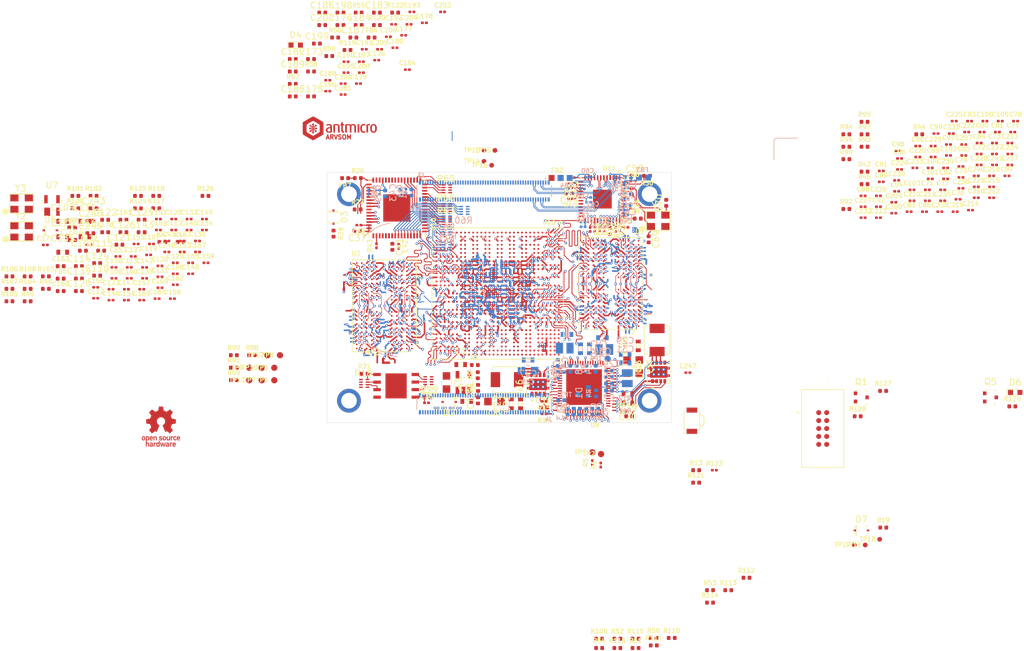
<source format=kicad_pcb>
(kicad_pcb (version 20171130) (host pcbnew 5.1.6+dfsg1-1~bpo10+1)
  (layers (0 F.Cu signal) (1 GND2 power hide) (2 In2.Cu signal) (3 GND4 power hide) (4 In4.Cu signal) (5 GND6 power hide) (6 POWER7 power hide) (7 In7.Cu signal) (8 GND9 power hide) (9 In9.Cu signal) (10 GND11 power hide) (31 B.Cu signal) (34 B.Paste user) (35 F.Paste user) (36 B.SilkS user hide) (37 F.SilkS user) (38 B.Mask user) (39 F.Mask user) (44 Edge.Cuts user))
  (net 0 "")
  (net 1 VCC_5V0)
  (net 2 GND)
  (net 3 LDO_3V3)
  (net 4 VCC_1V8)
  (net 5 VDD2PEN_OTP_1V8)
  (net 6 VSYS_5V8)
  (net 7 "Net-(C14-Pad2)")
  (net 8 "Net-(C17-Pad2)")
  (net 9 "Net-(C18-Pad2)")
  (net 10 VCC_0V9)
  (net 11 VCC_3V3)
  (net 12 VCC_1V2)
  (net 13 HDMI_1V8)
  (net 14 /Ethernet/AVDDL)
  (net 15 /Ethernet/AVDDL_PLL)
  (net 16 /Ethernet/AVDDH)
  (net 17 "Net-(C69-Pad1)")
  (net 18 "Net-(C70-Pad1)")
  (net 19 VCC_1V1)
  (net 20 AVDD09_PLL)
  (net 21 SYS_RSTN)
  (net 22 AVDD3V3_USB)
  (net 23 CTL5)
  (net 24 HDMI_CEC)
  (net 25 EEPROM_nWP)
  (net 26 SD_DAT5)
  (net 27 SD_DAT4)
  (net 28 SD_DAT7)
  (net 29 SD_VDD_OVRD)
  (net 30 SD_PWR_ON)
  (net 31 RESERVED)
  (net 32 5V0_IN)
  (net 33 GPIO_VREF)
  (net 34 WL_nDis)
  (net 35 BT_nDis)
  (net 36 AIN1)
  (net 37 nPWR_LED)
  (net 38 AIN0)
  (net 39 GLOBAL_EN)
  (net 40 nEXTRST)
  (net 41 USBOTG_ID)
  (net 42 PCIE_CLK_nREQ)
  (net 43 PSCIE_nRST)
  (net 44 TV_OUT)
  (net 45 CAM1_D2_N)
  (net 46 CAM1_D2_P)
  (net 47 CAM1_D3_N)
  (net 48 CAM1_D3_P)
  (net 49 HDMI1_HOTPLUG)
  (net 50 HDMI1_SDA)
  (net 51 HDMI1_D2_P)
  (net 52 HDMI1_SCL)
  (net 53 HDMI1_D2_N)
  (net 54 HDMI1_CEC)
  (net 55 HDMI1_D1_P)
  (net 56 HDMI1_D1_N)
  (net 57 HDMI1_D0_P)
  (net 58 HDMI1_D0_N)
  (net 59 HDMI1_CK_P)
  (net 60 HDMI1_CK_N)
  (net 61 DSI1_D0_N)
  (net 62 DSI1_D0_P)
  (net 63 DSI1_D1_N)
  (net 64 DSI1_D1_P)
  (net 65 "Net-(L2-Pad1)")
  (net 66 "Net-(L3-Pad1)")
  (net 67 "Net-(L4-Pad1)")
  (net 68 VDD2PEN)
  (net 69 "Net-(R5-Pad2)")
  (net 70 I2C0_SCL)
  (net 71 "Net-(R6-Pad2)")
  (net 72 I2C0_SDA)
  (net 73 "Net-(R10-Pad1)")
  (net 74 "Net-(R11-Pad1)")
  (net 75 "Net-(R12-Pad1)")
  (net 76 "Net-(R13-Pad1)")
  (net 77 "Net-(R14-Pad1)")
  (net 78 "Net-(R15-Pad1)")
  (net 79 "Net-(R16-Pad1)")
  (net 80 "Net-(R17-Pad1)")
  (net 81 QSPI_D1)
  (net 82 QSPI_D2)
  (net 83 QSPI_D3)
  (net 84 QSPI_CLK)
  (net 85 QSPI_D0)
  (net 86 HDMI_SWING)
  (net 87 HDMI_DSDA)
  (net 88 HDMI_DSCL)
  (net 89 "Net-(R30-Pad2)")
  (net 90 RGMII_RXD0)
  (net 91 RGMII_RXD1)
  (net 92 RGMII_RXD2)
  (net 93 RGMII_RXD3)
  (net 94 TEST_MODE)
  (net 95 "Net-(R55-Pad2)")
  (net 96 "Net-(R56-Pad2)")
  (net 97 "Net-(R57-Pad2)")
  (net 98 "Net-(R58-Pad2)")
  (net 99 "Net-(R59-Pad2)")
  (net 100 LCD_PCLK)
  (net 101 LCD_DE)
  (net 102 LCD_VSYNC)
  (net 103 LCD_HSYNC)
  (net 104 LCD_DATA0)
  (net 105 LCD_DATA1)
  (net 106 LCD_DATA2)
  (net 107 LCD_DATA3)
  (net 108 LCD_DATA4)
  (net 109 LCD_DATA5)
  (net 110 LCD_DATA6)
  (net 111 LCD_DATA7)
  (net 112 LCD_DATA8)
  (net 113 LCD_DATA9)
  (net 114 LCD_DATA10)
  (net 115 LCD_DATA11)
  (net 116 LCD_DATA12)
  (net 117 LCD_DATA13)
  (net 118 LCD_DATA14)
  (net 119 LCD_DATA15)
  (net 120 LCD_DATA16)
  (net 121 LCD_DATA17)
  (net 122 LCD_DATA18)
  (net 123 LCD_DATA19)
  (net 124 LCD_DATA20)
  (net 125 LCD_DATA21)
  (net 126 LCD_DATA22)
  (net 127 LCD_DATA23)
  (net 128 "Net-(R88-Pad2)")
  (net 129 "Net-(R89-Pad2)")
  (net 130 "Net-(R90-Pad2)")
  (net 131 "Net-(R91-Pad2)")
  (net 132 "Net-(TP3-Pad1)")
  (net 133 "Net-(TP4-Pad1)")
  (net 134 DDR0_PLL_REFOUT_N)
  (net 135 DDR0_PLL_REFOUT_P)
  (net 136 DDR0_PLL_TESTOUT_N)
  (net 137 DDR0_PLL_TESTOUT_P)
  (net 138 DDR1_PLL_REFOUT_N)
  (net 139 DDR1_PLL_REFOUT_P)
  (net 140 DDR1_PLL_TESTOUT_N)
  (net 141 DDR1_PLL_TESTOUT_P)
  (net 142 "Net-(U8-Pad17)")
  (net 143 "Net-(U8-Pad19)")
  (net 144 "Net-(U8-Pad26)")
  (net 145 "Net-(U8-Pad28)")
  (net 146 "Net-(U8-Pad49)")
  (net 147 "Net-(U8-Pad51)")
  (net 148 PWR_EN)
  (net 149 "Net-(U8-Pad16)")
  (net 150 "Net-(U8-Pad33)")
  (net 151 "Net-(U8-Pad35)")
  (net 152 "Net-(U8-Pad37)")
  (net 153 "Net-(U8-Pad47)")
  (net 154 "Net-(U10-Pad26)")
  (net 155 "Net-(U10-Pad28)")
  (net 156 HDMI_HPD)
  (net 157 HDMI_TXC_N)
  (net 158 HDMI_TXC_P)
  (net 159 HDMI_TX0_N)
  (net 160 HDMI_TX0_P)
  (net 161 HDMI_TX1_N)
  (net 162 HDMI_TX1_P)
  (net 163 HDMI_TX2_N)
  (net 164 HDMI_TX2_P)
  (net 165 "Net-(U11-Pad47)")
  (net 166 "Net-(U11-Pad43)")
  (net 167 RGMII_TXD3)
  (net 168 RGMII_TXD2)
  (net 169 RGMII_TXD1)
  (net 170 RGMII_TXD0)
  (net 171 "Net-(U11-Pad13)")
  (net 172 DDR0_A04)
  (net 173 DDR0_A03)
  (net 174 DDR0_A02)
  (net 175 DDR0_A00)
  (net 176 DDR0_A05)
  (net 177 DDR0_CK1_P)
  (net 178 DDR0_CK1_N)
  (net 179 DDR0_CKE1)
  (net 180 DDR0_A01)
  (net 181 DDR0_CK0_P)
  (net 182 DDR0_CK0_N)
  (net 183 DDR0_CKE0)
  (net 184 DDR0_DQ30)
  (net 185 DDR0_DQ24)
  (net 186 DDR0_DQ26)
  (net 187 DDR0_DQ16)
  (net 188 DDR0_DQS2P)
  (net 189 "Net-(U13-PadA9)")
  (net 190 "Net-(U13-PadA10)")
  (net 191 "Net-(U13-PadA16)")
  (net 192 DDR0_CS1)
  (net 193 DDR0_DQ15)
  (net 194 DDR0_DQS1N)
  (net 195 DDR0_DQ08)
  (net 196 DDR0_DQ07)
  (net 197 DDR0_DQ06)
  (net 198 "Net-(U13-PadA27)")
  (net 199 "Net-(U13-PadA28)")
  (net 200 "Net-(U13-PadA29)")
  (net 201 "Net-(U13-PadA30)")
  (net 202 "Net-(U13-PadA31)")
  (net 203 DDR0_DQ29)
  (net 204 DDR0_DQ28)
  (net 205 DDR0_DQ25)
  (net 206 DDR0_DQ23)
  (net 207 DDR0_DQ20)
  (net 208 DDR0_DQS2N)
  (net 209 "Net-(U13-PadB7)")
  (net 210 "Net-(U13-PadB9)")
  (net 211 "Net-(U13-PadB11)")
  (net 212 "Net-(U13-PadB15)")
  (net 213 "Net-(U13-PadB16)")
  (net 214 DDR0_CS2)
  (net 215 DDR0_RSTN)
  (net 216 DDR0_DQ14)
  (net 217 DDR0_DQS1P)
  (net 218 DDR0_DQ05)
  (net 219 DDR0_DQS0P)
  (net 220 "Net-(U13-PadB25)")
  (net 221 "Net-(U13-PadB26)")
  (net 222 "Net-(U13-PadB27)")
  (net 223 "Net-(U13-PadB28)")
  (net 224 "Net-(U13-PadB29)")
  (net 225 "Net-(U13-PadB30)")
  (net 226 "Net-(U13-PadB31)")
  (net 227 DDR0_DQ31)
  (net 228 DDR0_DQS3N)
  (net 229 DDR0_DQ27)
  (net 230 DDR0_DQ21)
  (net 231 DDR0_DQ18)
  (net 232 "Net-(U13-PadC9)")
  (net 233 "Net-(U13-PadC12)")
  (net 234 "Net-(U13-PadC14)")
  (net 235 DDR0_DMI1)
  (net 236 DDR0_DQ09)
  (net 237 DDR0_DQ04)
  (net 238 DDR0_DQS0N)
  (net 239 "Net-(U13-PadC26)")
  (net 240 "Net-(U13-PadC27)")
  (net 241 "Net-(U13-PadC28)")
  (net 242 "Net-(U13-PadC29)")
  (net 243 "Net-(U13-PadC30)")
  (net 244 "Net-(U13-PadC31)")
  (net 245 DDR0_DQS3P)
  (net 246 DDR0_DMI3)
  (net 247 DDR0_DMI2)
  (net 248 DDR0_DQ17)
  (net 249 "Net-(U13-PadD14)")
  (net 250 DDR0_ODT0)
  (net 251 DDR0_DQ13)
  (net 252 DDR0_DQ11)
  (net 253 DDR0_DQ02)
  (net 254 "Net-(U13-PadD25)")
  (net 255 "Net-(U13-PadD26)")
  (net 256 DDR0_DQ22)
  (net 257 DDR0_DQ19)
  (net 258 "Net-(U13-PadE9)")
  (net 259 DDR0_CS3)
  (net 260 DDR0_DQ12)
  (net 261 DDR0_DQ10)
  (net 262 DDR0_DMI0)
  (net 263 DDR0_DQ01)
  (net 264 "Net-(U13-PadE25)")
  (net 265 "Net-(U13-PadE27)")
  (net 266 "Net-(U13-PadE28)")
  (net 267 BOOT_SEL0)
  (net 268 "Net-(U13-PadF9)")
  (net 269 "Net-(U13-PadF10)")
  (net 270 "Net-(U13-PadF12)")
  (net 271 "Net-(U13-PadF14)")
  (net 272 DDR0_CS0)
  (net 273 DDR0_DQ03)
  (net 274 DDR0_DQ00)
  (net 275 "Net-(U13-PadF25)")
  (net 276 "Net-(U13-PadF26)")
  (net 277 "Net-(U13-PadF27)")
  (net 278 "Net-(U13-PadF28)")
  (net 279 BOOT_SEL2)
  (net 280 BOOT_SEL1)
  (net 281 "Net-(U13-PadG12)")
  (net 282 "Net-(U13-PadG14)")
  (net 283 DDR0_ODT1)
  (net 284 CDTX_DSI_D0_N)
  (net 285 CDTX_DSI_D0_P)
  (net 286 "Net-(U13-PadH23)")
  (net 287 "Net-(U13-PadH25)")
  (net 288 "Net-(U13-PadH26)")
  (net 289 "Net-(U13-PadH27)")
  (net 290 "Net-(U13-PadH28)")
  (net 291 "Net-(U13-PadH29)")
  (net 292 CDTX_DSI_D1_N)
  (net 293 CDTX_DSI_D1_P)
  (net 294 "Net-(U13-PadJ25)")
  (net 295 "Net-(U13-PadJ26)")
  (net 296 "Net-(U13-PadJ27)")
  (net 297 "Net-(U13-PadJ28)")
  (net 298 "Net-(U13-PadJ29)")
  (net 299 "Net-(U13-PadL25)")
  (net 300 "Net-(U13-PadL26)")
  (net 301 "Net-(U13-PadL27)")
  (net 302 BOOT_MODE)
  (net 303 CSI1RX_CLK_N)
  (net 304 CSI1RX_CLK_P)
  (net 305 CSI1RX_D1_N)
  (net 306 CSI1RX_D1_P)
  (net 307 QSPI_CSN0)
  (net 308 "Net-(U13-PadP29)")
  (net 309 CSI1RX_D0_N)
  (net 310 CSI1RX_D0_P)
  (net 311 SDIO0_D3)
  (net 312 SDIO0_D2)
  (net 313 SDIO0_D1)
  (net 314 SDIO0_D0)
  (net 315 "Net-(U13-PadR29)")
  (net 316 CSI2RX_CLK_N)
  (net 317 CSI2RX_CLK_P)
  (net 318 CSI1_PWDN)
  (net 319 CSI0_PWDN)
  (net 320 I2C2_SDA)
  (net 321 SDIO0_CLK)
  (net 322 SDIO0_CMD)
  (net 323 CSI2RX_D1_N)
  (net 324 CSI2RX_D1_P)
  (net 325 I2C2_SCL)
  (net 326 "Net-(U13-PadU26)")
  (net 327 "Net-(U13-PadU27)")
  (net 328 "Net-(U13-PadU29)")
  (net 329 CSI2RX_D0_N)
  (net 330 CSI2RX_D0_P)
  (net 331 CLK_27M_IN)
  (net 332 CLK_27M_OUT)
  (net 333 "Net-(U13-PadW1)")
  (net 334 "Net-(U13-PadW2)")
  (net 335 "Net-(U13-PadW4)")
  (net 336 "Net-(U13-PadW6)")
  (net 337 "Net-(U13-PadW7)")
  (net 338 "Net-(U13-PadW27)")
  (net 339 "Net-(U13-PadW28)")
  (net 340 "Net-(U13-PadY1)")
  (net 341 "Net-(U13-PadY25)")
  (net 342 "Net-(U13-PadY26)")
  (net 343 "Net-(U13-PadY27)")
  (net 344 "Net-(U13-PadY28)")
  (net 345 CLK_25M_IN)
  (net 346 CLK_25M_OUT)
  (net 347 "Net-(U13-PadAA28)")
  (net 348 "Net-(U13-PadAA30)")
  (net 349 USBDP_P)
  (net 350 USBDM_N)
  (net 351 "Net-(U13-PadAD6)")
  (net 352 "Net-(U13-PadAD7)")
  (net 353 "Net-(U13-PadAE5)")
  (net 354 "Net-(U13-PadAE6)")
  (net 355 "Net-(U13-PadAE7)")
  (net 356 "Net-(U13-PadAE13)")
  (net 357 "Net-(U13-PadAE16)")
  (net 358 "Net-(U13-PadAE18)")
  (net 359 "Net-(U13-PadAF1)")
  (net 360 DDR1_DQ31)
  (net 361 DDR1_DQ28)
  (net 362 DDR1_DQ23)
  (net 363 DDR1_DQ22)
  (net 364 "Net-(U13-PadAF13)")
  (net 365 DDR1_A03)
  (net 366 "Net-(U13-PadAF16)")
  (net 367 "Net-(U13-PadAF18)")
  (net 368 DDR1_CS3)
  (net 369 DDR1_DQ15)
  (net 370 DDR1_DQ14)
  (net 371 DDR1_DQ08)
  (net 372 DDR1_DQ00)
  (net 373 DDR1_DQ03)
  (net 374 "Net-(U13-PadAG1)")
  (net 375 DDR1_DQ30)
  (net 376 DDR1_DQ29)
  (net 377 DDR1_DQ20)
  (net 378 DDR1_DMI2)
  (net 379 DDR1_A05)
  (net 380 DDR1_A00)
  (net 381 DDR1_CKE0)
  (net 382 DDR1_DQ11)
  (net 383 DDR1_DQ10)
  (net 384 DDR1_DQ01)
  (net 385 DDR1_DMI0)
  (net 386 "Net-(U13-PadAH1)")
  (net 387 DDR1_DMI3)
  (net 388 DDR1_DQ21)
  (net 389 "Net-(U13-PadAH14)")
  (net 390 "Net-(U13-PadAH18)")
  (net 391 DDR1_CS2)
  (net 392 DDR1_CS1)
  (net 393 DDR1_ODT1)
  (net 394 DDR1_ODT0)
  (net 395 DDR1_DQ09)
  (net 396 DDR1_DQ02)
  (net 397 "Net-(U13-PadAJ1)")
  (net 398 DDR1_DQS3P)
  (net 399 DDR1_DQ27)
  (net 400 DDR1_DQS2N)
  (net 401 DDR1_DQ19)
  (net 402 "Net-(U13-PadAJ12)")
  (net 403 "Net-(U13-PadAJ13)")
  (net 404 "Net-(U13-PadAJ14)")
  (net 405 DDR1_A02)
  (net 406 DDR1_A01)
  (net 407 DDR1_CKE1)
  (net 408 DDR1_DMI1)
  (net 409 DDR1_DQS1P)
  (net 410 DDR1_DQ04)
  (net 411 DDR1_DQS0N)
  (net 412 "Net-(U13-PadAK1)")
  (net 413 "Net-(U13-PadAK2)")
  (net 414 "Net-(U13-PadAK4)")
  (net 415 DDR1_DQS3N)
  (net 416 DDR1_DQ26)
  (net 417 DDR1_DQS2P)
  (net 418 DDR1_DQ17)
  (net 419 "Net-(U13-PadAK12)")
  (net 420 "Net-(U13-PadAK13)")
  (net 421 "Net-(U13-PadAK14)")
  (net 422 DDR1_CK1_P)
  (net 423 DDR1_CK0_N)
  (net 424 "Net-(U13-PadAK20)")
  (net 425 "Net-(U13-PadAK21)")
  (net 426 DDR1_CS0)
  (net 427 DDR1_DQS1N)
  (net 428 DDR1_DQ05)
  (net 429 DDR1_DQS0P)
  (net 430 "Net-(U13-PadAL1)")
  (net 431 "Net-(U13-PadAL2)")
  (net 432 "Net-(U13-PadAL4)")
  (net 433 "Net-(U13-PadAL5)")
  (net 434 DDR1_DQ25)
  (net 435 DDR1_DQ24)
  (net 436 DDR1_DQ18)
  (net 437 DDR1_DQ16)
  (net 438 "Net-(U13-PadAL13)")
  (net 439 DDR1_A04)
  (net 440 DDR1_CK1_N)
  (net 441 DDR1_CK0_P)
  (net 442 "Net-(U13-PadAL20)")
  (net 443 "Net-(U13-PadAL21)")
  (net 444 DDR1_RSTN)
  (net 445 DDR1_DQ13)
  (net 446 DDR1_DQ12)
  (net 447 DDR1_DQ07)
  (net 448 DDR1_DQ06)
  (net 449 VDDQ)
  (net 450 ETH3_P)
  (net 451 ETH1_P)
  (net 452 ETH3_N)
  (net 453 ETH1_N)
  (net 454 ETH2_N)
  (net 455 ETH0_N)
  (net 456 ETH2_P)
  (net 457 ETH0_P)
  (net 458 ETH_LED2)
  (net 459 ETH_LED1)
  (net 460 "Net-(R45-Pad1)")
  (net 461 HDMI_LRCLK)
  (net 462 HDMI_12MHZ)
  (net 463 HDMI_INT)
  (net 464 HDMI_BCLK)
  (net 465 RGMII_RXDV)
  (net 466 RGMII_RXCLK)
  (net 467 LED_MODE)
  (net 468 "Net-(R42-Pad1)")
  (net 469 DDR0_ODT_1)
  (net 470 "Net-(R97-Pad1)")
  (net 471 "Net-(R99-Pad1)")
  (net 472 DDR1_ODT_1)
  (net 473 HDMI_I2S_TX0)
  (net 474 "Net-(U11-Pad38)")
  (net 475 RGMII_MDIO)
  (net 476 RGMII_GTXCLK)
  (net 477 RGMII_MDC)
  (net 478 RGMII_TXEN)
  (net 479 "Net-(U1-PadAB12)")
  (net 480 "Net-(U1-PadAB11)")
  (net 481 "Net-(U1-PadAB2)")
  (net 482 "Net-(U1-PadAB1)")
  (net 483 "Net-(U1-PadAA12)")
  (net 484 "Net-(U1-PadAA1)")
  (net 485 "Net-(U1-PadN8)")
  (net 486 "Net-(U1-PadN5)")
  (net 487 "Net-(U1-PadK8)")
  (net 488 "Net-(U1-PadK5)")
  (net 489 "Net-(U1-PadG11)")
  (net 490 "Net-(U1-PadB12)")
  (net 491 "Net-(U1-PadB1)")
  (net 492 "Net-(U1-PadA12)")
  (net 493 "Net-(U1-PadA11)")
  (net 494 "Net-(U1-PadA2)")
  (net 495 "Net-(U1-PadA1)")
  (net 496 "Net-(C11-Pad1)")
  (net 497 "Net-(C13-Pad2)")
  (net 498 "/VIC7100 config/ATEMP_VCAL")
  (net 499 SYNC_IN)
  (net 500 SYNC_OUT)
  (net 501 SD_DAT6)
  (net 502 "/VIC7100 config/ATEMP_VSS")
  (net 503 "/VIC7100 config/ATEMP_TEST1")
  (net 504 "/VIC7100 config/ATEMP_TEST0")
  (net 505 "Net-(U3-PadAB12)")
  (net 506 "Net-(U3-PadAB11)")
  (net 507 "Net-(U3-PadAB2)")
  (net 508 "Net-(U3-PadAB1)")
  (net 509 "Net-(U3-PadAA12)")
  (net 510 "Net-(U3-PadAA1)")
  (net 511 "Net-(U3-PadN8)")
  (net 512 "Net-(U3-PadN5)")
  (net 513 "Net-(U3-PadK8)")
  (net 514 "Net-(U3-PadK5)")
  (net 515 "Net-(U3-PadG11)")
  (net 516 "Net-(U3-PadB12)")
  (net 517 "Net-(U3-PadB1)")
  (net 518 "Net-(U3-PadA12)")
  (net 519 "Net-(U3-PadA11)")
  (net 520 "Net-(U3-PadA2)")
  (net 521 "Net-(U3-PadA1)")
  (net 522 "Net-(U13-PadM2)")
  (net 523 "Net-(U13-PadM3)")
  (net 524 "Net-(U13-PadM4)")
  (net 525 "Net-(U13-PadM7)")
  (net 526 "Net-(U13-PadN2)")
  (net 527 "Net-(U13-PadN4)")
  (net 528 "Net-(U13-PadN6)")
  (net 529 "Net-(U13-PadN7)")
  (net 530 "Net-(U13-PadP1)")
  (net 531 "Net-(U13-PadR6)")
  (net 532 "Net-(U13-PadR7)")
  (net 533 /PMIC/U5FB)
  (net 534 "Net-(C17-Pad1)")
  (net 535 "Net-(C18-Pad1)")
  (net 536 "Net-(D2-PadA)")
  (net 537 "Net-(D3-PadA)")
  (net 538 "Net-(D4-Pad2)")
  (net 539 "Net-(D4-Pad1)")
  (net 540 "Net-(FB7-Pad1)")
  (net 541 "Net-(Q5-Pad1)")
  (net 542 "Net-(R1-Pad2)")
  (net 543 "Net-(R11-Pad2)")
  (net 544 "Net-(R12-Pad2)")
  (net 545 "Net-(R15-Pad2)")
  (net 546 "Net-(R16-Pad2)")
  (net 547 QSPI_CS0_N)
  (net 548 DDR0_ODT_0)
  (net 549 HDMI_I2STX0)
  (net 550 DDR1_ODT_0)
  (net 551 "Net-(R123-Pad2)")
  (net 552 VIC_RSTN)
  (net 553 "Net-(C225-Pad1)")
  (net 554 "Net-(C230-Pad1)")
  (net 555 "Net-(C243-Pad1)")
  (net 556 "Net-(C245-Pad1)")
  (net 557 GP43_LED)
  (net 558 GPIO1)
  (net 559 GPIO0)
  (net 560 GPIO3)
  (net 561 GPIO2)
  (net 562 GPIO5)
  (net 563 GPIO4)
  (net 564 GPIO6)
  (net 565 GPIO7)
  (net 566 GPIO8)
  (net 567 GPIO10)
  (net 568 GPIO9)
  (net 569 GPIO11)
  (net 570 GPIO12)
  (net 571 GPIO15)
  (net 572 GPIO16)
  (net 573 GPIO17)
  (net 574 GPIO18)
  (net 575 GPIO19)
  (net 576 GPIO20)
  (net 577 GPIO21)
  (net 578 GPIO22)
  (net 579 GPIO45)
  (net 580 GPIO44)
  (net 581 GPIO13)
  (net 582 GPIO46)
  (net 583 GPIO14)
  (net 584 GPIO47)
  (net 585 GPIO48)
  (net 586 RES_SSRX2_P)
  (net 587 RES_SSRX2_N)
  (net 588 RES_SSTX2_P)
  (net 589 RES_SSTX2_N)
  (net 590 USB_SSRX1_P)
  (net 591 USB_SSRX1_N)
  (net 592 USB_SSTX1P)
  (net 593 USB_SSTX1N)
  (net 594 CDTX_DSI_CK_N)
  (net 595 CDTX_DSI_CK_P)
  (net 596 DSI1_C_N)
  (net 597 DSI1_C_P)
  (net 598 DSI1_D2_N)
  (net 599 DSI1_D3_N)
  (net 600 DSI1_D2_P)
  (net 601 DSI1_D3_P)
  (net 602 /Ethernet/ETH_RESETn)
  (net 603 GPIO63_GMAC_RESETN)
  (net 604 GPIO55_GMAC_RESETN)
  (net 605 JTAG_TDO)
  (net 606 JTAG_TMS)
  (net 607 JTAG_TDI)
  (net 608 UART3_TXD_1V8)
  (net 609 JTAG_TRSTN)
  (net 610 JTAG_TCK)
  (net 611 UART3_RXD_1V8)
  (net 612 GPIO24)
  (net 613 GPIO23)
  (net 614 "Net-(U13-PadK30)")
  (net 615 "Net-(U13-PadK31)")
  (net 616 "Net-(U13-PadL30)")
  (net 617 "Net-(U13-PadL31)")
  (net 618 "Net-(U13-PadM1)")
  (net 619 "Net-(U13-PadN5)")
  (net 620 "Net-(D6-Pad1)")
  (net 621 "Net-(J1-Pad7)")
  (net 622 BOOT_FROM_UARTn)
  (net 623 "Net-(Q1-Pad1)")
  (net 624 "Net-(R53-Pad2)")
  (net 625 "Net-(R18-Pad8)")
  (net 626 "Net-(R18-Pad7)")
  (net 627 "Net-(R18-Pad6)")
  (net 628 "Net-(R18-Pad5)")
  (net 629 "Net-(R18-Pad4)")
  (net 630 "Net-(R22-Pad5)")
  (net 631 "Net-(R22-Pad4)")
  (net 632 "Net-(R60-Pad8)")
  (net 633 "Net-(R60-Pad7)")
  (net 634 "Net-(R60-Pad6)")
  (net 635 "Net-(R60-Pad5)")
  (net 636 "Net-(R61-Pad8)")
  (net 637 "Net-(R61-Pad7)")
  (net 638 "Net-(R61-Pad6)")
  (net 639 "Net-(R61-Pad5)")
  (net 640 "Net-(R62-Pad8)")
  (net 641 "Net-(R62-Pad7)")
  (net 642 "Net-(R62-Pad6)")
  (net 643 "Net-(R62-Pad5)")
  (net 644 "Net-(R63-Pad8)")
  (net 645 "Net-(R63-Pad7)")
  (net 646 "Net-(R63-Pad6)")
  (net 647 "Net-(R63-Pad5)")
  (net 648 "Net-(R65-Pad8)")
  (net 649 "Net-(R65-Pad7)")
  (net 650 "Net-(R65-Pad6)")
  (net 651 "Net-(R65-Pad5)")
  (net 652 "Net-(R66-Pad8)")
  (net 653 "Net-(R66-Pad7)")
  (net 654 "Net-(R66-Pad6)")
  (net 655 "Net-(R66-Pad5)")
  (net 656 "Net-(D7-PadK)")
  (net 657 "Net-(C247-Pad1)")
  (net 658 "Net-(C247-Pad2)")
  (net 659 "Net-(R64-Pad4)")
  (net 660 "Net-(R64-Pad3)")
  (net 661 "Net-(R64-Pad2)")
  (net 662 "Net-(R64-Pad1)")
  (net 663 "Net-(R22-Pad8)")
  (net 664 "Net-(R22-Pad7)")
  (net 665 "Net-(R22-Pad6)")
  (module arvsom-footprints:0201-res (layer F.Cu) (at 137.91543 66.7076 90)
    (fp_text reference R43 (at 0 -1.05 90) (layer F.SilkS) (effects (font (size 0.7 0.7))))
    (fp_text value R_10k_0201)
    (pad 1 smd roundrect (at -0.32 0 90) (size 0.46 0.4) (layers F.Cu F.Mask) (net 11 VCC_3V3))
    (pad 2 smd roundrect (at 0.32 0 90) (size 0.46 0.4) (layers F.Cu F.Mask) (net 463 HDMI_INT))
  )
  (module arvsom-footprints:0201-res (layer B.Cu) (at 136.65543 58.1576 90)
    (fp_text reference R25 (at 0 1.05 270) (layer B.SilkS) (effects (font (size 0.7 0.7)) (justify mirror)))
    (fp_text value R_10k_0201)
    (pad 1 smd roundrect (at -0.32 0 90) (size 0.46 0.4) (layers B.Cu B.Mask) (net 2 GND))
    (pad 2 smd roundrect (at 0.32 0 90) (size 0.46 0.4) (layers B.Cu B.Mask) (net 86 HDMI_SWING))
  )
  (module arvsom-footprints:vic7100 (layer F.Cu) (at 167.00543 63.9576 270)
    (fp_text reference U13 (at -1.016 1.525) (layer F.SilkS) (effects (font (size 0.7 0.7))))
    (fp_text value VIC7100)
    (pad AL30 smd circle (at 19.5 19.5 270) (size 0.305 0.305) (layers F.Cu F.Paste F.Mask) (net 448 DDR1_DQ06))
    (pad AL29 smd circle (at 18.85 19.5 270) (size 0.305 0.305) (layers F.Cu F.Paste F.Mask) (net 447 DDR1_DQ07))
    (pad AL28 smd circle (at 18.2 19.5 270) (size 0.305 0.305) (layers F.Cu F.Paste F.Mask) (net 2 GND))
    (pad AL27 smd circle (at 17.55 19.5 270) (size 0.305 0.305) (layers F.Cu F.Paste F.Mask) (net 446 DDR1_DQ12))
    (pad AL26 smd circle (at 16.9 19.5 270) (size 0.305 0.305) (layers F.Cu F.Paste F.Mask) (net 445 DDR1_DQ13))
    (pad AL25 smd circle (at 16.25 19.5 270) (size 0.305 0.305) (layers F.Cu F.Paste F.Mask) (net 2 GND))
    (pad AL24 smd circle (at 15.6 19.5 270) (size 0.305 0.305) (layers F.Cu F.Paste F.Mask) (net 141 DDR1_PLL_TESTOUT_P))
    (pad AL23 smd circle (at 14.95 19.5 270) (size 0.305 0.305) (layers F.Cu F.Paste F.Mask) (net 444 DDR1_RSTN))
    (pad AL22 smd circle (at 14.3 19.5 270) (size 0.305 0.305) (layers F.Cu F.Paste F.Mask) (net 2 GND))
    (pad AL21 smd circle (at 13.65 19.5 270) (size 0.305 0.305) (layers F.Cu F.Paste F.Mask) (net 443 "Net-(U13-PadAL21)"))
    (pad AL20 smd circle (at 13 19.5 270) (size 0.305 0.305) (layers F.Cu F.Paste F.Mask) (net 442 "Net-(U13-PadAL20)"))
    (pad AL19 smd circle (at 12.35 19.5 270) (size 0.305 0.305) (layers F.Cu F.Paste F.Mask) (net 2 GND))
    (pad AL18 smd circle (at 11.7 19.5 270) (size 0.305 0.305) (layers F.Cu F.Paste F.Mask) (net 441 DDR1_CK0_P))
    (pad AL16 smd circle (at 10.4 19.5 270) (size 0.305 0.305) (layers F.Cu F.Paste F.Mask) (net 422 DDR1_CK1_P))
    (pad AL15 smd circle (at 9.75 19.5 270) (size 0.305 0.305) (layers F.Cu F.Paste F.Mask) (net 2 GND))
    (pad AL14 smd circle (at 9.1 19.5 270) (size 0.305 0.305) (layers F.Cu F.Paste F.Mask) (net 439 DDR1_A04))
    (pad AL13 smd circle (at 8.45 19.5 270) (size 0.305 0.305) (layers F.Cu F.Paste F.Mask) (net 438 "Net-(U13-PadAL13)"))
    (pad AL12 smd circle (at 7.8 19.5 270) (size 0.305 0.305) (layers F.Cu F.Paste F.Mask) (net 2 GND))
    (pad AL11 smd circle (at 7.15 19.5 270) (size 0.305 0.305) (layers F.Cu F.Paste F.Mask) (net 437 DDR1_DQ16))
    (pad AL10 smd circle (at 6.5 19.5 270) (size 0.305 0.305) (layers F.Cu F.Paste F.Mask) (net 436 DDR1_DQ18))
    (pad AL9 smd circle (at 5.85 19.5 270) (size 0.305 0.305) (layers F.Cu F.Paste F.Mask) (net 2 GND))
    (pad AL8 smd circle (at 5.2 19.5 270) (size 0.305 0.305) (layers F.Cu F.Paste F.Mask) (net 435 DDR1_DQ24))
    (pad AL7 smd circle (at 4.55 19.5 270) (size 0.305 0.305) (layers F.Cu F.Paste F.Mask) (net 434 DDR1_DQ25))
    (pad AL6 smd circle (at 3.9 19.5 270) (size 0.305 0.305) (layers F.Cu F.Paste F.Mask) (net 2 GND))
    (pad AL5 smd circle (at 3.25 19.5 270) (size 0.305 0.305) (layers F.Cu F.Paste F.Mask) (net 433 "Net-(U13-PadAL5)"))
    (pad AL4 smd circle (at 2.6 19.5 270) (size 0.305 0.305) (layers F.Cu F.Paste F.Mask) (net 432 "Net-(U13-PadAL4)"))
    (pad AL3 smd circle (at 1.95 19.5 270) (size 0.305 0.305) (layers F.Cu F.Paste F.Mask) (net 648 "Net-(R65-Pad8)"))
    (pad AL2 smd circle (at 1.3 19.5 270) (size 0.305 0.305) (layers F.Cu F.Paste F.Mask) (net 431 "Net-(U13-PadAL2)"))
    (pad AL1 smd circle (at 0.65 19.5 270) (size 0.305 0.305) (layers F.Cu F.Paste F.Mask) (net 430 "Net-(U13-PadAL1)"))
    (pad AK30 smd circle (at 19.5 18.85 270) (size 0.305 0.305) (layers F.Cu F.Paste F.Mask) (net 429 DDR1_DQS0P))
    (pad AK29 smd circle (at 18.85 18.85 270) (size 0.305 0.305) (layers F.Cu F.Paste F.Mask) (net 428 DDR1_DQ05))
    (pad AK27 smd circle (at 17.55 18.85 270) (size 0.305 0.305) (layers F.Cu F.Paste F.Mask) (net 427 DDR1_DQS1N))
    (pad AK26 smd circle (at 16.9 18.85 270) (size 0.305 0.305) (layers F.Cu F.Paste F.Mask) (net 2 GND))
    (pad AK24 smd circle (at 15.6 18.85 270) (size 0.305 0.305) (layers F.Cu F.Paste F.Mask) (net 140 DDR1_PLL_TESTOUT_N))
    (pad AK23 smd circle (at 14.95 18.85 270) (size 0.305 0.305) (layers F.Cu F.Paste F.Mask) (net 426 DDR1_CS0))
    (pad AK21 smd circle (at 13.65 18.85 270) (size 0.305 0.305) (layers F.Cu F.Paste F.Mask) (net 425 "Net-(U13-PadAK21)"))
    (pad AK20 smd circle (at 13 18.85 270) (size 0.305 0.305) (layers F.Cu F.Paste F.Mask) (net 424 "Net-(U13-PadAK20)"))
    (pad AK18 smd circle (at 11.7 18.85 270) (size 0.305 0.305) (layers F.Cu F.Paste F.Mask) (net 423 DDR1_CK0_N))
    (pad AK16 smd circle (at 10.4 18.85 270) (size 0.305 0.305) (layers F.Cu F.Paste F.Mask) (net 440 DDR1_CK1_N))
    (pad AK14 smd circle (at 9.1 18.85 270) (size 0.305 0.305) (layers F.Cu F.Paste F.Mask) (net 421 "Net-(U13-PadAK14)"))
    (pad AK13 smd circle (at 8.45 18.85 270) (size 0.305 0.305) (layers F.Cu F.Paste F.Mask) (net 420 "Net-(U13-PadAK13)"))
    (pad AK12 smd circle (at 7.8 18.85 270) (size 0.305 0.305) (layers F.Cu F.Paste F.Mask) (net 419 "Net-(U13-PadAK12)"))
    (pad AK11 smd circle (at 7.15 18.85 270) (size 0.305 0.305) (layers F.Cu F.Paste F.Mask) (net 418 DDR1_DQ17))
    (pad AK10 smd circle (at 6.5 18.85 270) (size 0.305 0.305) (layers F.Cu F.Paste F.Mask) (net 417 DDR1_DQS2P))
    (pad AK8 smd circle (at 5.2 18.85 270) (size 0.305 0.305) (layers F.Cu F.Paste F.Mask) (net 416 DDR1_DQ26))
    (pad AK7 smd circle (at 4.55 18.85 270) (size 0.305 0.305) (layers F.Cu F.Paste F.Mask) (net 415 DDR1_DQS3N))
    (pad AK5 smd circle (at 3.25 18.85 270) (size 0.305 0.305) (layers F.Cu F.Paste F.Mask) (net 2 GND))
    (pad AK4 smd circle (at 2.6 18.85 270) (size 0.305 0.305) (layers F.Cu F.Paste F.Mask) (net 414 "Net-(U13-PadAK4)"))
    (pad AK3 smd circle (at 1.95 18.85 270) (size 0.305 0.305) (layers F.Cu F.Paste F.Mask) (net 2 GND))
    (pad AK2 smd circle (at 1.3 18.85 270) (size 0.305 0.305) (layers F.Cu F.Paste F.Mask) (net 413 "Net-(U13-PadAK2)"))
    (pad AK1 smd circle (at 0.65 18.85 270) (size 0.305 0.305) (layers F.Cu F.Paste F.Mask) (net 412 "Net-(U13-PadAK1)"))
    (pad AJ30 smd circle (at 19.5 18.2 270) (size 0.305 0.305) (layers F.Cu F.Paste F.Mask) (net 411 DDR1_DQS0N))
    (pad AJ29 smd circle (at 18.85 18.2 270) (size 0.305 0.305) (layers F.Cu F.Paste F.Mask) (net 410 DDR1_DQ04))
    (pad AJ27 smd circle (at 17.55 18.2 270) (size 0.305 0.305) (layers F.Cu F.Paste F.Mask) (net 409 DDR1_DQS1P))
    (pad AJ26 smd circle (at 16.9 18.2 270) (size 0.305 0.305) (layers F.Cu F.Paste F.Mask) (net 408 DDR1_DMI1))
    (pad AJ24 smd circle (at 15.6 18.2 270) (size 0.305 0.305) (layers F.Cu F.Paste F.Mask) (net 407 DDR1_CKE1))
    (pad AJ23 smd circle (at 14.95 18.2 270) (size 0.305 0.305) (layers F.Cu F.Paste F.Mask) (net 2 GND))
    (pad AJ21 smd circle (at 13.65 18.2 270) (size 0.305 0.305) (layers F.Cu F.Paste F.Mask) (net 2 GND))
    (pad AJ20 smd circle (at 13 18.2 270) (size 0.305 0.305) (layers F.Cu F.Paste F.Mask) (net 130 "Net-(R90-Pad2)"))
    (pad AJ18 smd circle (at 11.7 18.2 270) (size 0.305 0.305) (layers F.Cu F.Paste F.Mask) (net 406 DDR1_A01))
    (pad AJ16 smd circle (at 10.4 18.2 270) (size 0.305 0.305) (layers F.Cu F.Paste F.Mask) (net 405 DDR1_A02))
    (pad AJ14 smd circle (at 9.1 18.2 270) (size 0.305 0.305) (layers F.Cu F.Paste F.Mask) (net 404 "Net-(U13-PadAJ14)"))
    (pad AJ13 smd circle (at 8.45 18.2 270) (size 0.305 0.305) (layers F.Cu F.Paste F.Mask) (net 403 "Net-(U13-PadAJ13)"))
    (pad AJ12 smd circle (at 7.8 18.2 270) (size 0.305 0.305) (layers F.Cu F.Paste F.Mask) (net 402 "Net-(U13-PadAJ12)"))
    (pad AJ11 smd circle (at 7.15 18.2 270) (size 0.305 0.305) (layers F.Cu F.Paste F.Mask) (net 401 DDR1_DQ19))
    (pad AJ10 smd circle (at 6.5 18.2 270) (size 0.305 0.305) (layers F.Cu F.Paste F.Mask) (net 400 DDR1_DQS2N))
    (pad AJ8 smd circle (at 5.2 18.2 270) (size 0.305 0.305) (layers F.Cu F.Paste F.Mask) (net 399 DDR1_DQ27))
    (pad AJ7 smd circle (at 4.55 18.2 270) (size 0.305 0.305) (layers F.Cu F.Paste F.Mask) (net 398 DDR1_DQS3P))
    (pad AJ5 smd circle (at 3.25 18.2 270) (size 0.305 0.305) (layers F.Cu F.Paste F.Mask))
    (pad AJ4 smd circle (at 2.6 18.2 270) (size 0.305 0.305) (layers F.Cu F.Paste F.Mask))
    (pad AJ3 smd circle (at 1.95 18.2 270) (size 0.305 0.305) (layers F.Cu F.Paste F.Mask))
    (pad AJ2 smd circle (at 1.3 18.2 270) (size 0.305 0.305) (layers F.Cu F.Paste F.Mask))
    (pad AJ1 smd circle (at 0.65 18.2 270) (size 0.305 0.305) (layers F.Cu F.Paste F.Mask) (net 397 "Net-(U13-PadAJ1)"))
    (pad AH30 smd circle (at 19.5 17.55 270) (size 0.305 0.305) (layers F.Cu F.Paste F.Mask) (net 396 DDR1_DQ02))
    (pad AH29 smd circle (at 18.85 17.55 270) (size 0.305 0.305) (layers F.Cu F.Paste F.Mask) (net 2 GND))
    (pad AH27 smd circle (at 17.55 17.55 270) (size 0.305 0.305) (layers F.Cu F.Paste F.Mask) (net 395 DDR1_DQ09))
    (pad AH26 smd circle (at 16.9 17.55 270) (size 0.305 0.305) (layers F.Cu F.Paste F.Mask) (net 2 GND))
    (pad AH24 smd circle (at 15.6 17.55 270) (size 0.305 0.305) (layers F.Cu F.Paste F.Mask) (net 394 DDR1_ODT0))
    (pad AH23 smd circle (at 14.95 17.55 270) (size 0.305 0.305) (layers F.Cu F.Paste F.Mask) (net 393 DDR1_ODT1))
    (pad AH21 smd circle (at 13.65 17.55 270) (size 0.305 0.305) (layers F.Cu F.Paste F.Mask) (net 392 DDR1_CS1))
    (pad AH20 smd circle (at 13 17.55 270) (size 0.305 0.305) (layers F.Cu F.Paste F.Mask) (net 391 DDR1_CS2))
    (pad AH18 smd circle (at 11.7 17.55 270) (size 0.305 0.305) (layers F.Cu F.Paste F.Mask) (net 390 "Net-(U13-PadAH18)"))
    (pad AH16 smd circle (at 10.4 17.55 270) (size 0.305 0.305) (layers F.Cu F.Paste F.Mask) (net 2 GND))
    (pad AH14 smd circle (at 9.1 17.55 270) (size 0.305 0.305) (layers F.Cu F.Paste F.Mask) (net 389 "Net-(U13-PadAH14)"))
    (pad AH13 smd circle (at 8.45 17.55 270) (size 0.305 0.305) (layers F.Cu F.Paste F.Mask) (net 2 GND))
    (pad AH11 smd circle (at 7.15 17.55 270) (size 0.305 0.305) (layers F.Cu F.Paste F.Mask) (net 388 DDR1_DQ21))
    (pad AH10 smd circle (at 6.5 17.55 270) (size 0.305 0.305) (layers F.Cu F.Paste F.Mask) (net 2 GND))
    (pad AH8 smd circle (at 5.2 17.55 270) (size 0.305 0.305) (layers F.Cu F.Paste F.Mask) (net 387 DDR1_DMI3))
    (pad AH7 smd circle (at 4.55 17.55 270) (size 0.305 0.305) (layers F.Cu F.Paste F.Mask) (net 2 GND))
    (pad AH1 smd circle (at 0.65 17.55 270) (size 0.305 0.305) (layers F.Cu F.Paste F.Mask) (net 386 "Net-(U13-PadAH1)"))
    (pad AG30 smd circle (at 19.5 16.9 270) (size 0.305 0.305) (layers F.Cu F.Paste F.Mask) (net 385 DDR1_DMI0))
    (pad AG29 smd circle (at 18.85 16.9 270) (size 0.305 0.305) (layers F.Cu F.Paste F.Mask) (net 384 DDR1_DQ01))
    (pad AG27 smd circle (at 17.55 16.9 270) (size 0.305 0.305) (layers F.Cu F.Paste F.Mask) (net 383 DDR1_DQ10))
    (pad AG26 smd circle (at 16.9 16.9 270) (size 0.305 0.305) (layers F.Cu F.Paste F.Mask) (net 382 DDR1_DQ11))
    (pad AG24 smd circle (at 15.6 16.9 270) (size 0.305 0.305) (layers F.Cu F.Paste F.Mask) (net 2 GND))
    (pad AG23 smd circle (at 14.95 16.9 270) (size 0.305 0.305) (layers F.Cu F.Paste F.Mask) (net 381 DDR1_CKE0))
    (pad AG21 smd circle (at 13.65 16.9 270) (size 0.305 0.305) (layers F.Cu F.Paste F.Mask) (net 139 DDR1_PLL_REFOUT_P))
    (pad AG20 smd circle (at 13 16.9 270) (size 0.305 0.305) (layers F.Cu F.Paste F.Mask) (net 131 "Net-(R91-Pad2)"))
    (pad AG18 smd circle (at 11.7 16.9 270) (size 0.305 0.305) (layers F.Cu F.Paste F.Mask) (net 2 GND))
    (pad AG16 smd circle (at 10.4 16.9 270) (size 0.305 0.305) (layers F.Cu F.Paste F.Mask) (net 380 DDR1_A00))
    (pad AG14 smd circle (at 9.1 16.9 270) (size 0.305 0.305) (layers F.Cu F.Paste F.Mask) (net 379 DDR1_A05))
    (pad AG11 smd circle (at 7.15 16.9 270) (size 0.305 0.305) (layers F.Cu F.Paste F.Mask) (net 378 DDR1_DMI2))
    (pad AG10 smd circle (at 6.5 16.9 270) (size 0.305 0.305) (layers F.Cu F.Paste F.Mask) (net 377 DDR1_DQ20))
    (pad AG8 smd circle (at 5.2 16.9 270) (size 0.305 0.305) (layers F.Cu F.Paste F.Mask) (net 376 DDR1_DQ29))
    (pad AG7 smd circle (at 4.55 16.9 270) (size 0.305 0.305) (layers F.Cu F.Paste F.Mask) (net 375 DDR1_DQ30))
    (pad AG5 smd circle (at 3.25 16.9 270) (size 0.305 0.305) (layers F.Cu F.Paste F.Mask) (net 2 GND))
    (pad AG4 smd circle (at 2.6 16.9 270) (size 0.305 0.305) (layers F.Cu F.Paste F.Mask) (net 649 "Net-(R65-Pad7)"))
    (pad AG3 smd circle (at 1.95 16.9 270) (size 0.305 0.305) (layers F.Cu F.Paste F.Mask) (net 661 "Net-(R64-Pad2)"))
    (pad AG2 smd circle (at 1.3 16.9 270) (size 0.305 0.305) (layers F.Cu F.Paste F.Mask) (net 645 "Net-(R63-Pad7)"))
    (pad AG1 smd circle (at 0.65 16.9 270) (size 0.305 0.305) (layers F.Cu F.Paste F.Mask) (net 374 "Net-(U13-PadAG1)"))
    (pad AF30 smd circle (at 19.5 16.25 270) (size 0.305 0.305) (layers F.Cu F.Paste F.Mask) (net 373 DDR1_DQ03))
    (pad AF29 smd circle (at 18.85 16.25 270) (size 0.305 0.305) (layers F.Cu F.Paste F.Mask) (net 372 DDR1_DQ00))
    (pad AF27 smd circle (at 17.55 16.25 270) (size 0.305 0.305) (layers F.Cu F.Paste F.Mask) (net 2 GND))
    (pad AF26 smd circle (at 16.9 16.25 270) (size 0.305 0.305) (layers F.Cu F.Paste F.Mask) (net 371 DDR1_DQ08))
    (pad AF24 smd circle (at 15.6 16.25 270) (size 0.305 0.305) (layers F.Cu F.Paste F.Mask) (net 370 DDR1_DQ14))
    (pad AF23 smd circle (at 14.95 16.25 270) (size 0.305 0.305) (layers F.Cu F.Paste F.Mask) (net 369 DDR1_DQ15))
    (pad AF21 smd circle (at 13.65 16.25 270) (size 0.305 0.305) (layers F.Cu F.Paste F.Mask) (net 138 DDR1_PLL_REFOUT_N))
    (pad AF20 smd circle (at 13 16.25 270) (size 0.305 0.305) (layers F.Cu F.Paste F.Mask) (net 368 DDR1_CS3))
    (pad AF18 smd circle (at 11.7 16.25 270) (size 0.305 0.305) (layers F.Cu F.Paste F.Mask) (net 367 "Net-(U13-PadAF18)"))
    (pad AF16 smd circle (at 10.4 16.25 270) (size 0.305 0.305) (layers F.Cu F.Paste F.Mask) (net 366 "Net-(U13-PadAF16)"))
    (pad AF14 smd circle (at 9.1 16.25 270) (size 0.305 0.305) (layers F.Cu F.Paste F.Mask) (net 365 DDR1_A03))
    (pad AF13 smd circle (at 8.45 16.25 270) (size 0.305 0.305) (layers F.Cu F.Paste F.Mask) (net 364 "Net-(U13-PadAF13)"))
    (pad AF11 smd circle (at 7.15 16.25 270) (size 0.305 0.305) (layers F.Cu F.Paste F.Mask) (net 363 DDR1_DQ22))
    (pad AF10 smd circle (at 6.5 16.25 270) (size 0.305 0.305) (layers F.Cu F.Paste F.Mask) (net 362 DDR1_DQ23))
    (pad AF8 smd circle (at 5.2 16.25 270) (size 0.305 0.305) (layers F.Cu F.Paste F.Mask) (net 361 DDR1_DQ28))
    (pad AF7 smd circle (at 4.55 16.25 270) (size 0.305 0.305) (layers F.Cu F.Paste F.Mask) (net 360 DDR1_DQ31))
    (pad AF1 smd circle (at 0.65 16.25 270) (size 0.305 0.305) (layers F.Cu F.Paste F.Mask) (net 359 "Net-(U13-PadAF1)"))
    (pad AE31 smd circle (at 20.15 15.6 270) (size 0.305 0.305) (layers F.Cu F.Paste F.Mask) (net 2 GND))
    (pad AE24 smd circle (at 15.6 15.6 270) (size 0.305 0.305) (layers F.Cu F.Paste F.Mask) (net 2 GND))
    (pad AE23 smd circle (at 14.95 15.6 270) (size 0.305 0.305) (layers F.Cu F.Paste F.Mask) (net 2 GND))
    (pad AE22 smd circle (at 14.3 15.6 270) (size 0.305 0.305) (layers F.Cu F.Paste F.Mask) (net 19 VCC_1V1))
    (pad AE21 smd circle (at 13.65 15.6 270) (size 0.305 0.305) (layers F.Cu F.Paste F.Mask) (net 19 VCC_1V1))
    (pad AE20 smd circle (at 13 15.6 270) (size 0.305 0.305) (layers F.Cu F.Paste F.Mask) (net 2 GND))
    (pad AE19 smd circle (at 12.35 15.6 270) (size 0.305 0.305) (layers F.Cu F.Paste F.Mask) (net 19 VCC_1V1))
    (pad AE18 smd circle (at 11.7 15.6 270) (size 0.305 0.305) (layers F.Cu F.Paste F.Mask) (net 358 "Net-(U13-PadAE18)"))
    (pad AE17 smd circle (at 11.05 15.6 270) (size 0.305 0.305) (layers F.Cu F.Paste F.Mask) (net 19 VCC_1V1))
    (pad AE16 smd circle (at 10.4 15.6 270) (size 0.305 0.305) (layers F.Cu F.Paste F.Mask) (net 357 "Net-(U13-PadAE16)"))
    (pad AE15 smd circle (at 9.75 15.6 270) (size 0.305 0.305) (layers F.Cu F.Paste F.Mask) (net 2 GND))
    (pad AE14 smd circle (at 9.1 15.6 270) (size 0.305 0.305) (layers F.Cu F.Paste F.Mask) (net 2 GND))
    (pad AE13 smd circle (at 8.45 15.6 270) (size 0.305 0.305) (layers F.Cu F.Paste F.Mask) (net 356 "Net-(U13-PadAE13)"))
    (pad AE12 smd circle (at 7.8 15.6 270) (size 0.305 0.305) (layers F.Cu F.Paste F.Mask) (net 19 VCC_1V1))
    (pad AE11 smd circle (at 7.15 15.6 270) (size 0.305 0.305) (layers F.Cu F.Paste F.Mask) (net 2 GND))
    (pad AE10 smd circle (at 6.5 15.6 270) (size 0.305 0.305) (layers F.Cu F.Paste F.Mask) (net 19 VCC_1V1))
    (pad AE9 smd circle (at 5.85 15.6 270) (size 0.305 0.305) (layers F.Cu F.Paste F.Mask) (net 19 VCC_1V1))
    (pad AE8 smd circle (at 5.2 15.6 270) (size 0.305 0.305) (layers F.Cu F.Paste F.Mask) (net 2 GND))
    (pad AE7 smd circle (at 4.55 15.6 270) (size 0.305 0.305) (layers F.Cu F.Paste F.Mask) (net 355 "Net-(U13-PadAE7)"))
    (pad AE6 smd circle (at 3.9 15.6 270) (size 0.305 0.305) (layers F.Cu F.Paste F.Mask) (net 354 "Net-(U13-PadAE6)"))
    (pad AE5 smd circle (at 3.25 15.6 270) (size 0.305 0.305) (layers F.Cu F.Paste F.Mask) (net 353 "Net-(U13-PadAE5)"))
    (pad AE4 smd circle (at 2.6 15.6 270) (size 0.305 0.305) (layers F.Cu F.Paste F.Mask) (net 652 "Net-(R66-Pad8)"))
    (pad AE3 smd circle (at 1.95 15.6 270) (size 0.305 0.305) (layers F.Cu F.Paste F.Mask) (net 2 GND))
    (pad AE2 smd circle (at 1.3 15.6 270) (size 0.305 0.305) (layers F.Cu F.Paste F.Mask) (net 651 "Net-(R65-Pad5)"))
    (pad AE1 smd circle (at 0.65 15.6 270) (size 0.305 0.305) (layers F.Cu F.Paste F.Mask) (net 660 "Net-(R64-Pad3)"))
    (pad AD31 smd circle (at 20.15 14.95 270) (size 0.305 0.305) (layers F.Cu F.Paste F.Mask) (net 589 RES_SSTX2_N))
    (pad AD30 smd circle (at 19.5 14.95 270) (size 0.305 0.305) (layers F.Cu F.Paste F.Mask) (net 588 RES_SSTX2_P))
    (pad AD29 smd circle (at 18.85 14.95 270) (size 0.305 0.305) (layers F.Cu F.Paste F.Mask) (net 2 GND))
    (pad AD28 smd circle (at 18.2 14.95 270) (size 0.305 0.305) (layers F.Cu F.Paste F.Mask) (net 2 GND))
    (pad AD27 smd circle (at 17.55 14.95 270) (size 0.305 0.305) (layers F.Cu F.Paste F.Mask) (net 590 USB_SSRX1_P))
    (pad AD26 smd circle (at 16.9 14.95 270) (size 0.305 0.305) (layers F.Cu F.Paste F.Mask) (net 591 USB_SSRX1_N))
    (pad AD25 smd circle (at 16.25 14.95 270) (size 0.305 0.305) (layers F.Cu F.Paste F.Mask) (net 2 GND))
    (pad AD24 smd circle (at 15.6 14.95 270) (size 0.305 0.305) (layers F.Cu F.Paste F.Mask) (net 4 VCC_1V8))
    (pad AD23 smd circle (at 14.95 14.95 270) (size 0.305 0.305) (layers F.Cu F.Paste F.Mask) (net 10 VCC_0V9))
    (pad AD22 smd circle (at 14.3 14.95 270) (size 0.305 0.305) (layers F.Cu F.Paste F.Mask) (net 2 GND))
    (pad AD21 smd circle (at 13.65 14.95 270) (size 0.305 0.305) (layers F.Cu F.Paste F.Mask) (net 2 GND))
    (pad AD20 smd circle (at 13 14.95 270) (size 0.305 0.305) (layers F.Cu F.Paste F.Mask) (net 2 GND))
    (pad AD19 smd circle (at 12.35 14.95 270) (size 0.305 0.305) (layers F.Cu F.Paste F.Mask) (net 2 GND))
    (pad AD18 smd circle (at 11.7 14.95 270) (size 0.305 0.305) (layers F.Cu F.Paste F.Mask) (net 19 VCC_1V1))
    (pad AD17 smd circle (at 11.05 14.95 270) (size 0.305 0.305) (layers F.Cu F.Paste F.Mask) (net 19 VCC_1V1))
    (pad AD16 smd circle (at 10.4 14.95 270) (size 0.305 0.305) (layers F.Cu F.Paste F.Mask) (net 19 VCC_1V1))
    (pad AD15 smd circle (at 9.75 14.95 270) (size 0.305 0.305) (layers F.Cu F.Paste F.Mask) (net 2 GND))
    (pad AD14 smd circle (at 9.1 14.95 270) (size 0.305 0.305) (layers F.Cu F.Paste F.Mask) (net 2 GND))
    (pad AD13 smd circle (at 8.45 14.95 270) (size 0.305 0.305) (layers F.Cu F.Paste F.Mask) (net 2 GND))
    (pad AD12 smd circle (at 7.8 14.95 270) (size 0.305 0.305) (layers F.Cu F.Paste F.Mask) (net 19 VCC_1V1))
    (pad AD11 smd circle (at 7.15 14.95 270) (size 0.305 0.305) (layers F.Cu F.Paste F.Mask) (net 19 VCC_1V1))
    (pad AD10 smd circle (at 6.5 14.95 270) (size 0.305 0.305) (layers F.Cu F.Paste F.Mask) (net 19 VCC_1V1))
    (pad AD9 smd circle (at 5.85 14.95 270) (size 0.305 0.305) (layers F.Cu F.Paste F.Mask) (net 19 VCC_1V1))
    (pad AD8 smd circle (at 5.2 14.95 270) (size 0.305 0.305) (layers F.Cu F.Paste F.Mask) (net 19 VCC_1V1))
    (pad AD7 smd circle (at 4.55 14.95 270) (size 0.305 0.305) (layers F.Cu F.Paste F.Mask) (net 352 "Net-(U13-PadAD7)"))
    (pad AD6 smd circle (at 3.9 14.95 270) (size 0.305 0.305) (layers F.Cu F.Paste F.Mask) (net 351 "Net-(U13-PadAD6)"))
    (pad AD5 smd circle (at 3.25 14.95 270) (size 0.305 0.305) (layers F.Cu F.Paste F.Mask) (net 655 "Net-(R66-Pad5)"))
    (pad AD4 smd circle (at 2.6 14.95 270) (size 0.305 0.305) (layers F.Cu F.Paste F.Mask) (net 654 "Net-(R66-Pad6)"))
    (pad AD3 smd circle (at 1.95 14.95 270) (size 0.305 0.305) (layers F.Cu F.Paste F.Mask) (net 650 "Net-(R65-Pad6)"))
    (pad AD2 smd circle (at 1.3 14.95 270) (size 0.305 0.305) (layers F.Cu F.Paste F.Mask) (net 659 "Net-(R64-Pad4)"))
    (pad AD1 smd circle (at 0.65 14.95 270) (size 0.305 0.305) (layers F.Cu F.Paste F.Mask) (net 646 "Net-(R63-Pad6)"))
    (pad AC31 smd circle (at 20.15 14.3 270) (size 0.305 0.305) (layers F.Cu F.Paste F.Mask) (net 586 RES_SSRX2_P))
    (pad AC30 smd circle (at 19.5 14.3 270) (size 0.305 0.305) (layers F.Cu F.Paste F.Mask) (net 587 RES_SSRX2_N))
    (pad AC29 smd circle (at 18.85 14.3 270) (size 0.305 0.305) (layers F.Cu F.Paste F.Mask) (net 350 USBDM_N))
    (pad AC28 smd circle (at 18.2 14.3 270) (size 0.305 0.305) (layers F.Cu F.Paste F.Mask) (net 349 USBDP_P))
    (pad AC27 smd circle (at 17.55 14.3 270) (size 0.305 0.305) (layers F.Cu F.Paste F.Mask) (net 592 USB_SSTX1P))
    (pad AC26 smd circle (at 16.9 14.3 270) (size 0.305 0.305) (layers F.Cu F.Paste F.Mask) (net 593 USB_SSTX1N))
    (pad AC25 smd circle (at 16.25 14.3 270) (size 0.305 0.305) (layers F.Cu F.Paste F.Mask) (net 2 GND))
    (pad AC24 smd circle (at 15.6 14.3 270) (size 0.305 0.305) (layers F.Cu F.Paste F.Mask) (net 2 GND))
    (pad AC23 smd circle (at 14.95 14.3 270) (size 0.305 0.305) (layers F.Cu F.Paste F.Mask) (net 10 VCC_0V9))
    (pad AC22 smd circle (at 14.3 14.3 270) (size 0.305 0.305) (layers F.Cu F.Paste F.Mask) (net 2 GND))
    (pad AC21 smd circle (at 13.65 14.3 270) (size 0.305 0.305) (layers F.Cu F.Paste F.Mask) (net 5 VDD2PEN_OTP_1V8))
    (pad AC20 smd circle (at 13 14.3 270) (size 0.305 0.305) (layers F.Cu F.Paste F.Mask) (net 2 GND))
    (pad AC19 smd circle (at 12.35 14.3 270) (size 0.305 0.305) (layers F.Cu F.Paste F.Mask) (net 2 GND))
    (pad AC18 smd circle (at 11.7 14.3 270) (size 0.305 0.305) (layers F.Cu F.Paste F.Mask) (net 19 VCC_1V1))
    (pad AC17 smd circle (at 11.05 14.3 270) (size 0.305 0.305) (layers F.Cu F.Paste F.Mask) (net 2 GND))
    (pad AC16 smd circle (at 10.4 14.3 270) (size 0.305 0.305) (layers F.Cu F.Paste F.Mask) (net 19 VCC_1V1))
    (pad AC15 smd circle (at 9.75 14.3 270) (size 0.305 0.305) (layers F.Cu F.Paste F.Mask) (net 2 GND))
    (pad AC14 smd circle (at 9.1 14.3 270) (size 0.305 0.305) (layers F.Cu F.Paste F.Mask) (net 2 GND))
    (pad AC13 smd circle (at 8.45 14.3 270) (size 0.305 0.305) (layers F.Cu F.Paste F.Mask) (net 19 VCC_1V1))
    (pad AC12 smd circle (at 7.8 14.3 270) (size 0.305 0.305) (layers F.Cu F.Paste F.Mask) (net 19 VCC_1V1))
    (pad AC11 smd circle (at 7.15 14.3 270) (size 0.305 0.305) (layers F.Cu F.Paste F.Mask) (net 19 VCC_1V1))
    (pad AC10 smd circle (at 6.5 14.3 270) (size 0.305 0.305) (layers F.Cu F.Paste F.Mask) (net 2 GND))
    (pad AC9 smd circle (at 5.85 14.3 270) (size 0.305 0.305) (layers F.Cu F.Paste F.Mask) (net 2 GND))
    (pad AC8 smd circle (at 5.2 14.3 270) (size 0.305 0.305) (layers F.Cu F.Paste F.Mask) (net 2 GND))
    (pad AC1 smd circle (at 0.65 14.3 270) (size 0.305 0.305) (layers F.Cu F.Paste F.Mask) (net 642 "Net-(R62-Pad6)"))
    (pad AB31 smd circle (at 20.15 13.65 270) (size 0.305 0.305) (layers F.Cu F.Paste F.Mask) (net 170 RGMII_TXD0))
    (pad AB30 smd circle (at 19.5 13.65 270) (size 0.305 0.305) (layers F.Cu F.Paste F.Mask) (net 478 RGMII_TXEN))
    (pad AB22 smd circle (at 14.3 13.65 270) (size 0.305 0.305) (layers F.Cu F.Paste F.Mask) (net 2 GND))
    (pad AB21 smd circle (at 13.65 13.65 270) (size 0.305 0.305) (layers F.Cu F.Paste F.Mask) (net 4 VCC_1V8))
    (pad AB20 smd circle (at 13 13.65 270) (size 0.305 0.305) (layers F.Cu F.Paste F.Mask) (net 2 GND))
    (pad AB19 smd circle (at 12.35 13.65 270) (size 0.305 0.305) (layers F.Cu F.Paste F.Mask) (net 2 GND))
    (pad AB18 smd circle (at 11.7 13.65 270) (size 0.305 0.305) (layers F.Cu F.Paste F.Mask) (net 19 VCC_1V1))
    (pad AB17 smd circle (at 11.05 13.65 270) (size 0.305 0.305) (layers F.Cu F.Paste F.Mask) (net 2 GND))
    (pad AB16 smd circle (at 10.4 13.65 270) (size 0.305 0.305) (layers F.Cu F.Paste F.Mask) (net 19 VCC_1V1))
    (pad AB15 smd circle (at 9.75 13.65 270) (size 0.305 0.305) (layers F.Cu F.Paste F.Mask) (net 19 VCC_1V1))
    (pad AB14 smd circle (at 9.1 13.65 270) (size 0.305 0.305) (layers F.Cu F.Paste F.Mask) (net 19 VCC_1V1))
    (pad AB13 smd circle (at 8.45 13.65 270) (size 0.305 0.305) (layers F.Cu F.Paste F.Mask) (net 19 VCC_1V1))
    (pad AB12 smd circle (at 7.8 13.65 270) (size 0.305 0.305) (layers F.Cu F.Paste F.Mask) (net 19 VCC_1V1))
    (pad AB11 smd circle (at 7.15 13.65 270) (size 0.305 0.305) (layers F.Cu F.Paste F.Mask) (net 2 GND))
    (pad AB10 smd circle (at 6.5 13.65 270) (size 0.305 0.305) (layers F.Cu F.Paste F.Mask) (net 2 GND))
    (pad AB9 smd circle (at 5.85 13.65 270) (size 0.305 0.305) (layers F.Cu F.Paste F.Mask) (net 11 VCC_3V3))
    (pad AB8 smd circle (at 5.2 13.65 270) (size 0.305 0.305) (layers F.Cu F.Paste F.Mask) (net 2 GND))
    (pad AB7 smd circle (at 4.55 13.65 270) (size 0.305 0.305) (layers F.Cu F.Paste F.Mask) (net 644 "Net-(R63-Pad8)"))
    (pad AB6 smd circle (at 3.9 13.65 270) (size 0.305 0.305) (layers F.Cu F.Paste F.Mask) (net 641 "Net-(R62-Pad7)"))
    (pad AB5 smd circle (at 3.25 13.65 270) (size 0.305 0.305) (layers F.Cu F.Paste F.Mask) (net 640 "Net-(R62-Pad8)"))
    (pad AB4 smd circle (at 2.6 13.65 270) (size 0.305 0.305) (layers F.Cu F.Paste F.Mask) (net 647 "Net-(R63-Pad5)"))
    (pad AB3 smd circle (at 1.95 13.65 270) (size 0.305 0.305) (layers F.Cu F.Paste F.Mask) (net 2 GND))
    (pad AB2 smd circle (at 1.3 13.65 270) (size 0.305 0.305) (layers F.Cu F.Paste F.Mask) (net 643 "Net-(R62-Pad5)"))
    (pad AB1 smd circle (at 0.65 13.65 270) (size 0.305 0.305) (layers F.Cu F.Paste F.Mask) (net 638 "Net-(R61-Pad6)"))
    (pad AA31 smd circle (at 20.15 13 270) (size 0.305 0.305) (layers F.Cu F.Paste F.Mask) (net 465 RGMII_RXDV))
    (pad AA30 smd circle (at 19.5 13 270) (size 0.305 0.305) (layers F.Cu F.Paste F.Mask) (net 348 "Net-(U13-PadAA30)"))
    (pad AA29 smd circle (at 18.85 13 270) (size 0.305 0.305) (layers F.Cu F.Paste F.Mask) (net 2 GND))
    (pad AA28 smd circle (at 18.2 13 270) (size 0.305 0.305) (layers F.Cu F.Paste F.Mask) (net 347 "Net-(U13-PadAA28)"))
    (pad AA27 smd circle (at 17.55 13 270) (size 0.305 0.305) (layers F.Cu F.Paste F.Mask) (net 476 RGMII_GTXCLK))
    (pad AA26 smd circle (at 16.9 13 270) (size 0.305 0.305) (layers F.Cu F.Paste F.Mask) (net 169 RGMII_TXD1))
    (pad AA25 smd circle (at 16.25 13 270) (size 0.305 0.305) (layers F.Cu F.Paste F.Mask) (net 168 RGMII_TXD2))
    (pad AA24 smd circle (at 15.6 13 270) (size 0.305 0.305) (layers F.Cu F.Paste F.Mask) (net 2 GND))
    (pad AA23 smd circle (at 14.95 13 270) (size 0.305 0.305) (layers F.Cu F.Paste F.Mask) (net 22 AVDD3V3_USB))
    (pad AA22 smd circle (at 14.3 13 270) (size 0.305 0.305) (layers F.Cu F.Paste F.Mask) (net 2 GND))
    (pad AA21 smd circle (at 13.65 13 270) (size 0.305 0.305) (layers F.Cu F.Paste F.Mask) (net 11 VCC_3V3))
    (pad AA20 smd circle (at 13 13 270) (size 0.305 0.305) (layers F.Cu F.Paste F.Mask) (net 2 GND))
    (pad AA19 smd circle (at 12.35 13 270) (size 0.305 0.305) (layers F.Cu F.Paste F.Mask) (net 2 GND))
    (pad AA18 smd circle (at 11.7 13 270) (size 0.305 0.305) (layers F.Cu F.Paste F.Mask) (net 10 VCC_0V9))
    (pad AA17 smd circle (at 11.05 13 270) (size 0.305 0.305) (layers F.Cu F.Paste F.Mask) (net 2 GND))
    (pad AA16 smd circle (at 10.4 13 270) (size 0.305 0.305) (layers F.Cu F.Paste F.Mask) (net 19 VCC_1V1))
    (pad AA15 smd circle (at 9.75 13 270) (size 0.305 0.305) (layers F.Cu F.Paste F.Mask) (net 2 GND))
    (pad AA14 smd circle (at 9.1 13 270) (size 0.305 0.305) (layers F.Cu F.Paste F.Mask) (net 2 GND))
    (pad AA13 smd circle (at 8.45 13 270) (size 0.305 0.305) (layers F.Cu F.Paste F.Mask) (net 2 GND))
    (pad AA12 smd circle (at 7.8 13 270) (size 0.305 0.305) (layers F.Cu F.Paste F.Mask) (net 2 GND))
    (pad AA11 smd circle (at 7.15 13 270) (size 0.305 0.305) (layers F.Cu F.Paste F.Mask) (net 10 VCC_0V9))
    (pad AA10 smd circle (at 6.5 13 270) (size 0.305 0.305) (layers F.Cu F.Paste F.Mask) (net 2 GND))
    (pad AA9 smd circle (at 5.85 13 270) (size 0.305 0.305) (layers F.Cu F.Paste F.Mask) (net 11 VCC_3V3))
    (pad AA8 smd circle (at 5.2 13 270) (size 0.305 0.305) (layers F.Cu F.Paste F.Mask) (net 2 GND))
    (pad AA6 smd circle (at 3.9 13 270) (size 0.305 0.305) (layers F.Cu F.Paste F.Mask) (net 637 "Net-(R61-Pad7)"))
    (pad AA5 smd circle (at 3.25 13 270) (size 0.305 0.305) (layers F.Cu F.Paste F.Mask) (net 636 "Net-(R61-Pad8)"))
    (pad AA4 smd circle (at 2.6 13 270) (size 0.305 0.305) (layers F.Cu F.Paste F.Mask) (net 633 "Net-(R60-Pad7)"))
    (pad AA3 smd circle (at 1.95 13 270) (size 0.305 0.305) (layers F.Cu F.Paste F.Mask) (net 632 "Net-(R60-Pad8)"))
    (pad AA2 smd circle (at 1.3 13 270) (size 0.305 0.305) (layers F.Cu F.Paste F.Mask) (net 639 "Net-(R61-Pad5)"))
    (pad AA1 smd circle (at 0.65 13 270) (size 0.305 0.305) (layers F.Cu F.Paste F.Mask) (net 634 "Net-(R60-Pad6)"))
    (pad Y31 smd circle (at 20.15 12.35 270) (size 0.305 0.305) (layers F.Cu F.Paste F.Mask) (net 346 CLK_25M_OUT))
    (pad Y30 smd circle (at 19.5 12.35 270) (size 0.305 0.305) (layers F.Cu F.Paste F.Mask) (net 345 CLK_25M_IN))
    (pad Y29 smd circle (at 18.85 12.35 270) (size 0.305 0.305) (layers F.Cu F.Paste F.Mask) (net 475 RGMII_MDIO))
    (pad Y28 smd circle (at 18.2 12.35 270) (size 0.305 0.305) (layers F.Cu F.Paste F.Mask) (net 344 "Net-(U13-PadY28)"))
    (pad Y27 smd circle (at 17.55 12.35 270) (size 0.305 0.305) (layers F.Cu F.Paste F.Mask) (net 343 "Net-(U13-PadY27)"))
    (pad Y26 smd circle (at 16.9 12.35 270) (size 0.305 0.305) (layers F.Cu F.Paste F.Mask) (net 342 "Net-(U13-PadY26)"))
    (pad Y25 smd circle (at 16.25 12.35 270) (size 0.305 0.305) (layers F.Cu F.Paste F.Mask) (net 341 "Net-(U13-PadY25)"))
    (pad Y21 smd circle (at 13.65 12.35 270) (size 0.305 0.305) (layers F.Cu F.Paste F.Mask) (net 11 VCC_3V3))
    (pad Y20 smd circle (at 13 12.35 270) (size 0.305 0.305) (layers F.Cu F.Paste F.Mask) (net 2 GND))
    (pad Y19 smd circle (at 12.35 12.35 270) (size 0.305 0.305) (layers F.Cu F.Paste F.Mask) (net 2 GND))
    (pad Y18 smd circle (at 11.7 12.35 270) (size 0.305 0.305) (layers F.Cu F.Paste F.Mask) (net 2 GND))
    (pad Y17 smd circle (at 11.05 12.35 270) (size 0.305 0.305) (layers F.Cu F.Paste F.Mask) (net 2 GND))
    (pad Y16 smd circle (at 10.4 12.35 270) (size 0.305 0.305) (layers F.Cu F.Paste F.Mask) (net 2 GND))
    (pad Y15 smd circle (at 9.75 12.35 270) (size 0.305 0.305) (layers F.Cu F.Paste F.Mask) (net 10 VCC_0V9))
    (pad Y14 smd circle (at 9.1 12.35 270) (size 0.305 0.305) (layers F.Cu F.Paste F.Mask) (net 2 GND))
    (pad Y13 smd circle (at 8.45 12.35 270) (size 0.305 0.305) (layers F.Cu F.Paste F.Mask) (net 10 VCC_0V9))
    (pad Y12 smd circle (at 7.8 12.35 270) (size 0.305 0.305) (layers F.Cu F.Paste F.Mask) (net 10 VCC_0V9))
    (pad Y11 smd circle (at 7.15 12.35 270) (size 0.305 0.305) (layers F.Cu F.Paste F.Mask) (net 10 VCC_0V9))
    (pad Y10 smd circle (at 6.5 12.35 270) (size 0.305 0.305) (layers F.Cu F.Paste F.Mask) (net 2 GND))
    (pad Y9 smd circle (at 5.85 12.35 270) (size 0.305 0.305) (layers F.Cu F.Paste F.Mask) (net 2 GND))
    (pad Y8 smd circle (at 5.2 12.35 270) (size 0.305 0.305) (layers F.Cu F.Paste F.Mask) (net 2 GND))
    (pad Y2 smd circle (at 1.3 12.35 270) (size 0.305 0.305) (layers F.Cu F.Paste F.Mask) (net 635 "Net-(R60-Pad5)"))
    (pad Y1 smd circle (at 0.65 12.35 270) (size 0.305 0.305) (layers F.Cu F.Paste F.Mask) (net 340 "Net-(U13-PadY1)"))
    (pad W31 smd circle (at 20.15 11.7 270) (size 0.305 0.305) (layers F.Cu F.Paste F.Mask) (net 2 GND))
    (pad W30 smd circle (at 19.5 11.7 270) (size 0.305 0.305) (layers F.Cu F.Paste F.Mask) (net 2 GND))
    (pad W28 smd circle (at 18.2 11.7 270) (size 0.305 0.305) (layers F.Cu F.Paste F.Mask) (net 339 "Net-(U13-PadW28)"))
    (pad W27 smd circle (at 17.55 11.7 270) (size 0.305 0.305) (layers F.Cu F.Paste F.Mask) (net 338 "Net-(U13-PadW27)"))
    (pad W25 smd circle (at 16.25 11.7 270) (size 0.305 0.305) (layers F.Cu F.Paste F.Mask) (net 2 GND))
    (pad W24 smd circle (at 15.6 11.7 270) (size 0.305 0.305) (layers F.Cu F.Paste F.Mask) (net 2 GND))
    (pad W23 smd circle (at 14.95 11.7 270) (size 0.305 0.305) (layers F.Cu F.Paste F.Mask) (net 4 VCC_1V8))
    (pad W21 smd circle (at 13.65 11.7 270) (size 0.305 0.305) (layers F.Cu F.Paste F.Mask) (net 2 GND))
    (pad W20 smd circle (at 13 11.7 270) (size 0.305 0.305) (layers F.Cu F.Paste F.Mask) (net 2 GND))
    (pad W19 smd circle (at 12.35 11.7 270) (size 0.305 0.305) (layers F.Cu F.Paste F.Mask) (net 10 VCC_0V9))
    (pad W18 smd circle (at 11.7 11.7 270) (size 0.305 0.305) (layers F.Cu F.Paste F.Mask) (net 10 VCC_0V9))
    (pad W17 smd circle (at 11.05 11.7 270) (size 0.305 0.305) (layers F.Cu F.Paste F.Mask) (net 10 VCC_0V9))
    (pad W16 smd circle (at 10.4 11.7 270) (size 0.305 0.305) (layers F.Cu F.Paste F.Mask) (net 10 VCC_0V9))
    (pad W15 smd circle (at 9.75 11.7 270) (size 0.305 0.305) (layers F.Cu F.Paste F.Mask) (net 10 VCC_0V9))
    (pad W14 smd circle (at 9.1 11.7 270) (size 0.305 0.305) (layers F.Cu F.Paste F.Mask) (net 10 VCC_0V9))
    (pad W13 smd circle (at 8.45 11.7 270) (size 0.305 0.305) (layers F.Cu F.Paste F.Mask) (net 2 GND))
    (pad W12 smd circle (at 7.8 11.7 270) (size 0.305 0.305) (layers F.Cu F.Paste F.Mask) (net 2 GND))
    (pad W11 smd circle (at 7.15 11.7 270) (size 0.305 0.305) (layers F.Cu F.Paste F.Mask) (net 10 VCC_0V9))
    (pad W10 smd circle (at 6.5 11.7 270) (size 0.305 0.305) (layers F.Cu F.Paste F.Mask) (net 2 GND))
    (pad W9 smd circle (at 5.85 11.7 270) (size 0.305 0.305) (layers F.Cu F.Paste F.Mask) (net 11 VCC_3V3))
    (pad W8 smd circle (at 5.2 11.7 270) (size 0.305 0.305) (layers F.Cu F.Paste F.Mask) (net 11 VCC_3V3))
    (pad W7 smd circle (at 4.55 11.7 270) (size 0.305 0.305) (layers F.Cu F.Paste F.Mask) (net 337 "Net-(U13-PadW7)"))
    (pad W6 smd circle (at 3.9 11.7 270) (size 0.305 0.305) (layers F.Cu F.Paste F.Mask) (net 336 "Net-(U13-PadW6)"))
    (pad W5 smd circle (at 3.25 11.7 270) (size 0.305 0.305) (layers F.Cu F.Paste F.Mask) (net 70 I2C0_SCL))
    (pad W4 smd circle (at 2.6 11.7 270) (size 0.305 0.305) (layers F.Cu F.Paste F.Mask) (net 335 "Net-(U13-PadW4)"))
    (pad W3 smd circle (at 1.95 11.7 270) (size 0.305 0.305) (layers F.Cu F.Paste F.Mask) (net 2 GND))
    (pad W2 smd circle (at 1.3 11.7 270) (size 0.305 0.305) (layers F.Cu F.Paste F.Mask) (net 334 "Net-(U13-PadW2)"))
    (pad W1 smd circle (at 0.65 11.7 270) (size 0.305 0.305) (layers F.Cu F.Paste F.Mask) (net 333 "Net-(U13-PadW1)"))
    (pad V31 smd circle (at 20.15 11.05 270) (size 0.305 0.305) (layers F.Cu F.Paste F.Mask) (net 332 CLK_27M_OUT))
    (pad V30 smd circle (at 19.5 11.05 270) (size 0.305 0.305) (layers F.Cu F.Paste F.Mask) (net 331 CLK_27M_IN))
    (pad V29 smd circle (at 18.85 11.05 270) (size 0.305 0.305) (layers F.Cu F.Paste F.Mask) (net 167 RGMII_TXD3))
    (pad V28 smd circle (at 18.2 11.05 270) (size 0.305 0.305) (layers F.Cu F.Paste F.Mask) (net 91 RGMII_RXD1))
    (pad V27 smd circle (at 17.55 11.05 270) (size 0.305 0.305) (layers F.Cu F.Paste F.Mask) (net 466 RGMII_RXCLK))
    (pad V26 smd circle (at 16.9 11.05 270) (size 0.305 0.305) (layers F.Cu F.Paste F.Mask) (net 93 RGMII_RXD3))
    (pad V25 smd circle (at 16.25 11.05 270) (size 0.305 0.305) (layers F.Cu F.Paste F.Mask) (net 502 "/VIC7100 config/ATEMP_VSS"))
    (pad V24 smd circle (at 15.6 11.05 270) (size 0.305 0.305) (layers F.Cu F.Paste F.Mask) (net 498 "/VIC7100 config/ATEMP_VCAL"))
    (pad V21 smd circle (at 13.65 11.05 270) (size 0.305 0.305) (layers F.Cu F.Paste F.Mask) (net 20 AVDD09_PLL))
    (pad V20 smd circle (at 13 11.05 270) (size 0.305 0.305) (layers F.Cu F.Paste F.Mask) (net 2 GND))
    (pad V19 smd circle (at 12.35 11.05 270) (size 0.305 0.305) (layers F.Cu F.Paste F.Mask) (net 2 GND))
    (pad V18 smd circle (at 11.7 11.05 270) (size 0.305 0.305) (layers F.Cu F.Paste F.Mask) (net 2 GND))
    (pad V17 smd circle (at 11.05 11.05 270) (size 0.305 0.305) (layers F.Cu F.Paste F.Mask) (net 10 VCC_0V9))
    (pad V16 smd circle (at 10.4 11.05 270) (size 0.305 0.305) (layers F.Cu F.Paste F.Mask) (net 10 VCC_0V9))
    (pad V15 smd circle (at 9.75 11.05 270) (size 0.305 0.305) (layers F.Cu F.Paste F.Mask) (net 10 VCC_0V9))
    (pad V14 smd circle (at 9.1 11.05 270) (size 0.305 0.305) (layers F.Cu F.Paste F.Mask) (net 10 VCC_0V9))
    (pad V13 smd circle (at 8.45 11.05 270) (size 0.305 0.305) (layers F.Cu F.Paste F.Mask) (net 2 GND))
    (pad V12 smd circle (at 7.8 11.05 270) (size 0.305 0.305) (layers F.Cu F.Paste F.Mask) (net 2 GND))
    (pad V11 smd circle (at 7.15 11.05 270) (size 0.305 0.305) (layers F.Cu F.Paste F.Mask) (net 2 GND))
    (pad V10 smd circle (at 6.5 11.05 270) (size 0.305 0.305) (layers F.Cu F.Paste F.Mask) (net 2 GND))
    (pad V9 smd circle (at 5.85 11.05 270) (size 0.305 0.305) (layers F.Cu F.Paste F.Mask) (net 11 VCC_3V3))
    (pad V8 smd circle (at 5.2 11.05 270) (size 0.305 0.305) (layers F.Cu F.Paste F.Mask) (net 11 VCC_3V3))
    (pad V7 smd circle (at 4.55 11.05 270) (size 0.305 0.305) (layers F.Cu F.Paste F.Mask) (net 603 GPIO63_GMAC_RESETN))
    (pad V6 smd circle (at 3.9 11.05 270) (size 0.305 0.305) (layers F.Cu F.Paste F.Mask) (net 319 CSI0_PWDN))
    (pad V5 smd circle (at 3.25 11.05 270) (size 0.305 0.305) (layers F.Cu F.Paste F.Mask) (net 320 I2C2_SDA))
    (pad V4 smd circle (at 2.6 11.05 270) (size 0.305 0.305) (layers F.Cu F.Paste F.Mask) (net 72 I2C0_SDA))
    (pad V3 smd circle (at 1.95 11.05 270) (size 0.305 0.305) (layers F.Cu F.Paste F.Mask) (net 325 I2C2_SCL))
    (pad V2 smd circle (at 1.3 11.05 270) (size 0.305 0.305) (layers F.Cu F.Paste F.Mask) (net 318 CSI1_PWDN))
    (pad V1 smd circle (at 0.65 11.05 270) (size 0.305 0.305) (layers F.Cu F.Paste F.Mask) (net 68 VDD2PEN))
    (pad U31 smd circle (at 20.15 10.4 270) (size 0.305 0.305) (layers F.Cu F.Paste F.Mask) (net 317 CSI2RX_CLK_P))
    (pad U30 smd circle (at 19.5 10.4 270) (size 0.305 0.305) (layers F.Cu F.Paste F.Mask) (net 316 CSI2RX_CLK_N))
    (pad U29 smd circle (at 18.85 10.4 270) (size 0.305 0.305) (layers F.Cu F.Paste F.Mask) (net 328 "Net-(U13-PadU29)"))
    (pad U28 smd circle (at 18.2 10.4 270) (size 0.305 0.305) (layers F.Cu F.Paste F.Mask) (net 92 RGMII_RXD2))
    (pad U27 smd circle (at 17.55 10.4 270) (size 0.305 0.305) (layers F.Cu F.Paste F.Mask) (net 327 "Net-(U13-PadU27)"))
    (pad U26 smd circle (at 16.9 10.4 270) (size 0.305 0.305) (layers F.Cu F.Paste F.Mask) (net 326 "Net-(U13-PadU26)"))
    (pad U25 smd circle (at 16.25 10.4 270) (size 0.305 0.305) (layers F.Cu F.Paste F.Mask) (net 504 "/VIC7100 config/ATEMP_TEST0"))
    (pad U24 smd circle (at 15.6 10.4 270) (size 0.305 0.305) (layers F.Cu F.Paste F.Mask) (net 503 "/VIC7100 config/ATEMP_TEST1"))
    (pad U23 smd circle (at 14.95 10.4 270) (size 0.305 0.305) (layers F.Cu F.Paste F.Mask) (net 2 GND))
    (pad U22 smd circle (at 14.3 10.4 270) (size 0.305 0.305) (layers F.Cu F.Paste F.Mask) (net 20 AVDD09_PLL))
    (pad U21 smd circle (at 13.65 10.4 270) (size 0.305 0.305) (layers F.Cu F.Paste F.Mask) (net 20 AVDD09_PLL))
    (pad U20 smd circle (at 13 10.4 270) (size 0.305 0.305) (layers F.Cu F.Paste F.Mask) (net 2 GND))
    (pad U19 smd circle (at 12.35 10.4 270) (size 0.305 0.305) (layers F.Cu F.Paste F.Mask) (net 2 GND))
    (pad U18 smd circle (at 11.7 10.4 270) (size 0.305 0.305) (layers F.Cu F.Paste F.Mask) (net 2 GND))
    (pad U17 smd circle (at 11.05 10.4 270) (size 0.305 0.305) (layers F.Cu F.Paste F.Mask) (net 10 VCC_0V9))
    (pad U16 smd circle (at 10.4 10.4 270) (size 0.305 0.305) (layers F.Cu F.Paste F.Mask) (net 10 VCC_0V9))
    (pad U15 smd circle (at 9.75 10.4 270) (size 0.305 0.305) (layers F.Cu F.Paste F.Mask) (net 10 VCC_0V9))
    (pad U14 smd circle (at 9.1 10.4 270) (size 0.305 0.305) (layers F.Cu F.Paste F.Mask) (net 10 VCC_0V9))
    (pad U13 smd circle (at 8.45 10.4 270) (size 0.305 0.305) (layers F.Cu F.Paste F.Mask) (net 2 GND))
    (pad U12 smd circle (at 7.8 10.4 270) (size 0.305 0.305) (layers F.Cu F.Paste F.Mask) (net 2 GND))
    (pad U11 smd circle (at 7.15 10.4 270) (size 0.305 0.305) (layers F.Cu F.Paste F.Mask) (net 2 GND))
    (pad U10 smd circle (at 6.5 10.4 270) (size 0.305 0.305) (layers F.Cu F.Paste F.Mask) (net 2 GND))
    (pad U9 smd circle (at 5.85 10.4 270) (size 0.305 0.305) (layers F.Cu F.Paste F.Mask) (net 2 GND))
    (pad U8 smd circle (at 5.2 10.4 270) (size 0.305 0.305) (layers F.Cu F.Paste F.Mask) (net 2 GND))
    (pad U1 smd circle (at 0.65 10.4 270) (size 0.305 0.305) (layers F.Cu F.Paste F.Mask) (net 321 SDIO0_CLK))
    (pad T31 smd circle (at 20.15 9.75 270) (size 0.305 0.305) (layers F.Cu F.Paste F.Mask) (net 330 CSI2RX_D0_P))
    (pad T30 smd circle (at 19.5 9.75 270) (size 0.305 0.305) (layers F.Cu F.Paste F.Mask) (net 329 CSI2RX_D0_N))
    (pad T25 smd circle (at 16.25 9.75 270) (size 0.305 0.305) (layers F.Cu F.Paste F.Mask) (net 2 GND))
    (pad T24 smd circle (at 15.6 9.75 270) (size 0.305 0.305) (layers F.Cu F.Paste F.Mask) (net 2 GND))
    (pad T23 smd circle (at 14.95 9.75 270) (size 0.305 0.305) (layers F.Cu F.Paste F.Mask) (net 4 VCC_1V8))
    (pad T22 smd circle (at 14.3 9.75 270) (size 0.305 0.305) (layers F.Cu F.Paste F.Mask) (net 2 GND))
    (pad T21 smd circle (at 13.65 9.75 270) (size 0.305 0.305) (layers F.Cu F.Paste F.Mask) (net 10 VCC_0V9))
    (pad T20 smd circle (at 13 9.75 270) (size 0.305 0.305) (layers F.Cu F.Paste F.Mask) (net 10 VCC_0V9))
    (pad T19 smd circle (at 12.35 9.75 270) (size 0.305 0.305) (layers F.Cu F.Paste F.Mask) (net 10 VCC_0V9))
    (pad T18 smd circle (at 11.7 9.75 270) (size 0.305 0.305) (layers F.Cu F.Paste F.Mask) (net 10 VCC_0V9))
    (pad T17 smd circle (at 11.05 9.75 270) (size 0.305 0.305) (layers F.Cu F.Paste F.Mask) (net 10 VCC_0V9))
    (pad T16 smd circle (at 10.4 9.75 270) (size 0.305 0.305) (layers F.Cu F.Paste F.Mask) (net 10 VCC_0V9))
    (pad T15 smd circle (at 9.75 9.75 270) (size 0.305 0.305) (layers F.Cu F.Paste F.Mask) (net 10 VCC_0V9))
    (pad T14 smd circle (at 9.1 9.75 270) (size 0.305 0.305) (layers F.Cu F.Paste F.Mask) (net 2 GND))
    (pad T13 smd circle (at 8.45 9.75 270) (size 0.305 0.305) (layers F.Cu F.Paste F.Mask) (net 11 VCC_3V3))
    (pad T12 smd circle (at 7.8 9.75 270) (size 0.305 0.305) (layers F.Cu F.Paste F.Mask) (net 2 GND))
    (pad T11 smd circle (at 7.15 9.75 270) (size 0.305 0.305) (layers F.Cu F.Paste F.Mask) (net 2 GND))
    (pad T10 smd circle (at 6.5 9.75 270) (size 0.305 0.305) (layers F.Cu F.Paste F.Mask) (net 2 GND))
    (pad T9 smd circle (at 5.85 9.75 270) (size 0.305 0.305) (layers F.Cu F.Paste F.Mask) (net 2 GND))
    (pad T7 smd circle (at 4.55 9.75 270) (size 0.305 0.305) (layers F.Cu F.Paste F.Mask) (net 585 GPIO48))
    (pad T6 smd circle (at 3.9 9.75 270) (size 0.305 0.305) (layers F.Cu F.Paste F.Mask) (net 314 SDIO0_D0))
    (pad T5 smd circle (at 3.25 9.75 270) (size 0.305 0.305) (layers F.Cu F.Paste F.Mask) (net 322 SDIO0_CMD))
    (pad T4 smd circle (at 2.6 9.75 270) (size 0.305 0.305) (layers F.Cu F.Paste F.Mask) (net 604 GPIO55_GMAC_RESETN))
    (pad T3 smd circle (at 1.95 9.75 270) (size 0.305 0.305) (layers F.Cu F.Paste F.Mask) (net 2 GND))
    (pad T2 smd circle (at 1.3 9.75 270) (size 0.305 0.305) (layers F.Cu F.Paste F.Mask) (net 311 SDIO0_D3))
    (pad T1 smd circle (at 0.65 9.75 270) (size 0.305 0.305) (layers F.Cu F.Paste F.Mask) (net 312 SDIO0_D2))
    (pad R31 smd circle (at 20.15 9.1 270) (size 0.305 0.305) (layers F.Cu F.Paste F.Mask) (net 324 CSI2RX_D1_P))
    (pad R30 smd circle (at 19.5 9.1 270) (size 0.305 0.305) (layers F.Cu F.Paste F.Mask) (net 323 CSI2RX_D1_N))
    (pad R29 smd circle (at 18.85 9.1 270) (size 0.305 0.305) (layers F.Cu F.Paste F.Mask) (net 315 "Net-(U13-PadR29)"))
    (pad R28 smd circle (at 18.2 9.1 270) (size 0.305 0.305) (layers F.Cu F.Paste F.Mask) (net 477 RGMII_MDC))
    (pad R27 smd circle (at 17.55 9.1 270) (size 0.305 0.305) (layers F.Cu F.Paste F.Mask) (net 81 QSPI_D1))
    (pad R26 smd circle (at 16.9 9.1 270) (size 0.305 0.305) (layers F.Cu F.Paste F.Mask) (net 85 QSPI_D0))
    (pad R25 smd circle (at 16.25 9.1 270) (size 0.305 0.305) (layers F.Cu F.Paste F.Mask) (net 84 QSPI_CLK))
    (pad R23 smd circle (at 14.95 9.1 270) (size 0.305 0.305) (layers F.Cu F.Paste F.Mask) (net 2 GND))
    (pad R22 smd circle (at 14.3 9.1 270) (size 0.305 0.305) (layers F.Cu F.Paste F.Mask) (net 2 GND))
    (pad R21 smd circle (at 13.65 9.1 270) (size 0.305 0.305) (layers F.Cu F.Paste F.Mask) (net 10 VCC_0V9))
    (pad R20 smd circle (at 13 9.1 270) (size 0.305 0.305) (layers F.Cu F.Paste F.Mask) (net 2 GND))
    (pad R19 smd circle (at 12.35 9.1 270) (size 0.305 0.305) (layers F.Cu F.Paste F.Mask) (net 10 VCC_0V9))
    (pad R18 smd circle (at 11.7 9.1 270) (size 0.305 0.305) (layers F.Cu F.Paste F.Mask) (net 10 VCC_0V9))
    (pad R17 smd circle (at 11.05 9.1 270) (size 0.305 0.305) (layers F.Cu F.Paste F.Mask) (net 10 VCC_0V9))
    (pad R16 smd circle (at 10.4 9.1 270) (size 0.305 0.305) (layers F.Cu F.Paste F.Mask) (net 10 VCC_0V9))
    (pad R15 smd circle (at 9.75 9.1 270) (size 0.305 0.305) (layers F.Cu F.Paste F.Mask) (net 2 GND))
    (pad R14 smd circle (at 9.1 9.1 270) (size 0.305 0.305) (layers F.Cu F.Paste F.Mask) (net 2 GND))
    (pad R13 smd circle (at 8.45 9.1 270) (size 0.305 0.305) (layers F.Cu F.Paste F.Mask) (net 11 VCC_3V3))
    (pad R12 smd circle (at 7.8 9.1 270) (size 0.305 0.305) (layers F.Cu F.Paste F.Mask) (net 2 GND))
    (pad R11 smd circle (at 7.15 9.1 270) (size 0.305 0.305) (layers F.Cu F.Paste F.Mask) (net 4 VCC_1V8))
    (pad R10 smd circle (at 6.5 9.1 270) (size 0.305 0.305) (layers F.Cu F.Paste F.Mask) (net 4 VCC_1V8))
    (pad R9 smd circle (at 5.85 9.1 270) (size 0.305 0.305) (layers F.Cu F.Paste F.Mask) (net 4 VCC_1V8))
    (pad R8 smd circle (at 5.2 9.1 270) (size 0.305 0.305) (layers F.Cu F.Paste F.Mask) (net 4 VCC_1V8))
    (pad R7 smd circle (at 4.55 9.1 270) (size 0.305 0.305) (layers F.Cu F.Paste F.Mask) (net 532 "Net-(U13-PadR7)"))
    (pad R6 smd circle (at 3.9 9.1 270) (size 0.305 0.305) (layers F.Cu F.Paste F.Mask) (net 531 "Net-(U13-PadR6)"))
    (pad R5 smd circle (at 3.25 9.1 270) (size 0.305 0.305) (layers F.Cu F.Paste F.Mask) (net 580 GPIO44))
    (pad R4 smd circle (at 2.6 9.1 270) (size 0.305 0.305) (layers F.Cu F.Paste F.Mask) (net 579 GPIO45))
    (pad R3 smd circle (at 1.95 9.1 270) (size 0.305 0.305) (layers F.Cu F.Paste F.Mask) (net 582 GPIO46))
    (pad R2 smd circle (at 1.3 9.1 270) (size 0.305 0.305) (layers F.Cu F.Paste F.Mask) (net 584 GPIO47))
    (pad R1 smd circle (at 0.65 9.1 270) (size 0.305 0.305) (layers F.Cu F.Paste F.Mask) (net 313 SDIO0_D1))
    (pad P31 smd circle (at 20.15 8.45 270) (size 0.305 0.305) (layers F.Cu F.Paste F.Mask) (net 310 CSI1RX_D0_P))
    (pad P30 smd circle (at 19.5 8.45 270) (size 0.305 0.305) (layers F.Cu F.Paste F.Mask) (net 309 CSI1RX_D0_N))
    (pad P29 smd circle (at 18.85 8.45 270) (size 0.305 0.305) (layers F.Cu F.Paste F.Mask) (net 308 "Net-(U13-PadP29)"))
    (pad P28 smd circle (at 18.2 8.45 270) (size 0.305 0.305) (layers F.Cu F.Paste F.Mask) (net 90 RGMII_RXD0))
    (pad P27 smd circle (at 17.55 8.45 270) (size 0.305 0.305) (layers F.Cu F.Paste F.Mask) (net 307 QSPI_CSN0))
    (pad P26 smd circle (at 16.9 8.45 270) (size 0.305 0.305) (layers F.Cu F.Paste F.Mask) (net 82 QSPI_D2))
    (pad P25 smd circle (at 16.25 8.45 270) (size 0.305 0.305) (layers F.Cu F.Paste F.Mask) (net 83 QSPI_D3))
    (pad P24 smd circle (at 15.6 8.45 270) (size 0.305 0.305) (layers F.Cu F.Paste F.Mask) (net 2 GND))
    (pad P23 smd circle (at 14.95 8.45 270) (size 0.305 0.305) (layers F.Cu F.Paste F.Mask) (net 10 VCC_0V9))
    (pad P22 smd circle (at 14.3 8.45 270) (size 0.305 0.305) (layers F.Cu F.Paste F.Mask) (net 2 GND))
    (pad P21 smd circle (at 13.65 8.45 270) (size 0.305 0.305) (layers F.Cu F.Paste F.Mask) (net 10 VCC_0V9))
    (pad P20 smd circle (at 13 8.45 270) (size 0.305 0.305) (layers F.Cu F.Paste F.Mask) (net 2 GND))
    (pad P19 smd circle (at 12.35 8.45 270) (size 0.305 0.305) (layers F.Cu F.Paste F.Mask) (net 10 VCC_0V9))
    (pad P18 smd circle (at 11.7 8.45 270) (size 0.305 0.305) (layers F.Cu F.Paste F.Mask) (net 2 GND))
    (pad P17 smd circle (at 11.05 8.45 270) (size 0.305 0.305) (layers F.Cu F.Paste F.Mask) (net 10 VCC_0V9))
    (pad P16 smd circle (at 10.4 8.45 270) (size 0.305 0.305) (layers F.Cu F.Paste F.Mask) (net 10 VCC_0V9))
    (pad P15 smd circle (at 9.75 8.45 270) (size 0.305 0.305) (layers F.Cu F.Paste F.Mask) (net 2 GND))
    (pad P14 smd circle (at 9.1 8.45 270) (size 0.305 0.305) (layers F.Cu F.Paste F.Mask) (net 2 GND))
    (pad P13 smd circle (at 8.45 8.45 270) (size 0.305 0.305) (layers F.Cu F.Paste F.Mask) (net 11 VCC_3V3))
    (pad P12 smd circle (at 7.8 8.45 270) (size 0.305 0.305) (layers F.Cu F.Paste F.Mask) (net 2 GND))
    (pad P11 smd circle (at 7.15 8.45 270) (size 0.305 0.305) (layers F.Cu F.Paste F.Mask) (net 4 VCC_1V8))
    (pad P10 smd circle (at 6.5 8.45 270) (size 0.305 0.305) (layers F.Cu F.Paste F.Mask) (net 4 VCC_1V8))
    (pad P9 smd circle (at 5.85 8.45 270) (size 0.305 0.305) (layers F.Cu F.Paste F.Mask) (net 4 VCC_1V8))
    (pad P8 smd circle (at 5.2 8.45 270) (size 0.305 0.305) (layers F.Cu F.Paste F.Mask) (net 4 VCC_1V8))
    (pad P1 smd circle (at 0.65 8.45 270) (size 0.305 0.305) (layers F.Cu F.Paste F.Mask) (net 530 "Net-(U13-PadP1)"))
    (pad N31 smd circle (at 20.15 7.8 270) (size 0.305 0.305) (layers F.Cu F.Paste F.Mask) (net 306 CSI1RX_D1_P))
    (pad N30 smd circle (at 19.5 7.8 270) (size 0.305 0.305) (layers F.Cu F.Paste F.Mask) (net 305 CSI1RX_D1_N))
    (pad N25 smd circle (at 16.25 7.8 270) (size 0.305 0.305) (layers F.Cu F.Paste F.Mask) (net 2 GND))
    (pad N24 smd circle (at 15.6 7.8 270) (size 0.305 0.305) (layers F.Cu F.Paste F.Mask) (net 2 GND))
    (pad N22 smd circle (at 14.3 7.8 270) (size 0.305 0.305) (layers F.Cu F.Paste F.Mask) (net 2 GND))
    (pad N21 smd circle (at 13.65 7.8 270) (size 0.305 0.305) (layers F.Cu F.Paste F.Mask) (net 10 VCC_0V9))
    (pad N20 smd circle (at 13 7.8 270) (size 0.305 0.305) (layers F.Cu F.Paste F.Mask) (net 2 GND))
    (pad N19 smd circle (at 12.35 7.8 270) (size 0.305 0.305) (layers F.Cu F.Paste F.Mask) (net 10 VCC_0V9))
    (pad N18 smd circle (at 11.7 7.8 270) (size 0.305 0.305) (layers F.Cu F.Paste F.Mask) (net 2 GND))
    (pad N17 smd circle (at 11.05 7.8 270) (size 0.305 0.305) (layers F.Cu F.Paste F.Mask) (net 2 GND))
    (pad N16 smd circle (at 10.4 7.8 270) (size 0.305 0.305) (layers F.Cu F.Paste F.Mask) (net 2 GND))
    (pad N15 smd circle (at 9.75 7.8 270) (size 0.305 0.305) (layers F.Cu F.Paste F.Mask) (net 2 GND))
    (pad N14 smd circle (at 9.1 7.8 270) (size 0.305 0.305) (layers F.Cu F.Paste F.Mask) (net 11 VCC_3V3))
    (pad N13 smd circle (at 8.45 7.8 270) (size 0.305 0.305) (layers F.Cu F.Paste F.Mask) (net 11 VCC_3V3))
    (pad N12 smd circle (at 7.8 7.8 270) (size 0.305 0.305) (layers F.Cu F.Paste F.Mask) (net 2 GND))
    (pad N11 smd circle (at 7.15 7.8 270) (size 0.305 0.305) (layers F.Cu F.Paste F.Mask) (net 4 VCC_1V8))
    (pad N10 smd circle (at 6.5 7.8 270) (size 0.305 0.305) (layers F.Cu F.Paste F.Mask) (net 4 VCC_1V8))
    (pad N9 smd circle (at 5.85 7.8 270) (size 0.305 0.305) (layers F.Cu F.Paste F.Mask) (net 4 VCC_1V8))
    (pad N8 smd circle (at 5.2 7.8 270) (size 0.305 0.305) (layers F.Cu F.Paste F.Mask) (net 4 VCC_1V8))
    (pad N7 smd circle (at 4.55 7.8 270) (size 0.305 0.305) (layers F.Cu F.Paste F.Mask) (net 529 "Net-(U13-PadN7)"))
    (pad N6 smd circle (at 3.9 7.8 270) (size 0.305 0.305) (layers F.Cu F.Paste F.Mask) (net 528 "Net-(U13-PadN6)"))
    (pad N5 smd circle (at 3.25 7.8 270) (size 0.305 0.305) (layers F.Cu F.Paste F.Mask) (net 619 "Net-(U13-PadN5)"))
    (pad N4 smd circle (at 2.6 7.8 270) (size 0.305 0.305) (layers F.Cu F.Paste F.Mask) (net 527 "Net-(U13-PadN4)"))
    (pad N3 smd circle (at 1.95 7.8 270) (size 0.305 0.305) (layers F.Cu F.Paste F.Mask) (net 2 GND))
    (pad N2 smd circle (at 1.3 7.8 270) (size 0.305 0.305) (layers F.Cu F.Paste F.Mask) (net 526 "Net-(U13-PadN2)"))
    (pad N1 smd circle (at 0.65 7.8 270) (size 0.305 0.305) (layers F.Cu F.Paste F.Mask) (net 557 GP43_LED))
    (pad M31 smd circle (at 20.15 7.15 270) (size 0.305 0.305) (layers F.Cu F.Paste F.Mask) (net 304 CSI1RX_CLK_P))
    (pad M30 smd circle (at 19.5 7.15 270) (size 0.305 0.305) (layers F.Cu F.Paste F.Mask) (net 303 CSI1RX_CLK_N))
    (pad M29 smd circle (at 18.85 7.15 270) (size 0.305 0.305) (layers F.Cu F.Paste F.Mask) (net 94 TEST_MODE))
    (pad M28 smd circle (at 18.2 7.15 270) (size 0.305 0.305) (layers F.Cu F.Paste F.Mask) (net 302 BOOT_MODE))
    (pad M27 smd circle (at 17.55 7.15 270) (size 0.305 0.305) (layers F.Cu F.Paste F.Mask) (net 2 GND))
    (pad M26 smd circle (at 16.9 7.15 270) (size 0.305 0.305) (layers F.Cu F.Paste F.Mask) (net 2 GND))
    (pad M25 smd circle (at 16.25 7.15 270) (size 0.305 0.305) (layers F.Cu F.Paste F.Mask) (net 2 GND))
    (pad M24 smd circle (at 15.6 7.15 270) (size 0.305 0.305) (layers F.Cu F.Paste F.Mask) (net 2 GND))
    (pad M23 smd circle (at 14.95 7.15 270) (size 0.305 0.305) (layers F.Cu F.Paste F.Mask) (net 4 VCC_1V8))
    (pad M22 smd circle (at 14.3 7.15 270) (size 0.305 0.305) (layers F.Cu F.Paste F.Mask) (net 2 GND))
    (pad M21 smd circle (at 13.65 7.15 270) (size 0.305 0.305) (layers F.Cu F.Paste F.Mask) (net 10 VCC_0V9))
    (pad M20 smd circle (at 13 7.15 270) (size 0.305 0.305) (layers F.Cu F.Paste F.Mask) (net 2 GND))
    (pad M19 smd circle (at 12.35 7.15 270) (size 0.305 0.305) (layers F.Cu F.Paste F.Mask) (net 10 VCC_0V9))
    (pad M18 smd circle (at 11.7 7.15 270) (size 0.305 0.305) (layers F.Cu F.Paste F.Mask) (net 2 GND))
    (pad M17 smd circle (at 11.05 7.15 270) (size 0.305 0.305) (layers F.Cu F.Paste F.Mask) (net 2 GND))
    (pad M16 smd circle (at 10.4 7.15 270) (size 0.305 0.305) (layers F.Cu F.Paste F.Mask) (net 2 GND))
    (pad M15 smd circle (at 9.75 7.15 270) (size 0.305 0.305) (layers F.Cu F.Paste F.Mask) (net 2 GND))
    (pad M14 smd circle (at 9.1 7.15 270) (size 0.305 0.305) (layers F.Cu F.Paste F.Mask) (net 2 GND))
    (pad M13 smd circle (at 8.45 7.15 270) (size 0.305 0.305) (layers F.Cu F.Paste F.Mask) (net 2 GND))
    (pad M12 smd circle (at 7.8 7.15 270) (size 0.305 0.305) (layers F.Cu F.Paste F.Mask) (net 2 GND))
    (pad M11 smd circle (at 7.15 7.15 270) (size 0.305 0.305) (layers F.Cu F.Paste F.Mask) (net 2 GND))
    (pad M10 smd circle (at 6.5 7.15 270) (size 0.305 0.305) (layers F.Cu F.Paste F.Mask) (net 2 GND))
    (pad M9 smd circle (at 5.85 7.15 270) (size 0.305 0.305) (layers F.Cu F.Paste F.Mask) (net 4 VCC_1V8))
    (pad M8 smd circle (at 5.2 7.15 270) (size 0.305 0.305) (layers F.Cu F.Paste F.Mask) (net 4 VCC_1V8))
    (pad M7 smd circle (at 4.55 7.15 270) (size 0.305 0.305) (layers F.Cu F.Paste F.Mask) (net 525 "Net-(U13-PadM7)"))
    (pad M6 smd circle (at 3.9 7.15 270) (size 0.305 0.305) (layers F.Cu F.Paste F.Mask) (net 95 "Net-(R55-Pad2)"))
    (pad M5 smd circle (at 3.25 7.15 270) (size 0.305 0.305) (layers F.Cu F.Paste F.Mask) (net 98 "Net-(R58-Pad2)"))
    (pad M4 smd circle (at 2.6 7.15 270) (size 0.305 0.305) (layers F.Cu F.Paste F.Mask) (net 524 "Net-(U13-PadM4)"))
    (pad M3 smd circle (at 1.95 7.15 270) (size 0.305 0.305) (layers F.Cu F.Paste F.Mask) (net 523 "Net-(U13-PadM3)"))
    (pad M2 smd circle (at 1.3 7.15 270) (size 0.305 0.305) (layers F.Cu F.Paste F.Mask) (net 522 "Net-(U13-PadM2)"))
    (pad M1 smd circle (at 0.65 7.15 270) (size 0.305 0.305) (layers F.Cu F.Paste F.Mask) (net 618 "Net-(U13-PadM1)"))
    (pad L31 smd circle (at 20.15 6.5 270) (size 0.305 0.305) (layers F.Cu F.Paste F.Mask) (net 617 "Net-(U13-PadL31)"))
    (pad L30 smd circle (at 19.5 6.5 270) (size 0.305 0.305) (layers F.Cu F.Paste F.Mask) (net 616 "Net-(U13-PadL30)"))
    (pad L29 smd circle (at 18.85 6.5 270) (size 0.305 0.305) (layers F.Cu F.Paste F.Mask) (net 552 VIC_RSTN))
    (pad L28 smd circle (at 18.2 6.5 270) (size 0.305 0.305) (layers F.Cu F.Paste F.Mask) (net 2 GND))
    (pad L27 smd circle (at 17.55 6.5 270) (size 0.305 0.305) (layers F.Cu F.Paste F.Mask) (net 301 "Net-(U13-PadL27)"))
    (pad L26 smd circle (at 16.9 6.5 270) (size 0.305 0.305) (layers F.Cu F.Paste F.Mask) (net 300 "Net-(U13-PadL26)"))
    (pad L25 smd circle (at 16.25 6.5 270) (size 0.305 0.305) (layers F.Cu F.Paste F.Mask) (net 299 "Net-(U13-PadL25)"))
    (pad L23 smd circle (at 14.95 6.5 270) (size 0.305 0.305) (layers F.Cu F.Paste F.Mask) (net 2 GND))
    (pad L22 smd circle (at 14.3 6.5 270) (size 0.305 0.305) (layers F.Cu F.Paste F.Mask) (net 2 GND))
    (pad L21 smd circle (at 13.65 6.5 270) (size 0.305 0.305) (layers F.Cu F.Paste F.Mask) (net 10 VCC_0V9))
    (pad L20 smd circle (at 13 6.5 270) (size 0.305 0.305) (layers F.Cu F.Paste F.Mask) (net 2 GND))
    (pad L19 smd circle (at 12.35 6.5 270) (size 0.305 0.305) (layers F.Cu F.Paste F.Mask) (net 2 GND))
    (pad L18 smd circle (at 11.7 6.5 270) (size 0.305 0.305) (layers F.Cu F.Paste F.Mask) (net 2 GND))
    (pad L17 smd circle (at 11.05 6.5 270) (size 0.305 0.305) (layers F.Cu F.Paste F.Mask) (net 10 VCC_0V9))
    (pad L16 smd circle (at 10.4 6.5 270) (size 0.305 0.305) (layers F.Cu F.Paste F.Mask) (net 2 GND))
    (pad L15 smd circle (at 9.75 6.5 270) (size 0.305 0.305) (layers F.Cu F.Paste F.Mask) (net 19 VCC_1V1))
    (pad L14 smd circle (at 9.1 6.5 270) (size 0.305 0.305) (layers F.Cu F.Paste F.Mask) (net 19 VCC_1V1))
    (pad L13 smd circle (at 8.45 6.5 270) (size 0.305 0.305) (layers F.Cu F.Paste F.Mask) (net 2 GND))
    (pad L12 smd circle (at 7.8 6.5 270) (size 0.305 0.305) (layers F.Cu F.Paste F.Mask) (net 2 GND))
    (pad L11 smd circle (at 7.15 6.5 270) (size 0.305 0.305) (layers F.Cu F.Paste F.Mask) (net 2 GND))
    (pad L10 smd circle (at 6.5 6.5 270) (size 0.305 0.305) (layers F.Cu F.Paste F.Mask) (net 2 GND))
    (pad L9 smd circle (at 5.85 6.5 270) (size 0.305 0.305) (layers F.Cu F.Paste F.Mask) (net 2 GND))
    (pad L8 smd circle (at 5.2 6.5 270) (size 0.305 0.305) (layers F.Cu F.Paste F.Mask) (net 2 GND))
    (pad L1 smd circle (at 0.65 6.5 270) (size 0.305 0.305) (layers F.Cu F.Paste F.Mask) (net 99 "Net-(R59-Pad2)"))
    (pad K31 smd circle (at 20.15 5.85 270) (size 0.305 0.305) (layers F.Cu F.Paste F.Mask) (net 615 "Net-(U13-PadK31)"))
    (pad K30 smd circle (at 19.5 5.85 270) (size 0.305 0.305) (layers F.Cu F.Paste F.Mask) (net 614 "Net-(U13-PadK30)"))
    (pad K25 smd circle (at 16.25 5.85 270) (size 0.305 0.305) (layers F.Cu F.Paste F.Mask) (net 2 GND))
    (pad K23 smd circle (at 14.95 5.85 270) (size 0.305 0.305) (layers F.Cu F.Paste F.Mask) (net 2 GND))
    (pad K22 smd circle (at 14.3 5.85 270) (size 0.305 0.305) (layers F.Cu F.Paste F.Mask) (net 2 GND))
    (pad K19 smd circle (at 12.35 5.85 270) (size 0.305 0.305) (layers F.Cu F.Paste F.Mask) (net 19 VCC_1V1))
    (pad K18 smd circle (at 11.7 5.85 270) (size 0.305 0.305) (layers F.Cu F.Paste F.Mask) (net 19 VCC_1V1))
    (pad K17 smd circle (at 11.05 5.85 270) (size 0.305 0.305) (layers F.Cu F.Paste F.Mask) (net 19 VCC_1V1))
    (pad K16 smd circle (at 10.4 5.85 270) (size 0.305 0.305) (layers F.Cu F.Paste F.Mask) (net 19 VCC_1V1))
    (pad K15 smd circle (at 9.75 5.85 270) (size 0.305 0.305) (layers F.Cu F.Paste F.Mask) (net 19 VCC_1V1))
    (pad K14 smd circle (at 9.1 5.85 270) (size 0.305 0.305) (layers F.Cu F.Paste F.Mask) (net 19 VCC_1V1))
    (pad K13 smd circle (at 8.45 5.85 270) (size 0.305 0.305) (layers F.Cu F.Paste F.Mask) (net 19 VCC_1V1))
    (pad K12 smd circle (at 7.8 5.85 270) (size 0.305 0.305) (layers F.Cu F.Paste F.Mask) (net 19 VCC_1V1))
    (pad K11 smd circle (at 7.15 5.85 270) (size 0.305 0.305) (layers F.Cu F.Paste F.Mask) (net 2 GND))
    (pad K10 smd circle (at 6.5 5.85 270) (size 0.305 0.305) (layers F.Cu F.Paste F.Mask) (net 2 GND))
    (pad K9 smd circle (at 5.85 5.85 270) (size 0.305 0.305) (layers F.Cu F.Paste F.Mask) (net 2 GND))
    (pad K8 smd circle (at 5.2 5.85 270) (size 0.305 0.305) (layers F.Cu F.Paste F.Mask) (net 2 GND))
    (pad K7 smd circle (at 4.55 5.85 270) (size 0.305 0.305) (layers F.Cu F.Paste F.Mask) (net 581 GPIO13))
    (pad K6 smd circle (at 3.9 5.85 270) (size 0.305 0.305) (layers F.Cu F.Paste F.Mask) (net 577 GPIO21))
    (pad K5 smd circle (at 3.25 5.85 270) (size 0.305 0.305) (layers F.Cu F.Paste F.Mask) (net 2 GND))
    (pad K4 smd circle (at 2.6 5.85 270) (size 0.305 0.305) (layers F.Cu F.Paste F.Mask) (net 575 GPIO19))
    (pad K3 smd circle (at 1.95 5.85 270) (size 0.305 0.305) (layers F.Cu F.Paste F.Mask) (net 2 GND))
    (pad K2 smd circle (at 1.3 5.85 270) (size 0.305 0.305) (layers F.Cu F.Paste F.Mask) (net 613 GPIO23))
    (pad K1 smd circle (at 0.65 5.85 270) (size 0.305 0.305) (layers F.Cu F.Paste F.Mask) (net 96 "Net-(R56-Pad2)"))
    (pad J31 smd circle (at 20.15 5.2 270) (size 0.305 0.305) (layers F.Cu F.Paste F.Mask) (net 595 CDTX_DSI_CK_P))
    (pad J30 smd circle (at 19.5 5.2 270) (size 0.305 0.305) (layers F.Cu F.Paste F.Mask) (net 594 CDTX_DSI_CK_N))
    (pad J29 smd circle (at 18.85 5.2 270) (size 0.305 0.305) (layers F.Cu F.Paste F.Mask) (net 298 "Net-(U13-PadJ29)"))
    (pad J28 smd circle (at 18.2 5.2 270) (size 0.305 0.305) (layers F.Cu F.Paste F.Mask) (net 297 "Net-(U13-PadJ28)"))
    (pad J27 smd circle (at 17.55 5.2 270) (size 0.305 0.305) (layers F.Cu F.Paste F.Mask) (net 296 "Net-(U13-PadJ27)"))
    (pad J26 smd circle (at 16.9 5.2 270) (size 0.305 0.305) (layers F.Cu F.Paste F.Mask) (net 295 "Net-(U13-PadJ26)"))
    (pad J25 smd circle (at 16.25 5.2 270) (size 0.305 0.305) (layers F.Cu F.Paste F.Mask) (net 294 "Net-(U13-PadJ25)"))
    (pad J23 smd circle (at 14.95 5.2 270) (size 0.305 0.305) (layers F.Cu F.Paste F.Mask) (net 2 GND))
    (pad J22 smd circle (at 14.3 5.2 270) (size 0.305 0.305) (layers F.Cu F.Paste F.Mask) (net 2 GND))
    (pad J20 smd circle (at 13 5.2 270) (size 0.305 0.305) (layers F.Cu F.Paste F.Mask) (net 19 VCC_1V1))
    (pad J19 smd circle (at 12.35 5.2 270) (size 0.305 0.305) (layers F.Cu F.Paste F.Mask) (net 19 VCC_1V1))
    (pad J18 smd circle (at 11.7 5.2 270) (size 0.305 0.305) (layers F.Cu F.Paste F.Mask) (net 19 VCC_1V1))
    (pad J17 smd circle (at 11.05 5.2 270) (size 0.305 0.305) (layers F.Cu F.Paste F.Mask) (net 2 GND))
    (pad J16 smd circle (at 10.4 5.2 270) (size 0.305 0.305) (layers F.Cu F.Paste F.Mask) (net 2 GND))
    (pad J15 smd circle (at 9.75 5.2 270) (size 0.305 0.305) (layers F.Cu F.Paste F.Mask) (net 19 VCC_1V1))
    (pad J14 smd circle (at 9.1 5.2 270) (size 0.305 0.305) (layers F.Cu F.Paste F.Mask) (net 19 VCC_1V1))
    (pad J13 smd circle (at 8.45 5.2 270) (size 0.305 0.305) (layers F.Cu F.Paste F.Mask) (net 19 VCC_1V1))
    (pad J12 smd circle (at 7.8 5.2 270) (size 0.305 0.305) (layers F.Cu F.Paste F.Mask) (net 2 GND))
    (pad J11 smd circle (at 7.15 5.2 270) (size 0.305 0.305) (layers F.Cu F.Paste F.Mask) (net 19 VCC_1V1))
    (pad J10 smd circle (at 6.5 5.2 270) (size 0.305 0.305) (layers F.Cu F.Paste F.Mask) (net 2 GND))
    (pad J9 smd circle (at 5.85 5.2 270) (size 0.305 0.305) (layers F.Cu F.Paste F.Mask) (net 2 GND))
    (pad J7 smd circle (at 4.55 5.2 270) (size 0.305 0.305) (layers F.Cu F.Paste F.Mask) (net 566 GPIO8))
    (pad J6 smd circle (at 3.9 5.2 270) (size 0.305 0.305) (layers F.Cu F.Paste F.Mask) (net 572 GPIO16))
    (pad J5 smd circle (at 3.25 5.2 270) (size 0.305 0.305) (layers F.Cu F.Paste F.Mask) (net 612 GPIO24))
    (pad J4 smd circle (at 2.6 5.2 270) (size 0.305 0.305) (layers F.Cu F.Paste F.Mask) (net 583 GPIO14))
    (pad J3 smd circle (at 1.95 5.2 270) (size 0.305 0.305) (layers F.Cu F.Paste F.Mask) (net 571 GPIO15))
    (pad J2 smd circle (at 1.3 5.2 270) (size 0.305 0.305) (layers F.Cu F.Paste F.Mask) (net 574 GPIO18))
    (pad J1 smd circle (at 0.65 5.2 270) (size 0.305 0.305) (layers F.Cu F.Paste F.Mask) (net 578 GPIO22))
    (pad H31 smd circle (at 20.15 4.55 270) (size 0.305 0.305) (layers F.Cu F.Paste F.Mask) (net 293 CDTX_DSI_D1_P))
    (pad H30 smd circle (at 19.5 4.55 270) (size 0.305 0.305) (layers F.Cu F.Paste F.Mask) (net 292 CDTX_DSI_D1_N))
    (pad H29 smd circle (at 18.85 4.55 270) (size 0.305 0.305) (layers F.Cu F.Paste F.Mask) (net 291 "Net-(U13-PadH29)"))
    (pad H28 smd circle (at 18.2 4.55 270) (size 0.305 0.305) (layers F.Cu F.Paste F.Mask) (net 290 "Net-(U13-PadH28)"))
    (pad H27 smd circle (at 17.55 4.55 270) (size 0.305 0.305) (layers F.Cu F.Paste F.Mask) (net 289 "Net-(U13-PadH27)"))
    (pad H26 smd circle (at 16.9 4.55 270) (size 0.305 0.305) (layers F.Cu F.Paste F.Mask) (net 288 "Net-(U13-PadH26)"))
    (pad H25 smd circle (at 16.25 4.55 270) (size 0.305 0.305) (layers F.Cu F.Paste F.Mask) (net 287 "Net-(U13-PadH25)"))
    (pad H24 smd circle (at 15.6 4.55 270) (size 0.305 0.305) (layers F.Cu F.Paste F.Mask) (net 611 UART3_RXD_1V8))
    (pad H23 smd circle (at 14.95 4.55 270) (size 0.305 0.305) (layers F.Cu F.Paste F.Mask) (net 286 "Net-(U13-PadH23)"))
    (pad H22 smd circle (at 14.3 4.55 270) (size 0.305 0.305) (layers F.Cu F.Paste F.Mask) (net 610 JTAG_TCK))
    (pad H20 smd circle (at 13 4.55 270) (size 0.305 0.305) (layers F.Cu F.Paste F.Mask) (net 2 GND))
    (pad H19 smd circle (at 12.35 4.55 270) (size 0.305 0.305) (layers F.Cu F.Paste F.Mask) (net 136 DDR0_PLL_TESTOUT_N))
    (pad H18 smd circle (at 11.7 4.55 270) (size 0.305 0.305) (layers F.Cu F.Paste F.Mask) (net 2 GND))
    (pad H17 smd circle (at 11.05 4.55 270) (size 0.305 0.305) (layers F.Cu F.Paste F.Mask) (net 2 GND))
    (pad H16 smd circle (at 10.4 4.55 270) (size 0.305 0.305) (layers F.Cu F.Paste F.Mask) (net 2 GND))
    (pad H15 smd circle (at 9.75 4.55 270) (size 0.305 0.305) (layers F.Cu F.Paste F.Mask) (net 19 VCC_1V1))
    (pad H14 smd circle (at 9.1 4.55 270) (size 0.305 0.305) (layers F.Cu F.Paste F.Mask) (net 19 VCC_1V1))
    (pad H13 smd circle (at 8.45 4.55 270) (size 0.305 0.305) (layers F.Cu F.Paste F.Mask) (net 19 VCC_1V1))
    (pad H12 smd circle (at 7.8 4.55 270) (size 0.305 0.305) (layers F.Cu F.Paste F.Mask) (net 19 VCC_1V1))
    (pad H11 smd circle (at 7.15 4.55 270) (size 0.305 0.305) (layers F.Cu F.Paste F.Mask) (net 19 VCC_1V1))
    (pad H10 smd circle (at 6.5 4.55 270) (size 0.305 0.305) (layers F.Cu F.Paste F.Mask) (net 2 GND))
    (pad H9 smd circle (at 5.85 4.55 270) (size 0.305 0.305) (layers F.Cu F.Paste F.Mask) (net 2 GND))
    (pad H8 smd circle (at 5.2 4.55 270) (size 0.305 0.305) (layers F.Cu F.Paste F.Mask) (net 19 VCC_1V1))
    (pad H7 smd circle (at 4.55 4.55 270) (size 0.305 0.305) (layers F.Cu F.Paste F.Mask) (net 2 GND))
    (pad H4 smd circle (at 2.6 4.55 270) (size 0.305 0.305) (layers F.Cu F.Paste F.Mask) (net 97 "Net-(R57-Pad2)"))
    (pad H2 smd circle (at 1.3 4.55 270) (size 0.305 0.305) (layers F.Cu F.Paste F.Mask) (net 567 GPIO10))
    (pad H1 smd circle (at 0.65 4.55 270) (size 0.305 0.305) (layers F.Cu F.Paste F.Mask) (net 569 GPIO11))
    (pad G31 smd circle (at 20.15 3.9 270) (size 0.305 0.305) (layers F.Cu F.Paste F.Mask) (net 285 CDTX_DSI_D0_P))
    (pad G30 smd circle (at 19.5 3.9 270) (size 0.305 0.305) (layers F.Cu F.Paste F.Mask) (net 284 CDTX_DSI_D0_N))
    (pad G23 smd circle (at 14.95 3.9 270) (size 0.305 0.305) (layers F.Cu F.Paste F.Mask) (net 609 JTAG_TRSTN))
    (pad G22 smd circle (at 14.3 3.9 270) (size 0.305 0.305) (layers F.Cu F.Paste F.Mask) (net 2 GND))
    (pad G20 smd circle (at 13 3.9 270) (size 0.305 0.305) (layers F.Cu F.Paste F.Mask) (net 2 GND))
    (pad G19 smd circle (at 12.35 3.9 270) (size 0.305 0.305) (layers F.Cu F.Paste F.Mask) (net 137 DDR0_PLL_TESTOUT_P))
    (pad G17 smd circle (at 11.05 3.9 270) (size 0.305 0.305) (layers F.Cu F.Paste F.Mask) (net 283 DDR0_ODT1))
    (pad G16 smd circle (at 10.4 3.9 270) (size 0.305 0.305) (layers F.Cu F.Paste F.Mask) (net 2 GND))
    (pad G14 smd circle (at 9.1 3.9 270) (size 0.305 0.305) (layers F.Cu F.Paste F.Mask) (net 282 "Net-(U13-PadG14)"))
    (pad G13 smd circle (at 8.45 3.9 270) (size 0.305 0.305) (layers F.Cu F.Paste F.Mask) (net 2 GND))
    (pad G12 smd circle (at 7.8 3.9 270) (size 0.305 0.305) (layers F.Cu F.Paste F.Mask) (net 281 "Net-(U13-PadG12)"))
    (pad G11 smd circle (at 7.15 3.9 270) (size 0.305 0.305) (layers F.Cu F.Paste F.Mask) (net 19 VCC_1V1))
    (pad G10 smd circle (at 6.5 3.9 270) (size 0.305 0.305) (layers F.Cu F.Paste F.Mask) (net 19 VCC_1V1))
    (pad G9 smd circle (at 5.85 3.9 270) (size 0.305 0.305) (layers F.Cu F.Paste F.Mask) (net 19 VCC_1V1))
    (pad G8 smd circle (at 5.2 3.9 270) (size 0.305 0.305) (layers F.Cu F.Paste F.Mask) (net 19 VCC_1V1))
    (pad G7 smd circle (at 4.55 3.9 270) (size 0.305 0.305) (layers F.Cu F.Paste F.Mask) (net 19 VCC_1V1))
    (pad G6 smd circle (at 3.9 3.9 270) (size 0.305 0.305) (layers F.Cu F.Paste F.Mask) (net 563 GPIO4))
    (pad G5 smd circle (at 3.25 3.9 270) (size 0.305 0.305) (layers F.Cu F.Paste F.Mask) (net 568 GPIO9))
    (pad G4 smd circle (at 2.6 3.9 270) (size 0.305 0.305) (layers F.Cu F.Paste F.Mask) (net 576 GPIO20))
    (pad G3 smd circle (at 1.95 3.9 270) (size 0.305 0.305) (layers F.Cu F.Paste F.Mask) (net 2 GND))
    (pad G2 smd circle (at 1.3 3.9 270) (size 0.305 0.305) (layers F.Cu F.Paste F.Mask) (net 560 GPIO3))
    (pad G1 smd circle (at 0.65 3.9 270) (size 0.305 0.305) (layers F.Cu F.Paste F.Mask) (net 565 GPIO7))
    (pad F31 smd circle (at 20.15 3.25 270) (size 0.305 0.305) (layers F.Cu F.Paste F.Mask) (net 280 BOOT_SEL1))
    (pad F30 smd circle (at 19.5 3.25 270) (size 0.305 0.305) (layers F.Cu F.Paste F.Mask) (net 279 BOOT_SEL2))
    (pad F29 smd circle (at 18.85 3.25 270) (size 0.305 0.305) (layers F.Cu F.Paste F.Mask) (net 2 GND))
    (pad F28 smd circle (at 18.2 3.25 270) (size 0.305 0.305) (layers F.Cu F.Paste F.Mask) (net 278 "Net-(U13-PadF28)"))
    (pad F27 smd circle (at 17.55 3.25 270) (size 0.305 0.305) (layers F.Cu F.Paste F.Mask) (net 277 "Net-(U13-PadF27)"))
    (pad F26 smd circle (at 16.9 3.25 270) (size 0.305 0.305) (layers F.Cu F.Paste F.Mask) (net 276 "Net-(U13-PadF26)"))
    (pad F25 smd circle (at 16.25 3.25 270) (size 0.305 0.305) (layers F.Cu F.Paste F.Mask) (net 275 "Net-(U13-PadF25)"))
    (pad F24 smd circle (at 15.6 3.25 270) (size 0.305 0.305) (layers F.Cu F.Paste F.Mask) (net 2 GND))
    (pad F23 smd circle (at 14.95 3.25 270) (size 0.305 0.305) (layers F.Cu F.Paste F.Mask) (net 274 DDR0_DQ00))
    (pad F22 smd circle (at 14.3 3.25 270) (size 0.305 0.305) (layers F.Cu F.Paste F.Mask) (net 273 DDR0_DQ03))
    (pad F20 smd circle (at 13 3.25 270) (size 0.305 0.305) (layers F.Cu F.Paste F.Mask) (net 2 GND))
    (pad F19 smd circle (at 12.35 3.25 270) (size 0.305 0.305) (layers F.Cu F.Paste F.Mask) (net 272 DDR0_CS0))
    (pad F17 smd circle (at 11.05 3.25 270) (size 0.305 0.305) (layers F.Cu F.Paste F.Mask) (net 179 DDR0_CKE1))
    (pad F16 smd circle (at 10.4 3.25 270) (size 0.305 0.305) (layers F.Cu F.Paste F.Mask) (net 2 GND))
    (pad F14 smd circle (at 9.1 3.25 270) (size 0.305 0.305) (layers F.Cu F.Paste F.Mask) (net 271 "Net-(U13-PadF14)"))
    (pad F12 smd circle (at 7.8 3.25 270) (size 0.305 0.305) (layers F.Cu F.Paste F.Mask) (net 270 "Net-(U13-PadF12)"))
    (pad F10 smd circle (at 6.5 3.25 270) (size 0.305 0.305) (layers F.Cu F.Paste F.Mask) (net 269 "Net-(U13-PadF10)"))
    (pad F9 smd circle (at 5.85 3.25 270) (size 0.305 0.305) (layers F.Cu F.Paste F.Mask) (net 268 "Net-(U13-PadF9)"))
    (pad F7 smd circle (at 4.55 3.25 270) (size 0.305 0.305) (layers F.Cu F.Paste F.Mask) (net 2 GND))
    (pad F6 smd circle (at 3.9 3.25 270) (size 0.305 0.305) (layers F.Cu F.Paste F.Mask) (net 562 GPIO5))
    (pad F5 smd circle (at 3.25 3.25 270) (size 0.305 0.305) (layers F.Cu F.Paste F.Mask) (net 570 GPIO12))
    (pad F4 smd circle (at 2.6 3.25 270) (size 0.305 0.305) (layers F.Cu F.Paste F.Mask) (net 573 GPIO17))
    (pad F2 smd circle (at 1.3 3.25 270) (size 0.305 0.305) (layers F.Cu F.Paste F.Mask) (net 561 GPIO2))
    (pad F1 smd circle (at 0.65 3.25 270) (size 0.305 0.305) (layers F.Cu F.Paste F.Mask) (net 564 GPIO6))
    (pad E31 smd circle (at 20.15 2.6 270) (size 0.305 0.305) (layers F.Cu F.Paste F.Mask) (net 267 BOOT_SEL0))
    (pad E30 smd circle (at 19.5 2.6 270) (size 0.305 0.305) (layers F.Cu F.Paste F.Mask) (net 2 GND))
    (pad E29 smd circle (at 18.85 2.6 270) (size 0.305 0.305) (layers F.Cu F.Paste F.Mask) (net 2 GND))
    (pad E28 smd circle (at 18.2 2.6 270) (size 0.305 0.305) (layers F.Cu F.Paste F.Mask) (net 266 "Net-(U13-PadE28)"))
    (pad E27 smd circle (at 17.55 2.6 270) (size 0.305 0.305) (layers F.Cu F.Paste F.Mask) (net 265 "Net-(U13-PadE27)"))
    (pad E26 smd circle (at 16.9 2.6 270) (size 0.305 0.305) (layers F.Cu F.Paste F.Mask) (net 608 UART3_TXD_1V8))
    (pad E25 smd circle (at 16.25 2.6 270) (size 0.305 0.305) (layers F.Cu F.Paste F.Mask) (net 264 "Net-(U13-PadE25)"))
    (pad E23 smd circle (at 14.95 2.6 270) (size 0.305 0.305) (layers F.Cu F.Paste F.Mask) (net 263 DDR0_DQ01))
    (pad E22 smd circle (at 14.3 2.6 270) (size 0.305 0.305) (layers F.Cu F.Paste F.Mask) (net 262 DDR0_DMI0))
    (pad E20 smd circle (at 13 2.6 270) (size 0.305 0.305) (layers F.Cu F.Paste F.Mask) (net 261 DDR0_DQ10))
    (pad E19 smd circle (at 12.35 2.6 270) (size 0.305 0.305) (layers F.Cu F.Paste F.Mask) (net 260 DDR0_DQ12))
    (pad E17 smd circle (at 11.05 2.6 270) (size 0.305 0.305) (layers F.Cu F.Paste F.Mask) (net 2 GND))
    (pad E16 smd circle (at 10.4 2.6 270) (size 0.305 0.305) (layers F.Cu F.Paste F.Mask) (net 135 DDR0_PLL_REFOUT_P))
    (pad E14 smd circle (at 9.1 2.6 270) (size 0.305 0.305) (layers F.Cu F.Paste F.Mask) (net 259 DDR0_CS3))
    (pad E12 smd circle (at 7.8 2.6 270) (size 0.305 0.305) (layers F.Cu F.Paste F.Mask) (net 129 "Net-(R89-Pad2)"))
    (pad E10 smd circle (at 6.5 2.6 270) (size 0.305 0.305) (layers F.Cu F.Paste F.Mask) (net 176 DDR0_A05))
    (pad E9 smd circle (at 5.85 2.6 270) (size 0.305 0.305) (layers F.Cu F.Paste F.Mask) (net 258 "Net-(U13-PadE9)"))
    (pad E7 smd circle (at 4.55 2.6 270) (size 0.305 0.305) (layers F.Cu F.Paste F.Mask) (net 257 DDR0_DQ19))
    (pad E6 smd circle (at 3.9 2.6 270) (size 0.305 0.305) (layers F.Cu F.Paste F.Mask) (net 256 DDR0_DQ22))
    (pad E2 smd circle (at 1.3 2.6 270) (size 0.305 0.305) (layers F.Cu F.Paste F.Mask) (net 2 GND))
    (pad E1 smd circle (at 0.65 2.6 270) (size 0.305 0.305) (layers F.Cu F.Paste F.Mask) (net 559 GPIO0))
    (pad D31 smd circle (at 20.15 1.95 270) (size 0.305 0.305) (layers F.Cu F.Paste F.Mask) (net 2 GND))
    (pad D30 smd circle (at 19.5 1.95 270) (size 0.305 0.305) (layers F.Cu F.Paste F.Mask) (net 2 GND))
    (pad D29 smd circle (at 18.85 1.95 270) (size 0.305 0.305) (layers F.Cu F.Paste F.Mask) (net 2 GND))
    (pad D28 smd circle (at 18.2 1.95 270) (size 0.305 0.305) (layers F.Cu F.Paste F.Mask) (net 2 GND))
    (pad D27 smd circle (at 17.55 1.95 270) (size 0.305 0.305) (layers F.Cu F.Paste F.Mask) (net 2 GND))
    (pad D26 smd circle (at 16.9 1.95 270) (size 0.305 0.305) (layers F.Cu F.Paste F.Mask) (net 255 "Net-(U13-PadD26)"))
    (pad D25 smd circle (at 16.25 1.95 270) (size 0.305 0.305) (layers F.Cu F.Paste F.Mask) (net 254 "Net-(U13-PadD25)"))
    (pad D23 smd circle (at 14.95 1.95 270) (size 0.305 0.305) (layers F.Cu F.Paste F.Mask) (net 2 GND))
    (pad D22 smd circle (at 14.3 1.95 270) (size 0.305 0.305) (layers F.Cu F.Paste F.Mask) (net 253 DDR0_DQ02))
    (pad D20 smd circle (at 13 1.95 270) (size 0.305 0.305) (layers F.Cu F.Paste F.Mask) (net 252 DDR0_DQ11))
    (pad D19 smd circle (at 12.35 1.95 270) (size 0.305 0.305) (layers F.Cu F.Paste F.Mask) (net 251 DDR0_DQ13))
    (pad D17 smd circle (at 11.05 1.95 270) (size 0.305 0.305) (layers F.Cu F.Paste F.Mask) (net 250 DDR0_ODT0))
    (pad D16 smd circle (at 10.4 1.95 270) (size 0.305 0.305) (layers F.Cu F.Paste F.Mask) (net 134 DDR0_PLL_REFOUT_N))
    (pad D14 smd circle (at 9.1 1.95 270) (size 0.305 0.305) (layers F.Cu F.Paste F.Mask) (net 249 "Net-(U13-PadD14)"))
    (pad D12 smd circle (at 7.8 1.95 270) (size 0.305 0.305) (layers F.Cu F.Paste F.Mask) (net 172 DDR0_A04))
    (pad D10 smd circle (at 6.5 1.95 270) (size 0.305 0.305) (layers F.Cu F.Paste F.Mask) (net 173 DDR0_A03))
    (pad D9 smd circle (at 5.85 1.95 270) (size 0.305 0.305) (layers F.Cu F.Paste F.Mask) (net 2 GND))
    (pad D7 smd circle (at 4.55 1.95 270) (size 0.305 0.305) (layers F.Cu F.Paste F.Mask) (net 248 DDR0_DQ17))
    (pad D6 smd circle (at 3.9 1.95 270) (size 0.305 0.305) (layers F.Cu F.Paste F.Mask) (net 247 DDR0_DMI2))
    (pad D4 smd circle (at 2.6 1.95 270) (size 0.305 0.305) (layers F.Cu F.Paste F.Mask) (net 246 DDR0_DMI3))
    (pad D3 smd circle (at 1.95 1.95 270) (size 0.305 0.305) (layers F.Cu F.Paste F.Mask) (net 245 DDR0_DQS3P))
    (pad D2 smd circle (at 1.3 1.95 270) (size 0.305 0.305) (layers F.Cu F.Paste F.Mask) (net 2 GND))
    (pad D1 smd circle (at 0.65 1.95 270) (size 0.305 0.305) (layers F.Cu F.Paste F.Mask) (net 558 GPIO1))
    (pad C31 smd circle (at 20.15 1.3 270) (size 0.305 0.305) (layers F.Cu F.Paste F.Mask) (net 244 "Net-(U13-PadC31)"))
    (pad C30 smd circle (at 19.5 1.3 270) (size 0.305 0.305) (layers F.Cu F.Paste F.Mask) (net 243 "Net-(U13-PadC30)"))
    (pad C29 smd circle (at 18.85 1.3 270) (size 0.305 0.305) (layers F.Cu F.Paste F.Mask) (net 242 "Net-(U13-PadC29)"))
    (pad C28 smd circle (at 18.2 1.3 270) (size 0.305 0.305) (layers F.Cu F.Paste F.Mask) (net 241 "Net-(U13-PadC28)"))
    (pad C27 smd circle (at 17.55 1.3 270) (size 0.305 0.305) (layers F.Cu F.Paste F.Mask) (net 240 "Net-(U13-PadC27)"))
    (pad C26 smd circle (at 16.9 1.3 270) (size 0.305 0.305) (layers F.Cu F.Paste F.Mask) (net 239 "Net-(U13-PadC26)"))
    (pad C25 smd circle (at 16.25 1.3 270) (size 0.305 0.305) (layers F.Cu F.Paste F.Mask) (net 607 JTAG_TDI))
    (pad C23 smd circle (at 14.95 1.3 270) (size 0.305 0.305) (layers F.Cu F.Paste F.Mask) (net 238 DDR0_DQS0N))
    (pad C22 smd circle (at 14.3 1.3 270) (size 0.305 0.305) (layers F.Cu F.Paste F.Mask) (net 237 DDR0_DQ04))
    (pad C20 smd circle (at 13 1.3 270) (size 0.305 0.305) (layers F.Cu F.Paste F.Mask) (net 236 DDR0_DQ09))
    (pad C19 smd circle (at 12.35 1.3 270) (size 0.305 0.305) (layers F.Cu F.Paste F.Mask) (net 235 DDR0_DMI1))
    (pad C17 smd circle (at 11.05 1.3 270) (size 0.305 0.305) (layers F.Cu F.Paste F.Mask) (net 183 DDR0_CKE0))
    (pad C16 smd circle (at 10.4 1.3 270) (size 0.305 0.305) (layers F.Cu F.Paste F.Mask) (net 128 "Net-(R88-Pad2)"))
    (pad C14 smd circle (at 9.1 1.3 270) (size 0.305 0.305) (layers F.Cu F.Paste F.Mask) (net 234 "Net-(U13-PadC14)"))
    (pad C12 smd circle (at 7.8 1.3 270) (size 0.305 0.305) (layers F.Cu F.Paste F.Mask) (net 233 "Net-(U13-PadC12)"))
    (pad C10 smd circle (at 6.5 1.3 270) (size 0.305 0.305) (layers F.Cu F.Paste F.Mask) (net 175 DDR0_A00))
    (pad C9 smd circle (at 5.85 1.3 270) (size 0.305 0.305) (layers F.Cu F.Paste F.Mask) (net 232 "Net-(U13-PadC9)"))
    (pad C7 smd circle (at 4.55 1.3 270) (size 0.305 0.305) (layers F.Cu F.Paste F.Mask) (net 231 DDR0_DQ18))
    (pad C6 smd circle (at 3.9 1.3 270) (size 0.305 0.305) (layers F.Cu F.Paste F.Mask) (net 230 DDR0_DQ21))
    (pad C4 smd circle (at 2.6 1.3 270) (size 0.305 0.305) (layers F.Cu F.Paste F.Mask) (net 229 DDR0_DQ27))
    (pad C3 smd circle (at 1.95 1.3 270) (size 0.305 0.305) (layers F.Cu F.Paste F.Mask) (net 228 DDR0_DQS3N))
    (pad C2 smd circle (at 1.3 1.3 270) (size 0.305 0.305) (layers F.Cu F.Paste F.Mask) (net 227 DDR0_DQ31))
    (pad C1 smd circle (at 0.65 1.3 270) (size 0.305 0.305) (layers F.Cu F.Paste F.Mask) (net 2 GND))
    (pad B31 smd circle (at 20.15 0.65 270) (size 0.305 0.305) (layers F.Cu F.Paste F.Mask) (net 226 "Net-(U13-PadB31)"))
    (pad B30 smd circle (at 19.5 0.65 270) (size 0.305 0.305) (layers F.Cu F.Paste F.Mask) (net 225 "Net-(U13-PadB30)"))
    (pad B29 smd circle (at 18.85 0.65 270) (size 0.305 0.305) (layers F.Cu F.Paste F.Mask) (net 224 "Net-(U13-PadB29)"))
    (pad B28 smd circle (at 18.2 0.65 270) (size 0.305 0.305) (layers F.Cu F.Paste F.Mask) (net 223 "Net-(U13-PadB28)"))
    (pad B27 smd circle (at 17.55 0.65 270) (size 0.305 0.305) (layers F.Cu F.Paste F.Mask) (net 222 "Net-(U13-PadB27)"))
    (pad B26 smd circle (at 16.9 0.65 270) (size 0.305 0.305) (layers F.Cu F.Paste F.Mask) (net 221 "Net-(U13-PadB26)"))
    (pad B25 smd circle (at 16.25 0.65 270) (size 0.305 0.305) (layers F.Cu F.Paste F.Mask) (net 220 "Net-(U13-PadB25)"))
    (pad B23 smd circle (at 14.95 0.65 270) (size 0.305 0.305) (layers F.Cu F.Paste F.Mask) (net 219 DDR0_DQS0P))
    (pad B22 smd circle (at 14.3 0.65 270) (size 0.305 0.305) (layers F.Cu F.Paste F.Mask) (net 218 DDR0_DQ05))
    (pad B21 smd circle (at 13.65 0.65 270) (size 0.305 0.305) (layers F.Cu F.Paste F.Mask) (net 2 GND))
    (pad B20 smd circle (at 13 0.65 270) (size 0.305 0.305) (layers F.Cu F.Paste F.Mask) (net 217 DDR0_DQS1P))
    (pad B19 smd circle (at 12.35 0.65 270) (size 0.305 0.305) (layers F.Cu F.Paste F.Mask) (net 216 DDR0_DQ14))
    (pad B18 smd circle (at 11.7 0.65 270) (size 0.305 0.305) (layers F.Cu F.Paste F.Mask) (net 215 DDR0_RSTN))
    (pad B17 smd circle (at 11.05 0.65 270) (size 0.305 0.305) (layers F.Cu F.Paste F.Mask) (net 214 DDR0_CS2))
    (pad B16 smd circle (at 10.4 0.65 270) (size 0.305 0.305) (layers F.Cu F.Paste F.Mask) (net 213 "Net-(U13-PadB16)"))
    (pad B15 smd circle (at 9.75 0.65 270) (size 0.305 0.305) (layers F.Cu F.Paste F.Mask) (net 212 "Net-(U13-PadB15)"))
    (pad B14 smd circle (at 9.1 0.65 270) (size 0.305 0.305) (layers F.Cu F.Paste F.Mask) (net 182 DDR0_CK0_N))
    (pad B12 smd circle (at 7.8 0.65 270) (size 0.305 0.305) (layers F.Cu F.Paste F.Mask) (net 178 DDR0_CK1_N))
    (pad B11 smd circle (at 7.15 0.65 270) (size 0.305 0.305) (layers F.Cu F.Paste F.Mask) (net 211 "Net-(U13-PadB11)"))
    (pad B10 smd circle (at 6.5 0.65 270) (size 0.305 0.305) (layers F.Cu F.Paste F.Mask) (net 180 DDR0_A01))
    (pad B9 smd circle (at 5.85 0.65 270) (size 0.305 0.305) (layers F.Cu F.Paste F.Mask) (net 210 "Net-(U13-PadB9)"))
    (pad B7 smd circle (at 4.55 0.65 270) (size 0.305 0.305) (layers F.Cu F.Paste F.Mask) (net 209 "Net-(U13-PadB7)"))
    (pad B6 smd circle (at 3.9 0.65 270) (size 0.305 0.305) (layers F.Cu F.Paste F.Mask) (net 208 DDR0_DQS2N))
    (pad B5 smd circle (at 3.25 0.65 270) (size 0.305 0.305) (layers F.Cu F.Paste F.Mask) (net 207 DDR0_DQ20))
    (pad B4 smd circle (at 2.6 0.65 270) (size 0.305 0.305) (layers F.Cu F.Paste F.Mask) (net 206 DDR0_DQ23))
    (pad B3 smd circle (at 1.95 0.65 270) (size 0.305 0.305) (layers F.Cu F.Paste F.Mask) (net 205 DDR0_DQ25))
    (pad B2 smd circle (at 1.3 0.65 270) (size 0.305 0.305) (layers F.Cu F.Paste F.Mask) (net 204 DDR0_DQ28))
    (pad B1 smd circle (at 0.65 0.65 270) (size 0.305 0.305) (layers F.Cu F.Paste F.Mask) (net 203 DDR0_DQ29))
    (pad A31 smd circle (at 20.15 0 270) (size 0.305 0.305) (layers F.Cu F.Paste F.Mask) (net 202 "Net-(U13-PadA31)"))
    (pad A30 smd circle (at 19.5 0 270) (size 0.305 0.305) (layers F.Cu F.Paste F.Mask) (net 201 "Net-(U13-PadA30)"))
    (pad A29 smd circle (at 18.85 0 270) (size 0.305 0.305) (layers F.Cu F.Paste F.Mask) (net 200 "Net-(U13-PadA29)"))
    (pad A28 smd circle (at 18.2 0 270) (size 0.305 0.305) (layers F.Cu F.Paste F.Mask) (net 199 "Net-(U13-PadA28)"))
    (pad A27 smd circle (at 17.55 0 270) (size 0.305 0.305) (layers F.Cu F.Paste F.Mask) (net 198 "Net-(U13-PadA27)"))
    (pad A26 smd circle (at 16.9 0 270) (size 0.305 0.305) (layers F.Cu F.Paste F.Mask) (net 606 JTAG_TMS))
    (pad A25 smd circle (at 16.25 0 270) (size 0.305 0.305) (layers F.Cu F.Paste F.Mask) (net 605 JTAG_TDO))
    (pad A23 smd circle (at 14.95 0 270) (size 0.305 0.305) (layers F.Cu F.Paste F.Mask) (net 197 DDR0_DQ06))
    (pad A22 smd circle (at 14.3 0 270) (size 0.305 0.305) (layers F.Cu F.Paste F.Mask) (net 196 DDR0_DQ07))
    (pad A21 smd circle (at 13.65 0 270) (size 0.305 0.305) (layers F.Cu F.Paste F.Mask) (net 195 DDR0_DQ08))
    (pad A20 smd circle (at 13 0 270) (size 0.305 0.305) (layers F.Cu F.Paste F.Mask) (net 194 DDR0_DQS1N))
    (pad A19 smd circle (at 12.35 0 270) (size 0.305 0.305) (layers F.Cu F.Paste F.Mask) (net 193 DDR0_DQ15))
    (pad A18 smd circle (at 11.7 0 270) (size 0.305 0.305) (layers F.Cu F.Paste F.Mask) (net 2 GND))
    (pad A17 smd circle (at 11.05 0 270) (size 0.305 0.305) (layers F.Cu F.Paste F.Mask) (net 192 DDR0_CS1))
    (pad A16 smd circle (at 10.4 0 270) (size 0.305 0.305) (layers F.Cu F.Paste F.Mask) (net 191 "Net-(U13-PadA16)"))
    (pad A15 smd circle (at 9.75 0 270) (size 0.305 0.305) (layers F.Cu F.Paste F.Mask) (net 174 DDR0_A02))
    (pad A14 smd circle (at 9.1 0 270) (size 0.305 0.305) (layers F.Cu F.Paste F.Mask) (net 181 DDR0_CK0_P))
    (pad A12 smd circle (at 7.8 0 270) (size 0.305 0.305) (layers F.Cu F.Paste F.Mask) (net 177 DDR0_CK1_P))
    (pad A11 smd circle (at 7.15 0 270) (size 0.305 0.305) (layers F.Cu F.Paste F.Mask) (net 2 GND))
    (pad A10 smd circle (at 6.5 0 270) (size 0.305 0.305) (layers F.Cu F.Paste F.Mask) (net 190 "Net-(U13-PadA10)"))
    (pad A9 smd circle (at 5.85 0 270) (size 0.305 0.305) (layers F.Cu F.Paste F.Mask) (net 189 "Net-(U13-PadA9)"))
    (pad A7 smd circle (at 4.55 0 270) (size 0.305 0.305) (layers F.Cu F.Paste F.Mask) (net 2 GND))
    (pad A6 smd circle (at 3.9 0 270) (size 0.305 0.305) (layers F.Cu F.Paste F.Mask) (net 188 DDR0_DQS2P))
    (pad A5 smd circle (at 3.25 0 270) (size 0.305 0.305) (layers F.Cu F.Paste F.Mask) (net 187 DDR0_DQ16))
    (pad A4 smd circle (at 2.6 0 270) (size 0.305 0.305) (layers F.Cu F.Paste F.Mask) (net 2 GND))
    (pad A3 smd circle (at 1.95 0 270) (size 0.305 0.305) (layers F.Cu F.Paste F.Mask) (net 186 DDR0_DQ26))
    (pad A2 smd circle (at 1.3 0 270) (size 0.305 0.305) (layers F.Cu F.Paste F.Mask) (net 185 DDR0_DQ24))
    (pad A1 smd circle (at 0.65 0 270) (size 0.305 0.305) (layers F.Cu F.Paste F.Mask) (net 184 DDR0_DQ30))
  )
  (module arvsom-footprints:QFN-48-Microchip-QFN77-48LD-PL-2 (layer F.Cu) (at 173.97543 59.2576 270)
    (fp_text reference U11 (at -4.9 0) (layer F.SilkS) (effects (font (size 0.7 0.7)) (justify left)))
    (fp_text value KSZ9031RNXCA)
    (pad 49 smd rect (at 0 0 270) (size 3 3) (layers F.Cu F.Mask) (net 2 GND))
    (pad 48 smd roundrect (at -2.75 -3.427149 270) (size 0.242474 0.818176) (layers F.Cu F.Paste F.Mask) (roundrect_rratio 0.5) (net 89 "Net-(R30-Pad2)"))
    (pad 47 smd roundrect (at -2.25 -3.427149 270) (size 0.242474 0.818176) (layers F.Cu F.Paste F.Mask) (roundrect_rratio 0.5) (net 165 "Net-(U11-Pad47)"))
    (pad 46 smd roundrect (at -1.75 -3.427149 270) (size 0.242474 0.818176) (layers F.Cu F.Paste F.Mask) (roundrect_rratio 0.5) (net 18 "Net-(C70-Pad1)"))
    (pad 45 smd roundrect (at -1.25 -3.427149 270) (size 0.242474 0.818176) (layers F.Cu F.Paste F.Mask) (roundrect_rratio 0.5) (net 17 "Net-(C69-Pad1)"))
    (pad 44 smd roundrect (at -0.75 -3.427149 270) (size 0.242474 0.818176) (layers F.Cu F.Paste F.Mask) (roundrect_rratio 0.5) (net 15 /Ethernet/AVDDL_PLL))
    (pad 43 smd roundrect (at -0.25 -3.427149 270) (size 0.242474 0.818176) (layers F.Cu F.Paste F.Mask) (roundrect_rratio 0.5) (net 166 "Net-(U11-Pad43)"))
    (pad 42 smd roundrect (at 0.25 -3.427149 270) (size 0.242474 0.818176) (layers F.Cu F.Paste F.Mask) (roundrect_rratio 0.5) (net 602 /Ethernet/ETH_RESETn))
    (pad 41 smd roundrect (at 0.75 -3.427149 270) (size 0.242474 0.818176) (layers F.Cu F.Paste F.Mask) (roundrect_rratio 0.5) (net 467 LED_MODE))
    (pad 40 smd roundrect (at 1.25 -3.427149 270) (size 0.242474 0.818176) (layers F.Cu F.Paste F.Mask) (roundrect_rratio 0.5) (net 11 VCC_3V3))
    (pad 39 smd roundrect (at 1.75 -3.427149 270) (size 0.242474 0.818176) (layers F.Cu F.Paste F.Mask) (roundrect_rratio 0.5) (net 12 VCC_1V2))
    (pad 38 smd roundrect (at 2.25 -3.427149 270) (size 0.242474 0.818176) (layers F.Cu F.Paste F.Mask) (roundrect_rratio 0.5) (net 474 "Net-(U11-Pad38)"))
    (pad 37 smd roundrect (at 2.75 -3.427149 270) (size 0.242474 0.818176) (layers F.Cu F.Paste F.Mask) (roundrect_rratio 0.5) (net 475 RGMII_MDIO))
    (pad 24 smd roundrect (at 2.75 3.427149 270) (size 0.242474 0.818176) (layers F.Cu F.Paste F.Mask) (roundrect_rratio 0.5) (net 476 RGMII_GTXCLK))
    (pad 23 smd roundrect (at 2.25 3.427149 270) (size 0.242474 0.818176) (layers F.Cu F.Paste F.Mask) (roundrect_rratio 0.5) (net 12 VCC_1V2))
    (pad 22 smd roundrect (at 1.75 3.427149 270) (size 0.242474 0.818176) (layers F.Cu F.Paste F.Mask) (roundrect_rratio 0.5) (net 167 RGMII_TXD3))
    (pad 21 smd roundrect (at 1.25 3.427149 270) (size 0.242474 0.818176) (layers F.Cu F.Paste F.Mask) (roundrect_rratio 0.5) (net 168 RGMII_TXD2))
    (pad 20 smd roundrect (at 0.75 3.427149 270) (size 0.242474 0.818176) (layers F.Cu F.Paste F.Mask) (roundrect_rratio 0.5) (net 169 RGMII_TXD1))
    (pad 19 smd roundrect (at 0.25 3.427149 270) (size 0.242474 0.818176) (layers F.Cu F.Paste F.Mask) (roundrect_rratio 0.5) (net 170 RGMII_TXD0))
    (pad 18 smd roundrect (at -0.25 3.427149 270) (size 0.242474 0.818176) (layers F.Cu F.Paste F.Mask) (roundrect_rratio 0.5) (net 12 VCC_1V2))
    (pad 17 smd roundrect (at -0.75 3.427149 270) (size 0.242474 0.818176) (layers F.Cu F.Paste F.Mask) (roundrect_rratio 0.5) (net 459 ETH_LED1))
    (pad 16 smd roundrect (at -1.25 3.427149 270) (size 0.242474 0.818176) (layers F.Cu F.Paste F.Mask) (roundrect_rratio 0.5) (net 11 VCC_3V3))
    (pad 15 smd roundrect (at -1.75 3.427149 270) (size 0.242474 0.818176) (layers F.Cu F.Paste F.Mask) (roundrect_rratio 0.5) (net 458 ETH_LED2))
    (pad 14 smd roundrect (at -2.25 3.427149 270) (size 0.242474 0.818176) (layers F.Cu F.Paste F.Mask) (roundrect_rratio 0.5) (net 12 VCC_1V2))
    (pad 13 smd roundrect (at -2.75 3.427149 270) (size 0.242474 0.818176) (layers F.Cu F.Paste F.Mask) (roundrect_rratio 0.5) (net 171 "Net-(U11-Pad13)"))
    (pad 36 smd roundrect (at 3.427149 -2.75 270) (size 0.818176 0.242474) (layers F.Cu F.Paste F.Mask) (roundrect_rratio 0.5) (net 477 RGMII_MDC))
    (pad 35 smd roundrect (at 3.427149 -2.25 270) (size 0.818176 0.242474) (layers F.Cu F.Paste F.Mask) (roundrect_rratio 0.5) (net 466 RGMII_RXCLK))
    (pad 34 smd roundrect (at 3.427149 -1.75 270) (size 0.818176 0.242474) (layers F.Cu F.Paste F.Mask) (roundrect_rratio 0.5) (net 11 VCC_3V3))
    (pad 33 smd roundrect (at 3.427149 -1.25 270) (size 0.818176 0.242474) (layers F.Cu F.Paste F.Mask) (roundrect_rratio 0.5) (net 465 RGMII_RXDV))
    (pad 32 smd roundrect (at 3.427149 -0.75 270) (size 0.818176 0.242474) (layers F.Cu F.Paste F.Mask) (roundrect_rratio 0.5) (net 90 RGMII_RXD0))
    (pad 31 smd roundrect (at 3.427149 -0.25 270) (size 0.818176 0.242474) (layers F.Cu F.Paste F.Mask) (roundrect_rratio 0.5) (net 91 RGMII_RXD1))
    (pad 30 smd roundrect (at 3.427149 0.25 270) (size 0.818176 0.242474) (layers F.Cu F.Paste F.Mask) (roundrect_rratio 0.5) (net 12 VCC_1V2))
    (pad 29 smd roundrect (at 3.427149 0.75 270) (size 0.818176 0.242474) (layers F.Cu F.Paste F.Mask) (roundrect_rratio 0.5) (net 2 GND))
    (pad 28 smd roundrect (at 3.427149 1.25 270) (size 0.818176 0.242474) (layers F.Cu F.Paste F.Mask) (roundrect_rratio 0.5) (net 92 RGMII_RXD2))
    (pad 27 smd roundrect (at 3.427149 1.75 270) (size 0.818176 0.242474) (layers F.Cu F.Paste F.Mask) (roundrect_rratio 0.5) (net 93 RGMII_RXD3))
    (pad 26 smd roundrect (at 3.427149 2.25 270) (size 0.818176 0.242474) (layers F.Cu F.Paste F.Mask) (roundrect_rratio 0.5) (net 12 VCC_1V2))
    (pad 25 smd roundrect (at 3.427149 2.75 270) (size 0.818176 0.242474) (layers F.Cu F.Paste F.Mask) (roundrect_rratio 0.5) (net 478 RGMII_TXEN))
    (pad 12 smd roundrect (at -3.427149 2.75 270) (size 0.818176 0.242474) (layers F.Cu F.Paste F.Mask) (roundrect_rratio 0.5) (net 16 /Ethernet/AVDDH))
    (pad 11 smd roundrect (at -3.427149 2.25 270) (size 0.818176 0.242474) (layers F.Cu F.Paste F.Mask) (roundrect_rratio 0.5) (net 452 ETH3_N))
    (pad 10 smd roundrect (at -3.427149 1.75 270) (size 0.818176 0.242474) (layers F.Cu F.Paste F.Mask) (roundrect_rratio 0.5) (net 450 ETH3_P))
    (pad 9 smd roundrect (at -3.427149 1.25 270) (size 0.818176 0.242474) (layers F.Cu F.Paste F.Mask) (roundrect_rratio 0.5) (net 14 /Ethernet/AVDDL))
    (pad 8 smd roundrect (at -3.427149 0.75 270) (size 0.818176 0.242474) (layers F.Cu F.Paste F.Mask) (roundrect_rratio 0.5) (net 454 ETH2_N))
    (pad 7 smd roundrect (at -3.427149 0.25 270) (size 0.818176 0.242474) (layers F.Cu F.Paste F.Mask) (roundrect_rratio 0.5) (net 456 ETH2_P))
    (pad 6 smd roundrect (at -3.427149 -0.25 270) (size 0.818176 0.242474) (layers F.Cu F.Paste F.Mask) (roundrect_rratio 0.5) (net 453 ETH1_N))
    (pad 5 smd roundrect (at -3.427149 -0.75 270) (size 0.818176 0.242474) (layers F.Cu F.Paste F.Mask) (roundrect_rratio 0.5) (net 451 ETH1_P))
    (pad 4 smd roundrect (at -3.427149 -1.25 270) (size 0.818176 0.242474) (layers F.Cu F.Paste F.Mask) (roundrect_rratio 0.5) (net 14 /Ethernet/AVDDL))
    (pad 3 smd roundrect (at -3.427149 -1.75 270) (size 0.818176 0.242474) (layers F.Cu F.Paste F.Mask) (roundrect_rratio 0.5) (net 455 ETH0_N))
    (pad 2 smd roundrect (at -3.427149 -2.25 270) (size 0.818176 0.242474) (layers F.Cu F.Paste F.Mask) (roundrect_rratio 0.5) (net 457 ETH0_P))
    (pad 1 smd rect (at -3.427149 -2.75 270) (size 0.818176 0.242474) (layers F.Cu F.Paste F.Mask) (net 16 /Ethernet/AVDDH))
  )
  (module arvsom-footprints:0201-res (layer F.Cu) (at 168.86543 59.2076 180)
    (fp_text reference R40 (at 0 -1.05) (layer F.SilkS) (effects (font (size 0.7 0.7))))
    (fp_text value R_10k_0201)
    (pad 1 smd roundrect (at -0.32 0 180) (size 0.46 0.4) (layers F.Cu F.Mask) (net 459 ETH_LED1))
    (pad 2 smd roundrect (at 0.32 0 180) (size 0.46 0.4) (layers F.Cu F.Mask) (net 11 VCC_3V3))
  )
  (module arvsom-footprints:0201-res (layer F.Cu) (at 168.88543 56.6876 180)
    (fp_text reference R39 (at 0 -1.05) (layer F.SilkS) (effects (font (size 0.7 0.7))))
    (fp_text value R_10k_0201)
    (pad 1 smd roundrect (at -0.32 0 180) (size 0.46 0.4) (layers F.Cu F.Mask) (net 458 ETH_LED2))
    (pad 2 smd roundrect (at 0.32 0 180) (size 0.46 0.4) (layers F.Cu F.Mask) (net 11 VCC_3V3))
  )
  (module arvsom-footprints:0201-res (layer F.Cu) (at 177.73543 63.7576)
    (fp_text reference R38 (at 0 -1.05) (layer F.SilkS) (effects (font (size 0.7 0.7))))
    (fp_text value R_10k_0201)
    (pad 1 smd roundrect (at -0.32 0) (size 0.46 0.4) (layers F.Cu F.Mask) (net 477 RGMII_MDC))
    (pad 2 smd roundrect (at 0.32 0) (size 0.46 0.4) (layers F.Cu F.Mask) (net 11 VCC_3V3))
  )
  (module arvsom-footprints:0201-res (layer F.Cu) (at 178.46543 60.3576 270)
    (fp_text reference R36 (at 0 -1.05 90) (layer F.SilkS) (effects (font (size 0.7 0.7))))
    (fp_text value R_10k_0201)
    (pad 1 smd roundrect (at -0.32 0 270) (size 0.46 0.4) (layers F.Cu F.Mask) (net 467 LED_MODE))
    (pad 2 smd roundrect (at 0.32 0 270) (size 0.46 0.4) (layers F.Cu F.Mask) (net 11 VCC_3V3))
  )
  (module arvsom-footprints:0201-res (layer F.Cu) (at 176.07543 64.1076 270)
    (fp_text reference R35 (at 0 -1.05 90) (layer F.SilkS) (effects (font (size 0.7 0.7))))
    (fp_text value R_10k_0201)
    (pad 1 smd roundrect (at -0.32 0 270) (size 0.46 0.4) (layers F.Cu F.Mask) (net 466 RGMII_RXCLK))
    (pad 2 smd roundrect (at 0.32 0 270) (size 0.46 0.4) (layers F.Cu F.Mask) (net 11 VCC_3V3))
  )
  (module arvsom-footprints:0201-res (layer F.Cu) (at 172.03543 64.1076 270)
    (fp_text reference R34 (at 0 -1.05 90) (layer F.SilkS) (effects (font (size 0.7 0.7))))
    (fp_text value R_10k_0201)
    (pad 1 smd roundrect (at -0.32 0 270) (size 0.46 0.4) (layers F.Cu F.Mask) (net 93 RGMII_RXD3))
    (pad 2 smd roundrect (at 0.32 0 270) (size 0.46 0.4) (layers F.Cu F.Mask) (net 11 VCC_3V3))
  )
  (module arvsom-footprints:0201-res (layer F.Cu) (at 172.75543 64.1076 270)
    (fp_text reference R33 (at 0 -1.05 90) (layer F.SilkS) (effects (font (size 0.7 0.7))))
    (fp_text value R_10k_0201)
    (pad 1 smd roundrect (at -0.32 0 270) (size 0.46 0.4) (layers F.Cu F.Mask) (net 92 RGMII_RXD2))
    (pad 2 smd roundrect (at 0.32 0 270) (size 0.46 0.4) (layers F.Cu F.Mask) (net 11 VCC_3V3))
  )
  (module arvsom-footprints:0201-res (layer F.Cu) (at 173.52543 64.1076 270)
    (fp_text reference R32 (at 0 -1.05 90) (layer F.SilkS) (effects (font (size 0.7 0.7))))
    (fp_text value R_10k_0201)
    (pad 1 smd roundrect (at -0.32 0 270) (size 0.46 0.4) (layers F.Cu F.Mask) (net 91 RGMII_RXD1))
    (pad 2 smd roundrect (at 0.32 0 270) (size 0.46 0.4) (layers F.Cu F.Mask) (net 11 VCC_3V3))
  )
  (module arvsom-footprints:0201-res (layer F.Cu) (at 174.24543 64.1076 270)
    (fp_text reference R31 (at 0 -1.05 90) (layer F.SilkS) (effects (font (size 0.7 0.7))))
    (fp_text value R_10k_0201)
    (pad 1 smd roundrect (at -0.32 0 270) (size 0.46 0.4) (layers F.Cu F.Mask) (net 90 RGMII_RXD0))
    (pad 2 smd roundrect (at 0.32 0 270) (size 0.46 0.4) (layers F.Cu F.Mask) (net 11 VCC_3V3))
  )
  (module arvsom-footprints:0201-res (layer B.Cu) (at 170.78543 57.6376)
    (fp_text reference C68 (at 0 1.05) (layer B.SilkS) (effects (font (size 0.7 0.7)) (justify mirror)))
    (fp_text value C_10n_0201)
    (pad 1 smd roundrect (at -0.32 0) (size 0.46 0.4) (layers B.Cu B.Mask) (net 12 VCC_1V2))
    (pad 2 smd roundrect (at 0.32 0) (size 0.46 0.4) (layers B.Cu B.Mask) (net 2 GND))
  )
  (module arvsom-footprints:0201-res (layer B.Cu) (at 172.43543 58.9976)
    (fp_text reference C67 (at 0 1.05) (layer B.SilkS) (effects (font (size 0.7 0.7)) (justify mirror)))
    (fp_text value C_10n_0201)
    (pad 1 smd roundrect (at -0.32 0) (size 0.46 0.4) (layers B.Cu B.Mask) (net 12 VCC_1V2))
    (pad 2 smd roundrect (at 0.32 0) (size 0.46 0.4) (layers B.Cu B.Mask) (net 2 GND))
  )
  (module arvsom-footprints:0201-res (layer F.Cu) (at 178.88543 56.3776)
    (fp_text reference C66 (at 0 -1.05) (layer F.SilkS) (effects (font (size 0.7 0.7))))
    (fp_text value C_10n_0201)
    (pad 1 smd roundrect (at -0.32 0) (size 0.46 0.4) (layers F.Cu F.Mask) (net 16 /Ethernet/AVDDH))
    (pad 2 smd roundrect (at 0.32 0) (size 0.46 0.4) (layers F.Cu F.Mask) (net 2 GND))
  )
  (module arvsom-footprints:0201-res (layer B.Cu) (at 177.76543 59.2776)
    (fp_text reference C65 (at 0 1.05) (layer B.SilkS) (effects (font (size 0.7 0.7)) (justify mirror)))
    (fp_text value C_10n_0201)
    (pad 1 smd roundrect (at -0.32 0) (size 0.46 0.4) (layers B.Cu B.Mask) (net 11 VCC_3V3))
    (pad 2 smd roundrect (at 0.32 0) (size 0.46 0.4) (layers B.Cu B.Mask) (net 2 GND))
  )
  (module arvsom-footprints:0201-res (layer B.Cu) (at 177.74543 61.0176)
    (fp_text reference C64 (at 0 1.05) (layer B.SilkS) (effects (font (size 0.7 0.7)) (justify mirror)))
    (fp_text value C_10n_0201)
    (pad 1 smd roundrect (at -0.32 0) (size 0.46 0.4) (layers B.Cu B.Mask) (net 12 VCC_1V2))
    (pad 2 smd roundrect (at 0.32 0) (size 0.46 0.4) (layers B.Cu B.Mask) (net 2 GND))
  )
  (module arvsom-footprints:0201-res (layer F.Cu) (at 169.19543 55.8276 180)
    (fp_text reference C63 (at 0 -1.05) (layer F.SilkS) (effects (font (size 0.7 0.7))))
    (fp_text value C_10n_0201)
    (pad 1 smd roundrect (at -0.32 0 180) (size 0.46 0.4) (layers F.Cu F.Mask) (net 16 /Ethernet/AVDDH))
    (pad 2 smd roundrect (at 0.32 0 180) (size 0.46 0.4) (layers F.Cu F.Mask) (net 2 GND))
  )
  (module arvsom-footprints:0201-res (layer B.Cu) (at 175.70543 62.9876 270)
    (fp_text reference C62 (at 0 1.05 90) (layer B.SilkS) (effects (font (size 0.7 0.7)) (justify mirror)))
    (fp_text value C_10n_0201)
    (pad 1 smd roundrect (at -0.32 0 270) (size 0.46 0.4) (layers B.Cu B.Mask) (net 11 VCC_3V3))
    (pad 2 smd roundrect (at 0.32 0 270) (size 0.46 0.4) (layers B.Cu B.Mask) (net 2 GND))
  )
  (module arvsom-footprints:0201-res (layer B.Cu) (at 170.89543 62.9176 180)
    (fp_text reference C61 (at 0 1.05) (layer B.SilkS) (effects (font (size 0.7 0.7)) (justify mirror)))
    (fp_text value C_10n_0201)
    (pad 1 smd roundrect (at -0.32 0 180) (size 0.46 0.4) (layers B.Cu B.Mask) (net 12 VCC_1V2))
    (pad 2 smd roundrect (at 0.32 0 180) (size 0.46 0.4) (layers B.Cu B.Mask) (net 2 GND))
  )
  (module arvsom-footprints:0201-res (layer B.Cu) (at 171.62543 55.7676 180)
    (fp_text reference C60 (at 0 1.05) (layer B.SilkS) (effects (font (size 0.7 0.7)) (justify mirror)))
    (fp_text value C_10n_0201)
    (pad 1 smd roundrect (at -0.32 0 180) (size 0.46 0.4) (layers B.Cu B.Mask) (net 14 /Ethernet/AVDDL))
    (pad 2 smd roundrect (at 0.32 0 180) (size 0.46 0.4) (layers B.Cu B.Mask) (net 2 GND))
  )
  (module arvsom-footprints:0201-res (layer B.Cu) (at 177.78543 57.4576)
    (fp_text reference C59 (at 0 1.05) (layer B.SilkS) (effects (font (size 0.7 0.7)) (justify mirror)))
    (fp_text value C_10n_0201)
    (pad 1 smd roundrect (at -0.32 0) (size 0.46 0.4) (layers B.Cu B.Mask) (net 15 /Ethernet/AVDDL_PLL))
    (pad 2 smd roundrect (at 0.32 0) (size 0.46 0.4) (layers B.Cu B.Mask) (net 2 GND))
  )
  (module arvsom-footprints:0201-res (layer F.Cu) (at 168.86543 57.4276 180)
    (fp_text reference C57 (at 0 -1.05) (layer F.SilkS) (effects (font (size 0.7 0.7))))
    (fp_text value C_10n_0201)
    (pad 1 smd roundrect (at -0.32 0 180) (size 0.46 0.4) (layers F.Cu F.Mask) (net 11 VCC_3V3))
    (pad 2 smd roundrect (at 0.32 0 180) (size 0.46 0.4) (layers F.Cu F.Mask) (net 2 GND))
  )
  (module arvsom-footprints:0201-res (layer B.Cu) (at 173.71543 63.0376 270)
    (fp_text reference C56 (at 0 1.05 90) (layer B.SilkS) (effects (font (size 0.7 0.7)) (justify mirror)))
    (fp_text value C_10n_0201)
    (pad 1 smd roundrect (at -0.32 0 270) (size 0.46 0.4) (layers B.Cu B.Mask) (net 12 VCC_1V2))
    (pad 2 smd roundrect (at 0.32 0 270) (size 0.46 0.4) (layers B.Cu B.Mask) (net 2 GND))
  )
  (module arvsom-footprints:0201-res (layer B.Cu) (at 176.28543 55.8276)
    (fp_text reference C55 (at 0 1.05) (layer B.SilkS) (effects (font (size 0.7 0.7)) (justify mirror)))
    (fp_text value C_10n_0201)
    (pad 1 smd roundrect (at -0.32 0) (size 0.46 0.4) (layers B.Cu B.Mask) (net 14 /Ethernet/AVDDL))
    (pad 2 smd roundrect (at 0.32 0) (size 0.46 0.4) (layers B.Cu B.Mask) (net 2 GND))
  )
  (module arvsom-footprints:0201-res (layer B.Cu) (at 177.79543 56.6776)
    (fp_text reference C54 (at 0 1.05) (layer B.SilkS) (effects (font (size 0.7 0.7)) (justify mirror)))
    (fp_text value C_100n_0201)
    (pad 1 smd roundrect (at -0.32 0) (size 0.46 0.4) (layers B.Cu B.Mask) (net 15 /Ethernet/AVDDL_PLL))
    (pad 2 smd roundrect (at 0.32 0) (size 0.46 0.4) (layers B.Cu B.Mask) (net 2 GND))
  )
  (module arvsom-footprints:0201-res (layer B.Cu) (at 174.96543 62.9876 270)
    (fp_text reference C53 (at 0 1.05 90) (layer B.SilkS) (effects (font (size 0.7 0.7)) (justify mirror)))
    (fp_text value C_470n_0201)
    (pad 1 smd roundrect (at -0.32 0 270) (size 0.46 0.4) (layers B.Cu B.Mask) (net 11 VCC_3V3))
    (pad 2 smd roundrect (at 0.32 0 270) (size 0.46 0.4) (layers B.Cu B.Mask) (net 2 GND))
  )
  (module arvsom-footprints:0201-res (layer B.Cu) (at 171.80543 59.7576)
    (fp_text reference C52 (at 0 1.05) (layer B.SilkS) (effects (font (size 0.7 0.7)) (justify mirror)))
    (fp_text value C_470n_0201)
    (pad 1 smd roundrect (at -0.32 0) (size 0.46 0.4) (layers B.Cu B.Mask) (net 12 VCC_1V2))
    (pad 2 smd roundrect (at 0.32 0) (size 0.46 0.4) (layers B.Cu B.Mask) (net 2 GND))
  )
  (module arvsom-footprints:0201-res (layer B.Cu) (at 176.28543 56.5776)
    (fp_text reference C51 (at 0 1.05) (layer B.SilkS) (effects (font (size 0.7 0.7)) (justify mirror)))
    (fp_text value C_470n_0201)
    (pad 1 smd roundrect (at -0.32 0) (size 0.46 0.4) (layers B.Cu B.Mask) (net 14 /Ethernet/AVDDL))
    (pad 2 smd roundrect (at 0.32 0) (size 0.46 0.4) (layers B.Cu B.Mask) (net 2 GND))
  )
  (module arvsom-footprints:0201-res (layer B.Cu) (at 177.73543 61.7676)
    (fp_text reference C48 (at 0 1.05) (layer B.SilkS) (effects (font (size 0.7 0.7)) (justify mirror)))
    (fp_text value C_470n_0201)
    (pad 1 smd roundrect (at -0.32 0) (size 0.46 0.4) (layers B.Cu B.Mask) (net 12 VCC_1V2))
    (pad 2 smd roundrect (at 0.32 0) (size 0.46 0.4) (layers B.Cu B.Mask) (net 2 GND))
  )
  (module arvsom-footprints:0201-res (layer B.Cu) (at 170.89543 63.6776 180)
    (fp_text reference C46 (at 0 1.05) (layer B.SilkS) (effects (font (size 0.7 0.7)) (justify mirror)))
    (fp_text value C_470n_0201)
    (pad 1 smd roundrect (at -0.32 0 180) (size 0.46 0.4) (layers B.Cu B.Mask) (net 12 VCC_1V2))
    (pad 2 smd roundrect (at 0.32 0 180) (size 0.46 0.4) (layers B.Cu B.Mask) (net 2 GND))
  )
  (module arvsom-footprints:0201-res (layer F.Cu) (at 187.63543 86.9876)
    (fp_text reference C247 (at 0 -1.05) (layer F.SilkS) (effects (font (size 0.7 0.7))))
    (fp_text value C_100n_0201)
    (pad 1 smd roundrect (at -0.32 0) (size 0.46 0.4) (layers F.Cu F.Mask) (net 657 "Net-(C247-Pad1)"))
    (pad 2 smd roundrect (at 0.32 0) (size 0.46 0.4) (layers F.Cu F.Mask) (net 658 "Net-(C247-Pad2)"))
  )
  (module arvsom-footprints:S-PVQFN-N64 (layer F.Cu) (at 170.97543 89.1976 180)
    (fp_text reference U8 (at -1.825 -6.135) (layer F.SilkS) (effects (font (size 0.7 0.7))))
    (fp_text value TPS65086100)
    (pad 17 smd rect (at -3.09 3.74 180) (size 0.2 0.7) (layers F.Cu F.Paste F.Mask) (net 142 "Net-(U8-Pad17)"))
    (pad 18 smd rect (at -2.69 3.74 180) (size 0.2 0.7) (layers F.Cu F.Paste F.Mask) (net 2 GND))
    (pad 19 smd rect (at -2.29 3.74 180) (size 0.2 0.7) (layers F.Cu F.Paste F.Mask) (net 143 "Net-(U8-Pad19)"))
    (pad 20 smd rect (at -1.89 3.74 180) (size 0.2 0.7) (layers F.Cu F.Paste F.Mask) (net 67 "Net-(L4-Pad1)"))
    (pad 21 smd rect (at -1.49 3.74 180) (size 0.2 0.7) (layers F.Cu F.Paste F.Mask) (net 1 VCC_5V0))
    (pad 22 smd rect (at -1.09 3.74 180) (size 0.2 0.7) (layers F.Cu F.Paste F.Mask) (net 12 VCC_1V2))
    (pad 23 smd rect (at -0.69 3.74 180) (size 0.2 0.7) (layers F.Cu F.Paste F.Mask) (net 4 VCC_1V8))
    (pad 24 smd rect (at -0.29 3.74 180) (size 0.2 0.7) (layers F.Cu F.Paste F.Mask) (net 1 VCC_5V0))
    (pad 25 smd rect (at 0.11 3.74 180) (size 0.2 0.7) (layers F.Cu F.Paste F.Mask) (net 66 "Net-(L3-Pad1)"))
    (pad 26 smd rect (at 0.51 3.74 180) (size 0.2 0.7) (layers F.Cu F.Paste F.Mask) (net 144 "Net-(U8-Pad26)"))
    (pad 27 smd rect (at 0.91 3.74 180) (size 0.2 0.7) (layers F.Cu F.Paste F.Mask) (net 551 "Net-(R123-Pad2)"))
    (pad 28 smd rect (at 1.31 3.74 180) (size 0.2 0.7) (layers F.Cu F.Paste F.Mask) (net 145 "Net-(U8-Pad28)"))
    (pad 29 smd rect (at 1.71 3.74 180) (size 0.2 0.7) (layers F.Cu F.Paste F.Mask) (net 2 GND))
    (pad 30 smd rect (at 2.11 3.74 180) (size 0.2 0.7) (layers F.Cu F.Paste F.Mask) (net 2 GND))
    (pad 31 smd rect (at 2.51 3.74 180) (size 0.2 0.7) (layers F.Cu F.Paste F.Mask) (net 5 VDD2PEN_OTP_1V8))
    (pad 32 smd rect (at 2.91 3.74 180) (size 0.2 0.7) (layers F.Cu F.Paste F.Mask) (net 4 VCC_1V8))
    (pad 49 smd rect (at 2.92 -3.97 180) (size 0.2 0.7) (layers F.Cu F.Paste F.Mask) (net 146 "Net-(U8-Pad49)"))
    (pad 50 smd rect (at 2.52 -3.97 180) (size 0.2 0.7) (layers F.Cu F.Paste F.Mask) (net 2 GND))
    (pad 51 smd rect (at 2.12 -3.97 180) (size 0.2 0.7) (layers F.Cu F.Paste F.Mask) (net 147 "Net-(U8-Pad51)"))
    (pad 52 smd rect (at 1.72 -3.97 180) (size 0.2 0.7) (layers F.Cu F.Paste F.Mask) (net 2 GND))
    (pad 53 smd rect (at 1.32 -3.97 180) (size 0.2 0.7) (layers F.Cu F.Paste F.Mask) (net 497 "Net-(C13-Pad2)"))
    (pad 54 smd rect (at 0.92 -3.97 180) (size 0.2 0.7) (layers F.Cu F.Paste F.Mask) (net 7 "Net-(C14-Pad2)"))
    (pad 55 smd rect (at 0.52 -3.97 180) (size 0.2 0.7) (layers F.Cu F.Paste F.Mask) (net 6 VSYS_5V8))
    (pad 56 smd rect (at 0.12 -3.97 180) (size 0.2 0.7) (layers F.Cu F.Paste F.Mask) (net 496 "Net-(C11-Pad1)"))
    (pad 57 smd rect (at -0.28 -3.97 180) (size 0.2 0.7) (layers F.Cu F.Paste F.Mask) (net 1 VCC_5V0))
    (pad 58 smd rect (at -0.68 -3.97 180) (size 0.2 0.7) (layers F.Cu F.Paste F.Mask) (net 69 "Net-(R5-Pad2)"))
    (pad 59 smd rect (at -1.08 -3.97 180) (size 0.2 0.7) (layers F.Cu F.Paste F.Mask) (net 71 "Net-(R6-Pad2)"))
    (pad 60 smd rect (at -1.48 -3.97 180) (size 0.2 0.7) (layers F.Cu F.Paste F.Mask) (net 68 VDD2PEN))
    (pad 61 smd rect (at -1.88 -3.97 180) (size 0.2 0.7) (layers F.Cu F.Paste F.Mask) (net 2 GND))
    (pad 62 smd rect (at -2.28 -3.97 180) (size 0.2 0.7) (layers F.Cu F.Paste F.Mask) (net 132 "Net-(TP3-Pad1)"))
    (pad 63 smd rect (at -2.68 -3.97 180) (size 0.2 0.7) (layers F.Cu F.Paste F.Mask) (net 23 CTL5))
    (pad 64 smd rect (at -3.08 -3.97 180) (size 0.2 0.7) (layers F.Cu F.Paste F.Mask) (net 76 "Net-(R13-Pad1)"))
    (pad 1 smd rect (at -3.945 -3.11 180) (size 0.7 0.2) (layers F.Cu F.Paste F.Mask) (net 2 GND))
    (pad 2 smd rect (at -3.945 -2.71 180) (size 0.7 0.2) (layers F.Cu F.Paste F.Mask) (net 19 VCC_1V1))
    (pad 3 smd rect (at -3.945 -2.31 180) (size 0.7 0.2) (layers F.Cu F.Paste F.Mask) (net 74 "Net-(R11-Pad1)"))
    (pad 4 smd rect (at -3.945 -1.91 180) (size 0.7 0.2) (layers F.Cu F.Paste F.Mask) (net 8 "Net-(C17-Pad2)"))
    (pad 5 smd rect (at -3.945 -1.51 180) (size 0.7 0.2) (layers F.Cu F.Paste F.Mask) (net 73 "Net-(R10-Pad1)"))
    (pad 6 smd rect (at -3.945 -1.11 180) (size 0.7 0.2) (layers F.Cu F.Paste F.Mask) (net 2 GND))
    (pad 7 smd rect (at -3.945 -0.71 180) (size 0.7 0.2) (layers F.Cu F.Paste F.Mask) (net 75 "Net-(R12-Pad1)"))
    (pad 8 smd rect (at -3.945 -0.31 180) (size 0.7 0.2) (layers F.Cu F.Paste F.Mask) (net 1 VCC_5V0))
    (pad 9 smd rect (at -3.945 0.09 180) (size 0.7 0.2) (layers F.Cu F.Paste F.Mask) (net 3 LDO_3V3))
    (pad 10 smd rect (at -3.945 0.49 180) (size 0.7 0.2) (layers F.Cu F.Paste F.Mask) (net 65 "Net-(L2-Pad1)"))
    (pad 11 smd rect (at -3.945 0.89 180) (size 0.7 0.2) (layers F.Cu F.Paste F.Mask) (net 1 VCC_5V0))
    (pad 12 smd rect (at -3.945 1.29 180) (size 0.7 0.2) (layers F.Cu F.Paste F.Mask) (net 11 VCC_3V3))
    (pad 13 smd rect (at -3.945 1.69 180) (size 0.7 0.2) (layers F.Cu F.Paste F.Mask) (net 148 PWR_EN))
    (pad 14 smd rect (at -3.945 2.09 180) (size 0.7 0.2) (layers F.Cu F.Paste F.Mask) (net 2 GND))
    (pad 15 smd rect (at -3.945 2.49 180) (size 0.7 0.2) (layers F.Cu F.Paste F.Mask) (net 133 "Net-(TP4-Pad1)"))
    (pad 16 smd rect (at -3.945 2.89 180) (size 0.7 0.2) (layers F.Cu F.Paste F.Mask) (net 149 "Net-(U8-Pad16)"))
    (pad 33 smd rect (at 3.78 2.9 180) (size 0.7 0.2) (layers F.Cu F.Paste F.Mask) (net 150 "Net-(U8-Pad33)"))
    (pad 34 smd rect (at 3.78 2.5 180) (size 0.7 0.2) (layers F.Cu F.Paste F.Mask) (net 2 GND))
    (pad 35 smd rect (at 3.78 2.1 180) (size 0.7 0.2) (layers F.Cu F.Paste F.Mask) (net 151 "Net-(U8-Pad35)"))
    (pad 36 smd rect (at 3.78 1.7 180) (size 0.7 0.2) (layers F.Cu F.Paste F.Mask) (net 2 GND))
    (pad 37 smd rect (at 3.78 1.3 180) (size 0.7 0.2) (layers F.Cu F.Paste F.Mask) (net 152 "Net-(U8-Pad37)"))
    (pad 38 smd rect (at 3.78 0.9 180) (size 0.7 0.2) (layers F.Cu F.Paste F.Mask) (net 1 VCC_5V0))
    (pad 39 smd rect (at 3.78 0.5 180) (size 0.7 0.2) (layers F.Cu F.Paste F.Mask) (net 79 "Net-(R16-Pad1)"))
    (pad 40 smd rect (at 3.78 0.1 180) (size 0.7 0.2) (layers F.Cu F.Paste F.Mask) (net 2 GND))
    (pad 41 smd rect (at 3.78 -0.3 180) (size 0.7 0.2) (layers F.Cu F.Paste F.Mask) (net 77 "Net-(R14-Pad1)"))
    (pad 42 smd rect (at 3.78 -0.7 180) (size 0.7 0.2) (layers F.Cu F.Paste F.Mask) (net 9 "Net-(C18-Pad2)"))
    (pad 43 smd rect (at 3.78 -1.1 180) (size 0.7 0.2) (layers F.Cu F.Paste F.Mask) (net 78 "Net-(R15-Pad1)"))
    (pad 44 smd rect (at 3.78 -1.5 180) (size 0.7 0.2) (layers F.Cu F.Paste F.Mask) (net 10 VCC_0V9))
    (pad 45 smd rect (at 3.78 -1.9 180) (size 0.7 0.2) (layers F.Cu F.Paste F.Mask) (net 80 "Net-(R17-Pad1)"))
    (pad 46 smd rect (at 3.78 -2.3 180) (size 0.7 0.2) (layers F.Cu F.Paste F.Mask) (net 10 VCC_0V9))
    (pad 47 smd rect (at 3.78 -2.7 180) (size 0.7 0.2) (layers F.Cu F.Paste F.Mask) (net 153 "Net-(U8-Pad47)"))
    (pad 48 smd rect (at 3.78 -3.1 180) (size 0.7 0.2) (layers F.Cu F.Paste F.Mask) (net 2 GND))
    (pad 65 smd rect (at -0.081 -0.106 180) (size 5.7 5.7) (layers F.Cu F.Mask) (net 2 GND))
  )
  (module antmicro-footprints:0201-res (layer B.Cu) (at 165.27 87.32 90)
    (fp_text reference R16 (at 0 1.05 90) (layer B.SilkS) (effects (font (size 0.7 0.7)) (justify mirror)))
    (fp_text value R_0R_0201)
    (pad 1 smd roundrect (at -0.32 0 90) (size 0.46 0.4) (layers B.Cu B.Mask) (net 79 "Net-(R16-Pad1)"))
    (pad 2 smd roundrect (at 0.32 0 90) (size 0.46 0.4) (layers B.Cu B.Mask) (net 546 "Net-(R16-Pad2)"))
  )
  (module antmicro-footprints:0201-res (layer F.Cu) (at 164.67 91.57 180)
    (fp_text reference R15 (at 0 -1.05) (layer F.SilkS) (effects (font (size 0.7 0.7))))
    (fp_text value R_0R_0201)
    (pad 1 smd roundrect (at -0.32 0 180) (size 0.46 0.4) (layers F.Cu F.Mask) (net 78 "Net-(R15-Pad1)"))
    (pad 2 smd roundrect (at 0.32 0 180) (size 0.46 0.4) (layers F.Cu F.Mask) (net 545 "Net-(R15-Pad2)"))
  )
  (module antmicro-footprints:0201-res (layer F.Cu) (at 164.67 93.57 180)
    (fp_text reference R14 (at 0 -1.05) (layer F.SilkS) (effects (font (size 0.7 0.7))))
    (fp_text value R_0R_0201)
    (pad 1 smd roundrect (at -0.32 0 180) (size 0.46 0.4) (layers F.Cu F.Mask) (net 77 "Net-(R14-Pad1)"))
    (pad 2 smd roundrect (at 0.32 0 180) (size 0.46 0.4) (layers F.Cu F.Mask) (net 535 "Net-(C18-Pad1)"))
  )
  (module antmicro-footprints:0201-res (layer B.Cu) (at 177.55543 90.0076)
    (fp_text reference R12 (at 0 1.05) (layer B.SilkS) (effects (font (size 0.7 0.7)) (justify mirror)))
    (fp_text value R_0R_0201)
    (pad 1 smd roundrect (at -0.32 0) (size 0.46 0.4) (layers B.Cu B.Mask) (net 75 "Net-(R12-Pad1)"))
    (pad 2 smd roundrect (at 0.32 0) (size 0.46 0.4) (layers B.Cu B.Mask) (net 544 "Net-(R12-Pad2)"))
  )
  (module antmicro-footprints:0201-res (layer B.Cu) (at 177.57 92.07)
    (fp_text reference R11 (at 0 1.05) (layer B.SilkS) (effects (font (size 0.7 0.7)) (justify mirror)))
    (fp_text value R_0R_0201)
    (pad 1 smd roundrect (at -0.32 0) (size 0.46 0.4) (layers B.Cu B.Mask) (net 74 "Net-(R11-Pad1)"))
    (pad 2 smd roundrect (at 0.32 0) (size 0.46 0.4) (layers B.Cu B.Mask) (net 543 "Net-(R11-Pad2)"))
  )
  (module antmicro-footprints:0201-res (layer F.Cu) (at 177.45543 93.0576)
    (fp_text reference R10 (at 0 -1.05) (layer F.SilkS) (effects (font (size 0.7 0.7))))
    (fp_text value R_0R_0201)
    (pad 1 smd roundrect (at -0.32 0) (size 0.46 0.4) (layers F.Cu F.Mask) (net 73 "Net-(R10-Pad1)"))
    (pad 2 smd roundrect (at 0.32 0) (size 0.46 0.4) (layers F.Cu F.Mask) (net 534 "Net-(C17-Pad1)"))
  )
  (module antmicro-footprints:0201-res (layer F.Cu) (at 191.86 102.575)
    (fp_text reference R123 (at 0 -1.05) (layer F.SilkS) (effects (font (size 0.7 0.7))))
    (fp_text value R_0R_0201)
    (pad 1 smd roundrect (at -0.32 0) (size 0.46 0.4) (layers F.Cu F.Mask) (net 21 SYS_RSTN))
    (pad 2 smd roundrect (at 0.32 0) (size 0.46 0.4) (layers F.Cu F.Mask) (net 551 "Net-(R123-Pad2)"))
  )
  (module antmicro-footprints:0201-res (layer F.Cu) (at 173.72 101.745 90)
    (fp_text reference R6 (at 0 -1.05 90) (layer F.SilkS) (effects (font (size 0.7 0.7))))
    (fp_text value R_0R_0201)
    (pad 1 smd roundrect (at -0.32 0 90) (size 0.46 0.4) (layers F.Cu F.Mask) (net 72 I2C0_SDA))
    (pad 2 smd roundrect (at 0.32 0 90) (size 0.46 0.4) (layers F.Cu F.Mask) (net 71 "Net-(R6-Pad2)"))
  )
  (module antmicro-footprints:0201-res (layer F.Cu) (at 172.37 101.37 90)
    (fp_text reference R5 (at 0 -1.05 90) (layer F.SilkS) (effects (font (size 0.7 0.7))))
    (fp_text value R_0R_0201)
    (pad 1 smd roundrect (at -0.32 0 90) (size 0.46 0.4) (layers F.Cu F.Mask) (net 70 I2C0_SCL))
    (pad 2 smd roundrect (at 0.32 0 90) (size 0.46 0.4) (layers F.Cu F.Mask) (net 69 "Net-(R5-Pad2)"))
  )
  (module arvsom-footprints:Testpoint_smd_0_75mm (layer F.Cu) (at 215.949999 114.575799)
    (fp_text reference TP19 (at -1.91 -0.08) (layer F.SilkS) (effects (font (size 0.7 0.7))))
    (fp_text value TP_SMD_0_75MM hide)
    (pad 1 smd circle (at 0 -0.0508) (size 0.75 0.75) (layers F.Cu F.Mask) (net 2 GND))
  )
  (module arvsom-footprints:Testpoint_smd_0_75mm (layer F.Cu) (at 218.249999 113.665799)
    (fp_text reference TP18 (at -1.91 -0.08) (layer F.SilkS) (effects (font (size 0.7 0.7))))
    (fp_text value TP_SMD_0_75MM hide)
    (pad 1 smd circle (at 0 -0.0508) (size 0.75 0.75) (layers F.Cu F.Mask) (net 656 "Net-(D7-PadK)"))
  )
  (module arvsom-footprints:Testpoint_smd_0_75mm (layer F.Cu) (at 214.199999 114.575799)
    (fp_text reference TP17 (at -1.91 -0.08) (layer F.SilkS) (effects (font (size 0.7 0.7))))
    (fp_text value TP_SMD_0_75MM hide)
    (pad 1 smd circle (at 0 -0.0508) (size 0.75 0.75) (layers F.Cu F.Mask) (net 611 UART3_RXD_1V8))
  )
  (module arvsom-footprints:0402-res (layer F.Cu) (at 218.83 111.745)
    (fp_text reference R19 (at 0 -1.17) (layer F.SilkS) (effects (font (size 0.7 0.7))))
    (fp_text value R_1k_0402)
    (pad 2 smd roundrect (at 0.485 0) (size 0.59 0.64) (layers F.Cu F.Paste F.Mask) (net 4 VCC_1V8))
    (pad 1 smd roundrect (at -0.485 0) (size 0.59 0.64) (layers F.Cu F.Paste F.Mask) (net 608 UART3_TXD_1V8))
  )
  (module arvsom-footprints:SOD-323F (layer F.Cu) (at 215.35 112.2)
    (fp_text reference D7 (at 0 -1.74) (layer F.SilkS))
    (fp_text value PMEG3010CEJ)
    (pad A smd rect (at 1.05 0) (size 0.4 0.3) (layers F.Cu F.Paste F.Mask) (net 608 UART3_TXD_1V8))
    (pad K smd rect (at -1.05 0) (size 0.4 0.3) (layers F.Cu F.Paste F.Mask) (net 656 "Net-(D7-PadK)"))
  )
  (module arvsom-footprints:Testpoint_smd_0_75mm (layer F.Cu) (at 156.3 53.9008)
    (fp_text reference TP16 (at -1.91 -0.08) (layer F.SilkS) (effects (font (size 0.7 0.7))))
    (fp_text value TP_SMD_0_75MM hide)
    (pad 1 smd circle (at 0 -0.0508) (size 0.75 0.75) (layers F.Cu F.Mask) (net 498 "/VIC7100 config/ATEMP_VCAL"))
  )
  (module arvsom-footprints:Testpoint_smd_0_75mm (layer F.Cu) (at 156.825 51.5258)
    (fp_text reference TP15 (at -1.91 -0.08) (layer F.SilkS) (effects (font (size 0.7 0.7))))
    (fp_text value TP_SMD_0_75MM hide)
    (pad 1 smd circle (at 0 -0.0508) (size 0.75 0.75) (layers F.Cu F.Mask) (net 502 "/VIC7100 config/ATEMP_VSS"))
  )
  (module arvsom-footprints:Testpoint_smd_0_75mm (layer F.Cu) (at 155.075 53.2758)
    (fp_text reference TP14 (at -1.91 -0.08) (layer F.SilkS) (effects (font (size 0.7 0.7))))
    (fp_text value TP_SMD_0_75MM hide)
    (pad 1 smd circle (at 0 -0.0508) (size 0.75 0.75) (layers F.Cu F.Mask) (net 503 "/VIC7100 config/ATEMP_TEST1"))
  )
  (module arvsom-footprints:Testpoint_smd_0_75mm (layer F.Cu) (at 155.075 51.5258)
    (fp_text reference TP13 (at -1.91 -0.08) (layer F.SilkS) (effects (font (size 0.7 0.7))))
    (fp_text value TP_SMD_0_75MM hide)
    (pad 1 smd circle (at 0 -0.0508) (size 0.75 0.75) (layers F.Cu F.Mask) (net 504 "/VIC7100 config/ATEMP_TEST0"))
  )
  (module arvsom-footprints:EXB18V (layer F.Cu) (at 146.20543 88.2576 180)
    (fp_text reference R22 (at -0.15 -1.6) (layer F.SilkS))
    (fp_text value 4x33R_0201_array hide)
    (pad 8 smd rect (at 0.5207 -0.6096 180) (size 0.5842 0.21) (layers F.Cu F.Paste F.Mask) (net 663 "Net-(R22-Pad8)"))
    (pad 7 smd rect (at 0.5207 -0.2032 180) (size 0.5842 0.21) (layers F.Cu F.Paste F.Mask) (net 664 "Net-(R22-Pad7)"))
    (pad 6 smd rect (at 0.5207 0.2032 180) (size 0.5842 0.21) (layers F.Cu F.Paste F.Mask) (net 665 "Net-(R22-Pad6)"))
    (pad 5 smd rect (at 0.5207 0.6096 180) (size 0.5842 0.21) (layers F.Cu F.Paste F.Mask) (net 630 "Net-(R22-Pad5)"))
    (pad 4 smd rect (at -0.5207 0.6096 180) (size 0.5842 0.21) (layers F.Cu F.Paste F.Mask) (net 631 "Net-(R22-Pad4)"))
    (pad 3 smd rect (at -0.5207 0.2032 180) (size 0.5842 0.21) (layers F.Cu F.Paste F.Mask) (net 85 QSPI_D0))
    (pad 2 smd rect (at -0.5207 -0.2032 180) (size 0.5842 0.21) (layers F.Cu F.Paste F.Mask) (net 84 QSPI_CLK))
    (pad 1 smd rect (at -0.5207 -0.6096 180) (size 0.5842 0.21) (layers F.Cu F.Paste F.Mask) (net 83 QSPI_D3))
  )
  (module arvsom-footprints:EXB18V (layer F.Cu) (at 135.95543 88.7076)
    (fp_text reference R18 (at -0.15 -1.6) (layer F.SilkS))
    (fp_text value 4x33R_0201_array hide)
    (pad 8 smd rect (at 0.5207 -0.6096) (size 0.5842 0.21) (layers F.Cu F.Paste F.Mask) (net 625 "Net-(R18-Pad8)"))
    (pad 7 smd rect (at 0.5207 -0.2032) (size 0.5842 0.21) (layers F.Cu F.Paste F.Mask) (net 626 "Net-(R18-Pad7)"))
    (pad 6 smd rect (at 0.5207 0.2032) (size 0.5842 0.21) (layers F.Cu F.Paste F.Mask) (net 627 "Net-(R18-Pad6)"))
    (pad 5 smd rect (at 0.5207 0.6096) (size 0.5842 0.21) (layers F.Cu F.Paste F.Mask) (net 628 "Net-(R18-Pad5)"))
    (pad 4 smd rect (at -0.5207 0.6096) (size 0.5842 0.21) (layers F.Cu F.Paste F.Mask) (net 629 "Net-(R18-Pad4)"))
    (pad 3 smd rect (at -0.5207 0.2032) (size 0.5842 0.21) (layers F.Cu F.Paste F.Mask) (net 82 QSPI_D2))
    (pad 2 smd rect (at -0.5207 -0.2032) (size 0.5842 0.21) (layers F.Cu F.Paste F.Mask) (net 81 QSPI_D1))
    (pad 1 smd rect (at -0.5207 -0.6096) (size 0.5842 0.21) (layers F.Cu F.Paste F.Mask) (net 547 QSPI_CS0_N))
  )
  (module arvsom-footprints:EXB18V (layer B.Cu) (at 149.15543 66.7576 180)
    (fp_text reference R64 (at -0.15 1.6 180) (layer B.SilkS) (effects (justify mirror)))
    (fp_text value 4x33R_0201_array hide)
    (pad 8 smd rect (at 0.5207 0.6096 180) (size 0.5842 0.21) (layers B.Cu B.Paste B.Mask) (net 116 LCD_DATA12))
    (pad 7 smd rect (at 0.5207 0.2032 180) (size 0.5842 0.21) (layers B.Cu B.Paste B.Mask) (net 117 LCD_DATA13))
    (pad 6 smd rect (at 0.5207 -0.2032 180) (size 0.5842 0.21) (layers B.Cu B.Paste B.Mask) (net 118 LCD_DATA14))
    (pad 5 smd rect (at 0.5207 -0.6096 180) (size 0.5842 0.21) (layers B.Cu B.Paste B.Mask) (net 119 LCD_DATA15))
    (pad 4 smd rect (at -0.5207 -0.6096 180) (size 0.5842 0.21) (layers B.Cu B.Paste B.Mask) (net 659 "Net-(R64-Pad4)"))
    (pad 3 smd rect (at -0.5207 -0.2032 180) (size 0.5842 0.21) (layers B.Cu B.Paste B.Mask) (net 660 "Net-(R64-Pad3)"))
    (pad 2 smd rect (at -0.5207 0.2032 180) (size 0.5842 0.21) (layers B.Cu B.Paste B.Mask) (net 661 "Net-(R64-Pad2)"))
    (pad 1 smd rect (at -0.5207 0.6096 180) (size 0.5842 0.21) (layers B.Cu B.Paste B.Mask) (net 662 "Net-(R64-Pad1)"))
  )
  (module arvsom-footprints:EXB18V (layer F.Cu) (at 149.15543 60.6076)
    (fp_text reference R66 (at -0.15 -1.6 180) (layer F.SilkS))
    (fp_text value 4x33R_0201_array hide)
    (pad 8 smd rect (at 0.5207 -0.6096) (size 0.5842 0.21) (layers F.Cu F.Paste F.Mask) (net 652 "Net-(R66-Pad8)"))
    (pad 7 smd rect (at 0.5207 -0.2032) (size 0.5842 0.21) (layers F.Cu F.Paste F.Mask) (net 653 "Net-(R66-Pad7)"))
    (pad 6 smd rect (at 0.5207 0.2032) (size 0.5842 0.21) (layers F.Cu F.Paste F.Mask) (net 654 "Net-(R66-Pad6)"))
    (pad 5 smd rect (at 0.5207 0.6096) (size 0.5842 0.21) (layers F.Cu F.Paste F.Mask) (net 655 "Net-(R66-Pad5)"))
    (pad 4 smd rect (at -0.5207 0.6096) (size 0.5842 0.21) (layers F.Cu F.Paste F.Mask) (net 127 LCD_DATA23))
    (pad 3 smd rect (at -0.5207 0.2032) (size 0.5842 0.21) (layers F.Cu F.Paste F.Mask) (net 126 LCD_DATA22))
    (pad 2 smd rect (at -0.5207 -0.2032) (size 0.5842 0.21) (layers F.Cu F.Paste F.Mask) (net 125 LCD_DATA21))
    (pad 1 smd rect (at -0.5207 -0.6096) (size 0.5842 0.21) (layers F.Cu F.Paste F.Mask) (net 124 LCD_DATA20))
  )
  (module arvsom-footprints:EXB18V (layer F.Cu) (at 149.15543 57.6076)
    (fp_text reference R65 (at -0.15 -1.6) (layer F.SilkS))
    (fp_text value 4x33R_0201_array hide)
    (pad 8 smd rect (at 0.5207 -0.6096) (size 0.5842 0.21) (layers F.Cu F.Paste F.Mask) (net 648 "Net-(R65-Pad8)"))
    (pad 7 smd rect (at 0.5207 -0.2032) (size 0.5842 0.21) (layers F.Cu F.Paste F.Mask) (net 649 "Net-(R65-Pad7)"))
    (pad 6 smd rect (at 0.5207 0.2032) (size 0.5842 0.21) (layers F.Cu F.Paste F.Mask) (net 650 "Net-(R65-Pad6)"))
    (pad 5 smd rect (at 0.5207 0.6096) (size 0.5842 0.21) (layers F.Cu F.Paste F.Mask) (net 651 "Net-(R65-Pad5)"))
    (pad 4 smd rect (at -0.5207 0.6096) (size 0.5842 0.21) (layers F.Cu F.Paste F.Mask) (net 123 LCD_DATA19))
    (pad 3 smd rect (at -0.5207 0.2032) (size 0.5842 0.21) (layers F.Cu F.Paste F.Mask) (net 122 LCD_DATA18))
    (pad 2 smd rect (at -0.5207 -0.2032) (size 0.5842 0.21) (layers F.Cu F.Paste F.Mask) (net 121 LCD_DATA17))
    (pad 1 smd rect (at -0.5207 -0.6096) (size 0.5842 0.21) (layers F.Cu F.Paste F.Mask) (net 120 LCD_DATA16))
  )
  (module arvsom-footprints:EXB18V (layer F.Cu) (at 149.15543 62.7076)
    (fp_text reference R63 (at -0.15 -1.6 180) (layer F.SilkS))
    (fp_text value 4x33R_0201_array hide)
    (pad 8 smd rect (at 0.5207 -0.6096) (size 0.5842 0.21) (layers F.Cu F.Paste F.Mask) (net 644 "Net-(R63-Pad8)"))
    (pad 7 smd rect (at 0.5207 -0.2032) (size 0.5842 0.21) (layers F.Cu F.Paste F.Mask) (net 645 "Net-(R63-Pad7)"))
    (pad 6 smd rect (at 0.5207 0.2032) (size 0.5842 0.21) (layers F.Cu F.Paste F.Mask) (net 646 "Net-(R63-Pad6)"))
    (pad 5 smd rect (at 0.5207 0.6096) (size 0.5842 0.21) (layers F.Cu F.Paste F.Mask) (net 647 "Net-(R63-Pad5)"))
    (pad 4 smd rect (at -0.5207 0.6096) (size 0.5842 0.21) (layers F.Cu F.Paste F.Mask) (net 115 LCD_DATA11))
    (pad 3 smd rect (at -0.5207 0.2032) (size 0.5842 0.21) (layers F.Cu F.Paste F.Mask) (net 114 LCD_DATA10))
    (pad 2 smd rect (at -0.5207 -0.2032) (size 0.5842 0.21) (layers F.Cu F.Paste F.Mask) (net 113 LCD_DATA9))
    (pad 1 smd rect (at -0.5207 -0.6096) (size 0.5842 0.21) (layers F.Cu F.Paste F.Mask) (net 112 LCD_DATA8))
  )
  (module arvsom-footprints:EXB18V (layer B.Cu) (at 149.15543 62.1576)
    (fp_text reference R62 (at -0.15 1.6 180) (layer B.SilkS) (effects (justify mirror)))
    (fp_text value 4x33R_0201_array hide)
    (pad 8 smd rect (at 0.5207 0.6096) (size 0.5842 0.21) (layers B.Cu B.Paste B.Mask) (net 640 "Net-(R62-Pad8)"))
    (pad 7 smd rect (at 0.5207 0.2032) (size 0.5842 0.21) (layers B.Cu B.Paste B.Mask) (net 641 "Net-(R62-Pad7)"))
    (pad 6 smd rect (at 0.5207 -0.2032) (size 0.5842 0.21) (layers B.Cu B.Paste B.Mask) (net 642 "Net-(R62-Pad6)"))
    (pad 5 smd rect (at 0.5207 -0.6096) (size 0.5842 0.21) (layers B.Cu B.Paste B.Mask) (net 643 "Net-(R62-Pad5)"))
    (pad 4 smd rect (at -0.5207 -0.6096) (size 0.5842 0.21) (layers B.Cu B.Paste B.Mask) (net 111 LCD_DATA7))
    (pad 3 smd rect (at -0.5207 -0.2032) (size 0.5842 0.21) (layers B.Cu B.Paste B.Mask) (net 110 LCD_DATA6))
    (pad 2 smd rect (at -0.5207 0.2032) (size 0.5842 0.21) (layers B.Cu B.Paste B.Mask) (net 109 LCD_DATA5))
    (pad 1 smd rect (at -0.5207 0.6096) (size 0.5842 0.21) (layers B.Cu B.Paste B.Mask) (net 108 LCD_DATA4))
  )
  (module arvsom-footprints:EXB18V (layer B.Cu) (at 149.15543 64.3076)
    (fp_text reference R61 (at -0.15 1.6 180) (layer B.SilkS) (effects (justify mirror)))
    (fp_text value 4x33R_0201_array hide)
    (pad 8 smd rect (at 0.5207 0.6096) (size 0.5842 0.21) (layers B.Cu B.Paste B.Mask) (net 636 "Net-(R61-Pad8)"))
    (pad 7 smd rect (at 0.5207 0.2032) (size 0.5842 0.21) (layers B.Cu B.Paste B.Mask) (net 637 "Net-(R61-Pad7)"))
    (pad 6 smd rect (at 0.5207 -0.2032) (size 0.5842 0.21) (layers B.Cu B.Paste B.Mask) (net 638 "Net-(R61-Pad6)"))
    (pad 5 smd rect (at 0.5207 -0.6096) (size 0.5842 0.21) (layers B.Cu B.Paste B.Mask) (net 639 "Net-(R61-Pad5)"))
    (pad 4 smd rect (at -0.5207 -0.6096) (size 0.5842 0.21) (layers B.Cu B.Paste B.Mask) (net 107 LCD_DATA3))
    (pad 3 smd rect (at -0.5207 -0.2032) (size 0.5842 0.21) (layers B.Cu B.Paste B.Mask) (net 106 LCD_DATA2))
    (pad 2 smd rect (at -0.5207 0.2032) (size 0.5842 0.21) (layers B.Cu B.Paste B.Mask) (net 105 LCD_DATA1))
    (pad 1 smd rect (at -0.5207 0.6096) (size 0.5842 0.21) (layers B.Cu B.Paste B.Mask) (net 104 LCD_DATA0))
  )
  (module arvsom-footprints:EXB18V (layer B.Cu) (at 151.95543 61.0576)
    (fp_text reference R60 (at -0.15 1.6) (layer B.SilkS) (effects (justify mirror)))
    (fp_text value 4x33R_0201_array hide)
    (pad 8 smd rect (at 0.5207 0.6096) (size 0.5842 0.21) (layers B.Cu B.Paste B.Mask) (net 632 "Net-(R60-Pad8)"))
    (pad 7 smd rect (at 0.5207 0.2032) (size 0.5842 0.21) (layers B.Cu B.Paste B.Mask) (net 633 "Net-(R60-Pad7)"))
    (pad 6 smd rect (at 0.5207 -0.2032) (size 0.5842 0.21) (layers B.Cu B.Paste B.Mask) (net 634 "Net-(R60-Pad6)"))
    (pad 5 smd rect (at 0.5207 -0.6096) (size 0.5842 0.21) (layers B.Cu B.Paste B.Mask) (net 635 "Net-(R60-Pad5)"))
    (pad 4 smd rect (at -0.5207 -0.6096) (size 0.5842 0.21) (layers B.Cu B.Paste B.Mask) (net 103 LCD_HSYNC))
    (pad 3 smd rect (at -0.5207 -0.2032) (size 0.5842 0.21) (layers B.Cu B.Paste B.Mask) (net 102 LCD_VSYNC))
    (pad 2 smd rect (at -0.5207 0.2032) (size 0.5842 0.21) (layers B.Cu B.Paste B.Mask) (net 101 LCD_DE))
    (pad 1 smd rect (at -0.5207 0.6096) (size 0.5842 0.21) (layers B.Cu B.Paste B.Mask) (net 100 LCD_PCLK))
  )
  (module arvsom-footprints:0402-res (layer F.Cu) (at 239.43 92.38)
    (fp_text reference R129 (at 0 -1.17) (layer F.SilkS) (effects (font (size 0.7 0.7))))
    (fp_text value R_1k_0402)
    (pad 2 smd roundrect (at 0.485 0) (size 0.59 0.64) (layers F.Cu F.Paste F.Mask) (net 620 "Net-(D6-Pad1)"))
    (pad 1 smd roundrect (at -0.485 0) (size 0.59 0.64) (layers F.Cu F.Paste F.Mask) (net 11 VCC_3V3))
  )
  (module arvsom-footprints:0402-res (layer F.Cu) (at 214.75 93.96)
    (fp_text reference R128 (at 0 -1.17) (layer F.SilkS) (effects (font (size 0.7 0.7))))
    (fp_text value R_33R_0402)
    (pad 2 smd roundrect (at 0.485 0) (size 0.59 0.64) (layers F.Cu F.Paste F.Mask) (net 623 "Net-(Q1-Pad1)"))
    (pad 1 smd roundrect (at -0.485 0) (size 0.59 0.64) (layers F.Cu F.Paste F.Mask) (net 622 BOOT_FROM_UARTn))
  )
  (module arvsom-footprints:0402-res (layer F.Cu) (at 218.8 89.91)
    (fp_text reference R127 (at 0 -1.17) (layer F.SilkS) (effects (font (size 0.7 0.7))))
    (fp_text value R_100k_0402)
    (pad 2 smd roundrect (at 0.485 0) (size 0.59 0.64) (layers F.Cu F.Paste F.Mask) (net 623 "Net-(Q1-Pad1)"))
    (pad 1 smd roundrect (at -0.485 0) (size 0.59 0.64) (layers F.Cu F.Paste F.Mask) (net 4 VCC_1V8))
  )
  (module arvsom-footprints:SOT-323 (layer F.Cu) (at 235.95 90.94)
    (fp_text reference Q5 (at 0 -2.5) (layer F.SilkS))
    (fp_text value DMG1012UW)
    (pad 3 smd rect (at 0.925 0) (size 0.55 0.6) (layers F.Cu F.Paste F.Mask) (net 538 "Net-(D4-Pad2)"))
    (pad 2 smd rect (at -0.925 0.65) (size 0.55 0.6) (layers F.Cu F.Paste F.Mask) (net 2 GND))
    (pad 1 smd rect (at -0.925 -0.65) (size 0.55 0.6) (layers F.Cu F.Paste F.Mask) (net 541 "Net-(Q5-Pad1)"))
  )
  (module arvsom-footprints:SOT-323 (layer F.Cu) (at 215.32 90.94)
    (fp_text reference Q1 (at 0 -2.5) (layer F.SilkS))
    (fp_text value DMG1013UWQ-7)
    (pad 3 smd rect (at 0.925 0) (size 0.55 0.6) (layers F.Cu F.Paste F.Mask) (net 279 BOOT_SEL2))
    (pad 2 smd rect (at -0.925 0.65) (size 0.55 0.6) (layers F.Cu F.Paste F.Mask) (net 4 VCC_1V8))
    (pad 1 smd rect (at -0.925 -0.65) (size 0.55 0.6) (layers F.Cu F.Paste F.Mask) (net 623 "Net-(Q1-Pad1)"))
  )
  (module arvsom-footprints:Tag-Connect_TC2050-IDC-NL (layer F.Cu) (at 208.52 93.373)
    (fp_text reference J1 (at 1.08 -5.349) (layer F.SilkS) (effects (font (size 1.4 1.4) (thickness 0.015))))
    (fp_text value TAG-10PIN)
    (pad None np_thru_hole circle (at 0.635 -1.27) (size 0.991 0.991) (drill 0.991) (layers *.Cu *.Mask))
    (pad None np_thru_hole circle (at -0.38 6.35) (size 0.991 0.991) (drill 0.991) (layers *.Cu *.Mask))
    (pad None np_thru_hole circle (at 1.65 6.35) (size 0.991 0.991) (drill 0.991) (layers *.Cu *.Mask))
    (pad 10 smd circle (at 1.27 0) (size 0.787 0.787) (layers F.Cu F.Mask) (net 609 JTAG_TRSTN))
    (pad 9 smd circle (at 1.27 1.27) (size 0.787 0.787) (layers F.Cu F.Mask) (net 2 GND))
    (pad 8 smd circle (at 1.27 2.54) (size 0.787 0.787) (layers F.Cu F.Mask) (net 607 JTAG_TDI))
    (pad 7 smd circle (at 1.27 3.81) (size 0.787 0.787) (layers F.Cu F.Mask) (net 621 "Net-(J1-Pad7)"))
    (pad 6 smd circle (at 1.27 5.08) (size 0.787 0.787) (layers F.Cu F.Mask) (net 605 JTAG_TDO))
    (pad 5 smd circle (at 0 5.08) (size 0.787 0.787) (layers F.Cu F.Mask) (net 2 GND))
    (pad 4 smd circle (at 0 3.81) (size 0.787 0.787) (layers F.Cu F.Mask) (net 610 JTAG_TCK))
    (pad 3 smd circle (at 0 2.54) (size 0.787 0.787) (layers F.Cu F.Mask) (net 2 GND))
    (pad 2 smd circle (at 0 1.27) (size 0.787 0.787) (layers F.Cu F.Mask) (net 606 JTAG_TMS))
    (pad 1 smd circle (at 0 0) (size 0.787 0.787) (layers F.Cu F.Mask) (net 4 VCC_1V8))
  )
  (module arvsom-footprints:LED_0603 (layer F.Cu) (at 239.9 90.15)
    (fp_text reference D6 (at 0 -1.61) (layer F.SilkS))
    (fp_text value KP-1608CGCK)
    (pad 2 smd rect (at 0.75 0) (size 0.8 0.8) (layers F.Cu F.Paste F.Mask) (net 2 GND))
    (pad 1 smd rect (at -0.75 0) (size 0.8 0.8) (layers F.Cu F.Paste F.Mask) (net 620 "Net-(D6-Pad1)"))
  )
  (module arvsom-footprints:KX-7 (layer F.Cu) (at 81.200001 59.925001)
    (fp_text reference Y3 (at -0.1 -2.4 180) (layer F.SilkS))
    (fp_text value ABM8G-27.000MHZ-18-D2Y-T)
    (pad 2 smd rect (at 1.2 0.95) (size 1.3 1.1) (layers F.Cu F.Paste F.Mask) (net 2 GND))
    (pad 3 smd rect (at 1.2 -0.85) (size 1.3 1.1) (layers F.Cu F.Paste F.Mask) (net 332 CLK_27M_OUT))
    (pad 1 smd rect (at -1.1 0.95) (size 1.3 1.1) (layers F.Cu F.Paste F.Mask) (net 556 "Net-(C245-Pad1)"))
    (pad 4 smd rect (at -1.1 -0.85) (size 1.3 1.1) (layers F.Cu F.Paste F.Mask) (net 2 GND))
  )
  (module arvsom-footprints:KX-7 (layer F.Cu) (at 81.200001 64.375001)
    (fp_text reference Y2 (at -0.1 -2.4 180) (layer F.SilkS))
    (fp_text value ABM8G-25.000MHZ-18-D2Y-T)
    (pad 2 smd rect (at 1.2 0.95) (size 1.3 1.1) (layers F.Cu F.Paste F.Mask) (net 2 GND))
    (pad 3 smd rect (at 1.2 -0.85) (size 1.3 1.1) (layers F.Cu F.Paste F.Mask) (net 346 CLK_25M_OUT))
    (pad 1 smd rect (at -1.1 0.95) (size 1.3 1.1) (layers F.Cu F.Paste F.Mask) (net 555 "Net-(C243-Pad1)"))
    (pad 4 smd rect (at -1.1 -0.85) (size 1.3 1.1) (layers F.Cu F.Paste F.Mask) (net 2 GND))
  )
  (module arvsom-footprints:SOT-143-4 (layer F.Cu) (at 86.095001 60.275001)
    (fp_text reference U7 (at 0 -3.25) (layer F.SilkS))
    (fp_text value STM811RW16F)
    (pad 3 smd rect (at 0.96 -1) (size 0.55 1.31) (layers F.Cu F.Paste F.Mask) (net 21 SYS_RSTN))
    (pad 2 smd rect (at 0.96 1) (size 0.55 1.31) (layers F.Cu F.Paste F.Mask) (net 552 VIC_RSTN))
    (pad 1 smd rect (at -0.76 1) (size 0.94 1.31) (layers F.Cu F.Paste F.Mask) (net 2 GND))
    (pad 4 smd rect (at -0.96 -1) (size 0.55 1.31) (layers F.Cu F.Paste F.Mask) (net 11 VCC_3V3))
  )
  (module arvsom-footprints:0402-res (layer F.Cu) (at 110.605001 58.745001)
    (fp_text reference R126 (at 0 -1.17) (layer F.SilkS) (effects (font (size 0.7 0.7))))
    (fp_text value R_100k_0402)
    (pad 2 smd roundrect (at 0.485 0) (size 0.59 0.64) (layers F.Cu F.Paste F.Mask) (net 581 GPIO13))
    (pad 1 smd roundrect (at -0.485 0) (size 0.59 0.64) (layers F.Cu F.Paste F.Mask) (net 11 VCC_3V3))
  )
  (module arvsom-footprints:0402-res (layer F.Cu) (at 99.835001 58.745001)
    (fp_text reference R125 (at 0 -1.17) (layer F.SilkS) (effects (font (size 0.7 0.7))))
    (fp_text value R_4k7_0402)
    (pad 2 smd roundrect (at 0.485 0) (size 0.59 0.64) (layers F.Cu F.Paste F.Mask) (net 320 I2C2_SDA))
    (pad 1 smd roundrect (at -0.485 0) (size 0.59 0.64) (layers F.Cu F.Paste F.Mask) (net 11 VCC_3V3))
  )
  (module arvsom-footprints:0402-res (layer F.Cu) (at 99.835001 60.735001)
    (fp_text reference R124 (at 0 -1.17) (layer F.SilkS) (effects (font (size 0.7 0.7))))
    (fp_text value R_4k7_0402)
    (pad 2 smd roundrect (at 0.485 0) (size 0.59 0.64) (layers F.Cu F.Paste F.Mask) (net 325 I2C2_SCL))
    (pad 1 smd roundrect (at -0.485 0) (size 0.59 0.64) (layers F.Cu F.Paste F.Mask) (net 11 VCC_3V3))
  )
  (module arvsom-footprints:0402-res (layer F.Cu) (at 102.745001 58.745001)
    (fp_text reference R118 (at 0 -1.17) (layer F.SilkS) (effects (font (size 0.7 0.7))))
    (fp_text value R_4k7_0402)
    (pad 2 smd roundrect (at 0.485 0) (size 0.59 0.64) (layers F.Cu F.Paste F.Mask) (net 72 I2C0_SDA))
    (pad 1 smd roundrect (at -0.485 0) (size 0.59 0.64) (layers F.Cu F.Paste F.Mask) (net 11 VCC_3V3))
  )
  (module arvsom-footprints:0402-res (layer F.Cu) (at 102.745001 60.735001)
    (fp_text reference R117 (at 0 -1.17) (layer F.SilkS) (effects (font (size 0.7 0.7))))
    (fp_text value R_4k7_0402)
    (pad 2 smd roundrect (at 0.485 0) (size 0.59 0.64) (layers F.Cu F.Paste F.Mask) (net 70 I2C0_SCL))
    (pad 1 smd roundrect (at -0.485 0) (size 0.59 0.64) (layers F.Cu F.Paste F.Mask) (net 11 VCC_3V3))
  )
  (module arvsom-footprints:0402-res (layer F.Cu) (at 82.215001 71.605001)
    (fp_text reference R108 (at 0 -1.17) (layer F.SilkS) (effects (font (size 0.7 0.7))))
    (fp_text value R_10k_0402)
    (pad 2 smd roundrect (at 0.485 0) (size 0.59 0.64) (layers F.Cu F.Paste F.Mask) (net 393 DDR1_ODT1))
    (pad 1 smd roundrect (at -0.485 0) (size 0.59 0.64) (layers F.Cu F.Paste F.Mask) (net 2 GND))
  )
  (module arvsom-footprints:0402-res (layer F.Cu) (at 79.305001 73.595001)
    (fp_text reference R107 (at 0 -1.17) (layer F.SilkS) (effects (font (size 0.7 0.7))))
    (fp_text value R_10k_0402)
    (pad 2 smd roundrect (at 0.485 0) (size 0.59 0.64) (layers F.Cu F.Paste F.Mask) (net 472 DDR1_ODT_1))
    (pad 1 smd roundrect (at -0.485 0) (size 0.59 0.64) (layers F.Cu F.Paste F.Mask) (net 393 DDR1_ODT1))
  )
  (module arvsom-footprints:0402-res (layer F.Cu) (at 79.305001 71.605001)
    (fp_text reference R106 (at 0 -1.17) (layer F.SilkS) (effects (font (size 0.7 0.7))))
    (fp_text value R_10k_0402)
    (pad 2 smd roundrect (at 0.485 0) (size 0.59 0.64) (layers F.Cu F.Paste F.Mask) (net 393 DDR1_ODT1))
    (pad 1 smd roundrect (at -0.485 0) (size 0.59 0.64) (layers F.Cu F.Paste F.Mask) (net 19 VCC_1V1))
  )
  (module arvsom-footprints:0402-res (layer F.Cu) (at 79.305001 75.585001)
    (fp_text reference R105 (at 0 -1.17) (layer F.SilkS) (effects (font (size 0.7 0.7))))
    (fp_text value R_10k_0402)
    (pad 2 smd roundrect (at 0.485 0) (size 0.59 0.64) (layers F.Cu F.Paste F.Mask) (net 550 DDR1_ODT_0))
    (pad 1 smd roundrect (at -0.485 0) (size 0.59 0.64) (layers F.Cu F.Paste F.Mask) (net 2 GND))
  )
  (module arvsom-footprints:0402-res (layer F.Cu) (at 82.215001 73.595001)
    (fp_text reference R104 (at 0 -1.17) (layer F.SilkS) (effects (font (size 0.7 0.7))))
    (fp_text value R_10k_0402)
    (pad 2 smd roundrect (at 0.485 0) (size 0.59 0.64) (layers F.Cu F.Paste F.Mask) (net 550 DDR1_ODT_0))
    (pad 1 smd roundrect (at -0.485 0) (size 0.59 0.64) (layers F.Cu F.Paste F.Mask) (net 394 DDR1_ODT0))
  )
  (module arvsom-footprints:0402-res (layer F.Cu) (at 85.125001 71.605001)
    (fp_text reference R103 (at 0 -1.17) (layer F.SilkS) (effects (font (size 0.7 0.7))))
    (fp_text value R_10k_0402)
    (pad 2 smd roundrect (at 0.485 0) (size 0.59 0.64) (layers F.Cu F.Paste F.Mask) (net 550 DDR1_ODT_0))
    (pad 1 smd roundrect (at -0.485 0) (size 0.59 0.64) (layers F.Cu F.Paste F.Mask) (net 19 VCC_1V1))
  )
  (module arvsom-footprints:0402-res (layer F.Cu) (at 92.735001 58.745001)
    (fp_text reference R102 (at 0 -1.17) (layer F.SilkS) (effects (font (size 0.7 0.7))))
    (fp_text value R_0R_0402)
    (pad 2 smd roundrect (at 0.485 0) (size 0.59 0.64) (layers F.Cu F.Paste F.Mask) (net 556 "Net-(C245-Pad1)"))
    (pad 1 smd roundrect (at -0.485 0) (size 0.59 0.64) (layers F.Cu F.Paste F.Mask) (net 331 CLK_27M_IN))
  )
  (module arvsom-footprints:0402-res (layer F.Cu) (at 89.825001 58.745001)
    (fp_text reference R101 (at 0 -1.17) (layer F.SilkS) (effects (font (size 0.7 0.7))))
    (fp_text value R_0R_0402)
    (pad 2 smd roundrect (at 0.485 0) (size 0.59 0.64) (layers F.Cu F.Paste F.Mask) (net 555 "Net-(C243-Pad1)"))
    (pad 1 smd roundrect (at -0.485 0) (size 0.59 0.64) (layers F.Cu F.Paste F.Mask) (net 345 CLK_25M_IN))
  )
  (module arvsom-footprints:0402-res (layer F.Cu) (at 89.825001 60.735001)
    (fp_text reference R100 (at 0 -1.17) (layer F.SilkS) (effects (font (size 0.7 0.7))))
    (fp_text value R_1M0_0402)
    (pad 2 smd roundrect (at 0.485 0) (size 0.59 0.64) (layers F.Cu F.Paste F.Mask) (net 332 CLK_27M_OUT))
    (pad 1 smd roundrect (at -0.485 0) (size 0.59 0.64) (layers F.Cu F.Paste F.Mask) (net 331 CLK_27M_IN))
  )
  (module arvsom-footprints:0402-res (layer F.Cu) (at 89.325001 63.795001)
    (fp_text reference R98 (at 0 -1.17) (layer F.SilkS) (effects (font (size 0.7 0.7))))
    (fp_text value R_1M0_0402)
    (pad 2 smd roundrect (at 0.485 0) (size 0.59 0.64) (layers F.Cu F.Paste F.Mask) (net 346 CLK_25M_OUT))
    (pad 1 smd roundrect (at -0.485 0) (size 0.59 0.64) (layers F.Cu F.Paste F.Mask) (net 345 CLK_25M_IN))
  )
  (module arvsom-footprints:0402-res (layer F.Cu) (at 82.215001 75.585001)
    (fp_text reference R49 (at 0 -1.17) (layer F.SilkS) (effects (font (size 0.7 0.7))))
    (fp_text value R_10k_0402)
    (pad 2 smd roundrect (at 0.485 0) (size 0.59 0.64) (layers F.Cu F.Paste F.Mask) (net 472 DDR1_ODT_1))
    (pad 1 smd roundrect (at -0.485 0) (size 0.59 0.64) (layers F.Cu F.Paste F.Mask) (net 550 DDR1_ODT_0))
  )
  (module arvsom-footprints:0402-res (layer F.Cu) (at 85.125001 73.595001)
    (fp_text reference R48 (at 0 -1.17) (layer F.SilkS) (effects (font (size 0.7 0.7))))
    (fp_text value R_0R_0402)
    (pad 2 smd roundrect (at 0.485 0) (size 0.59 0.64) (layers F.Cu F.Paste F.Mask) (net 548 DDR0_ODT_0))
    (pad 1 smd roundrect (at -0.485 0) (size 0.59 0.64) (layers F.Cu F.Paste F.Mask) (net 469 DDR0_ODT_1))
  )
  (module arvsom-footprints:0402-res (layer F.Cu) (at 103.725001 66.115001)
    (fp_text reference R47 (at 0 -1.17) (layer F.SilkS) (effects (font (size 0.7 0.7))))
    (fp_text value R_0R_0402)
    (pad 2 smd roundrect (at 0.485 0) (size 0.59 0.64) (layers F.Cu F.Paste F.Mask) (net 602 /Ethernet/ETH_RESETn))
    (pad 1 smd roundrect (at -0.485 0) (size 0.59 0.64) (layers F.Cu F.Paste F.Mask) (net 603 GPIO63_GMAC_RESETN))
  )
  (module arvsom-footprints:0402-res (layer F.Cu) (at 106.635001 66.115001)
    (fp_text reference R46 (at 0 -1.17) (layer F.SilkS) (effects (font (size 0.7 0.7))))
    (fp_text value R_0R_0402)
    (pad 2 smd roundrect (at 0.485 0) (size 0.59 0.64) (layers F.Cu F.Paste F.Mask) (net 602 /Ethernet/ETH_RESETn))
    (pad 1 smd roundrect (at -0.485 0) (size 0.59 0.64) (layers F.Cu F.Paste F.Mask) (net 21 SYS_RSTN))
  )
  (module arvsom-footprints:0402-res (layer F.Cu) (at 179.63543 62.3676)
    (fp_text reference R37 (at 0 -1.17) (layer F.SilkS) (effects (font (size 0.7 0.7))))
    (fp_text value R_1k_0402)
    (pad 2 smd roundrect (at 0.485 0) (size 0.59 0.64) (layers F.Cu F.Paste F.Mask) (net 11 VCC_3V3))
    (pad 1 smd roundrect (at -0.485 0) (size 0.59 0.64) (layers F.Cu F.Paste F.Mask) (net 475 RGMII_MDIO))
  )
  (module arvsom-footprints:SOD-323F (layer F.Cu) (at 85.845001 64.250001)
    (fp_text reference D5 (at 0 -1.74) (layer F.SilkS))
    (fp_text value PMEG3010CEJ)
    (pad A smd rect (at 1.05 0) (size 0.4 0.3) (layers F.Cu F.Paste F.Mask) (net 552 VIC_RSTN))
    (pad K smd rect (at -1.05 0) (size 0.4 0.3) (layers F.Cu F.Paste F.Mask) (net 21 SYS_RSTN))
  )
  (module arvsom-footprints:SOD-323F (layer F.Cu) (at 131.04543 62.1376 270)
    (fp_text reference D3 (at 0 -1.74 90) (layer F.SilkS))
    (fp_text value PMEG3010CEJ)
    (pad A smd rect (at 1.05 0 270) (size 0.4 0.3) (layers F.Cu F.Paste F.Mask) (net 537 "Net-(D3-PadA)"))
    (pad K smd rect (at -1.05 0 270) (size 0.4 0.3) (layers F.Cu F.Paste F.Mask) (net 24 HDMI_CEC))
  )
  (module arvsom-footprints:0402-cap (layer F.Cu) (at 92.235001 62.725001)
    (fp_text reference C246 (at 0 -1.17) (layer F.SilkS))
    (fp_text value C_10p_0402)
    (pad 2 smd roundrect (at 0.485 0) (size 0.59 0.64) (layers F.Cu F.Paste F.Mask) (net 2 GND))
    (pad 1 smd roundrect (at -0.485 0) (size 0.59 0.64) (layers F.Cu F.Paste F.Mask) (net 332 CLK_27M_OUT))
  )
  (module arvsom-footprints:0402-cap (layer F.Cu) (at 92.235001 64.715001)
    (fp_text reference C245 (at 0 -1.17) (layer F.SilkS))
    (fp_text value C_10p_0402)
    (pad 2 smd roundrect (at 0.485 0) (size 0.59 0.64) (layers F.Cu F.Paste F.Mask) (net 2 GND))
    (pad 1 smd roundrect (at -0.485 0) (size 0.59 0.64) (layers F.Cu F.Paste F.Mask) (net 556 "Net-(C245-Pad1)"))
  )
  (module arvsom-footprints:0402-cap (layer F.Cu) (at 89.325001 65.785001)
    (fp_text reference C244 (at 0 -1.17) (layer F.SilkS))
    (fp_text value C_10p_0402)
    (pad 2 smd roundrect (at 0.485 0) (size 0.59 0.64) (layers F.Cu F.Paste F.Mask) (net 2 GND))
    (pad 1 smd roundrect (at -0.485 0) (size 0.59 0.64) (layers F.Cu F.Paste F.Mask) (net 346 CLK_25M_OUT))
  )
  (module arvsom-footprints:0402-cap (layer F.Cu) (at 92.735001 60.735001)
    (fp_text reference C243 (at 0 -1.17) (layer F.SilkS))
    (fp_text value C_10p_0402)
    (pad 2 smd roundrect (at 0.485 0) (size 0.59 0.64) (layers F.Cu F.Paste F.Mask) (net 2 GND))
    (pad 1 smd roundrect (at -0.485 0) (size 0.59 0.64) (layers F.Cu F.Paste F.Mask) (net 555 "Net-(C243-Pad1)"))
  )
  (module arvsom-footprints:0201-res (layer F.Cu) (at 92.005001 66.585001)
    (fp_text reference C172 (at 0 -1.05) (layer F.SilkS) (effects (font (size 0.7 0.7))))
    (fp_text value C_100n_0201)
    (pad 1 smd roundrect (at -0.32 0) (size 0.46 0.4) (layers F.Cu F.Mask) (net 552 VIC_RSTN))
    (pad 2 smd roundrect (at 0.32 0) (size 0.46 0.4) (layers F.Cu F.Mask) (net 2 GND))
  )
  (module arvsom-footprints:0201-res (layer F.Cu) (at 85.045001 66.575001)
    (fp_text reference C171 (at 0 -1.05) (layer F.SilkS) (effects (font (size 0.7 0.7))))
    (fp_text value C_100n_0201)
    (pad 1 smd roundrect (at -0.32 0) (size 0.46 0.4) (layers F.Cu F.Mask) (net 11 VCC_3V3))
    (pad 2 smd roundrect (at 0.32 0) (size 0.46 0.4) (layers F.Cu F.Mask) (net 2 GND))
  )
  (module arvsom-footprints:0402-res (layer F.Cu) (at 188.95 104.565)
    (fp_text reference R121 (at 0 -1.17) (layer F.SilkS) (effects (font (size 0.7 0.7))))
    (fp_text value R_1k_0402)
    (pad 2 smd roundrect (at 0.485 0) (size 0.59 0.64) (layers F.Cu F.Paste F.Mask) (net 3 LDO_3V3))
    (pad 1 smd roundrect (at -0.485 0) (size 0.59 0.64) (layers F.Cu F.Paste F.Mask) (net 148 PWR_EN))
  )
  (module arvsom-footprints:0402-res (layer F.Cu) (at 188.95 102.575)
    (fp_text reference R13 (at 0 -1.17) (layer F.SilkS) (effects (font (size 0.7 0.7))))
    (fp_text value R_12k1_0402)
    (pad 2 smd roundrect (at 0.485 0) (size 0.59 0.64) (layers F.Cu F.Paste F.Mask) (net 2 GND))
    (pad 1 smd roundrect (at -0.485 0) (size 0.59 0.64) (layers F.Cu F.Paste F.Mask) (net 76 "Net-(R13-Pad1)"))
  )
  (module arvsom-footprints:CSD86330Q3D (layer F.Cu) (at 182.97 86.87 90)
    (fp_text reference U4 (at -0.15 -2.975 90) (layer F.SilkS))
    (fp_text value CSD86330Q3D hide)
    (fp_line (start 0.715 1.375) (end 0.465 1.375) (layer F.Cu) (width 0.1524))
    (fp_line (start 0.715 1.725) (end 0.715 1.375) (layer F.Cu) (width 0.1524))
    (fp_line (start 0.465 1.725) (end 0.715 1.725) (layer F.Cu) (width 0.1524))
    (fp_line (start 0.465 1.375) (end 0.465 1.725) (layer F.Cu) (width 0.1524))
    (fp_line (start -0.715 1.375) (end -0.465 1.375) (layer F.Cu) (width 0.1524))
    (fp_line (start -0.715 1.725) (end -0.715 1.375) (layer F.Cu) (width 0.1524))
    (fp_line (start -0.465 1.725) (end -0.715 1.725) (layer F.Cu) (width 0.1524))
    (fp_line (start -0.465 1.375) (end -0.465 1.725) (layer F.Cu) (width 0.1524))
    (fp_line (start -0.715 -1.375) (end -0.465 -1.375) (layer F.Cu) (width 0.1524))
    (fp_line (start -0.715 -1.725) (end -0.715 -1.375) (layer F.Cu) (width 0.1524))
    (fp_line (start -0.465 -1.725) (end -0.715 -1.725) (layer F.Cu) (width 0.1524))
    (fp_line (start -0.465 -1.375) (end -0.465 -1.725) (layer F.Cu) (width 0.1524))
    (fp_line (start 0.715 -1.375) (end 0.465 -1.375) (layer F.Cu) (width 0.1524))
    (fp_line (start 0.715 -1.725) (end 0.715 -1.375) (layer F.Cu) (width 0.1524))
    (fp_line (start 0.465 -1.725) (end 0.715 -1.725) (layer F.Cu) (width 0.1524))
    (fp_line (start 0.465 -1.375) (end 0.465 -1.725) (layer F.Cu) (width 0.1524))
    (pad 9 thru_hole circle (at 0.3937 -0.7874 90) (size 0.508 0.508) (drill 0.254) (layers *.Cu *.Mask) (net 2 GND))
    (pad 9 thru_hole circle (at 0.3937 0 90) (size 0.508 0.508) (drill 0.254) (layers *.Cu *.Mask) (net 2 GND))
    (pad 9 thru_hole circle (at 0.3937 0.7874 90) (size 0.508 0.508) (drill 0.254) (layers *.Cu *.Mask) (net 2 GND))
    (pad 9 thru_hole circle (at -0.3937 -0.7874 90) (size 0.508 0.508) (drill 0.254) (layers *.Cu *.Mask) (net 2 GND))
    (pad 9 thru_hole circle (at -0.3937 0 90) (size 0.508 0.508) (drill 0.254) (layers *.Cu *.Mask) (net 2 GND))
    (pad 9 thru_hole circle (at -0.3937 0.7874 90) (size 0.508 0.508) (drill 0.254) (layers *.Cu *.Mask) (net 2 GND))
    (pad 9 smd rect (at 0 0 90) (size 1.85 2.75) (layers F.Cu F.Paste F.Mask) (net 2 GND))
    (pad 8 smd rect (at 1.482471 -0.974999 90) (size 0.65 0.44) (layers F.Cu F.Paste F.Mask) (net 8 "Net-(C17-Pad2)"))
    (pad 7 smd rect (at 1.482471 -0.325001 90) (size 0.65 0.44) (layers F.Cu F.Paste F.Mask) (net 8 "Net-(C17-Pad2)"))
    (pad 6 smd rect (at 1.482471 0.325001 90) (size 0.65 0.44) (layers F.Cu F.Paste F.Mask) (net 8 "Net-(C17-Pad2)"))
    (pad 5 smd rect (at 1.482471 0.974999 90) (size 0.65 0.44) (layers F.Cu F.Paste F.Mask) (net 544 "Net-(R12-Pad2)"))
    (pad 4 smd rect (at -1.482471 0.974999 90) (size 0.65 0.44) (layers F.Cu F.Paste F.Mask) (net 8 "Net-(C17-Pad2)"))
    (pad 3 smd rect (at -1.482471 0.325001 90) (size 0.65 0.44) (layers F.Cu F.Paste F.Mask) (net 543 "Net-(R11-Pad2)"))
    (pad 2 smd rect (at -1.482471 -0.325001 90) (size 0.65 0.44) (layers F.Cu F.Paste F.Mask) (net 1 VCC_5V0))
    (pad 1 smd rect (at -1.482471 -0.974999 90) (size 0.65 0.44) (layers F.Cu F.Paste F.Mask) (net 1 VCC_5V0))
  )
  (module arvsom-footprints:CSD86330Q3D (layer F.Cu) (at 163.72 88.87 90)
    (fp_text reference U6 (at -0.15 -2.975 90) (layer F.SilkS))
    (fp_text value CSD86330Q3D hide)
    (fp_line (start 0.715 1.375) (end 0.465 1.375) (layer F.Cu) (width 0.1524))
    (fp_line (start 0.715 1.725) (end 0.715 1.375) (layer F.Cu) (width 0.1524))
    (fp_line (start 0.465 1.725) (end 0.715 1.725) (layer F.Cu) (width 0.1524))
    (fp_line (start 0.465 1.375) (end 0.465 1.725) (layer F.Cu) (width 0.1524))
    (fp_line (start -0.715 1.375) (end -0.465 1.375) (layer F.Cu) (width 0.1524))
    (fp_line (start -0.715 1.725) (end -0.715 1.375) (layer F.Cu) (width 0.1524))
    (fp_line (start -0.465 1.725) (end -0.715 1.725) (layer F.Cu) (width 0.1524))
    (fp_line (start -0.465 1.375) (end -0.465 1.725) (layer F.Cu) (width 0.1524))
    (fp_line (start -0.715 -1.375) (end -0.465 -1.375) (layer F.Cu) (width 0.1524))
    (fp_line (start -0.715 -1.725) (end -0.715 -1.375) (layer F.Cu) (width 0.1524))
    (fp_line (start -0.465 -1.725) (end -0.715 -1.725) (layer F.Cu) (width 0.1524))
    (fp_line (start -0.465 -1.375) (end -0.465 -1.725) (layer F.Cu) (width 0.1524))
    (fp_line (start 0.715 -1.375) (end 0.465 -1.375) (layer F.Cu) (width 0.1524))
    (fp_line (start 0.715 -1.725) (end 0.715 -1.375) (layer F.Cu) (width 0.1524))
    (fp_line (start 0.465 -1.725) (end 0.715 -1.725) (layer F.Cu) (width 0.1524))
    (fp_line (start 0.465 -1.375) (end 0.465 -1.725) (layer F.Cu) (width 0.1524))
    (pad 9 thru_hole circle (at 0.3937 -0.7874 90) (size 0.508 0.508) (drill 0.254) (layers *.Cu *.Mask) (net 2 GND))
    (pad 9 thru_hole circle (at 0.3937 0 90) (size 0.508 0.508) (drill 0.254) (layers *.Cu *.Mask) (net 2 GND))
    (pad 9 thru_hole circle (at 0.3937 0.7874 90) (size 0.508 0.508) (drill 0.254) (layers *.Cu *.Mask) (net 2 GND))
    (pad 9 thru_hole circle (at -0.3937 -0.7874 90) (size 0.508 0.508) (drill 0.254) (layers *.Cu *.Mask) (net 2 GND))
    (pad 9 thru_hole circle (at -0.3937 0 90) (size 0.508 0.508) (drill 0.254) (layers *.Cu *.Mask) (net 2 GND))
    (pad 9 thru_hole circle (at -0.3937 0.7874 90) (size 0.508 0.508) (drill 0.254) (layers *.Cu *.Mask) (net 2 GND))
    (pad 9 smd rect (at 0 0 90) (size 1.85 2.75) (layers F.Cu F.Paste F.Mask) (net 2 GND))
    (pad 8 smd rect (at 1.482471 -0.974999 90) (size 0.65 0.44) (layers F.Cu F.Paste F.Mask) (net 9 "Net-(C18-Pad2)"))
    (pad 7 smd rect (at 1.482471 -0.325001 90) (size 0.65 0.44) (layers F.Cu F.Paste F.Mask) (net 9 "Net-(C18-Pad2)"))
    (pad 6 smd rect (at 1.482471 0.325001 90) (size 0.65 0.44) (layers F.Cu F.Paste F.Mask) (net 9 "Net-(C18-Pad2)"))
    (pad 5 smd rect (at 1.482471 0.974999 90) (size 0.65 0.44) (layers F.Cu F.Paste F.Mask) (net 546 "Net-(R16-Pad2)"))
    (pad 4 smd rect (at -1.482471 0.974999 90) (size 0.65 0.44) (layers F.Cu F.Paste F.Mask) (net 9 "Net-(C18-Pad2)"))
    (pad 3 smd rect (at -1.482471 0.325001 90) (size 0.65 0.44) (layers F.Cu F.Paste F.Mask) (net 545 "Net-(R15-Pad2)"))
    (pad 2 smd rect (at -1.482471 -0.325001 90) (size 0.65 0.44) (layers F.Cu F.Paste F.Mask) (net 1 VCC_5V0))
    (pad 1 smd rect (at -1.482471 -0.974999 90) (size 0.65 0.44) (layers F.Cu F.Paste F.Mask) (net 1 VCC_5V0))
  )
  (module arvsom-footprints:INDC2016X100N (layer B.Cu) (at 174.29 83.285 180)
    (fp_text reference L4 (at -0.41 1.45) (layer B.SilkS) (effects (font (size 0.393701 0.393701) (thickness 0.015)) (justify mirror)))
    (fp_text value 1uH_2.0x1.6)
    (pad 2 smd rect (at 0.847 0 180) (size 1.14 1.73) (layers B.Cu B.Paste B.Mask) (net 12 VCC_1V2))
    (pad 1 smd rect (at -0.847 0 180) (size 1.14 1.73) (layers B.Cu B.Paste B.Mask) (net 67 "Net-(L4-Pad1)"))
  )
  (module arvsom-footprints:SRP4020 (layer F.Cu) (at 158.75543 88.1076 180)
    (fp_text reference L6 (at 0.635 -3.175) (layer F.SilkS) (effects (font (thickness 0.015))))
    (fp_text value 0.47uH_10.5A)
    (pad 2 smd rect (at 1.85 0 180) (size 1.5 2.4) (layers F.Cu F.Paste F.Mask) (net 10 VCC_0V9))
    (pad 1 smd rect (at -1.85 0 180) (size 1.5 2.4) (layers F.Cu F.Paste F.Mask) (net 9 "Net-(C18-Pad2)"))
  )
  (module arvsom-footprints:SRP4020 (layer F.Cu) (at 182.72 81.77 90)
    (fp_text reference L5 (at 0.635 -3.175 90) (layer F.SilkS) (effects (font (thickness 0.015))))
    (fp_text value 0.56uH_7.3A)
    (pad 2 smd rect (at 1.85 0 90) (size 1.5 2.4) (layers F.Cu F.Paste F.Mask) (net 19 VCC_1V1))
    (pad 1 smd rect (at -1.85 0 90) (size 1.5 2.4) (layers F.Cu F.Paste F.Mask) (net 8 "Net-(C17-Pad2)"))
  )
  (module arvsom-footprints:INDC2016X100N (layer B.Cu) (at 167.96543 83.0676)
    (fp_text reference L3 (at -0.41 1.45) (layer B.SilkS) (effects (font (size 0.393701 0.393701) (thickness 0.015)) (justify mirror)))
    (fp_text value 1uH_2.0x1.6)
    (pad 2 smd rect (at 0.847 0) (size 1.14 1.73) (layers B.Cu B.Paste B.Mask) (net 4 VCC_1V8))
    (pad 1 smd rect (at -0.847 0) (size 1.14 1.73) (layers B.Cu B.Paste B.Mask) (net 66 "Net-(L3-Pad1)"))
  )
  (module arvsom-footprints:INDC2016X100N (layer B.Cu) (at 177.95543 87.88 90)
    (fp_text reference L2 (at -0.41 1.45 270) (layer B.SilkS) (effects (font (size 0.393701 0.393701) (thickness 0.015)) (justify mirror)))
    (fp_text value 1uH_2.0x1.6)
    (pad 2 smd rect (at 0.847 0 90) (size 1.14 1.73) (layers B.Cu B.Paste B.Mask) (net 11 VCC_3V3))
    (pad 1 smd rect (at -0.847 0 90) (size 1.14 1.73) (layers B.Cu B.Paste B.Mask) (net 65 "Net-(L2-Pad1)"))
  )
  (module arvsom-footprints:SOD-323F (layer F.Cu) (at 149.51783 91.67303 180)
    (fp_text reference D2 (at 0 -1.74) (layer F.SilkS))
    (fp_text value PMEG3010CEJ)
    (pad A smd rect (at 1.05 0 180) (size 0.4 0.3) (layers F.Cu F.Paste F.Mask) (net 536 "Net-(D2-PadA)"))
    (pad K smd rect (at -1.05 0 180) (size 0.4 0.3) (layers F.Cu F.Paste F.Mask) (net 6 VSYS_5V8))
  )
  (module arvsom-footprints:KX-7 (layer F.Cu) (at 182.83543 62.6776)
    (fp_text reference Y1 (at -0.1 -2.4 180) (layer F.SilkS))
    (fp_text value ABM8G-25.000MHZ-18-D2Y-T)
    (pad 2 smd rect (at 1.2 0.95) (size 1.3 1.1) (layers F.Cu F.Paste F.Mask) (net 2 GND))
    (pad 3 smd rect (at 1.2 -0.85) (size 1.3 1.1) (layers F.Cu F.Paste F.Mask) (net 18 "Net-(C70-Pad1)"))
    (pad 1 smd rect (at -1.1 0.95) (size 1.3 1.1) (layers F.Cu F.Paste F.Mask) (net 17 "Net-(C69-Pad1)"))
    (pad 4 smd rect (at -1.1 -0.85) (size 1.3 1.1) (layers F.Cu F.Paste F.Mask) (net 2 GND))
  )
  (module arvsom-footprints:SOT95P280X145-5N (layer F.Cu) (at 151.79783 88.57303 90)
    (fp_text reference U5 (at -0.06 -2.508 90) (layer F.SilkS) (effects (font (size 0.8 0.8) (thickness 0.015))))
    (fp_text value LMR62014XMF_NOPB)
    (pad 1 smd rect (at -1.255 -0.95 90) (size 1.21 0.59) (layers F.Cu F.Paste F.Mask) (net 536 "Net-(D2-PadA)"))
    (pad 2 smd rect (at -1.255 0 90) (size 1.21 0.59) (layers F.Cu F.Paste F.Mask) (net 2 GND))
    (pad 3 smd rect (at -1.255 0.95 90) (size 1.21 0.59) (layers F.Cu F.Paste F.Mask) (net 533 /PMIC/U5FB))
    (pad 4 smd rect (at 1.255 0.95 90) (size 1.21 0.59) (layers F.Cu F.Paste F.Mask) (net 542 "Net-(R1-Pad2)"))
    (pad 5 smd rect (at 1.255 -0.95 90) (size 1.21 0.59) (layers F.Cu F.Paste F.Mask) (net 1 VCC_5V0))
  )
  (module arvsom-footprints:8-WSON-6x5 (layer F.Cu) (at 137.994999 86.564999)
    (fp_text reference U2 (at -0.6 -2.89) (layer F.SilkS))
    (fp_text value GD25LQ256DWIGR)
    (pad 7 smd rect (at 6.12 3.133332) (size 1.2 0.5) (layers F.Cu F.Paste F.Mask) (net 663 "Net-(R22-Pad8)"))
    (pad 5 smd rect (at 6.12 0.72) (size 1.2 0.5) (layers F.Cu F.Paste F.Mask) (net 665 "Net-(R22-Pad6)"))
    (pad 8 smd rect (at 6.12 4.34) (size 1.2 0.5) (layers F.Cu F.Paste F.Mask) (net 4 VCC_1V8))
    (pad 6 smd rect (at 6.12 1.926666) (size 1.2 0.5) (layers F.Cu F.Paste F.Mask) (net 664 "Net-(R22-Pad7)"))
    (pad 2 smd rect (at 0.01 1.94) (size 1.2 0.5) (layers F.Cu F.Paste F.Mask) (net 626 "Net-(R18-Pad7)"))
    (pad 3 smd rect (at 0.01 3.14) (size 1.2 0.5) (layers F.Cu F.Paste F.Mask) (net 627 "Net-(R18-Pad6)"))
    (pad 4 smd rect (at 0.01 4.34) (size 1.2 0.5) (layers F.Cu F.Paste F.Mask) (net 2 GND))
    (pad "" smd rect (at 3.048 2.54 90) (size 4 3.4) (layers F.Cu F.Paste F.Mask))
    (pad 1 smd rect (at 0.01 0.72) (size 1.2 0.5) (layers F.Cu F.Paste F.Mask) (net 625 "Net-(R18-Pad8)"))
  )
  (module arvsom-footprints:Testpoint_smd_1mm (layer F.Cu) (at 120.504999 84.255799)
    (fp_text reference TP12 (at -1.91 -0.08) (layer F.SilkS) (effects (font (size 0.7 0.7))))
    (fp_text value TP_SMD1MM hide)
    (pad 1 smd circle (at 0 -0.0508) (size 1 1) (layers F.Cu F.Mask) (net 141 DDR1_PLL_TESTOUT_P))
  )
  (module arvsom-footprints:Testpoint_smd_1mm (layer F.Cu) (at 117.594999 88.245799)
    (fp_text reference TP11 (at -1.91 -0.08) (layer F.SilkS) (effects (font (size 0.7 0.7))))
    (fp_text value TP_SMD1MM hide)
    (pad 1 smd circle (at 0 -0.0508) (size 1 1) (layers F.Cu F.Mask) (net 140 DDR1_PLL_TESTOUT_N))
  )
  (module arvsom-footprints:Testpoint_smd_1mm (layer F.Cu) (at 119.594999 86.255799)
    (fp_text reference TP10 (at -1.91 -0.08) (layer F.SilkS) (effects (font (size 0.7 0.7))))
    (fp_text value TP_SMD1MM hide)
    (pad 1 smd circle (at 0 -0.0508) (size 1 1) (layers F.Cu F.Mask) (net 139 DDR1_PLL_REFOUT_P))
  )
  (module arvsom-footprints:Testpoint_smd_1mm (layer F.Cu) (at 117.594999 86.245799)
    (fp_text reference TP9 (at -1.91 -0.08) (layer F.SilkS) (effects (font (size 0.7 0.7))))
    (fp_text value TP_SMD1MM hide)
    (pad 1 smd circle (at 0 -0.0508) (size 1 1) (layers F.Cu F.Mask) (net 138 DDR1_PLL_REFOUT_N))
  )
  (module arvsom-footprints:Testpoint_smd_1mm (layer F.Cu) (at 122.504999 84.255799)
    (fp_text reference TP8 (at -1.91 -0.08) (layer F.SilkS) (effects (font (size 0.7 0.7))))
    (fp_text value TP_SMD1MM hide)
    (pad 1 smd circle (at 0 -0.0508) (size 1 1) (layers F.Cu F.Mask) (net 137 DDR0_PLL_TESTOUT_P))
  )
  (module arvsom-footprints:Testpoint_smd_1mm (layer F.Cu) (at 119.594999 88.255799)
    (fp_text reference TP7 (at -1.91 -0.08) (layer F.SilkS) (effects (font (size 0.7 0.7))))
    (fp_text value TP_SMD1MM hide)
    (pad 1 smd circle (at 0 -0.0508) (size 1 1) (layers F.Cu F.Mask) (net 136 DDR0_PLL_TESTOUT_N))
  )
  (module arvsom-footprints:Testpoint_smd_1mm (layer F.Cu) (at 121.594999 86.255799)
    (fp_text reference TP6 (at -1.91 -0.08) (layer F.SilkS) (effects (font (size 0.7 0.7))))
    (fp_text value TP_SMD1MM hide)
    (pad 1 smd circle (at 0 -0.0508) (size 1 1) (layers F.Cu F.Mask) (net 135 DDR0_PLL_REFOUT_P))
  )
  (module arvsom-footprints:Testpoint_smd_1mm (layer F.Cu) (at 121.594999 88.255799)
    (fp_text reference TP5 (at -1.91 -0.08) (layer F.SilkS) (effects (font (size 0.7 0.7))))
    (fp_text value TP_SMD1MM hide)
    (pad 1 smd circle (at 0 -0.0508) (size 1 1) (layers F.Cu F.Mask) (net 134 DDR0_PLL_REFOUT_N))
  )
  (module arvsom-footprints:Testpoint_smd_1mm (layer B.Cu) (at 174.82 84.7192)
    (fp_text reference TP4 (at -1.91 0.08) (layer B.SilkS) (effects (font (size 0.7 0.7)) (justify mirror)))
    (fp_text value TP_SMD1MM hide)
    (pad 1 smd circle (at 0 0.0508) (size 1 1) (layers B.Cu B.Mask) (net 133 "Net-(TP4-Pad1)"))
  )
  (module arvsom-footprints:Testpoint_smd_1mm (layer B.Cu) (at 170.07 90.4442)
    (fp_text reference TP3 (at -1.91 0.08) (layer B.SilkS) (effects (font (size 0.7 0.7)) (justify mirror)))
    (fp_text value TP_SMD1MM hide)
    (pad 1 smd circle (at 0 0.0508) (size 1 1) (layers B.Cu B.Mask) (net 132 "Net-(TP3-Pad1)"))
  )
  (module arvsom-footprints:Testpoint_smd_1mm (layer F.Cu) (at 173.77 100.0458)
    (fp_text reference TP2 (at -1.91 -0.08) (layer F.SilkS) (effects (font (size 0.7 0.7))))
    (fp_text value TP_SMD1MM hide)
    (pad 1 smd circle (at 0 -0.0508) (size 1 1) (layers F.Cu F.Mask) (net 71 "Net-(R6-Pad2)"))
  )
  (module arvsom-footprints:Testpoint_smd_1mm (layer F.Cu) (at 172.37 99.7708)
    (fp_text reference TP1 (at -1.91 -0.08) (layer F.SilkS) (effects (font (size 0.7 0.7))))
    (fp_text value TP_SMD1MM hide)
    (pad 1 smd circle (at 0 -0.0508) (size 1 1) (layers F.Cu F.Mask) (net 69 "Net-(R5-Pad2)"))
  )
  (module arvsom-footprints:B3U-3000P (layer F.Cu) (at 188.27 94.67 90)
    (fp_text reference S1 (at -0.568758 -2.009071 90) (layer F.SilkS) (effects (font (size 0.640851 0.640851) (thickness 0.015))))
    (fp_text value B3U-3000PM)
    (pad 1 smd rect (at -1.7 0 90) (size 0.8 1.7) (layers F.Cu F.Paste F.Mask) (net 2 GND))
    (pad 2 smd rect (at 1.7 0 90) (size 0.8 1.7) (layers F.Cu F.Paste F.Mask) (net 23 CTL5))
  )
  (module arvsom-footprints:0402-res (layer F.Cu) (at 140.89 29.46)
    (fp_text reference R122 (at 0 -1.17) (layer F.SilkS) (effects (font (size 0.7 0.7))))
    (fp_text value R_10k_0402)
    (pad 2 smd roundrect (at 0.485 0) (size 0.59 0.64) (layers F.Cu F.Paste F.Mask) (net 604 GPIO55_GMAC_RESETN))
    (pad 1 smd roundrect (at -0.485 0) (size 0.59 0.64) (layers F.Cu F.Paste F.Mask) (net 2 GND))
  )
  (module arvsom-footprints:0402-res (layer F.Cu) (at 137.98 31.45)
    (fp_text reference R120 (at 0 -1.17) (layer F.SilkS) (effects (font (size 0.7 0.7))))
    (fp_text value R_1k_0402)
    (pad 2 smd roundrect (at 0.485 0) (size 0.59 0.64) (layers F.Cu F.Paste F.Mask) (net 539 "Net-(D4-Pad1)"))
    (pad 1 smd roundrect (at -0.485 0) (size 0.59 0.64) (layers F.Cu F.Paste F.Mask) (net 11 VCC_3V3))
  )
  (module arvsom-footprints:0402-res (layer F.Cu) (at 133.28 35.43)
    (fp_text reference R119 (at 0 -1.17) (layer F.SilkS) (effects (font (size 0.7 0.7))))
    (fp_text value R_33R_0402)
    (pad 2 smd roundrect (at 0.485 0) (size 0.59 0.64) (layers F.Cu F.Paste F.Mask) (net 541 "Net-(Q5-Pad1)"))
    (pad 1 smd roundrect (at -0.485 0) (size 0.59 0.64) (layers F.Cu F.Paste F.Mask) (net 557 GP43_LED))
  )
  (module arvsom-footprints:0402-res (layer F.Cu) (at 176.37 130.99)
    (fp_text reference R116 (at 0 -1.17) (layer F.SilkS) (effects (font (size 0.7 0.7))))
    (fp_text value R_10k_0402)
    (pad 2 smd roundrect (at 0.485 0) (size 0.59 0.64) (layers F.Cu F.Paste F.Mask) (net 2 GND))
    (pad 1 smd roundrect (at -0.485 0) (size 0.59 0.64) (layers F.Cu F.Paste F.Mask) (net 302 BOOT_MODE))
  )
  (module arvsom-footprints:0402-res (layer F.Cu) (at 179.28 129.5)
    (fp_text reference R115 (at 0 -1.17) (layer F.SilkS) (effects (font (size 0.7 0.7))))
    (fp_text value R_10k_0402)
    (pad 2 smd roundrect (at 0.485 0) (size 0.59 0.64) (layers F.Cu F.Paste F.Mask) (net 302 BOOT_MODE))
    (pad 1 smd roundrect (at -0.485 0) (size 0.59 0.64) (layers F.Cu F.Paste F.Mask) (net 4 VCC_1V8))
  )
  (module arvsom-footprints:0402-res (layer F.Cu) (at 191.17 123.74)
    (fp_text reference R114 (at 0 -1.17) (layer F.SilkS) (effects (font (size 0.7 0.7))))
    (fp_text value R_10k_0402)
    (pad 2 smd roundrect (at 0.485 0) (size 0.59 0.64) (layers F.Cu F.Paste F.Mask) (net 2 GND))
    (pad 1 smd roundrect (at -0.485 0) (size 0.59 0.64) (layers F.Cu F.Paste F.Mask) (net 279 BOOT_SEL2))
  )
  (module arvsom-footprints:0402-res (layer F.Cu) (at 194.08 121.75)
    (fp_text reference R113 (at 0 -1.17) (layer F.SilkS) (effects (font (size 0.7 0.7))))
    (fp_text value R_10k_0402)
    (pad 2 smd roundrect (at 0.485 0) (size 0.59 0.64) (layers F.Cu F.Paste F.Mask) (net 279 BOOT_SEL2))
    (pad 1 smd roundrect (at -0.485 0) (size 0.59 0.64) (layers F.Cu F.Paste F.Mask) (net 4 VCC_1V8))
  )
  (module arvsom-footprints:0402-res (layer F.Cu) (at 196.99 119.76)
    (fp_text reference R112 (at 0 -1.17) (layer F.SilkS) (effects (font (size 0.7 0.7))))
    (fp_text value R_10k_0402)
    (pad 2 smd roundrect (at 0.485 0) (size 0.59 0.64) (layers F.Cu F.Paste F.Mask) (net 2 GND))
    (pad 1 smd roundrect (at -0.485 0) (size 0.59 0.64) (layers F.Cu F.Paste F.Mask) (net 280 BOOT_SEL1))
  )
  (module arvsom-footprints:0402-res (layer F.Cu) (at 182.19 130.57)
    (fp_text reference R111 (at 0 -1.17) (layer F.SilkS) (effects (font (size 0.7 0.7))))
    (fp_text value R_10k_0402)
    (pad 2 smd roundrect (at 0.485 0) (size 0.59 0.64) (layers F.Cu F.Paste F.Mask) (net 280 BOOT_SEL1))
    (pad 1 smd roundrect (at -0.485 0) (size 0.59 0.64) (layers F.Cu F.Paste F.Mask) (net 4 VCC_1V8))
  )
  (module arvsom-footprints:0402-res (layer F.Cu) (at 185.05 129.38)
    (fp_text reference R110 (at 0 -1.17) (layer F.SilkS) (effects (font (size 0.7 0.7))))
    (fp_text value R_10k_0402)
    (pad 2 smd roundrect (at 0.485 0) (size 0.59 0.64) (layers F.Cu F.Paste F.Mask) (net 2 GND))
    (pad 1 smd roundrect (at -0.485 0) (size 0.59 0.64) (layers F.Cu F.Paste F.Mask) (net 267 BOOT_SEL0))
  )
  (module arvsom-footprints:0402-res (layer F.Cu) (at 173.46 129.5)
    (fp_text reference R109 (at 0 -1.17) (layer F.SilkS) (effects (font (size 0.7 0.7))))
    (fp_text value R_10k_0402)
    (pad 2 smd roundrect (at 0.485 0) (size 0.59 0.64) (layers F.Cu F.Paste F.Mask) (net 267 BOOT_SEL0))
    (pad 1 smd roundrect (at -0.485 0) (size 0.59 0.64) (layers F.Cu F.Paste F.Mask) (net 4 VCC_1V8))
  )
  (module arvsom-footprints:0402-res (layer F.Cu) (at 212.93 52.88)
    (fp_text reference R99 (at 0 -1.17) (layer F.SilkS) (effects (font (size 0.7 0.7))))
    (fp_text value R_240R_0402)
    (pad 2 smd roundrect (at 0.485 0) (size 0.59 0.64) (layers F.Cu F.Paste F.Mask) (net 19 VCC_1V1))
    (pad 1 smd roundrect (at -0.485 0) (size 0.59 0.64) (layers F.Cu F.Paste F.Mask) (net 471 "Net-(R99-Pad1)"))
  )
  (module arvsom-footprints:0402-res (layer F.Cu) (at 215.84 48.9)
    (fp_text reference R97 (at 0 -1.17) (layer F.SilkS) (effects (font (size 0.7 0.7))))
    (fp_text value R_240R_0402)
    (pad 2 smd roundrect (at 0.485 0) (size 0.59 0.64) (layers F.Cu F.Paste F.Mask) (net 19 VCC_1V1))
    (pad 1 smd roundrect (at -0.485 0) (size 0.59 0.64) (layers F.Cu F.Paste F.Mask) (net 470 "Net-(R97-Pad1)"))
  )
  (module arvsom-footprints:0402-res (layer F.Cu) (at 212.93 50.89)
    (fp_text reference R96 (at 0 -1.17) (layer F.SilkS) (effects (font (size 0.7 0.7))))
    (fp_text value R_10k_0402)
    (pad 2 smd roundrect (at 0.485 0) (size 0.59 0.64) (layers F.Cu F.Paste F.Mask) (net 548 DDR0_ODT_0))
    (pad 1 smd roundrect (at -0.485 0) (size 0.59 0.64) (layers F.Cu F.Paste F.Mask) (net 2 GND))
  )
  (module arvsom-footprints:0402-res (layer F.Cu) (at 215.84 46.91)
    (fp_text reference R95 (at 0 -1.17) (layer F.SilkS) (effects (font (size 0.7 0.7))))
    (fp_text value R_10k_0402)
    (pad 2 smd roundrect (at 0.485 0) (size 0.59 0.64) (layers F.Cu F.Paste F.Mask) (net 548 DDR0_ODT_0))
    (pad 1 smd roundrect (at -0.485 0) (size 0.59 0.64) (layers F.Cu F.Paste F.Mask) (net 250 DDR0_ODT0))
  )
  (module arvsom-footprints:0402-res (layer F.Cu) (at 212.93 48.9)
    (fp_text reference R94 (at 0 -1.17) (layer F.SilkS) (effects (font (size 0.7 0.7))))
    (fp_text value R_10k_0402)
    (pad 2 smd roundrect (at 0.485 0) (size 0.59 0.64) (layers F.Cu F.Paste F.Mask) (net 548 DDR0_ODT_0))
    (pad 1 smd roundrect (at -0.485 0) (size 0.59 0.64) (layers F.Cu F.Paste F.Mask) (net 19 VCC_1V1))
  )
  (module arvsom-footprints:0402-res (layer F.Cu) (at 215.84 50.89)
    (fp_text reference R93 (at 0 -1.17) (layer F.SilkS) (effects (font (size 0.7 0.7))))
    (fp_text value R_10k_0402)
    (pad 2 smd roundrect (at 0.485 0) (size 0.59 0.64) (layers F.Cu F.Paste F.Mask) (net 283 DDR0_ODT1))
    (pad 1 smd roundrect (at -0.485 0) (size 0.59 0.64) (layers F.Cu F.Paste F.Mask) (net 2 GND))
  )
  (module arvsom-footprints:0402-res (layer F.Cu) (at 212.93 60.84)
    (fp_text reference R92 (at 0 -1.17) (layer F.SilkS) (effects (font (size 0.7 0.7))))
    (fp_text value R_10k_0402)
    (pad 2 smd roundrect (at 0.485 0) (size 0.59 0.64) (layers F.Cu F.Paste F.Mask) (net 469 DDR0_ODT_1))
    (pad 1 smd roundrect (at -0.485 0) (size 0.59 0.64) (layers F.Cu F.Paste F.Mask) (net 283 DDR0_ODT1))
  )
  (module arvsom-footprints:0402-res (layer F.Cu) (at 115.14 86.19)
    (fp_text reference R91 (at 0 -1.17) (layer F.SilkS) (effects (font (size 0.7 0.7))))
    (fp_text value R_240R_0402)
    (pad 2 smd roundrect (at 0.485 0) (size 0.59 0.64) (layers F.Cu F.Paste F.Mask) (net 131 "Net-(R91-Pad2)"))
    (pad 1 smd roundrect (at -0.485 0) (size 0.59 0.64) (layers F.Cu F.Paste F.Mask) (net 2 GND))
  )
  (module arvsom-footprints:0402-res (layer F.Cu) (at 115.14 84.2)
    (fp_text reference R90 (at 0 -1.17) (layer F.SilkS) (effects (font (size 0.7 0.7))))
    (fp_text value R_10k_0402)
    (pad 2 smd roundrect (at 0.485 0) (size 0.59 0.64) (layers F.Cu F.Paste F.Mask) (net 130 "Net-(R90-Pad2)"))
    (pad 1 smd roundrect (at -0.485 0) (size 0.59 0.64) (layers F.Cu F.Paste F.Mask) (net 19 VCC_1V1))
  )
  (module arvsom-footprints:0402-res (layer F.Cu) (at 115.14 88.18)
    (fp_text reference R89 (at 0 -1.17) (layer F.SilkS) (effects (font (size 0.7 0.7))))
    (fp_text value R_240R_0402)
    (pad 2 smd roundrect (at 0.485 0) (size 0.59 0.64) (layers F.Cu F.Paste F.Mask) (net 129 "Net-(R89-Pad2)"))
    (pad 1 smd roundrect (at -0.485 0) (size 0.59 0.64) (layers F.Cu F.Paste F.Mask) (net 2 GND))
  )
  (module arvsom-footprints:0402-res (layer F.Cu) (at 118.05 84.2)
    (fp_text reference R88 (at 0 -1.17) (layer F.SilkS) (effects (font (size 0.7 0.7))))
    (fp_text value R_10k_0402)
    (pad 2 smd roundrect (at 0.485 0) (size 0.59 0.64) (layers F.Cu F.Paste F.Mask) (net 128 "Net-(R88-Pad2)"))
    (pad 1 smd roundrect (at -0.485 0) (size 0.59 0.64) (layers F.Cu F.Paste F.Mask) (net 19 VCC_1V1))
  )
  (module arvsom-footprints:0402-res (layer F.Cu) (at 130.37 36.4)
    (fp_text reference R59 (at 0 -1.17) (layer F.SilkS) (effects (font (size 0.7 0.7))))
    (fp_text value R_33R_0402)
    (pad 2 smd roundrect (at 0.485 0) (size 0.59 0.64) (layers F.Cu F.Paste F.Mask) (net 99 "Net-(R59-Pad2)"))
    (pad 1 smd roundrect (at -0.485 0) (size 0.59 0.64) (layers F.Cu F.Paste F.Mask) (net 464 HDMI_BCLK))
  )
  (module arvsom-footprints:0402-res (layer F.Cu) (at 127.46 38.87)
    (fp_text reference R58 (at 0 -1.17) (layer F.SilkS) (effects (font (size 0.7 0.7))))
    (fp_text value R_33R_0402)
    (pad 2 smd roundrect (at 0.485 0) (size 0.59 0.64) (layers F.Cu F.Paste F.Mask) (net 98 "Net-(R58-Pad2)"))
    (pad 1 smd roundrect (at -0.485 0) (size 0.59 0.64) (layers F.Cu F.Paste F.Mask) (net 463 HDMI_INT))
  )
  (module arvsom-footprints:0402-res (layer F.Cu) (at 124.55 40.86)
    (fp_text reference R57 (at 0 -1.17) (layer F.SilkS) (effects (font (size 0.7 0.7))))
    (fp_text value R_33R_0402)
    (pad 2 smd roundrect (at 0.485 0) (size 0.59 0.64) (layers F.Cu F.Paste F.Mask) (net 97 "Net-(R57-Pad2)"))
    (pad 1 smd roundrect (at -0.485 0) (size 0.59 0.64) (layers F.Cu F.Paste F.Mask) (net 462 HDMI_12MHZ))
  )
  (module arvsom-footprints:0402-res (layer F.Cu) (at 131.31 33.44)
    (fp_text reference R56 (at 0 -1.17) (layer F.SilkS) (effects (font (size 0.7 0.7))))
    (fp_text value R_33R_0402)
    (pad 2 smd roundrect (at 0.485 0) (size 0.59 0.64) (layers F.Cu F.Paste F.Mask) (net 96 "Net-(R56-Pad2)"))
    (pad 1 smd roundrect (at -0.485 0) (size 0.59 0.64) (layers F.Cu F.Paste F.Mask) (net 461 HDMI_LRCLK))
  )
  (module arvsom-footprints:0402-res (layer F.Cu) (at 135.07 29.46)
    (fp_text reference R55 (at 0 -1.17) (layer F.SilkS) (effects (font (size 0.7 0.7))))
    (fp_text value R_33R_0402)
    (pad 2 smd roundrect (at 0.485 0) (size 0.59 0.64) (layers F.Cu F.Paste F.Mask) (net 95 "Net-(R55-Pad2)"))
    (pad 1 smd roundrect (at -0.485 0) (size 0.59 0.64) (layers F.Cu F.Paste F.Mask) (net 549 HDMI_I2STX0))
  )
  (module arvsom-footprints:0402-res (layer F.Cu) (at 173.46 130.99)
    (fp_text reference R54 (at 0 -1.17) (layer F.SilkS) (effects (font (size 0.7 0.7))))
    (fp_text value R_10k_0402)
    (pad 2 smd roundrect (at 0.485 0) (size 0.59 0.64) (layers F.Cu F.Paste F.Mask) (net 552 VIC_RSTN))
    (pad 1 smd roundrect (at -0.485 0) (size 0.59 0.64) (layers F.Cu F.Paste F.Mask) (net 4 VCC_1V8))
  )
  (module arvsom-footprints:0402-res (layer F.Cu) (at 191.17 121.75)
    (fp_text reference R53 (at 0 -1.17) (layer F.SilkS) (effects (font (size 0.7 0.7))))
    (fp_text value R_10k_0402)
    (pad 2 smd roundrect (at 0.485 0) (size 0.59 0.64) (layers F.Cu F.Paste F.Mask) (net 624 "Net-(R53-Pad2)"))
    (pad 1 smd roundrect (at -0.485 0) (size 0.59 0.64) (layers F.Cu F.Paste F.Mask) (net 94 TEST_MODE))
  )
  (module arvsom-footprints:0402-res (layer F.Cu) (at 176.37 129.5)
    (fp_text reference R52 (at 0 -1.17) (layer F.SilkS) (effects (font (size 0.7 0.7))))
    (fp_text value R_10k_0402)
    (pad 2 smd roundrect (at 0.485 0) (size 0.59 0.64) (layers F.Cu F.Paste F.Mask) (net 94 TEST_MODE))
    (pad 1 smd roundrect (at -0.485 0) (size 0.59 0.64) (layers F.Cu F.Paste F.Mask) (net 4 VCC_1V8))
  )
  (module arvsom-footprints:0402-res (layer F.Cu) (at 179.28 130.99)
    (fp_text reference R51 (at 0 -1.17) (layer F.SilkS) (effects (font (size 0.7 0.7))))
    (fp_text value R_10k_0402)
    (pad 2 smd roundrect (at 0.485 0) (size 0.59 0.64) (layers F.Cu F.Paste F.Mask) (net 2 GND))
    (pad 1 smd roundrect (at -0.485 0) (size 0.59 0.64) (layers F.Cu F.Paste F.Mask) (net 504 "/VIC7100 config/ATEMP_TEST0"))
  )
  (module arvsom-footprints:0402-res (layer F.Cu) (at 182.14 129.38)
    (fp_text reference R50 (at 0 -1.17) (layer F.SilkS) (effects (font (size 0.7 0.7))))
    (fp_text value R_10k_0402)
    (pad 2 smd roundrect (at 0.485 0) (size 0.59 0.64) (layers F.Cu F.Paste F.Mask) (net 2 GND))
    (pad 1 smd roundrect (at -0.485 0) (size 0.59 0.64) (layers F.Cu F.Paste F.Mask) (net 503 "/VIC7100 config/ATEMP_TEST1"))
  )
  (module arvsom-footprints:0402-res (layer F.Cu) (at 215.84 56.86)
    (fp_text reference R45 (at 0 -1.17) (layer F.SilkS) (effects (font (size 0.7 0.7))))
    (fp_text value R_240R_0402)
    (pad 2 smd roundrect (at 0.485 0) (size 0.59 0.64) (layers F.Cu F.Paste F.Mask) (net 19 VCC_1V1))
    (pad 1 smd roundrect (at -0.485 0) (size 0.59 0.64) (layers F.Cu F.Paste F.Mask) (net 460 "Net-(R45-Pad1)"))
  )
  (module arvsom-footprints:0402-res (layer F.Cu) (at 224.57 48.9)
    (fp_text reference R44 (at 0 -1.17) (layer F.SilkS) (effects (font (size 0.7 0.7))))
    (fp_text value R_10k_0402)
    (pad 2 smd roundrect (at 0.485 0) (size 0.59 0.64) (layers F.Cu F.Paste F.Mask) (net 283 DDR0_ODT1))
    (pad 1 smd roundrect (at -0.485 0) (size 0.59 0.64) (layers F.Cu F.Paste F.Mask) (net 19 VCC_1V1))
  )
  (module arvsom-footprints:0402-res (layer F.Cu) (at 215.84 54.87)
    (fp_text reference R42 (at 0 -1.17) (layer F.SilkS) (effects (font (size 0.7 0.7))))
    (fp_text value R_240R_0402)
    (pad 2 smd roundrect (at 0.485 0) (size 0.59 0.64) (layers F.Cu F.Paste F.Mask) (net 19 VCC_1V1))
    (pad 1 smd roundrect (at -0.485 0) (size 0.59 0.64) (layers F.Cu F.Paste F.Mask) (net 468 "Net-(R42-Pad1)"))
  )
  (module arvsom-footprints:0402-res (layer F.Cu) (at 178.65543 58.0076 90)
    (fp_text reference R41 (at 0 -1.17 90) (layer F.SilkS) (effects (font (size 0.7 0.7))))
    (fp_text value R_1M5_0402)
    (pad 2 smd roundrect (at 0.485 0 90) (size 0.59 0.64) (layers F.Cu F.Paste F.Mask) (net 18 "Net-(C70-Pad1)"))
    (pad 1 smd roundrect (at -0.485 0 90) (size 0.59 0.64) (layers F.Cu F.Paste F.Mask) (net 17 "Net-(C69-Pad1)"))
  )
  (module arvsom-footprints:0402-res (layer F.Cu) (at 181.10543 55.5476 180)
    (fp_text reference R30 (at 0 -1.17) (layer F.SilkS) (effects (font (size 0.7 0.7))))
    (fp_text value R_12k1_0402)
    (pad 2 smd roundrect (at 0.485 0 180) (size 0.59 0.64) (layers F.Cu F.Paste F.Mask) (net 89 "Net-(R30-Pad2)"))
    (pad 1 smd roundrect (at -0.485 0 180) (size 0.59 0.64) (layers F.Cu F.Paste F.Mask) (net 2 GND))
  )
  (module arvsom-footprints:0402-res (layer F.Cu) (at 175.15543 64.3476 270)
    (fp_text reference R29 (at 0 -1.17 90) (layer F.SilkS) (effects (font (size 0.7 0.7))))
    (fp_text value R_1k_0402)
    (pad 2 smd roundrect (at 0.485 0 270) (size 0.59 0.64) (layers F.Cu F.Paste F.Mask) (net 2 GND))
    (pad 1 smd roundrect (at -0.485 0 270) (size 0.59 0.64) (layers F.Cu F.Paste F.Mask) (net 465 RGMII_RXDV))
  )
  (module arvsom-footprints:0402-res (layer F.Cu) (at 131.05543 64.7676 270)
    (fp_text reference R28 (at 0 -1.17 90) (layer F.SilkS) (effects (font (size 0.7 0.7))))
    (fp_text value R_27k_0402)
    (pad 2 smd roundrect (at 0.485 0 270) (size 0.59 0.64) (layers F.Cu F.Paste F.Mask) (net 11 VCC_3V3))
    (pad 1 smd roundrect (at -0.485 0 270) (size 0.59 0.64) (layers F.Cu F.Paste F.Mask) (net 537 "Net-(D3-PadA)"))
  )
  (module arvsom-footprints:0402-res (layer F.Cu) (at 134.90543 60.9076)
    (fp_text reference R27 (at 0 -1.17) (layer F.SilkS) (effects (font (size 0.7 0.7))))
    (fp_text value R_1k_0402)
    (pad 2 smd roundrect (at 0.485 0) (size 0.59 0.64) (layers F.Cu F.Paste F.Mask) (net 88 HDMI_DSCL))
    (pad 1 smd roundrect (at -0.485 0) (size 0.59 0.64) (layers F.Cu F.Paste F.Mask) (net 540 "Net-(FB7-Pad1)"))
  )
  (module arvsom-footprints:0402-res (layer F.Cu) (at 134.93543 55.8976)
    (fp_text reference R26 (at 0 -1.17) (layer F.SilkS) (effects (font (size 0.7 0.7))))
    (fp_text value R_1k_0402)
    (pad 2 smd roundrect (at 0.485 0) (size 0.59 0.64) (layers F.Cu F.Paste F.Mask) (net 87 HDMI_DSDA))
    (pad 1 smd roundrect (at -0.485 0) (size 0.59 0.64) (layers F.Cu F.Paste F.Mask) (net 540 "Net-(FB7-Pad1)"))
  )
  (module arvsom-footprints:0402-res (layer F.Cu) (at 136.00543 87.1576)
    (fp_text reference R21 (at 0 -1.17) (layer F.SilkS) (effects (font (size 0.7 0.7))))
    (fp_text value R_4k7_0402)
    (pad 2 smd roundrect (at 0.485 0) (size 0.59 0.64) (layers F.Cu F.Paste F.Mask) (net 625 "Net-(R18-Pad8)"))
    (pad 1 smd roundrect (at -0.485 0) (size 0.59 0.64) (layers F.Cu F.Paste F.Mask) (net 4 VCC_1V8))
  )
  (module arvsom-footprints:0402-res (layer B.Cu) (at 167.41 91.4)
    (fp_text reference R17 (at 0 1.17) (layer B.SilkS) (effects (font (size 0.7 0.7)) (justify mirror)))
    (fp_text value R_4k7_0402)
    (pad 2 smd roundrect (at 0.485 0) (size 0.59 0.64) (layers B.Cu B.Paste B.Mask) (net 2 GND))
    (pad 1 smd roundrect (at -0.485 0) (size 0.59 0.64) (layers B.Cu B.Paste B.Mask) (net 80 "Net-(R17-Pad1)"))
  )
  (module arvsom-footprints:0402-res (layer F.Cu) (at 154.08783 87.39303 90)
    (fp_text reference R9 (at 0 -1.17 90) (layer F.SilkS) (effects (font (size 0.7 0.7))))
    (fp_text value R_13k3_0402)
    (pad 2 smd roundrect (at 0.485 0 90) (size 0.59 0.64) (layers F.Cu F.Paste F.Mask) (net 2 GND))
    (pad 1 smd roundrect (at -0.485 0 90) (size 0.59 0.64) (layers F.Cu F.Paste F.Mask) (net 533 /PMIC/U5FB))
  )
  (module arvsom-footprints:0402-res (layer F.Cu) (at 154.12783 89.43303 90)
    (fp_text reference R8 (at 0 -1.17 90) (layer F.SilkS) (effects (font (size 0.7 0.7))))
    (fp_text value R_49k9_0402)
    (pad 2 smd roundrect (at 0.485 0 90) (size 0.59 0.64) (layers F.Cu F.Paste F.Mask) (net 533 /PMIC/U5FB))
    (pad 1 smd roundrect (at -0.485 0 90) (size 0.59 0.64) (layers F.Cu F.Paste F.Mask) (net 6 VSYS_5V8))
  )
  (module arvsom-footprints:0402-res (layer B.Cu) (at 168.86 86.37 270)
    (fp_text reference R7 (at 0 1.17 270) (layer B.SilkS) (effects (font (size 0.7 0.7)) (justify mirror)))
    (fp_text value R_2k2_0402)
    (pad 2 smd roundrect (at 0.485 0 270) (size 0.59 0.64) (layers B.Cu B.Paste B.Mask) (net 2 GND))
    (pad 1 smd roundrect (at -0.485 0 270) (size 0.59 0.64) (layers B.Cu B.Paste B.Mask) (net 5 VDD2PEN_OTP_1V8))
  )
  (module arvsom-footprints:0402-res (layer B.Cu) (at 172.995 90.295 270)
    (fp_text reference R4 (at 0 1.17 90) (layer B.SilkS) (effects (font (size 0.7 0.7)) (justify mirror)))
    (fp_text value R_10k_0402)
    (pad 2 smd roundrect (at 0.485 0 270) (size 0.59 0.64) (layers B.Cu B.Paste B.Mask) (net 23 CTL5))
    (pad 1 smd roundrect (at -0.485 0 270) (size 0.59 0.64) (layers B.Cu B.Paste B.Mask) (net 3 LDO_3V3))
  )
  (module arvsom-footprints:0402-res (layer B.Cu) (at 173.32 93.22 90)
    (fp_text reference R3 (at 0 1.17 270) (layer B.SilkS) (effects (font (size 0.7 0.7)) (justify mirror)))
    (fp_text value R_10k_0402)
    (pad 2 smd roundrect (at 0.485 0 90) (size 0.59 0.64) (layers B.Cu B.Paste B.Mask) (net 2 GND))
    (pad 1 smd roundrect (at -0.485 0 90) (size 0.59 0.64) (layers B.Cu B.Paste B.Mask) (net 68 VDD2PEN))
  )
  (module arvsom-footprints:0402-res (layer B.Cu) (at 169.86 86.37 90)
    (fp_text reference R2 (at 0 1.17 90) (layer B.SilkS) (effects (font (size 0.7 0.7)) (justify mirror)))
    (fp_text value R_10k_0402)
    (pad 2 smd roundrect (at 0.485 0 90) (size 0.59 0.64) (layers B.Cu B.Paste B.Mask) (net 21 SYS_RSTN))
    (pad 1 smd roundrect (at -0.485 0 90) (size 0.59 0.64) (layers B.Cu B.Paste B.Mask) (net 4 VCC_1V8))
  )
  (module arvsom-footprints:0402-res (layer F.Cu) (at 153.61783 85.77303)
    (fp_text reference R1 (at 0 -1.17) (layer F.SilkS) (effects (font (size 0.7 0.7))))
    (fp_text value R_1M0_0402)
    (pad 2 smd roundrect (at 0.485 0) (size 0.59 0.64) (layers F.Cu F.Paste F.Mask) (net 542 "Net-(R1-Pad2)"))
    (pad 1 smd roundrect (at -0.485 0) (size 0.59 0.64) (layers F.Cu F.Paste F.Mask) (net 1 VCC_5V0))
  )
  (module arvsom-footprints:0805-res (layer F.Cu) (at 149.08783 88.56303 270)
    (fp_text reference L1 (at 0 -1.84 90) (layer F.SilkS))
    (fp_text value 10uH)
    (pad 1 smd rect (at -1.05 0 270) (size 1.2 1.2) (layers F.Cu F.Paste F.Mask) (net 1 VCC_5V0))
    (pad 2 smd rect (at 1.05 0 270) (size 1.2 1.2) (layers F.Cu F.Paste F.Mask) (net 536 "Net-(D2-PadA)"))
  )
  (module arvsom-footprints:0402-res (layer F.Cu) (at 132.90543 55.9076 180)
    (fp_text reference FB7 (at 0 -1.17) (layer F.SilkS) (effects (font (size 0.7 0.7))))
    (fp_text value BLM15PD121SN1D)
    (pad 2 smd roundrect (at 0.485 0 180) (size 0.59 0.64) (layers F.Cu F.Paste F.Mask) (net 1 VCC_5V0))
    (pad 1 smd roundrect (at -0.485 0 180) (size 0.59 0.64) (layers F.Cu F.Paste F.Mask) (net 540 "Net-(FB7-Pad1)"))
  )
  (module arvsom-footprints:0402-res (layer F.Cu) (at 137.13 33.44)
    (fp_text reference FB6 (at 0 -1.17) (layer F.SilkS) (effects (font (size 0.7 0.7))))
    (fp_text value BLM15PD121SN1D)
    (pad 2 smd roundrect (at 0.485 0) (size 0.59 0.64) (layers F.Cu F.Paste F.Mask) (net 11 VCC_3V3))
    (pad 1 smd roundrect (at -0.485 0) (size 0.59 0.64) (layers F.Cu F.Paste F.Mask) (net 22 AVDD3V3_USB))
  )
  (module arvsom-footprints:0402-res (layer F.Cu) (at 87.49 71.96)
    (fp_text reference FB5 (at 0 -1.17) (layer F.SilkS) (effects (font (size 0.7 0.7))))
    (fp_text value BLM15PD121SN1D)
    (pad 2 smd roundrect (at 0.485 0) (size 0.59 0.64) (layers F.Cu F.Paste F.Mask) (net 10 VCC_0V9))
    (pad 1 smd roundrect (at -0.485 0) (size 0.59 0.64) (layers F.Cu F.Paste F.Mask) (net 20 AVDD09_PLL))
  )
  (module arvsom-footprints:0603 (layer B.Cu) (at 168.03543 55.8776)
    (fp_text reference FB4 (at 0.17 1.22) (layer B.SilkS) (effects (font (size 0.7 0.7)) (justify mirror)))
    (fp_text value BLM18AG601SN1D hide)
    (pad 2 smd rect (at 0.725 0 270) (size 0.95 0.95) (layers B.Cu B.Paste B.Mask) (net 14 /Ethernet/AVDDL))
    (pad 1 smd rect (at -0.725 0 270) (size 0.95 0.95) (layers B.Cu B.Paste B.Mask) (net 12 VCC_1V2))
  )
  (module arvsom-footprints:0603 (layer B.Cu) (at 180.54543 55.8176 180)
    (fp_text reference FB3 (at 0.17 1.22) (layer B.SilkS) (effects (font (size 0.7 0.7)) (justify mirror)))
    (fp_text value BLM18AG601SN1D hide)
    (pad 2 smd rect (at 0.725 0 90) (size 0.95 0.95) (layers B.Cu B.Paste B.Mask) (net 15 /Ethernet/AVDDL_PLL))
    (pad 1 smd rect (at -0.725 0 90) (size 0.95 0.95) (layers B.Cu B.Paste B.Mask) (net 12 VCC_1V2))
  )
  (module arvsom-footprints:0603 (layer F.Cu) (at 166.59543 55.8776)
    (fp_text reference FB2 (at 0.17 -1.22) (layer F.SilkS) (effects (font (size 0.7 0.7))))
    (fp_text value BLM18AG601SN1D hide)
    (pad 2 smd rect (at 0.725 0 90) (size 0.95 0.95) (layers F.Cu F.Paste F.Mask) (net 16 /Ethernet/AVDDH))
    (pad 1 smd rect (at -0.725 0 90) (size 0.95 0.95) (layers F.Cu F.Paste F.Mask) (net 11 VCC_3V3))
  )
  (module arvsom-footprints:0402-res (layer B.Cu) (at 143.50543 58.2076 270)
    (fp_text reference FB1 (at 0 1.17 90) (layer B.SilkS) (effects (font (size 0.7 0.7)) (justify mirror)))
    (fp_text value BLM15PD121SN1D)
    (pad 2 smd roundrect (at 0.485 0 270) (size 0.59 0.64) (layers B.Cu B.Paste B.Mask) (net 4 VCC_1V8))
    (pad 1 smd roundrect (at -0.485 0 270) (size 0.59 0.64) (layers B.Cu B.Paste B.Mask) (net 13 HDMI_1V8))
  )
  (module arvsom-footprints:LED_0603 (layer F.Cu) (at 125.02 34.65)
    (fp_text reference D4 (at 0 -1.61) (layer F.SilkS))
    (fp_text value KP-1608CGCK)
    (pad 2 smd rect (at 0.75 0) (size 0.8 0.8) (layers F.Cu F.Paste F.Mask) (net 538 "Net-(D4-Pad2)"))
    (pad 1 smd rect (at -0.75 0) (size 0.8 0.8) (layers F.Cu F.Paste F.Mask) (net 539 "Net-(D4-Pad1)"))
  )
  (module arvsom-footprints:PGB1010603MR (layer B.Cu) (at 171.72 89.995 270)
    (fp_text reference D1 (at 0.25 1.45 90) (layer B.SilkS) (effects (justify mirror)))
    (fp_text value PGB1010603MR)
    (pad 2 smd rect (at 0.7 0 270) (size 0.6 0.8) (layers B.Cu B.Paste B.Mask) (net 23 CTL5))
    (pad 1 smd rect (at -0.7 0 270) (size 0.6 0.8) (layers B.Cu B.Paste B.Mask) (net 2 GND))
  )
  (module arvsom-footprints:0402-cap (layer B.Cu) (at 175.045 86.72 180)
    (fp_text reference C242 (at 0 1.17) (layer B.SilkS) (effects (justify mirror)))
    (fp_text value C_100n_0402_16V)
    (pad 2 smd roundrect (at 0.485 0 180) (size 0.59 0.64) (layers B.Cu B.Paste B.Mask) (net 2 GND))
    (pad 1 smd roundrect (at -0.485 0 180) (size 0.59 0.64) (layers B.Cu B.Paste B.Mask) (net 21 SYS_RSTN))
  )
  (module arvsom-footprints:0201-res (layer F.Cu) (at 236.59 53.79)
    (fp_text reference C241 (at 0 -1.05) (layer F.SilkS) (effects (font (size 0.7 0.7))))
    (fp_text value C_100n_0201)
    (pad 1 smd roundrect (at -0.32 0) (size 0.46 0.4) (layers F.Cu F.Mask) (net 19 VCC_1V1))
    (pad 2 smd roundrect (at 0.32 0) (size 0.46 0.4) (layers F.Cu F.Mask) (net 2 GND))
  )
  (module arvsom-footprints:0201-res (layer F.Cu) (at 233.68 55.54)
    (fp_text reference C240 (at 0 -1.05) (layer F.SilkS) (effects (font (size 0.7 0.7))))
    (fp_text value C_100n_0201)
    (pad 1 smd roundrect (at -0.32 0) (size 0.46 0.4) (layers F.Cu F.Mask) (net 19 VCC_1V1))
    (pad 2 smd roundrect (at 0.32 0) (size 0.46 0.4) (layers F.Cu F.Mask) (net 2 GND))
  )
  (module arvsom-footprints:0201-res (layer F.Cu) (at 228.78 54.27)
    (fp_text reference C239 (at 0 -1.05) (layer F.SilkS) (effects (font (size 0.7 0.7))))
    (fp_text value C_100n_0201)
    (pad 1 smd roundrect (at -0.32 0) (size 0.46 0.4) (layers F.Cu F.Mask) (net 19 VCC_1V1))
    (pad 2 smd roundrect (at 0.32 0) (size 0.46 0.4) (layers F.Cu F.Mask) (net 2 GND))
  )
  (module arvsom-footprints:0201-res (layer F.Cu) (at 227.86 61.27)
    (fp_text reference C238 (at 0 -1.05) (layer F.SilkS) (effects (font (size 0.7 0.7))))
    (fp_text value C_100n_0201)
    (pad 1 smd roundrect (at -0.32 0) (size 0.46 0.4) (layers F.Cu F.Mask) (net 4 VCC_1V8))
    (pad 2 smd roundrect (at 0.32 0) (size 0.46 0.4) (layers F.Cu F.Mask) (net 2 GND))
  )
  (module arvsom-footprints:0201-res (layer F.Cu) (at 236.59 52.04)
    (fp_text reference C237 (at 0 -1.05) (layer F.SilkS) (effects (font (size 0.7 0.7))))
    (fp_text value C_100n_0201)
    (pad 1 smd roundrect (at -0.32 0) (size 0.46 0.4) (layers F.Cu F.Mask) (net 19 VCC_1V1))
    (pad 2 smd roundrect (at 0.32 0) (size 0.46 0.4) (layers F.Cu F.Mask) (net 2 GND))
  )
  (module arvsom-footprints:0201-res (layer F.Cu) (at 231.23 57.53)
    (fp_text reference C236 (at 0 -1.05) (layer F.SilkS) (effects (font (size 0.7 0.7))))
    (fp_text value C_100n_0201)
    (pad 1 smd roundrect (at -0.32 0) (size 0.46 0.4) (layers F.Cu F.Mask) (net 19 VCC_1V1))
    (pad 2 smd roundrect (at 0.32 0) (size 0.46 0.4) (layers F.Cu F.Mask) (net 2 GND))
  )
  (module arvsom-footprints:0201-res (layer F.Cu) (at 228.32 59.52)
    (fp_text reference C235 (at 0 -1.05) (layer F.SilkS) (effects (font (size 0.7 0.7))))
    (fp_text value C_100n_0201)
    (pad 1 smd roundrect (at -0.32 0) (size 0.46 0.4) (layers F.Cu F.Mask) (net 19 VCC_1V1))
    (pad 2 smd roundrect (at 0.32 0) (size 0.46 0.4) (layers F.Cu F.Mask) (net 2 GND))
  )
  (module arvsom-footprints:0201-res (layer F.Cu) (at 239.04 52.04)
    (fp_text reference C234 (at 0 -1.05) (layer F.SilkS) (effects (font (size 0.7 0.7))))
    (fp_text value C_100n_0201)
    (pad 1 smd roundrect (at -0.32 0) (size 0.46 0.4) (layers F.Cu F.Mask) (net 19 VCC_1V1))
    (pad 2 smd roundrect (at 0.32 0) (size 0.46 0.4) (layers F.Cu F.Mask) (net 2 GND))
  )
  (module arvsom-footprints:0201-res (layer F.Cu) (at 223.88 54.27)
    (fp_text reference C233 (at 0 -1.05) (layer F.SilkS) (effects (font (size 0.7 0.7))))
    (fp_text value C_100n_0201)
    (pad 1 smd roundrect (at -0.32 0) (size 0.46 0.4) (layers F.Cu F.Mask) (net 4 VCC_1V8))
    (pad 2 smd roundrect (at 0.32 0) (size 0.46 0.4) (layers F.Cu F.Mask) (net 2 GND))
  )
  (module arvsom-footprints:0201-res (layer F.Cu) (at 215.61 62.23)
    (fp_text reference C232 (at 0 -1.05) (layer F.SilkS) (effects (font (size 0.7 0.7))))
    (fp_text value C_100n_0201)
    (pad 1 smd roundrect (at -0.32 0) (size 0.46 0.4) (layers F.Cu F.Mask) (net 19 VCC_1V1))
    (pad 2 smd roundrect (at 0.32 0) (size 0.46 0.4) (layers F.Cu F.Mask) (net 2 GND))
  )
  (module arvsom-footprints:0201-res (layer F.Cu) (at 229.7 48.78)
    (fp_text reference C231 (at 0 -1.05) (layer F.SilkS) (effects (font (size 0.7 0.7))))
    (fp_text value C_100n_0201)
    (pad 1 smd roundrect (at -0.32 0) (size 0.46 0.4) (layers F.Cu F.Mask) (net 19 VCC_1V1))
    (pad 2 smd roundrect (at 0.32 0) (size 0.46 0.4) (layers F.Cu F.Mask) (net 2 GND))
  )
  (module arvsom-footprints:0201-res (layer F.Cu) (at 220.97 56.26)
    (fp_text reference C230 (at 0 -1.05) (layer F.SilkS) (effects (font (size 0.7 0.7))))
    (fp_text value C_100n_0201)
    (pad 1 smd roundrect (at -0.32 0) (size 0.46 0.4) (layers F.Cu F.Mask) (net 554 "Net-(C230-Pad1)"))
    (pad 2 smd roundrect (at 0.32 0) (size 0.46 0.4) (layers F.Cu F.Mask) (net 2 GND))
  )
  (module arvsom-footprints:0201-res (layer F.Cu) (at 226.79 50.77)
    (fp_text reference C229 (at 0 -1.05) (layer F.SilkS) (effects (font (size 0.7 0.7))))
    (fp_text value C_100n_0201)
    (pad 1 smd roundrect (at -0.32 0) (size 0.46 0.4) (layers F.Cu F.Mask) (net 19 VCC_1V1))
    (pad 2 smd roundrect (at 0.32 0) (size 0.46 0.4) (layers F.Cu F.Mask) (net 2 GND))
  )
  (module arvsom-footprints:0201-res (layer F.Cu) (at 224.34 52.52)
    (fp_text reference C228 (at 0 -1.05) (layer F.SilkS) (effects (font (size 0.7 0.7))))
    (fp_text value C_100n_0201)
    (pad 1 smd roundrect (at -0.32 0) (size 0.46 0.4) (layers F.Cu F.Mask) (net 4 VCC_1V8))
    (pad 2 smd roundrect (at 0.32 0) (size 0.46 0.4) (layers F.Cu F.Mask) (net 2 GND))
  )
  (module arvsom-footprints:0201-res (layer F.Cu) (at 215.61 60.48)
    (fp_text reference C227 (at 0 -1.05) (layer F.SilkS) (effects (font (size 0.7 0.7))))
    (fp_text value C_100n_0201)
    (pad 1 smd roundrect (at -0.32 0) (size 0.46 0.4) (layers F.Cu F.Mask) (net 19 VCC_1V1))
    (pad 2 smd roundrect (at 0.32 0) (size 0.46 0.4) (layers F.Cu F.Mask) (net 2 GND))
  )
  (module arvsom-footprints:0201-res (layer F.Cu) (at 218.06 58.73)
    (fp_text reference C226 (at 0 -1.05) (layer F.SilkS) (effects (font (size 0.7 0.7))))
    (fp_text value C_100n_0201)
    (pad 1 smd roundrect (at -0.32 0) (size 0.46 0.4) (layers F.Cu F.Mask) (net 19 VCC_1V1))
    (pad 2 smd roundrect (at 0.32 0) (size 0.46 0.4) (layers F.Cu F.Mask) (net 2 GND))
  )
  (module arvsom-footprints:0201-res (layer F.Cu) (at 230.16 46.79)
    (fp_text reference C225 (at 0 -1.05) (layer F.SilkS) (effects (font (size 0.7 0.7))))
    (fp_text value C_100n_0201)
    (pad 1 smd roundrect (at -0.32 0) (size 0.46 0.4) (layers F.Cu F.Mask) (net 553 "Net-(C225-Pad1)"))
    (pad 2 smd roundrect (at 0.32 0) (size 0.46 0.4) (layers F.Cu F.Mask) (net 2 GND))
  )
  (module arvsom-footprints:0201-res (layer F.Cu) (at 221.43 54.51)
    (fp_text reference C224 (at 0 -1.05) (layer F.SilkS) (effects (font (size 0.7 0.7))))
    (fp_text value C_100n_0201)
    (pad 1 smd roundrect (at -0.32 0) (size 0.46 0.4) (layers F.Cu F.Mask) (net 19 VCC_1V1))
    (pad 2 smd roundrect (at 0.32 0) (size 0.46 0.4) (layers F.Cu F.Mask) (net 2 GND))
  )
  (module arvsom-footprints:0201-res (layer F.Cu) (at 218.06 62.23)
    (fp_text reference C223 (at 0 -1.05) (layer F.SilkS) (effects (font (size 0.7 0.7))))
    (fp_text value C_100n_0201)
    (pad 1 smd roundrect (at -0.32 0) (size 0.46 0.4) (layers F.Cu F.Mask) (net 4 VCC_1V8))
    (pad 2 smd roundrect (at 0.32 0) (size 0.46 0.4) (layers F.Cu F.Mask) (net 2 GND))
  )
  (module arvsom-footprints:0201-res (layer F.Cu) (at 232.15 48.54)
    (fp_text reference C222 (at 0 -1.05) (layer F.SilkS) (effects (font (size 0.7 0.7))))
    (fp_text value C_100n_0201)
    (pad 1 smd roundrect (at -0.32 0) (size 0.46 0.4) (layers F.Cu F.Mask) (net 19 VCC_1V1))
    (pad 2 smd roundrect (at 0.32 0) (size 0.46 0.4) (layers F.Cu F.Mask) (net 2 GND))
  )
  (module arvsom-footprints:0201-res (layer F.Cu) (at 233.68 57.29)
    (fp_text reference C221 (at 0 -1.05) (layer F.SilkS) (effects (font (size 0.7 0.7))))
    (fp_text value C_100n_0201)
    (pad 1 smd roundrect (at -0.32 0) (size 0.46 0.4) (layers F.Cu F.Mask) (net 19 VCC_1V1))
    (pad 2 smd roundrect (at 0.32 0) (size 0.46 0.4) (layers F.Cu F.Mask) (net 2 GND))
  )
  (module arvsom-footprints:0201-res (layer F.Cu) (at 234.14 53.79)
    (fp_text reference C220 (at 0 -1.05) (layer F.SilkS) (effects (font (size 0.7 0.7))))
    (fp_text value C_100n_0201)
    (pad 1 smd roundrect (at -0.32 0) (size 0.46 0.4) (layers F.Cu F.Mask) (net 19 VCC_1V1))
    (pad 2 smd roundrect (at 0.32 0) (size 0.46 0.4) (layers F.Cu F.Mask) (net 2 GND))
  )
  (module arvsom-footprints:0201-res (layer F.Cu) (at 230.31 61.27)
    (fp_text reference C219 (at 0 -1.05) (layer F.SilkS) (effects (font (size 0.7 0.7))))
    (fp_text value C_100n_0201)
    (pad 1 smd roundrect (at -0.32 0) (size 0.46 0.4) (layers F.Cu F.Mask) (net 19 VCC_1V1))
    (pad 2 smd roundrect (at 0.32 0) (size 0.46 0.4) (layers F.Cu F.Mask) (net 2 GND))
  )
  (module arvsom-footprints:0201-res (layer F.Cu) (at 236.13 55.54)
    (fp_text reference C218 (at 0 -1.05) (layer F.SilkS) (effects (font (size 0.7 0.7))))
    (fp_text value C_100n_0201)
    (pad 1 smd roundrect (at -0.32 0) (size 0.46 0.4) (layers F.Cu F.Mask) (net 4 VCC_1V8))
    (pad 2 smd roundrect (at 0.32 0) (size 0.46 0.4) (layers F.Cu F.Mask) (net 2 GND))
  )
  (module arvsom-footprints:0201-res (layer F.Cu) (at 239.04 53.79)
    (fp_text reference C217 (at 0 -1.05) (layer F.SilkS) (effects (font (size 0.7 0.7))))
    (fp_text value C_100n_0201)
    (pad 1 smd roundrect (at -0.32 0) (size 0.46 0.4) (layers F.Cu F.Mask) (net 19 VCC_1V1))
    (pad 2 smd roundrect (at 0.32 0) (size 0.46 0.4) (layers F.Cu F.Mask) (net 2 GND))
  )
  (module arvsom-footprints:0201-res (layer F.Cu) (at 233.68 59.04)
    (fp_text reference C216 (at 0 -1.05) (layer F.SilkS) (effects (font (size 0.7 0.7))))
    (fp_text value C_100n_0201)
    (pad 1 smd roundrect (at -0.32 0) (size 0.46 0.4) (layers F.Cu F.Mask) (net 19 VCC_1V1))
    (pad 2 smd roundrect (at 0.32 0) (size 0.46 0.4) (layers F.Cu F.Mask) (net 2 GND))
  )
  (module arvsom-footprints:0201-res (layer F.Cu) (at 236.13 57.29)
    (fp_text reference C215 (at 0 -1.05) (layer F.SilkS) (effects (font (size 0.7 0.7))))
    (fp_text value C_100n_0201)
    (pad 1 smd roundrect (at -0.32 0) (size 0.46 0.4) (layers F.Cu F.Mask) (net 19 VCC_1V1))
    (pad 2 smd roundrect (at 0.32 0) (size 0.46 0.4) (layers F.Cu F.Mask) (net 2 GND))
  )
  (module arvsom-footprints:0201-res (layer F.Cu) (at 232.76 61.03)
    (fp_text reference C214 (at 0 -1.05) (layer F.SilkS) (effects (font (size 0.7 0.7))))
    (fp_text value C_100n_0201)
    (pad 1 smd roundrect (at -0.32 0) (size 0.46 0.4) (layers F.Cu F.Mask) (net 19 VCC_1V1))
    (pad 2 smd roundrect (at 0.32 0) (size 0.46 0.4) (layers F.Cu F.Mask) (net 2 GND))
  )
  (module arvsom-footprints:0201-res (layer F.Cu) (at 239.04 50.29)
    (fp_text reference C213 (at 0 -1.05) (layer F.SilkS) (effects (font (size 0.7 0.7))))
    (fp_text value C_100n_0201)
    (pad 1 smd roundrect (at -0.32 0) (size 0.46 0.4) (layers F.Cu F.Mask) (net 19 VCC_1V1))
    (pad 2 smd roundrect (at 0.32 0) (size 0.46 0.4) (layers F.Cu F.Mask) (net 2 GND))
  )
  (module arvsom-footprints:0201-res (layer F.Cu) (at 236.13 59.04)
    (fp_text reference C212 (at 0 -1.05) (layer F.SilkS) (effects (font (size 0.7 0.7))))
    (fp_text value C_100n_0201)
    (pad 1 smd roundrect (at -0.32 0) (size 0.46 0.4) (layers F.Cu F.Mask) (net 19 VCC_1V1))
    (pad 2 smd roundrect (at 0.32 0) (size 0.46 0.4) (layers F.Cu F.Mask) (net 2 GND))
  )
  (module arvsom-footprints:0201-res (layer F.Cu) (at 225.87 59.52)
    (fp_text reference C211 (at 0 -1.05) (layer F.SilkS) (effects (font (size 0.7 0.7))))
    (fp_text value C_100n_0201)
    (pad 1 smd roundrect (at -0.32 0) (size 0.46 0.4) (layers F.Cu F.Mask) (net 19 VCC_1V1))
    (pad 2 smd roundrect (at 0.32 0) (size 0.46 0.4) (layers F.Cu F.Mask) (net 2 GND))
  )
  (module arvsom-footprints:0201-res (layer F.Cu) (at 223.42 59.52)
    (fp_text reference C210 (at 0 -1.05) (layer F.SilkS) (effects (font (size 0.7 0.7))))
    (fp_text value C_100n_0201)
    (pad 1 smd roundrect (at -0.32 0) (size 0.46 0.4) (layers F.Cu F.Mask) (net 19 VCC_1V1))
    (pad 2 smd roundrect (at 0.32 0) (size 0.46 0.4) (layers F.Cu F.Mask) (net 2 GND))
  )
  (module arvsom-footprints:0201-res (layer F.Cu) (at 220.51 59.76)
    (fp_text reference C209 (at 0 -1.05) (layer F.SilkS) (effects (font (size 0.7 0.7))))
    (fp_text value C_100n_0201)
    (pad 1 smd roundrect (at -0.32 0) (size 0.46 0.4) (layers F.Cu F.Mask) (net 19 VCC_1V1))
    (pad 2 smd roundrect (at 0.32 0) (size 0.46 0.4) (layers F.Cu F.Mask) (net 2 GND))
  )
  (module arvsom-footprints:0201-res (layer F.Cu) (at 220.51 61.51)
    (fp_text reference C208 (at 0 -1.05) (layer F.SilkS) (effects (font (size 0.7 0.7))))
    (fp_text value C_100n_0201)
    (pad 1 smd roundrect (at -0.32 0) (size 0.46 0.4) (layers F.Cu F.Mask) (net 19 VCC_1V1))
    (pad 2 smd roundrect (at 0.32 0) (size 0.46 0.4) (layers F.Cu F.Mask) (net 2 GND))
  )
  (module arvsom-footprints:0201-res (layer F.Cu) (at 231.69 50.53)
    (fp_text reference C207 (at 0 -1.05) (layer F.SilkS) (effects (font (size 0.7 0.7))))
    (fp_text value C_100n_0201)
    (pad 1 smd roundrect (at -0.32 0) (size 0.46 0.4) (layers F.Cu F.Mask) (net 19 VCC_1V1))
    (pad 2 smd roundrect (at 0.32 0) (size 0.46 0.4) (layers F.Cu F.Mask) (net 2 GND))
  )
  (module arvsom-footprints:0201-res (layer F.Cu) (at 139.81 33.32)
    (fp_text reference C206 (at 0 -1.05) (layer F.SilkS) (effects (font (size 0.7 0.7))))
    (fp_text value C_100n_0201)
    (pad 1 smd roundrect (at -0.32 0) (size 0.46 0.4) (layers F.Cu F.Mask) (net 11 VCC_3V3))
    (pad 2 smd roundrect (at 0.32 0) (size 0.46 0.4) (layers F.Cu F.Mask) (net 2 GND))
  )
  (module arvsom-footprints:0201-res (layer F.Cu) (at 138.41 35.31)
    (fp_text reference C205 (at 0 -1.05) (layer F.SilkS) (effects (font (size 0.7 0.7))))
    (fp_text value C_100n_0201)
    (pad 1 smd roundrect (at -0.32 0) (size 0.46 0.4) (layers F.Cu F.Mask) (net 22 AVDD3V3_USB))
    (pad 2 smd roundrect (at 0.32 0) (size 0.46 0.4) (layers F.Cu F.Mask) (net 2 GND))
  )
  (module arvsom-footprints:0201-res (layer F.Cu) (at 143.11 31.33)
    (fp_text reference C204 (at 0 -1.05) (layer F.SilkS) (effects (font (size 0.7 0.7))))
    (fp_text value C_100n_0201)
    (pad 1 smd roundrect (at -0.32 0) (size 0.46 0.4) (layers F.Cu F.Mask) (net 11 VCC_3V3))
    (pad 2 smd roundrect (at 0.32 0) (size 0.46 0.4) (layers F.Cu F.Mask) (net 2 GND))
  )
  (module arvsom-footprints:0201-res (layer F.Cu) (at 148.47 29.34)
    (fp_text reference C203 (at 0 -1.05) (layer F.SilkS) (effects (font (size 0.7 0.7))))
    (fp_text value C_100n_0201)
    (pad 1 smd roundrect (at -0.32 0) (size 0.46 0.4) (layers F.Cu F.Mask) (net 11 VCC_3V3))
    (pad 2 smd roundrect (at 0.32 0) (size 0.46 0.4) (layers F.Cu F.Mask) (net 2 GND))
  )
  (module arvsom-footprints:0402-cap (layer F.Cu) (at 129.25 31.45)
    (fp_text reference C202 (at 0 -1.17) (layer F.SilkS))
    (fp_text value C_1u_0402)
    (pad 2 smd roundrect (at 0.485 0) (size 0.59 0.64) (layers F.Cu F.Paste F.Mask) (net 2 GND))
    (pad 1 smd roundrect (at -0.485 0) (size 0.59 0.64) (layers F.Cu F.Paste F.Mask) (net 22 AVDD3V3_USB))
  )
  (module arvsom-footprints:0201-res (layer F.Cu) (at 132.59 40.8)
    (fp_text reference C201 (at 0 -1.05) (layer F.SilkS) (effects (font (size 0.7 0.7))))
    (fp_text value C_100n_0201)
    (pad 1 smd roundrect (at -0.32 0) (size 0.46 0.4) (layers F.Cu F.Mask) (net 11 VCC_3V3))
    (pad 2 smd roundrect (at 0.32 0) (size 0.46 0.4) (layers F.Cu F.Mask) (net 2 GND))
  )
  (module arvsom-footprints:0201-res (layer F.Cu) (at 135.5 39.05)
    (fp_text reference C200 (at 0 -1.05) (layer F.SilkS) (effects (font (size 0.7 0.7))))
    (fp_text value C_100n_0201)
    (pad 1 smd roundrect (at -0.32 0) (size 0.46 0.4) (layers F.Cu F.Mask) (net 11 VCC_3V3))
    (pad 2 smd roundrect (at 0.32 0) (size 0.46 0.4) (layers F.Cu F.Mask) (net 2 GND))
  )
  (module arvsom-footprints:0402-cap (layer F.Cu) (at 128.4 34.41)
    (fp_text reference C199 (at 0 -1.17) (layer F.SilkS))
    (fp_text value C_1u_0402)
    (pad 2 smd roundrect (at 0.485 0) (size 0.59 0.64) (layers F.Cu F.Paste F.Mask) (net 2 GND))
    (pad 1 smd roundrect (at -0.485 0) (size 0.59 0.64) (layers F.Cu F.Paste F.Mask) (net 11 VCC_3V3))
  )
  (module arvsom-footprints:0402-cap (layer F.Cu) (at 132.16 29.46)
    (fp_text reference C198 (at 0 -1.17) (layer F.SilkS))
    (fp_text value C_1u_0402)
    (pad 2 smd roundrect (at 0.485 0) (size 0.59 0.64) (layers F.Cu F.Paste F.Mask) (net 2 GND))
    (pad 1 smd roundrect (at -0.485 0) (size 0.59 0.64) (layers F.Cu F.Paste F.Mask) (net 11 VCC_3V3))
  )
  (module arvsom-footprints:0201-res (layer F.Cu) (at 135.5 37.3)
    (fp_text reference C197 (at 0 -1.05) (layer F.SilkS) (effects (font (size 0.7 0.7))))
    (fp_text value C_100n_0201)
    (pad 1 smd roundrect (at -0.32 0) (size 0.46 0.4) (layers F.Cu F.Mask) (net 10 VCC_0V9))
    (pad 2 smd roundrect (at 0.32 0) (size 0.46 0.4) (layers F.Cu F.Mask) (net 2 GND))
  )
  (module arvsom-footprints:0201-res (layer F.Cu) (at 130.14 42.01)
    (fp_text reference C196 (at 0 -1.05) (layer F.SilkS) (effects (font (size 0.7 0.7))))
    (fp_text value C_100n_0201)
    (pad 1 smd roundrect (at -0.32 0) (size 0.46 0.4) (layers F.Cu F.Mask) (net 11 VCC_3V3))
    (pad 2 smd roundrect (at 0.32 0) (size 0.46 0.4) (layers F.Cu F.Mask) (net 2 GND))
  )
  (module arvsom-footprints:0201-res (layer F.Cu) (at 133.05 39.05)
    (fp_text reference C195 (at 0 -1.05) (layer F.SilkS) (effects (font (size 0.7 0.7))))
    (fp_text value C_100n_0201)
    (pad 1 smd roundrect (at -0.32 0) (size 0.46 0.4) (layers F.Cu F.Mask) (net 10 VCC_0V9))
    (pad 2 smd roundrect (at 0.32 0) (size 0.46 0.4) (layers F.Cu F.Mask) (net 2 GND))
  )
  (module arvsom-footprints:0201-res (layer F.Cu) (at 142.85 38.57)
    (fp_text reference C194 (at 0 -1.05) (layer F.SilkS) (effects (font (size 0.7 0.7))))
    (fp_text value C_100n_0201)
    (pad 1 smd roundrect (at -0.32 0) (size 0.46 0.4) (layers F.Cu F.Mask) (net 11 VCC_3V3))
    (pad 2 smd roundrect (at 0.32 0) (size 0.46 0.4) (layers F.Cu F.Mask) (net 2 GND))
  )
  (module arvsom-footprints:0201-res (layer F.Cu) (at 143.57 29.34)
    (fp_text reference C193 (at 0 -1.05) (layer F.SilkS) (effects (font (size 0.7 0.7))))
    (fp_text value C_100n_0201)
    (pad 1 smd roundrect (at -0.32 0) (size 0.46 0.4) (layers F.Cu F.Mask) (net 11 VCC_3V3))
    (pad 2 smd roundrect (at 0.32 0) (size 0.46 0.4) (layers F.Cu F.Mask) (net 2 GND))
  )
  (module arvsom-footprints:0201-res (layer F.Cu) (at 140.66 31.33)
    (fp_text reference C192 (at 0 -1.05) (layer F.SilkS) (effects (font (size 0.7 0.7))))
    (fp_text value C_100n_0201)
    (pad 1 smd roundrect (at -0.32 0) (size 0.46 0.4) (layers F.Cu F.Mask) (net 10 VCC_0V9))
    (pad 2 smd roundrect (at 0.32 0) (size 0.46 0.4) (layers F.Cu F.Mask) (net 2 GND))
  )
  (module arvsom-footprints:0201-res (layer F.Cu) (at 135.96 35.31)
    (fp_text reference C191 (at 0 -1.05) (layer F.SilkS) (effects (font (size 0.7 0.7))))
    (fp_text value C_100n_0201)
    (pad 1 smd roundrect (at -0.32 0) (size 0.46 0.4) (layers F.Cu F.Mask) (net 11 VCC_3V3))
    (pad 2 smd roundrect (at 0.32 0) (size 0.46 0.4) (layers F.Cu F.Mask) (net 2 GND))
  )
  (module arvsom-footprints:0201-res (layer F.Cu) (at 133.05 37.3)
    (fp_text reference C190 (at 0 -1.05) (layer F.SilkS) (effects (font (size 0.7 0.7))))
    (fp_text value C_100n_0201)
    (pad 1 smd roundrect (at -0.32 0) (size 0.46 0.4) (layers F.Cu F.Mask) (net 11 VCC_3V3))
    (pad 2 smd roundrect (at 0.32 0) (size 0.46 0.4) (layers F.Cu F.Mask) (net 2 GND))
  )
  (module arvsom-footprints:0402-cap (layer F.Cu) (at 124.55 38.87)
    (fp_text reference C189 (at 0 -1.17) (layer F.SilkS))
    (fp_text value C_1u_0402)
    (pad 2 smd roundrect (at 0.485 0) (size 0.59 0.64) (layers F.Cu F.Paste F.Mask) (net 2 GND))
    (pad 1 smd roundrect (at -0.485 0) (size 0.59 0.64) (layers F.Cu F.Paste F.Mask) (net 10 VCC_0V9))
  )
  (module arvsom-footprints:0201-res (layer F.Cu) (at 130.14 40.26)
    (fp_text reference C188 (at 0 -1.05) (layer F.SilkS) (effects (font (size 0.7 0.7))))
    (fp_text value C_100n_0201)
    (pad 1 smd roundrect (at -0.32 0) (size 0.46 0.4) (layers F.Cu F.Mask) (net 11 VCC_3V3))
    (pad 2 smd roundrect (at 0.32 0) (size 0.46 0.4) (layers F.Cu F.Mask) (net 2 GND))
  )
  (module arvsom-footprints:0402-cap (layer F.Cu) (at 134.22 33.44)
    (fp_text reference C187 (at 0 -1.17) (layer F.SilkS))
    (fp_text value C_1u_0402)
    (pad 2 smd roundrect (at 0.485 0) (size 0.59 0.64) (layers F.Cu F.Paste F.Mask) (net 2 GND))
    (pad 1 smd roundrect (at -0.485 0) (size 0.59 0.64) (layers F.Cu F.Paste F.Mask) (net 11 VCC_3V3))
  )
  (module arvsom-footprints:0402-cap (layer F.Cu) (at 124.55 42.85)
    (fp_text reference C186 (at 0 -1.17) (layer F.SilkS))
    (fp_text value C_1u_0402)
    (pad 2 smd roundrect (at 0.485 0) (size 0.59 0.64) (layers F.Cu F.Paste F.Mask) (net 2 GND))
    (pad 1 smd roundrect (at -0.485 0) (size 0.59 0.64) (layers F.Cu F.Paste F.Mask) (net 10 VCC_0V9))
  )
  (module arvsom-footprints:0402-cap (layer F.Cu) (at 129.25 29.46)
    (fp_text reference C185 (at 0 -1.17) (layer F.SilkS))
    (fp_text value C_1u_0402)
    (pad 2 smd roundrect (at 0.485 0) (size 0.59 0.64) (layers F.Cu F.Paste F.Mask) (net 2 GND))
    (pad 1 smd roundrect (at -0.485 0) (size 0.59 0.64) (layers F.Cu F.Paste F.Mask) (net 11 VCC_3V3))
  )
  (module arvsom-footprints:0402-cap (layer F.Cu) (at 135.07 31.45)
    (fp_text reference C184 (at 0 -1.17) (layer F.SilkS))
    (fp_text value C_10u_0402)
    (pad 2 smd roundrect (at 0.485 0) (size 0.59 0.64) (layers F.Cu F.Paste F.Mask) (net 2 GND))
    (pad 1 smd roundrect (at -0.485 0) (size 0.59 0.64) (layers F.Cu F.Paste F.Mask) (net 11 VCC_3V3))
  )
  (module arvsom-footprints:0402-cap (layer F.Cu) (at 137.98 29.46)
    (fp_text reference C183 (at 0 -1.17) (layer F.SilkS))
    (fp_text value C_1u_0402)
    (pad 2 smd roundrect (at 0.485 0) (size 0.59 0.64) (layers F.Cu F.Paste F.Mask) (net 2 GND))
    (pad 1 smd roundrect (at -0.485 0) (size 0.59 0.64) (layers F.Cu F.Paste F.Mask) (net 10 VCC_0V9))
  )
  (module arvsom-footprints:0402-cap (layer F.Cu) (at 124.55 36.88)
    (fp_text reference C182 (at 0 -1.17) (layer F.SilkS))
    (fp_text value C_10u_0402)
    (pad 2 smd roundrect (at 0.485 0) (size 0.59 0.64) (layers F.Cu F.Paste F.Mask) (net 2 GND))
    (pad 1 smd roundrect (at -0.485 0) (size 0.59 0.64) (layers F.Cu F.Paste F.Mask) (net 11 VCC_3V3))
  )
  (module arvsom-footprints:0201-res (layer F.Cu) (at 132.59 42.55)
    (fp_text reference C181 (at 0 -1.05) (layer F.SilkS) (effects (font (size 0.7 0.7))))
    (fp_text value C_100n_0201)
    (pad 1 smd roundrect (at -0.32 0) (size 0.46 0.4) (layers F.Cu F.Mask) (net 4 VCC_1V8))
    (pad 2 smd roundrect (at 0.32 0) (size 0.46 0.4) (layers F.Cu F.Mask) (net 2 GND))
  )
  (module arvsom-footprints:0201-res (layer F.Cu) (at 140.86 35.07)
    (fp_text reference C180 (at 0 -1.05) (layer F.SilkS) (effects (font (size 0.7 0.7))))
    (fp_text value C_100n_0201)
    (pad 1 smd roundrect (at -0.32 0) (size 0.46 0.4) (layers F.Cu F.Mask) (net 4 VCC_1V8))
    (pad 2 smd roundrect (at 0.32 0) (size 0.46 0.4) (layers F.Cu F.Mask) (net 2 GND))
  )
  (module arvsom-footprints:0201-res (layer F.Cu) (at 135.04 40.8)
    (fp_text reference C179 (at 0 -1.05) (layer F.SilkS) (effects (font (size 0.7 0.7))))
    (fp_text value C_100n_0201)
    (pad 1 smd roundrect (at -0.32 0) (size 0.46 0.4) (layers F.Cu F.Mask) (net 4 VCC_1V8))
    (pad 2 smd roundrect (at 0.32 0) (size 0.46 0.4) (layers F.Cu F.Mask) (net 2 GND))
  )
  (module arvsom-footprints:0201-res (layer F.Cu) (at 145.56 31.09)
    (fp_text reference C178 (at 0 -1.05) (layer F.SilkS) (effects (font (size 0.7 0.7))))
    (fp_text value C_100n_0201)
    (pad 1 smd roundrect (at -0.32 0) (size 0.46 0.4) (layers F.Cu F.Mask) (net 4 VCC_1V8))
    (pad 2 smd roundrect (at 0.32 0) (size 0.46 0.4) (layers F.Cu F.Mask) (net 2 GND))
  )
  (module arvsom-footprints:0201-res (layer F.Cu) (at 142.26 33.08)
    (fp_text reference C177 (at 0 -1.05) (layer F.SilkS) (effects (font (size 0.7 0.7))))
    (fp_text value C_100n_0201)
    (pad 1 smd roundrect (at -0.32 0) (size 0.46 0.4) (layers F.Cu F.Mask) (net 4 VCC_1V8))
    (pad 2 smd roundrect (at 0.32 0) (size 0.46 0.4) (layers F.Cu F.Mask) (net 2 GND))
  )
  (module arvsom-footprints:0201-res (layer F.Cu) (at 137.95 37.06)
    (fp_text reference C176 (at 0 -1.05) (layer F.SilkS) (effects (font (size 0.7 0.7))))
    (fp_text value C_100n_0201)
    (pad 1 smd roundrect (at -0.32 0) (size 0.46 0.4) (layers F.Cu F.Mask) (net 4 VCC_1V8))
    (pad 2 smd roundrect (at 0.32 0) (size 0.46 0.4) (layers F.Cu F.Mask) (net 2 GND))
  )
  (module arvsom-footprints:0402-cap (layer F.Cu) (at 127.46 42.85)
    (fp_text reference C175 (at 0 -1.17) (layer F.SilkS))
    (fp_text value C_1u_0402)
    (pad 2 smd roundrect (at 0.485 0) (size 0.59 0.64) (layers F.Cu F.Paste F.Mask) (net 2 GND))
    (pad 1 smd roundrect (at -0.485 0) (size 0.59 0.64) (layers F.Cu F.Paste F.Mask) (net 4 VCC_1V8))
  )
  (module arvsom-footprints:0402-cap (layer F.Cu) (at 132.16 31.45)
    (fp_text reference C174 (at 0 -1.17) (layer F.SilkS))
    (fp_text value C_1u_0402)
    (pad 2 smd roundrect (at 0.485 0) (size 0.59 0.64) (layers F.Cu F.Paste F.Mask) (net 2 GND))
    (pad 1 smd roundrect (at -0.485 0) (size 0.59 0.64) (layers F.Cu F.Paste F.Mask) (net 4 VCC_1V8))
  )
  (module arvsom-footprints:0402-cap (layer F.Cu) (at 127.46 36.88)
    (fp_text reference C173 (at 0 -1.17) (layer F.SilkS))
    (fp_text value C_1u_0402)
    (pad 2 smd roundrect (at 0.485 0) (size 0.59 0.64) (layers F.Cu F.Paste F.Mask) (net 2 GND))
    (pad 1 smd roundrect (at -0.485 0) (size 0.59 0.64) (layers F.Cu F.Paste F.Mask) (net 4 VCC_1V8))
  )
  (module arvsom-footprints:0402-res (layer F.Cu) (at 94.59 64.55)
    (fp_text reference C170 (at 0 -1.17) (layer F.SilkS) (effects (font (size 0.7 0.7))))
    (fp_text value C_1n_0402)
    (pad 2 smd roundrect (at 0.485 0) (size 0.59 0.64) (layers F.Cu F.Paste F.Mask) (net 2 GND))
    (pad 1 smd roundrect (at -0.485 0) (size 0.59 0.64) (layers F.Cu F.Paste F.Mask) (net 10 VCC_0V9))
  )
  (module arvsom-footprints:0201-res (layer F.Cu) (at 100.43 75.41)
    (fp_text reference C169 (at 0 -1.05) (layer F.SilkS) (effects (font (size 0.7 0.7))))
    (fp_text value C_100n_0201)
    (pad 1 smd roundrect (at -0.32 0) (size 0.46 0.4) (layers F.Cu F.Mask) (net 10 VCC_0V9))
    (pad 2 smd roundrect (at 0.32 0) (size 0.46 0.4) (layers F.Cu F.Mask) (net 2 GND))
  )
  (module arvsom-footprints:0201-res (layer F.Cu) (at 105.79 71.19)
    (fp_text reference C168 (at 0 -1.05) (layer F.SilkS) (effects (font (size 0.7 0.7))))
    (fp_text value C_100n_0201)
    (pad 1 smd roundrect (at -0.32 0) (size 0.46 0.4) (layers F.Cu F.Mask) (net 10 VCC_0V9))
    (pad 2 smd roundrect (at 0.32 0) (size 0.46 0.4) (layers F.Cu F.Mask) (net 2 GND))
  )
  (module arvsom-footprints:0201-res (layer F.Cu) (at 109.34 67.69)
    (fp_text reference C167 (at 0 -1.05) (layer F.SilkS) (effects (font (size 0.7 0.7))))
    (fp_text value C_100n_0201)
    (pad 1 smd roundrect (at -0.32 0) (size 0.46 0.4) (layers F.Cu F.Mask) (net 10 VCC_0V9))
    (pad 2 smd roundrect (at 0.32 0) (size 0.46 0.4) (layers F.Cu F.Mask) (net 2 GND))
  )
  (module arvsom-footprints:0201-res (layer F.Cu) (at 103.34 73.42)
    (fp_text reference C166 (at 0 -1.05) (layer F.SilkS) (effects (font (size 0.7 0.7))))
    (fp_text value C_100n_0201)
    (pad 1 smd roundrect (at -0.32 0) (size 0.46 0.4) (layers F.Cu F.Mask) (net 10 VCC_0V9))
    (pad 2 smd roundrect (at 0.32 0) (size 0.46 0.4) (layers F.Cu F.Mask) (net 2 GND))
  )
  (module arvsom-footprints:0201-res (layer F.Cu) (at 108.24 69.44)
    (fp_text reference C165 (at 0 -1.05) (layer F.SilkS) (effects (font (size 0.7 0.7))))
    (fp_text value C_100n_0201)
    (pad 1 smd roundrect (at -0.32 0) (size 0.46 0.4) (layers F.Cu F.Mask) (net 10 VCC_0V9))
    (pad 2 smd roundrect (at 0.32 0) (size 0.46 0.4) (layers F.Cu F.Mask) (net 2 GND))
  )
  (module arvsom-footprints:0201-res (layer F.Cu) (at 102.88 75.17)
    (fp_text reference C164 (at 0 -1.05) (layer F.SilkS) (effects (font (size 0.7 0.7))))
    (fp_text value C_100n_0201)
    (pad 1 smd roundrect (at -0.32 0) (size 0.46 0.4) (layers F.Cu F.Mask) (net 10 VCC_0V9))
    (pad 2 smd roundrect (at 0.32 0) (size 0.46 0.4) (layers F.Cu F.Mask) (net 2 GND))
  )
  (module arvsom-footprints:0402-res (layer F.Cu) (at 87.49 69.97)
    (fp_text reference C163 (at 0 -1.17) (layer F.SilkS) (effects (font (size 0.7 0.7))))
    (fp_text value C_1n_0402)
    (pad 2 smd roundrect (at 0.485 0) (size 0.59 0.64) (layers F.Cu F.Paste F.Mask) (net 2 GND))
    (pad 1 smd roundrect (at -0.485 0) (size 0.59 0.64) (layers F.Cu F.Paste F.Mask) (net 4 VCC_1V8))
  )
  (module arvsom-footprints:0201-res (layer F.Cu) (at 105.79 72.94)
    (fp_text reference C162 (at 0 -1.05) (layer F.SilkS) (effects (font (size 0.7 0.7))))
    (fp_text value C_100n_0201)
    (pad 1 smd roundrect (at -0.32 0) (size 0.46 0.4) (layers F.Cu F.Mask) (net 10 VCC_0V9))
    (pad 2 smd roundrect (at 0.32 0) (size 0.46 0.4) (layers F.Cu F.Mask) (net 2 GND))
  )
  (module arvsom-footprints:0402-res (layer F.Cu) (at 97.5 62.56)
    (fp_text reference C161 (at 0 -1.17) (layer F.SilkS) (effects (font (size 0.7 0.7))))
    (fp_text value C_1n_0402)
    (pad 2 smd roundrect (at 0.485 0) (size 0.59 0.64) (layers F.Cu F.Paste F.Mask) (net 2 GND))
    (pad 1 smd roundrect (at -0.485 0) (size 0.59 0.64) (layers F.Cu F.Paste F.Mask) (net 19 VCC_1V1))
  )
  (module arvsom-footprints:0402-res (layer F.Cu) (at 87.49 73.95)
    (fp_text reference C160 (at 0 -1.17) (layer F.SilkS) (effects (font (size 0.7 0.7))))
    (fp_text value C_1n_0402)
    (pad 2 smd roundrect (at 0.485 0) (size 0.59 0.64) (layers F.Cu F.Paste F.Mask) (net 2 GND))
    (pad 1 smd roundrect (at -0.485 0) (size 0.59 0.64) (layers F.Cu F.Paste F.Mask) (net 19 VCC_1V1))
  )
  (module arvsom-footprints:0201-res (layer F.Cu) (at 110.69 69.44)
    (fp_text reference C159 (at 0 -1.05) (layer F.SilkS) (effects (font (size 0.7 0.7))))
    (fp_text value C_100n_0201)
    (pad 1 smd roundrect (at -0.32 0) (size 0.46 0.4) (layers F.Cu F.Mask) (net 4 VCC_1V8))
    (pad 2 smd roundrect (at 0.32 0) (size 0.46 0.4) (layers F.Cu F.Mask) (net 2 GND))
  )
  (module arvsom-footprints:0201-res (layer F.Cu) (at 105.33 75.17)
    (fp_text reference C158 (at 0 -1.05) (layer F.SilkS) (effects (font (size 0.7 0.7))))
    (fp_text value C_100n_0201)
    (pad 1 smd roundrect (at -0.32 0) (size 0.46 0.4) (layers F.Cu F.Mask) (net 19 VCC_1V1))
    (pad 2 smd roundrect (at 0.32 0) (size 0.46 0.4) (layers F.Cu F.Mask) (net 2 GND))
  )
  (module arvsom-footprints:0201-res (layer F.Cu) (at 100.43 73.66)
    (fp_text reference C157 (at 0 -1.05) (layer F.SilkS) (effects (font (size 0.7 0.7))))
    (fp_text value C_100n_0201)
    (pad 1 smd roundrect (at -0.32 0) (size 0.46 0.4) (layers F.Cu F.Mask) (net 19 VCC_1V1))
    (pad 2 smd roundrect (at 0.32 0) (size 0.46 0.4) (layers F.Cu F.Mask) (net 2 GND))
  )
  (module arvsom-footprints:0201-res (layer F.Cu) (at 95.99 70.16)
    (fp_text reference C156 (at 0 -1.05) (layer F.SilkS) (effects (font (size 0.7 0.7))))
    (fp_text value C_100n_0201)
    (pad 1 smd roundrect (at -0.32 0) (size 0.46 0.4) (layers F.Cu F.Mask) (net 10 VCC_0V9))
    (pad 2 smd roundrect (at 0.32 0) (size 0.46 0.4) (layers F.Cu F.Mask) (net 2 GND))
  )
  (module arvsom-footprints:0201-res (layer F.Cu) (at 99.54 66.42)
    (fp_text reference C155 (at 0 -1.05) (layer F.SilkS) (effects (font (size 0.7 0.7))))
    (fp_text value C_100n_0201)
    (pad 1 smd roundrect (at -0.32 0) (size 0.46 0.4) (layers F.Cu F.Mask) (net 4 VCC_1V8))
    (pad 2 smd roundrect (at 0.32 0) (size 0.46 0.4) (layers F.Cu F.Mask) (net 2 GND))
  )
  (module arvsom-footprints:0201-res (layer F.Cu) (at 97.98 75.41)
    (fp_text reference C154 (at 0 -1.05) (layer F.SilkS) (effects (font (size 0.7 0.7))))
    (fp_text value C_100n_0201)
    (pad 1 smd roundrect (at -0.32 0) (size 0.46 0.4) (layers F.Cu F.Mask) (net 19 VCC_1V1))
    (pad 2 smd roundrect (at 0.32 0) (size 0.46 0.4) (layers F.Cu F.Mask) (net 2 GND))
  )
  (module arvsom-footprints:0201-res (layer F.Cu) (at 103.09 62.44)
    (fp_text reference C153 (at 0 -1.05) (layer F.SilkS) (effects (font (size 0.7 0.7))))
    (fp_text value C_100n_0201)
    (pad 1 smd roundrect (at -0.32 0) (size 0.46 0.4) (layers F.Cu F.Mask) (net 19 VCC_1V1))
    (pad 2 smd roundrect (at 0.32 0) (size 0.46 0.4) (layers F.Cu F.Mask) (net 2 GND))
  )
  (module arvsom-footprints:0201-res (layer F.Cu) (at 96.63 68.41)
    (fp_text reference C152 (at 0 -1.05) (layer F.SilkS) (effects (font (size 0.7 0.7))))
    (fp_text value C_100n_0201)
    (pad 1 smd roundrect (at -0.32 0) (size 0.46 0.4) (layers F.Cu F.Mask) (net 10 VCC_0V9))
    (pad 2 smd roundrect (at 0.32 0) (size 0.46 0.4) (layers F.Cu F.Mask) (net 2 GND))
  )
  (module arvsom-footprints:0201-res (layer F.Cu) (at 103.09 64.19)
    (fp_text reference C151 (at 0 -1.05) (layer F.SilkS) (effects (font (size 0.7 0.7))))
    (fp_text value C_100n_0201)
    (pad 1 smd roundrect (at -0.32 0) (size 0.46 0.4) (layers F.Cu F.Mask) (net 4 VCC_1V8))
    (pad 2 smd roundrect (at 0.32 0) (size 0.46 0.4) (layers F.Cu F.Mask) (net 2 GND))
  )
  (module arvsom-footprints:0201-res (layer F.Cu) (at 93.08 73.35)
    (fp_text reference C150 (at 0 -1.05) (layer F.SilkS) (effects (font (size 0.7 0.7))))
    (fp_text value C_100n_0201)
    (pad 1 smd roundrect (at -0.32 0) (size 0.46 0.4) (layers F.Cu F.Mask) (net 19 VCC_1V1))
    (pad 2 smd roundrect (at 0.32 0) (size 0.46 0.4) (layers F.Cu F.Mask) (net 2 GND))
  )
  (module arvsom-footprints:0201-res (layer F.Cu) (at 110.44 62.44)
    (fp_text reference C149 (at 0 -1.05) (layer F.SilkS) (effects (font (size 0.7 0.7))))
    (fp_text value C_100n_0201)
    (pad 1 smd roundrect (at -0.32 0) (size 0.46 0.4) (layers F.Cu F.Mask) (net 19 VCC_1V1))
    (pad 2 smd roundrect (at 0.32 0) (size 0.46 0.4) (layers F.Cu F.Mask) (net 2 GND))
  )
  (module arvsom-footprints:0201-res (layer F.Cu) (at 108.24 71.19)
    (fp_text reference C148 (at 0 -1.05) (layer F.SilkS) (effects (font (size 0.7 0.7))))
    (fp_text value C_100n_0201)
    (pad 1 smd roundrect (at -0.32 0) (size 0.46 0.4) (layers F.Cu F.Mask) (net 10 VCC_0V9))
    (pad 2 smd roundrect (at 0.32 0) (size 0.46 0.4) (layers F.Cu F.Mask) (net 2 GND))
  )
  (module arvsom-footprints:0201-res (layer F.Cu) (at 97.98 73.66)
    (fp_text reference C147 (at 0 -1.05) (layer F.SilkS) (effects (font (size 0.7 0.7))))
    (fp_text value C_100n_0201)
    (pad 1 smd roundrect (at -0.32 0) (size 0.46 0.4) (layers F.Cu F.Mask) (net 4 VCC_1V8))
    (pad 2 smd roundrect (at 0.32 0) (size 0.46 0.4) (layers F.Cu F.Mask) (net 2 GND))
  )
  (module arvsom-footprints:0201-res (layer F.Cu) (at 104.44 67.69)
    (fp_text reference C146 (at 0 -1.05) (layer F.SilkS) (effects (font (size 0.7 0.7))))
    (fp_text value C_100n_0201)
    (pad 1 smd roundrect (at -0.32 0) (size 0.46 0.4) (layers F.Cu F.Mask) (net 19 VCC_1V1))
    (pad 2 smd roundrect (at 0.32 0) (size 0.46 0.4) (layers F.Cu F.Mask) (net 2 GND))
  )
  (module arvsom-footprints:0201-res (layer F.Cu) (at 107.99 64.19)
    (fp_text reference C145 (at 0 -1.05) (layer F.SilkS) (effects (font (size 0.7 0.7))))
    (fp_text value C_100n_0201)
    (pad 1 smd roundrect (at -0.32 0) (size 0.46 0.4) (layers F.Cu F.Mask) (net 19 VCC_1V1))
    (pad 2 smd roundrect (at 0.32 0) (size 0.46 0.4) (layers F.Cu F.Mask) (net 2 GND))
  )
  (module arvsom-footprints:0201-res (layer F.Cu) (at 95.53 75.41)
    (fp_text reference C144 (at 0 -1.05) (layer F.SilkS) (effects (font (size 0.7 0.7))))
    (fp_text value C_100n_0201)
    (pad 1 smd roundrect (at -0.32 0) (size 0.46 0.4) (layers F.Cu F.Mask) (net 10 VCC_0V9))
    (pad 2 smd roundrect (at 0.32 0) (size 0.46 0.4) (layers F.Cu F.Mask) (net 2 GND))
  )
  (module arvsom-footprints:0402-cap (layer F.Cu) (at 100.41 64.55)
    (fp_text reference C143 (at 0 -1.17) (layer F.SilkS))
    (fp_text value C_1u_0402)
    (pad 2 smd roundrect (at 0.485 0) (size 0.59 0.64) (layers F.Cu F.Paste F.Mask) (net 2 GND))
    (pad 1 smd roundrect (at -0.485 0) (size 0.59 0.64) (layers F.Cu F.Paste F.Mask) (net 4 VCC_1V8))
  )
  (module arvsom-footprints:0201-res (layer F.Cu) (at 100.89 70.16)
    (fp_text reference C142 (at 0 -1.05) (layer F.SilkS) (effects (font (size 0.7 0.7))))
    (fp_text value C_100n_0201)
    (pad 1 smd roundrect (at -0.32 0) (size 0.46 0.4) (layers F.Cu F.Mask) (net 19 VCC_1V1))
    (pad 2 smd roundrect (at 0.32 0) (size 0.46 0.4) (layers F.Cu F.Mask) (net 2 GND))
  )
  (module arvsom-footprints:0201-res (layer F.Cu) (at 104.44 65.94)
    (fp_text reference C141 (at 0 -1.05) (layer F.SilkS) (effects (font (size 0.7 0.7))))
    (fp_text value C_100n_0201)
    (pad 1 smd roundrect (at -0.32 0) (size 0.46 0.4) (layers F.Cu F.Mask) (net 19 VCC_1V1))
    (pad 2 smd roundrect (at 0.32 0) (size 0.46 0.4) (layers F.Cu F.Mask) (net 2 GND))
  )
  (module arvsom-footprints:0201-res (layer F.Cu) (at 98.44 71.91)
    (fp_text reference C140 (at 0 -1.05) (layer F.SilkS) (effects (font (size 0.7 0.7))))
    (fp_text value C_100n_0201)
    (pad 1 smd roundrect (at -0.32 0) (size 0.46 0.4) (layers F.Cu F.Mask) (net 10 VCC_0V9))
    (pad 2 smd roundrect (at 0.32 0) (size 0.46 0.4) (layers F.Cu F.Mask) (net 2 GND))
  )
  (module arvsom-footprints:0402-cap (layer F.Cu) (at 90.4 71.96)
    (fp_text reference C139 (at 0 -1.17) (layer F.SilkS))
    (fp_text value C_10u_0402)
    (pad 2 smd roundrect (at 0.485 0) (size 0.59 0.64) (layers F.Cu F.Paste F.Mask) (net 2 GND))
    (pad 1 smd roundrect (at -0.485 0) (size 0.59 0.64) (layers F.Cu F.Paste F.Mask) (net 4 VCC_1V8))
  )
  (module arvsom-footprints:0201-res (layer F.Cu) (at 100.89 71.91)
    (fp_text reference C138 (at 0 -1.05) (layer F.SilkS) (effects (font (size 0.7 0.7))))
    (fp_text value C_100n_0201)
    (pad 1 smd roundrect (at -0.32 0) (size 0.46 0.4) (layers F.Cu F.Mask) (net 19 VCC_1V1))
    (pad 2 smd roundrect (at 0.32 0) (size 0.46 0.4) (layers F.Cu F.Mask) (net 2 GND))
  )
  (module arvsom-footprints:0201-res (layer F.Cu) (at 106.89 65.94)
    (fp_text reference C137 (at 0 -1.05) (layer F.SilkS) (effects (font (size 0.7 0.7))))
    (fp_text value C_100n_0201)
    (pad 1 smd roundrect (at -0.32 0) (size 0.46 0.4) (layers F.Cu F.Mask) (net 19 VCC_1V1))
    (pad 2 smd roundrect (at 0.32 0) (size 0.46 0.4) (layers F.Cu F.Mask) (net 2 GND))
  )
  (module arvsom-footprints:0201-res (layer F.Cu) (at 103.34 69.92)
    (fp_text reference C136 (at 0 -1.05) (layer F.SilkS) (effects (font (size 0.7 0.7))))
    (fp_text value C_100n_0201)
    (pad 1 smd roundrect (at -0.32 0) (size 0.46 0.4) (layers F.Cu F.Mask) (net 10 VCC_0V9))
    (pad 2 smd roundrect (at 0.32 0) (size 0.46 0.4) (layers F.Cu F.Mask) (net 2 GND))
  )
  (module arvsom-footprints:0603-cap (layer F.Cu) (at 87.81 67.74)
    (fp_text reference C135 (at 0 -2.2) (layer F.SilkS))
    (fp_text value C_22u_0603)
    (pad 1 smd rect (at -0.7 0) (size 0.6 0.8) (layers F.Cu F.Paste F.Mask) (net 4 VCC_1V8))
    (pad 2 smd rect (at 0.7 0) (size 0.6 0.8) (layers F.Cu F.Paste F.Mask) (net 2 GND))
  )
  (module arvsom-footprints:0201-res (layer F.Cu) (at 110.44 64.19)
    (fp_text reference C134 (at 0 -1.05) (layer F.SilkS) (effects (font (size 0.7 0.7))))
    (fp_text value C_100n_0201)
    (pad 1 smd roundrect (at -0.32 0) (size 0.46 0.4) (layers F.Cu F.Mask) (net 19 VCC_1V1))
    (pad 2 smd roundrect (at 0.32 0) (size 0.46 0.4) (layers F.Cu F.Mask) (net 2 GND))
  )
  (module arvsom-footprints:0201-res (layer F.Cu) (at 106.89 67.69)
    (fp_text reference C133 (at 0 -1.05) (layer F.SilkS) (effects (font (size 0.7 0.7))))
    (fp_text value C_100n_0201)
    (pad 1 smd roundrect (at -0.32 0) (size 0.46 0.4) (layers F.Cu F.Mask) (net 19 VCC_1V1))
    (pad 2 smd roundrect (at 0.32 0) (size 0.46 0.4) (layers F.Cu F.Mask) (net 2 GND))
  )
  (module arvsom-footprints:0201-res (layer F.Cu) (at 107.99 62.44)
    (fp_text reference C132 (at 0 -1.05) (layer F.SilkS) (effects (font (size 0.7 0.7))))
    (fp_text value C_100n_0201)
    (pad 1 smd roundrect (at -0.32 0) (size 0.46 0.4) (layers F.Cu F.Mask) (net 10 VCC_0V9))
    (pad 2 smd roundrect (at 0.32 0) (size 0.46 0.4) (layers F.Cu F.Mask) (net 2 GND))
  )
  (module arvsom-footprints:0201-res (layer F.Cu) (at 103.34 71.67)
    (fp_text reference C131 (at 0 -1.05) (layer F.SilkS) (effects (font (size 0.7 0.7))))
    (fp_text value C_100n_0201)
    (pad 1 smd roundrect (at -0.32 0) (size 0.46 0.4) (layers F.Cu F.Mask) (net 19 VCC_1V1))
    (pad 2 smd roundrect (at 0.32 0) (size 0.46 0.4) (layers F.Cu F.Mask) (net 2 GND))
  )
  (module arvsom-footprints:0201-res (layer F.Cu) (at 109.34 65.94)
    (fp_text reference C130 (at 0 -1.05) (layer F.SilkS) (effects (font (size 0.7 0.7))))
    (fp_text value C_100n_0201)
    (pad 1 smd roundrect (at -0.32 0) (size 0.46 0.4) (layers F.Cu F.Mask) (net 19 VCC_1V1))
    (pad 2 smd roundrect (at 0.32 0) (size 0.46 0.4) (layers F.Cu F.Mask) (net 2 GND))
  )
  (module arvsom-footprints:0201-res (layer F.Cu) (at 105.79 69.44)
    (fp_text reference C129 (at 0 -1.05) (layer F.SilkS) (effects (font (size 0.7 0.7))))
    (fp_text value C_100n_0201)
    (pad 1 smd roundrect (at -0.32 0) (size 0.46 0.4) (layers F.Cu F.Mask) (net 10 VCC_0V9))
    (pad 2 smd roundrect (at 0.32 0) (size 0.46 0.4) (layers F.Cu F.Mask) (net 2 GND))
  )
  (module arvsom-footprints:0201-res (layer F.Cu) (at 105.54 62.44)
    (fp_text reference C128 (at 0 -1.05) (layer F.SilkS) (effects (font (size 0.7 0.7))))
    (fp_text value C_100n_0201)
    (pad 1 smd roundrect (at -0.32 0) (size 0.46 0.4) (layers F.Cu F.Mask) (net 19 VCC_1V1))
    (pad 2 smd roundrect (at 0.32 0) (size 0.46 0.4) (layers F.Cu F.Mask) (net 2 GND))
  )
  (module arvsom-footprints:0201-res (layer F.Cu) (at 99.08 68.41)
    (fp_text reference C127 (at 0 -1.05) (layer F.SilkS) (effects (font (size 0.7 0.7))))
    (fp_text value C_100n_0201)
    (pad 1 smd roundrect (at -0.32 0) (size 0.46 0.4) (layers F.Cu F.Mask) (net 19 VCC_1V1))
    (pad 2 smd roundrect (at 0.32 0) (size 0.46 0.4) (layers F.Cu F.Mask) (net 2 GND))
  )
  (module arvsom-footprints:0402-cap (layer F.Cu) (at 97.5 64.55)
    (fp_text reference C126 (at 0 -1.17) (layer F.SilkS))
    (fp_text value C_1u_0402)
    (pad 2 smd roundrect (at 0.485 0) (size 0.59 0.64) (layers F.Cu F.Paste F.Mask) (net 2 GND))
    (pad 1 smd roundrect (at -0.485 0) (size 0.59 0.64) (layers F.Cu F.Paste F.Mask) (net 10 VCC_0V9))
  )
  (module arvsom-footprints:0402-cap (layer F.Cu) (at 100.41 62.56)
    (fp_text reference C125 (at 0 -1.17) (layer F.SilkS))
    (fp_text value C_1u_0402)
    (pad 2 smd roundrect (at 0.485 0) (size 0.59 0.64) (layers F.Cu F.Paste F.Mask) (net 2 GND))
    (pad 1 smd roundrect (at -0.485 0) (size 0.59 0.64) (layers F.Cu F.Paste F.Mask) (net 19 VCC_1V1))
  )
  (module arvsom-footprints:0402-cap (layer F.Cu) (at 93.31 69.49)
    (fp_text reference C124 (at 0 -1.17) (layer F.SilkS))
    (fp_text value C_1u_0402)
    (pad 2 smd roundrect (at 0.485 0) (size 0.59 0.64) (layers F.Cu F.Paste F.Mask) (net 2 GND))
    (pad 1 smd roundrect (at -0.485 0) (size 0.59 0.64) (layers F.Cu F.Paste F.Mask) (net 19 VCC_1V1))
  )
  (module arvsom-footprints:0201-res (layer F.Cu) (at 95.53 73.66)
    (fp_text reference C123 (at 0 -1.05) (layer F.SilkS) (effects (font (size 0.7 0.7))))
    (fp_text value C_100n_0201)
    (pad 1 smd roundrect (at -0.32 0) (size 0.46 0.4) (layers F.Cu F.Mask) (net 20 AVDD09_PLL))
    (pad 2 smd roundrect (at 0.32 0) (size 0.46 0.4) (layers F.Cu F.Mask) (net 2 GND))
  )
  (module arvsom-footprints:0402-cap (layer F.Cu) (at 94.59 62.56)
    (fp_text reference C122 (at 0 -1.17) (layer F.SilkS))
    (fp_text value C_10u_0402)
    (pad 2 smd roundrect (at 0.485 0) (size 0.59 0.64) (layers F.Cu F.Paste F.Mask) (net 2 GND))
    (pad 1 smd roundrect (at -0.485 0) (size 0.59 0.64) (layers F.Cu F.Paste F.Mask) (net 10 VCC_0V9))
  )
  (module arvsom-footprints:0402-cap (layer F.Cu) (at 96.86 66.54)
    (fp_text reference C121 (at 0 -1.17) (layer F.SilkS))
    (fp_text value C_10u_0402)
    (pad 2 smd roundrect (at 0.485 0) (size 0.59 0.64) (layers F.Cu F.Paste F.Mask) (net 2 GND))
    (pad 1 smd roundrect (at -0.485 0) (size 0.59 0.64) (layers F.Cu F.Paste F.Mask) (net 19 VCC_1V1))
  )
  (module arvsom-footprints:0402-cap (layer F.Cu) (at 90.4 73.95)
    (fp_text reference C120 (at 0 -1.17) (layer F.SilkS))
    (fp_text value C_10u_0402)
    (pad 2 smd roundrect (at 0.485 0) (size 0.59 0.64) (layers F.Cu F.Paste F.Mask) (net 2 GND))
    (pad 1 smd roundrect (at -0.485 0) (size 0.59 0.64) (layers F.Cu F.Paste F.Mask) (net 19 VCC_1V1))
  )
  (module arvsom-footprints:0201-res (layer F.Cu) (at 101.53 68.17)
    (fp_text reference C119 (at 0 -1.05) (layer F.SilkS) (effects (font (size 0.7 0.7))))
    (fp_text value C_100n_0201)
    (pad 1 smd roundrect (at -0.32 0) (size 0.46 0.4) (layers F.Cu F.Mask) (net 20 AVDD09_PLL))
    (pad 2 smd roundrect (at 0.32 0) (size 0.46 0.4) (layers F.Cu F.Mask) (net 2 GND))
  )
  (module arvsom-footprints:0402-cap (layer F.Cu) (at 93.31 71.48)
    (fp_text reference C118 (at 0 -1.17) (layer F.SilkS))
    (fp_text value C_10u_0402)
    (pad 2 smd roundrect (at 0.485 0) (size 0.59 0.64) (layers F.Cu F.Paste F.Mask) (net 2 GND))
    (pad 1 smd roundrect (at -0.485 0) (size 0.59 0.64) (layers F.Cu F.Paste F.Mask) (net 10 VCC_0V9))
  )
  (module arvsom-footprints:0201-res (layer F.Cu) (at 105.54 64.19)
    (fp_text reference C117 (at 0 -1.05) (layer F.SilkS) (effects (font (size 0.7 0.7))))
    (fp_text value C_100n_0201)
    (pad 1 smd roundrect (at -0.32 0) (size 0.46 0.4) (layers F.Cu F.Mask) (net 19 VCC_1V1))
    (pad 2 smd roundrect (at 0.32 0) (size 0.46 0.4) (layers F.Cu F.Mask) (net 2 GND))
  )
  (module arvsom-footprints:0603-cap (layer F.Cu) (at 91.36 65.27)
    (fp_text reference C116 (at 0 -2.2) (layer F.SilkS))
    (fp_text value C_22u_0603)
    (pad 1 smd rect (at -0.7 0) (size 0.6 0.8) (layers F.Cu F.Paste F.Mask) (net 10 VCC_0V9))
    (pad 2 smd rect (at 0.7 0) (size 0.6 0.8) (layers F.Cu F.Paste F.Mask) (net 2 GND))
  )
  (module arvsom-footprints:0402-cap (layer F.Cu) (at 93.95 67.5)
    (fp_text reference C115 (at 0 -1.17) (layer F.SilkS))
    (fp_text value C_10u_0402)
    (pad 2 smd roundrect (at 0.485 0) (size 0.59 0.64) (layers F.Cu F.Paste F.Mask) (net 2 GND))
    (pad 1 smd roundrect (at -0.485 0) (size 0.59 0.64) (layers F.Cu F.Paste F.Mask) (net 19 VCC_1V1))
  )
  (module arvsom-footprints:0402-cap (layer F.Cu) (at 90.4 69.97)
    (fp_text reference C114 (at 0 -1.17) (layer F.SilkS))
    (fp_text value C_10u_0402)
    (pad 2 smd roundrect (at 0.485 0) (size 0.59 0.64) (layers F.Cu F.Paste F.Mask) (net 2 GND))
    (pad 1 smd roundrect (at -0.485 0) (size 0.59 0.64) (layers F.Cu F.Paste F.Mask) (net 19 VCC_1V1))
  )
  (module arvsom-footprints:0201-res (layer F.Cu) (at 98.44 70.16)
    (fp_text reference C113 (at 0 -1.05) (layer F.SilkS) (effects (font (size 0.7 0.7))))
    (fp_text value C_100n_0201)
    (pad 1 smd roundrect (at -0.32 0) (size 0.46 0.4) (layers F.Cu F.Mask) (net 20 AVDD09_PLL))
    (pad 2 smd roundrect (at 0.32 0) (size 0.46 0.4) (layers F.Cu F.Mask) (net 2 GND))
  )
  (module arvsom-footprints:0201-res (layer F.Cu) (at 93.08 75.1)
    (fp_text reference C112 (at 0 -1.05) (layer F.SilkS) (effects (font (size 0.7 0.7))))
    (fp_text value C_100n_0201)
    (pad 1 smd roundrect (at -0.32 0) (size 0.46 0.4) (layers F.Cu F.Mask) (net 10 VCC_0V9))
    (pad 2 smd roundrect (at 0.32 0) (size 0.46 0.4) (layers F.Cu F.Mask) (net 2 GND))
  )
  (module arvsom-footprints:0603-cap (layer F.Cu) (at 91.36 62.8)
    (fp_text reference C111 (at 0 -2.2) (layer F.SilkS))
    (fp_text value C_22u_0603)
    (pad 1 smd rect (at -0.7 0) (size 0.6 0.8) (layers F.Cu F.Paste F.Mask) (net 10 VCC_0V9))
    (pad 2 smd rect (at 0.7 0) (size 0.6 0.8) (layers F.Cu F.Paste F.Mask) (net 2 GND))
  )
  (module arvsom-footprints:0603-cap (layer F.Cu) (at 87.81 65.27)
    (fp_text reference C110 (at 0 -2.2) (layer F.SilkS))
    (fp_text value C_22u_0603)
    (pad 1 smd rect (at -0.7 0) (size 0.6 0.8) (layers F.Cu F.Paste F.Mask) (net 19 VCC_1V1))
    (pad 2 smd rect (at 0.7 0) (size 0.6 0.8) (layers F.Cu F.Paste F.Mask) (net 2 GND))
  )
  (module arvsom-footprints:0603-cap (layer F.Cu) (at 87.81 62.8)
    (fp_text reference C109 (at 0 -2.2) (layer F.SilkS))
    (fp_text value C_22u_0603)
    (pad 1 smd rect (at -0.7 0) (size 0.6 0.8) (layers F.Cu F.Paste F.Mask) (net 19 VCC_1V1))
    (pad 2 smd rect (at 0.7 0) (size 0.6 0.8) (layers F.Cu F.Paste F.Mask) (net 2 GND))
  )
  (module arvsom-footprints:0402-cap (layer F.Cu) (at 91.04 67.5)
    (fp_text reference C108 (at 0 -1.17) (layer F.SilkS))
    (fp_text value C_1u_0402)
    (pad 2 smd roundrect (at 0.485 0) (size 0.59 0.64) (layers F.Cu F.Paste F.Mask) (net 2 GND))
    (pad 1 smd roundrect (at -0.485 0) (size 0.59 0.64) (layers F.Cu F.Paste F.Mask) (net 20 AVDD09_PLL))
  )
  (module arvsom-footprints:0201-res (layer F.Cu) (at 101.99 66.42)
    (fp_text reference C107 (at 0 -1.05) (layer F.SilkS) (effects (font (size 0.7 0.7))))
    (fp_text value C_100n_0201)
    (pad 1 smd roundrect (at -0.32 0) (size 0.46 0.4) (layers F.Cu F.Mask) (net 19 VCC_1V1))
    (pad 2 smd roundrect (at 0.32 0) (size 0.46 0.4) (layers F.Cu F.Mask) (net 2 GND))
  )
  (module arvsom-footprints:0201-res (layer F.Cu) (at 95.99 71.91)
    (fp_text reference C106 (at 0 -1.05) (layer F.SilkS) (effects (font (size 0.7 0.7))))
    (fp_text value C_100n_0201)
    (pad 1 smd roundrect (at -0.32 0) (size 0.46 0.4) (layers F.Cu F.Mask) (net 10 VCC_0V9))
    (pad 2 smd roundrect (at 0.32 0) (size 0.46 0.4) (layers F.Cu F.Mask) (net 2 GND))
  )
  (module arvsom-footprints:0201-res (layer F.Cu) (at 237.51 46.79)
    (fp_text reference C105 (at 0 -1.05) (layer F.SilkS) (effects (font (size 0.7 0.7))))
    (fp_text value C_100n_0201)
    (pad 1 smd roundrect (at -0.32 0) (size 0.46 0.4) (layers F.Cu F.Mask) (net 19 VCC_1V1))
    (pad 2 smd roundrect (at 0.32 0) (size 0.46 0.4) (layers F.Cu F.Mask) (net 2 GND))
  )
  (module arvsom-footprints:0201-res (layer F.Cu) (at 226.33 54.27)
    (fp_text reference C104 (at 0 -1.05) (layer F.SilkS) (effects (font (size 0.7 0.7))))
    (fp_text value C_100n_0201)
    (pad 1 smd roundrect (at -0.32 0) (size 0.46 0.4) (layers F.Cu F.Mask) (net 19 VCC_1V1))
    (pad 2 smd roundrect (at 0.32 0) (size 0.46 0.4) (layers F.Cu F.Mask) (net 2 GND))
  )
  (module arvsom-footprints:0201-res (layer F.Cu) (at 223.42 57.77)
    (fp_text reference C103 (at 0 -1.05) (layer F.SilkS) (effects (font (size 0.7 0.7))))
    (fp_text value C_100n_0201)
    (pad 1 smd roundrect (at -0.32 0) (size 0.46 0.4) (layers F.Cu F.Mask) (net 19 VCC_1V1))
    (pad 2 smd roundrect (at 0.32 0) (size 0.46 0.4) (layers F.Cu F.Mask) (net 2 GND))
  )
  (module arvsom-footprints:0201-res (layer F.Cu) (at 229.24 52.28)
    (fp_text reference C102 (at 0 -1.05) (layer F.SilkS) (effects (font (size 0.7 0.7))))
    (fp_text value C_100n_0201)
    (pad 1 smd roundrect (at -0.32 0) (size 0.46 0.4) (layers F.Cu F.Mask) (net 19 VCC_1V1))
    (pad 2 smd roundrect (at 0.32 0) (size 0.46 0.4) (layers F.Cu F.Mask) (net 2 GND))
  )
  (module arvsom-footprints:0201-res (layer F.Cu) (at 226.33 56.02)
    (fp_text reference C101 (at 0 -1.05) (layer F.SilkS) (effects (font (size 0.7 0.7))))
    (fp_text value C_100n_0201)
    (pad 1 smd roundrect (at -0.32 0) (size 0.46 0.4) (layers F.Cu F.Mask) (net 4 VCC_1V8))
    (pad 2 smd roundrect (at 0.32 0) (size 0.46 0.4) (layers F.Cu F.Mask) (net 2 GND))
  )
  (module arvsom-footprints:0201-res (layer F.Cu) (at 235.06 46.79)
    (fp_text reference C100 (at 0 -1.05) (layer F.SilkS) (effects (font (size 0.7 0.7))))
    (fp_text value C_100n_0201)
    (pad 1 smd roundrect (at -0.32 0) (size 0.46 0.4) (layers F.Cu F.Mask) (net 19 VCC_1V1))
    (pad 2 smd roundrect (at 0.32 0) (size 0.46 0.4) (layers F.Cu F.Mask) (net 2 GND))
  )
  (module arvsom-footprints:0201-res (layer F.Cu) (at 227.25 48.78)
    (fp_text reference C99 (at 0 -1.05) (layer F.SilkS) (effects (font (size 0.7 0.7))))
    (fp_text value C_100n_0201)
    (pad 1 smd roundrect (at -0.32 0) (size 0.46 0.4) (layers F.Cu F.Mask) (net 4 VCC_1V8))
    (pad 2 smd roundrect (at 0.32 0) (size 0.46 0.4) (layers F.Cu F.Mask) (net 2 GND))
  )
  (module arvsom-footprints:0201-res (layer F.Cu) (at 221.2 51.55)
    (fp_text reference C98 (at 0 -1.05) (layer F.SilkS) (effects (font (size 0.7 0.7))))
    (fp_text value C_100n_0201)
    (pad 1 smd roundrect (at -0.32 0) (size 0.46 0.4) (layers F.Cu F.Mask) (net 19 VCC_1V1))
    (pad 2 smd roundrect (at 0.32 0) (size 0.46 0.4) (layers F.Cu F.Mask) (net 2 GND))
  )
  (module arvsom-footprints:0201-res (layer F.Cu) (at 229.24 50.53)
    (fp_text reference C97 (at 0 -1.05) (layer F.SilkS) (effects (font (size 0.7 0.7))))
    (fp_text value C_100n_0201)
    (pad 1 smd roundrect (at -0.32 0) (size 0.46 0.4) (layers F.Cu F.Mask) (net 4 VCC_1V8))
    (pad 2 smd roundrect (at 0.32 0) (size 0.46 0.4) (layers F.Cu F.Mask) (net 2 GND))
  )
  (module arvsom-footprints:0201-res (layer F.Cu) (at 221.43 52.76)
    (fp_text reference C96 (at 0 -1.05) (layer F.SilkS) (effects (font (size 0.7 0.7))))
    (fp_text value C_100n_0201)
    (pad 1 smd roundrect (at -0.32 0) (size 0.46 0.4) (layers F.Cu F.Mask) (net 19 VCC_1V1))
    (pad 2 smd roundrect (at 0.32 0) (size 0.46 0.4) (layers F.Cu F.Mask) (net 2 GND))
  )
  (module arvsom-footprints:0201-res (layer F.Cu) (at 226.79 52.52)
    (fp_text reference C95 (at 0 -1.05) (layer F.SilkS) (effects (font (size 0.7 0.7))))
    (fp_text value C_100n_0201)
    (pad 1 smd roundrect (at -0.32 0) (size 0.46 0.4) (layers F.Cu F.Mask) (net 4 VCC_1V8))
    (pad 2 smd roundrect (at 0.32 0) (size 0.46 0.4) (layers F.Cu F.Mask) (net 2 GND))
  )
  (module arvsom-footprints:0201-res (layer F.Cu) (at 220.97 58.01)
    (fp_text reference C94 (at 0 -1.05) (layer F.SilkS) (effects (font (size 0.7 0.7))))
    (fp_text value C_100n_0201)
    (pad 1 smd roundrect (at -0.32 0) (size 0.46 0.4) (layers F.Cu F.Mask) (net 4 VCC_1V8))
    (pad 2 smd roundrect (at 0.32 0) (size 0.46 0.4) (layers F.Cu F.Mask) (net 2 GND))
  )
  (module arvsom-footprints:0201-res (layer F.Cu) (at 232.61 46.79)
    (fp_text reference C93 (at 0 -1.05) (layer F.SilkS) (effects (font (size 0.7 0.7))))
    (fp_text value C_100n_0201)
    (pad 1 smd roundrect (at -0.32 0) (size 0.46 0.4) (layers F.Cu F.Mask) (net 19 VCC_1V1))
    (pad 2 smd roundrect (at 0.32 0) (size 0.46 0.4) (layers F.Cu F.Mask) (net 2 GND))
  )
  (module arvsom-footprints:0201-res (layer F.Cu) (at 218.06 60.48)
    (fp_text reference C92 (at 0 -1.05) (layer F.SilkS) (effects (font (size 0.7 0.7))))
    (fp_text value C_100n_0201)
    (pad 1 smd roundrect (at -0.32 0) (size 0.46 0.4) (layers F.Cu F.Mask) (net 19 VCC_1V1))
    (pad 2 smd roundrect (at 0.32 0) (size 0.46 0.4) (layers F.Cu F.Mask) (net 2 GND))
  )
  (module arvsom-footprints:0201-res (layer F.Cu) (at 218.52 54.75)
    (fp_text reference C91 (at 0 -1.05) (layer F.SilkS) (effects (font (size 0.7 0.7))))
    (fp_text value C_100n_0201)
    (pad 1 smd roundrect (at -0.32 0) (size 0.46 0.4) (layers F.Cu F.Mask) (net 19 VCC_1V1))
    (pad 2 smd roundrect (at 0.32 0) (size 0.46 0.4) (layers F.Cu F.Mask) (net 2 GND))
  )
  (module arvsom-footprints:0201-res (layer F.Cu) (at 224.34 50.77)
    (fp_text reference C90 (at 0 -1.05) (layer F.SilkS) (effects (font (size 0.7 0.7))))
    (fp_text value C_100n_0201)
    (pad 1 smd roundrect (at -0.32 0) (size 0.46 0.4) (layers F.Cu F.Mask) (net 19 VCC_1V1))
    (pad 2 smd roundrect (at 0.32 0) (size 0.46 0.4) (layers F.Cu F.Mask) (net 2 GND))
  )
  (module arvsom-footprints:0201-res (layer F.Cu) (at 218.52 56.5)
    (fp_text reference C89 (at 0 -1.05) (layer F.SilkS) (effects (font (size 0.7 0.7))))
    (fp_text value C_100n_0201)
    (pad 1 smd roundrect (at -0.32 0) (size 0.46 0.4) (layers F.Cu F.Mask) (net 19 VCC_1V1))
    (pad 2 smd roundrect (at 0.32 0) (size 0.46 0.4) (layers F.Cu F.Mask) (net 2 GND))
  )
  (module arvsom-footprints:0201-res (layer F.Cu) (at 215.61 58.73)
    (fp_text reference C88 (at 0 -1.05) (layer F.SilkS) (effects (font (size 0.7 0.7))))
    (fp_text value C_100n_0201)
    (pad 1 smd roundrect (at -0.32 0) (size 0.46 0.4) (layers F.Cu F.Mask) (net 19 VCC_1V1))
    (pad 2 smd roundrect (at 0.32 0) (size 0.46 0.4) (layers F.Cu F.Mask) (net 2 GND))
  )
  (module arvsom-footprints:0201-res (layer F.Cu) (at 238.58 55.54)
    (fp_text reference C87 (at 0 -1.05) (layer F.SilkS) (effects (font (size 0.7 0.7))))
    (fp_text value C_100n_0201)
    (pad 1 smd roundrect (at -0.32 0) (size 0.46 0.4) (layers F.Cu F.Mask) (net 19 VCC_1V1))
    (pad 2 smd roundrect (at 0.32 0) (size 0.46 0.4) (layers F.Cu F.Mask) (net 2 GND))
  )
  (module arvsom-footprints:0201-res (layer F.Cu) (at 225.41 61.27)
    (fp_text reference C86 (at 0 -1.05) (layer F.SilkS) (effects (font (size 0.7 0.7))))
    (fp_text value C_100n_0201)
    (pad 1 smd roundrect (at -0.32 0) (size 0.46 0.4) (layers F.Cu F.Mask) (net 19 VCC_1V1))
    (pad 2 smd roundrect (at 0.32 0) (size 0.46 0.4) (layers F.Cu F.Mask) (net 2 GND))
  )
  (module arvsom-footprints:0201-res (layer F.Cu) (at 231.69 52.28)
    (fp_text reference C85 (at 0 -1.05) (layer F.SilkS) (effects (font (size 0.7 0.7))))
    (fp_text value C_100n_0201)
    (pad 1 smd roundrect (at -0.32 0) (size 0.46 0.4) (layers F.Cu F.Mask) (net 19 VCC_1V1))
    (pad 2 smd roundrect (at 0.32 0) (size 0.46 0.4) (layers F.Cu F.Mask) (net 2 GND))
  )
  (module arvsom-footprints:0201-res (layer F.Cu) (at 234.14 50.29)
    (fp_text reference C84 (at 0 -1.05) (layer F.SilkS) (effects (font (size 0.7 0.7))))
    (fp_text value C_100n_0201)
    (pad 1 smd roundrect (at -0.32 0) (size 0.46 0.4) (layers F.Cu F.Mask) (net 19 VCC_1V1))
    (pad 2 smd roundrect (at 0.32 0) (size 0.46 0.4) (layers F.Cu F.Mask) (net 2 GND))
  )
  (module arvsom-footprints:0201-res (layer F.Cu) (at 222.96 61.27)
    (fp_text reference C83 (at 0 -1.05) (layer F.SilkS) (effects (font (size 0.7 0.7))))
    (fp_text value C_100n_0201)
    (pad 1 smd roundrect (at -0.32 0) (size 0.46 0.4) (layers F.Cu F.Mask) (net 19 VCC_1V1))
    (pad 2 smd roundrect (at 0.32 0) (size 0.46 0.4) (layers F.Cu F.Mask) (net 2 GND))
  )
  (module arvsom-footprints:0201-res (layer F.Cu) (at 228.78 56.02)
    (fp_text reference C82 (at 0 -1.05) (layer F.SilkS) (effects (font (size 0.7 0.7))))
    (fp_text value C_100n_0201)
    (pad 1 smd roundrect (at -0.32 0) (size 0.46 0.4) (layers F.Cu F.Mask) (net 19 VCC_1V1))
    (pad 2 smd roundrect (at 0.32 0) (size 0.46 0.4) (layers F.Cu F.Mask) (net 2 GND))
  )
  (module arvsom-footprints:0201-res (layer F.Cu) (at 237.05 48.54)
    (fp_text reference C81 (at 0 -1.05) (layer F.SilkS) (effects (font (size 0.7 0.7))))
    (fp_text value C_100n_0201)
    (pad 1 smd roundrect (at -0.32 0) (size 0.46 0.4) (layers F.Cu F.Mask) (net 19 VCC_1V1))
    (pad 2 smd roundrect (at 0.32 0) (size 0.46 0.4) (layers F.Cu F.Mask) (net 2 GND))
  )
  (module arvsom-footprints:0201-res (layer F.Cu) (at 234.6 48.54)
    (fp_text reference C80 (at 0 -1.05) (layer F.SilkS) (effects (font (size 0.7 0.7))))
    (fp_text value C_100n_0201)
    (pad 1 smd roundrect (at -0.32 0) (size 0.46 0.4) (layers F.Cu F.Mask) (net 19 VCC_1V1))
    (pad 2 smd roundrect (at 0.32 0) (size 0.46 0.4) (layers F.Cu F.Mask) (net 2 GND))
  )
  (module arvsom-footprints:0201-res (layer F.Cu) (at 231.23 54.03)
    (fp_text reference C79 (at 0 -1.05) (layer F.SilkS) (effects (font (size 0.7 0.7))))
    (fp_text value C_100n_0201)
    (pad 1 smd roundrect (at -0.32 0) (size 0.46 0.4) (layers F.Cu F.Mask) (net 19 VCC_1V1))
    (pad 2 smd roundrect (at 0.32 0) (size 0.46 0.4) (layers F.Cu F.Mask) (net 2 GND))
  )
  (module arvsom-footprints:0201-res (layer F.Cu) (at 239.96 46.79)
    (fp_text reference C78 (at 0 -1.05) (layer F.SilkS) (effects (font (size 0.7 0.7))))
    (fp_text value C_100n_0201)
    (pad 1 smd roundrect (at -0.32 0) (size 0.46 0.4) (layers F.Cu F.Mask) (net 19 VCC_1V1))
    (pad 2 smd roundrect (at 0.32 0) (size 0.46 0.4) (layers F.Cu F.Mask) (net 2 GND))
  )
  (module arvsom-footprints:0201-res (layer F.Cu) (at 228.32 57.77)
    (fp_text reference C77 (at 0 -1.05) (layer F.SilkS) (effects (font (size 0.7 0.7))))
    (fp_text value C_100n_0201)
    (pad 1 smd roundrect (at -0.32 0) (size 0.46 0.4) (layers F.Cu F.Mask) (net 19 VCC_1V1))
    (pad 2 smd roundrect (at 0.32 0) (size 0.46 0.4) (layers F.Cu F.Mask) (net 2 GND))
  )
  (module arvsom-footprints:0201-res (layer F.Cu) (at 230.77 59.28)
    (fp_text reference C76 (at 0 -1.05) (layer F.SilkS) (effects (font (size 0.7 0.7))))
    (fp_text value C_100n_0201)
    (pad 1 smd roundrect (at -0.32 0) (size 0.46 0.4) (layers F.Cu F.Mask) (net 19 VCC_1V1))
    (pad 2 smd roundrect (at 0.32 0) (size 0.46 0.4) (layers F.Cu F.Mask) (net 2 GND))
  )
  (module arvsom-footprints:0201-res (layer F.Cu) (at 231.23 55.78)
    (fp_text reference C75 (at 0 -1.05) (layer F.SilkS) (effects (font (size 0.7 0.7))))
    (fp_text value C_100n_0201)
    (pad 1 smd roundrect (at -0.32 0) (size 0.46 0.4) (layers F.Cu F.Mask) (net 19 VCC_1V1))
    (pad 2 smd roundrect (at 0.32 0) (size 0.46 0.4) (layers F.Cu F.Mask) (net 2 GND))
  )
  (module arvsom-footprints:0201-res (layer F.Cu) (at 239.5 48.54)
    (fp_text reference C74 (at 0 -1.05) (layer F.SilkS) (effects (font (size 0.7 0.7))))
    (fp_text value C_100n_0201)
    (pad 1 smd roundrect (at -0.32 0) (size 0.46 0.4) (layers F.Cu F.Mask) (net 19 VCC_1V1))
    (pad 2 smd roundrect (at 0.32 0) (size 0.46 0.4) (layers F.Cu F.Mask) (net 2 GND))
  )
  (module arvsom-footprints:0201-res (layer F.Cu) (at 236.59 50.29)
    (fp_text reference C73 (at 0 -1.05) (layer F.SilkS) (effects (font (size 0.7 0.7))))
    (fp_text value C_100n_0201)
    (pad 1 smd roundrect (at -0.32 0) (size 0.46 0.4) (layers F.Cu F.Mask) (net 19 VCC_1V1))
    (pad 2 smd roundrect (at 0.32 0) (size 0.46 0.4) (layers F.Cu F.Mask) (net 2 GND))
  )
  (module arvsom-footprints:0201-res (layer F.Cu) (at 234.14 52.04)
    (fp_text reference C72 (at 0 -1.05) (layer F.SilkS) (effects (font (size 0.7 0.7))))
    (fp_text value C_100n_0201)
    (pad 1 smd roundrect (at -0.32 0) (size 0.46 0.4) (layers F.Cu F.Mask) (net 19 VCC_1V1))
    (pad 2 smd roundrect (at 0.32 0) (size 0.46 0.4) (layers F.Cu F.Mask) (net 2 GND))
  )
  (module arvsom-footprints:0201-res (layer F.Cu) (at 225.87 57.77)
    (fp_text reference C71 (at 0 -1.05) (layer F.SilkS) (effects (font (size 0.7 0.7))))
    (fp_text value C_100n_0201)
    (pad 1 smd roundrect (at -0.32 0) (size 0.46 0.4) (layers F.Cu F.Mask) (net 19 VCC_1V1))
    (pad 2 smd roundrect (at 0.32 0) (size 0.46 0.4) (layers F.Cu F.Mask) (net 2 GND))
  )
  (module arvsom-footprints:0402-cap (layer F.Cu) (at 184.17543 59.8576 90)
    (fp_text reference C70 (at 0 -1.17 90) (layer F.SilkS))
    (fp_text value C_22p_0402)
    (pad 2 smd roundrect (at 0.485 0 90) (size 0.59 0.64) (layers F.Cu F.Paste F.Mask) (net 2 GND))
    (pad 1 smd roundrect (at -0.485 0 90) (size 0.59 0.64) (layers F.Cu F.Paste F.Mask) (net 18 "Net-(C70-Pad1)"))
  )
  (module arvsom-footprints:0402-cap (layer F.Cu) (at 181.36543 65.6876 270)
    (fp_text reference C69 (at 0 -1.17 90) (layer F.SilkS))
    (fp_text value C_22p_0402)
    (pad 2 smd roundrect (at 0.485 0 270) (size 0.59 0.64) (layers F.Cu F.Paste F.Mask) (net 2 GND))
    (pad 1 smd roundrect (at -0.485 0 270) (size 0.59 0.64) (layers F.Cu F.Paste F.Mask) (net 17 "Net-(C69-Pad1)"))
  )
  (module arvsom-footprints:0402-cap (layer F.Cu) (at 179.11543 55.5376)
    (fp_text reference C58 (at 0 -1.17) (layer F.SilkS))
    (fp_text value C_4u7_0402)
    (pad 2 smd roundrect (at 0.485 0) (size 0.59 0.64) (layers F.Cu F.Paste F.Mask) (net 2 GND))
    (pad 1 smd roundrect (at -0.485 0) (size 0.59 0.64) (layers F.Cu F.Paste F.Mask) (net 16 /Ethernet/AVDDH))
  )
  (module arvsom-footprints:0402-cap (layer B.Cu) (at 178.01543 58.3676)
    (fp_text reference C50 (at 0 1.17) (layer B.SilkS) (effects (justify mirror)))
    (fp_text value C_4u7_0402)
    (pad 2 smd roundrect (at 0.485 0) (size 0.59 0.64) (layers B.Cu B.Paste B.Mask) (net 2 GND))
    (pad 1 smd roundrect (at -0.485 0) (size 0.59 0.64) (layers B.Cu B.Paste B.Mask) (net 15 /Ethernet/AVDDL_PLL))
  )
  (module arvsom-footprints:0402-cap (layer F.Cu) (at 168.64543 58.3076 180)
    (fp_text reference C49 (at 0 -1.17) (layer F.SilkS))
    (fp_text value C_4u7_0402)
    (pad 2 smd roundrect (at 0.485 0 180) (size 0.59 0.64) (layers F.Cu F.Paste F.Mask) (net 2 GND))
    (pad 1 smd roundrect (at -0.485 0 180) (size 0.59 0.64) (layers F.Cu F.Paste F.Mask) (net 11 VCC_3V3))
  )
  (module arvsom-footprints:0402-cap (layer B.Cu) (at 178.04543 55.7576)
    (fp_text reference C47 (at 0 1.17) (layer B.SilkS) (effects (justify mirror)))
    (fp_text value C_4u7_0402)
    (pad 2 smd roundrect (at 0.485 0) (size 0.59 0.64) (layers B.Cu B.Paste B.Mask) (net 2 GND))
    (pad 1 smd roundrect (at -0.485 0) (size 0.59 0.64) (layers B.Cu B.Paste B.Mask) (net 14 /Ethernet/AVDDL))
  )
  (module arvsom-footprints:0402-cap (layer B.Cu) (at 177.98543 60.1576)
    (fp_text reference C45 (at 0 1.17) (layer B.SilkS) (effects (justify mirror)))
    (fp_text value C_4u7_0402)
    (pad 2 smd roundrect (at 0.485 0) (size 0.59 0.64) (layers B.Cu B.Paste B.Mask) (net 2 GND))
    (pad 1 smd roundrect (at -0.485 0) (size 0.59 0.64) (layers B.Cu B.Paste B.Mask) (net 12 VCC_1V2))
  )
  (module arvsom-footprints:0201-res (layer B.Cu) (at 142.62543 57.9676 270)
    (fp_text reference C44 (at 0 1.05 90) (layer B.SilkS) (effects (font (size 0.7 0.7)) (justify mirror)))
    (fp_text value C_100n_0201)
    (pad 1 smd roundrect (at -0.32 0 270) (size 0.46 0.4) (layers B.Cu B.Mask) (net 13 HDMI_1V8))
    (pad 2 smd roundrect (at 0.32 0 270) (size 0.46 0.4) (layers B.Cu B.Mask) (net 2 GND))
  )
  (module arvsom-footprints:0402-cap (layer B.Cu) (at 141.72543 58.2076 270)
    (fp_text reference C43 (at 0 1.17 90) (layer B.SilkS) (effects (justify mirror)))
    (fp_text value C_2u2_0402)
    (pad 2 smd roundrect (at 0.485 0 270) (size 0.59 0.64) (layers B.Cu B.Paste B.Mask) (net 2 GND))
    (pad 1 smd roundrect (at -0.485 0 270) (size 0.59 0.64) (layers B.Cu B.Paste B.Mask) (net 13 HDMI_1V8))
  )
  (module arvsom-footprints:0201-res (layer F.Cu) (at 141.45543 66.8076 270)
    (fp_text reference C42 (at 0 -1.05 90) (layer F.SilkS) (effects (font (size 0.7 0.7))))
    (fp_text value C_100n_0201)
    (pad 1 smd roundrect (at -0.32 0 270) (size 0.46 0.4) (layers F.Cu F.Mask) (net 13 HDMI_1V8))
    (pad 2 smd roundrect (at 0.32 0 270) (size 0.46 0.4) (layers F.Cu F.Mask) (net 2 GND))
  )
  (module arvsom-footprints:0402-cap (layer F.Cu) (at 140.44543 66.8776 270)
    (fp_text reference C41 (at 0 -1.17 90) (layer F.SilkS))
    (fp_text value C_2u2_0402)
    (pad 2 smd roundrect (at 0.485 0 270) (size 0.59 0.64) (layers F.Cu F.Paste F.Mask) (net 2 GND))
    (pad 1 smd roundrect (at -0.485 0 270) (size 0.59 0.64) (layers F.Cu F.Paste F.Mask) (net 13 HDMI_1V8))
  )
  (module arvsom-footprints:0201-res (layer B.Cu) (at 138.41543 58.1376 270)
    (fp_text reference C40 (at 0 1.05 90) (layer B.SilkS) (effects (font (size 0.7 0.7)) (justify mirror)))
    (fp_text value C_100n_0201)
    (pad 1 smd roundrect (at -0.32 0 270) (size 0.46 0.4) (layers B.Cu B.Mask) (net 13 HDMI_1V8))
    (pad 2 smd roundrect (at 0.32 0 270) (size 0.46 0.4) (layers B.Cu B.Mask) (net 2 GND))
  )
  (module arvsom-footprints:0402-cap (layer B.Cu) (at 139.29543 58.3676 270)
    (fp_text reference C39 (at 0 1.17 90) (layer B.SilkS) (effects (justify mirror)))
    (fp_text value C_2u2_0402)
    (pad 2 smd roundrect (at 0.485 0 270) (size 0.59 0.64) (layers B.Cu B.Paste B.Mask) (net 2 GND))
    (pad 1 smd roundrect (at -0.485 0 270) (size 0.59 0.64) (layers B.Cu B.Paste B.Mask) (net 13 HDMI_1V8))
  )
  (module arvsom-footprints:0201-res (layer F.Cu) (at 135.10543 63.4176 180)
    (fp_text reference C38 (at 0 -1.05) (layer F.SilkS) (effects (font (size 0.7 0.7))))
    (fp_text value C_100n_0201)
    (pad 1 smd roundrect (at -0.32 0 180) (size 0.46 0.4) (layers F.Cu F.Mask) (net 13 HDMI_1V8))
    (pad 2 smd roundrect (at 0.32 0 180) (size 0.46 0.4) (layers F.Cu F.Mask) (net 2 GND))
  )
  (module arvsom-footprints:0402-cap (layer F.Cu) (at 134.87543 64.3176 180)
    (fp_text reference C37 (at 0 -1.17) (layer F.SilkS))
    (fp_text value C_2u2_0402)
    (pad 2 smd roundrect (at 0.485 0 180) (size 0.59 0.64) (layers F.Cu F.Paste F.Mask) (net 2 GND))
    (pad 1 smd roundrect (at -0.485 0 180) (size 0.59 0.64) (layers F.Cu F.Paste F.Mask) (net 13 HDMI_1V8))
  )
  (module arvsom-footprints:0201-res (layer F.Cu) (at 145.90543 91.8076)
    (fp_text reference C36 (at 0 -1.05) (layer F.SilkS) (effects (font (size 0.7 0.7))))
    (fp_text value C_100n_0201)
    (pad 1 smd roundrect (at -0.32 0) (size 0.46 0.4) (layers F.Cu F.Mask) (net 4 VCC_1V8))
    (pad 2 smd roundrect (at 0.32 0) (size 0.46 0.4) (layers F.Cu F.Mask) (net 2 GND))
  )
  (module arvsom-footprints:0402-cap (layer F.Cu) (at 146.05543 90.9076)
    (fp_text reference C35 (at 0 -1.17) (layer F.SilkS))
    (fp_text value C_1u_0402)
    (pad 2 smd roundrect (at 0.485 0) (size 0.59 0.64) (layers F.Cu F.Paste F.Mask) (net 2 GND))
    (pad 1 smd roundrect (at -0.485 0) (size 0.59 0.64) (layers F.Cu F.Paste F.Mask) (net 4 VCC_1V8))
  )
  (module arvsom-footprints:0603-cap (layer B.Cu) (at 173.98543 81.4176)
    (fp_text reference C34 (at 0 2.2 180) (layer B.SilkS) (effects (justify mirror)))
    (fp_text value C_22u_0603)
    (pad 1 smd rect (at -0.7 0) (size 0.6 0.8) (layers B.Cu B.Paste B.Mask) (net 12 VCC_1V2))
    (pad 2 smd rect (at 0.7 0) (size 0.6 0.8) (layers B.Cu B.Paste B.Mask) (net 2 GND))
  )
  (module arvsom-footprints:0603-cap (layer B.Cu) (at 171.93543 83.1676 90)
    (fp_text reference C33 (at 0 2.2 90) (layer B.SilkS) (effects (justify mirror)))
    (fp_text value C_22u_0603)
    (pad 1 smd rect (at -0.7 0 90) (size 0.6 0.8) (layers B.Cu B.Paste B.Mask) (net 12 VCC_1V2))
    (pad 2 smd rect (at 0.7 0 90) (size 0.6 0.8) (layers B.Cu B.Paste B.Mask) (net 2 GND))
  )
  (module arvsom-footprints:0603-cap (layer B.Cu) (at 168.33543 80.8876 180)
    (fp_text reference C32 (at 0 2.2 180) (layer B.SilkS) (effects (justify mirror)))
    (fp_text value C_22u_0603)
    (pad 1 smd rect (at -0.7 0 180) (size 0.6 0.8) (layers B.Cu B.Paste B.Mask) (net 4 VCC_1V8))
    (pad 2 smd rect (at 0.7 0 180) (size 0.6 0.8) (layers B.Cu B.Paste B.Mask) (net 2 GND))
  )
  (module arvsom-footprints:0603-cap (layer B.Cu) (at 177.62 85.43 180)
    (fp_text reference C31 (at 0 2.2) (layer B.SilkS) (effects (justify mirror)))
    (fp_text value C_22u_0603)
    (pad 1 smd rect (at -0.7 0 180) (size 0.6 0.8) (layers B.Cu B.Paste B.Mask) (net 11 VCC_3V3))
    (pad 2 smd rect (at 0.7 0 180) (size 0.6 0.8) (layers B.Cu B.Paste B.Mask) (net 2 GND))
  )
  (module arvsom-footprints:0603-cap (layer B.Cu) (at 170.48543 83.1676 90)
    (fp_text reference C30 (at 0 2.2 90) (layer B.SilkS) (effects (justify mirror)))
    (fp_text value C_22u_0603)
    (pad 1 smd rect (at -0.7 0 90) (size 0.6 0.8) (layers B.Cu B.Paste B.Mask) (net 4 VCC_1V8))
    (pad 2 smd rect (at 0.7 0 90) (size 0.6 0.8) (layers B.Cu B.Paste B.Mask) (net 2 GND))
  )
  (module arvsom-footprints:0603-cap (layer B.Cu) (at 177.62 84.07 180)
    (fp_text reference C29 (at 0 2.2) (layer B.SilkS) (effects (justify mirror)))
    (fp_text value C_22u_0603)
    (pad 1 smd rect (at -0.7 0 180) (size 0.6 0.8) (layers B.Cu B.Paste B.Mask) (net 11 VCC_3V3))
    (pad 2 smd rect (at 0.7 0 180) (size 0.6 0.8) (layers B.Cu B.Paste B.Mask) (net 2 GND))
  )
  (module arvsom-footprints:0603-cap (layer F.Cu) (at 179.70543 82.7076 90)
    (fp_text reference C28 (at 0 -2.2 270) (layer F.SilkS))
    (fp_text value C_10u_0603)
    (pad 1 smd rect (at -0.7 0 90) (size 0.6 0.8) (layers F.Cu F.Paste F.Mask) (net 19 VCC_1V1))
    (pad 2 smd rect (at 0.7 0 90) (size 0.6 0.8) (layers F.Cu F.Paste F.Mask) (net 2 GND))
  )
  (module arvsom-footprints:0603-cap (layer B.Cu) (at 162.12 84.97)
    (fp_text reference C27 (at 0 2.2 180) (layer B.SilkS) (effects (justify mirror)))
    (fp_text value C_10u_0603)
    (pad 1 smd rect (at -0.7 0) (size 0.6 0.8) (layers B.Cu B.Paste B.Mask) (net 10 VCC_0V9))
    (pad 2 smd rect (at 0.7 0) (size 0.6 0.8) (layers B.Cu B.Paste B.Mask) (net 2 GND))
  )
  (module arvsom-footprints:0805-cap (layer F.Cu) (at 177.92 86.02 270)
    (fp_text reference C26 (at 0 -1.84 90) (layer F.SilkS) (effects (font (size 0.7 0.7))))
    (fp_text value C_100u_0805)
    (pad 2 smd rect (at 1.05 0 270) (size 1.2 1.2) (layers F.Cu F.Paste F.Mask) (net 2 GND))
    (pad 1 smd rect (at -1.05 0 270) (size 1.2 1.2) (layers F.Cu F.Paste F.Mask) (net 19 VCC_1V1))
  )
  (module arvsom-footprints:0805-cap (layer B.Cu) (at 162.12 86.67)
    (fp_text reference C25 (at 0 1.84 180) (layer B.SilkS) (effects (font (size 0.7 0.7)) (justify mirror)))
    (fp_text value C_100u_0805)
    (pad 1 smd rect (at -1.05 0) (size 1.2 1.2) (layers B.Cu B.Paste B.Mask) (net 10 VCC_0V9))
    (pad 2 smd rect (at 1.05 0) (size 1.2 1.2) (layers B.Cu B.Paste B.Mask) (net 2 GND))
  )
  (module arvsom-footprints:0805-cap (layer F.Cu) (at 179.87 86.02 270)
    (fp_text reference C24 (at 0 -1.84 90) (layer F.SilkS) (effects (font (size 0.7 0.7))))
    (fp_text value C_100u_0805)
    (pad 1 smd rect (at -1.05 0 270) (size 1.2 1.2) (layers F.Cu F.Paste F.Mask) (net 19 VCC_1V1))
    (pad 2 smd rect (at 1.05 0 270) (size 1.2 1.2) (layers F.Cu F.Paste F.Mask) (net 2 GND))
  )
  (module arvsom-footprints:0805-cap (layer F.Cu) (at 156.75543 91.6076 180)
    (fp_text reference C23 (at 0 -1.84) (layer F.SilkS) (effects (font (size 0.7 0.7))))
    (fp_text value C_100u_0805)
    (pad 1 smd rect (at -1.05 0 180) (size 1.2 1.2) (layers F.Cu F.Paste F.Mask) (net 10 VCC_0V9))
    (pad 2 smd rect (at 1.05 0 180) (size 1.2 1.2) (layers F.Cu F.Paste F.Mask) (net 2 GND))
  )
  (module arvsom-footprints:0603-cap (layer F.Cu) (at 159.42 91.97 90)
    (fp_text reference C22 (at 0 -2.2 90) (layer F.SilkS))
    (fp_text value C_22u_0603)
    (pad 1 smd rect (at -0.7 0 90) (size 0.6 0.8) (layers F.Cu F.Paste F.Mask) (net 1 VCC_5V0))
    (pad 2 smd rect (at 0.7 0 90) (size 0.6 0.8) (layers F.Cu F.Paste F.Mask) (net 2 GND))
  )
  (module arvsom-footprints:0603-cap (layer F.Cu) (at 160.92 91.97 90)
    (fp_text reference C21 (at 0 -2.2 90) (layer F.SilkS))
    (fp_text value C_22u_0603)
    (pad 1 smd rect (at -0.7 0 90) (size 0.6 0.8) (layers F.Cu F.Paste F.Mask) (net 1 VCC_5V0))
    (pad 2 smd rect (at 0.7 0 90) (size 0.6 0.8) (layers F.Cu F.Paste F.Mask) (net 2 GND))
  )
  (module arvsom-footprints:0603-cap (layer F.Cu) (at 178.05543 91.8576 180)
    (fp_text reference C20 (at 0 -2.2) (layer F.SilkS))
    (fp_text value C_22u_0603)
    (pad 1 smd rect (at -0.7 0 180) (size 0.6 0.8) (layers F.Cu F.Paste F.Mask) (net 1 VCC_5V0))
    (pad 2 smd rect (at 0.7 0 180) (size 0.6 0.8) (layers F.Cu F.Paste F.Mask) (net 2 GND))
  )
  (module arvsom-footprints:0603-cap (layer F.Cu) (at 178.05543 90.3576 180)
    (fp_text reference C19 (at 0 -2.2) (layer F.SilkS))
    (fp_text value C_22u_0603)
    (pad 1 smd rect (at -0.7 0 180) (size 0.6 0.8) (layers F.Cu F.Paste F.Mask) (net 1 VCC_5V0))
    (pad 2 smd rect (at 0.7 0 180) (size 0.6 0.8) (layers F.Cu F.Paste F.Mask) (net 2 GND))
  )
  (module arvsom-footprints:0402-cap (layer F.Cu) (at 164.67 92.57)
    (fp_text reference C18 (at 0 -1.17) (layer F.SilkS))
    (fp_text value C_100n_0402_16V)
    (pad 2 smd roundrect (at 0.485 0) (size 0.59 0.64) (layers F.Cu F.Paste F.Mask) (net 9 "Net-(C18-Pad2)"))
    (pad 1 smd roundrect (at -0.485 0) (size 0.59 0.64) (layers F.Cu F.Paste F.Mask) (net 535 "Net-(C18-Pad1)"))
  )
  (module arvsom-footprints:0402-cap (layer F.Cu) (at 178.25543 93.9576)
    (fp_text reference C17 (at 0 -1.17) (layer F.SilkS))
    (fp_text value C_100n_0402_16V)
    (pad 2 smd roundrect (at 0.485 0) (size 0.59 0.64) (layers F.Cu F.Paste F.Mask) (net 8 "Net-(C17-Pad2)"))
    (pad 1 smd roundrect (at -0.485 0) (size 0.59 0.64) (layers F.Cu F.Paste F.Mask) (net 534 "Net-(C17-Pad1)"))
  )
  (module arvsom-footprints:0603-cap (layer F.Cu) (at 152.31783 91.57303)
    (fp_text reference C16 (at 0 -2.2) (layer F.SilkS))
    (fp_text value C_10u_0603)
    (pad 1 smd rect (at -0.7 0) (size 0.6 0.8) (layers F.Cu F.Paste F.Mask) (net 6 VSYS_5V8))
    (pad 2 smd rect (at 0.7 0) (size 0.6 0.8) (layers F.Cu F.Paste F.Mask) (net 2 GND))
  )
  (module arvsom-footprints:0402-cap (layer B.Cu) (at 172.345 93.22 90)
    (fp_text reference C15 (at 0 1.17 270) (layer B.SilkS) (effects (justify mirror)))
    (fp_text value C_2u2_0402)
    (pad 2 smd roundrect (at 0.485 0 90) (size 0.59 0.64) (layers B.Cu B.Paste B.Mask) (net 2 GND))
    (pad 1 smd roundrect (at -0.485 0 90) (size 0.59 0.64) (layers B.Cu B.Paste B.Mask) (net 1 VCC_5V0))
  )
  (module arvsom-footprints:0402-cap (layer B.Cu) (at 169.42 93.22 270)
    (fp_text reference C14 (at 0 1.17 270) (layer B.SilkS) (effects (justify mirror)))
    (fp_text value C_4u7_0402)
    (pad 2 smd roundrect (at 0.485 0 270) (size 0.59 0.64) (layers B.Cu B.Paste B.Mask) (net 7 "Net-(C14-Pad2)"))
    (pad 1 smd roundrect (at -0.485 0 270) (size 0.59 0.64) (layers B.Cu B.Paste B.Mask) (net 2 GND))
  )
  (module arvsom-footprints:0402-cap (layer B.Cu) (at 168.445 93.22 270)
    (fp_text reference C13 (at 0 1.17 270) (layer B.SilkS) (effects (justify mirror)))
    (fp_text value C_100n_0402_16V)
    (pad 2 smd roundrect (at 0.485 0 270) (size 0.59 0.64) (layers B.Cu B.Paste B.Mask) (net 497 "Net-(C13-Pad2)"))
    (pad 1 smd roundrect (at -0.485 0 270) (size 0.59 0.64) (layers B.Cu B.Paste B.Mask) (net 2 GND))
  )
  (module arvsom-footprints:0402-cap (layer F.Cu) (at 154.11783 91.42303 90)
    (fp_text reference C12 (at 0 -1.17 90) (layer F.SilkS))
    (fp_text value C_1n0_0402)
    (pad 2 smd roundrect (at 0.485 0 90) (size 0.59 0.64) (layers F.Cu F.Paste F.Mask) (net 533 /PMIC/U5FB))
    (pad 1 smd roundrect (at -0.485 0 90) (size 0.59 0.64) (layers F.Cu F.Paste F.Mask) (net 6 VSYS_5V8))
  )
  (module arvsom-footprints:0402-cap (layer B.Cu) (at 171.37 93.22 90)
    (fp_text reference C11 (at 0 1.17 270) (layer B.SilkS) (effects (justify mirror)))
    (fp_text value C_4u7_0402)
    (pad 2 smd roundrect (at 0.485 0 90) (size 0.59 0.64) (layers B.Cu B.Paste B.Mask) (net 2 GND))
    (pad 1 smd roundrect (at -0.485 0 90) (size 0.59 0.64) (layers B.Cu B.Paste B.Mask) (net 496 "Net-(C11-Pad1)"))
  )
  (module arvsom-footprints:0402-cap (layer B.Cu) (at 167.86 86.37 270)
    (fp_text reference C10 (at 0 1.17 270) (layer B.SilkS) (effects (justify mirror)))
    (fp_text value C_100n_0402_16V)
    (pad 2 smd roundrect (at 0.485 0 270) (size 0.59 0.64) (layers B.Cu B.Paste B.Mask) (net 2 GND))
    (pad 1 smd roundrect (at -0.485 0 270) (size 0.59 0.64) (layers B.Cu B.Paste B.Mask) (net 5 VDD2PEN_OTP_1V8))
  )
  (module arvsom-footprints:0402-cap (layer B.Cu) (at 170.395 93.22 90)
    (fp_text reference C9 (at 0 1.17 270) (layer B.SilkS) (effects (justify mirror)))
    (fp_text value C_2u2_0402)
    (pad 2 smd roundrect (at 0.485 0 90) (size 0.59 0.64) (layers B.Cu B.Paste B.Mask) (net 2 GND))
    (pad 1 smd roundrect (at -0.485 0 90) (size 0.59 0.64) (layers B.Cu B.Paste B.Mask) (net 6 VSYS_5V8))
  )
  (module arvsom-footprints:0402-cap (layer B.Cu) (at 171.41 86.37 270)
    (fp_text reference C8 (at 0 1.17 270) (layer B.SilkS) (effects (justify mirror)))
    (fp_text value C_10u_0402)
    (pad 2 smd roundrect (at 0.485 0 270) (size 0.59 0.64) (layers B.Cu B.Paste B.Mask) (net 2 GND))
    (pad 1 smd roundrect (at -0.485 0 270) (size 0.59 0.64) (layers B.Cu B.Paste B.Mask) (net 1 VCC_5V0))
  )
  (module arvsom-footprints:0402-cap (layer B.Cu) (at 166.87 87.355 270)
    (fp_text reference C7 (at 0 1.17 90) (layer B.SilkS) (effects (justify mirror)))
    (fp_text value C_2u2_0402)
    (pad 2 smd roundrect (at 0.485 0 270) (size 0.59 0.64) (layers B.Cu B.Paste B.Mask) (net 1 VCC_5V0))
    (pad 1 smd roundrect (at -0.485 0 270) (size 0.59 0.64) (layers B.Cu B.Paste B.Mask) (net 2 GND))
  )
  (module arvsom-footprints:0402-cap (layer B.Cu) (at 175.05 88.72 180)
    (fp_text reference C6 (at 0 1.17) (layer B.SilkS) (effects (justify mirror)))
    (fp_text value C_4u7_0402)
    (pad 2 smd roundrect (at 0.485 0 180) (size 0.59 0.64) (layers B.Cu B.Paste B.Mask) (net 2 GND))
    (pad 1 smd roundrect (at -0.485 0 180) (size 0.59 0.64) (layers B.Cu B.Paste B.Mask) (net 3 LDO_3V3))
  )
  (module arvsom-footprints:0402-cap (layer B.Cu) (at 166.87 85.42 90)
    (fp_text reference C5 (at 0 1.17 -90) (layer B.SilkS) (effects (justify mirror)))
    (fp_text value C_2u2_0402)
    (pad 2 smd roundrect (at 0.485 0 90) (size 0.59 0.64) (layers B.Cu B.Paste B.Mask) (net 4 VCC_1V8))
    (pad 1 smd roundrect (at -0.485 0 90) (size 0.59 0.64) (layers B.Cu B.Paste B.Mask) (net 2 GND))
  )
  (module arvsom-footprints:0402-cap (layer B.Cu) (at 172.92 86.37 270)
    (fp_text reference C4 (at 0 1.17 270) (layer B.SilkS) (effects (justify mirror)))
    (fp_text value C_10u_0402)
    (pad 2 smd roundrect (at 0.485 0 270) (size 0.59 0.64) (layers B.Cu B.Paste B.Mask) (net 2 GND))
    (pad 1 smd roundrect (at -0.485 0 270) (size 0.59 0.64) (layers B.Cu B.Paste B.Mask) (net 1 VCC_5V0))
  )
  (module arvsom-footprints:0402-cap (layer B.Cu) (at 175.055 87.72 180)
    (fp_text reference C3 (at 0 1.17) (layer B.SilkS) (effects (justify mirror)))
    (fp_text value C_10u_0402)
    (pad 2 smd roundrect (at 0.485 0 180) (size 0.59 0.64) (layers B.Cu B.Paste B.Mask) (net 2 GND))
    (pad 1 smd roundrect (at -0.485 0 180) (size 0.59 0.64) (layers B.Cu B.Paste B.Mask) (net 1 VCC_5V0))
  )
  (module arvsom-footprints:0402-cap (layer B.Cu) (at 175.045 89.845)
    (fp_text reference C2 (at 0 1.17) (layer B.SilkS) (effects (justify mirror)))
    (fp_text value C_2u2_0402)
    (pad 2 smd roundrect (at 0.485 0) (size 0.59 0.64) (layers B.Cu B.Paste B.Mask) (net 1 VCC_5V0))
    (pad 1 smd roundrect (at -0.485 0) (size 0.59 0.64) (layers B.Cu B.Paste B.Mask) (net 2 GND))
  )
  (module arvsom-footprints:0603-cap (layer F.Cu) (at 151.35783 85.69303)
    (fp_text reference C1 (at 0 -2.2) (layer F.SilkS))
    (fp_text value C_10u_0603)
    (pad 1 smd rect (at -0.7 0) (size 0.6 0.8) (layers F.Cu F.Paste F.Mask) (net 1 VCC_5V0))
    (pad 2 smd rect (at 0.7 0) (size 0.6 0.8) (layers F.Cu F.Paste F.Mask) (net 2 GND))
  )
  (module arvsom-footprints:BGA-200_10.0x14.5mm_Layout12x22_P0.80x0.65mm (layer F.Cu) (at 139.158 76.30411 180)
    (fp_text reference U3 (at 4.54 8.35) (layer F.SilkS) (effects (font (size 0.7 0.7))))
    (fp_text value MT53D1024M32D4DT-053)
    (pad AB12 smd circle (at 4.4 6.825 180) (size 0.27 0.27) (layers F.Cu F.Paste F.Mask) (net 505 "Net-(U3-PadAB12)"))
    (pad AB11 smd circle (at 3.6 6.825 180) (size 0.27 0.27) (layers F.Cu F.Paste F.Mask) (net 506 "Net-(U3-PadAB11)"))
    (pad AB10 smd circle (at 2.8 6.825 180) (size 0.27 0.27) (layers F.Cu F.Paste F.Mask) (net 2 GND))
    (pad AB9 smd circle (at 2 6.825 180) (size 0.27 0.27) (layers F.Cu F.Paste F.Mask) (net 19 VCC_1V1))
    (pad AB8 smd circle (at 1.2 6.825 180) (size 0.27 0.27) (layers F.Cu F.Paste F.Mask) (net 2 GND))
    (pad AB5 smd circle (at -1.2 6.825 180) (size 0.27 0.27) (layers F.Cu F.Paste F.Mask) (net 2 GND))
    (pad AB4 smd circle (at -2 6.825 180) (size 0.27 0.27) (layers F.Cu F.Paste F.Mask) (net 19 VCC_1V1))
    (pad AB3 smd circle (at -2.8 6.825 180) (size 0.27 0.27) (layers F.Cu F.Paste F.Mask) (net 2 GND))
    (pad AB2 smd circle (at -3.6 6.825 180) (size 0.27 0.27) (layers F.Cu F.Paste F.Mask) (net 507 "Net-(U3-PadAB2)"))
    (pad AB1 smd circle (at -4.4 6.825 180) (size 0.27 0.27) (layers F.Cu F.Paste F.Mask) (net 508 "Net-(U3-PadAB1)"))
    (pad AA12 smd circle (at 4.4 6.175 180) (size 0.27 0.27) (layers F.Cu F.Paste F.Mask) (net 509 "Net-(U3-PadAA12)"))
    (pad AA11 smd circle (at 3.6 6.175 180) (size 0.27 0.27) (layers F.Cu F.Paste F.Mask) (net 435 DDR1_DQ24))
    (pad AA10 smd circle (at 2.8 6.175 180) (size 0.27 0.27) (layers F.Cu F.Paste F.Mask) (net 19 VCC_1V1))
    (pad AA9 smd circle (at 2 6.175 180) (size 0.27 0.27) (layers F.Cu F.Paste F.Mask) (net 360 DDR1_DQ31))
    (pad AA8 smd circle (at 1.2 6.175 180) (size 0.27 0.27) (layers F.Cu F.Paste F.Mask) (net 19 VCC_1V1))
    (pad AA5 smd circle (at -1.2 6.175 180) (size 0.27 0.27) (layers F.Cu F.Paste F.Mask) (net 19 VCC_1V1))
    (pad AA4 smd circle (at -2 6.175 180) (size 0.27 0.27) (layers F.Cu F.Paste F.Mask) (net 362 DDR1_DQ23))
    (pad AA3 smd circle (at -2.8 6.175 180) (size 0.27 0.27) (layers F.Cu F.Paste F.Mask) (net 19 VCC_1V1))
    (pad AA2 smd circle (at -3.6 6.175 180) (size 0.27 0.27) (layers F.Cu F.Paste F.Mask) (net 437 DDR1_DQ16))
    (pad AA1 smd circle (at -4.4 6.175 180) (size 0.27 0.27) (layers F.Cu F.Paste F.Mask) (net 510 "Net-(U3-PadAA1)"))
    (pad Y12 smd circle (at 4.4 5.525 180) (size 0.27 0.27) (layers F.Cu F.Paste F.Mask) (net 2 GND))
    (pad Y11 smd circle (at 3.6 5.525 180) (size 0.27 0.27) (layers F.Cu F.Paste F.Mask) (net 434 DDR1_DQ25))
    (pad Y10 smd circle (at 2.8 5.525 180) (size 0.27 0.27) (layers F.Cu F.Paste F.Mask) (net 387 DDR1_DMI3))
    (pad Y9 smd circle (at 2 5.525 180) (size 0.27 0.27) (layers F.Cu F.Paste F.Mask) (net 375 DDR1_DQ30))
    (pad Y8 smd circle (at 1.2 5.525 180) (size 0.27 0.27) (layers F.Cu F.Paste F.Mask) (net 2 GND))
    (pad Y5 smd circle (at -1.2 5.525 180) (size 0.27 0.27) (layers F.Cu F.Paste F.Mask) (net 2 GND))
    (pad Y4 smd circle (at -2 5.525 180) (size 0.27 0.27) (layers F.Cu F.Paste F.Mask) (net 363 DDR1_DQ22))
    (pad Y3 smd circle (at -2.8 5.525 180) (size 0.27 0.27) (layers F.Cu F.Paste F.Mask) (net 378 DDR1_DMI2))
    (pad Y2 smd circle (at -3.6 5.525 180) (size 0.27 0.27) (layers F.Cu F.Paste F.Mask) (net 418 DDR1_DQ17))
    (pad Y1 smd circle (at -4.4 5.525 180) (size 0.27 0.27) (layers F.Cu F.Paste F.Mask) (net 2 GND))
    (pad W12 smd circle (at 4.4 4.875 180) (size 0.27 0.27) (layers F.Cu F.Paste F.Mask) (net 19 VCC_1V1))
    (pad W11 smd circle (at 3.6 4.875 180) (size 0.27 0.27) (layers F.Cu F.Paste F.Mask) (net 2 GND))
    (pad W10 smd circle (at 2.8 4.875 180) (size 0.27 0.27) (layers F.Cu F.Paste F.Mask) (net 398 DDR1_DQS3P))
    (pad W9 smd circle (at 2 4.875 180) (size 0.27 0.27) (layers F.Cu F.Paste F.Mask) (net 2 GND))
    (pad W8 smd circle (at 1.2 4.875 180) (size 0.27 0.27) (layers F.Cu F.Paste F.Mask) (net 19 VCC_1V1))
    (pad W5 smd circle (at -1.2 4.875 180) (size 0.27 0.27) (layers F.Cu F.Paste F.Mask) (net 19 VCC_1V1))
    (pad W4 smd circle (at -2 4.875 180) (size 0.27 0.27) (layers F.Cu F.Paste F.Mask) (net 2 GND))
    (pad W3 smd circle (at -2.8 4.875 180) (size 0.27 0.27) (layers F.Cu F.Paste F.Mask) (net 417 DDR1_DQS2P))
    (pad W2 smd circle (at -3.6 4.875 180) (size 0.27 0.27) (layers F.Cu F.Paste F.Mask) (net 2 GND))
    (pad W1 smd circle (at -4.4 4.875 180) (size 0.27 0.27) (layers F.Cu F.Paste F.Mask) (net 19 VCC_1V1))
    (pad V12 smd circle (at 4.4 4.225 180) (size 0.27 0.27) (layers F.Cu F.Paste F.Mask) (net 2 GND))
    (pad V11 smd circle (at 3.6 4.225 180) (size 0.27 0.27) (layers F.Cu F.Paste F.Mask) (net 416 DDR1_DQ26))
    (pad V10 smd circle (at 2.8 4.225 180) (size 0.27 0.27) (layers F.Cu F.Paste F.Mask) (net 415 DDR1_DQS3N))
    (pad V9 smd circle (at 2 4.225 180) (size 0.27 0.27) (layers F.Cu F.Paste F.Mask) (net 376 DDR1_DQ29))
    (pad V8 smd circle (at 1.2 4.225 180) (size 0.27 0.27) (layers F.Cu F.Paste F.Mask) (net 2 GND))
    (pad V5 smd circle (at -1.2 4.225 180) (size 0.27 0.27) (layers F.Cu F.Paste F.Mask) (net 2 GND))
    (pad V4 smd circle (at -2 4.225 180) (size 0.27 0.27) (layers F.Cu F.Paste F.Mask) (net 388 DDR1_DQ21))
    (pad V3 smd circle (at -2.8 4.225 180) (size 0.27 0.27) (layers F.Cu F.Paste F.Mask) (net 400 DDR1_DQS2N))
    (pad V2 smd circle (at -3.6 4.225 180) (size 0.27 0.27) (layers F.Cu F.Paste F.Mask) (net 436 DDR1_DQ18))
    (pad V1 smd circle (at -4.4 4.225 180) (size 0.27 0.27) (layers F.Cu F.Paste F.Mask) (net 2 GND))
    (pad U12 smd circle (at 4.4 3.575 180) (size 0.27 0.27) (layers F.Cu F.Paste F.Mask) (net 4 VCC_1V8))
    (pad U11 smd circle (at 3.6 3.575 180) (size 0.27 0.27) (layers F.Cu F.Paste F.Mask) (net 399 DDR1_DQ27))
    (pad U10 smd circle (at 2.8 3.575 180) (size 0.27 0.27) (layers F.Cu F.Paste F.Mask) (net 19 VCC_1V1))
    (pad U9 smd circle (at 2 3.575 180) (size 0.27 0.27) (layers F.Cu F.Paste F.Mask) (net 361 DDR1_DQ28))
    (pad U8 smd circle (at 1.2 3.575 180) (size 0.27 0.27) (layers F.Cu F.Paste F.Mask) (net 19 VCC_1V1))
    (pad U5 smd circle (at -1.2 3.575 180) (size 0.27 0.27) (layers F.Cu F.Paste F.Mask) (net 19 VCC_1V1))
    (pad U4 smd circle (at -2 3.575 180) (size 0.27 0.27) (layers F.Cu F.Paste F.Mask) (net 377 DDR1_DQ20))
    (pad U3 smd circle (at -2.8 3.575 180) (size 0.27 0.27) (layers F.Cu F.Paste F.Mask) (net 19 VCC_1V1))
    (pad U2 smd circle (at -3.6 3.575 180) (size 0.27 0.27) (layers F.Cu F.Paste F.Mask) (net 401 DDR1_DQ19))
    (pad U1 smd circle (at -4.4 3.575 180) (size 0.27 0.27) (layers F.Cu F.Paste F.Mask) (net 4 VCC_1V8))
    (pad T12 smd circle (at 4.4 2.925 180) (size 0.27 0.27) (layers F.Cu F.Paste F.Mask) (net 2 GND))
    (pad T11 smd circle (at 3.6 2.925 180) (size 0.27 0.27) (layers F.Cu F.Paste F.Mask) (net 444 DDR1_RSTN))
    (pad T10 smd circle (at 2.8 2.925 180) (size 0.27 0.27) (layers F.Cu F.Paste F.Mask) (net 2 GND))
    (pad T9 smd circle (at 2 2.925 180) (size 0.27 0.27) (layers F.Cu F.Paste F.Mask) (net 4 VCC_1V8))
    (pad T8 smd circle (at 1.2 2.925 180) (size 0.27 0.27) (layers F.Cu F.Paste F.Mask) (net 2 GND))
    (pad T5 smd circle (at -1.2 2.925 180) (size 0.27 0.27) (layers F.Cu F.Paste F.Mask) (net 2 GND))
    (pad T4 smd circle (at -2 2.925 180) (size 0.27 0.27) (layers F.Cu F.Paste F.Mask) (net 4 VCC_1V8))
    (pad T3 smd circle (at -2.8 2.925 180) (size 0.27 0.27) (layers F.Cu F.Paste F.Mask) (net 2 GND))
    (pad T2 smd circle (at -3.6 2.925 180) (size 0.27 0.27) (layers F.Cu F.Paste F.Mask) (net 393 DDR1_ODT1))
    (pad T1 smd circle (at -4.4 2.925 180) (size 0.27 0.27) (layers F.Cu F.Paste F.Mask) (net 2 GND))
    (pad R12 smd circle (at 4.4 2.275 180) (size 0.27 0.27) (layers F.Cu F.Paste F.Mask) (net 19 VCC_1V1))
    (pad R11 smd circle (at 3.6 2.275 180) (size 0.27 0.27) (layers F.Cu F.Paste F.Mask) (net 439 DDR1_A04))
    (pad R10 smd circle (at 2.8 2.275 180) (size 0.27 0.27) (layers F.Cu F.Paste F.Mask) (net 365 DDR1_A03))
    (pad R9 smd circle (at 2 2.275 180) (size 0.27 0.27) (layers F.Cu F.Paste F.Mask) (net 405 DDR1_A02))
    (pad R8 smd circle (at 1.2 2.275 180) (size 0.27 0.27) (layers F.Cu F.Paste F.Mask) (net 19 VCC_1V1))
    (pad R5 smd circle (at -1.2 2.275 180) (size 0.27 0.27) (layers F.Cu F.Paste F.Mask) (net 19 VCC_1V1))
    (pad R4 smd circle (at -2 2.275 180) (size 0.27 0.27) (layers F.Cu F.Paste F.Mask) (net 391 DDR1_CS2))
    (pad R3 smd circle (at -2.8 2.275 180) (size 0.27 0.27) (layers F.Cu F.Paste F.Mask) (net 368 DDR1_CS3))
    (pad R2 smd circle (at -3.6 2.275 180) (size 0.27 0.27) (layers F.Cu F.Paste F.Mask) (net 380 DDR1_A00))
    (pad R1 smd circle (at -4.4 2.275 180) (size 0.27 0.27) (layers F.Cu F.Paste F.Mask) (net 19 VCC_1V1))
    (pad P12 smd circle (at 4.4 1.625 180) (size 0.27 0.27) (layers F.Cu F.Paste F.Mask) (net 2 GND))
    (pad P11 smd circle (at 3.6 1.625 180) (size 0.27 0.27) (layers F.Cu F.Paste F.Mask) (net 379 DDR1_A05))
    (pad P10 smd circle (at 2.8 1.625 180) (size 0.27 0.27) (layers F.Cu F.Paste F.Mask) (net 2 GND))
    (pad P9 smd circle (at 2 1.625 180) (size 0.27 0.27) (layers F.Cu F.Paste F.Mask) (net 440 DDR1_CK1_N))
    (pad P8 smd circle (at 1.2 1.625 180) (size 0.27 0.27) (layers F.Cu F.Paste F.Mask) (net 422 DDR1_CK1_P))
    (pad P5 smd circle (at -1.2 1.625 180) (size 0.27 0.27) (layers F.Cu F.Paste F.Mask) (net 407 DDR1_CKE1))
    (pad P4 smd circle (at -2 1.625 180) (size 0.27 0.27) (layers F.Cu F.Paste F.Mask) (net 381 DDR1_CKE0))
    (pad P3 smd circle (at -2.8 1.625 180) (size 0.27 0.27) (layers F.Cu F.Paste F.Mask) (net 2 GND))
    (pad P2 smd circle (at -3.6 1.625 180) (size 0.27 0.27) (layers F.Cu F.Paste F.Mask) (net 406 DDR1_A01))
    (pad P1 smd circle (at -4.4 1.625 180) (size 0.27 0.27) (layers F.Cu F.Paste F.Mask) (net 2 GND))
    (pad N12 smd circle (at 4.4 0.975 180) (size 0.27 0.27) (layers F.Cu F.Paste F.Mask) (net 19 VCC_1V1))
    (pad N11 smd circle (at 3.6 0.975 180) (size 0.27 0.27) (layers F.Cu F.Paste F.Mask) (net 2 GND))
    (pad N10 smd circle (at 2.8 0.975 180) (size 0.27 0.27) (layers F.Cu F.Paste F.Mask) (net 19 VCC_1V1))
    (pad N9 smd circle (at 2 0.975 180) (size 0.27 0.27) (layers F.Cu F.Paste F.Mask) (net 2 GND))
    (pad N8 smd circle (at 1.2 0.975 180) (size 0.27 0.27) (layers F.Cu F.Paste F.Mask) (net 511 "Net-(U3-PadN8)"))
    (pad N5 smd circle (at -1.2 0.975 180) (size 0.27 0.27) (layers F.Cu F.Paste F.Mask) (net 512 "Net-(U3-PadN5)"))
    (pad N4 smd circle (at -2 0.975 180) (size 0.27 0.27) (layers F.Cu F.Paste F.Mask) (net 2 GND))
    (pad N3 smd circle (at -2.8 0.975 180) (size 0.27 0.27) (layers F.Cu F.Paste F.Mask) (net 19 VCC_1V1))
    (pad N2 smd circle (at -3.6 0.975 180) (size 0.27 0.27) (layers F.Cu F.Paste F.Mask) (net 2 GND))
    (pad N1 smd circle (at -4.4 0.975 180) (size 0.27 0.27) (layers F.Cu F.Paste F.Mask) (net 19 VCC_1V1))
    (pad K12 smd circle (at 4.4 -0.975 180) (size 0.27 0.27) (layers F.Cu F.Paste F.Mask) (net 19 VCC_1V1))
    (pad K11 smd circle (at 3.6 -0.975 180) (size 0.27 0.27) (layers F.Cu F.Paste F.Mask) (net 2 GND))
    (pad K10 smd circle (at 2.8 -0.975 180) (size 0.27 0.27) (layers F.Cu F.Paste F.Mask) (net 19 VCC_1V1))
    (pad K9 smd circle (at 2 -0.975 180) (size 0.27 0.27) (layers F.Cu F.Paste F.Mask) (net 2 GND))
    (pad K8 smd circle (at 1.2 -0.975 180) (size 0.27 0.27) (layers F.Cu F.Paste F.Mask) (net 513 "Net-(U3-PadK8)"))
    (pad K5 smd circle (at -1.2 -0.975 180) (size 0.27 0.27) (layers F.Cu F.Paste F.Mask) (net 514 "Net-(U3-PadK5)"))
    (pad K4 smd circle (at -2 -0.975 180) (size 0.27 0.27) (layers F.Cu F.Paste F.Mask) (net 2 GND))
    (pad K3 smd circle (at -2.8 -0.975 180) (size 0.27 0.27) (layers F.Cu F.Paste F.Mask) (net 19 VCC_1V1))
    (pad K2 smd circle (at -3.6 -0.975 180) (size 0.27 0.27) (layers F.Cu F.Paste F.Mask) (net 2 GND))
    (pad K1 smd circle (at -4.4 -0.975 180) (size 0.27 0.27) (layers F.Cu F.Paste F.Mask) (net 19 VCC_1V1))
    (pad J12 smd circle (at 4.4 -1.625 180) (size 0.27 0.27) (layers F.Cu F.Paste F.Mask) (net 2 GND))
    (pad J11 smd circle (at 3.6 -1.625 180) (size 0.27 0.27) (layers F.Cu F.Paste F.Mask) (net 379 DDR1_A05))
    (pad J10 smd circle (at 2.8 -1.625 180) (size 0.27 0.27) (layers F.Cu F.Paste F.Mask) (net 2 GND))
    (pad J9 smd circle (at 2 -1.625 180) (size 0.27 0.27) (layers F.Cu F.Paste F.Mask) (net 423 DDR1_CK0_N))
    (pad J8 smd circle (at 1.2 -1.625 180) (size 0.27 0.27) (layers F.Cu F.Paste F.Mask) (net 441 DDR1_CK0_P))
    (pad J5 smd circle (at -1.2 -1.625 180) (size 0.27 0.27) (layers F.Cu F.Paste F.Mask) (net 407 DDR1_CKE1))
    (pad J4 smd circle (at -2 -1.625 180) (size 0.27 0.27) (layers F.Cu F.Paste F.Mask) (net 381 DDR1_CKE0))
    (pad J3 smd circle (at -2.8 -1.625 180) (size 0.27 0.27) (layers F.Cu F.Paste F.Mask) (net 2 GND))
    (pad J2 smd circle (at -3.6 -1.625 180) (size 0.27 0.27) (layers F.Cu F.Paste F.Mask) (net 406 DDR1_A01))
    (pad J1 smd circle (at -4.4 -1.625 180) (size 0.27 0.27) (layers F.Cu F.Paste F.Mask) (net 2 GND))
    (pad H12 smd circle (at 4.4 -2.275 180) (size 0.27 0.27) (layers F.Cu F.Paste F.Mask) (net 19 VCC_1V1))
    (pad H11 smd circle (at 3.6 -2.275 180) (size 0.27 0.27) (layers F.Cu F.Paste F.Mask) (net 439 DDR1_A04))
    (pad H10 smd circle (at 2.8 -2.275 180) (size 0.27 0.27) (layers F.Cu F.Paste F.Mask) (net 365 DDR1_A03))
    (pad H9 smd circle (at 2 -2.275 180) (size 0.27 0.27) (layers F.Cu F.Paste F.Mask) (net 405 DDR1_A02))
    (pad H8 smd circle (at 1.2 -2.275 180) (size 0.27 0.27) (layers F.Cu F.Paste F.Mask) (net 19 VCC_1V1))
    (pad H5 smd circle (at -1.2 -2.275 180) (size 0.27 0.27) (layers F.Cu F.Paste F.Mask) (net 19 VCC_1V1))
    (pad H4 smd circle (at -2 -2.275 180) (size 0.27 0.27) (layers F.Cu F.Paste F.Mask) (net 426 DDR1_CS0))
    (pad H3 smd circle (at -2.8 -2.275 180) (size 0.27 0.27) (layers F.Cu F.Paste F.Mask) (net 392 DDR1_CS1))
    (pad H2 smd circle (at -3.6 -2.275 180) (size 0.27 0.27) (layers F.Cu F.Paste F.Mask) (net 380 DDR1_A00))
    (pad H1 smd circle (at -4.4 -2.275 180) (size 0.27 0.27) (layers F.Cu F.Paste F.Mask) (net 19 VCC_1V1))
    (pad G12 smd circle (at 4.4 -2.925 180) (size 0.27 0.27) (layers F.Cu F.Paste F.Mask) (net 2 GND))
    (pad G11 smd circle (at 3.6 -2.925 180) (size 0.27 0.27) (layers F.Cu F.Paste F.Mask) (net 515 "Net-(U3-PadG11)"))
    (pad G10 smd circle (at 2.8 -2.925 180) (size 0.27 0.27) (layers F.Cu F.Paste F.Mask) (net 2 GND))
    (pad G9 smd circle (at 2 -2.925 180) (size 0.27 0.27) (layers F.Cu F.Paste F.Mask) (net 4 VCC_1V8))
    (pad G8 smd circle (at 1.2 -2.925 180) (size 0.27 0.27) (layers F.Cu F.Paste F.Mask) (net 2 GND))
    (pad G5 smd circle (at -1.2 -2.925 180) (size 0.27 0.27) (layers F.Cu F.Paste F.Mask) (net 2 GND))
    (pad G4 smd circle (at -2 -2.925 180) (size 0.27 0.27) (layers F.Cu F.Paste F.Mask) (net 4 VCC_1V8))
    (pad G3 smd circle (at -2.8 -2.925 180) (size 0.27 0.27) (layers F.Cu F.Paste F.Mask) (net 2 GND))
    (pad G2 smd circle (at -3.6 -2.925 180) (size 0.27 0.27) (layers F.Cu F.Paste F.Mask) (net 394 DDR1_ODT0))
    (pad G1 smd circle (at -4.4 -2.925 180) (size 0.27 0.27) (layers F.Cu F.Paste F.Mask) (net 2 GND))
    (pad F12 smd circle (at 4.4 -3.575 180) (size 0.27 0.27) (layers F.Cu F.Paste F.Mask) (net 4 VCC_1V8))
    (pad F11 smd circle (at 3.6 -3.575 180) (size 0.27 0.27) (layers F.Cu F.Paste F.Mask) (net 382 DDR1_DQ11))
    (pad F10 smd circle (at 2.8 -3.575 180) (size 0.27 0.27) (layers F.Cu F.Paste F.Mask) (net 19 VCC_1V1))
    (pad F9 smd circle (at 2 -3.575 180) (size 0.27 0.27) (layers F.Cu F.Paste F.Mask) (net 446 DDR1_DQ12))
    (pad F8 smd circle (at 1.2 -3.575 180) (size 0.27 0.27) (layers F.Cu F.Paste F.Mask) (net 19 VCC_1V1))
    (pad F5 smd circle (at -1.2 -3.575 180) (size 0.27 0.27) (layers F.Cu F.Paste F.Mask) (net 19 VCC_1V1))
    (pad F4 smd circle (at -2 -3.575 180) (size 0.27 0.27) (layers F.Cu F.Paste F.Mask) (net 410 DDR1_DQ04))
    (pad F3 smd circle (at -2.8 -3.575 180) (size 0.27 0.27) (layers F.Cu F.Paste F.Mask) (net 19 VCC_1V1))
    (pad F2 smd circle (at -3.6 -3.575 180) (size 0.27 0.27) (layers F.Cu F.Paste F.Mask) (net 373 DDR1_DQ03))
    (pad F1 smd circle (at -4.4 -3.575 180) (size 0.27 0.27) (layers F.Cu F.Paste F.Mask) (net 4 VCC_1V8))
    (pad E12 smd circle (at 4.4 -4.225 180) (size 0.27 0.27) (layers F.Cu F.Paste F.Mask) (net 2 GND))
    (pad E11 smd circle (at 3.6 -4.225 180) (size 0.27 0.27) (layers F.Cu F.Paste F.Mask) (net 383 DDR1_DQ10))
    (pad E10 smd circle (at 2.8 -4.225 180) (size 0.27 0.27) (layers F.Cu F.Paste F.Mask) (net 427 DDR1_DQS1N))
    (pad E9 smd circle (at 2 -4.225 180) (size 0.27 0.27) (layers F.Cu F.Paste F.Mask) (net 445 DDR1_DQ13))
    (pad E8 smd circle (at 1.2 -4.225 180) (size 0.27 0.27) (layers F.Cu F.Paste F.Mask) (net 2 GND))
    (pad E5 smd circle (at -1.2 -4.225 180) (size 0.27 0.27) (layers F.Cu F.Paste F.Mask) (net 2 GND))
    (pad E4 smd circle (at -2 -4.225 180) (size 0.27 0.27) (layers F.Cu F.Paste F.Mask) (net 428 DDR1_DQ05))
    (pad E3 smd circle (at -2.8 -4.225 180) (size 0.27 0.27) (layers F.Cu F.Paste F.Mask) (net 411 DDR1_DQS0N))
    (pad E2 smd circle (at -3.6 -4.225 180) (size 0.27 0.27) (layers F.Cu F.Paste F.Mask) (net 396 DDR1_DQ02))
    (pad E1 smd circle (at -4.4 -4.225 180) (size 0.27 0.27) (layers F.Cu F.Paste F.Mask) (net 2 GND))
    (pad D12 smd circle (at 4.4 -4.875 180) (size 0.27 0.27) (layers F.Cu F.Paste F.Mask) (net 19 VCC_1V1))
    (pad D11 smd circle (at 3.6 -4.875 180) (size 0.27 0.27) (layers F.Cu F.Paste F.Mask) (net 2 GND))
    (pad D10 smd circle (at 2.8 -4.875 180) (size 0.27 0.27) (layers F.Cu F.Paste F.Mask) (net 409 DDR1_DQS1P))
    (pad D9 smd circle (at 2 -4.875 180) (size 0.27 0.27) (layers F.Cu F.Paste F.Mask) (net 2 GND))
    (pad D8 smd circle (at 1.2 -4.875 180) (size 0.27 0.27) (layers F.Cu F.Paste F.Mask) (net 19 VCC_1V1))
    (pad D5 smd circle (at -1.2 -4.875 180) (size 0.27 0.27) (layers F.Cu F.Paste F.Mask) (net 19 VCC_1V1))
    (pad D4 smd circle (at -2 -4.875 180) (size 0.27 0.27) (layers F.Cu F.Paste F.Mask) (net 2 GND))
    (pad D3 smd circle (at -2.8 -4.875 180) (size 0.27 0.27) (layers F.Cu F.Paste F.Mask) (net 429 DDR1_DQS0P))
    (pad D2 smd circle (at -3.6 -4.875 180) (size 0.27 0.27) (layers F.Cu F.Paste F.Mask) (net 2 GND))
    (pad D1 smd circle (at -4.4 -4.875 180) (size 0.27 0.27) (layers F.Cu F.Paste F.Mask) (net 19 VCC_1V1))
    (pad C12 smd circle (at 4.4 -5.525 180) (size 0.27 0.27) (layers F.Cu F.Paste F.Mask) (net 2 GND))
    (pad C11 smd circle (at 3.6 -5.525 180) (size 0.27 0.27) (layers F.Cu F.Paste F.Mask) (net 395 DDR1_DQ09))
    (pad C10 smd circle (at 2.8 -5.525 180) (size 0.27 0.27) (layers F.Cu F.Paste F.Mask) (net 408 DDR1_DMI1))
    (pad C9 smd circle (at 2 -5.525 180) (size 0.27 0.27) (layers F.Cu F.Paste F.Mask) (net 370 DDR1_DQ14))
    (pad C8 smd circle (at 1.2 -5.525 180) (size 0.27 0.27) (layers F.Cu F.Paste F.Mask) (net 2 GND))
    (pad C5 smd circle (at -1.2 -5.525 180) (size 0.27 0.27) (layers F.Cu F.Paste F.Mask) (net 2 GND))
    (pad C4 smd circle (at -2 -5.525 180) (size 0.27 0.27) (layers F.Cu F.Paste F.Mask) (net 448 DDR1_DQ06))
    (pad C3 smd circle (at -2.8 -5.525 180) (size 0.27 0.27) (layers F.Cu F.Paste F.Mask) (net 385 DDR1_DMI0))
    (pad C2 smd circle (at -3.6 -5.525 180) (size 0.27 0.27) (layers F.Cu F.Paste F.Mask) (net 384 DDR1_DQ01))
    (pad C1 smd circle (at -4.4 -5.525 180) (size 0.27 0.27) (layers F.Cu F.Paste F.Mask) (net 2 GND))
    (pad B12 smd circle (at 4.4 -6.175 180) (size 0.27 0.27) (layers F.Cu F.Paste F.Mask) (net 516 "Net-(U3-PadB12)"))
    (pad B11 smd circle (at 3.6 -6.175 180) (size 0.27 0.27) (layers F.Cu F.Paste F.Mask) (net 371 DDR1_DQ08))
    (pad B10 smd circle (at 2.8 -6.175 180) (size 0.27 0.27) (layers F.Cu F.Paste F.Mask) (net 19 VCC_1V1))
    (pad B9 smd circle (at 2 -6.175 180) (size 0.27 0.27) (layers F.Cu F.Paste F.Mask) (net 369 DDR1_DQ15))
    (pad B8 smd circle (at 1.2 -6.175 180) (size 0.27 0.27) (layers F.Cu F.Paste F.Mask) (net 19 VCC_1V1))
    (pad B5 smd circle (at -1.2 -6.175 180) (size 0.27 0.27) (layers F.Cu F.Paste F.Mask) (net 19 VCC_1V1))
    (pad B4 smd circle (at -2 -6.175 180) (size 0.27 0.27) (layers F.Cu F.Paste F.Mask) (net 447 DDR1_DQ07))
    (pad B3 smd circle (at -2.8 -6.175 180) (size 0.27 0.27) (layers F.Cu F.Paste F.Mask) (net 19 VCC_1V1))
    (pad B2 smd circle (at -3.6 -6.175 180) (size 0.27 0.27) (layers F.Cu F.Paste F.Mask) (net 372 DDR1_DQ00))
    (pad B1 smd circle (at -4.4 -6.175 180) (size 0.27 0.27) (layers F.Cu F.Paste F.Mask) (net 517 "Net-(U3-PadB1)"))
    (pad A12 smd circle (at 4.4 -6.825 180) (size 0.27 0.27) (layers F.Cu F.Paste F.Mask) (net 518 "Net-(U3-PadA12)"))
    (pad A11 smd circle (at 3.6 -6.825 180) (size 0.27 0.27) (layers F.Cu F.Paste F.Mask) (net 519 "Net-(U3-PadA11)"))
    (pad A10 smd circle (at 2.8 -6.825 180) (size 0.27 0.27) (layers F.Cu F.Paste F.Mask) (net 2 GND))
    (pad A9 smd circle (at 2 -6.825 180) (size 0.27 0.27) (layers F.Cu F.Paste F.Mask) (net 19 VCC_1V1))
    (pad A8 smd circle (at 1.2 -6.825 180) (size 0.27 0.27) (layers F.Cu F.Paste F.Mask) (net 470 "Net-(R97-Pad1)"))
    (pad A5 smd circle (at -1.2 -6.825 180) (size 0.27 0.27) (layers F.Cu F.Paste F.Mask) (net 471 "Net-(R99-Pad1)"))
    (pad A4 smd circle (at -2 -6.825 180) (size 0.27 0.27) (layers F.Cu F.Paste F.Mask) (net 19 VCC_1V1))
    (pad A3 smd circle (at -2.8 -6.825 180) (size 0.27 0.27) (layers F.Cu F.Paste F.Mask) (net 2 GND))
    (pad A2 smd circle (at -3.6 -6.825 180) (size 0.27 0.27) (layers F.Cu F.Paste F.Mask) (net 520 "Net-(U3-PadA2)"))
    (pad A1 smd circle (at -4.4 -6.825 180) (size 0.27 0.27) (layers F.Cu F.Paste F.Mask) (net 521 "Net-(U3-PadA1)"))
  )
  (module arvsom-footprints:BGA-200_10.0x14.5mm_Layout12x22_P0.80x0.65mm (layer F.Cu) (at 175.36 72.735 180)
    (fp_text reference U1 (at -4.59 8.26) (layer F.SilkS) (effects (font (size 0.7 0.7))))
    (fp_text value MT53D1024M32D4DT-053)
    (pad A1 smd circle (at -4.4 -6.825 180) (size 0.27 0.27) (layers F.Cu F.Paste F.Mask) (net 495 "Net-(U1-PadA1)"))
    (pad A2 smd circle (at -3.6 -6.825 180) (size 0.27 0.27) (layers F.Cu F.Paste F.Mask) (net 494 "Net-(U1-PadA2)"))
    (pad A3 smd circle (at -2.8 -6.825 180) (size 0.27 0.27) (layers F.Cu F.Paste F.Mask) (net 2 GND))
    (pad A4 smd circle (at -2 -6.825 180) (size 0.27 0.27) (layers F.Cu F.Paste F.Mask) (net 19 VCC_1V1))
    (pad A5 smd circle (at -1.2 -6.825 180) (size 0.27 0.27) (layers F.Cu F.Paste F.Mask) (net 460 "Net-(R45-Pad1)"))
    (pad A8 smd circle (at 1.2 -6.825 180) (size 0.27 0.27) (layers F.Cu F.Paste F.Mask) (net 468 "Net-(R42-Pad1)"))
    (pad A9 smd circle (at 2 -6.825 180) (size 0.27 0.27) (layers F.Cu F.Paste F.Mask) (net 19 VCC_1V1))
    (pad A10 smd circle (at 2.8 -6.825 180) (size 0.27 0.27) (layers F.Cu F.Paste F.Mask) (net 2 GND))
    (pad A11 smd circle (at 3.6 -6.825 180) (size 0.27 0.27) (layers F.Cu F.Paste F.Mask) (net 493 "Net-(U1-PadA11)"))
    (pad A12 smd circle (at 4.4 -6.825 180) (size 0.27 0.27) (layers F.Cu F.Paste F.Mask) (net 492 "Net-(U1-PadA12)"))
    (pad B1 smd circle (at -4.4 -6.175 180) (size 0.27 0.27) (layers F.Cu F.Paste F.Mask) (net 491 "Net-(U1-PadB1)"))
    (pad B2 smd circle (at -3.6 -6.175 180) (size 0.27 0.27) (layers F.Cu F.Paste F.Mask) (net 274 DDR0_DQ00))
    (pad B3 smd circle (at -2.8 -6.175 180) (size 0.27 0.27) (layers F.Cu F.Paste F.Mask) (net 19 VCC_1V1))
    (pad B4 smd circle (at -2 -6.175 180) (size 0.27 0.27) (layers F.Cu F.Paste F.Mask) (net 196 DDR0_DQ07))
    (pad B5 smd circle (at -1.2 -6.175 180) (size 0.27 0.27) (layers F.Cu F.Paste F.Mask) (net 19 VCC_1V1))
    (pad B8 smd circle (at 1.2 -6.175 180) (size 0.27 0.27) (layers F.Cu F.Paste F.Mask) (net 19 VCC_1V1))
    (pad B9 smd circle (at 2 -6.175 180) (size 0.27 0.27) (layers F.Cu F.Paste F.Mask) (net 193 DDR0_DQ15))
    (pad B10 smd circle (at 2.8 -6.175 180) (size 0.27 0.27) (layers F.Cu F.Paste F.Mask) (net 19 VCC_1V1))
    (pad B11 smd circle (at 3.6 -6.175 180) (size 0.27 0.27) (layers F.Cu F.Paste F.Mask) (net 195 DDR0_DQ08))
    (pad B12 smd circle (at 4.4 -6.175 180) (size 0.27 0.27) (layers F.Cu F.Paste F.Mask) (net 490 "Net-(U1-PadB12)"))
    (pad C1 smd circle (at -4.4 -5.525 180) (size 0.27 0.27) (layers F.Cu F.Paste F.Mask) (net 2 GND))
    (pad C2 smd circle (at -3.6 -5.525 180) (size 0.27 0.27) (layers F.Cu F.Paste F.Mask) (net 263 DDR0_DQ01))
    (pad C3 smd circle (at -2.8 -5.525 180) (size 0.27 0.27) (layers F.Cu F.Paste F.Mask) (net 262 DDR0_DMI0))
    (pad C4 smd circle (at -2 -5.525 180) (size 0.27 0.27) (layers F.Cu F.Paste F.Mask) (net 197 DDR0_DQ06))
    (pad C5 smd circle (at -1.2 -5.525 180) (size 0.27 0.27) (layers F.Cu F.Paste F.Mask) (net 2 GND))
    (pad C8 smd circle (at 1.2 -5.525 180) (size 0.27 0.27) (layers F.Cu F.Paste F.Mask) (net 2 GND))
    (pad C9 smd circle (at 2 -5.525 180) (size 0.27 0.27) (layers F.Cu F.Paste F.Mask) (net 216 DDR0_DQ14))
    (pad C10 smd circle (at 2.8 -5.525 180) (size 0.27 0.27) (layers F.Cu F.Paste F.Mask) (net 235 DDR0_DMI1))
    (pad C11 smd circle (at 3.6 -5.525 180) (size 0.27 0.27) (layers F.Cu F.Paste F.Mask) (net 236 DDR0_DQ09))
    (pad C12 smd circle (at 4.4 -5.525 180) (size 0.27 0.27) (layers F.Cu F.Paste F.Mask) (net 2 GND))
    (pad D1 smd circle (at -4.4 -4.875 180) (size 0.27 0.27) (layers F.Cu F.Paste F.Mask) (net 19 VCC_1V1))
    (pad D2 smd circle (at -3.6 -4.875 180) (size 0.27 0.27) (layers F.Cu F.Paste F.Mask) (net 2 GND))
    (pad D3 smd circle (at -2.8 -4.875 180) (size 0.27 0.27) (layers F.Cu F.Paste F.Mask) (net 219 DDR0_DQS0P))
    (pad D4 smd circle (at -2 -4.875 180) (size 0.27 0.27) (layers F.Cu F.Paste F.Mask) (net 2 GND))
    (pad D5 smd circle (at -1.2 -4.875 180) (size 0.27 0.27) (layers F.Cu F.Paste F.Mask) (net 19 VCC_1V1))
    (pad D8 smd circle (at 1.2 -4.875 180) (size 0.27 0.27) (layers F.Cu F.Paste F.Mask) (net 19 VCC_1V1))
    (pad D9 smd circle (at 2 -4.875 180) (size 0.27 0.27) (layers F.Cu F.Paste F.Mask) (net 2 GND))
    (pad D10 smd circle (at 2.8 -4.875 180) (size 0.27 0.27) (layers F.Cu F.Paste F.Mask) (net 217 DDR0_DQS1P))
    (pad D11 smd circle (at 3.6 -4.875 180) (size 0.27 0.27) (layers F.Cu F.Paste F.Mask) (net 2 GND))
    (pad D12 smd circle (at 4.4 -4.875 180) (size 0.27 0.27) (layers F.Cu F.Paste F.Mask) (net 19 VCC_1V1))
    (pad E1 smd circle (at -4.4 -4.225 180) (size 0.27 0.27) (layers F.Cu F.Paste F.Mask) (net 2 GND))
    (pad E2 smd circle (at -3.6 -4.225 180) (size 0.27 0.27) (layers F.Cu F.Paste F.Mask) (net 253 DDR0_DQ02))
    (pad E3 smd circle (at -2.8 -4.225 180) (size 0.27 0.27) (layers F.Cu F.Paste F.Mask) (net 238 DDR0_DQS0N))
    (pad E4 smd circle (at -2 -4.225 180) (size 0.27 0.27) (layers F.Cu F.Paste F.Mask) (net 218 DDR0_DQ05))
    (pad E5 smd circle (at -1.2 -4.225 180) (size 0.27 0.27) (layers F.Cu F.Paste F.Mask) (net 2 GND))
    (pad E8 smd circle (at 1.2 -4.225 180) (size 0.27 0.27) (layers F.Cu F.Paste F.Mask) (net 2 GND))
    (pad E9 smd circle (at 2 -4.225 180) (size 0.27 0.27) (layers F.Cu F.Paste F.Mask) (net 251 DDR0_DQ13))
    (pad E10 smd circle (at 2.8 -4.225 180) (size 0.27 0.27) (layers F.Cu F.Paste F.Mask) (net 194 DDR0_DQS1N))
    (pad E11 smd circle (at 3.6 -4.225 180) (size 0.27 0.27) (layers F.Cu F.Paste F.Mask) (net 261 DDR0_DQ10))
    (pad E12 smd circle (at 4.4 -4.225 180) (size 0.27 0.27) (layers F.Cu F.Paste F.Mask) (net 2 GND))
    (pad F1 smd circle (at -4.4 -3.575 180) (size 0.27 0.27) (layers F.Cu F.Paste F.Mask) (net 4 VCC_1V8))
    (pad F2 smd circle (at -3.6 -3.575 180) (size 0.27 0.27) (layers F.Cu F.Paste F.Mask) (net 273 DDR0_DQ03))
    (pad F3 smd circle (at -2.8 -3.575 180) (size 0.27 0.27) (layers F.Cu F.Paste F.Mask) (net 19 VCC_1V1))
    (pad F4 smd circle (at -2 -3.575 180) (size 0.27 0.27) (layers F.Cu F.Paste F.Mask) (net 237 DDR0_DQ04))
    (pad F5 smd circle (at -1.2 -3.575 180) (size 0.27 0.27) (layers F.Cu F.Paste F.Mask) (net 19 VCC_1V1))
    (pad F8 smd circle (at 1.2 -3.575 180) (size 0.27 0.27) (layers F.Cu F.Paste F.Mask) (net 19 VCC_1V1))
    (pad F9 smd circle (at 2 -3.575 180) (size 0.27 0.27) (layers F.Cu F.Paste F.Mask) (net 260 DDR0_DQ12))
    (pad F10 smd circle (at 2.8 -3.575 180) (size 0.27 0.27) (layers F.Cu F.Paste F.Mask) (net 19 VCC_1V1))
    (pad F11 smd circle (at 3.6 -3.575 180) (size 0.27 0.27) (layers F.Cu F.Paste F.Mask) (net 252 DDR0_DQ11))
    (pad F12 smd circle (at 4.4 -3.575 180) (size 0.27 0.27) (layers F.Cu F.Paste F.Mask) (net 4 VCC_1V8))
    (pad G1 smd circle (at -4.4 -2.925 180) (size 0.27 0.27) (layers F.Cu F.Paste F.Mask) (net 2 GND))
    (pad G2 smd circle (at -3.6 -2.925 180) (size 0.27 0.27) (layers F.Cu F.Paste F.Mask) (net 250 DDR0_ODT0))
    (pad G3 smd circle (at -2.8 -2.925 180) (size 0.27 0.27) (layers F.Cu F.Paste F.Mask) (net 2 GND))
    (pad G4 smd circle (at -2 -2.925 180) (size 0.27 0.27) (layers F.Cu F.Paste F.Mask) (net 4 VCC_1V8))
    (pad G5 smd circle (at -1.2 -2.925 180) (size 0.27 0.27) (layers F.Cu F.Paste F.Mask) (net 2 GND))
    (pad G8 smd circle (at 1.2 -2.925 180) (size 0.27 0.27) (layers F.Cu F.Paste F.Mask) (net 2 GND))
    (pad G9 smd circle (at 2 -2.925 180) (size 0.27 0.27) (layers F.Cu F.Paste F.Mask) (net 4 VCC_1V8))
    (pad G10 smd circle (at 2.8 -2.925 180) (size 0.27 0.27) (layers F.Cu F.Paste F.Mask) (net 2 GND))
    (pad G11 smd circle (at 3.6 -2.925 180) (size 0.27 0.27) (layers F.Cu F.Paste F.Mask) (net 489 "Net-(U1-PadG11)"))
    (pad G12 smd circle (at 4.4 -2.925 180) (size 0.27 0.27) (layers F.Cu F.Paste F.Mask) (net 2 GND))
    (pad H1 smd circle (at -4.4 -2.275 180) (size 0.27 0.27) (layers F.Cu F.Paste F.Mask) (net 19 VCC_1V1))
    (pad H2 smd circle (at -3.6 -2.275 180) (size 0.27 0.27) (layers F.Cu F.Paste F.Mask) (net 175 DDR0_A00))
    (pad H3 smd circle (at -2.8 -2.275 180) (size 0.27 0.27) (layers F.Cu F.Paste F.Mask) (net 192 DDR0_CS1))
    (pad H4 smd circle (at -2 -2.275 180) (size 0.27 0.27) (layers F.Cu F.Paste F.Mask) (net 272 DDR0_CS0))
    (pad H5 smd circle (at -1.2 -2.275 180) (size 0.27 0.27) (layers F.Cu F.Paste F.Mask) (net 19 VCC_1V1))
    (pad H8 smd circle (at 1.2 -2.275 180) (size 0.27 0.27) (layers F.Cu F.Paste F.Mask) (net 19 VCC_1V1))
    (pad H9 smd circle (at 2 -2.275 180) (size 0.27 0.27) (layers F.Cu F.Paste F.Mask) (net 174 DDR0_A02))
    (pad H10 smd circle (at 2.8 -2.275 180) (size 0.27 0.27) (layers F.Cu F.Paste F.Mask) (net 173 DDR0_A03))
    (pad H11 smd circle (at 3.6 -2.275 180) (size 0.27 0.27) (layers F.Cu F.Paste F.Mask) (net 172 DDR0_A04))
    (pad H12 smd circle (at 4.4 -2.275 180) (size 0.27 0.27) (layers F.Cu F.Paste F.Mask) (net 19 VCC_1V1))
    (pad J1 smd circle (at -4.4 -1.625 180) (size 0.27 0.27) (layers F.Cu F.Paste F.Mask) (net 2 GND))
    (pad J2 smd circle (at -3.6 -1.625 180) (size 0.27 0.27) (layers F.Cu F.Paste F.Mask) (net 180 DDR0_A01))
    (pad J3 smd circle (at -2.8 -1.625 180) (size 0.27 0.27) (layers F.Cu F.Paste F.Mask) (net 2 GND))
    (pad J4 smd circle (at -2 -1.625 180) (size 0.27 0.27) (layers F.Cu F.Paste F.Mask) (net 183 DDR0_CKE0))
    (pad J5 smd circle (at -1.2 -1.625 180) (size 0.27 0.27) (layers F.Cu F.Paste F.Mask) (net 179 DDR0_CKE1))
    (pad J8 smd circle (at 1.2 -1.625 180) (size 0.27 0.27) (layers F.Cu F.Paste F.Mask) (net 181 DDR0_CK0_P))
    (pad J9 smd circle (at 2 -1.625 180) (size 0.27 0.27) (layers F.Cu F.Paste F.Mask) (net 182 DDR0_CK0_N))
    (pad J10 smd circle (at 2.8 -1.625 180) (size 0.27 0.27) (layers F.Cu F.Paste F.Mask) (net 2 GND))
    (pad J11 smd circle (at 3.6 -1.625 180) (size 0.27 0.27) (layers F.Cu F.Paste F.Mask) (net 176 DDR0_A05))
    (pad J12 smd circle (at 4.4 -1.625 180) (size 0.27 0.27) (layers F.Cu F.Paste F.Mask) (net 2 GND))
    (pad K1 smd circle (at -4.4 -0.975 180) (size 0.27 0.27) (layers F.Cu F.Paste F.Mask) (net 19 VCC_1V1))
    (pad K2 smd circle (at -3.6 -0.975 180) (size 0.27 0.27) (layers F.Cu F.Paste F.Mask) (net 2 GND))
    (pad K3 smd circle (at -2.8 -0.975 180) (size 0.27 0.27) (layers F.Cu F.Paste F.Mask) (net 19 VCC_1V1))
    (pad K4 smd circle (at -2 -0.975 180) (size 0.27 0.27) (layers F.Cu F.Paste F.Mask) (net 2 GND))
    (pad K5 smd circle (at -1.2 -0.975 180) (size 0.27 0.27) (layers F.Cu F.Paste F.Mask) (net 488 "Net-(U1-PadK5)"))
    (pad K8 smd circle (at 1.2 -0.975 180) (size 0.27 0.27) (layers F.Cu F.Paste F.Mask) (net 487 "Net-(U1-PadK8)"))
    (pad K9 smd circle (at 2 -0.975 180) (size 0.27 0.27) (layers F.Cu F.Paste F.Mask) (net 2 GND))
    (pad K10 smd circle (at 2.8 -0.975 180) (size 0.27 0.27) (layers F.Cu F.Paste F.Mask) (net 19 VCC_1V1))
    (pad K11 smd circle (at 3.6 -0.975 180) (size 0.27 0.27) (layers F.Cu F.Paste F.Mask) (net 2 GND))
    (pad K12 smd circle (at 4.4 -0.975 180) (size 0.27 0.27) (layers F.Cu F.Paste F.Mask) (net 19 VCC_1V1))
    (pad N1 smd circle (at -4.4 0.975 180) (size 0.27 0.27) (layers F.Cu F.Paste F.Mask) (net 19 VCC_1V1))
    (pad N2 smd circle (at -3.6 0.975 180) (size 0.27 0.27) (layers F.Cu F.Paste F.Mask) (net 2 GND))
    (pad N3 smd circle (at -2.8 0.975 180) (size 0.27 0.27) (layers F.Cu F.Paste F.Mask) (net 19 VCC_1V1))
    (pad N4 smd circle (at -2 0.975 180) (size 0.27 0.27) (layers F.Cu F.Paste F.Mask) (net 2 GND))
    (pad N5 smd circle (at -1.2 0.975 180) (size 0.27 0.27) (layers F.Cu F.Paste F.Mask) (net 486 "Net-(U1-PadN5)"))
    (pad N8 smd circle (at 1.2 0.975 180) (size 0.27 0.27) (layers F.Cu F.Paste F.Mask) (net 485 "Net-(U1-PadN8)"))
    (pad N9 smd circle (at 2 0.975 180) (size 0.27 0.27) (layers F.Cu F.Paste F.Mask) (net 2 GND))
    (pad N10 smd circle (at 2.8 0.975 180) (size 0.27 0.27) (layers F.Cu F.Paste F.Mask) (net 19 VCC_1V1))
    (pad N11 smd circle (at 3.6 0.975 180) (size 0.27 0.27) (layers F.Cu F.Paste F.Mask) (net 2 GND))
    (pad N12 smd circle (at 4.4 0.975 180) (size 0.27 0.27) (layers F.Cu F.Paste F.Mask) (net 19 VCC_1V1))
    (pad P1 smd circle (at -4.4 1.625 180) (size 0.27 0.27) (layers F.Cu F.Paste F.Mask) (net 2 GND))
    (pad P2 smd circle (at -3.6 1.625 180) (size 0.27 0.27) (layers F.Cu F.Paste F.Mask) (net 180 DDR0_A01))
    (pad P3 smd circle (at -2.8 1.625 180) (size 0.27 0.27) (layers F.Cu F.Paste F.Mask) (net 2 GND))
    (pad P4 smd circle (at -2 1.625 180) (size 0.27 0.27) (layers F.Cu F.Paste F.Mask) (net 183 DDR0_CKE0))
    (pad P5 smd circle (at -1.2 1.625 180) (size 0.27 0.27) (layers F.Cu F.Paste F.Mask) (net 179 DDR0_CKE1))
    (pad P8 smd circle (at 1.2 1.625 180) (size 0.27 0.27) (layers F.Cu F.Paste F.Mask) (net 177 DDR0_CK1_P))
    (pad P9 smd circle (at 2 1.625 180) (size 0.27 0.27) (layers F.Cu F.Paste F.Mask) (net 178 DDR0_CK1_N))
    (pad P10 smd circle (at 2.8 1.625 180) (size 0.27 0.27) (layers F.Cu F.Paste F.Mask) (net 2 GND))
    (pad P11 smd circle (at 3.6 1.625 180) (size 0.27 0.27) (layers F.Cu F.Paste F.Mask) (net 176 DDR0_A05))
    (pad P12 smd circle (at 4.4 1.625 180) (size 0.27 0.27) (layers F.Cu F.Paste F.Mask) (net 2 GND))
    (pad R1 smd circle (at -4.4 2.275 180) (size 0.27 0.27) (layers F.Cu F.Paste F.Mask) (net 19 VCC_1V1))
    (pad R2 smd circle (at -3.6 2.275 180) (size 0.27 0.27) (layers F.Cu F.Paste F.Mask) (net 175 DDR0_A00))
    (pad R3 smd circle (at -2.8 2.275 180) (size 0.27 0.27) (layers F.Cu F.Paste F.Mask) (net 259 DDR0_CS3))
    (pad R4 smd circle (at -2 2.275 180) (size 0.27 0.27) (layers F.Cu F.Paste F.Mask) (net 214 DDR0_CS2))
    (pad R5 smd circle (at -1.2 2.275 180) (size 0.27 0.27) (layers F.Cu F.Paste F.Mask) (net 19 VCC_1V1))
    (pad R8 smd circle (at 1.2 2.275 180) (size 0.27 0.27) (layers F.Cu F.Paste F.Mask) (net 19 VCC_1V1))
    (pad R9 smd circle (at 2 2.275 180) (size 0.27 0.27) (layers F.Cu F.Paste F.Mask) (net 174 DDR0_A02))
    (pad R10 smd circle (at 2.8 2.275 180) (size 0.27 0.27) (layers F.Cu F.Paste F.Mask) (net 173 DDR0_A03))
    (pad R11 smd circle (at 3.6 2.275 180) (size 0.27 0.27) (layers F.Cu F.Paste F.Mask) (net 172 DDR0_A04))
    (pad R12 smd circle (at 4.4 2.275 180) (size 0.27 0.27) (layers F.Cu F.Paste F.Mask) (net 19 VCC_1V1))
    (pad T1 smd circle (at -4.4 2.925 180) (size 0.27 0.27) (layers F.Cu F.Paste F.Mask) (net 2 GND))
    (pad T2 smd circle (at -3.6 2.925 180) (size 0.27 0.27) (layers F.Cu F.Paste F.Mask) (net 283 DDR0_ODT1))
    (pad T3 smd circle (at -2.8 2.925 180) (size 0.27 0.27) (layers F.Cu F.Paste F.Mask) (net 2 GND))
    (pad T4 smd circle (at -2 2.925 180) (size 0.27 0.27) (layers F.Cu F.Paste F.Mask) (net 4 VCC_1V8))
    (pad T5 smd circle (at -1.2 2.925 180) (size 0.27 0.27) (layers F.Cu F.Paste F.Mask) (net 2 GND))
    (pad T8 smd circle (at 1.2 2.925 180) (size 0.27 0.27) (layers F.Cu F.Paste F.Mask) (net 2 GND))
    (pad T9 smd circle (at 2 2.925 180) (size 0.27 0.27) (layers F.Cu F.Paste F.Mask) (net 4 VCC_1V8))
    (pad T10 smd circle (at 2.8 2.925 180) (size 0.27 0.27) (layers F.Cu F.Paste F.Mask) (net 2 GND))
    (pad T11 smd circle (at 3.6 2.925 180) (size 0.27 0.27) (layers F.Cu F.Paste F.Mask) (net 215 DDR0_RSTN))
    (pad T12 smd circle (at 4.4 2.925 180) (size 0.27 0.27) (layers F.Cu F.Paste F.Mask) (net 2 GND))
    (pad U1 smd circle (at -4.4 3.575 180) (size 0.27 0.27) (layers F.Cu F.Paste F.Mask) (net 4 VCC_1V8))
    (pad U2 smd circle (at -3.6 3.575 180) (size 0.27 0.27) (layers F.Cu F.Paste F.Mask) (net 257 DDR0_DQ19))
    (pad U3 smd circle (at -2.8 3.575 180) (size 0.27 0.27) (layers F.Cu F.Paste F.Mask) (net 19 VCC_1V1))
    (pad U4 smd circle (at -2 3.575 180) (size 0.27 0.27) (layers F.Cu F.Paste F.Mask) (net 207 DDR0_DQ20))
    (pad U5 smd circle (at -1.2 3.575 180) (size 0.27 0.27) (layers F.Cu F.Paste F.Mask) (net 19 VCC_1V1))
    (pad U8 smd circle (at 1.2 3.575 180) (size 0.27 0.27) (layers F.Cu F.Paste F.Mask) (net 19 VCC_1V1))
    (pad U9 smd circle (at 2 3.575 180) (size 0.27 0.27) (layers F.Cu F.Paste F.Mask) (net 204 DDR0_DQ28))
    (pad U10 smd circle (at 2.8 3.575 180) (size 0.27 0.27) (layers F.Cu F.Paste F.Mask) (net 19 VCC_1V1))
    (pad U11 smd circle (at 3.6 3.575 180) (size 0.27 0.27) (layers F.Cu F.Paste F.Mask) (net 229 DDR0_DQ27))
    (pad U12 smd circle (at 4.4 3.575 180) (size 0.27 0.27) (layers F.Cu F.Paste F.Mask) (net 4 VCC_1V8))
    (pad V1 smd circle (at -4.4 4.225 180) (size 0.27 0.27) (layers F.Cu F.Paste F.Mask) (net 2 GND))
    (pad V2 smd circle (at -3.6 4.225 180) (size 0.27 0.27) (layers F.Cu F.Paste F.Mask) (net 231 DDR0_DQ18))
    (pad V3 smd circle (at -2.8 4.225 180) (size 0.27 0.27) (layers F.Cu F.Paste F.Mask) (net 208 DDR0_DQS2N))
    (pad V4 smd circle (at -2 4.225 180) (size 0.27 0.27) (layers F.Cu F.Paste F.Mask) (net 230 DDR0_DQ21))
    (pad V5 smd circle (at -1.2 4.225 180) (size 0.27 0.27) (layers F.Cu F.Paste F.Mask) (net 2 GND))
    (pad V8 smd circle (at 1.2 4.225 180) (size 0.27 0.27) (layers F.Cu F.Paste F.Mask) (net 2 GND))
    (pad V9 smd circle (at 2 4.225 180) (size 0.27 0.27) (layers F.Cu F.Paste F.Mask) (net 203 DDR0_DQ29))
    (pad V10 smd circle (at 2.8 4.225 180) (size 0.27 0.27) (layers F.Cu F.Paste F.Mask) (net 228 DDR0_DQS3N))
    (pad V11 smd circle (at 3.6 4.225 180) (size 0.27 0.27) (layers F.Cu F.Paste F.Mask) (net 186 DDR0_DQ26))
    (pad V12 smd circle (at 4.4 4.225 180) (size 0.27 0.27) (layers F.Cu F.Paste F.Mask) (net 2 GND))
    (pad W1 smd circle (at -4.4 4.875 180) (size 0.27 0.27) (layers F.Cu F.Paste F.Mask) (net 19 VCC_1V1))
    (pad W2 smd circle (at -3.6 4.875 180) (size 0.27 0.27) (layers F.Cu F.Paste F.Mask) (net 2 GND))
    (pad W3 smd circle (at -2.8 4.875 180) (size 0.27 0.27) (layers F.Cu F.Paste F.Mask) (net 188 DDR0_DQS2P))
    (pad W4 smd circle (at -2 4.875 180) (size 0.27 0.27) (layers F.Cu F.Paste F.Mask) (net 2 GND))
    (pad W5 smd circle (at -1.2 4.875 180) (size 0.27 0.27) (layers F.Cu F.Paste F.Mask) (net 19 VCC_1V1))
    (pad W8 smd circle (at 1.2 4.875 180) (size 0.27 0.27) (layers F.Cu F.Paste F.Mask) (net 19 VCC_1V1))
    (pad W9 smd circle (at 2 4.875 180) (size 0.27 0.27) (layers F.Cu F.Paste F.Mask) (net 2 GND))
    (pad W10 smd circle (at 2.8 4.875 180) (size 0.27 0.27) (layers F.Cu F.Paste F.Mask) (net 245 DDR0_DQS3P))
    (pad W11 smd circle (at 3.6 4.875 180) (size 0.27 0.27) (layers F.Cu F.Paste F.Mask) (net 2 GND))
    (pad W12 smd circle (at 4.4 4.875 180) (size 0.27 0.27) (layers F.Cu F.Paste F.Mask) (net 19 VCC_1V1))
    (pad Y1 smd circle (at -4.4 5.525 180) (size 0.27 0.27) (layers F.Cu F.Paste F.Mask) (net 2 GND))
    (pad Y2 smd circle (at -3.6 5.525 180) (size 0.27 0.27) (layers F.Cu F.Paste F.Mask) (net 248 DDR0_DQ17))
    (pad Y3 smd circle (at -2.8 5.525 180) (size 0.27 0.27) (layers F.Cu F.Paste F.Mask) (net 247 DDR0_DMI2))
    (pad Y4 smd circle (at -2 5.525 180) (size 0.27 0.27) (layers F.Cu F.Paste F.Mask) (net 256 DDR0_DQ22))
    (pad Y5 smd circle (at -1.2 5.525 180) (size 0.27 0.27) (layers F.Cu F.Paste F.Mask) (net 2 GND))
    (pad Y8 smd circle (at 1.2 5.525 180) (size 0.27 0.27) (layers F.Cu F.Paste F.Mask) (net 2 GND))
    (pad Y9 smd circle (at 2 5.525 180) (size 0.27 0.27) (layers F.Cu F.Paste F.Mask) (net 184 DDR0_DQ30))
    (pad Y10 smd circle (at 2.8 5.525 180) (size 0.27 0.27) (layers F.Cu F.Paste F.Mask) (net 246 DDR0_DMI3))
    (pad Y11 smd circle (at 3.6 5.525 180) (size 0.27 0.27) (layers F.Cu F.Paste F.Mask) (net 205 DDR0_DQ25))
    (pad Y12 smd circle (at 4.4 5.525 180) (size 0.27 0.27) (layers F.Cu F.Paste F.Mask) (net 2 GND))
    (pad AA1 smd circle (at -4.4 6.175 180) (size 0.27 0.27) (layers F.Cu F.Paste F.Mask) (net 484 "Net-(U1-PadAA1)"))
    (pad AA2 smd circle (at -3.6 6.175 180) (size 0.27 0.27) (layers F.Cu F.Paste F.Mask) (net 187 DDR0_DQ16))
    (pad AA3 smd circle (at -2.8 6.175 180) (size 0.27 0.27) (layers F.Cu F.Paste F.Mask) (net 19 VCC_1V1))
    (pad AA4 smd circle (at -2 6.175 180) (size 0.27 0.27) (layers F.Cu F.Paste F.Mask) (net 206 DDR0_DQ23))
    (pad AA5 smd circle (at -1.2 6.175 180) (size 0.27 0.27) (layers F.Cu F.Paste F.Mask) (net 19 VCC_1V1))
    (pad AA8 smd circle (at 1.2 6.175 180) (size 0.27 0.27) (layers F.Cu F.Paste F.Mask) (net 19 VCC_1V1))
    (pad AA9 smd circle (at 2 6.175 180) (size 0.27 0.27) (layers F.Cu F.Paste F.Mask) (net 227 DDR0_DQ31))
    (pad AA10 smd circle (at 2.8 6.175 180) (size 0.27 0.27) (layers F.Cu F.Paste F.Mask) (net 19 VCC_1V1))
    (pad AA11 smd circle (at 3.6 6.175 180) (size 0.27 0.27) (layers F.Cu F.Paste F.Mask) (net 185 DDR0_DQ24))
    (pad AA12 smd circle (at 4.4 6.175 180) (size 0.27 0.27) (layers F.Cu F.Paste F.Mask) (net 483 "Net-(U1-PadAA12)"))
    (pad AB1 smd circle (at -4.4 6.825 180) (size 0.27 0.27) (layers F.Cu F.Paste F.Mask) (net 482 "Net-(U1-PadAB1)"))
    (pad AB2 smd circle (at -3.6 6.825 180) (size 0.27 0.27) (layers F.Cu F.Paste F.Mask) (net 481 "Net-(U1-PadAB2)"))
    (pad AB3 smd circle (at -2.8 6.825 180) (size 0.27 0.27) (layers F.Cu F.Paste F.Mask) (net 2 GND))
    (pad AB4 smd circle (at -2 6.825 180) (size 0.27 0.27) (layers F.Cu F.Paste F.Mask) (net 19 VCC_1V1))
    (pad AB5 smd circle (at -1.2 6.825 180) (size 0.27 0.27) (layers F.Cu F.Paste F.Mask) (net 2 GND))
    (pad AB8 smd circle (at 1.2 6.825 180) (size 0.27 0.27) (layers F.Cu F.Paste F.Mask) (net 2 GND))
    (pad AB9 smd circle (at 2 6.825 180) (size 0.27 0.27) (layers F.Cu F.Paste F.Mask) (net 19 VCC_1V1))
    (pad AB10 smd circle (at 2.8 6.825 180) (size 0.27 0.27) (layers F.Cu F.Paste F.Mask) (net 2 GND))
    (pad AB11 smd circle (at 3.6 6.825 180) (size 0.27 0.27) (layers F.Cu F.Paste F.Mask) (net 480 "Net-(U1-PadAB11)"))
    (pad AB12 smd circle (at 4.4 6.825 180) (size 0.27 0.27) (layers F.Cu F.Paste F.Mask) (net 479 "Net-(U1-PadAB12)"))
  )
  (module arvsom-footprints:oshw-logo (layer F.Cu) (at 103.50543 95.6076)
    (fp_text reference N2 hide)
    (fp_text value oshw_logo hide)
    (fp_poly (pts (xy 2.316335 1.557212) (xy 2.365289 1.570473) (xy 2.410751 1.593074) (xy 2.453474 1.625314) (xy 2.46017 1.631447) (xy 2.49174 1.661087) (xy 2.46634 1.684202) (xy 2.448922 1.699811) (xy 2.430578 1.715881) (xy 2.419362 1.72548) (xy 2.397784 1.743644) (xy 2.376891 1.724768) (xy 2.345458 1.701449) (xy 2.312177 1.6874) (xy 2.274771 1.681738) (xy 2.265314 1.681529) (xy 2.226987 1.684284) (xy 2.195173 1.693102) (xy 2.167779 1.708654) (xy 2.159417 1.715321) (xy 2.136139 1.741848) (xy 2.118918 1.776168) (xy 2.107925 1.817791) (xy 2.10333 1.866228) (xy 2.103195 1.876057) (xy 2.106466 1.926873) (xy 2.116378 1.970387) (xy 2.132772 2.006416) (xy 2.155485 2.034777) (xy 2.184359 2.055286) (xy 2.219231 2.067762) (xy 2.259942 2.07202) (xy 2.274746 2.071584) (xy 2.309658 2.066837) (xy 2.339003 2.056237) (xy 2.366399 2.038274) (xy 2.377664 2.028652) (xy 2.386514 2.020784) (xy 2.393644 2.016076) (xy 2.400622 2.015143) (xy 2.409017 2.018601) (xy 2.420398 2.027064) (xy 2.436332 2.041147) (xy 2.45618 2.059427) (xy 2.49174 2.092238) (xy 2.4765 2.108421) (xy 2.449459 2.132681) (xy 2.416295 2.155691) (xy 2.380968 2.174973) (xy 2.350901 2.186995) (xy 2.327792 2.193508) (xy 2.30659 2.197321) (xy 2.283032 2.199001) (xy 2.259067 2.199185) (xy 2.233855 2.198293) (xy 2.209446 2.19628) (xy 2.18957 2.193499) (xy 2.182408 2.191908) (xy 2.133165 2.173457) (xy 2.089862 2.146984) (xy 2.053058 2.112951) (xy 2.023314 2.071823) (xy 2.012481 2.051331) (xy 2.000078 2.023756) (xy 1.991056 1.999224) (xy 1.984909 1.975127) (xy 1.981131 1.948862) (xy 1.979217 1.917822) (xy 1.978661 1.879403) (xy 1.97866 1.87706) (xy 1.979152 1.838223) (xy 1.980972 1.806897) (xy 1.984629 1.780465) (xy 1.990635 1.75631) (xy 1.999502 1.731815) (xy 2.01174 1.704364) (xy 2.012862 1.702) (xy 2.039217 1.657661) (xy 2.072304 1.620785) (xy 2.111698 1.591627) (xy 2.156972 1.57044) (xy 2.207701 1.557477) (xy 2.26314 1.552992) (xy 2.316335 1.557212)) (layer F.Cu) (width 0.01))
    (fp_poly (pts (xy 1.753486 2.563572) (xy 1.768707 2.568733) (xy 1.787505 2.57709) (xy 1.804886 2.586465) (xy 1.818688 2.595495) (xy 1.826747 2.602814) (xy 1.827862 2.606069) (xy 1.824353 2.611108) (xy 1.815883 2.621949) (xy 1.803906 2.636835) (xy 1.789874 2.654006) (xy 1.775241 2.671702) (xy 1.76146 2.688164) (xy 1.749984 2.701633) (xy 1.742265 2.71035) (xy 1.739774 2.71272) (xy 1.735118 2.710443) (xy 1.724283 2.704565) (xy 1.713869 2.69875) (xy 1.697827 2.690793) (xy 1.682779 2.6866) (xy 1.664203 2.685149) (xy 1.65354 2.685118) (xy 1.618721 2.6889) (xy 1.590202 2.699911) (xy 1.56659 2.71874) (xy 1.561969 2.723927) (xy 1.554834 2.732482) (xy 1.548916 2.740357) (xy 1.544095 2.748559) (xy 1.540247 2.758098) (xy 1.537252 2.769982) (xy 1.534987 2.785219) (xy 1.53333 2.80482) (xy 1.53216 2.829791) (xy 1.531355 2.861143) (xy 1.530792 2.899883) (xy 1.53035 2.947021) (xy 1.530026 2.98831) (xy 1.528383 3.2004) (xy 1.468618 3.2004) (xy 1.444925 3.200127) (xy 1.425071 3.199386) (xy 1.41119 3.198291) (xy 1.405466 3.197013) (xy 1.404868 3.191467) (xy 1.404303 3.176638) (xy 1.403781 3.153404) (xy 1.403312 3.122642) (xy 1.402904 3.08523) (xy 1.402568 3.042045) (xy 1.402313 2.993964) (xy 1.402147 2.941865) (xy 1.40208 2.886625) (xy 1.40208 2.5654) (xy 1.52908 2.5654) (xy 1.52908 2.59588) (xy 1.529563 2.611957) (xy 1.530821 2.623001) (xy 1.532274 2.62636) (xy 1.537551 2.623229) (xy 1.547578 2.615217) (xy 1.554951 2.608758) (xy 1.588903 2.584515) (xy 1.627959 2.567458) (xy 1.669893 2.558004) (xy 1.712478 2.55657) (xy 1.753486 2.563572)) (layer F.Cu) (width 0.01))
    (fp_poly (pts (xy 2.148397 2.561629) (xy 2.19364 2.574995) (xy 2.235729 2.595745) (xy 2.27324 2.623342) (xy 2.304746 2.657247) (xy 2.326124 2.691379) (xy 2.338147 2.71812) (xy 2.346812 2.745053) (xy 2.352553 2.774538) (xy 2.355808 2.808934) (xy 2.357012 2.850603) (xy 2.357044 2.85877) (xy 2.35712 2.93116) (xy 1.960257 2.93116) (xy 1.963671 2.95529) (xy 1.973572 2.993731) (xy 1.99125 3.026977) (xy 2.015921 3.053847) (xy 2.03962 3.069675) (xy 2.05744 3.076495) (xy 2.080851 3.080698) (xy 2.10312 3.082417) (xy 2.14444 3.081004) (xy 2.180804 3.0719) (xy 2.214663 3.05437) (xy 2.227798 3.045029) (xy 2.240746 3.03554) (xy 2.250331 3.029238) (xy 2.253671 3.02768) (xy 2.258975 3.030812) (xy 2.269761 3.039101) (xy 2.284106 3.050883) (xy 2.300085 3.064495) (xy 2.315775 3.078276) (xy 2.329252 3.090561) (xy 2.338591 3.099688) (xy 2.34188 3.103919) (xy 2.337925 3.110864) (xy 2.327387 3.121673) (xy 2.312256 3.134757) (xy 2.294522 3.148528) (xy 2.276173 3.161396) (xy 2.2592 3.171774) (xy 2.252695 3.175135) (xy 2.204473 3.192921) (xy 2.152193 3.202882) (xy 2.098569 3.204771) (xy 2.046313 3.198341) (xy 2.032968 3.195193) (xy 1.984723 3.17824) (xy 1.943536 3.154343) (xy 1.909085 3.123164) (xy 1.881044 3.084367) (xy 1.859091 3.037617) (xy 1.847989 3.003009) (xy 1.841966 2.972432) (xy 1.838154 2.934955) (xy 1.836547 2.89359) (xy 1.83714 2.851351) (xy 1.839007 2.82448) (xy 1.960257 2.82448) (xy 2.23012 2.82448) (xy 2.23012 2.813383) (xy 2.225878 2.783861) (xy 2.214259 2.753765) (xy 2.196919 2.725767) (xy 2.175516 2.702542) (xy 2.151707 2.686762) (xy 2.151576 2.686702) (xy 2.12892 2.680129) (xy 2.101125 2.677458) (xy 2.072496 2.678842) (xy 2.051338 2.683134) (xy 2.023979 2.696415) (xy 2.000173 2.71796) (xy 1.981134 2.746148) (xy 1.968075 2.779355) (xy 1.963708 2.80035) (xy 1.960257 2.82448) (xy 1.839007 2.82448) (xy 1.839927 2.811253) (xy 1.844904 2.77631) (xy 1.84841 2.76098) (xy 1.866454 2.708186) (xy 1.889878 2.663759) (xy 1.919102 2.627202) (xy 1.954545 2.598016) (xy 1.996627 2.575701) (xy 2.007997 2.571225) (xy 2.05415 2.559206) (xy 2.101425 2.556187) (xy 2.148397 2.561629)) (layer F.Cu) (width 0.01))
    (fp_poly (pts (xy -2.064497 1.559869) (xy -2.023074 1.576181) (xy -1.985929 1.601008) (xy -1.972866 1.61297) (xy -1.956169 1.630946) (xy -1.942599 1.649027) (xy -1.93185 1.66849) (xy -1.923612 1.690613) (xy -1.917581 1.716673) (xy -1.913447 1.747949) (xy -1.910905 1.785717) (xy -1.909646 1.831256) (xy -1.909356 1.87706) (xy -1.90977 1.930269) (xy -1.911212 1.974614) (xy -1.913983 2.011363) (xy -1.918383 2.041785) (xy -1.924712 2.06715) (xy -1.933272 2.088726) (xy -1.944363 2.107783) (xy -1.958286 2.12559) (xy -1.97155 2.139673) (xy -1.992509 2.157399) (xy -2.01751 2.173865) (xy -2.030777 2.180878) (xy -2.046734 2.188105) (xy -2.059988 2.192797) (xy -2.073565 2.195495) (xy -2.090487 2.196746) (xy -2.113781 2.197091) (xy -2.121021 2.1971) (xy -2.146295 2.196907) (xy -2.16437 2.195972) (xy -2.178202 2.193753) (xy -2.190752 2.189713) (xy -2.204977 2.183311) (xy -2.209921 2.180895) (xy -2.230507 2.169571) (xy -2.250899 2.156448) (xy -2.26441 2.146209) (xy -2.286 2.127728) (xy -2.286 2.627542) (xy -2.26502 2.608587) (xy -2.247687 2.595225) (xy -2.226989 2.582376) (xy -2.216469 2.577011) (xy -2.172828 2.562105) (xy -2.128834 2.556469) (xy -2.085696 2.559573) (xy -2.044621 2.570892) (xy -2.006814 2.589897) (xy -1.973484 2.616062) (xy -1.945836 2.648859) (xy -1.925078 2.687761) (xy -1.918255 2.707292) (xy -1.916285 2.715141) (xy -1.914651 2.724824) (xy -1.913322 2.737291) (xy -1.91227 2.75349) (xy -1.911464 2.774373) (xy -1.910874 2.800887) (xy -1.910471 2.833983) (xy -1.910224 2.87461) (xy -1.910105 2.923718) (xy -1.91008 2.967798) (xy -1.91008 3.200712) (xy -2.03454 3.19786) (xy -2.03708 2.9845) (xy -2.037717 2.9323) (xy -2.038304 2.889263) (xy -2.038901 2.854392) (xy -2.039568 2.826688) (xy -2.040361 2.805155) (xy -2.041341 2.788796) (xy -2.042566 2.776613) (xy -2.044094 2.767609) (xy -2.045984 2.760788) (xy -2.048295 2.755152) (xy -2.050875 2.750095) (xy -2.071267 2.72198) (xy -2.097529 2.701112) (xy -2.127918 2.688039) (xy -2.160694 2.683311) (xy -2.194115 2.687476) (xy -2.219188 2.697085) (xy -2.239019 2.71068) (xy -2.258362 2.729665) (xy -2.273493 2.750162) (xy -2.277451 2.757734) (xy -2.279186 2.765731) (xy -2.280733 2.781784) (xy -2.282106 2.806254) (xy -2.283318 2.8395) (xy -2.284384 2.881884) (xy -2.285316 2.933767) (xy -2.286 2.9845) (xy -2.28854 3.19786) (xy -2.413 3.200712) (xy -2.413 1.87706) (xy -2.286 1.87706) (xy -2.284686 1.926093) (xy -2.280491 1.966272) (xy -2.27304 1.998588) (xy -2.261956 2.024032) (xy -2.246863 2.043598) (xy -2.227383 2.058276) (xy -2.214844 2.064547) (xy -2.193976 2.070117) (xy -2.167758 2.072304) (xy -2.140401 2.071168) (xy -2.116114 2.066767) (xy -2.10566 2.063009) (xy -2.078243 2.044944) (xy -2.057739 2.019537) (xy -2.049127 2.001448) (xy -2.044866 1.984415) (xy -2.041516 1.959591) (xy -2.039125 1.929307) (xy -2.037742 1.895893) (xy -2.037414 1.861683) (xy -2.03819 1.829006) (xy -2.040117 1.800195) (xy -2.043244 1.777581) (xy -2.044409 1.77241) (xy -2.056223 1.738016) (xy -2.072326 1.712468) (xy -2.093645 1.695026) (xy -2.121108 1.684948) (xy -2.155643 1.681493) (xy -2.158228 1.68148) (xy -2.191975 1.68393) (xy -2.21981 1.691708) (xy -2.242149 1.705448) (xy -2.259407 1.72579) (xy -2.272002 1.753368) (xy -2.280349 1.788822) (xy -2.284864 1.832787) (xy -2.286 1.87706) (xy -2.413 1.87706) (xy -2.413 1.55956) (xy -2.286 1.55956) (xy -2.286 1.620849) (xy -2.259099 1.600538) (xy -2.224478 1.577961) (xy -2.189557 1.563135) (xy -2.15375 1.554858) (xy -2.108591 1.55259) (xy -2.064497 1.559869)) (layer F.Cu) (width 0.01))
    (fp_poly (pts (xy 0.605152 1.55859) (xy 0.65183 1.574224) (xy 0.694332 1.598187) (xy 0.728375 1.62705) (xy 0.750706 1.652385) (xy 0.768389 1.678643) (xy 0.781867 1.707325) (xy 0.791586 1.739933) (xy 0.797992 1.777969) (xy 0.801528 1.822932) (xy 0.802639 1.876326) (xy 0.80264 1.877721) (xy 0.801589 1.929907) (xy 0.798306 1.973467) (xy 0.792587 2.009728) (xy 0.784233 2.040019) (xy 0.774699 2.06248) (xy 0.748467 2.10368) (xy 0.71503 2.139098) (xy 0.675906 2.167435) (xy 0.632617 2.18739) (xy 0.626336 2.189432) (xy 0.599934 2.195119) (xy 0.567552 2.198443) (xy 0.532932 2.199337) (xy 0.499816 2.197733) (xy 0.471947 2.193564) (xy 0.466912 2.192301) (xy 0.428976 2.177701) (xy 0.391964 2.155997) (xy 0.359988 2.129693) (xy 0.354116 2.123623) (xy 0.332932 2.098683) (xy 0.31619 2.073827) (xy 0.303427 2.047452) (xy 0.294179 2.017956) (xy 0.287983 1.983738) (xy 0.284376 1.943196) (xy 0.282894 1.894727) (xy 0.282792 1.87706) (xy 0.409691 1.87706) (xy 0.410315 1.918215) (xy 0.412477 1.950942) (xy 0.416612 1.976909) (xy 0.423156 1.997788) (xy 0.432545 2.015249) (xy 0.445214 2.030963) (xy 0.451466 2.037296) (xy 0.471249 2.054021) (xy 0.491005 2.064561) (xy 0.514032 2.070163) (xy 0.54356 2.072071) (xy 0.569085 2.070804) (xy 0.590455 2.065437) (xy 0.60198 2.060562) (xy 0.625074 2.047439) (xy 0.6421 2.031597) (xy 0.656021 2.009961) (xy 0.661421 1.998916) (xy 0.665523 1.989381) (xy 0.668536 1.980016) (xy 0.670627 1.969085) (xy 0.671962 1.95485) (xy 0.672708 1.935575) (xy 0.673032 1.90952) (xy 0.6731 1.87706) (xy 0.673022 1.842993) (xy 0.67268 1.817348) (xy 0.671907 1.798388) (xy 0.670535 1.784376) (xy 0.668399 1.773574) (xy 0.665331 1.764244) (xy 0.661421 1.755203) (xy 0.647913 1.730366) (xy 0.632494 1.71256) (xy 0.6122 1.698711) (xy 0.60198 1.693557) (xy 0.5694 1.68318) (xy 0.535284 1.681068) (xy 0.501941 1.68683) (xy 0.471681 1.700078) (xy 0.447596 1.719564) (xy 0.434375 1.736003) (xy 0.424463 1.753886) (xy 0.417449 1.774917) (xy 0.412923 1.800802) (xy 0.410475 1.833247) (xy 0.409694 1.873955) (xy 0.409691 1.87706) (xy 0.282792 1.87706) (xy 0.283699 1.824348) (xy 0.286825 1.780128) (xy 0.292595 1.742891) (xy 0.301434 1.711128) (xy 0.313767 1.683331) (xy 0.330018 1.657992) (xy 0.350611 1.633602) (xy 0.351636 1.632514) (xy 0.385379 1.601479) (xy 0.42077 1.578891) (xy 0.46029 1.563481) (xy 0.505009 1.554183) (xy 0.555733 1.551754) (xy 0.605152 1.55859)) (layer F.Cu) (width 0.01))
    (fp_poly (pts (xy -0.2286 3.200712) (xy -0.35306 3.19786) (xy -0.354581 3.165803) (xy -0.356101 3.133747) (xy -0.373429 3.148961) (xy -0.410839 3.175477) (xy -0.452457 3.193803) (xy -0.49652 3.20355) (xy -0.541267 3.204334) (xy -0.584933 3.195769) (xy -0.585826 3.195486) (xy -0.620332 3.181195) (xy -0.65082 3.160914) (xy -0.672318 3.141334) (xy -0.68828 3.123924) (xy -0.701249 3.106211) (xy -0.711519 3.086931) (xy -0.719382 3.064822) (xy -0.725132 3.03862) (xy -0.729061 3.007064) (xy -0.731464 2.968888) (xy -0.732631 2.922832) (xy -0.732874 2.88036) (xy -0.60198 2.88036) (xy -0.601917 2.915801) (xy -0.601627 2.942733) (xy -0.600961 2.962806) (xy -0.59977 2.977671) (xy -0.597904 2.988977) (xy -0.595213 2.998375) (xy -0.591547 3.007515) (xy -0.590182 3.010572) (xy -0.57323 3.039292) (xy -0.551743 3.059582) (xy -0.524837 3.071934) (xy -0.491626 3.076844) (xy -0.471891 3.076636) (xy -0.441634 3.072511) (xy -0.417791 3.063319) (xy -0.417351 3.063073) (xy -0.397335 3.048543) (xy -0.381675 3.029355) (xy -0.370029 3.004495) (xy -0.362056 2.972955) (xy -0.357416 2.933722) (xy -0.355768 2.885787) (xy -0.355755 2.88036) (xy -0.357504 2.828359) (xy -0.362989 2.78538) (xy -0.372575 2.75086) (xy -0.386628 2.724236) (xy -0.405513 2.704946) (xy -0.429596 2.692427) (xy -0.459243 2.686114) (xy -0.4826 2.68508) (xy -0.516772 2.687911) (xy -0.543627 2.696486) (xy -0.564849 2.711837) (xy -0.582123 2.734992) (xy -0.590356 2.751005) (xy -0.594298 2.760135) (xy -0.597234 2.769122) (xy -0.599311 2.779603) (xy -0.600677 2.79322) (xy -0.601478 2.81161) (xy -0.601862 2.836414) (xy -0.601977 2.86927) (xy -0.60198 2.88036) (xy -0.732874 2.88036) (xy -0.732495 2.82747) (xy -0.731146 2.783442) (xy -0.728512 2.746998) (xy -0.724275 2.71686) (xy -0.718119 2.691751) (xy -0.709726 2.670393) (xy -0.69878 2.651509) (xy -0.684964 2.633821) (xy -0.667962 2.616052) (xy -0.667147 2.615258) (xy -0.631282 2.587159) (xy -0.591496 2.567896) (xy -0.549134 2.557613) (xy -0.505539 2.556456) (xy -0.462055 2.56457) (xy -0.420026 2.582101) (xy -0.410672 2.587502) (xy -0.393554 2.598644) (xy -0.376933 2.610544) (xy -0.37211 2.614306) (xy -0.3556 2.627662) (xy -0.3556 2.30632) (xy -0.2286 2.30632) (xy -0.2286 3.200712)) (layer F.Cu) (width 0.01))
    (fp_poly (pts (xy -1.493243 1.560181) (xy -1.446576 1.576238) (xy -1.404379 1.600723) (xy -1.367567 1.633232) (xy -1.340184 1.668413) (xy -1.325932 1.692651) (xy -1.315153 1.716946) (xy -1.30733 1.743406) (xy -1.301944 1.774141) (xy -1.298478 1.811262) (xy -1.296801 1.84531) (xy -1.293883 1.92532) (xy -1.69164 1.92532) (xy -1.69164 1.942177) (xy -1.686699 1.977916) (xy -1.672216 2.011015) (xy -1.649093 2.039918) (xy -1.625665 2.059164) (xy -1.600695 2.071629) (xy -1.57156 2.078246) (xy -1.5367 2.079961) (xy -1.496753 2.074691) (xy -1.457624 2.060014) (xy -1.421173 2.036628) (xy -1.420943 2.036444) (xy -1.401705 2.021059) (xy -1.358629 2.05763) (xy -1.341059 2.072707) (xy -1.326479 2.08552) (xy -1.316577 2.094567) (xy -1.313106 2.098159) (xy -1.31503 2.103967) (xy -1.323649 2.113819) (xy -1.337149 2.126214) (xy -1.353713 2.139648) (xy -1.371527 2.152616) (xy -1.388776 2.163617) (xy -1.398403 2.168797) (xy -1.420509 2.178418) (xy -1.444665 2.18724) (xy -1.460298 2.19191) (xy -1.487743 2.196652) (xy -1.52105 2.199007) (xy -1.556591 2.199014) (xy -1.590736 2.196715) (xy -1.619856 2.19215) (xy -1.62814 2.190038) (xy -1.676479 2.171586) (xy -1.717391 2.146372) (xy -1.751261 2.114021) (xy -1.77847 2.074158) (xy -1.799403 2.026407) (xy -1.801521 2.020099) (xy -1.809128 1.989141) (xy -1.81462 1.951129) (xy -1.817878 1.908971) (xy -1.818786 1.865578) (xy -1.817223 1.823856) (xy -1.81504 1.804322) (xy -1.69164 1.804322) (xy -1.69164 1.81864) (xy -1.42748 1.81864) (xy -1.42748 1.80105) (xy -1.431255 1.775727) (xy -1.441415 1.748257) (xy -1.456215 1.722586) (xy -1.468989 1.707206) (xy -1.494972 1.688056) (xy -1.525884 1.676247) (xy -1.559281 1.672129) (xy -1.592722 1.676051) (xy -1.618949 1.685758) (xy -1.645178 1.704415) (xy -1.667011 1.730152) (xy -1.682805 1.760289) (xy -1.690915 1.792144) (xy -1.69164 1.804322) (xy -1.81504 1.804322) (xy -1.813072 1.786715) (xy -1.811399 1.777373) (xy -1.796599 1.724094) (xy -1.7748 1.676953) (xy -1.746559 1.636526) (xy -1.712433 1.603389) (xy -1.672979 1.578116) (xy -1.628753 1.561286) (xy -1.596336 1.554969) (xy -1.543468 1.552956) (xy -1.493243 1.560181)) (layer F.Cu) (width 0.01))
    (fp_poly (pts (xy 1.889278 1.554809) (xy 1.907312 1.559137) (xy 1.927866 1.566178) (xy 1.948412 1.574791) (xy 1.966422 1.583832) (xy 1.979369 1.59216) (xy 1.98452 1.597862) (xy 1.982401 1.604169) (xy 1.974662 1.616441) (xy 1.962437 1.633053) (xy 1.946859 1.652377) (xy 1.945053 1.654523) (xy 1.929127 1.673395) (xy 1.915719 1.689326) (xy 1.906117 1.700786) (xy 1.901605 1.706244) (xy 1.90145 1.706446) (xy 1.89652 1.705478) (xy 1.885263 1.700823) (xy 1.873187 1.695016) (xy 1.840875 1.683578) (xy 1.808074 1.680739) (xy 1.776426 1.685863) (xy 1.747572 1.698319) (xy 1.723156 1.717471) (xy 1.704818 1.742686) (xy 1.696602 1.763168) (xy 1.695437 1.772316) (xy 1.694386 1.790607) (xy 1.693473 1.817026) (xy 1.692719 1.850557) (xy 1.692147 1.890183) (xy 1.69178 1.934891) (xy 1.69164 1.983662) (xy 1.69164 2.19456) (xy 1.55956 2.19456) (xy 1.55956 1.55956) (xy 1.69164 1.55956) (xy 1.69164 1.626089) (xy 1.71069 1.607351) (xy 1.739771 1.585128) (xy 1.775336 1.568051) (xy 1.814687 1.556915) (xy 1.855125 1.552513) (xy 1.889278 1.554809)) (layer F.Cu) (width 0.01))
    (fp_poly (pts (xy 0.063944 -3.200385) (xy 0.118503 -3.200323) (xy 0.164447 -3.200194) (xy 0.202552 -3.199975) (xy 0.23359 -3.199646) (xy 0.258334 -3.199185) (xy 0.277557 -3.198571) (xy 0.292034 -3.197781) (xy 0.302537 -3.196794) (xy 0.309839 -3.195589) (xy 0.314713 -3.194144) (xy 0.317934 -3.192438) (xy 0.31913 -3.191511) (xy 0.321531 -3.188443) (xy 0.324143 -3.18278) (xy 0.327119 -3.173802) (xy 0.330612 -3.160785) (xy 0.334776 -3.14301) (xy 0.339764 -3.119755) (xy 0.345729 -3.090298) (xy 0.352825 -3.053919) (xy 0.361205 -3.009896) (xy 0.371021 -2.957507) (xy 0.382428 -2.896033) (xy 0.385794 -2.87782) (xy 0.395938 -2.823228) (xy 0.405693 -2.771386) (xy 0.41488 -2.723197) (xy 0.423321 -2.679563) (xy 0.430839 -2.641386) (xy 0.437257 -2.609567) (xy 0.442397 -2.585008) (xy 0.44608 -2.568611) (xy 0.44813 -2.561277) (xy 0.448169 -2.561197) (xy 0.456812 -2.549847) (xy 0.464359 -2.543968) (xy 0.476168 -2.538293) (xy 0.495535 -2.529756) (xy 0.521275 -2.518828) (xy 0.5522 -2.505979) (xy 0.587125 -2.491679) (xy 0.624864 -2.476401) (xy 0.664231 -2.460614) (xy 0.704039 -2.44479) (xy 0.743103 -2.429399) (xy 0.780237 -2.414913) (xy 0.814255 -2.401801) (xy 0.84397 -2.390536) (xy 0.868197 -2.381588) (xy 0.885749 -2.375427) (xy 0.89544 -2.372525) (xy 0.896621 -2.37236) (xy 0.911725 -2.37562) (xy 0.931874 -2.385712) (xy 0.948099 -2.396118) (xy 0.962375 -2.405865) (xy 0.983862 -2.420564) (xy 1.011392 -2.439414) (xy 1.0438 -2.461618) (xy 1.079921 -2.486375) (xy 1.118588 -2.512886) (xy 1.158636 -2.540351) (xy 1.198899 -2.567971) (xy 1.238212 -2.594945) (xy 1.275408 -2.620476) (xy 1.309323 -2.643762) (xy 1.338789 -2.664005) (xy 1.362643 -2.680404) (xy 1.377499 -2.690632) (xy 1.39888 -2.70476) (xy 1.418234 -2.716436) (xy 1.433568 -2.724533) (xy 1.44289 -2.727923) (xy 1.443473 -2.72796) (xy 1.448048 -2.725998) (xy 1.456423 -2.719864) (xy 1.468988 -2.709187) (xy 1.486133 -2.693598) (xy 1.508249 -2.672727) (xy 1.535726 -2.646203) (xy 1.568952 -2.613656) (xy 1.60832 -2.574716) (xy 1.654219 -2.529013) (xy 1.675064 -2.508185) (xy 1.721494 -2.46169) (xy 1.761169 -2.421799) (xy 1.794577 -2.387994) (xy 1.822205 -2.359756) (xy 1.844544 -2.336565) (xy 1.862081 -2.317902) (xy 1.875304 -2.303248) (xy 1.884702 -2.292085) (xy 1.890764 -2.283892) (xy 1.893978 -2.278151) (xy 1.89484 -2.274608) (xy 1.892783 -2.268426) (xy 1.886468 -2.256497) (xy 1.875681 -2.238489) (xy 1.860204 -2.214069) (xy 1.839823 -2.182908) (xy 1.814321 -2.144672) (xy 1.783483 -2.099031) (xy 1.747093 -2.045654) (xy 1.721932 -2.008942) (xy 1.690797 -1.963426) (xy 1.661369 -1.920086) (xy 1.63416 -1.879699) (xy 1.609681 -1.843039) (xy 1.588445 -1.810882) (xy 1.570964 -1.784002) (xy 1.557749 -1.763175) (xy 1.549313 -1.749176) (xy 1.546182 -1.742862) (xy 1.547503 -1.734906) (xy 1.552551 -1.718843) (xy 1.560841 -1.695811) (xy 1.571887 -1.666949) (xy 1.585204 -1.633395) (xy 1.600306 -1.596286) (xy 1.616707 -1.556762) (xy 1.633922 -1.515961) (xy 1.651466 -1.47502) (xy 1.668852 -1.435079) (xy 1.685596 -1.397276) (xy 1.701212 -1.362748) (xy 1.715213 -1.332635) (xy 1.727115 -1.308073) (xy 1.736433 -1.290203) (xy 1.742679 -1.280162) (xy 1.74423 -1.278579) (xy 1.751136 -1.276353) (xy 1.767124 -1.2725) (xy 1.791276 -1.267205) (xy 1.822678 -1.260653) (xy 1.860412 -1.25303) (xy 1.903562 -1.244521) (xy 1.951213 -1.235312) (xy 2.002449 -1.225587) (xy 2.049871 -1.216732) (xy 2.103519 -1.206708) (xy 2.1544 -1.197039) (xy 2.201597 -1.18791) (xy 2.244192 -1.179508) (xy 2.281268 -1.172015) (xy 2.311907 -1.165619) (xy 2.335192 -1.160503) (xy 2.350206 -1.156853) (xy 2.35585 -1.155) (xy 2.36728 -1.147846) (xy 2.36728 -0.833366) (xy 2.367286 -0.767725) (xy 2.367267 -0.711501) (xy 2.367161 -0.663952) (xy 2.366909 -0.624334) (xy 2.366449 -0.591904) (xy 2.365722 -0.565921) (xy 2.364667 -0.54564) (xy 2.363225 -0.53032) (xy 2.361334 -0.519217) (xy 2.358935 -0.511589) (xy 2.355967 -0.506692) (xy 2.35237 -0.503785) (xy 2.348083 -0.502124) (xy 2.343047 -0.500966) (xy 2.340254 -0.500349) (xy 2.333285 -0.498959) (xy 2.317277 -0.495903) (xy 2.293181 -0.49136) (xy 2.261948 -0.485506) (xy 2.224532 -0.478519) (xy 2.181883 -0.470578) (xy 2.134954 -0.461861) (xy 2.084695 -0.452545) (xy 2.05486 -0.447023) (xy 2.002929 -0.43734) (xy 1.953639 -0.428002) (xy 1.907963 -0.419201) (xy 1.866875 -0.411134) (xy 1.83135 -0.403994) (xy 1.802361 -0.397977) (xy 1.780882 -0.393277) (xy 1.767889 -0.390088) (xy 1.764705 -0.389046) (xy 1.760956 -0.386972) (xy 1.75723 -0.38377) (xy 1.753169 -0.378649) (xy 1.748415 -0.37082) (xy 1.74261 -0.359493) (xy 1.735397 -0.343878) (xy 1.726417 -0.323185) (xy 1.715314 -0.296625) (xy 1.70173 -0.263408) (xy 1.685306 -0.222743) (xy 1.665686 -0.173842) (xy 1.653877 -0.144336) (xy 1.630562 -0.085801) (xy 1.610997 -0.036121) (xy 1.594996 0.005215) (xy 1.582371 0.038717) (xy 1.572933 0.064898) (xy 1.566496 0.084266) (xy 1.562871 0.097333) (xy 1.56187 0.10461) (xy 1.562 0.105551) (xy 1.565388 0.111936) (xy 1.574031 0.125889) (xy 1.587401 0.146619) (xy 1.604975 0.173337) (xy 1.626227 0.205253) (xy 1.650633 0.241579) (xy 1.677667 0.281524) (xy 1.706803 0.324299) (xy 1.729977 0.358137) (xy 1.768152 0.413904) (xy 1.800714 0.461818) (xy 1.827941 0.502307) (xy 1.85011 0.535798) (xy 1.867497 0.562718) (xy 1.880379 0.583494) (xy 1.889033 0.598554) (xy 1.893736 0.608325) (xy 1.89484 0.612588) (xy 1.893922 0.616557) (xy 1.890832 0.622253) (xy 1.885061 0.630218) (xy 1.876105 0.640996) (xy 1.863454 0.655127) (xy 1.846604 0.673155) (xy 1.825047 0.695622) (xy 1.798275 0.723071) (xy 1.765783 0.756044) (xy 1.727064 0.795083) (xy 1.68275 0.839588) (xy 1.635779 0.88663) (xy 1.595387 0.926909) (xy 1.561043 0.960919) (xy 1.532216 0.989155) (xy 1.508374 1.012112) (xy 1.488986 1.030284) (xy 1.473522 1.044165) (xy 1.461449 1.054249) (xy 1.452238 1.061032) (xy 1.445355 1.065008) (xy 1.440271 1.066671) (xy 1.438662 1.0668) (xy 1.433748 1.064003) (xy 1.421225 1.055952) (xy 1.40185 1.043157) (xy 1.376378 1.026128) (xy 1.345569 1.005374) (xy 1.310179 0.981405) (xy 1.270964 0.954731) (xy 1.228683 0.925862) (xy 1.193409 0.9017) (xy 1.138331 0.864066) (xy 1.089294 0.830866) (xy 1.046624 0.802311) (xy 1.010647 0.778614) (xy 0.981689 0.759987) (xy 0.960074 0.746642) (xy 0.946129 0.738793) (xy 0.940496 0.7366) (xy 0.932745 0.738916) (xy 0.917444 0.745425) (xy 0.895971 0.75547) (xy 0.869703 0.768393) (xy 0.840017 0.783534) (xy 0.816852 0.795678) (xy 0.78146 0.814328) (xy 0.753869 0.828542) (xy 0.732993 0.838799) (xy 0.717741 0.84558) (xy 0.707025 0.849364) (xy 0.699756 0.850631) (xy 0.694845 0.849861) (xy 0.694346 0.849646) (xy 0.691789 0.847003) (xy 0.68781 0.840541) (xy 0.682221 0.82982) (xy 0.674833 0.814402) (xy 0.665456 0.793847) (xy 0.653901 0.767715) (xy 0.639978 0.735567) (xy 0.623499 0.696964) (xy 0.604275 0.651465) (xy 0.582116 0.598633) (xy 0.556833 0.538027) (xy 0.528236 0.469208) (xy 0.496138 0.391736) (xy 0.470538 0.329835) (xy 0.436422 0.24723) (xy 0.406033 0.173511) (xy 0.379179 0.108191) (xy 0.355668 0.050782) (xy 0.335305 0.000798) (xy 0.3179 -0.042249) (xy 0.303259 -0.078847) (xy 0.29119 -0.109481) (xy 0.281501 -0.134641) (xy 0.273999 -0.154812) (xy 0.268491 -0.170483) (xy 0.264785 -0.182141) (xy 0.262689 -0.190272) (xy 0.262009 -0.195365) (xy 0.262258 -0.197341) (xy 0.269083 -0.206689) (xy 0.28309 -0.218993) (xy 0.302403 -0.232613) (xy 0.303284 -0.233178) (xy 0.354604 -0.267199) (xy 0.398237 -0.299052) (xy 0.435974 -0.330235) (xy 0.469604 -0.36225) (xy 0.500915 -0.396596) (xy 0.507555 -0.404476) (xy 0.556525 -0.471165) (xy 0.596596 -0.542724) (xy 0.627623 -0.618872) (xy 0.64306 -0.671436) (xy 0.651969 -0.717327) (xy 0.657688 -0.76932) (xy 0.660084 -0.823826) (xy 0.659023 -0.877258) (xy 0.654369 -0.926029) (xy 0.652948 -0.935191) (xy 0.634715 -1.014408) (xy 0.607448 -1.089799) (xy 0.571708 -1.160711) (xy 0.528055 -1.226489) (xy 0.477052 -1.286477) (xy 0.419258 -1.340023) (xy 0.355234 -1.386471) (xy 0.285542 -1.425166) (xy 0.210741 -1.455455) (xy 0.205721 -1.457115) (xy 0.131625 -1.476209) (xy 0.05431 -1.486599) (xy -0.024292 -1.488286) (xy -0.10225 -1.481267) (xy -0.177633 -1.465543) (xy -0.205053 -1.457334) (xy -0.280029 -1.427634) (xy -0.350279 -1.389313) (xy -0.415124 -1.34305) (xy -0.473884 -1.289523) (xy -0.52588 -1.229412) (xy -0.570432 -1.163395) (xy -0.606859 -1.092152) (xy -0.629075 -1.033762) (xy -0.648169 -0.959666) (xy -0.658559 -0.882351) (xy -0.660246 -0.803749) (xy -0.653227 -0.725791) (xy -0.637503 -0.650408) (xy -0.629294 -0.622988) (xy -0.617143 -0.590042) (xy -0.601413 -0.553622) (xy -0.583768 -0.517201) (xy -0.565874 -0.484247) (xy -0.552233 -0.462322) (xy -0.508942 -0.406018) (xy -0.456606 -0.351057) (xy -0.396337 -0.298447) (xy -0.329243 -0.249196) (xy -0.288402 -0.223029) (xy -0.272408 -0.211214) (xy -0.262765 -0.19972) (xy -0.26129 -0.196072) (xy -0.262675 -0.189338) (xy -0.267727 -0.174022) (xy -0.276143 -0.150863) (xy -0.287615 -0.120599) (xy -0.301839 -0.083968) (xy -0.318508 -0.041709) (xy -0.337316 0.00544) (xy -0.357959 0.05674) (xy -0.38013 0.111454) (xy -0.403523 0.168842) (xy -0.427833 0.228167) (xy -0.452754 0.288689) (xy -0.477981 0.349672) (xy -0.503207 0.410375) (xy -0.528128 0.470062) (xy -0.552436 0.527992) (xy -0.575827 0.58343) (xy -0.597995 0.635634) (xy -0.618634 0.683868) (xy -0.637438 0.727394) (xy -0.654102 0.765471) (xy -0.66832 0.797363) (xy -0.679787 0.822331) (xy -0.688195 0.839637) (xy -0.693241 0.848541) (xy -0.694231 0.849578) (xy -0.698935 0.850538) (xy -0.705947 0.849481) (xy -0.716349 0.845928) (xy -0.731225 0.839403) (xy -0.751658 0.829428) (xy -0.778731 0.815523) (xy -0.813528 0.797213) (xy -0.816522 0.795626) (xy -0.847832 0.77928) (xy -0.876743 0.764672) (xy -0.901875 0.752459) (xy -0.921848 0.743301) (xy -0.935282 0.737855) (xy -0.940171 0.736602) (xy -0.948237 0.739539) (xy -0.963828 0.748073) (xy -0.986281 0.76179) (xy -1.014931 0.780276) (xy -1.049112 0.803115) (xy -1.07188 0.818655) (xy -1.137285 0.86359) (xy -1.194798 0.903061) (xy -1.244886 0.937383) (xy -1.288015 0.96687) (xy -1.32465 0.991836) (xy -1.355258 1.012596) (xy -1.380305 1.029464) (xy -1.400256 1.042755) (xy -1.415577 1.052782) (xy -1.426735 1.059861) (xy -1.434195 1.064305) (xy -1.438423 1.066429) (xy -1.439561 1.066722) (xy -1.448566 1.064129) (xy -1.45288 1.06183) (xy -1.457756 1.057457) (xy -1.46916 1.046528) (xy -1.486445 1.029682) (xy -1.508965 1.007557) (xy -1.536074 0.980791) (xy -1.567125 0.950022) (xy -1.601472 0.915889) (xy -1.638468 0.87903) (xy -1.677467 0.840083) (xy -1.67767 0.839879) (xy -1.725309 0.792152) (xy -1.766084 0.751081) (xy -1.800409 0.716229) (xy -1.828694 0.687161) (xy -1.851354 0.663441) (xy -1.868801 0.644633) (xy -1.881447 0.630303) (xy -1.889705 0.620013) (xy -1.893987 0.613329) (xy -1.89484 0.610527) (xy -1.891929 0.603499) (xy -1.883336 0.588522) (xy -1.869275 0.565924) (xy -1.849959 0.536031) (xy -1.825603 0.49917) (xy -1.796419 0.455668) (xy -1.762621 0.405852) (xy -1.729978 0.358137) (xy -1.699597 0.313743) (xy -1.67092 0.271579) (xy -1.644474 0.232437) (xy -1.620783 0.197105) (xy -1.600371 0.166372) (xy -1.583765 0.141029) (xy -1.571489 0.121865) (xy -1.564069 0.109669) (xy -1.562001 0.105551) (xy -1.5624 0.099585) (xy -1.565378 0.087951) (xy -1.571125 0.070137) (xy -1.579827 0.045633) (xy -1.591673 0.013928) (xy -1.606851 -0.02549) (xy -1.625547 -0.07313) (xy -1.647951 -0.129505) (xy -1.653785 -0.144102) (xy -1.675583 -0.198478) (xy -1.694017 -0.244153) (xy -1.709423 -0.281886) (xy -1.722139 -0.312437) (xy -1.732501 -0.336567) (xy -1.740846 -0.355035) (xy -1.747513 -0.368601) (xy -1.752837 -0.378025) (xy -1.757155 -0.384067) (xy -1.760806 -0.387487) (xy -1.762072 -0.38825) (xy -1.766099 -0.389851) (xy -1.773071 -0.391894) (xy -1.783569 -0.394493) (xy -1.798177 -0.397762) (xy -1.817475 -0.401814) (xy -1.842047 -0.406764) (xy -1.872474 -0.412726) (xy -1.909339 -0.419813) (xy -1.953223 -0.428139) (xy -2.004708 -0.437819) (xy -2.064377 -0.448965) (xy -2.132812 -0.461693) (xy -2.210595 -0.476115) (xy -2.21996 -0.47785) (xy -2.259353 -0.485141) (xy -2.289955 -0.490838) (xy -2.31296 -0.495225) (xy -2.329561 -0.498585) (xy -2.340953 -0.501201) (xy -2.348329 -0.503356) (xy -2.352884 -0.505334) (xy -2.355812 -0.507419) (xy -2.358305 -0.509892) (xy -2.359305 -0.510911) (xy -2.360952 -0.513423) (xy -2.362359 -0.517908) (xy -2.363544 -0.525114) (xy -2.364526 -0.535786) (xy -2.365324 -0.550671) (xy -2.365955 -0.570514) (xy -2.366438 -0.596063) (xy -2.366791 -0.628064) (xy -2.367034 -0.667262) (xy -2.367184 -0.714404) (xy -2.36726 -0.770236) (xy -2.36728 -0.833366) (xy -2.36728 -1.147846) (xy -2.35585 -1.154982) (xy -2.348879 -1.157182) (xy -2.332828 -1.161004) (xy -2.308616 -1.166264) (xy -2.277161 -1.172777) (xy -2.239381 -1.180358) (xy -2.196196 -1.188823) (xy -2.148523 -1.197988) (xy -2.097282 -1.207667) (xy -2.050367 -1.21639) (xy -1.995712 -1.226568) (xy -1.944159 -1.236346) (xy -1.896592 -1.245544) (xy -1.853898 -1.253982) (xy -1.81696 -1.261482) (xy -1.786665 -1.267865) (xy -1.763897 -1.27295) (xy -1.749542 -1.27656) (xy -1.744725 -1.278255) (xy -1.740032 -1.28466) (xy -1.732027 -1.299354) (xy -1.721198 -1.321199) (xy -1.708033 -1.349061) (xy -1.693021 -1.381806) (xy -1.676649 -1.418297) (xy -1.659406 -1.4574) (xy -1.641779 -1.497979) (xy -1.624257 -1.5389) (xy -1.607328 -1.579027) (xy -1.59148 -1.617224) (xy -1.5772 -1.652358) (xy -1.564978 -1.683292) (xy -1.5553 -1.708892) (xy -1.548656 -1.728022) (xy -1.545533 -1.739548) (xy -1.545391 -1.741858) (xy -1.548572 -1.748342) (xy -1.557033 -1.762407) (xy -1.570268 -1.783282) (xy -1.587768 -1.810199) (xy -1.609025 -1.842388) (xy -1.63353 -1.87908) (xy -1.660777 -1.919505) (xy -1.690256 -1.962895) (xy -1.721126 -2.007992) (xy -1.761156 -2.066423) (xy -1.795498 -2.116911) (xy -1.824364 -2.159787) (xy -1.847969 -2.195377) (xy -1.866526 -2.22401) (xy -1.880249 -2.246013) (xy -1.889352 -2.261716) (xy -1.894048 -2.271445) (xy -1.89484 -2.274627) (xy -1.893797 -2.278583) (xy -1.89034 -2.284529) (xy -1.883983 -2.292982) (xy -1.874237 -2.304461) (xy -1.860615 -2.319484) (xy -1.842628 -2.338571) (xy -1.819788 -2.36224) (xy -1.791609 -2.391009) (xy -1.757601 -2.425396) (xy -1.717277 -2.46592) (xy -1.675065 -2.508185) (xy -1.626443 -2.556703) (xy -1.584508 -2.598312) (xy -1.548865 -2.633385) (xy -1.519121 -2.662299) (xy -1.494879 -2.685426) (xy -1.475744 -2.703144) (xy -1.461322 -2.715825) (xy -1.451218 -2.723845) (xy -1.445037 -2.727579) (xy -1.443435 -2.727961) (xy -1.436769 -2.725084) (xy -1.422244 -2.71665) (xy -1.400309 -2.702953) (xy -1.371412 -2.684287) (xy -1.336001 -2.660944) (xy -1.294524 -2.63322) (xy -1.247429 -2.601408) (xy -1.195164 -2.565801) (xy -1.172326 -2.550161) (xy -1.117527 -2.512636) (xy -1.070457 -2.480543) (xy -1.030516 -2.453495) (xy -0.997104 -2.431107) (xy -0.969621 -2.412991) (xy -0.947466 -2.398761) (xy -0.930041 -2.388031) (xy -0.916744 -2.380414) (xy -0.906977 -2.375525) (xy -0.900137 -2.372976) (xy -0.896211 -2.372361) (xy -0.887326 -2.374309) (xy -0.869856 -2.379964) (xy -0.844559 -2.389039) (xy -0.812194 -2.401249) (xy -0.773517 -2.416308) (xy -0.729289 -2.433929) (xy -0.680736 -2.453634) (xy -0.628766 -2.474912) (xy -0.585397 -2.492718) (xy -0.549821 -2.507416) (xy -0.521232 -2.519373) (xy -0.498824 -2.528953) (xy -0.48179 -2.536522) (xy -0.469323 -2.542445) (xy -0.460616 -2.547087) (xy -0.454862 -2.550814) (xy -0.451256 -2.55399) (xy -0.448989 -2.556981) (xy -0.447798 -2.559103) (xy -0.446073 -2.565558) (xy -0.442691 -2.581121) (xy -0.437825 -2.604905) (xy -0.431648 -2.636026) (xy -0.424332 -2.673596) (xy -0.41605 -2.71673) (xy -0.406973 -2.764542) (xy -0.397275 -2.816146) (xy -0.387128 -2.870655) (xy -0.386271 -2.87528) (xy -0.37431 -2.93969) (xy -0.363986 -2.994813) (xy -0.355147 -3.041364) (xy -0.34764 -3.080057) (xy -0.341314 -3.111608) (xy -0.336016 -3.136732) (xy -0.331596 -3.156142) (xy -0.3279 -3.170554) (xy -0.324778 -3.180682) (xy -0.322076 -3.187242) (xy -0.319644 -3.190947) (xy -0.319061 -3.19151) (xy -0.316379 -3.193351) (xy -0.312416 -3.19492) (xy -0.306401 -3.196238) (xy -0.297558 -3.197328) (xy -0.285116 -3.198211) (xy -0.268302 -3.198908) (xy -0.246342 -3.199441) (xy -0.218463 -3.199831) (xy -0.183892 -3.2001) (xy -0.141856 -3.20027) (xy -0.091581 -3.200362) (xy -0.032296 -3.200397) (xy -0.000001 -3.2004) (xy 0.063944 -3.200385)) (layer F.Cu) (width 0.01))
    (fp_poly (pts (xy 2.835273 1.557568) (xy 2.883172 1.570853) (xy 2.926643 1.592412) (xy 2.964796 1.621537) (xy 2.996738 1.65752) (xy 3.021576 1.699655) (xy 3.038421 1.747232) (xy 3.040693 1.75706) (xy 3.043626 1.776475) (xy 3.045961 1.802774) (xy 3.047464 1.832686) (xy 3.047911 1.85801) (xy 3.048 1.92532) (xy 2.650451 1.92532) (xy 2.653961 1.951782) (xy 2.663419 1.991612) (xy 2.680108 2.024363) (xy 2.703723 2.049772) (xy 2.733961 2.067575) (xy 2.770518 2.07751) (xy 2.80162 2.07964) (xy 2.845174 2.075448) (xy 2.883125 2.063113) (xy 2.916319 2.042349) (xy 2.920267 2.039068) (xy 2.929073 2.03135) (xy 2.935705 2.026489) (xy 2.941859 2.025071) (xy 2.94923 2.027681) (xy 2.959515 2.034902) (xy 2.974409 2.047319) (xy 2.99466 2.064705) (xy 3.010478 2.078193) (xy 3.023203 2.088982) (xy 3.030987 2.095509) (xy 3.032453 2.096687) (xy 3.030302 2.100775) (xy 3.02254 2.110033) (xy 3.010806 2.122516) (xy 3.009911 2.123428) (xy 2.98076 2.147729) (xy 2.945078 2.169171) (xy 2.906457 2.185758) (xy 2.887246 2.191587) (xy 2.861161 2.196142) (xy 2.82875 2.198603) (xy 2.793627 2.19897) (xy 2.759408 2.197242) (xy 2.729709 2.19342) (xy 2.721021 2.19158) (xy 2.675036 2.175449) (xy 2.634273 2.150795) (xy 2.599125 2.118033) (xy 2.569987 2.077579) (xy 2.54725 2.02985) (xy 2.536446 1.99644) (xy 2.532041 1.97311) (xy 2.529015 1.942361) (xy 2.527365 1.90684) (xy 2.527089 1.869192) (xy 2.528187 1.832065) (xy 2.529163 1.81864) (xy 2.650606 1.81864) (xy 2.92213 1.81864) (xy 2.918776 1.79959) (xy 2.908012 1.758409) (xy 2.891583 1.725533) (xy 2.869293 1.700705) (xy 2.840944 1.683666) (xy 2.826519 1.678575) (xy 2.788871 1.67223) (xy 2.753913 1.675258) (xy 2.722589 1.687023) (xy 2.695847 1.706889) (xy 2.674632 1.734219) (xy 2.65989 1.768378) (xy 2.654143 1.79451) (xy 2.650606 1.81864) (xy 2.529163 1.81864) (xy 2.530656 1.798104) (xy 2.534495 1.769957) (xy 2.536587 1.76022) (xy 2.554141 1.707687) (xy 2.578497 1.662161) (xy 2.609188 1.624031) (xy 2.645751 1.593685) (xy 2.687719 1.571515) (xy 2.734628 1.557908) (xy 2.78384 1.553265) (xy 2.835273 1.557568)) (layer F.Cu) (width 0.01))
    (fp_poly (pts (xy 0.004435 1.55629) (xy 0.054498 1.566516) (xy 0.102286 1.582883) (xy 0.146112 1.605338) (xy 0.154848 1.61095) (xy 0.193217 1.636613) (xy 0.178321 1.655236) (xy 0.166899 1.66896) (xy 0.152026 1.686104) (xy 0.138862 1.700812) (xy 0.1143 1.727765) (xy 0.070868 1.705253) (xy 0.032622 1.688638) (xy -0.006057 1.677694) (xy -0.043682 1.672406) (xy -0.078763 1.672759) (xy -0.109813 1.67874) (xy -0.135344 1.690334) (xy -0.153791 1.707421) (xy -0.161374 1.724974) (xy -0.163826 1.745072) (xy -0.163072 1.761359) (xy -0.158935 1.772295) (xy -0.149526 1.782579) (xy -0.148336 1.783652) (xy -0.138503 1.79135) (xy -0.127329 1.797354) (xy -0.113193 1.802032) (xy -0.094476 1.805758) (xy -0.069555 1.808903) (xy -0.036811 1.811837) (xy -0.019589 1.813152) (xy 0.02741 1.817683) (xy 0.065759 1.82388) (xy 0.096886 1.832107) (xy 0.122216 1.84273) (xy 0.140524 1.854113) (xy 0.166265 1.879048) (xy 0.186438 1.910958) (xy 0.200237 1.947847) (xy 0.206859 1.987716) (xy 0.206643 2.018235) (xy 0.198431 2.060433) (xy 0.181435 2.097744) (xy 0.155931 2.129882) (xy 0.122195 2.156556) (xy 0.080503 2.177478) (xy 0.042745 2.189591) (xy 0.005242 2.196323) (xy -0.037777 2.199429) (xy -0.082335 2.198915) (xy -0.12446 2.194789) (xy -0.1524 2.189242) (xy -0.176026 2.181921) (xy -0.203126 2.171702) (xy -0.228305 2.16064) (xy -0.23114 2.159255) (xy -0.250473 2.148794) (xy -0.271122 2.136196) (xy -0.291216 2.122789) (xy -0.308885 2.109899) (xy -0.322258 2.098855) (xy -0.329463 2.090984) (xy -0.3302 2.088963) (xy -0.326801 2.084073) (xy -0.317553 2.073644) (xy -0.303887 2.059225) (xy -0.287907 2.043042) (xy -0.245614 2.000968) (xy -0.220797 2.021476) (xy -0.183926 2.047385) (xy -0.144939 2.065281) (xy -0.101848 2.075833) (xy -0.052669 2.079712) (xy -0.04826 2.079755) (xy -0.022609 2.079485) (xy -0.003903 2.078045) (xy 0.011049 2.074954) (xy 0.025437 2.06973) (xy 0.029353 2.068019) (xy 0.054553 2.05257) (xy 0.071489 2.033048) (xy 0.079611 2.010578) (xy 0.078365 1.986283) (xy 0.074782 1.975483) (xy 0.068978 1.964717) (xy 0.060733 1.956216) (xy 0.048695 1.949523) (xy 0.031511 1.944181) (xy 0.007827 1.939732) (xy -0.023709 1.935721) (xy -0.051238 1.932923) (xy -0.088821 1.929147) (xy -0.118171 1.925627) (xy -0.141193 1.921963) (xy -0.159793 1.917757) (xy -0.175877 1.91261) (xy -0.191349 1.906123) (xy -0.20066 1.901656) (xy -0.234991 1.879441) (xy -0.261472 1.85092) (xy -0.279818 1.816567) (xy -0.289744 1.776856) (xy -0.291544 1.75006) (xy -0.290838 1.727399) (xy -0.288785 1.705711) (xy -0.285813 1.689383) (xy -0.285507 1.6883) (xy -0.27275 1.659071) (xy -0.252839 1.63014) (xy -0.228277 1.604966) (xy -0.22098 1.599118) (xy -0.184838 1.577847) (xy -0.142539 1.562982) (xy -0.095769 1.554469) (xy -0.046216 1.552256) (xy 0.004435 1.55629)) (layer F.Cu) (width 0.01))
    (fp_poly (pts (xy 0.03535 2.77749) (xy 0.047597 2.82249) (xy 0.059122 2.864699) (xy 0.069633 2.903055) (xy 0.078835 2.936495) (xy 0.086437 2.963954) (xy 0.092145 2.984372) (xy 0.095666 2.996683) (xy 0.096608 2.99974) (xy 0.09879 2.999338) (xy 0.103068 2.991268) (xy 0.109581 2.975151) (xy 0.118471 2.95061) (xy 0.129875 2.917267) (xy 0.143934 2.874744) (xy 0.152017 2.84988) (xy 0.165587 2.807974) (xy 0.179166 2.766094) (xy 0.192174 2.726028) (xy 0.204028 2.689566) (xy 0.214148 2.658496) (xy 0.221951 2.634608) (xy 0.224239 2.62763) (xy 0.244681 2.5654) (xy 0.338499 2.5654) (xy 0.406231 2.77495) (xy 0.420645 2.819489) (xy 0.434234 2.861381) (xy 0.446651 2.89956) (xy 0.45755 2.932961) (xy 0.466581 2.960522) (xy 0.473397 2.981177) (xy 0.477651 2.993863) (xy 0.478826 2.9972) (xy 0.480371 2.998889) (xy 0.482606 2.996821) (xy 0.485754 2.990282) (xy 0.490039 2.978558) (xy 0.495685 2.960935) (xy 0.502914 2.9367) (xy 0.511952 2.905138) (xy 0.523022 2.865537) (xy 0.536347 2.817181) (xy 0.543915 2.789532) (xy 0.556386 2.74402) (xy 0.568072 2.701592) (xy 0.578698 2.663238) (xy 0.587986 2.62995) (xy 0.595658 2.602718) (xy 0.601437 2.582534) (xy 0.605046 2.570387) (xy 0.606176 2.567129) (xy 0.611732 2.566472) (xy 0.625475 2.566125) (xy 0.645439 2.566104) (xy 0.669654 2.566428) (xy 0.673967 2.566517) (xy 0.739724 2.56794) (xy 0.656883 2.82702) (xy 0.640466 2.878382) (xy 0.624436 2.928567) (xy 0.609165 2.976411) (xy 0.595026 3.020747) (xy 0.582388 3.060409) (xy 0.571624 3.094232) (xy 0.563106 3.121048) (xy 0.557206 3.139693) (xy 0.556034 3.143414) (xy 0.538027 3.200728) (xy 0.425301 3.19786) (xy 0.358908 2.975026) (xy 0.341754 2.917813) (xy 0.327197 2.870057) (xy 0.315125 2.831423) (xy 0.305428 2.801574) (xy 0.297994 2.780176) (xy 0.292714 2.766893) (xy 0.289476 2.761389) (xy 0.288474 2.761666) (xy 0.286199 2.76844) (xy 0.281365 2.783891) (xy 0.274295 2.806953) (xy 0.265311 2.836559) (xy 0.254737 2.871644) (xy 0.242896 2.911141) (xy 0.230109 2.953984) (xy 0.223298 2.97688) (xy 0.21019 3.020989) (xy 0.197919 3.062277) (xy 0.1868 3.099681) (xy 0.177149 3.13214) (xy 0.169282 3.158593) (xy 0.163514 3.177977) (xy 0.160161 3.189231) (xy 0.159479 3.19151) (xy 0.157131 3.195457) (xy 0.151731 3.198044) (xy 0.141475 3.199547) (xy 0.124557 3.20024) (xy 0.101098 3.2004) (xy 0.073923 3.199996) (xy 0.055863 3.198712) (xy 0.045901 3.196435) (xy 0.043145 3.19405) (xy 0.041242 3.188209) (xy 0.036521 3.17353) (xy 0.02925 3.150851) (xy 0.0197 3.121014) (xy 0.008138 3.08486) (xy -0.005167 3.043228) (xy -0.019946 2.996959) (xy -0.03593 2.946894) (xy -0.05285 2.893873) (xy -0.056102 2.88368) (xy -0.073181 2.830171) (xy -0.089387 2.779438) (xy -0.10445 2.732327) (xy -0.1181 2.68968) (xy -0.130066 2.652341) (xy -0.140078 2.621153) (xy -0.147866 2.59696) (xy -0.15316 2.580604) (xy -0.155688 2.57293) (xy -0.155831 2.57253) (xy -0.155395 2.569602) (xy -0.150538 2.567575) (xy -0.139883 2.5663) (xy -0.122052 2.565626) (xy -0.095668 2.565403) (xy -0.090424 2.5654) (xy -0.02228 2.5654) (xy 0.03535 2.77749)) (layer F.Cu) (width 0.01))
    (fp_poly (pts (xy 1.042458 1.769481) (xy 1.04394 1.979403) (xy 1.059257 2.009342) (xy 1.077599 2.036956) (xy 1.100575 2.056139) (xy 1.129331 2.067609) (xy 1.15917 2.071829) (xy 1.19344 2.070846) (xy 1.221522 2.063099) (xy 1.245419 2.047838) (xy 1.258775 2.034544) (xy 1.266643 2.025449) (xy 1.273172 2.016985) (xy 1.278497 2.008138) (xy 1.282751 1.997892) (xy 1.286069 1.98523) (xy 1.288584 1.969138) (xy 1.29043 1.948599) (xy 1.291742 1.922598) (xy 1.292653 1.89012) (xy 1.293297 1.850149) (xy 1.293809 1.801669) (xy 1.294121 1.76657) (xy 1.295926 1.55956) (xy 1.4224 1.55956) (xy 1.4224 2.19456) (xy 1.2954 2.19456) (xy 1.2954 2.16154) (xy 1.295008 2.144722) (xy 1.293982 2.132829) (xy 1.292608 2.12852) (xy 1.28771 2.131785) (xy 1.278195 2.140148) (xy 1.271018 2.147012) (xy 1.256272 2.159017) (xy 1.236682 2.171776) (xy 1.2192 2.181169) (xy 1.202021 2.188739) (xy 1.186852 2.193568) (xy 1.170197 2.196373) (xy 1.148558 2.197869) (xy 1.13538 2.198333) (xy 1.107857 2.198599) (xy 1.087298 2.19729) (xy 1.070583 2.194078) (xy 1.059001 2.190339) (xy 1.036212 2.1813) (xy 1.019005 2.172516) (xy 1.003531 2.16158) (xy 0.985939 2.146082) (xy 0.981277 2.141703) (xy 0.952318 2.107608) (xy 0.931 2.068067) (xy 0.920116 2.033019) (xy 0.918488 2.019694) (xy 0.917125 1.996426) (xy 0.916032 1.963432) (xy 0.915213 1.920926) (xy 0.914674 1.869123) (xy 0.91442 1.808238) (xy 0.9144 1.782829) (xy 0.9144 1.55956) (xy 1.040976 1.55956) (xy 1.042458 1.769481)) (layer F.Cu) (width 0.01))
    (fp_poly (pts (xy -0.836737 1.560625) (xy -0.796274 1.57668) (xy -0.760142 1.600399) (xy -0.72949 1.630984) (xy -0.705466 1.667638) (xy -0.689218 1.709565) (xy -0.686437 1.7211) (xy -0.684809 1.734425) (xy -0.683446 1.757693) (xy -0.682353 1.790687) (xy -0.681534 1.833193) (xy -0.680995 1.884996) (xy -0.680741 1.945881) (xy -0.68072 1.97129) (xy -0.68072 2.19456) (xy -0.807297 2.19456) (xy -0.808779 1.984638) (xy -0.81026 1.774716) (xy -0.825578 1.744777) (xy -0.844099 1.716999) (xy -0.86736 1.697722) (xy -0.896409 1.686288) (xy -0.92476 1.682331) (xy -0.946329 1.682251) (xy -0.966452 1.684089) (xy -0.978101 1.686626) (xy -1.000316 1.698058) (xy -1.022147 1.716281) (xy -1.040417 1.738318) (xy -1.048564 1.7526) (xy -1.05119 1.758654) (xy -1.053356 1.765119) (xy -1.055115 1.773012) (xy -1.05652 1.783351) (xy -1.057625 1.797153) (xy -1.058483 1.815435) (xy -1.059148 1.839216) (xy -1.059673 1.869513) (xy -1.060111 1.907343) (xy -1.060516 1.953724) (xy -1.060757 1.98501) (xy -1.062334 2.19456) (xy -1.18872 2.19456) (xy -1.18872 1.55956) (xy -1.06172 1.55956) (xy -1.06172 1.625716) (xy -1.032895 1.602238) (xy -1.000955 1.579612) (xy -0.968999 1.564698) (xy -0.933198 1.55579) (xy -0.926066 1.554696) (xy -0.880384 1.553031) (xy -0.836737 1.560625)) (layer F.Cu) (width 0.01))
    (fp_poly (pts (xy 1.038658 2.556999) (xy 1.091282 2.563659) (xy 1.137736 2.576601) (xy 1.177447 2.595588) (xy 1.209841 2.620381) (xy 1.234342 2.650742) (xy 1.242238 2.665302) (xy 1.247495 2.677777) (xy 1.2519 2.691708) (xy 1.255515 2.708027) (xy 1.258402 2.727665) (xy 1.260621 2.751555) (xy 1.262236 2.780627) (xy 1.263308 2.815814) (xy 1.263898 2.858047) (xy 1.264069 2.908257) (xy 1.263881 2.967376) (xy 1.263748 2.98958) (xy 1.26238 3.19786) (xy 1.13538 3.19786) (xy 1.133842 3.171118) (xy 1.132304 3.144377) (xy 1.119233 3.159911) (xy 1.096185 3.179576) (xy 1.065039 3.193734) (xy 1.026343 3.202213) (xy 0.980645 3.204841) (xy 0.976379 3.204788) (xy 0.955641 3.204177) (xy 0.937414 3.203212) (xy 0.92533 3.20209) (xy 0.92456 3.20197) (xy 0.879073 3.189911) (xy 0.839607 3.170505) (xy 0.806748 3.144654) (xy 0.78108 3.11326) (xy 0.763188 3.077223) (xy 0.753657 3.037447) (xy 0.75322 3.005579) (xy 0.87376 3.005579) (xy 0.874656 3.023198) (xy 0.878506 3.0355) (xy 0.887049 3.047254) (xy 0.89027 3.050826) (xy 0.903492 3.063313) (xy 0.917828 3.072236) (xy 0.935168 3.078077) (xy 0.957403 3.081317) (xy 0.986423 3.082437) (xy 1.01346 3.082182) (xy 1.043426 3.081219) (xy 1.065196 3.079662) (xy 1.080731 3.077264) (xy 1.091987 3.073776) (xy 1.096409 3.071661) (xy 1.112632 3.058685) (xy 1.123838 3.039377) (xy 1.130406 3.012731) (xy 1.132717 2.977744) (xy 1.132728 2.97561) (xy 1.13284 2.93116) (xy 1.03505 2.931271) (xy 0.999917 2.931431) (xy 0.973305 2.931906) (xy 0.953574 2.932829) (xy 0.939085 2.934331) (xy 0.928201 2.936544) (xy 0.919283 2.939599) (xy 0.91654 2.940793) (xy 0.893977 2.954502) (xy 0.880254 2.971912) (xy 0.87425 2.99472) (xy 0.87376 3.005579) (xy 0.75322 3.005579) (xy 0.753072 2.994831) (xy 0.761777 2.951065) (xy 0.768571 2.931049) (xy 0.776155 2.915691) (xy 0.786796 2.901355) (xy 0.802764 2.884403) (xy 0.804325 2.882839) (xy 0.820663 2.867146) (xy 0.835715 2.854719) (xy 0.850966 2.845155) (xy 0.867899 2.83805) (xy 0.887995 2.833003) (xy 0.912738 2.829609) (xy 0.943612 2.827465) (xy 0.982099 2.82617) (xy 1.01518 2.825538) (xy 1.13374 2.823651) (xy 1.13202 2.771122) (xy 1.131013 2.746916) (xy 1.12955 2.730529) (xy 1.127126 2.719619) (xy 1.12324 2.711845) (xy 1.117898 2.705404) (xy 1.098579 2.69189) (xy 1.070188 2.682719) (xy 1.032851 2.677923) (xy 1.006777 2.67716) (xy 0.972406 2.67828) (xy 0.94585 2.682029) (xy 0.924973 2.688988) (xy 0.907638 2.699742) (xy 0.90016 2.706223) (xy 0.882279 2.723087) (xy 0.834839 2.686958) (xy 0.816294 2.672654) (xy 0.801145 2.660626) (xy 0.790984 2.652163) (xy 0.7874 2.648576) (xy 0.791306 2.639567) (xy 0.801763 2.626931) (xy 0.816877 2.61269) (xy 0.832288 2.600608) (xy 0.864986 2.581503) (xy 0.902471 2.568052) (xy 0.946385 2.559769) (xy 0.98044 2.556859) (xy 1.038658 2.556999)) (layer F.Cu) (width 0.01))
    (fp_poly (pts (xy -0.842854 2.558238) (xy -0.814699 2.564601) (xy -0.793284 2.572328) (xy -0.772416 2.581726) (xy -0.758495 2.589591) (xy -0.73721 2.603849) (xy -0.782803 2.658284) (xy -0.799438 2.677915) (xy -0.813773 2.694399) (xy -0.824557 2.706328) (xy -0.830537 2.712297) (xy -0.831244 2.71272) (xy -0.836907 2.710055) (xy -0.846965 2.703544) (xy -0.848313 2.702593) (xy -0.873395 2.690251) (xy -0.903191 2.684263) (xy -0.934016 2.685262) (xy -0.941241 2.686629) (xy -0.974462 2.698426) (xy -1.000899 2.717623) (xy -1.019633 2.741992) (xy -1.03378 2.76606) (xy -1.03886 3.19786) (xy -1.16332 3.200712) (xy -1.16332 2.5654) (xy -1.03632 2.5654) (xy -1.03632 2.626476) (xy -1.008844 2.604096) (xy -0.971438 2.579793) (xy -0.930037 2.563791) (xy -0.886543 2.556477) (xy -0.842854 2.558238)) (layer F.Cu) (width 0.01))
    (fp_poly (pts (xy -2.7328 1.557697) (xy -2.684546 1.570663) (xy -2.641589 1.59229) (xy -2.6039 1.622592) (xy -2.580265 1.649454) (xy -2.561783 1.676927) (xy -2.547426 1.706492) (xy -2.536905 1.739537) (xy -2.529927 1.777455) (xy -2.526203 1.821634) (xy -2.52544 1.873464) (xy -2.526239 1.90754) (xy -2.528944 1.956516) (xy -2.533763 1.997186) (xy -2.541296 2.031291) (xy -2.552144 2.06057) (xy -2.566907 2.086764) (xy -2.586185 2.111615) (xy -2.602676 2.129131) (xy -2.636646 2.158152) (xy -2.67299 2.178971) (xy -2.713336 2.1922) (xy -2.759311 2.198453) (xy -2.788718 2.199129) (xy -2.812449 2.198418) (xy -2.834606 2.196951) (xy -2.851651 2.194993) (xy -2.856492 2.194074) (xy -2.897147 2.179634) (xy -2.936141 2.155699) (xy -2.969665 2.126384) (xy -2.992401 2.10172) (xy -3.010173 2.077392) (xy -3.023622 2.051593) (xy -3.033389 2.022517) (xy -3.040117 1.988358) (xy -3.044446 1.94731) (xy -3.046544 1.910015) (xy -3.046759 1.882248) (xy -2.91846 1.882248) (xy -2.91846 1.968716) (xy -2.902189 2.001766) (xy -2.884147 2.031176) (xy -2.862589 2.051992) (xy -2.836231 2.064929) (xy -2.803792 2.070703) (xy -2.778167 2.070926) (xy -2.754539 2.069112) (xy -2.736963 2.065333) (xy -2.721373 2.058591) (xy -2.716269 2.055719) (xy -2.696096 2.041639) (xy -2.680584 2.025025) (xy -2.669138 2.004405) (xy -2.66116 1.978307) (xy -2.656056 1.945257) (xy -2.653228 1.903782) (xy -2.653066 1.899608) (xy -2.652542 1.848728) (xy -2.655306 1.806574) (xy -2.661698 1.772146) (xy -2.672056 1.744448) (xy -2.686721 1.72248) (xy -2.706031 1.705245) (xy -2.722521 1.69545) (xy -2.754232 1.684217) (xy -2.787608 1.680797) (xy -2.820534 1.684757) (xy -2.850894 1.695663) (xy -2.876571 1.713084) (xy -2.891338 1.729953) (xy -2.900675 1.745177) (xy -2.90766 1.76091) (xy -2.912608 1.778925) (xy -2.915837 1.801) (xy -2.917662 1.828909) (xy -2.918399 1.864428) (xy -2.91846 1.882248) (xy -3.046759 1.882248) (xy -3.047053 1.844555) (xy -3.042844 1.786749) (xy -3.03398 1.736973) (xy -3.020528 1.6956) (xy -3.003958 1.664995) (xy -2.971078 1.624961) (xy -2.934031 1.594033) (xy -2.892338 1.571967) (xy -2.845521 1.558517) (xy -2.7931 1.553436) (xy -2.78638 1.553378) (xy -2.7328 1.557697)) (layer F.Cu) (width 0.01))
    (fp_poly (pts (xy -1.520547 2.559315) (xy -1.484257 2.562589) (xy -1.453571 2.568483) (xy -1.42629 2.577419) (xy -1.400688 2.589559) (xy -1.370681 2.610821) (xy -1.344258 2.639027) (xy -1.324255 2.670988) (xy -1.320279 2.679956) (xy -1.30811 2.71018) (xy -1.3081 3.19786) (xy -1.43256 3.200712) (xy -1.43256 3.172616) (xy -1.433001 3.157262) (xy -1.43414 3.147057) (xy -1.435256 3.14452) (xy -1.439925 3.147991) (xy -1.44858 3.156755) (xy -1.452999 3.161658) (xy -1.471978 3.178645) (xy -1.49558 3.190826) (xy -1.525318 3.19871) (xy -1.562703 3.202805) (xy -1.57734 3.203422) (xy -1.602824 3.203658) (xy -1.626988 3.203015) (xy -1.646538 3.201624) (xy -1.65553 3.200315) (xy -1.685682 3.191062) (xy -1.716935 3.176628) (xy -1.745331 3.159088) (xy -1.764046 3.143501) (xy -1.789625 3.111334) (xy -1.806796 3.075521) (xy -1.815801 3.037506) (xy -1.816878 2.998734) (xy -1.81664 2.997361) (xy -1.696223 2.997361) (xy -1.695252 3.020525) (xy -1.686495 3.04231) (xy -1.66972 3.060562) (xy -1.667587 3.062115) (xy -1.653946 3.070585) (xy -1.639866 3.076449) (xy -1.623179 3.080099) (xy -1.601719 3.081928) (xy -1.573316 3.082328) (xy -1.55702 3.082134) (xy -1.528455 3.081426) (xy -1.507932 3.080233) (xy -1.493336 3.078268) (xy -1.482549 3.075242) (xy -1.473457 3.070866) (xy -1.4732 3.070718) (xy -1.457655 3.058381) (xy -1.446482 3.041138) (xy -1.439038 3.017444) (xy -1.434673 2.985753) (xy -1.434033 2.977094) (xy -1.431057 2.93116) (xy -1.532139 2.931271) (xy -1.567669 2.931414) (xy -1.594661 2.931841) (xy -1.614734 2.932682) (xy -1.629508 2.934068) (xy -1.640604 2.936129) (xy -1.649641 2.938995) (xy -1.654706 2.941136) (xy -1.67572 2.955512) (xy -1.689636 2.974971) (xy -1.696223 2.997361) (xy -1.81664 2.997361) (xy -1.810268 2.960648) (xy -1.796211 2.924695) (xy -1.774945 2.892318) (xy -1.746713 2.864961) (xy -1.71454 2.845351) (xy -1.699391 2.838812) (xy -1.684182 2.833785) (xy -1.667295 2.830081) (xy -1.64711 2.827504) (xy -1.622008 2.825865) (xy -1.590368 2.824969) (xy -1.550571 2.824625) (xy -1.539905 2.824604) (xy -1.431349 2.82448) (xy -1.433457 2.776281) (xy -1.435643 2.747652) (xy -1.440005 2.726818) (xy -1.447619 2.711473) (xy -1.459557 2.699312) (xy -1.473732 2.68986) (xy -1.482123 2.685647) (xy -1.491816 2.682768) (xy -1.50486 2.680982) (xy -1.523299 2.680045) (xy -1.549181 2.679716) (xy -1.55956 2.6797) (xy -1.593451 2.680227) (xy -1.619103 2.682156) (xy -1.638402 2.686003) (xy -1.653229 2.692284) (xy -1.66547 2.701518) (xy -1.674582 2.71128) (xy -1.685464 2.724211) (xy -1.734272 2.686948) (xy -1.753108 2.672336) (xy -1.768568 2.659904) (xy -1.779081 2.650946) (xy -1.783078 2.646755) (xy -1.78308 2.646721) (xy -1.779269 2.640177) (xy -1.769265 2.629658) (xy -1.755216 2.616991) (xy -1.739267 2.604005) (xy -1.723566 2.592529) (xy -1.710258 2.584392) (xy -1.70942 2.583969) (xy -1.687833 2.574068) (xy -1.667762 2.566998) (xy -1.646748 2.562323) (xy -1.622329 2.559605) (xy -1.592047 2.558408) (xy -1.56464 2.558242) (xy -1.520547 2.559315)) (layer F.Cu) (width 0.01))
  )
  (module arvsom-footprints:antmicro-logo_scaled_12mm (layer F.Cu) (at 132.02 47.97)
    (fp_text reference N1 hide)
    (fp_text value antmicro_logo hide)
    (fp_poly (pts (xy -1.577696 -0.688754) (xy -1.493207 -0.678657) (xy -1.432992 -0.658113) (xy -1.392014 -0.632462) (xy -1.3372 -0.587142) (xy -1.295877 -0.537593) (xy -1.265958 -0.475177) (xy -1.245357 -0.391259) (xy -1.231988 -0.277203) (xy -1.223765 -0.124373) (xy -1.218601 0.075868) (xy -1.218406 0.086187) (xy -1.209146 0.581597) (xy -1.288962 0.619849) (xy -1.353281 0.638498) (xy -1.455591 0.655069) (xy -1.577444 0.666828) (xy -1.622778 0.669366) (xy -1.757258 0.672808) (xy -1.851446 0.667761) (xy -1.921094 0.65244) (xy -1.97355 0.629593) (xy -2.091262 0.544579) (xy -2.160708 0.435378) (xy -2.186757 0.293754) (xy -2.186889 0.286454) (xy -1.947334 0.286454) (xy -1.925601 0.392586) (xy -1.860236 0.463286) (xy -1.75099 0.498726) (xy -1.638553 0.502192) (xy -1.481667 0.493889) (xy -1.465643 -0.079097) (xy -1.582453 -0.052851) (xy -1.747416 -0.000113) (xy -1.861591 0.073699) (xy -1.927401 0.170842) (xy -1.947334 0.286454) (xy -2.186889 0.286454) (xy -2.187223 0.268111) (xy -2.163888 0.121675) (xy -2.093127 0.001607) (xy -1.973807 -0.093071) (xy -1.804794 -0.163337) (xy -1.643945 -0.200745) (xy -1.547505 -0.219802) (xy -1.494388 -0.238691) (xy -1.471956 -0.264609) (xy -1.467556 -0.301204) (xy -1.490405 -0.406882) (xy -1.555638 -0.479549) (xy -1.658282 -0.516908) (xy -1.793363 -0.516664) (xy -1.890889 -0.496711) (xy -1.980644 -0.474259) (xy -2.032751 -0.468939) (xy -2.063457 -0.481101) (xy -2.081389 -0.500822) (xy -2.110822 -0.554454) (xy -2.116667 -0.580526) (xy -2.090035 -0.620755) (xy -2.016144 -0.654078) (xy -1.903999 -0.678082) (xy -1.762605 -0.690357) (xy -1.702459 -0.691444) (xy -1.577696 -0.688754)) (layer F.Cu) (width 0.01))
    (fp_poly (pts (xy -0.340227 -0.689303) (xy -0.207612 -0.651219) (xy -0.206483 -0.650709) (xy -0.140818 -0.617364) (xy -0.090709 -0.579519) (xy -0.05407 -0.529485) (xy -0.028821 -0.459572) (xy -0.012876 -0.36209) (xy -0.004153 -0.229348) (xy -0.000569 -0.053658) (xy 0 0.111487) (xy 0 0.649111) (xy -0.254 0.649111) (xy -0.254 0.13328) (xy -0.255038 -0.069941) (xy -0.259423 -0.224087) (xy -0.269061 -0.336511) (xy -0.285858 -0.414566) (xy -0.311722 -0.465604) (xy -0.348557 -0.496976) (xy -0.398272 -0.516035) (xy -0.423982 -0.522253) (xy -0.509951 -0.529878) (xy -0.608658 -0.523978) (xy -0.621502 -0.522007) (xy -0.733778 -0.503039) (xy -0.733778 0.649111) (xy -0.987778 0.649111) (xy -0.987778 -0.618702) (xy -0.841545 -0.662129) (xy -0.67766 -0.695126) (xy -0.503732 -0.704062) (xy -0.340227 -0.689303)) (layer F.Cu) (width 0.01))
    (fp_poly (pts (xy 0.508 -0.677333) (xy 0.620889 -0.677333) (xy 0.693274 -0.67399) (xy 0.725452 -0.655872) (xy 0.733599 -0.610847) (xy 0.733777 -0.592667) (xy 0.729319 -0.538378) (xy 0.705162 -0.514244) (xy 0.645129 -0.508134) (xy 0.620889 -0.508) (xy 0.508 -0.508) (xy 0.508 -0.076835) (xy 0.510008 0.11636) (xy 0.517341 0.260103) (xy 0.531963 0.361286) (xy 0.555838 0.4268) (xy 0.59093 0.46354) (xy 0.639204 0.478395) (xy 0.66661 0.479778) (xy 0.714622 0.486606) (xy 0.73072 0.518429) (xy 0.72851 0.5715) (xy 0.716201 0.633977) (xy 0.683246 0.661231) (xy 0.620889 0.669864) (xy 0.524586 0.663176) (xy 0.43676 0.638627) (xy 0.38477 0.609991) (xy 0.345766 0.571313) (xy 0.31794 0.51477) (xy 0.299482 0.432542) (xy 0.288583 0.316807) (xy 0.283435 0.159744) (xy 0.282222 -0.02955) (xy 0.282222 -0.508) (xy 0.197555 -0.508) (xy 0.137586 -0.514993) (xy 0.115482 -0.54798) (xy 0.112889 -0.592667) (xy 0.119882 -0.652636) (xy 0.152868 -0.674739) (xy 0.197555 -0.677333) (xy 0.24615 -0.679991) (xy 0.271326 -0.697275) (xy 0.280782 -0.743155) (xy 0.282222 -0.83089) (xy 0.284167 -0.925112) (xy 0.297034 -0.978482) (xy 0.33137 -1.00659) (xy 0.397724 -1.025026) (xy 0.416277 -1.029035) (xy 0.508 -1.048707) (xy 0.508 -0.677333)) (layer F.Cu) (width 0.01))
    (fp_poly (pts (xy 5.591141 -0.679311) (xy 5.731863 -0.604481) (xy 5.841149 -0.486919) (xy 5.869459 -0.438198) (xy 5.903374 -0.36428) (xy 5.924598 -0.293484) (xy 5.935972 -0.208945) (xy 5.940335 -0.0938) (xy 5.940777 -0.014864) (xy 5.938712 0.125966) (xy 5.930755 0.227142) (xy 5.914267 0.30536) (xy 5.886607 0.377317) (xy 5.874855 0.40197) (xy 5.794645 0.529683) (xy 5.696462 0.612327) (xy 5.568258 0.657491) (xy 5.44752 0.671221) (xy 5.333548 0.672614) (xy 5.253224 0.660389) (xy 5.184565 0.630467) (xy 5.165165 0.618819) (xy 5.058082 0.53802) (xy 4.982341 0.444148) (xy 4.933532 0.326712) (xy 4.907244 0.17522) (xy 4.900558 0.019935) (xy 5.141081 0.019935) (xy 5.15797 0.168099) (xy 5.191184 0.300399) (xy 5.239236 0.403646) (xy 5.299343 0.463961) (xy 5.381476 0.499789) (xy 5.449399 0.500075) (xy 5.528981 0.466998) (xy 5.597047 0.4146) (xy 5.644127 0.334264) (xy 5.67273 0.218102) (xy 5.685365 0.058229) (xy 5.686511 -0.028222) (xy 5.679675 -0.203119) (xy 5.657418 -0.331393) (xy 5.61652 -0.421531) (xy 5.553759 -0.482019) (xy 5.504664 -0.507449) (xy 5.397851 -0.524036) (xy 5.297377 -0.490515) (xy 5.21772 -0.41263) (xy 5.203244 -0.387848) (xy 5.16223 -0.271227) (xy 5.142005 -0.130903) (xy 5.141081 0.019935) (xy 4.900558 0.019935) (xy 4.899091 -0.014111) (xy 4.900506 -0.154521) (xy 4.907812 -0.254074) (xy 4.923313 -0.328246) (xy 4.949314 -0.39251) (xy 4.957928 -0.409222) (xy 5.057612 -0.554896) (xy 5.177159 -0.649729) (xy 5.322827 -0.697662) (xy 5.428635 -0.705555) (xy 5.591141 -0.679311)) (layer F.Cu) (width 0.01))
    (fp_poly (pts (xy 3.132666 0.649111) (xy 2.878666 0.649111) (xy 2.878666 -0.677333) (xy 3.132666 -0.677333) (xy 3.132666 0.649111)) (layer F.Cu) (width 0.01))
    (fp_poly (pts (xy 4.835914 -0.69823) (xy 4.878346 -0.680086) (xy 4.882059 -0.670278) (xy 4.866102 -0.569606) (xy 4.820972 -0.517228) (xy 4.772866 -0.509256) (xy 4.684098 -0.511828) (xy 4.621389 -0.51099) (xy 4.543777 -0.508) (xy 4.543777 0.649111) (xy 4.289777 0.649111) (xy 4.289777 -0.618702) (xy 4.436011 -0.662129) (xy 4.543389 -0.686961) (xy 4.654874 -0.70142) (xy 4.756903 -0.705259) (xy 4.835914 -0.69823)) (layer F.Cu) (width 0.01))
    (fp_poly (pts (xy -4.17787 -1.905427) (xy -4.092222 -1.868021) (xy -3.981161 -1.812363) (xy -3.856136 -1.743923) (xy -3.836779 -1.732832) (xy -3.694043 -1.650762) (xy -3.520649 -1.551402) (xy -3.335043 -1.445304) (xy -3.155669 -1.343018) (xy -3.090334 -1.30584) (xy -2.947448 -1.223019) (xy -2.819188 -1.145726) (xy -2.714824 -1.07978) (xy -2.643631 -1.031001) (xy -2.617611 -1.009215) (xy -2.603989 -0.989684) (xy -2.593108 -0.961263) (xy -2.584665 -0.91795) (xy -2.578357 -0.853741) (xy -2.57388 -0.762634) (xy -2.570931 -0.638626) (xy -2.569208 -0.475713) (xy -2.568406 -0.267894) (xy -2.568223 -0.031375) (xy -2.568605 0.229681) (xy -2.569911 0.439939) (xy -2.572376 0.60504) (xy -2.576235 0.730624) (xy -2.581726 0.822335) (xy -2.589083 0.885812) (xy -2.598544 0.926698) (xy -2.609249 0.949125) (xy -2.64591 0.980967) (xy -2.723573 1.034772) (xy -2.833847 1.105192) (xy -2.968338 1.186878) (xy -3.118653 1.27448) (xy -3.128981 1.280371) (xy -3.300011 1.378099) (xy -3.47522 1.478753) (xy -3.640617 1.57426) (xy -3.782207 1.656542) (xy -3.869672 1.707855) (xy -4.010736 1.787011) (xy -4.116375 1.835772) (xy -4.195956 1.858086) (xy -4.231884 1.86052) (xy -4.275517 1.852474) (xy -4.340529 1.828186) (xy -4.431636 1.785216) (xy -4.553556 1.721123) (xy -4.711003 1.633469) (xy -4.908693 1.519811) (xy -5.051778 1.436247) (xy -5.236823 1.326981) (xy -5.407894 1.224584) (xy -5.558358 1.133135) (xy -5.681582 1.056714) (xy -5.770933 0.999398) (xy -5.81978 0.965268) (xy -5.824965 0.960756) (xy -5.839533 0.943437) (xy -5.851188 0.919668) (xy -5.86025 0.883482) (xy -5.867037 0.828913) (xy -5.871867 0.749995) (xy -5.875059 0.64076) (xy -5.876932 0.495241) (xy -5.877804 0.307474) (xy -5.877993 0.07149) (xy -5.877954 -0.030904) (xy -5.277124 -0.030904) (xy -5.275991 0.145967) (xy -5.273079 0.304467) (xy -5.268706 0.435614) (xy -5.263192 0.530426) (xy -5.256857 0.579923) (xy -5.255257 0.584049) (xy -5.224268 0.609296) (xy -5.153224 0.656619) (xy -5.051358 0.720587) (xy -4.927906 0.795773) (xy -4.792102 0.876747) (xy -4.653181 0.958079) (xy -4.520376 1.034341) (xy -4.402923 1.100103) (xy -4.310055 1.149937) (xy -4.251007 1.178413) (xy -4.236507 1.182994) (xy -4.201073 1.170074) (xy -4.125096 1.132675) (xy -4.016603 1.075076) (xy -3.88362 1.001557) (xy -3.734172 0.916397) (xy -3.707031 0.900678) (xy -3.555569 0.811012) (xy -3.420276 0.727633) (xy -3.30909 0.6557) (xy -3.22995 0.600373) (xy -3.190793 0.56681) (xy -3.188802 0.563866) (xy -3.180643 0.521122) (xy -3.173737 0.432885) (xy -3.168187 0.310098) (xy -3.164098 0.163701) (xy -3.161571 0.004635) (xy -3.160711 -0.156159) (xy -3.161621 -0.307739) (xy -3.164404 -0.439165) (xy -3.169163 -0.539496) (xy -3.176003 -0.597791) (xy -3.177773 -0.603827) (xy -3.207476 -0.632681) (xy -3.277844 -0.682757) (xy -3.379729 -0.748734) (xy -3.503981 -0.825294) (xy -3.64145 -0.907117) (xy -3.782988 -0.988883) (xy -3.919444 -1.065272) (xy -4.041671 -1.130966) (xy -4.140517 -1.180643) (xy -4.206835 -1.208986) (xy -4.226458 -1.213555) (xy -4.266594 -1.199952) (xy -4.345619 -1.162689) (xy -4.453986 -1.10709) (xy -4.582147 -1.038475) (xy -4.720555 -0.962168) (xy -4.859663 -0.88349) (xy -4.989924 -0.807764) (xy -5.10179 -0.740311) (xy -5.185715 -0.686455) (xy -5.228167 -0.655153) (xy -5.244926 -0.635461) (xy -5.257433 -0.604544) (xy -5.266284 -0.554773) (xy -5.27208 -0.478522) (xy -5.275417 -0.368164) (xy -5.276895 -0.216073) (xy -5.277124 -0.030904) (xy -5.877954 -0.030904) (xy -5.877953 -0.031773) (xy -5.87742 -0.970938) (xy -5.810321 -1.024531) (xy -5.753569 -1.064199) (xy -5.658875 -1.124001) (xy -5.533621 -1.199767) (xy -5.38519 -1.287327) (xy -5.220965 -1.382509) (xy -5.048328 -1.481145) (xy -4.874663 -1.579063) (xy -4.707351 -1.672093) (xy -4.553776 -1.756065) (xy -4.421321 -1.826809) (xy -4.317367 -1.880154) (xy -4.249297 -1.911929) (xy -4.226657 -1.919111) (xy -4.17787 -1.905427)) (layer F.Cu) (width 0.01))
    (fp_poly (pts (xy 3.995988 -0.681174) (xy 4.079805 -0.646687) (xy 4.112834 -0.593642) (xy 4.09906 -0.525849) (xy 4.07518 -0.483054) (xy 4.044622 -0.470847) (xy 3.987524 -0.484655) (xy 3.960231 -0.493881) (xy 3.871606 -0.515642) (xy 3.799207 -0.507574) (xy 3.770058 -0.497054) (xy 3.68102 -0.445284) (xy 3.620135 -0.36893) (xy 3.582439 -0.258179) (xy 3.562967 -0.103217) (xy 3.561861 -0.085418) (xy 3.564343 0.106244) (xy 3.59448 0.264104) (xy 3.650464 0.381595) (xy 3.705743 0.437492) (xy 3.791502 0.470756) (xy 3.897763 0.477992) (xy 3.994252 0.45783) (xy 4.008226 0.451197) (xy 4.056432 0.439567) (xy 4.090481 0.47653) (xy 4.091037 0.477564) (xy 4.11827 0.556648) (xy 4.096975 0.610899) (xy 4.031566 0.64635) (xy 3.943436 0.665273) (xy 3.832485 0.67401) (xy 3.724179 0.67187) (xy 3.643985 0.65816) (xy 3.640666 0.65697) (xy 3.51642 0.581751) (xy 3.412512 0.461534) (xy 3.369565 0.383808) (xy 3.334939 0.298151) (xy 3.314349 0.211775) (xy 3.304549 0.1053) (xy 3.302275 -0.017944) (xy 3.304187 -0.148963) (xy 3.312696 -0.242628) (xy 3.331463 -0.317952) (xy 3.364148 -0.393949) (xy 3.381035 -0.427067) (xy 3.472766 -0.564557) (xy 3.582342 -0.651759) (xy 3.71894 -0.69387) (xy 3.859741 -0.698284) (xy 3.995988 -0.681174)) (layer F.Cu) (width 0.01))
    (fp_poly (pts (xy 2.353835 -0.671463) (xy 2.481791 -0.597705) (xy 2.560604 -0.510882) (xy 2.583038 -0.474499) (xy 2.599523 -0.436366) (xy 2.610972 -0.387532) (xy 2.618297 -0.319046) (xy 2.622412 -0.221957) (xy 2.62423 -0.087314) (xy 2.624664 0.093833) (xy 2.624666 0.117063) (xy 2.624666 0.649111) (xy 2.370666 0.649111) (xy 2.370666 0.139256) (xy 2.369211 -0.027774) (xy 2.365173 -0.177613) (xy 2.359041 -0.300155) (xy 2.351304 -0.385295) (xy 2.343523 -0.421318) (xy 2.279654 -0.486314) (xy 2.18576 -0.520222) (xy 2.080005 -0.52134) (xy 1.980554 -0.487966) (xy 1.940277 -0.459094) (xy 1.922818 -0.437862) (xy 1.909978 -0.404854) (xy 1.901068 -0.352033) (xy 1.895399 -0.271364) (xy 1.892283 -0.154812) (xy 1.891032 0.005661) (xy 1.890889 0.117263) (xy 1.890889 0.649111) (xy 1.636889 0.649111) (xy 1.636889 0.13328) (xy 1.635851 -0.069941) (xy 1.631466 -0.224087) (xy 1.621828 -0.336511) (xy 1.605031 -0.414566) (xy 1.579167 -0.465604) (xy 1.542331 -0.496976) (xy 1.492617 -0.516035) (xy 1.466907 -0.522253) (xy 1.380938 -0.529878) (xy 1.282231 -0.523978) (xy 1.269386 -0.522007) (xy 1.157111 -0.503039) (xy 1.157111 0.649111) (xy 0.903111 0.649111) (xy 0.903111 -0.619312) (xy 1.061738 -0.665426) (xy 1.206229 -0.694316) (xy 1.358943 -0.703184) (xy 1.503166 -0.6929) (xy 1.622187 -0.664334) (xy 1.682661 -0.633109) (xy 1.75846 -0.576517) (xy 1.885902 -0.641036) (xy 2.044063 -0.69541) (xy 2.203983 -0.704791) (xy 2.353835 -0.671463)) (layer F.Cu) (width 0.01))
    (fp_circle (center -3.8115 0.42) (end -3.7226 0.42) (layer F.Cu) (width 0.13))
    (fp_line (start -4.002 -0.2404) (end -3.875 -0.3674) (layer F.Cu) (width 0.13))
    (fp_circle (center -4.6497 0.42) (end -4.5608 0.42) (layer F.Cu) (width 0.13))
    (fp_line (start -4.4592 0.2168) (end -4.5862 0.3438) (layer F.Cu) (width 0.13))
    (fp_circle (center -4.6497 -0.4436) (end -4.5608 -0.4436) (layer F.Cu) (width 0.13))
    (fp_line (start -3.8369 0.0009) (end -4.1925 0.0009) (layer F.Cu) (width 0.13))
    (fp_line (start -4.002 0.2168) (end -3.875 0.3438) (layer F.Cu) (width 0.13))
    (fp_line (start -4.4592 -0.2404) (end -4.5862 -0.3674) (layer F.Cu) (width 0.13))
    (fp_circle (center -3.8115 -0.4436) (end -3.7226 -0.4436) (layer F.Cu) (width 0.13))
    (fp_line (start -4.4592 0.2168) (end -4.2306 0.2168) (layer F.Cu) (width 0.13))
    (fp_circle (center -4.2306 0.607712) (end -4.113512 0.607712) (layer F.Cu) (width 0.13))
    (fp_circle (center -4.2306 -0.6087) (end -4.113512 -0.6087) (layer F.Cu) (width 0.13))
    (fp_line (start -4.4592 -0.2404) (end -4.2306 -0.2404) (layer F.Cu) (width 0.13))
    (fp_line (start -4.6243 -0.001888) (end -4.2687 -0.001888) (layer F.Cu) (width 0.13))
    (fp_circle (center -4.7132 -0.001888) (end -4.6243 -0.001888) (layer F.Cu) (width 0.13))
    (fp_line (start -4.2306 -0.491612) (end -4.2306 0.4962) (layer F.Cu) (width 0.13))
    (fp_line (start -4.002 -0.2404) (end -4.2306 -0.2404) (layer F.Cu) (width 0.13))
    (fp_circle (center -3.748 0.0009) (end -3.6591 0.0009) (layer F.Cu) (width 0.13))
    (fp_line (start -4.002 0.2168) (end -4.2306 0.2168) (layer F.Cu) (width 0.13))
  )
  (module arvsom-footprints:QFN50P900X900X100-65N (layer F.Cu) (at 141.16303 60.67217 180)
    (fp_text reference U10 (at -5.85 -2.6 90) (layer F.SilkS) (effects (font (size 0.7 0.7))))
    (fp_text value TDA19988BHN_C1,557)
    (pad 65 smd rect (at 0 0 180) (size 4.35 4.35) (layers F.Cu F.Mask) (net 2 GND))
    (pad 64 smd rect (at -3.75 -4.45 180) (size 0.28 0.81) (layers F.Cu F.Paste F.Mask) (net 119 LCD_DATA15))
    (pad 63 smd rect (at -3.25 -4.45 180) (size 0.28 0.81) (layers F.Cu F.Paste F.Mask) (net 104 LCD_DATA0))
    (pad 62 smd rect (at -2.75 -4.45 180) (size 0.28 0.81) (layers F.Cu F.Paste F.Mask) (net 105 LCD_DATA1))
    (pad 61 smd rect (at -2.25 -4.45 180) (size 0.28 0.81) (layers F.Cu F.Paste F.Mask) (net 106 LCD_DATA2))
    (pad 60 smd rect (at -1.75 -4.45 180) (size 0.28 0.81) (layers F.Cu F.Paste F.Mask) (net 107 LCD_DATA3))
    (pad 59 smd rect (at -1.25 -4.45 180) (size 0.28 0.81) (layers F.Cu F.Paste F.Mask) (net 108 LCD_DATA4))
    (pad 58 smd rect (at -0.75 -4.45 180) (size 0.28 0.81) (layers F.Cu F.Paste F.Mask) (net 109 LCD_DATA5))
    (pad 57 smd rect (at -0.25 -4.45 180) (size 0.28 0.81) (layers F.Cu F.Paste F.Mask) (net 110 LCD_DATA6))
    (pad 56 smd rect (at 0.25 -4.45 180) (size 0.28 0.81) (layers F.Cu F.Paste F.Mask) (net 111 LCD_DATA7))
    (pad 55 smd rect (at 0.75 -4.45 180) (size 0.28 0.81) (layers F.Cu F.Paste F.Mask) (net 13 HDMI_1V8))
    (pad 54 smd rect (at 1.25 -4.45 180) (size 0.28 0.81) (layers F.Cu F.Paste F.Mask) (net 2 GND))
    (pad 53 smd rect (at 1.75 -4.45 180) (size 0.28 0.81) (layers F.Cu F.Paste F.Mask) (net 2 GND))
    (pad 52 smd rect (at 2.25 -4.45 180) (size 0.28 0.81) (layers F.Cu F.Paste F.Mask) (net 70 I2C0_SCL))
    (pad 51 smd rect (at 2.75 -4.45 180) (size 0.28 0.81) (layers F.Cu F.Paste F.Mask) (net 72 I2C0_SDA))
    (pad 50 smd rect (at 3.25 -4.45 180) (size 0.28 0.81) (layers F.Cu F.Paste F.Mask) (net 463 HDMI_INT))
    (pad 49 smd rect (at 3.75 -4.45 180) (size 0.28 0.81) (layers F.Cu F.Paste F.Mask) (net 2 GND))
    (pad 48 smd rect (at 4.45 -3.75 180) (size 0.81 0.28) (layers F.Cu F.Paste F.Mask) (net 13 HDMI_1V8))
    (pad 47 smd rect (at 4.45 -3.25 180) (size 0.81 0.28) (layers F.Cu F.Paste F.Mask) (net 13 HDMI_1V8))
    (pad 46 smd rect (at 4.45 -2.75 180) (size 0.81 0.28) (layers F.Cu F.Paste F.Mask) (net 13 HDMI_1V8))
    (pad 45 smd rect (at 4.45 -2.25 180) (size 0.81 0.28) (layers F.Cu F.Paste F.Mask) (net 164 HDMI_TX2_P))
    (pad 44 smd rect (at 4.45 -1.75 180) (size 0.81 0.28) (layers F.Cu F.Paste F.Mask) (net 163 HDMI_TX2_N))
    (pad 43 smd rect (at 4.45 -1.25 180) (size 0.81 0.28) (layers F.Cu F.Paste F.Mask) (net 162 HDMI_TX1_P))
    (pad 42 smd rect (at 4.45 -0.75 180) (size 0.81 0.28) (layers F.Cu F.Paste F.Mask) (net 161 HDMI_TX1_N))
    (pad 41 smd rect (at 4.45 -0.25 180) (size 0.81 0.28) (layers F.Cu F.Paste F.Mask) (net 13 HDMI_1V8))
    (pad 40 smd rect (at 4.45 0.25 180) (size 0.81 0.28) (layers F.Cu F.Paste F.Mask) (net 160 HDMI_TX0_P))
    (pad 39 smd rect (at 4.45 0.75 180) (size 0.81 0.28) (layers F.Cu F.Paste F.Mask) (net 159 HDMI_TX0_N))
    (pad 38 smd rect (at 4.45 1.25 180) (size 0.81 0.28) (layers F.Cu F.Paste F.Mask) (net 158 HDMI_TXC_P))
    (pad 37 smd rect (at 4.45 1.75 180) (size 0.81 0.28) (layers F.Cu F.Paste F.Mask) (net 157 HDMI_TXC_N))
    (pad 36 smd rect (at 4.45 2.25 180) (size 0.81 0.28) (layers F.Cu F.Paste F.Mask) (net 13 HDMI_1V8))
    (pad 35 smd rect (at 4.45 2.75 180) (size 0.81 0.28) (layers F.Cu F.Paste F.Mask) (net 13 HDMI_1V8))
    (pad 34 smd rect (at 4.45 3.25 180) (size 0.81 0.28) (layers F.Cu F.Paste F.Mask) (net 86 HDMI_SWING))
    (pad 33 smd rect (at 4.45 3.75 180) (size 0.81 0.28) (layers F.Cu F.Paste F.Mask) (net 88 HDMI_DSCL))
    (pad 32 smd rect (at 3.75 4.45 180) (size 0.28 0.81) (layers F.Cu F.Paste F.Mask) (net 87 HDMI_DSDA))
    (pad 31 smd rect (at 3.25 4.45 180) (size 0.28 0.81) (layers F.Cu F.Paste F.Mask) (net 156 HDMI_HPD))
    (pad 30 smd rect (at 2.75 4.45 180) (size 0.28 0.81) (layers F.Cu F.Paste F.Mask) (net 24 HDMI_CEC))
    (pad 29 smd rect (at 2.25 4.45 180) (size 0.28 0.81) (layers F.Cu F.Paste F.Mask) (net 13 HDMI_1V8))
    (pad 28 smd rect (at 1.75 4.45 180) (size 0.28 0.81) (layers F.Cu F.Paste F.Mask) (net 155 "Net-(U10-Pad28)"))
    (pad 27 smd rect (at 1.25 4.45 180) (size 0.28 0.81) (layers F.Cu F.Paste F.Mask) (net 462 HDMI_12MHZ))
    (pad 26 smd rect (at 0.75 4.45 180) (size 0.28 0.81) (layers F.Cu F.Paste F.Mask) (net 154 "Net-(U10-Pad26)"))
    (pad 25 smd rect (at 0.25 4.45 180) (size 0.28 0.81) (layers F.Cu F.Paste F.Mask) (net 473 HDMI_I2S_TX0))
    (pad 24 smd rect (at -0.25 4.45 180) (size 0.28 0.81) (layers F.Cu F.Paste F.Mask) (net 461 HDMI_LRCLK))
    (pad 23 smd rect (at -0.75 4.45 180) (size 0.28 0.81) (layers F.Cu F.Paste F.Mask) (net 464 HDMI_BCLK))
    (pad 22 smd rect (at -1.25 4.45 180) (size 0.28 0.81) (layers F.Cu F.Paste F.Mask) (net 103 LCD_HSYNC))
    (pad 21 smd rect (at -1.75 4.45 180) (size 0.28 0.81) (layers F.Cu F.Paste F.Mask) (net 102 LCD_VSYNC))
    (pad 20 smd rect (at -2.25 4.45 180) (size 0.28 0.81) (layers F.Cu F.Paste F.Mask) (net 101 LCD_DE))
    (pad 19 smd rect (at -2.75 4.45 180) (size 0.28 0.81) (layers F.Cu F.Paste F.Mask) (net 2 GND))
    (pad 18 smd rect (at -3.25 4.45 180) (size 0.28 0.81) (layers F.Cu F.Paste F.Mask) (net 120 LCD_DATA16))
    (pad 17 smd rect (at -3.75 4.45 180) (size 0.28 0.81) (layers F.Cu F.Paste F.Mask) (net 121 LCD_DATA17))
    (pad 16 smd rect (at -4.45 3.75 180) (size 0.81 0.28) (layers F.Cu F.Paste F.Mask) (net 122 LCD_DATA18))
    (pad 15 smd rect (at -4.45 3.25 180) (size 0.81 0.28) (layers F.Cu F.Paste F.Mask) (net 123 LCD_DATA19))
    (pad 14 smd rect (at -4.45 2.75 180) (size 0.81 0.28) (layers F.Cu F.Paste F.Mask) (net 13 HDMI_1V8))
    (pad 13 smd rect (at -4.45 2.25 180) (size 0.81 0.28) (layers F.Cu F.Paste F.Mask) (net 124 LCD_DATA20))
    (pad 12 smd rect (at -4.45 1.75 180) (size 0.81 0.28) (layers F.Cu F.Paste F.Mask) (net 125 LCD_DATA21))
    (pad 11 smd rect (at -4.45 1.25 180) (size 0.81 0.28) (layers F.Cu F.Paste F.Mask) (net 126 LCD_DATA22))
    (pad 10 smd rect (at -4.45 0.75 180) (size 0.81 0.28) (layers F.Cu F.Paste F.Mask) (net 127 LCD_DATA23))
    (pad 9 smd rect (at -4.45 0.25 180) (size 0.81 0.28) (layers F.Cu F.Paste F.Mask) (net 112 LCD_DATA8))
    (pad 8 smd rect (at -4.45 -0.25 180) (size 0.81 0.28) (layers F.Cu F.Paste F.Mask) (net 113 LCD_DATA9))
    (pad 7 smd rect (at -4.45 -0.75 180) (size 0.81 0.28) (layers F.Cu F.Paste F.Mask) (net 114 LCD_DATA10))
    (pad 6 smd rect (at -4.45 -1.25 180) (size 0.81 0.28) (layers F.Cu F.Paste F.Mask) (net 115 LCD_DATA11))
    (pad 5 smd rect (at -4.45 -1.75 180) (size 0.81 0.28) (layers F.Cu F.Paste F.Mask) (net 13 HDMI_1V8))
    (pad 4 smd rect (at -4.45 -2.25 180) (size 0.81 0.28) (layers F.Cu F.Paste F.Mask) (net 100 LCD_PCLK))
    (pad 3 smd rect (at -4.45 -2.75 180) (size 0.81 0.28) (layers F.Cu F.Paste F.Mask) (net 116 LCD_DATA12))
    (pad 2 smd rect (at -4.45 -3.25 180) (size 0.81 0.28) (layers F.Cu F.Paste F.Mask) (net 117 LCD_DATA13))
    (pad 1 smd rect (at -4.45 -3.75 180) (size 0.81 0.28) (layers F.Cu F.Paste F.Mask) (net 118 LCD_DATA14))
  )
  (module "arvsom-footprints:HRS_DF40C-100DP-0.4V(51)" (layer B.Cu) (at 155.120001 91.970002 180)
    (fp_text reference J4 (at -10.25 -2.5) (layer B.SilkS) (effects (font (size 0.7 0.7)) (justify mirror)))
    (fp_text value "DF40C-100DP-0.4V(51)")
    (pad 1 smd rect (at -9.8 1.355 180) (size 0.23 0.66) (layers B.Cu B.Paste B.Mask) (net 41 USBOTG_ID))
    (pad 2 smd rect (at -9.8 -1.355 180) (size 0.23 0.66) (layers B.Cu B.Paste B.Mask) (net 42 PCIE_CLK_nREQ))
    (pad 3 smd rect (at -9.4 1.355 180) (size 0.23 0.66) (layers B.Cu B.Paste B.Mask) (net 350 USBDM_N))
    (pad 4 smd rect (at -9.4 -1.355 180) (size 0.23 0.66) (layers B.Cu B.Paste B.Mask) (net 586 RES_SSRX2_P))
    (pad 5 smd rect (at -9 1.355 180) (size 0.23 0.66) (layers B.Cu B.Paste B.Mask) (net 349 USBDP_P))
    (pad 6 smd rect (at -9 -1.355 180) (size 0.23 0.66) (layers B.Cu B.Paste B.Mask) (net 587 RES_SSRX2_N))
    (pad 7 smd rect (at -8.6 1.355 180) (size 0.23 0.66) (layers B.Cu B.Paste B.Mask) (net 2 GND))
    (pad 8 smd rect (at -8.6 -1.355 180) (size 0.23 0.66) (layers B.Cu B.Paste B.Mask) (net 2 GND))
    (pad 9 smd rect (at -8.2 1.355 180) (size 0.23 0.66) (layers B.Cu B.Paste B.Mask) (net 43 PSCIE_nRST))
    (pad 10 smd rect (at -8.2 -1.355 180) (size 0.23 0.66) (layers B.Cu B.Paste B.Mask) (net 588 RES_SSTX2_P))
    (pad 11 smd rect (at -7.8 1.355 180) (size 0.23 0.66) (layers B.Cu B.Paste B.Mask) (net 44 TV_OUT))
    (pad 12 smd rect (at -7.8 -1.355 180) (size 0.23 0.66) (layers B.Cu B.Paste B.Mask) (net 589 RES_SSTX2_N))
    (pad 13 smd rect (at -7.4 1.355 180) (size 0.23 0.66) (layers B.Cu B.Paste B.Mask) (net 2 GND))
    (pad 14 smd rect (at -7.4 -1.355 180) (size 0.23 0.66) (layers B.Cu B.Paste B.Mask) (net 2 GND))
    (pad 15 smd rect (at -7 1.355 180) (size 0.23 0.66) (layers B.Cu B.Paste B.Mask) (net 329 CSI2RX_D0_N))
    (pad 16 smd rect (at -7 -1.355 180) (size 0.23 0.66) (layers B.Cu B.Paste B.Mask) (net 590 USB_SSRX1_P))
    (pad 17 smd rect (at -6.6 1.355 180) (size 0.23 0.66) (layers B.Cu B.Paste B.Mask) (net 330 CSI2RX_D0_P))
    (pad 18 smd rect (at -6.6 -1.355 180) (size 0.23 0.66) (layers B.Cu B.Paste B.Mask) (net 591 USB_SSRX1_N))
    (pad 19 smd rect (at -6.2 1.355 180) (size 0.23 0.66) (layers B.Cu B.Paste B.Mask) (net 2 GND))
    (pad 20 smd rect (at -6.2 -1.355 180) (size 0.23 0.66) (layers B.Cu B.Paste B.Mask) (net 2 GND))
    (pad S2 smd rect (at -10.275 -1.355 180) (size 0.35 0.66) (layers B.Cu B.Paste B.Mask))
    (pad S1 smd rect (at -10.275 1.355 180) (size 0.35 0.66) (layers B.Cu B.Paste B.Mask))
    (pad S4 smd rect (at 10.275 -1.355 180) (size 0.35 0.66) (layers B.Cu B.Paste B.Mask))
    (pad S3 smd rect (at 10.275 1.355 180) (size 0.35 0.66) (layers B.Cu B.Paste B.Mask))
    (pad 21 smd rect (at -5.8 1.355 180) (size 0.23 0.66) (layers B.Cu B.Paste B.Mask) (net 323 CSI2RX_D1_N))
    (pad 22 smd rect (at -5.8 -1.355 180) (size 0.23 0.66) (layers B.Cu B.Paste B.Mask) (net 592 USB_SSTX1P))
    (pad 23 smd rect (at -5.4 1.355 180) (size 0.23 0.66) (layers B.Cu B.Paste B.Mask) (net 324 CSI2RX_D1_P))
    (pad 24 smd rect (at -5.4 -1.355 180) (size 0.23 0.66) (layers B.Cu B.Paste B.Mask) (net 593 USB_SSTX1N))
    (pad 25 smd rect (at -5 1.355 180) (size 0.23 0.66) (layers B.Cu B.Paste B.Mask) (net 2 GND))
    (pad 26 smd rect (at -5 -1.355 180) (size 0.23 0.66) (layers B.Cu B.Paste B.Mask) (net 2 GND))
    (pad 27 smd rect (at -4.6 1.355 180) (size 0.23 0.66) (layers B.Cu B.Paste B.Mask) (net 316 CSI2RX_CLK_N))
    (pad 28 smd rect (at -4.6 -1.355 180) (size 0.23 0.66) (layers B.Cu B.Paste B.Mask) (net 309 CSI1RX_D0_N))
    (pad 29 smd rect (at -4.2 1.355 180) (size 0.23 0.66) (layers B.Cu B.Paste B.Mask) (net 317 CSI2RX_CLK_P))
    (pad 30 smd rect (at -4.2 -1.355 180) (size 0.23 0.66) (layers B.Cu B.Paste B.Mask) (net 310 CSI1RX_D0_P))
    (pad 31 smd rect (at -3.8 1.355 180) (size 0.23 0.66) (layers B.Cu B.Paste B.Mask) (net 2 GND))
    (pad 32 smd rect (at -3.8 -1.355 180) (size 0.23 0.66) (layers B.Cu B.Paste B.Mask) (net 2 GND))
    (pad 33 smd rect (at -3.4 1.355 180) (size 0.23 0.66) (layers B.Cu B.Paste B.Mask) (net 45 CAM1_D2_N))
    (pad 34 smd rect (at -3.4 -1.355 180) (size 0.23 0.66) (layers B.Cu B.Paste B.Mask) (net 305 CSI1RX_D1_N))
    (pad 35 smd rect (at -3 1.355 180) (size 0.23 0.66) (layers B.Cu B.Paste B.Mask) (net 46 CAM1_D2_P))
    (pad 36 smd rect (at -3 -1.355 180) (size 0.23 0.66) (layers B.Cu B.Paste B.Mask) (net 306 CSI1RX_D1_P))
    (pad 37 smd rect (at -2.6 1.355 180) (size 0.23 0.66) (layers B.Cu B.Paste B.Mask) (net 2 GND))
    (pad 38 smd rect (at -2.6 -1.355 180) (size 0.23 0.66) (layers B.Cu B.Paste B.Mask) (net 2 GND))
    (pad 39 smd rect (at -2.2 1.355 180) (size 0.23 0.66) (layers B.Cu B.Paste B.Mask) (net 47 CAM1_D3_N))
    (pad 40 smd rect (at -2.2 -1.355 180) (size 0.23 0.66) (layers B.Cu B.Paste B.Mask) (net 303 CSI1RX_CLK_N))
    (pad 41 smd rect (at -1.8 1.355 180) (size 0.23 0.66) (layers B.Cu B.Paste B.Mask) (net 48 CAM1_D3_P))
    (pad 42 smd rect (at -1.8 -1.355 180) (size 0.23 0.66) (layers B.Cu B.Paste B.Mask) (net 304 CSI1RX_CLK_P))
    (pad 43 smd rect (at -1.4 1.355 180) (size 0.23 0.66) (layers B.Cu B.Paste B.Mask) (net 49 HDMI1_HOTPLUG))
    (pad 44 smd rect (at -1.4 -1.355 180) (size 0.23 0.66) (layers B.Cu B.Paste B.Mask) (net 2 GND))
    (pad 45 smd rect (at -1 1.355 180) (size 0.23 0.66) (layers B.Cu B.Paste B.Mask) (net 50 HDMI1_SDA))
    (pad 46 smd rect (at -1 -1.355 180) (size 0.23 0.66) (layers B.Cu B.Paste B.Mask) (net 51 HDMI1_D2_P))
    (pad 47 smd rect (at -0.6 1.355 180) (size 0.23 0.66) (layers B.Cu B.Paste B.Mask) (net 52 HDMI1_SCL))
    (pad 48 smd rect (at -0.6 -1.355 180) (size 0.23 0.66) (layers B.Cu B.Paste B.Mask) (net 53 HDMI1_D2_N))
    (pad 49 smd rect (at -0.2 1.355 180) (size 0.23 0.66) (layers B.Cu B.Paste B.Mask) (net 54 HDMI1_CEC))
    (pad 50 smd rect (at -0.2 -1.355 180) (size 0.23 0.66) (layers B.Cu B.Paste B.Mask) (net 2 GND))
    (pad 51 smd rect (at 0.2 1.355 180) (size 0.23 0.66) (layers B.Cu B.Paste B.Mask) (net 24 HDMI_CEC))
    (pad 52 smd rect (at 0.2 -1.355 180) (size 0.23 0.66) (layers B.Cu B.Paste B.Mask) (net 55 HDMI1_D1_P))
    (pad 53 smd rect (at 0.6 1.355 180) (size 0.23 0.66) (layers B.Cu B.Paste B.Mask) (net 156 HDMI_HPD))
    (pad 54 smd rect (at 0.6 -1.355 180) (size 0.23 0.66) (layers B.Cu B.Paste B.Mask) (net 56 HDMI1_D1_N))
    (pad 55 smd rect (at 1 1.355 180) (size 0.23 0.66) (layers B.Cu B.Paste B.Mask) (net 2 GND))
    (pad 56 smd rect (at 1 -1.355 180) (size 0.23 0.66) (layers B.Cu B.Paste B.Mask) (net 2 GND))
    (pad 57 smd rect (at 1.4 1.355 180) (size 0.23 0.66) (layers B.Cu B.Paste B.Mask) (net 284 CDTX_DSI_D0_N))
    (pad 58 smd rect (at 1.4 -1.355 180) (size 0.23 0.66) (layers B.Cu B.Paste B.Mask) (net 57 HDMI1_D0_P))
    (pad 59 smd rect (at 1.8 1.355 180) (size 0.23 0.66) (layers B.Cu B.Paste B.Mask) (net 285 CDTX_DSI_D0_P))
    (pad 60 smd rect (at 1.8 -1.355 180) (size 0.23 0.66) (layers B.Cu B.Paste B.Mask) (net 58 HDMI1_D0_N))
    (pad 61 smd rect (at 2.2 1.355 180) (size 0.23 0.66) (layers B.Cu B.Paste B.Mask) (net 2 GND))
    (pad 62 smd rect (at 2.2 -1.355 180) (size 0.23 0.66) (layers B.Cu B.Paste B.Mask) (net 2 GND))
    (pad 63 smd rect (at 2.6 1.355 180) (size 0.23 0.66) (layers B.Cu B.Paste B.Mask) (net 292 CDTX_DSI_D1_N))
    (pad 64 smd rect (at 2.6 -1.355 180) (size 0.23 0.66) (layers B.Cu B.Paste B.Mask) (net 59 HDMI1_CK_P))
    (pad 65 smd rect (at 3 1.355 180) (size 0.23 0.66) (layers B.Cu B.Paste B.Mask) (net 293 CDTX_DSI_D1_P))
    (pad 66 smd rect (at 3 -1.355 180) (size 0.23 0.66) (layers B.Cu B.Paste B.Mask) (net 60 HDMI1_CK_N))
    (pad 67 smd rect (at 3.4 1.355 180) (size 0.23 0.66) (layers B.Cu B.Paste B.Mask) (net 2 GND))
    (pad 68 smd rect (at 3.4 -1.355 180) (size 0.23 0.66) (layers B.Cu B.Paste B.Mask) (net 2 GND))
    (pad 69 smd rect (at 3.8 1.355 180) (size 0.23 0.66) (layers B.Cu B.Paste B.Mask) (net 594 CDTX_DSI_CK_N))
    (pad 70 smd rect (at 3.8 -1.355 180) (size 0.23 0.66) (layers B.Cu B.Paste B.Mask) (net 164 HDMI_TX2_P))
    (pad 71 smd rect (at 4.2 1.355 180) (size 0.23 0.66) (layers B.Cu B.Paste B.Mask) (net 595 CDTX_DSI_CK_P))
    (pad 72 smd rect (at 4.2 -1.355 180) (size 0.23 0.66) (layers B.Cu B.Paste B.Mask) (net 163 HDMI_TX2_N))
    (pad 73 smd rect (at 4.6 1.355 180) (size 0.23 0.66) (layers B.Cu B.Paste B.Mask) (net 2 GND))
    (pad 74 smd rect (at 4.6 -1.355 180) (size 0.23 0.66) (layers B.Cu B.Paste B.Mask) (net 2 GND))
    (pad 75 smd rect (at 5 1.355 180) (size 0.23 0.66) (layers B.Cu B.Paste B.Mask) (net 61 DSI1_D0_N))
    (pad 76 smd rect (at 5 -1.355 180) (size 0.23 0.66) (layers B.Cu B.Paste B.Mask) (net 162 HDMI_TX1_P))
    (pad 77 smd rect (at 5.4 1.355 180) (size 0.23 0.66) (layers B.Cu B.Paste B.Mask) (net 62 DSI1_D0_P))
    (pad 78 smd rect (at 5.4 -1.355 180) (size 0.23 0.66) (layers B.Cu B.Paste B.Mask) (net 161 HDMI_TX1_N))
    (pad 79 smd rect (at 5.8 1.355 180) (size 0.23 0.66) (layers B.Cu B.Paste B.Mask) (net 2 GND))
    (pad 80 smd rect (at 5.8 -1.355 180) (size 0.23 0.66) (layers B.Cu B.Paste B.Mask) (net 2 GND))
    (pad 81 smd rect (at 6.2 1.355 180) (size 0.23 0.66) (layers B.Cu B.Paste B.Mask) (net 63 DSI1_D1_N))
    (pad 82 smd rect (at 6.2 -1.355 180) (size 0.23 0.66) (layers B.Cu B.Paste B.Mask) (net 160 HDMI_TX0_P))
    (pad 83 smd rect (at 6.6 1.355 180) (size 0.23 0.66) (layers B.Cu B.Paste B.Mask) (net 64 DSI1_D1_P))
    (pad 84 smd rect (at 6.6 -1.355 180) (size 0.23 0.66) (layers B.Cu B.Paste B.Mask) (net 159 HDMI_TX0_N))
    (pad 85 smd rect (at 7 1.355 180) (size 0.23 0.66) (layers B.Cu B.Paste B.Mask) (net 2 GND))
    (pad 86 smd rect (at 7 -1.355 180) (size 0.23 0.66) (layers B.Cu B.Paste B.Mask) (net 2 GND))
    (pad 87 smd rect (at 7.4 1.355 180) (size 0.23 0.66) (layers B.Cu B.Paste B.Mask) (net 596 DSI1_C_N))
    (pad 88 smd rect (at 7.4 -1.355 180) (size 0.23 0.66) (layers B.Cu B.Paste B.Mask) (net 158 HDMI_TXC_P))
    (pad 89 smd rect (at 7.8 1.355 180) (size 0.23 0.66) (layers B.Cu B.Paste B.Mask) (net 597 DSI1_C_P))
    (pad 90 smd rect (at 7.8 -1.355 180) (size 0.23 0.66) (layers B.Cu B.Paste B.Mask) (net 157 HDMI_TXC_N))
    (pad 91 smd rect (at 8.2 1.355 180) (size 0.23 0.66) (layers B.Cu B.Paste B.Mask) (net 2 GND))
    (pad 92 smd rect (at 8.2 -1.355 180) (size 0.23 0.66) (layers B.Cu B.Paste B.Mask) (net 2 GND))
    (pad 93 smd rect (at 8.6 1.355 180) (size 0.23 0.66) (layers B.Cu B.Paste B.Mask) (net 598 DSI1_D2_N))
    (pad 94 smd rect (at 8.6 -1.355 180) (size 0.23 0.66) (layers B.Cu B.Paste B.Mask) (net 599 DSI1_D3_N))
    (pad 95 smd rect (at 9 1.355 180) (size 0.23 0.66) (layers B.Cu B.Paste B.Mask) (net 600 DSI1_D2_P))
    (pad 96 smd rect (at 9 -1.355 180) (size 0.23 0.66) (layers B.Cu B.Paste B.Mask) (net 601 DSI1_D3_P))
    (pad 97 smd rect (at 9.4 1.355 180) (size 0.23 0.66) (layers B.Cu B.Paste B.Mask) (net 2 GND))
    (pad 98 smd rect (at 9.4 -1.355 180) (size 0.23 0.66) (layers B.Cu B.Paste B.Mask) (net 2 GND))
    (pad 99 smd rect (at 9.8 1.355 180) (size 0.23 0.66) (layers B.Cu B.Paste B.Mask) (net 87 HDMI_DSDA))
    (pad 100 smd rect (at 9.8 -1.355 180) (size 0.23 0.66) (layers B.Cu B.Paste B.Mask) (net 88 HDMI_DSCL))
  )
  (module "arvsom-footprints:HRS_DF40C-100DP-0.4V(51)" (layer B.Cu) (at 155.120001 57.970002 180)
    (fp_text reference J3 (at 10 2.5) (layer B.SilkS) (effects (font (size 0.7 0.7)) (justify mirror)))
    (fp_text value "DF40C-100DP-0.4V(51)")
    (pad 1 smd rect (at -9.8 1.355 180) (size 0.23 0.66) (layers B.Cu B.Paste B.Mask) (net 2 GND))
    (pad 2 smd rect (at -9.8 -1.355 180) (size 0.23 0.66) (layers B.Cu B.Paste B.Mask) (net 2 GND))
    (pad 3 smd rect (at -9.4 1.355 180) (size 0.23 0.66) (layers B.Cu B.Paste B.Mask) (net 450 ETH3_P))
    (pad 4 smd rect (at -9.4 -1.355 180) (size 0.23 0.66) (layers B.Cu B.Paste B.Mask) (net 451 ETH1_P))
    (pad 5 smd rect (at -9 1.355 180) (size 0.23 0.66) (layers B.Cu B.Paste B.Mask) (net 452 ETH3_N))
    (pad 6 smd rect (at -9 -1.355 180) (size 0.23 0.66) (layers B.Cu B.Paste B.Mask) (net 453 ETH1_N))
    (pad 7 smd rect (at -8.6 1.355 180) (size 0.23 0.66) (layers B.Cu B.Paste B.Mask) (net 2 GND))
    (pad 8 smd rect (at -8.6 -1.355 180) (size 0.23 0.66) (layers B.Cu B.Paste B.Mask) (net 2 GND))
    (pad 9 smd rect (at -8.2 1.355 180) (size 0.23 0.66) (layers B.Cu B.Paste B.Mask) (net 454 ETH2_N))
    (pad 10 smd rect (at -8.2 -1.355 180) (size 0.23 0.66) (layers B.Cu B.Paste B.Mask) (net 455 ETH0_N))
    (pad 11 smd rect (at -7.8 1.355 180) (size 0.23 0.66) (layers B.Cu B.Paste B.Mask) (net 456 ETH2_P))
    (pad 12 smd rect (at -7.8 -1.355 180) (size 0.23 0.66) (layers B.Cu B.Paste B.Mask) (net 457 ETH0_P))
    (pad 13 smd rect (at -7.4 1.355 180) (size 0.23 0.66) (layers B.Cu B.Paste B.Mask) (net 2 GND))
    (pad 14 smd rect (at -7.4 -1.355 180) (size 0.23 0.66) (layers B.Cu B.Paste B.Mask) (net 2 GND))
    (pad 15 smd rect (at -7 1.355 180) (size 0.23 0.66) (layers B.Cu B.Paste B.Mask) (net 458 ETH_LED2))
    (pad 16 smd rect (at -7 -1.355 180) (size 0.23 0.66) (layers B.Cu B.Paste B.Mask) (net 499 SYNC_IN))
    (pad 17 smd rect (at -6.6 1.355 180) (size 0.23 0.66) (layers B.Cu B.Paste B.Mask) (net 459 ETH_LED1))
    (pad 18 smd rect (at -6.6 -1.355 180) (size 0.23 0.66) (layers B.Cu B.Paste B.Mask) (net 500 SYNC_OUT))
    (pad 19 smd rect (at -6.2 1.355 180) (size 0.23 0.66) (layers B.Cu B.Paste B.Mask) (net 459 ETH_LED1))
    (pad 20 smd rect (at -6.2 -1.355 180) (size 0.23 0.66) (layers B.Cu B.Paste B.Mask) (net 25 EEPROM_nWP))
    (pad S2 smd rect (at -10.275 -1.355 180) (size 0.35 0.66) (layers B.Cu B.Paste B.Mask))
    (pad S1 smd rect (at -10.275 1.355 180) (size 0.35 0.66) (layers B.Cu B.Paste B.Mask))
    (pad S4 smd rect (at 10.275 -1.355 180) (size 0.35 0.66) (layers B.Cu B.Paste B.Mask))
    (pad S3 smd rect (at 10.275 1.355 180) (size 0.35 0.66) (layers B.Cu B.Paste B.Mask))
    (pad 21 smd rect (at -5.8 1.355 180) (size 0.23 0.66) (layers B.Cu B.Paste B.Mask) (net 557 GP43_LED))
    (pad 22 smd rect (at -5.8 -1.355 180) (size 0.23 0.66) (layers B.Cu B.Paste B.Mask) (net 2 GND))
    (pad 23 smd rect (at -5.4 1.355 180) (size 0.23 0.66) (layers B.Cu B.Paste B.Mask) (net 2 GND))
    (pad 24 smd rect (at -5.4 -1.355 180) (size 0.23 0.66) (layers B.Cu B.Paste B.Mask) (net 558 GPIO1))
    (pad 25 smd rect (at -5 1.355 180) (size 0.23 0.66) (layers B.Cu B.Paste B.Mask) (net 559 GPIO0))
    (pad 26 smd rect (at -5 -1.355 180) (size 0.23 0.66) (layers B.Cu B.Paste B.Mask) (net 560 GPIO3))
    (pad 27 smd rect (at -4.6 1.355 180) (size 0.23 0.66) (layers B.Cu B.Paste B.Mask) (net 561 GPIO2))
    (pad 28 smd rect (at -4.6 -1.355 180) (size 0.23 0.66) (layers B.Cu B.Paste B.Mask) (net 562 GPIO5))
    (pad 29 smd rect (at -4.2 1.355 180) (size 0.23 0.66) (layers B.Cu B.Paste B.Mask) (net 563 GPIO4))
    (pad 30 smd rect (at -4.2 -1.355 180) (size 0.23 0.66) (layers B.Cu B.Paste B.Mask) (net 564 GPIO6))
    (pad 31 smd rect (at -3.8 1.355 180) (size 0.23 0.66) (layers B.Cu B.Paste B.Mask) (net 565 GPIO7))
    (pad 32 smd rect (at -3.8 -1.355 180) (size 0.23 0.66) (layers B.Cu B.Paste B.Mask) (net 2 GND))
    (pad 33 smd rect (at -3.4 1.355 180) (size 0.23 0.66) (layers B.Cu B.Paste B.Mask) (net 2 GND))
    (pad 34 smd rect (at -3.4 -1.355 180) (size 0.23 0.66) (layers B.Cu B.Paste B.Mask) (net 566 GPIO8))
    (pad 35 smd rect (at -3 1.355 180) (size 0.23 0.66) (layers B.Cu B.Paste B.Mask) (net 567 GPIO10))
    (pad 36 smd rect (at -3 -1.355 180) (size 0.23 0.66) (layers B.Cu B.Paste B.Mask) (net 568 GPIO9))
    (pad 37 smd rect (at -2.6 1.355 180) (size 0.23 0.66) (layers B.Cu B.Paste B.Mask) (net 569 GPIO11))
    (pad 38 smd rect (at -2.6 -1.355 180) (size 0.23 0.66) (layers B.Cu B.Paste B.Mask) (net 570 GPIO12))
    (pad 39 smd rect (at -2.2 1.355 180) (size 0.23 0.66) (layers B.Cu B.Paste B.Mask) (net 571 GPIO15))
    (pad 40 smd rect (at -2.2 -1.355 180) (size 0.23 0.66) (layers B.Cu B.Paste B.Mask) (net 572 GPIO16))
    (pad 41 smd rect (at -1.8 1.355 180) (size 0.23 0.66) (layers B.Cu B.Paste B.Mask) (net 573 GPIO17))
    (pad 42 smd rect (at -1.8 -1.355 180) (size 0.23 0.66) (layers B.Cu B.Paste B.Mask) (net 2 GND))
    (pad 43 smd rect (at -1.4 1.355 180) (size 0.23 0.66) (layers B.Cu B.Paste B.Mask) (net 2 GND))
    (pad 44 smd rect (at -1.4 -1.355 180) (size 0.23 0.66) (layers B.Cu B.Paste B.Mask) (net 574 GPIO18))
    (pad 45 smd rect (at -1 1.355 180) (size 0.23 0.66) (layers B.Cu B.Paste B.Mask) (net 575 GPIO19))
    (pad 46 smd rect (at -1 -1.355 180) (size 0.23 0.66) (layers B.Cu B.Paste B.Mask) (net 576 GPIO20))
    (pad 47 smd rect (at -0.6 1.355 180) (size 0.23 0.66) (layers B.Cu B.Paste B.Mask) (net 577 GPIO21))
    (pad 48 smd rect (at -0.6 -1.355 180) (size 0.23 0.66) (layers B.Cu B.Paste B.Mask) (net 578 GPIO22))
    (pad 49 smd rect (at -0.2 1.355 180) (size 0.23 0.66) (layers B.Cu B.Paste B.Mask) (net 579 GPIO45))
    (pad 50 smd rect (at -0.2 -1.355 180) (size 0.23 0.66) (layers B.Cu B.Paste B.Mask) (net 580 GPIO44))
    (pad 51 smd rect (at 0.2 1.355 180) (size 0.23 0.66) (layers B.Cu B.Paste B.Mask) (net 581 GPIO13))
    (pad 52 smd rect (at 0.2 -1.355 180) (size 0.23 0.66) (layers B.Cu B.Paste B.Mask) (net 2 GND))
    (pad 53 smd rect (at 0.6 1.355 180) (size 0.23 0.66) (layers B.Cu B.Paste B.Mask) (net 2 GND))
    (pad 54 smd rect (at 0.6 -1.355 180) (size 0.23 0.66) (layers B.Cu B.Paste B.Mask) (net 582 GPIO46))
    (pad 55 smd rect (at 1 1.355 180) (size 0.23 0.66) (layers B.Cu B.Paste B.Mask) (net 583 GPIO14))
    (pad 56 smd rect (at 1 -1.355 180) (size 0.23 0.66) (layers B.Cu B.Paste B.Mask) (net 584 GPIO47))
    (pad 57 smd rect (at 1.4 1.355 180) (size 0.23 0.66) (layers B.Cu B.Paste B.Mask) (net 321 SDIO0_CLK))
    (pad 58 smd rect (at 1.4 -1.355 180) (size 0.23 0.66) (layers B.Cu B.Paste B.Mask) (net 585 GPIO48))
    (pad 59 smd rect (at 1.8 1.355 180) (size 0.23 0.66) (layers B.Cu B.Paste B.Mask) (net 2 GND))
    (pad 60 smd rect (at 1.8 -1.355 180) (size 0.23 0.66) (layers B.Cu B.Paste B.Mask) (net 2 GND))
    (pad 61 smd rect (at 2.2 1.355 180) (size 0.23 0.66) (layers B.Cu B.Paste B.Mask) (net 311 SDIO0_D3))
    (pad 62 smd rect (at 2.2 -1.355 180) (size 0.23 0.66) (layers B.Cu B.Paste B.Mask) (net 322 SDIO0_CMD))
    (pad 63 smd rect (at 2.6 1.355 180) (size 0.23 0.66) (layers B.Cu B.Paste B.Mask) (net 314 SDIO0_D0))
    (pad 64 smd rect (at 2.6 -1.355 180) (size 0.23 0.66) (layers B.Cu B.Paste B.Mask) (net 26 SD_DAT5))
    (pad 65 smd rect (at 3 1.355 180) (size 0.23 0.66) (layers B.Cu B.Paste B.Mask) (net 2 GND))
    (pad 66 smd rect (at 3 -1.355 180) (size 0.23 0.66) (layers B.Cu B.Paste B.Mask) (net 2 GND))
    (pad 67 smd rect (at 3.4 1.355 180) (size 0.23 0.66) (layers B.Cu B.Paste B.Mask) (net 313 SDIO0_D1))
    (pad 68 smd rect (at 3.4 -1.355 180) (size 0.23 0.66) (layers B.Cu B.Paste B.Mask) (net 27 SD_DAT4))
    (pad 69 smd rect (at 3.8 1.355 180) (size 0.23 0.66) (layers B.Cu B.Paste B.Mask) (net 312 SDIO0_D2))
    (pad 70 smd rect (at 3.8 -1.355 180) (size 0.23 0.66) (layers B.Cu B.Paste B.Mask) (net 28 SD_DAT7))
    (pad 71 smd rect (at 4.2 1.355 180) (size 0.23 0.66) (layers B.Cu B.Paste B.Mask) (net 2 GND))
    (pad 72 smd rect (at 4.2 -1.355 180) (size 0.23 0.66) (layers B.Cu B.Paste B.Mask) (net 501 SD_DAT6))
    (pad 73 smd rect (at 4.6 1.355 180) (size 0.23 0.66) (layers B.Cu B.Paste B.Mask) (net 29 SD_VDD_OVRD))
    (pad 74 smd rect (at 4.6 -1.355 180) (size 0.23 0.66) (layers B.Cu B.Paste B.Mask) (net 2 GND))
    (pad 75 smd rect (at 5 1.355 180) (size 0.23 0.66) (layers B.Cu B.Paste B.Mask) (net 30 SD_PWR_ON))
    (pad 76 smd rect (at 5 -1.355 180) (size 0.23 0.66) (layers B.Cu B.Paste B.Mask) (net 31 RESERVED))
    (pad 77 smd rect (at 5.4 1.355 180) (size 0.23 0.66) (layers B.Cu B.Paste B.Mask) (net 32 5V0_IN))
    (pad 78 smd rect (at 5.4 -1.355 180) (size 0.23 0.66) (layers B.Cu B.Paste B.Mask) (net 33 GPIO_VREF))
    (pad 79 smd rect (at 5.8 1.355 180) (size 0.23 0.66) (layers B.Cu B.Paste B.Mask) (net 32 5V0_IN))
    (pad 80 smd rect (at 5.8 -1.355 180) (size 0.23 0.66) (layers B.Cu B.Paste B.Mask) (net 325 I2C2_SCL))
    (pad 81 smd rect (at 6.2 1.355 180) (size 0.23 0.66) (layers B.Cu B.Paste B.Mask) (net 32 5V0_IN))
    (pad 82 smd rect (at 6.2 -1.355 180) (size 0.23 0.66) (layers B.Cu B.Paste B.Mask) (net 320 I2C2_SDA))
    (pad 83 smd rect (at 6.6 1.355 180) (size 0.23 0.66) (layers B.Cu B.Paste B.Mask) (net 32 5V0_IN))
    (pad 84 smd rect (at 6.6 -1.355 180) (size 0.23 0.66) (layers B.Cu B.Paste B.Mask) (net 11 VCC_3V3))
    (pad 85 smd rect (at 7 1.355 180) (size 0.23 0.66) (layers B.Cu B.Paste B.Mask) (net 32 5V0_IN))
    (pad 86 smd rect (at 7 -1.355 180) (size 0.23 0.66) (layers B.Cu B.Paste B.Mask) (net 11 VCC_3V3))
    (pad 87 smd rect (at 7.4 1.355 180) (size 0.23 0.66) (layers B.Cu B.Paste B.Mask) (net 32 5V0_IN))
    (pad 88 smd rect (at 7.4 -1.355 180) (size 0.23 0.66) (layers B.Cu B.Paste B.Mask) (net 4 VCC_1V8))
    (pad 89 smd rect (at 7.8 1.355 180) (size 0.23 0.66) (layers B.Cu B.Paste B.Mask) (net 34 WL_nDis))
    (pad 90 smd rect (at 7.8 -1.355 180) (size 0.23 0.66) (layers B.Cu B.Paste B.Mask) (net 4 VCC_1V8))
    (pad 91 smd rect (at 8.2 1.355 180) (size 0.23 0.66) (layers B.Cu B.Paste B.Mask) (net 35 BT_nDis))
    (pad 92 smd rect (at 8.2 -1.355 180) (size 0.23 0.66) (layers B.Cu B.Paste B.Mask) (net 23 CTL5))
    (pad 93 smd rect (at 8.6 1.355 180) (size 0.23 0.66) (layers B.Cu B.Paste B.Mask) (net 622 BOOT_FROM_UARTn))
    (pad 94 smd rect (at 8.6 -1.355 180) (size 0.23 0.66) (layers B.Cu B.Paste B.Mask) (net 36 AIN1))
    (pad 95 smd rect (at 9 1.355 180) (size 0.23 0.66) (layers B.Cu B.Paste B.Mask) (net 37 nPWR_LED))
    (pad 96 smd rect (at 9 -1.355 180) (size 0.23 0.66) (layers B.Cu B.Paste B.Mask) (net 38 AIN0))
    (pad 97 smd rect (at 9.4 1.355 180) (size 0.23 0.66) (layers B.Cu B.Paste B.Mask) (net 319 CSI0_PWDN))
    (pad 98 smd rect (at 9.4 -1.355 180) (size 0.23 0.66) (layers B.Cu B.Paste B.Mask) (net 2 GND))
    (pad 99 smd rect (at 9.8 1.355 180) (size 0.23 0.66) (layers B.Cu B.Paste B.Mask) (net 39 GLOBAL_EN))
    (pad 100 smd rect (at 9.8 -1.355 180) (size 0.23 0.66) (layers B.Cu B.Paste B.Mask) (net 40 nEXTRST))
  )
  (gr_line (start 130.02 94.97) (end 130.02 54.97) (layer Edge.Cuts) (width 0.05))
  (gr_line (start 205.11943 49.5196) (end 201.68943 49.5196) (layer B.SilkS) (width 0.12))
  (gr_line (start 201.68943 49.5196) (end 201.38943 49.8196) (layer B.SilkS) (width 0.12))
  (gr_line (start 201.38943 49.8196) (end 201.38943 52.9496) (layer B.SilkS) (width 0.12))
  (gr_arc (start 136.84745 80.74712) (end 135.15928 80.74712) (angle -45) (layer B.SilkS) (width 0.127))
  (gr_arc (start 141.17298 76.93909) (end 135.91238 82.19949) (angle -45) (layer B.SilkS) (width 0.127))
  (gr_arc (start 141.17476 77.04376) (end 136.25758 81.96073) (angle -45) (layer B.SilkS) (width 0.127))
  (gr_arc (start 141.72813 71.31069) (end 140.14352 63.06644) (angle -34.1) (layer B.SilkS) (width 0.127))
  (gr_arc (start 177.42071 79.47763) (end 178.78606 80.84314) (angle -45) (layer F.SilkS) (width 0.127))
  (gr_arc (start 174.00226 68.30487) (end 177.73628 64.41772) (angle -43.8) (layer F.SilkS) (width 0.127))
  (gr_arc (start 178.21929 79.83933) (end 178.73781 80.358) (angle -45) (layer F.SilkS) (width 0.127))
  (gr_arc (start 173.57054 68.7883) (end 178.1188 64.23992) (angle -45) (layer F.SilkS) (width 0.127))
  (gr_text ARVSOM (at 129.73 49.36) (layer F.Cu) (effects (font (size 0.7 0.7)) (justify left)))
  (gr_line (start 185.02 94.97) (end 130.02 94.97) (layer Edge.Cuts) (width 0.05))
  (gr_line (start 185.02 94.97) (end 185.02 54.97) (layer Edge.Cuts) (width 0.05))
  (gr_line (start 185.02 54.97) (end 130.02 54.97) (layer Edge.Cuts) (width 0.05))
  (via (at 133.52 58.47) (size 3.8) (drill 2.5) (layers F.Cu B.Cu) (net 0))
  (via (at 181.52 58.47) (size 3.8) (drill 2.5) (layers F.Cu B.Cu) (net 0))
  (via (at 181.52 91.47) (size 3.8) (drill 2.5) (layers F.Cu B.Cu) (net 0))
  (via (at 133.52 91.47) (size 3.8) (drill 2.5) (layers F.Cu B.Cu) (net 0))
  (segment (start 149.99543 49.9076) (end 149.99543 48.4676) (width 0.127) (layer B.Cu) (net 0))
  (via blind (at 153.25096 79.63254) (size 0.4) (drill 0.2) (layers F.Cu GND2) (net 2))
  (segment (start 154.00543 84.12843) (end 153.68086 84.453) (width 0.127) (layer F.Cu) (net 465))
  (via (at 153.68086 84.453) (size 0.4) (drill 0.2) (layers F.Cu B.Cu) (net 465))
  (via (at 171.435 94.375008) (size 0.4) (drill 0.2) (layers F.Cu B.Cu) (net 1))
  (segment (start 166.73 88) (end 166.035 88) (width 0.2) (layer F.Cu) (net 1))
  (via (at 165.97 87.92) (size 0.4) (drill 0.2) (layers F.Cu B.Cu) (net 1))
  (via (at 176.335008 89.51) (size 0.4) (drill 0.2) (layers F.Cu B.Cu) (net 1))
  (segment (start 175.64 89.51) (end 176.335 89.51) (width 0.2) (layer F.Cu) (net 1))
  (via (at 176.295008 88) (size 0.4) (drill 0.2) (layers F.Cu B.Cu) (net 1))
  (segment (start 175.6 88) (end 176.295 88) (width 0.2) (layer F.Cu) (net 1))
  (segment (start 178.75543 91.8576) (end 178.75543 90.3576) (width 0.25) (layer F.Cu) (net 1))
  (segment (start 178.75543 90.3576) (end 178.75543 90.3076) (width 0.25) (layer F.Cu) (net 1))
  (segment (start 178.75543 90.3076) (end 180.660559 88.402471) (width 0.25) (layer F.Cu) (net 1))
  (segment (start 180.710559 88.352471) (end 182.644999 88.352471) (width 0.25) (layer F.Cu) (net 1))
  (segment (start 180.660559 88.402471) (end 180.710559 88.352471) (width 0.25) (layer F.Cu) (net 1))
  (via (at 172.48543 84.594992) (size 0.4) (drill 0.2) (layers F.Cu B.Cu) (net 1))
  (via (at 171.28543 84.6076) (size 0.4) (drill 0.2) (layers F.Cu B.Cu) (net 1))
  (segment (start 172.46543 85.4576) (end 172.46543 84.619562) (width 0.15) (layer F.Cu) (net 1))
  (segment (start 171.435 94.375008) (end 171.435 94.02717) (width 0.15) (layer F.Cu) (net 1))
  (segment (start 171.25543 93.8476) (end 171.25543 93.1676) (width 0.15) (layer F.Cu) (net 1))
  (segment (start 171.435 94.02717) (end 171.25543 93.8476) (width 0.15) (layer F.Cu) (net 1))
  (segment (start 171.26543 84.6276) (end 171.28543 84.6076) (width 0.15) (layer F.Cu) (net 1))
  (segment (start 171.26543 85.4576) (end 171.26543 84.6276) (width 0.15) (layer F.Cu) (net 1))
  (segment (start 153.02977 77.93676) (end 153.35743 78.26442) (width 0.254) (layer F.Cu) (net 2))
  (via (at 153.02977 77.93676) (size 0.4) (drill 0.2) (layers F.Cu B.Cu) (net 2))
  (segment (start 166.71 86.01) (end 166.015 86.01) (width 0.2) (layer F.Cu) (net 2))
  (via (at 166.014992 86.01) (size 0.4) (drill 0.2) (layers F.Cu B.Cu) (net 2))
  (segment (start 166.46 89.01) (end 165.765 89.01) (width 0.2) (layer F.Cu) (net 2))
  (via (at 165.764992 89.01) (size 0.4) (drill 0.2) (layers F.Cu B.Cu) (net 2))
  (segment (start 166.71 93.01) (end 166.015 93.01) (width 0.2) (layer F.Cu) (net 2))
  (via (at 166.014992 93.01) (size 0.4) (drill 0.2) (layers F.Cu B.Cu) (net 2))
  (via (at 174.545 90.52) (size 0.4) (drill 0.2) (layers F.Cu B.Cu) (net 2))
  (via (at 173.435 94.400008) (size 0.4) (drill 0.2) (layers F.Cu B.Cu) (net 2))
  (via (at 168.92 94.645) (size 0.4) (drill 0.2) (layers F.Cu B.Cu) (net 2))
  (segment (start 166.7 87.02) (end 166.005 87.02) (width 0.2) (layer F.Cu) (net 2))
  (via (at 166.004992 87.02) (size 0.4) (drill 0.2) (layers F.Cu B.Cu) (net 2))
  (via (at 176.345008 86.51) (size 0.4) (drill 0.2) (layers F.Cu B.Cu) (net 2))
  (segment (start 175.65 86.51) (end 176.345 86.51) (width 0.2) (layer F.Cu) (net 2))
  (segment (start 146.8923 71.8302) (end 146.4732 71.8302) (width 0.254) (layer F.Cu) (net 2))
  (segment (start 146.96494 71.75756) (end 146.8923 71.8302) (width 0.254) (layer F.Cu) (net 2))
  (segment (start 147.50546 71.75756) (end 146.96494 71.75756) (width 0.254) (layer F.Cu) (net 2))
  (segment (start 165.0152 82.80757) (end 164.7104 83.11237) (width 0.254) (layer F.Cu) (net 2))
  (segment (start 162.45539 69.8076) (end 162.45513 69.8076) (width 0.254) (layer F.Cu) (net 2))
  (segment (start 161.8054 71.75705) (end 161.8054 71.75756) (width 0.254) (layer F.Cu) (net 2))
  (segment (start 159.20571 75.00749) (end 159.20546 75.00749) (width 0.254) (layer F.Cu) (net 2))
  (segment (start 152.70585 69.8076) (end 152.7056 69.8076) (width 0.254) (layer F.Cu) (net 2))
  (segment (start 152.7056 76.30746) (end 152.7056 76.30771) (width 0.254) (layer F.Cu) (net 2))
  (segment (start 151.6294 79.13118) (end 151.6294 79.2724) (width 0.254) (layer F.Cu) (net 2))
  (segment (start 164.4056 82.80757) (end 164.35937 82.80757) (width 0.254) (layer F.Cu) (net 2))
  (segment (start 164.35937 82.80757) (end 164.0754 82.5236) (width 0.254) (layer F.Cu) (net 2))
  (segment (start 165.05559 82.15759) (end 165.05559 82.25512) (width 0.254) (layer F.Cu) (net 2))
  (segment (start 165.0914 82.29094) (end 165.05559 82.25512) (width 0.254) (layer F.Cu) (net 2))
  (segment (start 165.0914 82.29094) (end 165.0914 82.71461) (width 0.254) (layer F.Cu) (net 2))
  (segment (start 165.0914 82.71461) (end 165.05559 82.75042) (width 0.254) (layer F.Cu) (net 2))
  (segment (start 165.05559 82.75042) (end 165.05559 82.80757) (width 0.254) (layer F.Cu) (net 2))
  (segment (start 165.05559 83.45756) (end 164.7104 83.11237) (width 0.254) (layer F.Cu) (net 2))
  (segment (start 165.05559 82.80757) (end 165.0152 82.80757) (width 0.254) (layer F.Cu) (net 2))
  (segment (start 165.0152 82.80757) (end 164.7104 82.50277) (width 0.254) (layer F.Cu) (net 2))
  (segment (start 170.95296 71.14491) (end 170.62962 71.46825) (width 0.254) (layer F.Cu) (net 2))
  (segment (start 135.7544 75.52539) (end 135.7544 75.5574) (width 0.254) (layer F.Cu) (net 2))
  (segment (start 135.7544 75.52539) (end 135.55806 75.32905) (width 0.254) (layer F.Cu) (net 2))
  (segment (start 179.0868 71.5762) (end 179.0868 71.627) (width 0.254) (layer F.Cu) (net 2))
  (segment (start 179.0868 71.627) (end 178.95294 71.76086) (width 0.254) (layer F.Cu) (net 2))
  (segment (start 178.95294 71.76086) (end 178.95294 71.79489) (width 0.254) (layer F.Cu) (net 2))
  (segment (start 178.95294 73.74511) (end 178.95294 73.77914) (width 0.254) (layer F.Cu) (net 2))
  (segment (start 179.1122 73.9384) (end 178.95294 73.77914) (width 0.254) (layer F.Cu) (net 2))
  (segment (start 172.5529 71.03391) (end 172.5529 71.14491) (width 0.254) (layer F.Cu) (net 2))
  (segment (start 172.9339 70.65291) (end 172.5529 71.03391) (width 0.254) (layer F.Cu) (net 2))
  (segment (start 172.9339 70.2361) (end 172.9339 70.65291) (width 0.254) (layer F.Cu) (net 2))
  (segment (start 172.9654 70.2046) (end 172.9339 70.2361) (width 0.254) (layer F.Cu) (net 2))
  (segment (start 171.9367 73.9511) (end 171.75306 73.76746) (width 0.254) (layer F.Cu) (net 2))
  (segment (start 171.75306 73.74511) (end 171.75306 73.76746) (width 0.254) (layer F.Cu) (net 2))
  (segment (start 171.924 71.62395) (end 171.75306 71.79489) (width 0.254) (layer F.Cu) (net 2))
  (segment (start 171.924 71.5508) (end 171.924 71.62395) (width 0.254) (layer F.Cu) (net 2))
  (segment (start 142.9172 75.0814) (end 142.9172 75.1068) (width 0.254) (layer F.Cu) (net 2))
  (segment (start 142.9172 75.1068) (end 142.75794 75.26606) (width 0.254) (layer F.Cu) (net 2))
  (segment (start 142.75794 75.26606) (end 142.75794 75.32905) (width 0.254) (layer F.Cu) (net 2))
  (segment (start 142.8664 77.0118) (end 142.8664 77.1134) (width 0.254) (layer F.Cu) (net 2))
  (segment (start 142.8664 77.1134) (end 142.75794 77.22186) (width 0.254) (layer F.Cu) (net 2))
  (segment (start 142.75794 77.22186) (end 142.75794 77.27926) (width 0.254) (layer F.Cu) (net 2))
  (segment (start 135.9068 74.3702) (end 135.8814 74.3448) (width 0.254) (layer F.Cu) (net 2))
  (segment (start 136.04904 74.3702) (end 135.9068 74.3702) (width 0.254) (layer F.Cu) (net 2))
  (segment (start 136.3579 74.67906) (end 136.04904 74.3702) (width 0.254) (layer F.Cu) (net 2))
  (segment (start 136.999 77.4436) (end 136.999 77.5198) (width 0.254) (layer F.Cu) (net 2))
  (segment (start 137.158 77.2846) (end 136.999 77.4436) (width 0.254) (layer F.Cu) (net 2))
  (segment (start 137.158 77.27926) (end 137.158 77.2846) (width 0.254) (layer F.Cu) (net 2))
  (segment (start 135.3988 77.43852) (end 135.3988 77.5198) (width 0.254) (layer F.Cu) (net 2))
  (segment (start 135.55806 77.27926) (end 135.3988 77.43852) (width 0.254) (layer F.Cu) (net 2))
  (segment (start 136.3579 77.92925) (end 136.25935 77.92925) (width 0.254) (layer F.Cu) (net 2))
  (segment (start 136.25935 77.92925) (end 135.983 78.2056) (width 0.254) (layer F.Cu) (net 2))
  (segment (start 142.1298 78.10095) (end 142.1298 78.1802) (width 0.254) (layer F.Cu) (net 2))
  (segment (start 142.1298 78.10095) (end 141.9581 77.92925) (width 0.254) (layer F.Cu) (net 2))
  (segment (start 141.9581 74.67906) (end 141.6472 74.36817) (width 0.254) (layer F.Cu) (net 2))
  (segment (start 168.79167 75.65747) (end 167.00554 75.65747) (width 0.254) (layer F.Cu) (net 2))
  (segment (start 169.638 76.5038) (end 168.79167 75.65747) (width 0.254) (layer F.Cu) (net 2))
  (segment (start 169.638 76.5038) (end 169.638 76.60565) (width 0.254) (layer F.Cu) (net 2))
  (segment (start 170.02738 76.99504) (end 169.638 76.60565) (width 0.254) (layer F.Cu) (net 2))
  (segment (start 170.95296 76.99504) (end 170.02738 76.99504) (width 0.254) (layer F.Cu) (net 2))
  (segment (start 159.20546 75.00774) (end 159.20546 75.65747) (width 0.254) (layer F.Cu) (net 2))
  (segment (start 159.20571 75.00749) (end 159.20546 75.00774) (width 0.254) (layer F.Cu) (net 2))
  (segment (start 159.53058 74.68262) (end 159.20571 75.00749) (width 0.254) (layer F.Cu) (net 2))
  (segment (start 159.85544 75.00749) (end 159.85544 75.65747) (width 0.254) (layer F.Cu) (net 2))
  (segment (start 159.85544 72.40754) (end 159.85544 73.05753) (width 0.254) (layer F.Cu) (net 2))
  (segment (start 160.50543 72.40754) (end 159.85544 72.40754) (width 0.254) (layer F.Cu) (net 2))
  (segment (start 160.50543 71.75756) (end 159.85544 71.75756) (width 0.254) (layer F.Cu) (net 2))
  (segment (start 160.50543 71.10757) (end 159.85544 71.10757) (width 0.254) (layer F.Cu) (net 2))
  (segment (start 161.15542 70.45758) (end 161.15542 71.10757) (width 0.254) (layer F.Cu) (net 2))
  (segment (start 160.50543 70.45758) (end 160.50543 71.10757) (width 0.254) (layer F.Cu) (net 2))
  (segment (start 161.15542 71.10757) (end 161.15542 71.10782) (width 0.254) (layer F.Cu) (net 2))
  (segment (start 161.15542 71.10782) (end 160.83055 71.43269) (width 0.254) (layer F.Cu) (net 2))
  (segment (start 160.83055 72.08268) (end 160.50543 71.75756) (width 0.254) (layer F.Cu) (net 2))
  (segment (start 163.76577 68.50763) (end 163.75561 68.50763) (width 0.254) (layer F.Cu) (net 2))
  (segment (start 164.12518 68.86704) (end 163.76577 68.50763) (width 0.254) (layer F.Cu) (net 2))
  (segment (start 161.15542 69.15761) (end 161.15542 69.15812) (width 0.254) (layer F.Cu) (net 2))
  (segment (start 161.15542 69.15812) (end 160.8308 69.48273) (width 0.254) (layer F.Cu) (net 2))
  (segment (start 161.15542 69.80734) (end 161.15542 69.8076) (width 0.254) (layer F.Cu) (net 2))
  (segment (start 161.15542 69.80734) (end 160.8308 69.48273) (width 0.254) (layer F.Cu) (net 2))
  (segment (start 160.50543 70.45758) (end 160.18056 70.13272) (width 0.254) (layer F.Cu) (net 2))
  (segment (start 160.50543 69.8076) (end 160.50543 69.80785) (width 0.254) (layer F.Cu) (net 2))
  (segment (start 160.50543 69.80785) (end 160.18056 70.13272) (width 0.254) (layer F.Cu) (net 2))
  (segment (start 161.15542 69.8076) (end 160.83055 70.13246) (width 0.254) (layer F.Cu) (net 2))
  (segment (start 154.65556 69.8076) (end 154.65556 70.45758) (width 0.254) (layer F.Cu) (net 2))
  (segment (start 155.95553 71.75756) (end 155.30554 71.75756) (width 0.254) (layer F.Cu) (net 2))
  (segment (start 155.95553 72.40754) (end 155.30554 72.40754) (width 0.254) (layer F.Cu) (net 2))
  (segment (start 159.20571 74.3575) (end 159.20546 74.3575) (width 0.254) (layer F.Cu) (net 2))
  (segment (start 159.53058 74.03263) (end 159.20571 74.3575) (width 0.254) (layer F.Cu) (net 2))
  (segment (start 159.85544 74.3575) (end 159.85544 74.35775) (width 0.254) (layer F.Cu) (net 2))
  (segment (start 159.85544 74.35775) (end 159.53058 74.68262) (width 0.254) (layer F.Cu) (net 2))
  (segment (start 160.50543 74.3575) (end 159.85544 74.3575) (width 0.254) (layer F.Cu) (net 2))
  (segment (start 161.15542 78.90715) (end 161.15542 78.9074) (width 0.254) (layer F.Cu) (net 2))
  (segment (start 161.48028 78.58228) (end 161.15542 78.90715) (width 0.254) (layer F.Cu) (net 2))
  (segment (start 161.15542 78.25742) (end 160.50543 78.25742) (width 0.254) (layer F.Cu) (net 2))
  (segment (start 160.50543 78.25742) (end 160.50543 78.9074) (width 0.254) (layer F.Cu) (net 2))
  (segment (start 159.85544 78.25742) (end 159.20546 78.25742) (width 0.254) (layer F.Cu) (net 2))
  (segment (start 159.85544 76.95719) (end 159.85544 76.95744) (width 0.254) (layer F.Cu) (net 2))
  (segment (start 160.18056 76.63207) (end 159.85544 76.95719) (width 0.254) (layer F.Cu) (net 2))
  (segment (start 160.50543 76.30746) (end 160.18056 75.98259) (width 0.254) (layer F.Cu) (net 2))
  (segment (start 154.65556 75.00749) (end 154.00557 75.00749) (width 0.254) (layer F.Cu) (net 2))
  (segment (start 147.77444 77.98843) (end 147.50546 78.25742) (width 0.254) (layer F.Cu) (net 2))
  (segment (start 148.42443 77.98843) (end 147.77444 77.98843) (width 0.254) (layer F.Cu) (net 2))
  (segment (start 148.5052 77.90766) (end 148.42443 77.98843) (width 0.254) (layer F.Cu) (net 2))
  (segment (start 152.7056 79.55739) (end 152.7056 80.20737) (width 0.254) (layer F.Cu) (net 2))
  (segment (start 154.00557 76.30746) (end 153.35558 76.30746) (width 0.254) (layer F.Cu) (net 2))
  (segment (start 152.70611 76.95744) (end 152.7056 76.95744) (width 0.254) (layer F.Cu) (net 2))
  (segment (start 153.03072 76.63283) (end 152.70611 76.95744) (width 0.254) (layer F.Cu) (net 2))
  (segment (start 152.7056 76.30771) (end 152.38048 76.63283) (width 0.254) (layer F.Cu) (net 2))
  (segment (start 153.03072 76.63283) (end 152.7056 76.30771) (width 0.254) (layer F.Cu) (net 2))
  (segment (start 153.35558 75.00749) (end 153.03046 74.68237) (width 0.254) (layer F.Cu) (net 2))
  (segment (start 154.00557 73.05753) (end 153.68045 72.73241) (width 0.254) (layer F.Cu) (net 2))
  (segment (start 151.51053 73.05753) (end 151.40563 73.05753) (width 0.254) (layer F.Cu) (net 2))
  (segment (start 151.858 73.405) (end 151.51053 73.05753) (width 0.254) (layer F.Cu) (net 2))
  (segment (start 152.05561 73.05753) (end 152.05561 73.20739) (width 0.254) (layer F.Cu) (net 2))
  (segment (start 152.05561 73.20739) (end 151.858 73.405) (width 0.254) (layer F.Cu) (net 2))
  (segment (start 152.7056 73.05753) (end 152.05561 73.05753) (width 0.254) (layer F.Cu) (net 2))
  (segment (start 153.03072 70.13246) (end 152.70585 69.8076) (width 0.254) (layer F.Cu) (net 2))
  (segment (start 153.03123 69.48273) (end 152.70636 69.8076) (width 0.254) (layer F.Cu) (net 2))
  (segment (start 152.70636 69.8076) (end 152.70585 69.8076) (width 0.254) (layer F.Cu) (net 2))
  (segment (start 153.35558 70.45758) (end 153.35558 71.10757) (width 0.254) (layer F.Cu) (net 2))
  (segment (start 154.00557 70.45758) (end 153.35558 70.45758) (width 0.254) (layer F.Cu) (net 2))
  (segment (start 154.65556 70.45758) (end 154.6553 70.45758) (width 0.254) (layer F.Cu) (net 2))
  (segment (start 154.6553 70.45758) (end 154.33044 70.78245) (width 0.254) (layer F.Cu) (net 2))
  (segment (start 155.95553 70.45758) (end 155.30554 70.45758) (width 0.254) (layer F.Cu) (net 2))
  (segment (start 157.2555 71.75756) (end 157.25525 71.75756) (width 0.254) (layer F.Cu) (net 2))
  (segment (start 157.25525 71.75756) (end 156.93038 71.43269) (width 0.254) (layer F.Cu) (net 2))
  (segment (start 156.93038 71.43269) (end 156.60551 71.75756) (width 0.254) (layer F.Cu) (net 2))
  (segment (start 156.60577 72.40754) (end 156.60551 72.40754) (width 0.254) (layer F.Cu) (net 2))
  (segment (start 156.93038 72.08293) (end 156.60577 72.40754) (width 0.254) (layer F.Cu) (net 2))
  (segment (start 156.60551 71.75756) (end 156.60551 71.75806) (width 0.254) (layer F.Cu) (net 2))
  (segment (start 156.93038 72.08293) (end 156.60551 71.75806) (width 0.254) (layer F.Cu) (net 2))
  (segment (start 155.95553 71.75756) (end 155.95553 71.75781) (width 0.254) (layer F.Cu) (net 2))
  (segment (start 156.28039 72.08268) (end 155.95553 71.75781) (width 0.254) (layer F.Cu) (net 2))
  (segment (start 156.60551 71.75756) (end 156.28039 72.08268) (width 0.254) (layer F.Cu) (net 2))
  (segment (start 155.95553 71.10757) (end 155.95553 71.10782) (width 0.254) (layer F.Cu) (net 2))
  (segment (start 156.28039 71.43269) (end 155.95553 71.10782) (width 0.254) (layer F.Cu) (net 2))
  (segment (start 156.60551 71.10757) (end 156.28039 71.43269) (width 0.254) (layer F.Cu) (net 2))
  (segment (start 157.2555 71.10757) (end 157.25525 71.10757) (width 0.254) (layer F.Cu) (net 2))
  (segment (start 157.25525 71.10757) (end 156.93038 70.7827) (width 0.254) (layer F.Cu) (net 2))
  (segment (start 156.93038 70.7827) (end 156.60551 71.10757) (width 0.254) (layer F.Cu) (net 2))
  (segment (start 157.2555 70.42025) (end 157.2555 70.45758) (width 0.254) (layer F.Cu) (net 2))
  (segment (start 157.2555 70.42025) (end 156.94918 70.11392) (width 0.254) (layer F.Cu) (net 2))
  (segment (start 156.60551 71.10757) (end 156.60526 71.10757) (width 0.254) (layer F.Cu) (net 2))
  (segment (start 156.60526 71.10757) (end 156.28039 70.7827) (width 0.254) (layer F.Cu) (net 2))
  (segment (start 156.60551 70.45758) (end 156.28039 70.7827) (width 0.254) (layer F.Cu) (net 2))
  (segment (start 156.94918 70.11392) (end 156.60551 70.45758) (width 0.254) (layer F.Cu) (net 2))
  (segment (start 156.64285 69.8076) (end 156.60551 69.8076) (width 0.254) (layer F.Cu) (net 2))
  (segment (start 156.94918 70.11392) (end 156.64285 69.8076) (width 0.254) (layer F.Cu) (net 2))
  (segment (start 153.35558 69.15761) (end 153.35558 69.15837) (width 0.254) (layer F.Cu) (net 2))
  (segment (start 153.35558 69.15837) (end 153.03123 69.48273) (width 0.254) (layer F.Cu) (net 2))
  (segment (start 161.8054 70.45758) (end 161.15542 70.45758) (width 0.254) (layer F.Cu) (net 2))
  (segment (start 161.8054 69.8076) (end 161.8054 69.80811) (width 0.254) (layer F.Cu) (net 2))
  (segment (start 162.13001 70.13272) (end 161.8054 69.80811) (width 0.254) (layer F.Cu) (net 2))
  (segment (start 162.45513 69.8076) (end 162.13001 70.13272) (width 0.254) (layer F.Cu) (net 2))
  (segment (start 162.45488 69.8076) (end 162.13001 69.48273) (width 0.254) (layer F.Cu) (net 2))
  (segment (start 162.45513 69.8076) (end 162.45488 69.8076) (width 0.254) (layer F.Cu) (net 2))
  (segment (start 158.55547 78.25716) (end 158.55547 78.25742) (width 0.254) (layer F.Cu) (net 2))
  (segment (start 158.55547 78.25716) (end 158.23061 77.9323) (width 0.254) (layer F.Cu) (net 2))
  (segment (start 157.90549 73.70751) (end 157.90523 73.70751) (width 0.254) (layer F.Cu) (net 2))
  (segment (start 157.90523 73.70751) (end 157.58037 73.38265) (width 0.254) (layer F.Cu) (net 2))
  (segment (start 158.55547 73.05753) (end 157.90549 73.05753) (width 0.254) (layer F.Cu) (net 2))
  (segment (start 158.55573 73.70751) (end 158.55547 73.70751) (width 0.254) (layer F.Cu) (net 2))
  (segment (start 158.88059 73.38265) (end 158.55573 73.70751) (width 0.254) (layer F.Cu) (net 2))
  (segment (start 159.53058 74.03263) (end 159.20546 73.70751) (width 0.254) (layer F.Cu) (net 2))
  (segment (start 159.20546 73.70751) (end 159.20546 73.70777) (width 0.254) (layer F.Cu) (net 2))
  (segment (start 159.20546 73.70777) (end 158.88059 74.03263) (width 0.254) (layer F.Cu) (net 2))
  (segment (start 162.45666 75.00749) (end 162.45539 75.00749) (width 0.254) (layer F.Cu) (net 2))
  (segment (start 162.78152 75.33235) (end 162.45666 75.00749) (width 0.254) (layer F.Cu) (net 2))
  (segment (start 156.60551 76.30746) (end 156.60551 76.30771) (width 0.254) (layer F.Cu) (net 2))
  (segment (start 156.60551 76.30771) (end 156.28065 76.63258) (width 0.254) (layer F.Cu) (net 2))
  (segment (start 157.2555 69.8076) (end 157.25525 69.8076) (width 0.254) (layer F.Cu) (net 2))
  (segment (start 157.25525 69.8076) (end 156.93038 69.48273) (width 0.254) (layer F.Cu) (net 2))
  (segment (start 161.8054 71.7446) (end 161.8054 71.75705) (width 0.254) (layer F.Cu) (net 2))
  (segment (start 161.8054 71.7446) (end 161.5608 71.5) (width 0.254) (layer F.Cu) (net 2))
  (segment (start 151.73075 79.23252) (end 151.6294 79.13118) (width 0.254) (layer F.Cu) (net 2))
  (segment (start 151.6294 79.13118) (end 151.40563 78.9074) (width 0.254) (layer F.Cu) (net 2))
  (segment (start 161.8054 71.75705) (end 161.48079 71.43244) (width 0.254) (layer F.Cu) (net 2))
  (segment (start 167.4028 68.90488) (end 167.4028 68.9092) (width 0.254) (layer F.Cu) (net 2))
  (segment (start 167.4028 68.90488) (end 167.00554 68.50763) (width 0.254) (layer F.Cu) (net 2))
  (segment (start 167.4028 70.71031) (end 167.00554 71.10757) (width 0.254) (layer F.Cu) (net 2))
  (segment (start 167.4028 68.9092) (end 167.4028 70.71031) (width 0.254) (layer F.Cu) (net 2))
  (segment (start 136.3579 83.12914) (end 136.03126 83.39457) (width 0.254) (layer F.Cu) (net 2))
  (segment (start 136.03126 83.39457) (end 135.95557 84.1271) (width 0.254) (layer F.Cu) (net 2))
  (segment (start 135.95785 84.1299) (end 135.95557 84.1271) (width 0.254) (layer F.Cu) (net 2))
  (segment (start 155.95553 76.95744) (end 155.30554 76.95744) (width 0.254) (layer F.Cu) (net 2))
  (segment (start 155.95553 76.95744) (end 155.86155 76.86346) (width 0.254) (layer F.Cu) (net 2))
  (segment (start 155.86155 76.40144) (end 155.86155 76.86346) (width 0.254) (layer F.Cu) (net 2))
  (segment (start 155.95553 76.30746) (end 155.86155 76.40144) (width 0.254) (layer F.Cu) (net 2))
  (segment (start 156.60551 76.30746) (end 156.28065 75.98259) (width 0.254) (layer F.Cu) (net 2))
  (segment (start 154.65556 76.95744) (end 154.33069 76.63258) (width 0.254) (layer F.Cu) (net 2))
  (segment (start 154.65556 76.30746) (end 154.65556 76.30771) (width 0.254) (layer F.Cu) (net 2))
  (segment (start 154.65556 76.30771) (end 154.33069 76.63258) (width 0.254) (layer F.Cu) (net 2))
  (segment (start 163.79143 82.80757) (end 163.75561 82.80757) (width 0.254) (layer F.Cu) (net 2))
  (segment (start 164.0754 82.5236) (end 163.79143 82.80757) (width 0.254) (layer F.Cu) (net 2))
  (segment (start 151.0132 71.5) (end 151.0132 72.03162) (width 0.254) (layer F.Cu) (net 2))
  (segment (start 151.40563 71.10757) (end 151.0132 71.5) (width 0.254) (layer F.Cu) (net 2))
  (segment (start 178.19221 65.43219) (end 178.19221 65.43499) (width 0.254) (layer F.Cu) (net 2))
  (segment (start 178.19221 65.43499) (end 178.1531 65.4741) (width 0.254) (layer F.Cu) (net 2))
  (segment (start 178.1531 65.4741) (end 178.1531 65.94502) (width 0.254) (layer F.Cu) (net 2))
  (segment (start 172.4447 65.5691) (end 172.4066 65.531) (width 0.254) (layer F.Cu) (net 2))
  (segment (start 172.4447 65.5691) (end 172.4447 65.85714) (width 0.254) (layer F.Cu) (net 2))
  (segment (start 172.5529 65.94502) (end 172.4447 65.85714) (width 0.254) (layer F.Cu) (net 2))
  (segment (start 166.32101 63.99201) (end 165.70557 64.60746) (width 0.254) (layer F.Cu) (net 2))
  (segment (start 164.4056 65.25744) (end 164.0246 65.63844) (width 0.254) (layer F.Cu) (net 2))
  (segment (start 164.0246 65.63844) (end 163.48688 65.63844) (width 0.254) (layer F.Cu) (net 2))
  (segment (start 163.48688 65.63844) (end 163.43049 65.58231) (width 0.254) (layer F.Cu) (net 2))
  (segment (start 163.43049 65.58231) (end 163.10537 65.90743) (width 0.254) (layer F.Cu) (net 2))
  (segment (start 165.05559 65.25744) (end 164.4056 65.25744) (width 0.254) (layer F.Cu) (net 2))
  (segment (start 161.15542 65.90743) (end 160.8303 65.58231) (width 0.254) (layer F.Cu) (net 2))
  (segment (start 159.20546 65.90743) (end 158.88034 65.58231) (width 0.254) (layer F.Cu) (net 2))
  (segment (start 157.2555 65.90743) (end 156.93038 65.58231) (width 0.254) (layer F.Cu) (net 2))
  (segment (start 155.30554 65.90743) (end 154.98042 65.58231) (width 0.254) (layer F.Cu) (net 2))
  (segment (start 153.35558 65.90743) (end 153.08076 65.6326) (width 0.254) (layer F.Cu) (net 2))
  (segment (start 153.08076 65.6326) (end 152.9248 65.6326) (width 0.254) (layer F.Cu) (net 2))
  (segment (start 151.73075 65.58231) (end 151.40563 65.90743) (width 0.254) (layer F.Cu) (net 2))
  (segment (start 180.15309 68.2201) (end 179.75304 68.54496) (width 0.254) (layer F.Cu) (net 2))
  (segment (start 179.75304 67.24499) (end 179.35299 67.57011) (width 0.254) (layer F.Cu) (net 2))
  (segment (start 180.15284 66.92013) (end 179.75304 67.24499) (width 0.254) (layer F.Cu) (net 2))
  (segment (start 179.35299 67.57011) (end 178.95294 67.89498) (width 0.254) (layer F.Cu) (net 2))
  (segment (start 175.39542 65.97118) (end 175.099 66.2676) (width 0.254) (layer F.Cu) (net 2))
  (segment (start 175.39542 65.94578) (end 175.39542 65.97118) (width 0.254) (layer F.Cu) (net 2))
  (segment (start 175.68371 65.65749) (end 175.39542 65.94578) (width 0.254) (layer F.Cu) (net 2))
  (segment (start 176.26537 65.65749) (end 175.68371 65.65749) (width 0.254) (layer F.Cu) (net 2))
  (segment (start 176.5529 65.94502) (end 176.26537 65.65749) (width 0.254) (layer F.Cu) (net 2))
  (segment (start 176.5529 67.24499) (end 176.27248 67.24499) (width 0.254) (layer F.Cu) (net 2))
  (segment (start 176.27248 67.24499) (end 175.59151 66.56402) (width 0.254) (layer F.Cu) (net 2))
  (segment (start 175.59151 66.56402) (end 175.39542 66.56402) (width 0.254) (layer F.Cu) (net 2))
  (segment (start 175.39542 66.56402) (end 175.099 66.2676) (width 0.254) (layer F.Cu) (net 2))
  (segment (start 177.75178 68.2201) (end 177.353 67.89498) (width 0.254) (layer F.Cu) (net 2))
  (segment (start 177.353 67.89498) (end 177.02102 67.563) (width 0.254) (layer F.Cu) (net 2))
  (segment (start 177.02102 67.563) (end 176.8709 67.563) (width 0.254) (layer F.Cu) (net 2))
  (segment (start 176.8709 67.563) (end 176.5529 67.24499) (width 0.254) (layer F.Cu) (net 2))
  (segment (start 176.5529 68.54496) (end 176.10789 68.2488) (width 0.254) (layer F.Cu) (net 2))
  (segment (start 174.55188 66.89447) (end 174.54909 66.92216) (width 0.254) (layer F.Cu) (net 2))
  (segment (start 174.54909 66.92216) (end 174.1531 67.24499) (width 0.254) (layer F.Cu) (net 2))
  (segment (start 174.1531 67.24499) (end 173.353 67.89498) (width 0.254) (layer F.Cu) (net 2))
  (segment (start 174.23591 65.94502) (end 174.1531 65.94502) (width 0.254) (layer F.Cu) (net 2))
  (segment (start 174.55849 66.2676) (end 174.23591 65.94502) (width 0.254) (layer F.Cu) (net 2))
  (segment (start 174.55188 66.2996) (end 174.55188 66.89447) (width 0.254) (layer F.Cu) (net 2))
  (segment (start 174.55849 66.293) (end 174.55188 66.2996) (width 0.254) (layer F.Cu) (net 2))
  (segment (start 174.55849 66.2676) (end 174.55849 66.293) (width 0.254) (layer F.Cu) (net 2))
  (segment (start 174.5402 68.2234) (end 174.1531 68.54496) (width 0.254) (layer F.Cu) (net 2))
  (segment (start 171.75306 67.89498) (end 170.95296 67.24499) (width 0.254) (layer F.Cu) (net 2))
  (segment (start 170.95296 67.24499) (end 170.34209 66.928) (width 0.254) (layer F.Cu) (net 2))
  (segment (start 170.95296 68.54496) (end 170.49525 68.29604) (width 0.254) (layer F.Cu) (net 2))
  (segment (start 167.00554 66.55741) (end 166.6916 66.24347) (width 0.254) (layer F.Cu) (net 2))
  (segment (start 165.05559 69.8076) (end 164.4216 69.17361) (width 0.254) (layer F.Cu) (net 2))
  (segment (start 164.4216 69.16345) (end 164.4216 69.17361) (width 0.254) (layer F.Cu) (net 2))
  (segment (start 164.4216 69.16345) (end 164.12518 68.86704) (width 0.254) (layer F.Cu) (net 2))
  (segment (start 163.75561 68.50763) (end 163.45564 68.8076) (width 0.254) (layer F.Cu) (net 2))
  (segment (start 162.45539 68.50737) (end 162.45539 68.50763) (width 0.254) (layer F.Cu) (net 2))
  (segment (start 162.78025 68.18251) (end 162.45539 68.50737) (width 0.254) (layer F.Cu) (net 2))
  (segment (start 161.8054 69.15761) (end 161.15542 69.15761) (width 0.254) (layer F.Cu) (net 2))
  (segment (start 162.45539 68.50763) (end 161.8054 69.15761) (width 0.254) (layer F.Cu) (net 2))
  (segment (start 161.15542 67.2074) (end 160.8303 66.88228) (width 0.254) (layer F.Cu) (net 2))
  (segment (start 151.40563 69.15761) (end 151.40563 69.16803) (width 0.254) (layer F.Cu) (net 2))
  (segment (start 151.6548 69.4172) (end 151.40563 69.16803) (width 0.254) (layer F.Cu) (net 2))
  (segment (start 150.6642 66.6486) (end 150.1054 67.2074) (width 0.254) (layer F.Cu) (net 2))
  (segment (start 150.6642 66.5724) (end 150.6642 66.6486) (width 0.254) (layer F.Cu) (net 2))
  (segment (start 149.45541 68.50763) (end 149.13029 68.18251) (width 0.254) (layer F.Cu) (net 2))
  (segment (start 148.15544 65.90743) (end 148.15544 65.91276) (width 0.254) (layer F.Cu) (net 2))
  (segment (start 148.15544 65.91276) (end 147.8354 66.2328) (width 0.254) (layer F.Cu) (net 2))
  (segment (start 142.34113 69.16828) (end 141.9581 69.47918) (width 0.254) (layer F.Cu) (net 2))
  (segment (start 142.35535 69.0296) (end 142.34113 69.16828) (width 0.254) (layer F.Cu) (net 2))
  (segment (start 142.35611 69.02883) (end 142.35535 69.0296) (width 0.254) (layer F.Cu) (net 2))
  (segment (start 142.35815 69.00191) (end 142.35611 69.02883) (width 0.254) (layer F.Cu) (net 2))
  (segment (start 180.15309 70.82004) (end 179.75304 71.14491) (width 0.254) (layer F.Cu) (net 2))
  (segment (start 177.75305 71.47003) (end 177.353 71.79489) (width 0.254) (layer F.Cu) (net 2))
  (segment (start 178.1531 71.14491) (end 177.75305 71.47003) (width 0.254) (layer F.Cu) (net 2))
  (segment (start 176.58642 69.84494) (end 176.5529 69.84494) (width 0.254) (layer F.Cu) (net 2))
  (segment (start 176.92069 70.1792) (end 176.58642 69.84494) (width 0.254) (layer F.Cu) (net 2))
  (segment (start 176.9786 70.1792) (end 176.92069 70.1792) (width 0.254) (layer F.Cu) (net 2))
  (segment (start 179.75304 69.84494) (end 179.73018 69.84494) (width 0.254) (layer F.Cu) (net 2))
  (segment (start 179.73018 69.84494) (end 179.40506 70.17006) (width 0.254) (layer F.Cu) (net 2))
  (segment (start 178.19374 69.84494) (end 178.1531 69.84494) (width 0.254) (layer F.Cu) (net 2))
  (segment (start 178.528 70.1792) (end 178.19374 69.84494) (width 0.254) (layer F.Cu) (net 2))
  (segment (start 175.4038 69.468) (end 174.53004 69.468) (width 0.254) (layer F.Cu) (net 2))
  (segment (start 174.53004 69.468) (end 174.1531 69.84494) (width 0.254) (layer F.Cu) (net 2))
  (segment (start 172.60574 69.84494) (end 172.5529 69.84494) (width 0.254) (layer F.Cu) (net 2))
  (segment (start 172.9654 70.2046) (end 172.60574 69.84494) (width 0.254) (layer F.Cu) (net 2))
  (segment (start 173.50159 71.79489) (end 173.353 71.79489) (width 0.254) (layer F.Cu) (net 2))
  (segment (start 174.3878 72.6811) (end 173.50159 71.79489) (width 0.254) (layer F.Cu) (net 2))
  (segment (start 174.3878 72.6811) (end 174.3878 72.7954) (width 0.254) (layer F.Cu) (net 2))
  (segment (start 173.55239 73.74511) (end 173.353 73.74511) (width 0.254) (layer F.Cu) (net 2))
  (segment (start 174.3878 72.9097) (end 173.55239 73.74511) (width 0.254) (layer F.Cu) (net 2))
  (segment (start 174.3878 72.7954) (end 174.3878 72.9097) (width 0.254) (layer F.Cu) (net 2))
  (segment (start 162.45539 70.45758) (end 162.45488 70.45758) (width 0.254) (layer F.Cu) (net 2))
  (segment (start 162.45488 70.45758) (end 162.13001 70.13272) (width 0.254) (layer F.Cu) (net 2))
  (segment (start 161.8054 70.45733) (end 161.8054 70.45758) (width 0.254) (layer F.Cu) (net 2))
  (segment (start 162.13001 70.13272) (end 161.8054 70.45733) (width 0.254) (layer F.Cu) (net 2))
  (segment (start 162.13001 69.48273) (end 161.8054 69.80734) (width 0.254) (layer F.Cu) (net 2))
  (segment (start 161.8054 69.80734) (end 161.8054 69.8076) (width 0.254) (layer F.Cu) (net 2))
  (segment (start 161.8054 69.8076) (end 161.15542 69.8076) (width 0.254) (layer F.Cu) (net 2))
  (segment (start 163.10537 72.40729) (end 163.10537 72.40754) (width 0.254) (layer F.Cu) (net 2))
  (segment (start 163.10537 72.40729) (end 162.78051 72.08242) (width 0.254) (layer F.Cu) (net 2))
  (segment (start 163.10537 72.40754) (end 163.10537 72.40957) (width 0.254) (layer F.Cu) (net 2))
  (segment (start 163.3896 72.6938) (end 163.10537 72.40957) (width 0.254) (layer F.Cu) (net 2))
  (segment (start 161.15542 70.45733) (end 161.15542 70.45758) (width 0.254) (layer F.Cu) (net 2))
  (segment (start 161.15542 70.45733) (end 160.83055 70.13246) (width 0.254) (layer F.Cu) (net 2))
  (segment (start 160.83055 70.13246) (end 160.50543 70.45758) (width 0.254) (layer F.Cu) (net 2))
  (segment (start 160.50594 69.8076) (end 160.50543 69.8076) (width 0.254) (layer F.Cu) (net 2))
  (segment (start 160.8308 69.48273) (end 160.50594 69.8076) (width 0.254) (layer F.Cu) (net 2))
  (segment (start 160.50568 69.15761) (end 160.50543 69.15761) (width 0.254) (layer F.Cu) (net 2))
  (segment (start 160.8308 69.48273) (end 160.50568 69.15761) (width 0.254) (layer F.Cu) (net 2))
  (segment (start 160.50543 72.40754) (end 159.85544 73.05753) (width 0.254) (layer F.Cu) (net 2))
  (segment (start 160.50568 72.40754) (end 160.50543 72.40754) (width 0.254) (layer F.Cu) (net 2))
  (segment (start 160.83055 72.08268) (end 160.50568 72.40754) (width 0.254) (layer F.Cu) (net 2))
  (segment (start 159.85544 71.75756) (end 159.85544 71.75781) (width 0.254) (layer F.Cu) (net 2))
  (segment (start 159.85544 71.75781) (end 159.53058 72.08268) (width 0.254) (layer F.Cu) (net 2))
  (segment (start 159.85544 72.40754) (end 159.53058 72.08268) (width 0.254) (layer F.Cu) (net 2))
  (segment (start 159.85544 70.45758) (end 159.85544 71.10757) (width 0.254) (layer F.Cu) (net 2))
  (segment (start 159.8557 70.45758) (end 159.85544 70.45758) (width 0.254) (layer F.Cu) (net 2))
  (segment (start 160.18056 70.13272) (end 159.8557 70.45758) (width 0.254) (layer F.Cu) (net 2))
  (segment (start 160.83055 71.43269) (end 160.50543 71.10757) (width 0.254) (layer F.Cu) (net 2))
  (segment (start 160.50568 71.75756) (end 160.50543 71.75756) (width 0.254) (layer F.Cu) (net 2))
  (segment (start 160.83055 71.43269) (end 160.50568 71.75756) (width 0.254) (layer F.Cu) (net 2))
  (segment (start 159.20546 71.75756) (end 158.88034 71.43244) (width 0.254) (layer F.Cu) (net 2))
  (segment (start 158.55547 71.7573) (end 158.55547 71.75756) (width 0.254) (layer F.Cu) (net 2))
  (segment (start 158.88034 71.43244) (end 158.55547 71.7573) (width 0.254) (layer F.Cu) (net 2))
  (segment (start 161.15592 71.10757) (end 161.15542 71.10757) (width 0.254) (layer F.Cu) (net 2))
  (segment (start 161.48079 71.43244) (end 161.15592 71.10757) (width 0.254) (layer F.Cu) (net 2))
  (segment (start 156.60551 71.75756) (end 156.60526 71.75756) (width 0.254) (layer F.Cu) (net 2))
  (segment (start 156.60526 71.75756) (end 156.28039 71.43269) (width 0.254) (layer F.Cu) (net 2))
  (segment (start 156.28039 71.43269) (end 155.95553 71.75756) (width 0.254) (layer F.Cu) (net 2))
  (segment (start 156.60551 72.40754) (end 156.60526 72.40754) (width 0.254) (layer F.Cu) (net 2))
  (segment (start 156.60526 72.40754) (end 156.28039 72.08268) (width 0.254) (layer F.Cu) (net 2))
  (segment (start 156.28039 72.08268) (end 155.95553 72.40754) (width 0.254) (layer F.Cu) (net 2))
  (segment (start 157.90549 71.75756) (end 157.2555 71.75756) (width 0.254) (layer F.Cu) (net 2))
  (segment (start 157.2555 71.75756) (end 157.2555 71.75781) (width 0.254) (layer F.Cu) (net 2))
  (segment (start 157.2555 71.75781) (end 156.93038 72.08293) (width 0.254) (layer F.Cu) (net 2))
  (segment (start 155.95553 70.45758) (end 155.95553 70.45784) (width 0.254) (layer F.Cu) (net 2))
  (segment (start 156.28039 70.7827) (end 155.95553 70.45784) (width 0.254) (layer F.Cu) (net 2))
  (segment (start 156.28039 70.7827) (end 155.95553 71.10757) (width 0.254) (layer F.Cu) (net 2))
  (segment (start 156.93038 69.48273) (end 156.60551 69.8076) (width 0.254) (layer F.Cu) (net 2))
  (segment (start 156.60551 69.15761) (end 156.60551 69.15787) (width 0.254) (layer F.Cu) (net 2))
  (segment (start 156.93038 69.48273) (end 156.60551 69.15787) (width 0.254) (layer F.Cu) (net 2))
  (segment (start 157.2555 69.8076) (end 156.94918 70.11392) (width 0.254) (layer F.Cu) (net 2))
  (segment (start 156.60551 70.45758) (end 156.60551 70.45784) (width 0.254) (layer F.Cu) (net 2))
  (segment (start 156.93038 70.7827) (end 156.60551 70.45784) (width 0.254) (layer F.Cu) (net 2))
  (segment (start 157.2555 70.45758) (end 156.93038 70.7827) (width 0.254) (layer F.Cu) (net 2))
  (segment (start 156.60551 71.10757) (end 156.60551 71.10782) (width 0.254) (layer F.Cu) (net 2))
  (segment (start 156.93038 71.43269) (end 156.60551 71.10782) (width 0.254) (layer F.Cu) (net 2))
  (segment (start 157.2555 71.10757) (end 156.93038 71.43269) (width 0.254) (layer F.Cu) (net 2))
  (segment (start 152.70611 69.15761) (end 152.7056 69.15761) (width 0.254) (layer F.Cu) (net 2))
  (segment (start 153.03123 69.48273) (end 152.70611 69.15761) (width 0.254) (layer F.Cu) (net 2))
  (segment (start 154.00557 69.15761) (end 153.35558 69.15761) (width 0.254) (layer F.Cu) (net 2))
  (segment (start 154.33069 68.83249) (end 154.00557 69.15761) (width 0.254) (layer F.Cu) (net 2))
  (segment (start 154.65556 69.15736) (end 154.65556 69.15761) (width 0.254) (layer F.Cu) (net 2))
  (segment (start 154.65556 69.15736) (end 154.33069 68.83249) (width 0.254) (layer F.Cu) (net 2))
  (segment (start 154.00557 71.75756) (end 153.35558 71.10757) (width 0.254) (layer F.Cu) (net 2))
  (segment (start 153.35558 71.10757) (end 153.35558 71.10909) (width 0.254) (layer F.Cu) (net 2))
  (segment (start 153.35558 71.10909) (end 153.03123 71.43345) (width 0.254) (layer F.Cu) (net 2))
  (segment (start 155.30554 71.75756) (end 154.98068 72.08242) (width 0.254) (layer F.Cu) (net 2))
  (segment (start 154.98068 72.08242) (end 154.98068 72.08268) (width 0.254) (layer F.Cu) (net 2))
  (segment (start 155.30554 72.40754) (end 154.98068 72.08268) (width 0.254) (layer F.Cu) (net 2))
  (segment (start 155.30554 70.45758) (end 154.98068 70.78245) (width 0.254) (layer F.Cu) (net 2))
  (segment (start 154.65581 70.45758) (end 154.65556 70.45758) (width 0.254) (layer F.Cu) (net 2))
  (segment (start 154.98068 70.78245) (end 154.65581 70.45758) (width 0.254) (layer F.Cu) (net 2))
  (segment (start 153.35558 70.45733) (end 153.35558 70.45758) (width 0.254) (layer F.Cu) (net 2))
  (segment (start 153.35558 70.45733) (end 153.03072 70.13246) (width 0.254) (layer F.Cu) (net 2))
  (segment (start 153.03072 70.13246) (end 152.7056 70.45758) (width 0.254) (layer F.Cu) (net 2))
  (segment (start 154.65556 69.8076) (end 154.00557 70.45758) (width 0.254) (layer F.Cu) (net 2))
  (segment (start 154.33044 70.78245) (end 154.00557 70.45758) (width 0.254) (layer F.Cu) (net 2))
  (segment (start 151.69315 72.77) (end 151.40563 73.05753) (width 0.254) (layer F.Cu) (net 2))
  (segment (start 151.8326 72.77) (end 151.69315 72.77) (width 0.254) (layer F.Cu) (net 2))
  (segment (start 151.8326 72.77) (end 151.8326 72.83452) (width 0.254) (layer F.Cu) (net 2))
  (segment (start 152.05561 73.05753) (end 151.8326 72.83452) (width 0.254) (layer F.Cu) (net 2))
  (segment (start 152.05561 72.40754) (end 151.8326 72.63055) (width 0.254) (layer F.Cu) (net 2))
  (segment (start 151.8326 72.63055) (end 151.8326 72.77) (width 0.254) (layer F.Cu) (net 2))
  (segment (start 154.00532 72.40754) (end 153.68045 72.73241) (width 0.254) (layer F.Cu) (net 2))
  (segment (start 154.00557 72.40754) (end 154.00532 72.40754) (width 0.254) (layer F.Cu) (net 2))
  (segment (start 154.65556 73.05753) (end 154.00557 72.40754) (width 0.254) (layer F.Cu) (net 2))
  (segment (start 149.45541 70.45758) (end 148.98653 69.9887) (width 0.254) (layer F.Cu) (net 2))
  (segment (start 148.98653 69.9887) (end 148.62382 69.9887) (width 0.254) (layer F.Cu) (net 2))
  (segment (start 148.62382 69.9887) (end 148.48005 70.13246) (width 0.254) (layer F.Cu) (net 2))
  (segment (start 149.45541 72.39941) (end 149.45541 72.40754) (width 0.254) (layer F.Cu) (net 2))
  (segment (start 149.45541 72.39941) (end 149.191 72.135) (width 0.254) (layer F.Cu) (net 2))
  (segment (start 147.50546 69.8076) (end 147.18465 70.1284) (width 0.254) (layer F.Cu) (net 2))
  (segment (start 144.01575 71.8302) (end 143.55804 72.07912) (width 0.254) (layer F.Cu) (net 2))
  (segment (start 140.3579 72.07912) (end 139.9708 71.75756) (width 0.254) (layer F.Cu) (net 2))
  (segment (start 139.95251 69.78144) (end 139.95251 69.82716) (width 0.254) (layer F.Cu) (net 2))
  (segment (start 139.95912 69.83376) (end 139.95251 69.82716) (width 0.254) (layer F.Cu) (net 2))
  (segment (start 139.95912 69.83376) (end 139.95912 70.42863) (width 0.254) (layer F.Cu) (net 2))
  (segment (start 140.3579 69.47918) (end 140.27509 69.47918) (width 0.254) (layer F.Cu) (net 2))
  (segment (start 140.27509 69.47918) (end 139.98147 69.7728) (width 0.254) (layer F.Cu) (net 2))
  (segment (start 139.98147 69.7728) (end 139.96115 69.7728) (width 0.254) (layer F.Cu) (net 2))
  (segment (start 139.96115 69.7728) (end 139.95251 69.78144) (width 0.254) (layer F.Cu) (net 2))
  (segment (start 141.158 71.42913) (end 140.3579 70.77915) (width 0.254) (layer F.Cu) (net 2))
  (segment (start 140.3579 70.77915) (end 139.96191 70.45631) (width 0.254) (layer F.Cu) (net 2))
  (segment (start 139.96191 70.45631) (end 139.95912 70.42863) (width 0.254) (layer F.Cu) (net 2))
  (segment (start 138.40311 71.78296) (end 137.9581 72.07912) (width 0.254) (layer F.Cu) (net 2))
  (segment (start 138.84253 69.47918) (end 137.9581 69.47918) (width 0.254) (layer F.Cu) (net 2))
  (segment (start 139.19051 69.82716) (end 138.84253 69.47918) (width 0.254) (layer F.Cu) (net 2))
  (segment (start 136.6942 69.14288) (end 136.3579 69.47918) (width 0.254) (layer F.Cu) (net 2))
  (segment (start 136.6942 69.09056) (end 136.6942 69.14288) (width 0.254) (layer F.Cu) (net 2))
  (segment (start 134.75796 70.77915) (end 134.41201 70.4332) (width 0.254) (layer F.Cu) (net 2))
  (segment (start 134.41201 70.4332) (end 133.824 70.4332) (width 0.254) (layer F.Cu) (net 2))
  (segment (start 135.55806 71.42913) (end 135.27053 71.14161) (width 0.254) (layer F.Cu) (net 2))
  (segment (start 135.27053 71.14161) (end 135.12042 71.14161) (width 0.254) (layer F.Cu) (net 2))
  (segment (start 135.12042 71.14161) (end 134.75796 70.77915) (width 0.254) (layer F.Cu) (net 2))
  (segment (start 134.75796 72.07912) (end 133.76812 72.07912) (width 0.254) (layer F.Cu) (net 2))
  (segment (start 133.76812 72.07912) (end 133.5954 71.9064) (width 0.254) (layer F.Cu) (net 2))
  (segment (start 179.96589 75.86804) (end 179.75304 75.69506) (width 0.254) (layer F.Cu) (net 2))
  (segment (start 180.2044 75.8434) (end 179.96589 75.86804) (width 0.254) (layer F.Cu) (net 2))
  (segment (start 179.82035 74.4022) (end 179.75304 74.39509) (width 0.254) (layer F.Cu) (net 2))
  (segment (start 180.22955 74.07124) (end 179.82035 74.4022) (width 0.254) (layer F.Cu) (net 2))
  (segment (start 177.75305 74.06997) (end 177.353 73.74511) (width 0.254) (layer F.Cu) (net 2))
  (segment (start 178.1531 74.39509) (end 177.75305 74.06997) (width 0.254) (layer F.Cu) (net 2))
  (segment (start 176.87802 75.36994) (end 176.5529 75.69506) (width 0.254) (layer F.Cu) (net 2))
  (segment (start 176.95295 75.36994) (end 176.87802 75.36994) (width 0.254) (layer F.Cu) (net 2))
  (segment (start 178.28035 75.69506) (end 178.1531 75.69506) (width 0.254) (layer F.Cu) (net 2))
  (segment (start 178.6042 75.37121) (end 178.28035 75.69506) (width 0.254) (layer F.Cu) (net 2))
  (segment (start 174.37383 75.87439) (end 174.1531 75.69506) (width 0.254) (layer F.Cu) (net 2))
  (segment (start 174.75305 75.87439) (end 174.37383 75.87439) (width 0.254) (layer F.Cu) (net 2))
  (segment (start 175.29204 75.3354) (end 174.75305 75.87439) (width 0.254) (layer F.Cu) (net 2))
  (segment (start 172.95168 75.36994) (end 172.5529 75.69506) (width 0.254) (layer F.Cu) (net 2))
  (segment (start 170.95296 74.39509) (end 170.92375 74.40043) (width 0.254) (layer F.Cu) (net 2))
  (segment (start 170.92375 74.40043) (end 170.55418 74.14617) (width 0.254) (layer F.Cu) (net 2))
  (segment (start 170.95296 75.69506) (end 170.55418 75.39534) (width 0.254) (layer F.Cu) (net 2))
  (segment (start 162.4564 75.65747) (end 162.45539 75.65747) (width 0.254) (layer F.Cu) (net 2))
  (segment (start 162.78152 75.33235) (end 162.4564 75.65747) (width 0.254) (layer F.Cu) (net 2))
  (segment (start 163.12315 74.3575) (end 163.10537 74.3575) (width 0.254) (layer F.Cu) (net 2))
  (segment (start 163.43938 74.04127) (end 163.12315 74.3575) (width 0.254) (layer F.Cu) (net 2))
  (segment (start 163.43938 74.04127) (end 163.42059 74.04127) (width 0.254) (layer F.Cu) (net 2))
  (segment (start 163.75561 74.3575) (end 163.43938 74.04127) (width 0.254) (layer F.Cu) (net 2))
  (segment (start 162.45539 74.3575) (end 162.45539 74.35775) (width 0.254) (layer F.Cu) (net 2))
  (segment (start 162.45539 74.35775) (end 162.13052 74.68262) (width 0.254) (layer F.Cu) (net 2))
  (segment (start 162.45539 75.00749) (end 162.13052 74.68262) (width 0.254) (layer F.Cu) (net 2))
  (segment (start 161.80566 75.00749) (end 161.8054 75.00749) (width 0.254) (layer F.Cu) (net 2))
  (segment (start 162.13052 74.68262) (end 161.80566 75.00749) (width 0.254) (layer F.Cu) (net 2))
  (segment (start 162.13052 74.68262) (end 161.8054 74.3575) (width 0.254) (layer F.Cu) (net 2))
  (segment (start 164.73072 74.68237) (end 164.4056 75.00749) (width 0.254) (layer F.Cu) (net 2))
  (segment (start 159.85544 74.3575) (end 159.53058 74.03263) (width 0.254) (layer F.Cu) (net 2))
  (segment (start 159.85544 73.70751) (end 159.85544 73.70777) (width 0.254) (layer F.Cu) (net 2))
  (segment (start 159.85544 73.70777) (end 159.53058 74.03263) (width 0.254) (layer F.Cu) (net 2))
  (segment (start 155.95578 76.30746) (end 155.95553 76.30746) (width 0.254) (layer F.Cu) (net 2))
  (segment (start 156.28065 75.98259) (end 155.95578 76.30746) (width 0.254) (layer F.Cu) (net 2))
  (segment (start 156.28065 75.98259) (end 155.95553 75.65747) (width 0.254) (layer F.Cu) (net 2))
  (segment (start 156.93038 75.98183) (end 156.77925 75.8307) (width 0.254) (layer F.Cu) (net 2))
  (segment (start 156.77925 75.8307) (end 156.77874 75.8307) (width 0.254) (layer F.Cu) (net 2))
  (segment (start 156.77874 75.8307) (end 156.60551 75.65747) (width 0.254) (layer F.Cu) (net 2))
  (segment (start 156.60551 76.3067) (end 156.60551 76.30746) (width 0.254) (layer F.Cu) (net 2))
  (segment (start 156.93038 75.98183) (end 156.60551 76.3067) (width 0.254) (layer F.Cu) (net 2))
  (segment (start 153.03046 73.38239) (end 152.7056 73.05753) (width 0.254) (layer F.Cu) (net 2))
  (segment (start 153.03046 73.38265) (end 152.7056 73.70751) (width 0.254) (layer F.Cu) (net 2))
  (segment (start 153.03046 73.38239) (end 153.03046 73.38265) (width 0.254) (layer F.Cu) (net 2))
  (segment (start 154.00557 73.70751) (end 153.68045 73.38239) (width 0.254) (layer F.Cu) (net 2))
  (segment (start 154.00557 73.05753) (end 154.00532 73.05753) (width 0.254) (layer F.Cu) (net 2))
  (segment (start 154.00532 73.05753) (end 153.68045 73.38239) (width 0.254) (layer F.Cu) (net 2))
  (segment (start 154.65556 75.00749) (end 154.65556 75.65747) (width 0.254) (layer F.Cu) (net 2))
  (segment (start 154.65556 75.00672) (end 154.65556 75.00749) (width 0.254) (layer F.Cu) (net 2))
  (segment (start 154.98068 74.6816) (end 154.65556 75.00672) (width 0.254) (layer F.Cu) (net 2))
  (segment (start 154.98017 74.03187) (end 154.65505 74.35699) (width 0.254) (layer F.Cu) (net 2))
  (segment (start 154.65556 74.3575) (end 154.65505 74.35699) (width 0.254) (layer F.Cu) (net 2))
  (segment (start 154.72312 74.42506) (end 154.65556 74.3575) (width 0.254) (layer F.Cu) (net 2))
  (segment (start 154.72414 74.42506) (end 154.72312 74.42506) (width 0.254) (layer F.Cu) (net 2))
  (segment (start 154.98068 74.6816) (end 154.72414 74.42506) (width 0.254) (layer F.Cu) (net 2))
  (segment (start 151.858 73.405) (end 151.858 73.5099) (width 0.254) (layer F.Cu) (net 2))
  (segment (start 152.05561 73.70751) (end 151.858 73.5099) (width 0.254) (layer F.Cu) (net 2))
  (segment (start 151.70814 73.405) (end 151.40563 73.70751) (width 0.254) (layer F.Cu) (net 2))
  (segment (start 151.858 73.405) (end 151.70814 73.405) (width 0.254) (layer F.Cu) (net 2))
  (segment (start 150.50367 75.2592) (end 150.1054 75.65747) (width 0.254) (layer F.Cu) (net 2))
  (segment (start 149.45541 73.8876) (end 149.45541 74.3575) (width 0.254) (layer F.Cu) (net 2))
  (segment (start 149.45541 73.8876) (end 149.20141 73.6336) (width 0.254) (layer F.Cu) (net 2))
  (segment (start 149.20141 73.6336) (end 149.0894 73.6336) (width 0.254) (layer F.Cu) (net 2))
  (segment (start 147.2352 73.532) (end 147.0828 73.532) (width 0.254) (layer F.Cu) (net 2))
  (segment (start 147.41071 73.70751) (end 147.2352 73.532) (width 0.254) (layer F.Cu) (net 2))
  (segment (start 147.50546 73.70751) (end 147.41071 73.70751) (width 0.254) (layer F.Cu) (net 2))
  (segment (start 143.95682 75.00418) (end 143.55804 74.67906) (width 0.254) (layer F.Cu) (net 2))
  (segment (start 143.89231 73.71336) (end 143.55804 73.37909) (width 0.254) (layer F.Cu) (net 2))
  (segment (start 144.1872 73.71336) (end 143.89231 73.71336) (width 0.254) (layer F.Cu) (net 2))
  (segment (start 141.9581 73.37909) (end 141.90526 73.37909) (width 0.254) (layer F.Cu) (net 2))
  (segment (start 141.90526 73.37909) (end 141.5456 73.73876) (width 0.254) (layer F.Cu) (net 2))
  (segment (start 140.3579 73.37909) (end 139.98096 73.00216) (width 0.254) (layer F.Cu) (net 2))
  (segment (start 139.98096 73.00216) (end 139.06351 73.00216) (width 0.254) (layer F.Cu) (net 2))
  (segment (start 141.158 75.32905) (end 141.00941 75.32905) (width 0.254) (layer F.Cu) (net 2))
  (segment (start 141.00941 75.32905) (end 140.0089 76.32956) (width 0.254) (layer F.Cu) (net 2))
  (segment (start 141.158 77.27926) (end 140.95861 77.27926) (width 0.254) (layer F.Cu) (net 2))
  (segment (start 140.95861 77.27926) (end 140.0089 76.32956) (width 0.254) (layer F.Cu) (net 2))
  (segment (start 137.9581 73.37909) (end 137.92458 73.37909) (width 0.254) (layer F.Cu) (net 2))
  (segment (start 137.92458 73.37909) (end 137.59031 73.71336) (width 0.254) (layer F.Cu) (net 2))
  (segment (start 137.59031 73.71336) (end 137.5324 73.71336) (width 0.254) (layer F.Cu) (net 2))
  (segment (start 136.3579 73.37909) (end 136.26646 73.37909) (width 0.254) (layer F.Cu) (net 2))
  (segment (start 136.26646 73.37909) (end 135.9322 73.71336) (width 0.254) (layer F.Cu) (net 2))
  (segment (start 135.15674 73.70421) (end 134.75796 73.37909) (width 0.254) (layer F.Cu) (net 2))
  (segment (start 180.01441 78.50811) (end 179.75304 78.29501) (width 0.254) (layer F.Cu) (net 2))
  (segment (start 180.15182 78.64553) (end 180.01441 78.50811) (width 0.254) (layer F.Cu) (net 2))
  (segment (start 180.14446 77.31304) (end 179.75304 76.99504) (width 0.254) (layer F.Cu) (net 2))
  (segment (start 180.15309 77.39636) (end 180.14446 77.31304) (width 0.254) (layer F.Cu) (net 2))
  (segment (start 179.35172 77.97014) (end 178.95294 77.64502) (width 0.254) (layer F.Cu) (net 2))
  (segment (start 178.55315 79.9201) (end 178.1531 79.59498) (width 0.254) (layer F.Cu) (net 2))
  (segment (start 176.5529 76.99504) (end 176.12745 77.29476) (width 0.254) (layer F.Cu) (net 2))
  (segment (start 174.55315 77.2945) (end 174.1531 76.99504) (width 0.254) (layer F.Cu) (net 2))
  (segment (start 174.55188 78.62013) (end 174.1531 78.29501) (width 0.254) (layer F.Cu) (net 2))
  (segment (start 174.1531 78.29501) (end 173.353 77.64502) (width 0.254) (layer F.Cu) (net 2))
  (segment (start 172.87828 79.92035) (end 172.5529 79.59498) (width 0.254) (layer F.Cu) (net 2))
  (segment (start 172.95422 79.92035) (end 172.87828 79.92035) (width 0.254) (layer F.Cu) (net 2))
  (segment (start 177.42945 77.64502) (end 177.353 77.64502) (width 0.254) (layer F.Cu) (net 2))
  (segment (start 177.75432 77.32016) (end 177.42945 77.64502) (width 0.254) (layer F.Cu) (net 2))
  (segment (start 176.84042 78.00748) (end 176.5529 78.29501) (width 0.254) (layer F.Cu) (net 2))
  (segment (start 176.99054 78.00748) (end 176.84042 78.00748) (width 0.254) (layer F.Cu) (net 2))
  (segment (start 177.353 77.64502) (end 176.99054 78.00748) (width 0.254) (layer F.Cu) (net 2))
  (segment (start 176.5529 78.29501) (end 176.47924 78.29501) (width 0.254) (layer F.Cu) (net 2))
  (segment (start 176.47924 78.29501) (end 176.15412 78.62013) (width 0.254) (layer F.Cu) (net 2))
  (segment (start 170.19324 78.76846) (end 170.18359 78.75881) (width 0.254) (layer F.Cu) (net 2))
  (segment (start 170.18359 78.54901) (end 170.18359 78.75881) (width 0.254) (layer F.Cu) (net 2))
  (segment (start 170.43759 78.29501) (end 170.18359 78.54901) (width 0.254) (layer F.Cu) (net 2))
  (segment (start 170.95296 78.29501) (end 170.43759 78.29501) (width 0.254) (layer F.Cu) (net 2))
  (segment (start 171.75306 77.64502) (end 170.95296 78.29501) (width 0.254) (layer F.Cu) (net 2))
  (segment (start 159.20546 73.70751) (end 158.88059 73.38265) (width 0.254) (layer F.Cu) (net 2))
  (segment (start 158.88059 73.38265) (end 158.55547 73.05753) (width 0.254) (layer F.Cu) (net 2))
  (segment (start 160.50543 74.3575) (end 159.85544 75.00749) (width 0.254) (layer F.Cu) (net 2))
  (segment (start 159.85544 75.00749) (end 159.53058 74.68262) (width 0.254) (layer F.Cu) (net 2))
  (segment (start 159.53058 74.68262) (end 159.20546 74.3575) (width 0.254) (layer F.Cu) (net 2))
  (segment (start 159.20546 74.3575) (end 158.88059 74.03263) (width 0.254) (layer F.Cu) (net 2))
  (segment (start 159.20546 75.00749) (end 158.55547 75.65747) (width 0.254) (layer F.Cu) (net 2))
  (segment (start 159.85544 76.95744) (end 159.20546 76.95744) (width 0.254) (layer F.Cu) (net 2))
  (segment (start 159.20546 76.95719) (end 159.20546 76.95744) (width 0.254) (layer F.Cu) (net 2))
  (segment (start 159.20546 76.95719) (end 158.88085 76.63258) (width 0.254) (layer F.Cu) (net 2))
  (segment (start 160.50543 76.30746) (end 160.50518 76.30746) (width 0.254) (layer F.Cu) (net 2))
  (segment (start 160.50518 76.30746) (end 160.18056 76.63207) (width 0.254) (layer F.Cu) (net 2))
  (segment (start 160.50543 76.95694) (end 160.50543 76.95744) (width 0.254) (layer F.Cu) (net 2))
  (segment (start 160.50543 76.95694) (end 160.18056 76.63207) (width 0.254) (layer F.Cu) (net 2))
  (segment (start 159.85544 75.65747) (end 159.20546 75.65747) (width 0.254) (layer F.Cu) (net 2))
  (segment (start 160.18056 75.98259) (end 159.85544 75.65747) (width 0.254) (layer F.Cu) (net 2))
  (segment (start 160.50543 75.65747) (end 160.50543 75.65773) (width 0.254) (layer F.Cu) (net 2))
  (segment (start 160.50543 75.65773) (end 160.18056 75.98259) (width 0.254) (layer F.Cu) (net 2))
  (segment (start 158.55547 73.70751) (end 157.90549 73.70751) (width 0.254) (layer F.Cu) (net 2))
  (segment (start 157.90549 73.70751) (end 157.58037 74.03263) (width 0.254) (layer F.Cu) (net 2))
  (segment (start 157.2555 73.05753) (end 157.2555 73.05778) (width 0.254) (layer F.Cu) (net 2))
  (segment (start 157.58037 73.38265) (end 157.2555 73.05778) (width 0.254) (layer F.Cu) (net 2))
  (segment (start 157.90549 73.05753) (end 157.58037 73.38265) (width 0.254) (layer F.Cu) (net 2))
  (segment (start 155.95578 76.95744) (end 155.95553 76.95744) (width 0.254) (layer F.Cu) (net 2))
  (segment (start 156.28065 76.63258) (end 155.95578 76.95744) (width 0.254) (layer F.Cu) (net 2))
  (segment (start 156.60551 76.95744) (end 156.28065 76.63258) (width 0.254) (layer F.Cu) (net 2))
  (segment (start 158.55547 76.95744) (end 158.55547 76.95795) (width 0.254) (layer F.Cu) (net 2))
  (segment (start 158.55547 76.95795) (end 158.23086 77.28256) (width 0.254) (layer F.Cu) (net 2))
  (segment (start 158.23061 77.28256) (end 157.90549 76.95744) (width 0.254) (layer F.Cu) (net 2))
  (segment (start 158.23086 77.28256) (end 158.23061 77.28256) (width 0.254) (layer F.Cu) (net 2))
  (segment (start 157.90549 78.25742) (end 157.2555 78.25742) (width 0.254) (layer F.Cu) (net 2))
  (segment (start 158.23061 77.9323) (end 157.90549 78.25742) (width 0.254) (layer F.Cu) (net 2))
  (segment (start 156.60551 78.9074) (end 156.31011 78.612) (width 0.254) (layer F.Cu) (net 2))
  (segment (start 156.31011 78.612) (end 156.176 78.612) (width 0.254) (layer F.Cu) (net 2))
  (segment (start 154.00557 78.25742) (end 154.00557 78.25792) (width 0.254) (layer F.Cu) (net 2))
  (segment (start 154.00557 78.25792) (end 153.68096 78.58254) (width 0.254) (layer F.Cu) (net 2))
  (segment (start 153.35584 78.25742) (end 153.35558 78.25742) (width 0.254) (layer F.Cu) (net 2))
  (segment (start 153.68096 78.58254) (end 153.35584 78.25742) (width 0.254) (layer F.Cu) (net 2))
  (segment (start 154.00557 78.25691) (end 154.00557 78.25742) (width 0.254) (layer F.Cu) (net 2))
  (segment (start 152.05561 80.20737) (end 152.05079 80.2122) (width 0.254) (layer F.Cu) (net 2))
  (segment (start 152.05079 80.2122) (end 151.65353 80.2122) (width 0.254) (layer F.Cu) (net 2))
  (segment (start 151.65353 80.2122) (end 151.4008 79.95947) (width 0.254) (layer F.Cu) (net 2))
  (segment (start 151.4008 79.60133) (end 151.4008 79.95947) (width 0.254) (layer F.Cu) (net 2))
  (segment (start 151.40563 79.5965) (end 151.4008 79.60133) (width 0.254) (layer F.Cu) (net 2))
  (segment (start 151.40563 79.55739) (end 151.40563 79.5965) (width 0.254) (layer F.Cu) (net 2))
  (segment (start 152.7056 80.20737) (end 152.56107 80.3519) (width 0.254) (layer F.Cu) (net 2))
  (segment (start 152.56107 80.3519) (end 152.20014 80.3519) (width 0.254) (layer F.Cu) (net 2))
  (segment (start 152.20014 80.3519) (end 152.05561 80.20737) (width 0.254) (layer F.Cu) (net 2))
  (segment (start 151.40563 79.49617) (end 151.40563 79.55739) (width 0.254) (layer F.Cu) (net 2))
  (segment (start 151.6294 79.2724) (end 151.40563 79.49617) (width 0.254) (layer F.Cu) (net 2))
  (segment (start 154.00557 79.55739) (end 153.32561 79.55739) (width 0.254) (layer F.Cu) (net 2))
  (segment (start 153.32561 79.55739) (end 153.255 79.628) (width 0.254) (layer F.Cu) (net 2))
  (segment (start 153.255 79.628) (end 153.19556 79.68744) (width 0.254) (layer F.Cu) (net 2))
  (segment (start 153.19556 79.68744) (end 152.83615 79.68744) (width 0.254) (layer F.Cu) (net 2))
  (segment (start 152.83615 79.68744) (end 152.70611 79.55739) (width 0.254) (layer F.Cu) (net 2))
  (segment (start 152.70611 79.55739) (end 152.7056 79.55739) (width 0.254) (layer F.Cu) (net 2))
  (segment (start 151.51281 77.06463) (end 151.40563 76.95744) (width 0.254) (layer F.Cu) (net 2))
  (segment (start 151.94842 77.06463) (end 151.51281 77.06463) (width 0.254) (layer F.Cu) (net 2))
  (segment (start 152.05561 76.95744) (end 151.94842 77.06463) (width 0.254) (layer F.Cu) (net 2))
  (segment (start 152.05561 76.95744) (end 152.05561 77.60743) (width 0.254) (layer F.Cu) (net 2))
  (segment (start 152.05587 76.95744) (end 152.05561 76.95744) (width 0.254) (layer F.Cu) (net 2))
  (segment (start 152.38048 76.63283) (end 152.05587 76.95744) (width 0.254) (layer F.Cu) (net 2))
  (segment (start 153.35558 76.95744) (end 153.35533 76.95744) (width 0.254) (layer F.Cu) (net 2))
  (segment (start 153.35533 76.95744) (end 153.03072 76.63283) (width 0.254) (layer F.Cu) (net 2))
  (segment (start 153.35558 76.30746) (end 153.35558 76.30797) (width 0.254) (layer F.Cu) (net 2))
  (segment (start 153.35558 76.30797) (end 153.03072 76.63283) (width 0.254) (layer F.Cu) (net 2))
  (segment (start 154.33069 76.63258) (end 154.00557 76.30746) (width 0.254) (layer F.Cu) (net 2))
  (segment (start 154.00582 76.95744) (end 154.00557 76.95744) (width 0.254) (layer F.Cu) (net 2))
  (segment (start 154.33069 76.63258) (end 154.00582 76.95744) (width 0.254) (layer F.Cu) (net 2))
  (segment (start 155.30554 77.60718) (end 155.30554 77.60743) (width 0.254) (layer F.Cu) (net 2))
  (segment (start 155.30554 77.60718) (end 154.98093 77.28256) (width 0.254) (layer F.Cu) (net 2))
  (segment (start 155.30554 76.95744) (end 154.98093 77.28206) (width 0.254) (layer F.Cu) (net 2))
  (segment (start 154.98093 77.28206) (end 154.98093 77.28256) (width 0.254) (layer F.Cu) (net 2))
  (segment (start 153.68045 74.68262) (end 153.35558 75.00749) (width 0.254) (layer F.Cu) (net 2))
  (segment (start 153.68045 74.68237) (end 153.68045 74.68262) (width 0.254) (layer F.Cu) (net 2))
  (segment (start 154.00557 75.00749) (end 153.68045 74.68237) (width 0.254) (layer F.Cu) (net 2))
  (segment (start 152.05561 76.30746) (end 152.05561 76.30797) (width 0.254) (layer F.Cu) (net 2))
  (segment (start 152.38048 76.63283) (end 152.05561 76.30797) (width 0.254) (layer F.Cu) (net 2))
  (segment (start 152.7056 76.95744) (end 152.70509 76.95744) (width 0.254) (layer F.Cu) (net 2))
  (segment (start 152.70509 76.95744) (end 152.38048 76.63283) (width 0.254) (layer F.Cu) (net 2))
  (segment (start 153.03046 74.68262) (end 152.7056 75.00749) (width 0.254) (layer F.Cu) (net 2))
  (segment (start 153.03046 74.68237) (end 153.03046 74.68262) (width 0.254) (layer F.Cu) (net 2))
  (segment (start 152.05561 77.60743) (end 152.05561 77.64121) (width 0.254) (layer F.Cu) (net 2))
  (segment (start 152.7056 78.25742) (end 152.67182 78.25742) (width 0.254) (layer F.Cu) (net 2))
  (segment (start 149.45541 80.30339) (end 149.45541 80.85761) (width 0.254) (layer F.Cu) (net 2))
  (segment (start 149.826 79.9328) (end 149.45541 80.30339) (width 0.254) (layer F.Cu) (net 2))
  (segment (start 149.826 79.882) (end 149.826 79.9328) (width 0.254) (layer F.Cu) (net 2))
  (segment (start 150.1054 79.6026) (end 149.826 79.882) (width 0.254) (layer F.Cu) (net 2))
  (segment (start 150.1054 79.55739) (end 150.1054 79.6026) (width 0.254) (layer F.Cu) (net 2))
  (segment (start 148.80543 78.20789) (end 148.80543 78.9074) (width 0.254) (layer F.Cu) (net 2))
  (segment (start 148.80543 78.20789) (end 148.5052 77.90766) (width 0.254) (layer F.Cu) (net 2))
  (segment (start 148.80543 77.60743) (end 148.5052 77.90766) (width 0.254) (layer F.Cu) (net 2))
  (segment (start 147.50546 76.30746) (end 146.9304 76.88251) (width 0.254) (layer F.Cu) (net 2))
  (segment (start 146.9304 76.88251) (end 146.9304 77.342) (width 0.254) (layer F.Cu) (net 2))
  (segment (start 147.50546 78.25742) (end 146.9304 77.68236) (width 0.254) (layer F.Cu) (net 2))
  (segment (start 146.9304 77.342) (end 146.9304 77.68236) (width 0.254) (layer F.Cu) (net 2))
  (segment (start 148.15544 80.85761) (end 147.86791 80.57009) (width 0.254) (layer F.Cu) (net 2))
  (segment (start 147.86791 80.56983) (end 147.86791 80.57009) (width 0.254) (layer F.Cu) (net 2))
  (segment (start 147.86791 80.56983) (end 147.50546 80.20737) (width 0.254) (layer F.Cu) (net 2))
  (segment (start 147.50546 80.20737) (end 147.48437 80.20737) (width 0.254) (layer F.Cu) (net 2))
  (segment (start 147.48437 80.20737) (end 147.2352 79.9582) (width 0.254) (layer F.Cu) (net 2))
  (segment (start 143.95682 77.65493) (end 143.55804 77.92925) (width 0.254) (layer F.Cu) (net 2))
  (segment (start 141.9581 79.22922) (end 141.55932 78.9041) (width 0.254) (layer F.Cu) (net 2))
  (segment (start 137.9581 79.22922) (end 137.63298 78.9041) (width 0.254) (layer F.Cu) (net 2))
  (segment (start 137.63298 78.9041) (end 137.55805 78.9041) (width 0.254) (layer F.Cu) (net 2))
  (segment (start 136.3579 79.22922) (end 135.9576 78.90537) (width 0.254) (layer F.Cu) (net 2))
  (segment (start 134.75796 77.92925) (end 134.35765 77.6054) (width 0.254) (layer F.Cu) (net 2))
  (segment (start 134.75796 79.22922) (end 134.35791 79.55434) (width 0.254) (layer F.Cu) (net 2))
  (segment (start 163.75561 79.55739) (end 163.4404 79.8726) (width 0.254) (layer F.Cu) (net 2))
  (segment (start 165.05559 81.5076) (end 165.05559 82.15759) (width 0.254) (layer F.Cu) (net 2))
  (segment (start 165.05559 82.15759) (end 164.7104 82.50277) (width 0.254) (layer F.Cu) (net 2))
  (segment (start 164.7104 82.50277) (end 164.4056 82.80757) (width 0.254) (layer F.Cu) (net 2))
  (segment (start 164.47951 83.53147) (end 164.4056 83.45756) (width 0.254) (layer F.Cu) (net 2))
  (segment (start 164.98167 83.53147) (end 164.47951 83.53147) (width 0.254) (layer F.Cu) (net 2))
  (segment (start 165.05559 83.45756) (end 164.98167 83.53147) (width 0.254) (layer F.Cu) (net 2))
  (segment (start 165.05559 83.45756) (end 165.05559 84.10754) (width 0.254) (layer F.Cu) (net 2))
  (segment (start 164.4056 83.41717) (end 164.4056 83.45756) (width 0.254) (layer F.Cu) (net 2))
  (segment (start 164.7104 83.11237) (end 164.4056 83.41717) (width 0.254) (layer F.Cu) (net 2))
  (segment (start 164.7104 83.11237) (end 164.4056 82.80757) (width 0.254) (layer F.Cu) (net 2))
  (segment (start 161.15542 80.18782) (end 161.15542 80.20737) (width 0.254) (layer F.Cu) (net 2))
  (segment (start 161.15542 80.18782) (end 160.8242 79.8566) (width 0.254) (layer F.Cu) (net 2))
  (segment (start 160.50543 82.15759) (end 159.85544 81.5076) (width 0.254) (layer F.Cu) (net 2))
  (segment (start 159.20546 79.55739) (end 159.20546 79.60946) (width 0.254) (layer F.Cu) (net 2))
  (segment (start 159.5288 79.9328) (end 159.20546 79.60946) (width 0.254) (layer F.Cu) (net 2))
  (segment (start 159.85544 80.20737) (end 159.80337 80.20737) (width 0.254) (layer F.Cu) (net 2))
  (segment (start 159.80337 80.20737) (end 159.5288 79.9328) (width 0.254) (layer F.Cu) (net 2))
  (segment (start 159.85544 79.55739) (end 159.85544 79.60616) (width 0.254) (layer F.Cu) (net 2))
  (segment (start 159.85544 79.60616) (end 159.5288 79.9328) (width 0.254) (layer F.Cu) (net 2))
  (segment (start 159.25423 80.20737) (end 159.20546 80.20737) (width 0.254) (layer F.Cu) (net 2))
  (segment (start 159.5288 79.9328) (end 159.25423 80.20737) (width 0.254) (layer F.Cu) (net 2))
  (segment (start 159.53058 79.23227) (end 159.20546 79.55739) (width 0.254) (layer F.Cu) (net 2))
  (segment (start 159.85544 79.55713) (end 159.85544 79.55739) (width 0.254) (layer F.Cu) (net 2))
  (segment (start 159.85544 79.55713) (end 159.53058 79.23227) (width 0.254) (layer F.Cu) (net 2))
  (segment (start 160.18056 77.9323) (end 159.85544 78.25742) (width 0.254) (layer F.Cu) (net 2))
  (segment (start 160.50543 78.25716) (end 160.50543 78.25742) (width 0.254) (layer F.Cu) (net 2))
  (segment (start 160.50543 78.25716) (end 160.18056 77.9323) (width 0.254) (layer F.Cu) (net 2))
  (segment (start 158.55547 79.55739) (end 157.90549 78.9074) (width 0.254) (layer F.Cu) (net 2))
  (segment (start 158.55547 78.25742) (end 157.90549 78.9074) (width 0.254) (layer F.Cu) (net 2))
  (segment (start 158.88059 77.9323) (end 158.55547 78.25742) (width 0.254) (layer F.Cu) (net 2))
  (segment (start 159.20546 78.25716) (end 159.20546 78.25742) (width 0.254) (layer F.Cu) (net 2))
  (segment (start 159.20546 78.25716) (end 158.88059 77.9323) (width 0.254) (layer F.Cu) (net 2))
  (segment (start 161.48028 78.58228) (end 161.15542 78.25742) (width 0.254) (layer F.Cu) (net 2))
  (segment (start 161.15542 78.25716) (end 161.15542 78.25742) (width 0.254) (layer F.Cu) (net 2))
  (segment (start 161.48028 77.9323) (end 161.15542 78.25716) (width 0.254) (layer F.Cu) (net 2))
  (segment (start 161.8054 78.9074) (end 161.48028 78.58228) (width 0.254) (layer F.Cu) (net 2))
  (segment (start 163.10537 78.25742) (end 162.65986 77.8119) (width 0.254) (layer F.Cu) (net 2))
  (segment (start 162.65986 77.8119) (end 161.60068 77.8119) (width 0.254) (layer F.Cu) (net 2))
  (segment (start 161.60068 77.8119) (end 161.48028 77.9323) (width 0.254) (layer F.Cu) (net 2))
  (segment (start 161.8054 78.25742) (end 161.48028 77.9323) (width 0.254) (layer F.Cu) (net 2))
  (segment (start 160.50619 78.9074) (end 160.50543 78.9074) (width 0.254) (layer F.Cu) (net 2))
  (segment (start 160.8308 79.23201) (end 160.50619 78.9074) (width 0.254) (layer F.Cu) (net 2))
  (segment (start 161.15542 78.9074) (end 160.8308 79.23201) (width 0.254) (layer F.Cu) (net 2))
  (segment (start 160.0622 80.41413) (end 159.85544 80.20737) (width 0.254) (layer F.Cu) (net 2))
  (segment (start 157.33729 79.63918) (end 157.2555 79.55739) (width 0.254) (layer F.Cu) (net 2))
  (segment (start 157.33729 79.63918) (end 157.33729 80.12559) (width 0.254) (layer F.Cu) (net 2))
  (segment (start 157.33729 80.12559) (end 157.2555 80.20737) (width 0.254) (layer F.Cu) (net 2))
  (segment (start 157.2555 80.20737) (end 157.2555 81.1139) (width 0.254) (layer F.Cu) (net 2))
  (segment (start 155.30554 79.55739) (end 155.30554 80.20737) (width 0.254) (layer F.Cu) (net 2))
  (segment (start 155.0584 81.152) (end 155.0076 81.152) (width 0.254) (layer F.Cu) (net 2))
  (segment (start 155.30554 80.90486) (end 155.0584 81.152) (width 0.254) (layer F.Cu) (net 2))
  (segment (start 155.30554 80.20737) (end 155.30554 80.90486) (width 0.254) (layer F.Cu) (net 2))
  (segment (start 154.3058 83.1078) (end 154.00557 82.80757) (width 0.254) (layer F.Cu) (net 2))
  (segment (start 152.05561 82.73239) (end 152.05561 82.80757) (width 0.254) (layer F.Cu) (net 2))
  (segment (start 152.3406 82.4474) (end 152.05561 82.73239) (width 0.254) (layer F.Cu) (net 2))
  (segment (start 151.04291 81.79513) (end 150.75539 81.5076) (width 0.254) (layer F.Cu) (net 2))
  (segment (start 151.69315 81.79513) (end 151.04291 81.79513) (width 0.254) (layer F.Cu) (net 2))
  (segment (start 152.05561 82.15759) (end 151.69315 81.79513) (width 0.254) (layer F.Cu) (net 2))
  (segment (start 152.05561 82.15759) (end 152.05561 82.16241) (width 0.254) (layer F.Cu) (net 2))
  (segment (start 152.3406 82.4474) (end 152.05561 82.16241) (width 0.254) (layer F.Cu) (net 2))
  (segment (start 152.06577 82.80757) (end 152.05561 82.80757) (width 0.254) (layer F.Cu) (net 2))
  (segment (start 152.3406 83.0824) (end 152.06577 82.80757) (width 0.254) (layer F.Cu) (net 2))
  (segment (start 149.45541 82.80757) (end 149.1656 83.09739) (width 0.254) (layer F.Cu) (net 2))
  (segment (start 146.96393 82.43927) (end 146.9558 82.43927) (width 0.254) (layer F.Cu) (net 2))
  (segment (start 147.0574 82.3458) (end 146.96393 82.43927) (width 0.254) (layer F.Cu) (net 2))
  (segment (start 147.31724 82.3458) (end 147.0574 82.3458) (width 0.254) (layer F.Cu) (net 2))
  (segment (start 147.50546 82.15759) (end 147.31724 82.3458) (width 0.254) (layer F.Cu) (net 2))
  (segment (start 144.4412 82.14616) (end 144.04318 81.79716) (width 0.254) (layer F.Cu) (net 2))
  (segment (start 144.04318 81.79716) (end 143.55804 81.82916) (width 0.254) (layer F.Cu) (net 2))
  (segment (start 143.55804 81.82916) (end 142.75794 81.17918) (width 0.254) (layer F.Cu) (net 2))
  (segment (start 144.26492 80.77456) (end 144.0856 80.77456) (width 0.254) (layer F.Cu) (net 2))
  (segment (start 144.0856 80.77456) (end 143.84024 80.52919) (width 0.254) (layer F.Cu) (net 2))
  (segment (start 143.84024 80.52919) (end 143.55804 80.52919) (width 0.254) (layer F.Cu) (net 2))
  (segment (start 140.3579 81.82916) (end 139.95912 82.15428) (width 0.254) (layer F.Cu) (net 2))
  (segment (start 141.158 81.17918) (end 140.3579 81.82916) (width 0.254) (layer F.Cu) (net 2))
  (segment (start 140.3579 80.52919) (end 140.3518 80.57186) (width 0.254) (layer F.Cu) (net 2))
  (segment (start 140.3518 80.57186) (end 140.00865 80.82866) (width 0.254) (layer F.Cu) (net 2))
  (segment (start 138.35688 82.15428) (end 137.9581 81.82916) (width 0.254) (layer F.Cu) (net 2))
  (segment (start 140.3579 79.22922) (end 140.3579 79.24446) (width 0.254) (layer F.Cu) (net 2))
  (segment (start 140.3579 79.24446) (end 140.1486 79.45376) (width 0.254) (layer F.Cu) (net 2))
  (segment (start 140.1486 79.45376) (end 139.5898 79.45376) (width 0.254) (layer F.Cu) (net 2))
  (segment (start 139.5898 79.45376) (end 139.5644 79.42836) (width 0.254) (layer F.Cu) (net 2))
  (segment (start 139.5644 79.42836) (end 139.539 79.42836) (width 0.254) (layer F.Cu) (net 2))
  (segment (start 134.75796 80.52919) (end 134.35791 80.85431) (width 0.254) (layer F.Cu) (net 2))
  (segment (start 135.55806 81.17918) (end 135.15928 81.5043) (width 0.254) (layer F.Cu) (net 2))
  (segment (start 155.30554 84.07884) (end 155.30554 84.10754) (width 0.254) (layer F.Cu) (net 2))
  (segment (start 155.30554 84.07884) (end 154.9949 83.7682) (width 0.254) (layer F.Cu) (net 2))
  (segment (start 155.30554 83.45756) (end 154.9949 83.7682) (width 0.254) (layer F.Cu) (net 2))
  (segment (start 151.8072 84.50912) (end 151.40563 84.10754) (width 0.254) (layer F.Cu) (net 2))
  (segment (start 141.9581 83.12914) (end 141.63272 83.45451) (width 0.254) (layer F.Cu) (net 2))
  (segment (start 141.63272 83.45451) (end 141.55678 83.45451) (width 0.254) (layer F.Cu) (net 2))
  (segment (start 134.75796 81.82916) (end 134.35918 82.15428) (width 0.254) (layer F.Cu) (net 2))
  (segment (start 181.7665 71.3603) (end 181.7538 71.373) (width 0.127) (layer F.Cu) (net 2))
  (segment (start 136.04421 84.21626) (end 135.95785 84.1299) (width 0.254) (layer B.Cu) (net 2))
  (segment (start 170.5524 67.13831) (end 170.34209 66.928) (width 0.254) (layer B.Cu) (net 2))
  (segment (start 136.77853 84.21626) (end 136.04421 84.21626) (width 0.254) (layer B.Cu) (net 2))
  (segment (start 170.5524 67.13831) (end 170.5524 67.6392) (width 0.254) (layer B.Cu) (net 2))
  (segment (start 176.95295 75.36994) (end 176.41497 74.83197) (width 0.254) (layer B.Cu) (net 2))
  (segment (start 157.36218 76.95973) (end 157.13637 77.18554) (width 0.254) (layer B.Cu) (net 2))
  (segment (start 153.59358 74.76923) (end 153.5852 74.77762) (width 0.254) (layer B.Cu) (net 2))
  (segment (start 153.5852 74.77762) (end 153.5852 75.4878) (width 0.254) (layer B.Cu) (net 2))
  (segment (start 139.3358 73.27444) (end 139.3358 73.56578) (width 0.254) (layer B.Cu) (net 2))
  (segment (start 139.3485 73.28714) (end 139.3358 73.27444) (width 0.254) (layer B.Cu) (net 2))
  (segment (start 139.3485 73.28714) (end 139.3485 73.60414) (width 0.254) (layer B.Cu) (net 2))
  (segment (start 140.10263 73.08394) (end 139.1453 73.08394) (width 0.254) (layer B.Cu) (net 2))
  (segment (start 136.08028 75.5574) (end 135.7544 75.5574) (width 0.254) (layer B.Cu) (net 2))
  (segment (start 136.20119 75.6783) (end 136.08028 75.5574) (width 0.254) (layer B.Cu) (net 2))
  (segment (start 172.43683 70.73317) (end 172.43683 71.46774) (width 0.254) (layer B.Cu) (net 2))
  (segment (start 172.9654 70.2046) (end 172.43683 70.73317) (width 0.254) (layer B.Cu) (net 2))
  (segment (start 172.37993 74.31254) (end 172.29814 74.31254) (width 0.254) (layer B.Cu) (net 2))
  (segment (start 172.29814 74.31254) (end 171.9367 73.9511) (width 0.254) (layer B.Cu) (net 2))
  (segment (start 141.6345 74.77457) (end 141.6345 75.40652) (width 0.254) (layer B.Cu) (net 2))
  (segment (start 141.6472 74.76187) (end 141.6345 74.77457) (width 0.254) (layer B.Cu) (net 2))
  (segment (start 141.6472 74.36817) (end 141.6472 74.76187) (width 0.254) (layer B.Cu) (net 2))
  (segment (start 136.83619 76.90715) (end 136.83619 77.35699) (width 0.254) (layer B.Cu) (net 2))
  (segment (start 136.999 77.5198) (end 136.83619 77.35699) (width 0.254) (layer B.Cu) (net 2))
  (segment (start 142.1298 77.6788) (end 142.1298 78.1802) (width 0.254) (layer B.Cu) (net 2))
  (segment (start 142.2634 77.5452) (end 142.1298 77.6788) (width 0.254) (layer B.Cu) (net 2))
  (segment (start 142.2634 77.19874) (end 142.2634 77.5452) (width 0.254) (layer B.Cu) (net 2))
  (segment (start 157.80973 76.95973) (end 157.36218 76.95973) (width 0.254) (layer B.Cu) (net 2))
  (segment (start 157.81582 76.95363) (end 157.80973 76.95973) (width 0.254) (layer B.Cu) (net 2))
  (segment (start 157.36218 76.41363) (end 156.93038 75.98183) (width 0.254) (layer B.Cu) (net 2))
  (segment (start 157.36218 76.41363) (end 157.36218 76.95973) (width 0.254) (layer B.Cu) (net 2))
  (segment (start 153.5598 79.0692) (end 153.5598 79.3232) (width 0.254) (layer B.Cu) (net 2))
  (segment (start 153.5598 79.3232) (end 153.255 79.628) (width 0.254) (layer B.Cu) (net 2))
  (segment (start 153.68096 78.58254) (end 153.4008 78.30237) (width 0.254) (layer B.Cu) (net 2))
  (segment (start 163.288 72.5922) (end 162.7038 72.5922) (width 0.254) (layer B.Cu) (net 2))
  (segment (start 163.3896 72.6938) (end 163.288 72.5922) (width 0.254) (layer B.Cu) (net 2))
  (segment (start 162.78152 74.62572) (end 162.78152 75.33235) (width 0.254) (layer B.Cu) (net 2))
  (segment (start 162.78152 74.62572) (end 162.4752 74.3194) (width 0.254) (layer B.Cu) (net 2))
  (segment (start 162.4752 74.3194) (end 162.2212 74.3194) (width 0.254) (layer B.Cu) (net 2))
  (segment (start 154.40816 74.7766) (end 154.0424 74.7766) (width 0.254) (layer B.Cu) (net 2))
  (segment (start 154.74573 75.11417) (end 154.40816 74.7766) (width 0.254) (layer B.Cu) (net 2))
  (segment (start 154.84098 75.11417) (end 154.74573 75.11417) (width 0.254) (layer B.Cu) (net 2))
  (segment (start 155.54202 72.52718) (end 155.05103 72.52718) (width 0.254) (layer B.Cu) (net 2))
  (segment (start 155.59663 72.47257) (end 155.54202 72.52718) (width 0.254) (layer B.Cu) (net 2))
  (segment (start 156.00938 72.47257) (end 155.59663 72.47257) (width 0.254) (layer B.Cu) (net 2))
  (segment (start 156.40612 72.08268) (end 156.28039 72.08268) (width 0.254) (layer B.Cu) (net 2))
  (segment (start 156.40993 72.07887) (end 156.40612 72.08268) (width 0.254) (layer B.Cu) (net 2))
  (segment (start 156.87882 72.07887) (end 156.40993 72.07887) (width 0.254) (layer B.Cu) (net 2))
  (segment (start 156.88288 72.08268) (end 156.87882 72.07887) (width 0.254) (layer B.Cu) (net 2))
  (segment (start 156.93013 72.08268) (end 156.88288 72.08268) (width 0.254) (layer B.Cu) (net 2))
  (segment (start 156.93038 72.08293) (end 156.93013 72.08268) (width 0.254) (layer B.Cu) (net 2))
  (segment (start 156.04951 71.66358) (end 155.96543 71.66358) (width 0.254) (layer B.Cu) (net 2))
  (segment (start 156.28039 71.43269) (end 156.04951 71.66358) (width 0.254) (layer B.Cu) (net 2))
  (segment (start 156.93038 71.43269) (end 156.93038 72.08293) (width 0.254) (layer B.Cu) (net 2))
  (segment (start 156.93038 71.43269) (end 156.28039 71.43269) (width 0.254) (layer B.Cu) (net 2))
  (segment (start 156.93038 70.7827) (end 156.28039 70.7827) (width 0.254) (layer B.Cu) (net 2))
  (segment (start 156.78966 70.27343) (end 156.06322 70.27343) (width 0.254) (layer B.Cu) (net 2))
  (segment (start 156.94918 70.11392) (end 156.78966 70.27343) (width 0.254) (layer B.Cu) (net 2))
  (segment (start 169.638 76.5038) (end 169.638 76.71335) (width 0.254) (layer B.Cu) (net 2))
  (segment (start 169.91105 76.9864) (end 169.638 76.71335) (width 0.254) (layer B.Cu) (net 2))
  (segment (start 170.908 76.9864) (end 169.91105 76.9864) (width 0.254) (layer B.Cu) (net 2))
  (segment (start 147.4765 73.9257) (end 147.4765 74.77025) (width 0.254) (layer B.Cu) (net 2))
  (segment (start 147.4765 73.9257) (end 147.0828 73.532) (width 0.254) (layer B.Cu) (net 2))
  (segment (start 146.88849 77.342) (end 146.4605 77.76999) (width 0.254) (layer B.Cu) (net 2))
  (segment (start 146.9304 77.342) (end 146.88849 77.342) (width 0.254) (layer B.Cu) (net 2))
  (segment (start 134.75694 72.15761) (end 134.30406 72.15761) (width 0.254) (layer B.Cu) (net 2))
  (segment (start 134.30406 72.15761) (end 134.05285 71.9064) (width 0.254) (layer B.Cu) (net 2))
  (segment (start 134.05285 71.9064) (end 133.5954 71.9064) (width 0.254) (layer B.Cu) (net 2))
  (segment (start 135.07495 70.71184) (end 134.10264 70.71184) (width 0.254) (layer B.Cu) (net 2))
  (segment (start 134.10264 70.71184) (end 133.824 70.4332) (width 0.254) (layer B.Cu) (net 2))
  (segment (start 140.12244 71.4586) (end 140.12244 71.60592) (width 0.254) (layer B.Cu) (net 2))
  (segment (start 140.12244 71.60592) (end 139.9708 71.75756) (width 0.254) (layer B.Cu) (net 2))
  (segment (start 134.97589 80.23481) (end 134.97589 80.23633) (width 0.254) (layer B.Cu) (net 2))
  (segment (start 134.97589 80.23633) (end 134.35791 80.85431) (width 0.254) (layer B.Cu) (net 2))
  (segment (start 137.72519 82.78598) (end 137.72519 82.86371) (width 0.254) (layer B.Cu) (net 2))
  (segment (start 138.35688 82.15428) (end 137.72519 82.78598) (width 0.254) (layer B.Cu) (net 2))
  (segment (start 143.98603 82.14616) (end 143.41021 81.57034) (width 0.254) (layer B.Cu) (net 2))
  (segment (start 144.4412 82.14616) (end 143.98603 82.14616) (width 0.254) (layer B.Cu) (net 2))
  (segment (start 141.70841 79.0532) (end 141.70841 79.20204) (width 0.254) (layer B.Cu) (net 2))
  (segment (start 141.70841 79.0532) (end 141.55932 78.9041) (width 0.254) (layer B.Cu) (net 2))
  (segment (start 139.63019 75.67347) (end 139.63019 75.95084) (width 0.254) (layer B.Cu) (net 2))
  (segment (start 140.0089 76.32956) (end 139.63019 75.95084) (width 0.254) (layer B.Cu) (net 2))
  (segment (start 140.0089 76.32956) (end 140.0089 77.09689) (width 0.254) (layer B.Cu) (net 2))
  (segment (start 140.0089 77.09689) (end 139.88419 77.2216) (width 0.254) (layer B.Cu) (net 2))
  (segment (start 174.39059 67.05576) (end 174.39059 67.46064) (width 0.254) (layer B.Cu) (net 2))
  (segment (start 174.55188 66.89447) (end 174.39059 67.05576) (width 0.254) (layer B.Cu) (net 2))
  (segment (start 174.37688 69.56274) (end 173.60726 69.56274) (width 0.254) (layer B.Cu) (net 2))
  (segment (start 173.60726 69.56274) (end 172.9654 70.2046) (width 0.254) (layer B.Cu) (net 2))
  (segment (start 175.30906 69.56274) (end 174.37688 69.56274) (width 0.254) (layer B.Cu) (net 2))
  (segment (start 175.4038 69.468) (end 175.30906 69.56274) (width 0.254) (layer B.Cu) (net 2))
  (segment (start 176.51454 66.90184) (end 175.92933 66.90184) (width 0.254) (layer B.Cu) (net 2))
  (segment (start 175.92933 66.90184) (end 175.59151 66.56402) (width 0.254) (layer B.Cu) (net 2))
  (segment (start 175.59151 66.56402) (end 175.39542 66.56402) (width 0.254) (layer B.Cu) (net 2))
  (segment (start 175.39542 66.56402) (end 175.099 66.2676) (width 0.254) (layer B.Cu) (net 2))
  (segment (start 176.51454 66.90184) (end 176.51454 67.20765) (width 0.254) (layer B.Cu) (net 2))
  (segment (start 176.51454 67.20765) (end 176.27121 67.45099) (width 0.254) (layer B.Cu) (net 2))
  (segment (start 176.27121 67.45099) (end 176.25216 67.45099) (width 0.254) (layer B.Cu) (net 2))
  (segment (start 176.25216 67.45099) (end 176.0195 67.68365) (width 0.254) (layer B.Cu) (net 2))
  (segment (start 176.0195 67.68365) (end 176.0195 67.7027) (width 0.254) (layer B.Cu) (net 2))
  (segment (start 172.2542 75.92595) (end 172.2542 75.945) (width 0.254) (layer B.Cu) (net 2))
  (segment (start 172.48686 75.69329) (end 172.2542 75.92595) (width 0.254) (layer B.Cu) (net 2))
  (segment (start 172.62834 75.69329) (end 172.48686 75.69329) (width 0.254) (layer B.Cu) (net 2))
  (segment (start 172.95168 75.36994) (end 172.62834 75.69329) (width 0.254) (layer B.Cu) (net 2))
  (segment (start 174.14548 78.16166) (end 174.14548 78.21373) (width 0.254) (layer B.Cu) (net 2))
  (segment (start 174.55188 78.62013) (end 174.14548 78.21373) (width 0.254) (layer B.Cu) (net 2))
  (segment (start 180.06521 78.73214) (end 180.0459 78.73214) (width 0.254) (layer B.Cu) (net 2))
  (segment (start 180.15182 78.64553) (end 180.06521 78.73214) (width 0.254) (layer B.Cu) (net 2))
  (segment (start 177.43656 77.63791) (end 177.43656 77.78066) (width 0.254) (layer B.Cu) (net 2))
  (segment (start 177.75432 77.32016) (end 177.43656 77.63791) (width 0.254) (layer B.Cu) (net 2))
  (segment (start 174.83611 72.11646) (end 174.83611 72.34709) (width 0.254) (layer B.Cu) (net 2))
  (segment (start 174.83611 72.34709) (end 174.3878 72.7954) (width 0.254) (layer B.Cu) (net 2))
  (segment (start 174.81554 73.22314) (end 174.81554 73.33566) (width 0.254) (layer B.Cu) (net 2))
  (segment (start 174.81554 73.22314) (end 174.3878 72.7954) (width 0.254) (layer B.Cu) (net 2))
  (segment (start 177.1056 76.6562) (end 176.766 76.6562) (width 0.254) (layer B.Cu) (net 2))
  (segment (start 176.766 76.6562) (end 176.12745 77.29476) (width 0.254) (layer B.Cu) (net 2))
  (segment (start 141.10339 83.9079) (end 140.84354 83.9079) (width 0.254) (layer B.Cu) (net 2))
  (segment (start 141.55678 83.45451) (end 141.10339 83.9079) (width 0.254) (layer B.Cu) (net 2))
  (segment (start 140.01119 76.32727) (end 140.0089 76.32956) (width 0.254) (layer B.Cu) (net 2))
  (segment (start 180.814 68.2488) (end 180.18179 68.2488) (width 0.3048) (layer B.Cu) (net 2))
  (segment (start 180.18179 68.2488) (end 180.15309 68.2201) (width 0.3048) (layer B.Cu) (net 2))
  (segment (start 176.41497 74.6496) (end 176.41497 74.83197) (width 0.254) (layer B.Cu) (net 2))
  (segment (start 176.40456 74.6877) (end 176.40456 74.82156) (width 0.254) (layer B.Cu) (net 2))
  (segment (start 176.41497 74.83197) (end 176.40456 74.82156) (width 0.254) (layer B.Cu) (net 2))
  (segment (start 153.68045 74.68237) (end 153.59358 74.76923) (width 0.254) (layer B.Cu) (net 2))
  (segment (start 139.3358 73.27444) (end 139.1453 73.08394) (width 0.254) (layer B.Cu) (net 2))
  (segment (start 139.1453 73.08394) (end 139.06351 73.00216) (width 0.254) (layer B.Cu) (net 2))
  (segment (start 137.80697 80.21576) (end 137.80697 80.32853) (width 0.254) (layer B.Cu) (net 2))
  (segment (start 180.8394 73.5828) (end 180.71799 73.5828) (width 0.254) (layer B.Cu) (net 2))
  (segment (start 180.71799 73.5828) (end 180.22955 74.07124) (width 0.254) (layer B.Cu) (net 2))
  (segment (start 159.89151 70.42177) (end 159.89151 70.6204) (width 0.254) (layer B.Cu) (net 2))
  (segment (start 160.18056 70.13272) (end 159.89151 70.42177) (width 0.254) (layer B.Cu) (net 2))
  (segment (start 157.90193 76.95363) (end 157.81582 76.95363) (width 0.254) (layer B.Cu) (net 2))
  (segment (start 158.23086 77.28256) (end 157.90193 76.95363) (width 0.254) (layer B.Cu) (net 2))
  (segment (start 163.92351 82.67549) (end 163.92351 82.8919) (width 0.254) (layer B.Cu) (net 2))
  (segment (start 164.0754 82.5236) (end 163.92351 82.67549) (width 0.254) (layer B.Cu) (net 2))
  (segment (start 180.941 79.1454) (end 180.65169 79.1454) (width 0.254) (layer B.Cu) (net 2))
  (segment (start 180.65169 79.1454) (end 180.15182 78.64553) (width 0.254) (layer B.Cu) (net 2))
  (segment (start 178.0708 65.0992) (end 178.0708 65.31078) (width 0.254) (layer B.Cu) (net 2))
  (segment (start 178.19221 65.43219) (end 178.0708 65.31078) (width 0.254) (layer B.Cu) (net 2))
  (segment (start 180.8394 67.0296) (end 180.26231 67.0296) (width 0.254) (layer B.Cu) (net 2))
  (segment (start 180.26231 67.0296) (end 180.15284 66.92013) (width 0.254) (layer B.Cu) (net 2))
  (segment (start 177.8676 68.33592) (end 177.8676 68.8838) (width 0.254) (layer B.Cu) (net 2))
  (segment (start 177.8676 68.33592) (end 177.75178 68.2201) (width 0.254) (layer B.Cu) (net 2))
  (segment (start 176.0195 67.7027) (end 176.0195 68.16041) (width 0.254) (layer B.Cu) (net 2))
  (segment (start 176.10789 68.2488) (end 176.0195 68.16041) (width 0.254) (layer B.Cu) (net 2))
  (segment (start 174.40406 65.7469) (end 174.40406 66.11317) (width 0.254) (layer B.Cu) (net 2))
  (segment (start 174.55849 66.2676) (end 174.40406 66.11317) (width 0.254) (layer B.Cu) (net 2))
  (segment (start 170.5524 68.35319) (end 170.5524 68.9346) (width 0.254) (layer B.Cu) (net 2))
  (segment (start 170.5524 68.35319) (end 170.49525 68.29604) (width 0.254) (layer B.Cu) (net 2))
  (segment (start 163.6944 69.04636) (end 163.6944 69.214) (width 0.254) (layer B.Cu) (net 2))
  (segment (start 163.6944 69.04636) (end 163.45564 68.8076) (width 0.254) (layer B.Cu) (net 2))
  (segment (start 141.90323 69.45682) (end 141.90323 69.5061) (width 0.254) (layer B.Cu) (net 2))
  (segment (start 142.35815 69.00191) (end 141.90323 69.45682) (width 0.254) (layer B.Cu) (net 2))
  (segment (start 180.9156 71.3476) (end 180.68065 71.3476) (width 0.254) (layer B.Cu) (net 2))
  (segment (start 180.68065 71.3476) (end 180.15309 70.82004) (width 0.254) (layer B.Cu) (net 2))
  (segment (start 176.40253 70.75527) (end 175.6197 70.75527) (width 0.254) (layer B.Cu) (net 2))
  (segment (start 176.9786 70.1792) (end 176.40253 70.75527) (width 0.254) (layer B.Cu) (net 2))
  (segment (start 175.48508 68.9473) (end 175.48508 69.38672) (width 0.254) (layer B.Cu) (net 2))
  (segment (start 175.48508 69.38672) (end 175.4038 69.468) (width 0.254) (layer B.Cu) (net 2))
  (segment (start 173.702 72.135) (end 173.702 72.15405) (width 0.254) (layer B.Cu) (net 2))
  (segment (start 173.93466 72.38671) (end 173.702 72.15405) (width 0.254) (layer B.Cu) (net 2))
  (segment (start 173.97911 72.38671) (end 173.93466 72.38671) (width 0.254) (layer B.Cu) (net 2))
  (segment (start 174.3878 72.7954) (end 173.97911 72.38671) (width 0.254) (layer B.Cu) (net 2))
  (segment (start 161.80413 70.4586) (end 161.764 70.4586) (width 0.254) (layer B.Cu) (net 2))
  (segment (start 162.13001 70.13272) (end 161.80413 70.4586) (width 0.254) (layer B.Cu) (net 2))
  (segment (start 162.399 70.4017) (end 162.399 70.4586) (width 0.254) (layer B.Cu) (net 2))
  (segment (start 162.399 70.4017) (end 162.13001 70.13272) (width 0.254) (layer B.Cu) (net 2))
  (segment (start 163.923 72.97853) (end 163.67433 72.97853) (width 0.254) (layer B.Cu) (net 2))
  (segment (start 163.67433 72.97853) (end 163.3896 72.6938) (width 0.254) (layer B.Cu) (net 2))
  (segment (start 162.7038 72.15913) (end 162.7038 72.5922) (width 0.254) (layer B.Cu) (net 2))
  (segment (start 162.78051 72.08242) (end 162.7038 72.15913) (width 0.254) (layer B.Cu) (net 2))
  (segment (start 160.7734 72.13983) (end 160.7734 72.5922) (width 0.254) (layer B.Cu) (net 2))
  (segment (start 160.83055 72.08268) (end 160.7734 72.13983) (width 0.254) (layer B.Cu) (net 2))
  (segment (start 159.8844 72.4365) (end 159.8844 72.5668) (width 0.254) (layer B.Cu) (net 2))
  (segment (start 159.8844 72.4365) (end 159.53058 72.08268) (width 0.254) (layer B.Cu) (net 2))
  (segment (start 160.01648 69.96863) (end 159.61922 69.96863) (width 0.254) (layer B.Cu) (net 2))
  (segment (start 160.18056 70.13272) (end 160.01648 69.96863) (width 0.254) (layer B.Cu) (net 2))
  (segment (start 158.61389 70.95923) (end 158.61389 71.16599) (width 0.254) (layer B.Cu) (net 2))
  (segment (start 158.88034 71.43244) (end 158.61389 71.16599) (width 0.254) (layer B.Cu) (net 2))
  (segment (start 156.06322 70.27343) (end 156.06322 70.56553) (width 0.254) (layer B.Cu) (net 2))
  (segment (start 156.28039 70.7827) (end 156.06322 70.56553) (width 0.254) (layer B.Cu) (net 2))
  (segment (start 155.96543 71.00318) (end 155.96543 71.66358) (width 0.254) (layer B.Cu) (net 2))
  (segment (start 155.96543 71.66358) (end 155.96543 71.76772) (width 0.254) (layer B.Cu) (net 2))
  (segment (start 156.28039 72.08268) (end 155.96543 71.76772) (width 0.254) (layer B.Cu) (net 2))
  (segment (start 156.64438 72.47257) (end 156.61517 72.50178) (width 0.254) (layer B.Cu) (net 2))
  (segment (start 156.61517 72.50178) (end 156.03859 72.50178) (width 0.254) (layer B.Cu) (net 2))
  (segment (start 156.03859 72.50178) (end 156.00938 72.47257) (width 0.254) (layer B.Cu) (net 2))
  (segment (start 156.00938 72.35369) (end 156.00938 72.47257) (width 0.254) (layer B.Cu) (net 2))
  (segment (start 156.28039 72.08268) (end 156.00938 72.35369) (width 0.254) (layer B.Cu) (net 2))
  (segment (start 156.64438 72.36893) (end 156.64438 72.47257) (width 0.254) (layer B.Cu) (net 2))
  (segment (start 156.93038 72.08293) (end 156.64438 72.36893) (width 0.254) (layer B.Cu) (net 2))
  (segment (start 156.05992 71.00318) (end 155.96543 71.00318) (width 0.254) (layer B.Cu) (net 2))
  (segment (start 156.28039 70.7827) (end 156.05992 71.00318) (width 0.254) (layer B.Cu) (net 2))
  (segment (start 157.27557 71.12789) (end 157.27557 71.15862) (width 0.254) (layer B.Cu) (net 2))
  (segment (start 157.27557 71.12789) (end 156.93038 70.7827) (width 0.254) (layer B.Cu) (net 2))
  (segment (start 157.27353 70.43828) (end 157.27353 70.48451) (width 0.254) (layer B.Cu) (net 2))
  (segment (start 157.27353 70.43828) (end 156.94918 70.11392) (width 0.254) (layer B.Cu) (net 2))
  (segment (start 157.24763 69.7855) (end 157.23315 69.7855) (width 0.254) (layer B.Cu) (net 2))
  (segment (start 157.23315 69.7855) (end 156.93038 69.48273) (width 0.254) (layer B.Cu) (net 2))
  (segment (start 156.98347 68.96) (end 156.98347 69.42965) (width 0.254) (layer B.Cu) (net 2))
  (segment (start 156.98347 69.42965) (end 156.93038 69.48273) (width 0.254) (layer B.Cu) (net 2))
  (segment (start 157.24763 69.7855) (end 157.24763 69.81547) (width 0.254) (layer B.Cu) (net 2))
  (segment (start 157.24763 69.81547) (end 156.94918 70.11392) (width 0.254) (layer B.Cu) (net 2))
  (segment (start 157.27353 70.48451) (end 157.22858 70.48451) (width 0.254) (layer B.Cu) (net 2))
  (segment (start 157.22858 70.48451) (end 156.93038 70.7827) (width 0.254) (layer B.Cu) (net 2))
  (segment (start 157.27557 71.15862) (end 157.20445 71.15862) (width 0.254) (layer B.Cu) (net 2))
  (segment (start 157.20445 71.15862) (end 156.93038 71.43269) (width 0.254) (layer B.Cu) (net 2))
  (segment (start 153.89 68.85764) (end 153.21817 68.85764) (width 0.254) (layer B.Cu) (net 2))
  (segment (start 153.21817 68.85764) (end 153.07771 68.9981) (width 0.254) (layer B.Cu) (net 2))
  (segment (start 153.07771 68.9981) (end 153.07771 69.43625) (width 0.254) (layer B.Cu) (net 2))
  (segment (start 153.07771 69.43625) (end 153.03123 69.48273) (width 0.254) (layer B.Cu) (net 2))
  (segment (start 154.10869 68.10732) (end 154.10869 68.46394) (width 0.254) (layer B.Cu) (net 2))
  (segment (start 154.12444 68.46394) (end 154.10869 68.46394) (width 0.254) (layer B.Cu) (net 2))
  (segment (start 154.30275 68.64225) (end 154.12444 68.46394) (width 0.254) (layer B.Cu) (net 2))
  (segment (start 154.30275 68.64225) (end 154.30275 68.80455) (width 0.254) (layer B.Cu) (net 2))
  (segment (start 154.33069 68.83249) (end 154.30275 68.80455) (width 0.254) (layer B.Cu) (net 2))
  (segment (start 154.10869 68.10732) (end 153.89 68.32602) (width 0.254) (layer B.Cu) (net 2))
  (segment (start 153.89 68.32602) (end 153.89 68.85764) (width 0.254) (layer B.Cu) (net 2))
  (segment (start 154.6774 68.9346) (end 154.4328 68.9346) (width 0.254) (layer B.Cu) (net 2))
  (segment (start 154.4328 68.9346) (end 154.33069 68.83249) (width 0.254) (layer B.Cu) (net 2))
  (segment (start 154.30554 68.85764) (end 153.89 68.85764) (width 0.254) (layer B.Cu) (net 2))
  (segment (start 154.33069 68.83249) (end 154.30554 68.85764) (width 0.254) (layer B.Cu) (net 2))
  (segment (start 153.26237 71.66459) (end 153.26237 72.14922) (width 0.254) (layer B.Cu) (net 2))
  (segment (start 153.26237 71.66459) (end 153.03123 71.43345) (width 0.254) (layer B.Cu) (net 2))
  (segment (start 155.05103 72.15303) (end 155.05103 72.52718) (width 0.254) (layer B.Cu) (net 2))
  (segment (start 155.05103 72.15303) (end 154.98068 72.08268) (width 0.254) (layer B.Cu) (net 2))
  (segment (start 153.03072 70.13246) (end 152.91743 70.24575) (width 0.254) (layer B.Cu) (net 2))
  (segment (start 152.91743 70.24575) (end 152.91743 70.59678) (width 0.254) (layer B.Cu) (net 2))
  (segment (start 153.04443 70.11875) (end 153.03072 70.13246) (width 0.254) (layer B.Cu) (net 2))
  (segment (start 153.04443 69.83478) (end 153.04443 70.11875) (width 0.254) (layer B.Cu) (net 2))
  (segment (start 153.7503 70.38189) (end 153.33069 70.38189) (width 0.254) (layer B.Cu) (net 2))
  (segment (start 153.33069 70.38189) (end 153.13283 70.18403) (width 0.254) (layer B.Cu) (net 2))
  (segment (start 153.13283 70.18403) (end 153.08228 70.18403) (width 0.254) (layer B.Cu) (net 2))
  (segment (start 153.08228 70.18403) (end 153.03072 70.13246) (width 0.254) (layer B.Cu) (net 2))
  (segment (start 154.55777 69.96482) (end 154.55777 70.55512) (width 0.254) (layer B.Cu) (net 2))
  (segment (start 154.55777 70.55512) (end 154.33044 70.78245) (width 0.254) (layer B.Cu) (net 2))
  (segment (start 153.92988 70.38189) (end 153.7503 70.38189) (width 0.254) (layer B.Cu) (net 2))
  (segment (start 154.33044 70.78245) (end 153.92988 70.38189) (width 0.254) (layer B.Cu) (net 2))
  (segment (start 152.02462 72.43243) (end 152.02462 72.57798) (width 0.254) (layer B.Cu) (net 2))
  (segment (start 152.02462 72.57798) (end 151.8326 72.77) (width 0.254) (layer B.Cu) (net 2))
  (segment (start 144.22098 72.03543) (end 144.22098 72.8335) (width 0.254) (layer B.Cu) (net 2))
  (segment (start 144.22098 72.03543) (end 144.01575 71.8302) (width 0.254) (layer B.Cu) (net 2))
  (segment (start 144.01575 71.8302) (end 143.984 71.86195) (width 0.254) (layer B.Cu) (net 2))
  (segment (start 139.9708 71.75756) (end 139.539 72.18936) (width 0.254) (layer B.Cu) (net 2))
  (segment (start 139.539 72.18936) (end 139.539 72.2178) (width 0.254) (layer B.Cu) (net 2))
  (segment (start 139.539 72.2178) (end 139.53392 72.22288) (width 0.254) (layer B.Cu) (net 2))
  (segment (start 139.53392 72.22288) (end 139.53392 72.58509) (width 0.254) (layer B.Cu) (net 2))
  (segment (start 139.539 72.59017) (end 139.53392 72.58509) (width 0.254) (layer B.Cu) (net 2))
  (segment (start 139.539 72.59017) (end 139.539 72.72276) (width 0.254) (layer B.Cu) (net 2))
  (segment (start 139.92 73.10376) (end 139.539 72.72276) (width 0.254) (layer B.Cu) (net 2))
  (segment (start 140.12803 73.10376) (end 139.92 73.10376) (width 0.254) (layer B.Cu) (net 2))
  (segment (start 140.00687 69.27394) (end 140.00687 69.72708) (width 0.254) (layer B.Cu) (net 2))
  (segment (start 140.00687 69.72708) (end 139.95251 69.78144) (width 0.254) (layer B.Cu) (net 2))
  (segment (start 138.49887 71.1825) (end 138.49887 71.6872) (width 0.254) (layer B.Cu) (net 2))
  (segment (start 138.49887 71.6872) (end 138.40311 71.78296) (width 0.254) (layer B.Cu) (net 2))
  (segment (start 136.72163 68.23254) (end 136.72163 69.06312) (width 0.254) (layer B.Cu) (net 2))
  (segment (start 136.72163 69.06312) (end 136.6942 69.09056) (width 0.254) (layer B.Cu) (net 2))
  (segment (start 180.9918 76.5546) (end 180.97275 76.5546) (width 0.254) (layer B.Cu) (net 2))
  (segment (start 180.97275 76.5546) (end 180.74009 76.32194) (width 0.254) (layer B.Cu) (net 2))
  (segment (start 180.74009 76.32194) (end 180.68294 76.32194) (width 0.254) (layer B.Cu) (net 2))
  (segment (start 180.68294 76.32194) (end 180.2044 75.8434) (width 0.254) (layer B.Cu) (net 2))
  (segment (start 180.9918 76.3768) (end 180.9918 76.5546) (width 0.254) (layer B.Cu) (net 2))
  (segment (start 181.2966 76.072) (end 180.9918 76.3768) (width 0.254) (layer B.Cu) (net 2))
  (segment (start 181.8554 76.34607) (end 181.57067 76.34607) (width 0.381) (layer B.Cu) (net 2))
  (segment (start 181.57067 76.34607) (end 181.2966 76.072) (width 0.381) (layer B.Cu) (net 2))
  (segment (start 175.29204 75.3354) (end 174.9466 75.68084) (width 0.254) (layer B.Cu) (net 2))
  (segment (start 174.9466 75.68084) (end 174.9466 76.1228) (width 0.254) (layer B.Cu) (net 2))
  (segment (start 162.2212 74.3194) (end 162.2212 74.59194) (width 0.254) (layer B.Cu) (net 2))
  (segment (start 162.2212 74.59194) (end 162.13052 74.68262) (width 0.254) (layer B.Cu) (net 2))
  (segment (start 161.90954 74.9036) (end 161.51 74.9036) (width 0.254) (layer B.Cu) (net 2))
  (segment (start 162.13052 74.68262) (end 161.90954 74.9036) (width 0.254) (layer B.Cu) (net 2))
  (segment (start 159.87322 74.10883) (end 159.60678 74.10883) (width 0.254) (layer B.Cu) (net 2))
  (segment (start 159.60678 74.10883) (end 159.53058 74.03263) (width 0.254) (layer B.Cu) (net 2))
  (segment (start 156.7856 75.691) (end 156.57224 75.691) (width 0.254) (layer B.Cu) (net 2))
  (segment (start 156.57224 75.691) (end 156.28065 75.98259) (width 0.254) (layer B.Cu) (net 2))
  (segment (start 157.47877 75.52742) (end 157.38479 75.52742) (width 0.254) (layer B.Cu) (net 2))
  (segment (start 157.38479 75.52742) (end 156.93038 75.98183) (width 0.254) (layer B.Cu) (net 2))
  (segment (start 156.7856 75.691) (end 156.7856 75.83705) (width 0.254) (layer B.Cu) (net 2))
  (segment (start 156.93038 75.98183) (end 156.7856 75.83705) (width 0.254) (layer B.Cu) (net 2))
  (segment (start 154.04977 73.52082) (end 153.81888 73.52082) (width 0.254) (layer B.Cu) (net 2))
  (segment (start 153.81888 73.52082) (end 153.68045 73.38239) (width 0.254) (layer B.Cu) (net 2))
  (segment (start 154.84098 74.8213) (end 154.84098 75.11417) (width 0.254) (layer B.Cu) (net 2))
  (segment (start 154.98068 74.6816) (end 154.84098 74.8213) (width 0.254) (layer B.Cu) (net 2))
  (segment (start 150.69443 74.8462) (end 150.69443 75.06845) (width 0.254) (layer B.Cu) (net 2))
  (segment (start 150.69443 75.06845) (end 150.50367 75.2592) (width 0.254) (layer B.Cu) (net 2))
  (segment (start 150.334 75.42887) (end 150.334 75.73647) (width 0.254) (layer B.Cu) (net 2))
  (segment (start 150.50367 75.2592) (end 150.334 75.42887) (width 0.254) (layer B.Cu) (net 2))
  (segment (start 139.07316 72.5033) (end 139.07316 72.9925) (width 0.254) (layer B.Cu) (net 2))
  (segment (start 139.07316 72.9925) (end 139.06351 73.00216) (width 0.254) (layer B.Cu) (net 2))
  (segment (start 178.84702 79.2089) (end 178.84702 79.62622) (width 0.254) (layer B.Cu) (net 2))
  (segment (start 178.84702 79.62622) (end 178.55315 79.9201) (width 0.254) (layer B.Cu) (net 2))
  (segment (start 178.274 80.19925) (end 178.274 80.6694) (width 0.254) (layer B.Cu) (net 2))
  (segment (start 178.55315 79.9201) (end 178.274 80.19925) (width 0.254) (layer B.Cu) (net 2))
  (segment (start 176.02864 77.39356) (end 176.02864 77.9135) (width 0.254) (layer B.Cu) (net 2))
  (segment (start 176.12745 77.29476) (end 176.02864 77.39356) (width 0.254) (layer B.Cu) (net 2))
  (segment (start 158.88059 73.38265) (end 158.88059 74.03263) (width 0.254) (layer B.Cu) (net 2))
  (segment (start 158.6906 73.0494) (end 158.6906 73.19266) (width 0.254) (layer B.Cu) (net 2))
  (segment (start 158.88059 73.38265) (end 158.6906 73.19266) (width 0.254) (layer B.Cu) (net 2))
  (segment (start 158.6398 73.1002) (end 158.0302 73.1002) (width 0.254) (layer B.Cu) (net 2))
  (segment (start 158.6906 73.0494) (end 158.6398 73.1002) (width 0.254) (layer B.Cu) (net 2))
  (segment (start 158.0302 73.1002) (end 157.86281 73.1002) (width 0.254) (layer B.Cu) (net 2))
  (segment (start 157.86281 73.1002) (end 157.58037 73.38265) (width 0.254) (layer B.Cu) (net 2))
  (segment (start 157.35862 73.06743) (end 157.35862 73.16091) (width 0.254) (layer B.Cu) (net 2))
  (segment (start 157.58037 73.38265) (end 157.35862 73.16091) (width 0.254) (layer B.Cu) (net 2))
  (segment (start 158.09599 73.72098) (end 157.54023 73.72098) (width 0.254) (layer B.Cu) (net 2))
  (segment (start 158.19378 73.81877) (end 158.09599 73.72098) (width 0.254) (layer B.Cu) (net 2))
  (segment (start 158.66672 73.81877) (end 158.19378 73.81877) (width 0.254) (layer B.Cu) (net 2))
  (segment (start 158.88059 74.03263) (end 158.66672 73.81877) (width 0.254) (layer B.Cu) (net 2))
  (segment (start 159.57223 74.72428) (end 159.57223 74.99098) (width 0.254) (layer B.Cu) (net 2))
  (segment (start 159.57223 74.72428) (end 159.53058 74.68262) (width 0.254) (layer B.Cu) (net 2))
  (segment (start 159.57223 74.99098) (end 159.57223 75.65138) (width 0.254) (layer B.Cu) (net 2))
  (segment (start 159.84935 75.65138) (end 159.57223 75.65138) (width 0.254) (layer B.Cu) (net 2))
  (segment (start 160.18056 75.98259) (end 159.84935 75.65138) (width 0.254) (layer B.Cu) (net 2))
  (segment (start 159.44142 76.82663) (end 159.0749 76.82663) (width 0.254) (layer B.Cu) (net 2))
  (segment (start 159.0749 76.82663) (end 158.88085 76.63258) (width 0.254) (layer B.Cu) (net 2))
  (segment (start 159.986 76.82663) (end 159.44142 76.82663) (width 0.254) (layer B.Cu) (net 2))
  (segment (start 160.18056 76.63207) (end 159.986 76.82663) (width 0.254) (layer B.Cu) (net 2))
  (segment (start 160.3416 76.3514) (end 160.3416 76.47103) (width 0.254) (layer B.Cu) (net 2))
  (segment (start 160.3416 76.47103) (end 160.18056 76.63207) (width 0.254) (layer B.Cu) (net 2))
  (segment (start 160.3416 76.14363) (end 160.3416 76.3514) (width 0.254) (layer B.Cu) (net 2))
  (segment (start 160.3416 76.14363) (end 160.18056 75.98259) (width 0.254) (layer B.Cu) (net 2))
  (segment (start 160.4432 75.564) (end 160.4432 75.71996) (width 0.254) (layer B.Cu) (net 2))
  (segment (start 160.4432 75.71996) (end 160.18056 75.98259) (width 0.254) (layer B.Cu) (net 2))
  (segment (start 157.54023 73.72098) (end 157.54023 73.9925) (width 0.254) (layer B.Cu) (net 2))
  (segment (start 157.58037 74.03263) (end 157.54023 73.9925) (width 0.254) (layer B.Cu) (net 2))
  (segment (start 157.54023 73.42278) (end 157.54023 73.72098) (width 0.254) (layer B.Cu) (net 2))
  (segment (start 157.58037 73.38265) (end 157.54023 73.42278) (width 0.254) (layer B.Cu) (net 2))
  (segment (start 157.92377 78.07454) (end 157.92377 78.7456) (width 0.254) (layer B.Cu) (net 2))
  (segment (start 157.92377 78.07454) (end 157.89837 78.04914) (width 0.254) (layer B.Cu) (net 2))
  (segment (start 158.11377 78.04914) (end 157.89837 78.04914) (width 0.254) (layer B.Cu) (net 2))
  (segment (start 158.23061 77.9323) (end 158.11377 78.04914) (width 0.254) (layer B.Cu) (net 2))
  (segment (start 156.66266 78.81037) (end 156.37437 78.81037) (width 0.254) (layer B.Cu) (net 2))
  (segment (start 156.37437 78.81037) (end 156.176 78.612) (width 0.254) (layer B.Cu) (net 2))
  (segment (start 153.92962 78.27443) (end 153.92962 78.33387) (width 0.254) (layer B.Cu) (net 2))
  (segment (start 153.92962 78.33387) (end 153.68096 78.58254) (width 0.254) (layer B.Cu) (net 2))
  (segment (start 153.5598 78.70369) (end 153.5598 79.0692) (width 0.254) (layer B.Cu) (net 2))
  (segment (start 153.68096 78.58254) (end 153.5598 78.70369) (width 0.254) (layer B.Cu) (net 2))
  (segment (start 151.48437 78.93102) (end 151.48437 79.12737) (width 0.254) (layer B.Cu) (net 2))
  (segment (start 151.6294 79.2724) (end 151.48437 79.12737) (width 0.254) (layer B.Cu) (net 2))
  (segment (start 153.05129 79.83171) (end 153.05129 80.0471) (width 0.254) (layer B.Cu) (net 2))
  (segment (start 153.255 79.628) (end 153.05129 79.83171) (width 0.254) (layer B.Cu) (net 2))
  (segment (start 152.239 77.4182) (end 152.239 77.8246) (width 0.254) (layer B.Cu) (net 2))
  (segment (start 152.4168 78.0024) (end 152.239 77.8246) (width 0.254) (layer B.Cu) (net 2))
  (segment (start 152.1562 78.263) (end 152.03097 78.263) (width 0.254) (layer B.Cu) (net 2))
  (segment (start 153.59358 74.76923) (end 153.37082 74.76923) (width 0.254) (layer B.Cu) (net 2))
  (segment (start 154.0424 74.7766) (end 153.77468 74.7766) (width 0.254) (layer B.Cu) (net 2))
  (segment (start 153.77468 74.7766) (end 153.68045 74.68237) (width 0.254) (layer B.Cu) (net 2))
  (segment (start 153.3886 76.104) (end 152.64057 76.104) (width 0.254) (layer B.Cu) (net 2))
  (segment (start 153.5344 76.2498) (end 153.3886 76.104) (width 0.254) (layer B.Cu) (net 2))
  (segment (start 153.5852 75.4878) (end 153.5852 76.199) (width 0.254) (layer B.Cu) (net 2))
  (segment (start 153.5852 76.199) (end 153.5344 76.2498) (width 0.254) (layer B.Cu) (net 2))
  (segment (start 153.5344 76.2498) (end 153.41375 76.2498) (width 0.254) (layer B.Cu) (net 2))
  (segment (start 153.41375 76.2498) (end 153.03072 76.63283) (width 0.254) (layer B.Cu) (net 2))
  (segment (start 153.94791 76.2498) (end 153.5344 76.2498) (width 0.254) (layer B.Cu) (net 2))
  (segment (start 154.33069 76.63258) (end 153.94791 76.2498) (width 0.254) (layer B.Cu) (net 2))
  (segment (start 154.77367 76.7832) (end 154.48131 76.7832) (width 0.254) (layer B.Cu) (net 2))
  (segment (start 154.48131 76.7832) (end 154.33069 76.63258) (width 0.254) (layer B.Cu) (net 2))
  (segment (start 154.77367 76.7832) (end 154.77367 77.0753) (width 0.254) (layer B.Cu) (net 2))
  (segment (start 154.98093 77.28256) (end 154.77367 77.0753) (width 0.254) (layer B.Cu) (net 2))
  (segment (start 152.64057 76.104) (end 152.64057 76.37274) (width 0.254) (layer B.Cu) (net 2))
  (segment (start 152.64057 76.37274) (end 152.38048 76.63283) (width 0.254) (layer B.Cu) (net 2))
  (segment (start 153.37082 74.76923) (end 153.11733 74.76923) (width 0.254) (layer B.Cu) (net 2))
  (segment (start 153.11733 74.76923) (end 153.03046 74.68237) (width 0.254) (layer B.Cu) (net 2))
  (segment (start 152.9436 74.76923) (end 152.68502 74.76923) (width 0.254) (layer B.Cu) (net 2))
  (segment (start 153.03046 74.68237) (end 152.9436 74.76923) (width 0.254) (layer B.Cu) (net 2))
  (segment (start 139.1199 78.51294) (end 138.57761 78.51294) (width 0.254) (layer B.Cu) (net 2))
  (segment (start 138.57761 78.51294) (end 138.53722 78.47255) (width 0.254) (layer B.Cu) (net 2))
  (segment (start 138.53722 78.47255) (end 137.9896 78.47255) (width 0.254) (layer B.Cu) (net 2))
  (segment (start 137.9896 78.47255) (end 137.55805 78.9041) (width 0.254) (layer B.Cu) (net 2))
  (segment (start 133.9317 78.03136) (end 133.6335 78.03136) (width 0.254) (layer B.Cu) (net 2))
  (segment (start 134.35765 77.6054) (end 133.9317 78.03136) (width 0.254) (layer B.Cu) (net 2))
  (segment (start 160.6718 78.36333) (end 160.6116 78.36333) (width 0.254) (layer B.Cu) (net 2))
  (segment (start 160.6116 78.36333) (end 160.18056 77.9323) (width 0.254) (layer B.Cu) (net 2))
  (segment (start 159.33297 78.12889) (end 159.33297 78.70242) (width 0.254) (layer B.Cu) (net 2))
  (segment (start 159.41602 78.04583) (end 159.33297 78.12889) (width 0.254) (layer B.Cu) (net 2))
  (segment (start 160.06703 78.04583) (end 159.41602 78.04583) (width 0.254) (layer B.Cu) (net 2))
  (segment (start 160.18056 77.9323) (end 160.06703 78.04583) (width 0.254) (layer B.Cu) (net 2))
  (segment (start 159.41602 78.04583) (end 158.99413 78.04583) (width 0.254) (layer B.Cu) (net 2))
  (segment (start 158.99413 78.04583) (end 158.88059 77.9323) (width 0.254) (layer B.Cu) (net 2))
  (segment (start 159.33297 78.70242) (end 159.33297 79.03466) (width 0.254) (layer B.Cu) (net 2))
  (segment (start 159.53058 79.23227) (end 159.33297 79.03466) (width 0.254) (layer B.Cu) (net 2))
  (segment (start 161.26133 78.36333) (end 160.6718 78.36333) (width 0.254) (layer B.Cu) (net 2))
  (segment (start 161.48028 78.58228) (end 161.26133 78.36333) (width 0.254) (layer B.Cu) (net 2))
  (segment (start 160.6718 78.36333) (end 160.6718 79.07301) (width 0.254) (layer B.Cu) (net 2))
  (segment (start 160.8308 79.23201) (end 160.6718 79.07301) (width 0.254) (layer B.Cu) (net 2))
  (segment (start 157.2555 80.8599) (end 157.2555 81.1139) (width 0.254) (layer B.Cu) (net 2))
  (segment (start 157.2555 80.8599) (end 156.938 80.5424) (width 0.254) (layer B.Cu) (net 2))
  (segment (start 139.3485 82.7649) (end 139.3485 83.16876) (width 0.254) (layer B.Cu) (net 2))
  (segment (start 139.95912 82.15428) (end 139.3485 82.7649) (width 0.254) (layer B.Cu) (net 2))
  (segment (start 138.52859 81.5457) (end 138.52859 81.98258) (width 0.254) (layer B.Cu) (net 2))
  (segment (start 138.52859 81.98258) (end 138.35688 82.15428) (width 0.254) (layer B.Cu) (net 2))
  (segment (start 137.78157 80.22134) (end 137.78157 80.30313) (width 0.254) (layer B.Cu) (net 2))
  (segment (start 137.80697 80.32853) (end 137.78157 80.30313) (width 0.254) (layer B.Cu) (net 2))
  (segment (start 134.35918 82.15428) (end 134.25199 82.0471) (width 0.254) (layer B.Cu) (net 2))
  (segment (start 134.25199 82.0471) (end 133.7859 82.0471) (width 0.254) (layer B.Cu) (net 2))
  (via (at 151.07 72.08) (size 0.4) (drill 0.2) (layers F.Cu B.Cu) (net 2))
  (via (at 178.19221 65.43219) (size 0.4) (drill 0.2) (layers F.Cu B.Cu) (net 2))
  (via (at 172.4066 65.531) (size 0.4) (drill 0.2) (layers F.Cu B.Cu) (net 2))
  (via (at 166.32101 63.99201) (size 0.4) (drill 0.2) (layers F.Cu B.Cu) (net 2))
  (via (at 163.4338 65.58891) (size 0.4) (drill 0.2) (layers F.Cu B.Cu) (net 2))
  (via (at 160.8303 65.58231) (size 0.4) (drill 0.2) (layers F.Cu B.Cu) (net 2))
  (via blind (at 158.88034 65.58231) (size 0.4) (drill 0.2) (layers F.Cu GND2) (net 2))
  (via blind (at 156.93038 65.58231) (size 0.4) (drill 0.2) (layers F.Cu GND2) (net 2))
  (via blind (at 154.98042 65.58231) (size 0.4) (drill 0.2) (layers F.Cu GND2) (net 2))
  (via blind (at 152.9248 65.6326) (size 0.4) (drill 0.2) (layers F.Cu GND2) (net 2))
  (via blind (at 151.73075 65.58231) (size 0.4) (drill 0.2) (layers F.Cu GND2) (net 2))
  (via (at 180.15309 68.2201) (size 0.4) (drill 0.2) (layers F.Cu B.Cu) (net 2))
  (via (at 179.35299 67.57011) (size 0.4) (drill 0.2) (layers F.Cu B.Cu) (net 2))
  (via (at 180.15284 66.92013) (size 0.4) (drill 0.2) (layers F.Cu B.Cu) (net 2))
  (via (at 177.75178 68.2201) (size 0.4) (drill 0.2) (layers F.Cu B.Cu) (net 2))
  (via (at 175.099 66.2676) (size 0.4) (drill 0.2) (layers F.Cu B.Cu) (net 2))
  (via (at 176.10789 68.2488) (size 0.4) (drill 0.2) (layers F.Cu B.Cu) (net 2))
  (via (at 174.55188 66.89447) (size 0.4) (drill 0.2) (layers F.Cu B.Cu) (net 2))
  (via (at 174.55849 66.2676) (size 0.4) (drill 0.2) (layers F.Cu B.Cu) (net 2))
  (via (at 174.5402 68.2234) (size 0.4) (drill 0.2) (layers F.Cu B.Cu) (net 2))
  (via (at 170.34209 66.928) (size 0.4) (drill 0.2) (layers F.Cu B.Cu) (net 2))
  (via (at 170.49525 68.29604) (size 0.4) (drill 0.2) (layers F.Cu B.Cu) (net 2))
  (via (at 167.4028 68.9092) (size 0.4) (drill 0.2) (layers F.Cu B.Cu) (net 2))
  (via (at 166.6916 66.24347) (size 0.4) (drill 0.2) (layers F.Cu B.Cu) (net 2))
  (via (at 164.12518 68.86704) (size 0.4) (drill 0.2) (layers F.Cu B.Cu) (net 2))
  (via (at 163.45564 68.8076) (size 0.4) (drill 0.2) (layers F.Cu B.Cu) (net 2))
  (via blind (at 162.78025 68.18251) (size 0.4) (drill 0.2) (layers F.Cu GND2) (net 2))
  (via (at 160.8303 66.88228) (size 0.4) (drill 0.2) (layers F.Cu B.Cu) (net 2))
  (via (at 151.72 69.47) (size 0.4) (drill 0.2) (layers F.Cu B.Cu) (net 2))
  (via (at 150.6642 66.5724) (size 0.4) (drill 0.2) (layers F.Cu B.Cu) (net 2))
  (via (at 149.13029 68.18251) (size 0.4) (drill 0.2) (layers F.Cu B.Cu) (net 2))
  (via (at 147.8354 66.2328) (size 0.4) (drill 0.2) (layers F.Cu B.Cu) (net 2))
  (via (at 142.35815 69.00191) (size 0.4) (drill 0.2) (layers F.Cu B.Cu) (net 2))
  (via (at 180.15309 70.82004) (size 0.4) (drill 0.2) (layers F.Cu B.Cu) (net 2))
  (via (at 177.75305 71.47003) (size 0.4) (drill 0.2) (layers F.Cu B.Cu) (net 2))
  (via (at 176.9786 70.1792) (size 0.4) (drill 0.2) (layers F.Cu B.Cu) (net 2))
  (via (at 179.40506 70.17006) (size 0.4) (drill 0.2) (layers F.Cu B.Cu) (net 2))
  (via (at 178.528 70.1792) (size 0.4) (drill 0.2) (layers F.Cu B.Cu) (net 2))
  (via (at 175.4038 69.468) (size 0.4) (drill 0.2) (layers F.Cu B.Cu) (net 2))
  (via (at 172.9654 70.2046) (size 0.4) (drill 0.2) (layers F.Cu B.Cu) (net 2))
  (via (at 174.3878 72.7954) (size 0.4) (drill 0.2) (layers F.Cu B.Cu) (net 2))
  (via (at 171.37 70.16) (size 0.4) (drill 0.2) (layers F.Cu B.Cu) (net 2))
  (via (at 170.62962 71.46825) (size 0.4) (drill 0.2) (layers F.Cu B.Cu) (net 2))
  (via blind (at 162.13001 70.13272) (size 0.4) (drill 0.2) (layers F.Cu GND2) (net 2))
  (via blind (at 162.13001 69.48273) (size 0.4) (drill 0.2) (layers F.Cu GND2) (net 2))
  (via blind (at 162.78051 72.08242) (size 0.4) (drill 0.2) (layers F.Cu GND2) (net 2))
  (via (at 163.3896 72.6938) (size 0.4) (drill 0.2) (layers F.Cu B.Cu) (net 2))
  (via blind (at 160.83055 70.13246) (size 0.4) (drill 0.2) (layers F.Cu GND2) (net 2))
  (via blind (at 160.8308 69.48273) (size 0.4) (drill 0.2) (layers F.Cu GND2) (net 2))
  (via blind (at 160.83055 72.08268) (size 0.4) (drill 0.2) (layers F.Cu GND2) (net 2))
  (via blind (at 159.53058 72.08268) (size 0.4) (drill 0.2) (layers F.Cu GND2) (net 2))
  (via blind (at 160.18056 70.13272) (size 0.4) (drill 0.2) (layers F.Cu GND2) (net 2))
  (via blind (at 160.83055 71.43269) (size 0.4) (drill 0.2) (layers F.Cu GND2) (net 2))
  (via blind (at 158.88034 71.43244) (size 0.4) (drill 0.2) (layers F.Cu GND2) (net 2))
  (via blind (at 161.48079 71.43244) (size 0.4) (drill 0.2) (layers F.Cu GND2) (net 2))
  (via blind (at 156.28039 71.43269) (size 0.4) (drill 0.2) (layers F.Cu GND2) (net 2))
  (via blind (at 156.28039 72.08268) (size 0.4) (drill 0.2) (layers F.Cu GND2) (net 2))
  (via blind (at 156.93038 72.08293) (size 0.4) (drill 0.2) (layers F.Cu GND2) (net 2))
  (via blind (at 156.28039 70.7827) (size 0.4) (drill 0.2) (layers F.Cu GND2) (net 2))
  (via blind (at 156.93038 69.48273) (size 0.4) (drill 0.2) (layers F.Cu GND2) (net 2))
  (via blind (at 156.94918 70.11392) (size 0.4) (drill 0.2) (layers F.Cu GND2) (net 2))
  (via blind (at 156.93038 70.7827) (size 0.4) (drill 0.2) (layers F.Cu GND2) (net 2))
  (via blind (at 156.93038 71.43269) (size 0.4) (drill 0.2) (layers F.Cu GND2) (net 2))
  (via (at 153.03123 69.48273) (size 0.4) (drill 0.2) (layers F.Cu B.Cu) (net 2))
  (via (at 154.33069 68.83249) (size 0.4) (drill 0.2) (layers F.Cu B.Cu) (net 2))
  (via (at 153.03123 71.43345) (size 0.4) (drill 0.2) (layers F.Cu B.Cu) (net 2))
  (via blind (at 154.98068 72.08268) (size 0.4) (drill 0.2) (layers F.Cu GND2) (net 2))
  (via blind (at 154.98068 70.78245) (size 0.4) (drill 0.2) (layers F.Cu GND2) (net 2))
  (via (at 153.03072 70.13246) (size 0.4) (drill 0.2) (layers F.Cu B.Cu) (net 2))
  (via blind (at 154.33044 70.78245) (size 0.4) (drill 0.2) (layers F.Cu GND2) (net 2))
  (via (at 151.8326 72.77) (size 0.4) (drill 0.2) (layers F.Cu B.Cu) (net 2))
  (via (at 153.68045 72.73241) (size 0.4) (drill 0.2) (layers F.Cu B.Cu) (net 2))
  (via (at 148.48005 70.13246) (size 0.4) (drill 0.2) (layers F.Cu B.Cu) (net 2))
  (via (at 149.21 72.06) (size 0.4) (drill 0.2) (layers F.Cu B.Cu) (net 2))
  (via (at 147.18465 70.1284) (size 0.4) (drill 0.2) (layers F.Cu B.Cu) (net 2))
  (via (at 146.4732 71.8302) (size 0.4) (drill 0.2) (layers F.Cu B.Cu) (net 2))
  (via (at 144.01575 71.8302) (size 0.4) (drill 0.2) (layers F.Cu B.Cu) (net 2))
  (via (at 139.9708 71.75756) (size 0.4) (drill 0.2) (layers F.Cu B.Cu) (net 2))
  (via (at 139.95251 69.78144) (size 0.4) (drill 0.2) (layers F.Cu B.Cu) (net 2))
  (via (at 139.95912 70.42863) (size 0.4) (drill 0.2) (layers F.Cu B.Cu) (net 2))
  (via (at 138.40311 71.78296) (size 0.4) (drill 0.2) (layers F.Cu B.Cu) (net 2))
  (via (at 139.19051 69.82716) (size 0.4) (drill 0.2) (layers F.Cu B.Cu) (net 2))
  (via (at 136.6942 69.09056) (size 0.4) (drill 0.2) (layers F.Cu B.Cu) (net 2))
  (via (at 133.824 70.4332) (size 0.4) (drill 0.2) (layers F.Cu B.Cu) (net 2))
  (via (at 133.5954 71.9064) (size 0.4) (drill 0.2) (layers F.Cu B.Cu) (net 2))
  (via (at 180.2044 75.8434) (size 0.4) (drill 0.2) (layers F.Cu B.Cu) (net 2))
  (via (at 181.2966 76.072) (size 0.4) (drill 0.2) (layers F.Cu B.Cu) (net 2))
  (via (at 180.22955 74.07124) (size 0.4) (drill 0.2) (layers F.Cu B.Cu) (net 2))
  (via (at 177.75305 74.06997) (size 0.4) (drill 0.2) (layers F.Cu B.Cu) (net 2))
  (via (at 176.95295 75.36994) (size 0.4) (drill 0.2) (layers F.Cu B.Cu) (net 2))
  (via (at 178.6042 75.37121) (size 0.4) (drill 0.2) (layers F.Cu B.Cu) (net 2))
  (via (at 175.29204 75.3354) (size 0.4) (drill 0.2) (layers F.Cu B.Cu) (net 2))
  (via (at 172.95168 75.36994) (size 0.4) (drill 0.2) (layers F.Cu B.Cu) (net 2))
  (via (at 170.55418 74.14617) (size 0.4) (drill 0.2) (layers F.Cu B.Cu) (net 2))
  (via (at 170.55418 75.39534) (size 0.4) (drill 0.2) (layers F.Cu B.Cu) (net 2))
  (via (at 162.78152 75.33235) (size 0.4) (drill 0.2) (layers F.Cu B.Cu) (net 2))
  (via (at 163.43938 74.04127) (size 0.4) (drill 0.2) (layers F.Cu B.Cu) (net 2))
  (via (at 162.13052 74.68262) (size 0.4) (drill 0.2) (layers F.Cu B.Cu) (net 2))
  (via (at 164.73072 74.68237) (size 0.4) (drill 0.2) (layers F.Cu B.Cu) (net 2))
  (via blind (at 159.53058 74.03263) (size 0.4) (drill 0.2) (layers F.Cu GND2) (net 2))
  (via blind (at 156.28065 75.98259) (size 0.4) (drill 0.2) (layers F.Cu GND2) (net 2))
  (via blind (at 156.93038 75.98183) (size 0.4) (drill 0.2) (layers F.Cu GND2) (net 2))
  (via (at 153.03046 73.38239) (size 0.4) (drill 0.2) (layers F.Cu B.Cu) (net 2))
  (via (at 153.68045 73.38239) (size 0.4) (drill 0.2) (layers F.Cu B.Cu) (net 2))
  (via blind (at 154.98017 74.03187) (size 0.4) (drill 0.2) (layers F.Cu GND2) (net 2))
  (via blind (at 154.98068 74.6816) (size 0.4) (drill 0.2) (layers F.Cu GND2) (net 2))
  (via (at 151.858 73.405) (size 0.4) (drill 0.2) (layers F.Cu B.Cu) (net 2))
  (via (at 150.50367 75.2592) (size 0.4) (drill 0.2) (layers F.Cu B.Cu) (net 2))
  (via (at 149.0894 73.6336) (size 0.4) (drill 0.2) (layers F.Cu B.Cu) (net 2))
  (via (at 147.0828 73.532) (size 0.4) (drill 0.2) (layers F.Cu B.Cu) (net 2))
  (via (at 143.95682 75.00418) (size 0.4) (drill 0.2) (layers F.Cu B.Cu) (net 2))
  (via (at 144.1872 73.71336) (size 0.4) (drill 0.2) (layers F.Cu B.Cu) (net 2))
  (via (at 141.5456 73.73876) (size 0.4) (drill 0.2) (layers F.Cu B.Cu) (net 2))
  (via (at 139.06351 73.00216) (size 0.4) (drill 0.2) (layers F.Cu B.Cu) (net 2))
  (via (at 140.0089 76.32956) (size 0.4) (drill 0.2) (layers F.Cu B.Cu) (net 2))
  (via (at 137.5324 73.71336) (size 0.4) (drill 0.2) (layers F.Cu B.Cu) (net 2))
  (via (at 135.9322 73.71336) (size 0.4) (drill 0.2) (layers F.Cu B.Cu) (net 2))
  (via (at 135.15674 73.70421) (size 0.4) (drill 0.2) (layers F.Cu B.Cu) (net 2))
  (via (at 180.15182 78.64553) (size 0.4) (drill 0.2) (layers F.Cu B.Cu) (net 2))
  (via (at 180.15309 77.39636) (size 0.4) (drill 0.2) (layers F.Cu B.Cu) (net 2))
  (via (at 179.35172 77.97014) (size 0.4) (drill 0.2) (layers F.Cu B.Cu) (net 2))
  (via (at 178.55315 79.9201) (size 0.4) (drill 0.2) (layers F.Cu B.Cu) (net 2))
  (via (at 176.12745 77.29476) (size 0.4) (drill 0.2) (layers F.Cu B.Cu) (net 2))
  (via (at 174.55315 77.2945) (size 0.4) (drill 0.2) (layers F.Cu B.Cu) (net 2))
  (via (at 174.55188 78.62013) (size 0.4) (drill 0.2) (layers F.Cu B.Cu) (net 2))
  (via (at 172.95422 79.92035) (size 0.4) (drill 0.2) (layers F.Cu B.Cu) (net 2))
  (via (at 177.75432 77.32016) (size 0.4) (drill 0.2) (layers F.Cu B.Cu) (net 2))
  (via (at 176.15412 78.62013) (size 0.4) (drill 0.2) (layers F.Cu B.Cu) (net 2))
  (via (at 169.638 76.5038) (size 0.4) (drill 0.2) (layers F.Cu B.Cu) (net 2))
  (via (at 170.19324 78.76846) (size 0.4) (drill 0.2) (layers F.Cu B.Cu) (net 2))
  (via (at 166.03 77.33) (size 0.4) (drill 0.2) (layers F.Cu B.Cu) (net 2))
  (via (at 164.08073 76.63232) (size 0.4) (drill 0.2) (layers F.Cu B.Cu) (net 2))
  (via blind (at 158.88059 73.38265) (size 0.4) (drill 0.2) (layers F.Cu GND2) (net 2))
  (via blind (at 159.53058 74.68262) (size 0.4) (drill 0.2) (layers F.Cu GND2) (net 2))
  (via blind (at 158.88059 74.03263) (size 0.4) (drill 0.2) (layers F.Cu GND2) (net 2))
  (via blind (at 158.88085 76.63258) (size 0.4) (drill 0.2) (layers F.Cu GND2) (net 2))
  (via blind (at 160.18056 76.63207) (size 0.4) (drill 0.2) (layers F.Cu GND2) (net 2))
  (via blind (at 160.18056 75.98259) (size 0.4) (drill 0.2) (layers F.Cu GND2) (net 2))
  (via blind (at 157.58037 74.03263) (size 0.4) (drill 0.2) (layers F.Cu GND2) (net 2))
  (via blind (at 157.58037 73.38265) (size 0.4) (drill 0.2) (layers F.Cu GND2) (net 2))
  (via blind (at 156.28065 76.63258) (size 0.4) (drill 0.2) (layers F.Cu GND2) (net 2))
  (via blind (at 158.23086 77.28256) (size 0.4) (drill 0.2) (layers F.Cu GND2) (net 2))
  (via blind (at 158.23061 77.9323) (size 0.4) (drill 0.2) (layers F.Cu GND2) (net 2))
  (via blind (at 156.176 78.612) (size 0.4) (drill 0.2) (layers F.Cu GND2) (net 2))
  (via blind (at 153.68096 78.58254) (size 0.4) (drill 0.2) (layers F.Cu GND2) (net 2))
  (via (at 151.6294 79.2724) (size 0.4) (drill 0.2) (layers F.Cu B.Cu) (net 2))
  (via (at 153.03072 76.63283) (size 0.4) (drill 0.2) (layers F.Cu B.Cu) (net 2))
  (via (at 154.33069 76.63258) (size 0.4) (drill 0.2) (layers F.Cu B.Cu) (net 2))
  (via blind (at 154.98093 77.28256) (size 0.4) (drill 0.2) (layers F.Cu GND2) (net 2))
  (via (at 153.68045 74.68237) (size 0.4) (drill 0.2) (layers F.Cu B.Cu) (net 2))
  (via (at 152.38048 76.63283) (size 0.4) (drill 0.2) (layers F.Cu B.Cu) (net 2))
  (via (at 153.03046 74.68237) (size 0.4) (drill 0.2) (layers F.Cu B.Cu) (net 2))
  (via (at 149.826 79.9328) (size 0.4) (drill 0.2) (layers F.Cu B.Cu) (net 2))
  (via (at 148.5052 77.90766) (size 0.4) (drill 0.2) (layers F.Cu B.Cu) (net 2))
  (via (at 146.9304 77.342) (size 0.4) (drill 0.2) (layers F.Cu B.Cu) (net 2))
  (via (at 179.0868 71.5762) (size 0.4) (drill 0.2) (layers F.Cu B.Cu) (net 2))
  (via (at 179.1122 73.9384) (size 0.4) (drill 0.2) (layers F.Cu B.Cu) (net 2))
  (via (at 171.9367 73.9511) (size 0.4) (drill 0.2) (layers F.Cu B.Cu) (net 2))
  (via (at 171.924 71.5508) (size 0.4) (drill 0.2) (layers F.Cu B.Cu) (net 2))
  (via (at 142.9172 75.09) (size 0.4) (drill 0.2) (layers F.Cu B.Cu) (net 2))
  (via (at 135.8814 74.3448) (size 0.4) (drill 0.2) (layers F.Cu B.Cu) (net 2))
  (via (at 135.7544 75.5574) (size 0.4) (drill 0.2) (layers F.Cu B.Cu) (net 2))
  (via (at 136.999 77.5198) (size 0.4) (drill 0.2) (layers F.Cu B.Cu) (net 2))
  (via (at 135.3988 77.5198) (size 0.4) (drill 0.2) (layers F.Cu B.Cu) (net 2))
  (via (at 135.983 78.2056) (size 0.4) (drill 0.2) (layers F.Cu B.Cu) (net 2))
  (via (at 142.8664 77.0118) (size 0.4) (drill 0.2) (layers F.Cu B.Cu) (net 2))
  (via (at 142.1298 78.179) (size 0.4) (drill 0.2) (layers F.Cu B.Cu) (net 2))
  (via (at 141.6472 74.36817) (size 0.4) (drill 0.2) (layers F.Cu B.Cu) (net 2))
  (via (at 180.6362 65.9628) (size 0.4) (drill 0.2) (layers F.Cu B.Cu) (net 2))
  (via (at 147.2352 79.9582) (size 0.4) (drill 0.2) (layers F.Cu B.Cu) (net 2))
  (via (at 143.95682 77.65493) (size 0.4) (drill 0.2) (layers F.Cu B.Cu) (net 2))
  (via (at 141.55932 78.9041) (size 0.4) (drill 0.2) (layers F.Cu B.Cu) (net 2))
  (via (at 137.55805 78.9041) (size 0.4) (drill 0.2) (layers F.Cu B.Cu) (net 2))
  (via (at 135.9576 78.90537) (size 0.4) (drill 0.2) (layers F.Cu B.Cu) (net 2))
  (via (at 134.35765 77.6054) (size 0.4) (drill 0.2) (layers F.Cu B.Cu) (net 2))
  (via (at 134.35791 79.55434) (size 0.4) (drill 0.2) (layers F.Cu B.Cu) (net 2))
  (via (at 163.4404 79.8726) (size 0.4) (drill 0.2) (layers F.Cu B.Cu) (net 2))
  (via (at 164.0754 82.5236) (size 0.4) (drill 0.2) (layers F.Cu B.Cu) (net 2))
  (via (at 164.7104 82.50277) (size 0.4) (drill 0.2) (layers F.Cu B.Cu) (net 2))
  (via (at 164.7104 83.11237) (size 0.4) (drill 0.2) (layers F.Cu B.Cu) (net 2))
  (via (at 160.8242 79.8566) (size 0.4) (drill 0.2) (layers F.Cu B.Cu) (net 2))
  (via (at 160.17543 81.1776) (size 0.4) (drill 0.2) (layers F.Cu B.Cu) (net 2))
  (via (at 159.5288 79.9328) (size 0.4) (drill 0.2) (layers F.Cu B.Cu) (net 2))
  (via blind (at 160.18056 77.9323) (size 0.4) (drill 0.2) (layers F.Cu GND2) (net 2))
  (via blind (at 158.88059 77.9323) (size 0.4) (drill 0.2) (layers F.Cu GND2) (net 2))
  (via (at 159.53058 79.23227) (size 0.4) (drill 0.2) (layers F.Cu B.Cu) (net 2))
  (via (at 161.48028 78.58228) (size 0.4) (drill 0.2) (layers F.Cu B.Cu) (net 2))
  (via blind (at 161.48028 77.9323) (size 0.4) (drill 0.2) (layers F.Cu GND2) (net 2))
  (via (at 160.8308 79.23201) (size 0.4) (drill 0.2) (layers F.Cu B.Cu) (net 2))
  (via (at 160.16543 80.5176) (size 0.4) (drill 0.2) (layers F.Cu B.Cu) (net 2))
  (via (at 157.2555 81.1139) (size 0.4) (drill 0.2) (layers F.Cu B.Cu) (net 2))
  (via (at 155.0076 81.152) (size 0.4) (drill 0.2) (layers F.Cu B.Cu) (net 2))
  (via (at 154.3058 83.1078) (size 0.4) (drill 0.2) (layers F.Cu B.Cu) (net 2))
  (via (at 152.3406 82.4474) (size 0.4) (drill 0.2) (layers F.Cu B.Cu) (net 2))
  (via (at 152.3406 83.0824) (size 0.4) (drill 0.2) (layers F.Cu B.Cu) (net 2))
  (via (at 149.1656 83.09739) (size 0.4) (drill 0.2) (layers F.Cu B.Cu) (net 2))
  (via (at 146.9558 82.43927) (size 0.4) (drill 0.2) (layers F.Cu B.Cu) (net 2))
  (via (at 144.4412 82.14616) (size 0.4) (drill 0.2) (layers F.Cu B.Cu) (net 2))
  (via (at 144.26492 80.77456) (size 0.4) (drill 0.2) (layers F.Cu B.Cu) (net 2))
  (via (at 139.95912 82.15428) (size 0.4) (drill 0.2) (layers F.Cu B.Cu) (net 2))
  (via (at 140.00865 80.82866) (size 0.4) (drill 0.2) (layers F.Cu B.Cu) (net 2))
  (via (at 138.35688 82.15428) (size 0.4) (drill 0.2) (layers F.Cu B.Cu) (net 2))
  (via (at 139.539 79.42836) (size 0.4) (drill 0.2) (layers F.Cu B.Cu) (net 2))
  (via (at 136.75668 80.85431) (size 0.4) (drill 0.2) (layers F.Cu B.Cu) (net 2))
  (via (at 134.35791 80.85431) (size 0.4) (drill 0.2) (layers F.Cu B.Cu) (net 2))
  (via (at 135.15928 81.5043) (size 0.4) (drill 0.2) (layers F.Cu B.Cu) (net 2))
  (via (at 154.9949 83.7682) (size 0.4) (drill 0.2) (layers F.Cu B.Cu) (net 2))
  (via (at 151.8072 84.50912) (size 0.4) (drill 0.2) (layers F.Cu B.Cu) (net 2))
  (via (at 141.55678 83.45451) (size 0.4) (drill 0.2) (layers F.Cu B.Cu) (net 2))
  (via (at 135.95785 84.1299) (size 0.4) (drill 0.2) (layers F.Cu B.Cu) (net 2))
  (via (at 134.35918 82.15428) (size 0.4) (drill 0.2) (layers F.Cu B.Cu) (net 2))
  (via (at 181.7538 71.373) (size 0.4) (drill 0.2) (layers F.Cu B.Cu) (net 2))
  (segment (start 176.21 93.01) (end 176.32 93.12) (width 0.2) (layer F.Cu) (net 2))
  (via (at 176.32 93.12) (size 0.4) (drill 0.2) (layers F.Cu B.Cu) (net 2))
  (segment (start 175.615 93.01) (end 176.21 93.01) (width 0.2) (layer F.Cu) (net 2))
  (segment (start 136.83313 80.85431) (end 136.75668 80.85431) (width 0.254) (layer F.Cu) (net 2))
  (segment (start 137.158 81.17918) (end 136.83313 80.85431) (width 0.254) (layer F.Cu) (net 2))
  (segment (start 134.25047 79.66178) (end 134.35791 79.55434) (width 0.254) (layer B.Cu) (net 2))
  (segment (start 133.21 79.3) (end 133.57178 79.66178) (width 0.254) (layer B.Cu) (net 2))
  (segment (start 133.20247 79.29247) (end 132.808 79.29247) (width 0.254) (layer B.Cu) (net 2))
  (segment (start 133.57178 79.66178) (end 134.25047 79.66178) (width 0.254) (layer B.Cu) (net 2))
  (segment (start 133.21 79.3) (end 133.20247 79.29247) (width 0.254) (layer B.Cu) (net 2))
  (via (at 133.21 79.3) (size 0.4) (drill 0.2) (layers F.Cu B.Cu) (net 2))
  (segment (start 138.16891 80.74) (end 137.9581 80.52919) (width 0.254) (layer F.Cu) (net 2))
  (segment (start 138.83313 79.68998) (end 139.27738 79.68998) (width 0.254) (layer B.Cu) (net 2))
  (segment (start 138.39 80.74) (end 138.16891 80.74) (width 0.254) (layer F.Cu) (net 2))
  (segment (start 138.39 80.13311) (end 138.83313 79.68998) (width 0.254) (layer B.Cu) (net 2))
  (segment (start 138.39 80.74) (end 138.39 80.13311) (width 0.254) (layer B.Cu) (net 2))
  (segment (start 139.27738 79.68998) (end 139.539 79.42836) (width 0.254) (layer B.Cu) (net 2))
  (segment (start 138.21844 80.74) (end 137.80697 80.32853) (width 0.254) (layer B.Cu) (net 2))
  (segment (start 138.39 80.74) (end 138.21844 80.74) (width 0.254) (layer B.Cu) (net 2))
  (via (at 138.39 80.74) (size 0.4) (drill 0.2) (layers F.Cu B.Cu) (net 2))
  (segment (start 138.23852 70.77915) (end 139.19051 69.82716) (width 0.254) (layer F.Cu) (net 2))
  (segment (start 137.52046 71.06668) (end 137.67058 71.06668) (width 0.254) (layer F.Cu) (net 2))
  (segment (start 137.158 71.452) (end 137.158 71.42913) (width 0.254) (layer F.Cu) (net 2))
  (segment (start 137.9581 70.77915) (end 138.23852 70.77915) (width 0.254) (layer F.Cu) (net 2))
  (segment (start 137.158 71.42913) (end 137.52046 71.06668) (width 0.254) (layer F.Cu) (net 2))
  (segment (start 136.78 71.76) (end 137.158 71.452) (width 0.254) (layer F.Cu) (net 2))
  (segment (start 137.67058 71.06668) (end 137.9581 70.77915) (width 0.254) (layer F.Cu) (net 2))
  (via (at 136.78 71.76) (size 0.4) (drill 0.2) (layers F.Cu B.Cu) (net 2))
  (segment (start 134.68176 74.67906) (end 134.75796 74.67906) (width 0.254) (layer F.Cu) (net 2))
  (segment (start 134.35082 75.01) (end 134.68176 74.67906) (width 0.254) (layer F.Cu) (net 2))
  (segment (start 134.23 75.01) (end 134.35082 75.01) (width 0.254) (layer F.Cu) (net 2))
  (via (at 134.23 75.01) (size 0.4) (drill 0.2) (layers F.Cu B.Cu) (net 2))
  (via (at 144.15 70.43) (size 0.4) (drill 0.2) (layers F.Cu B.Cu) (net 2))
  (segment (start 147.35285 68.01) (end 147.50546 67.85739) (width 0.254) (layer F.Cu) (net 2))
  (segment (start 147.07 68.01) (end 147.35285 68.01) (width 0.254) (layer F.Cu) (net 2))
  (via (at 147.07 68.01) (size 0.4) (drill 0.2) (layers F.Cu B.Cu) (net 2))
  (segment (start 143.90711 70.43) (end 143.558 70.77911) (width 0.254) (layer F.Cu) (net 2))
  (segment (start 144.15 70.43) (end 143.90711 70.43) (width 0.254) (layer F.Cu) (net 2))
  (segment (start 142.908 71.42911) (end 143.558 70.77911) (width 0.2159) (layer F.Cu) (net 2))
  (segment (start 142.758 71.42911) (end 142.908 71.42911) (width 0.2159) (layer F.Cu) (net 2))
  (segment (start 136.999 75.17005) (end 137.158 75.32905) (width 0.254) (layer F.Cu) (net 2))
  (segment (start 136.999 75.0814) (end 136.999 75.17005) (width 0.254) (layer F.Cu) (net 2))
  (via (at 136.999 75.1) (size 0.4) (drill 0.2) (layers F.Cu B.Cu) (net 2))
  (segment (start 143.69078 79.22922) (end 143.55804 79.22922) (width 0.254) (layer F.Cu) (net 2))
  (segment (start 143.96 78.96) (end 143.69078 79.22922) (width 0.254) (layer F.Cu) (net 2))
  (segment (start 143.63922 79.28078) (end 143.5395 79.28078) (width 0.254) (layer B.Cu) (net 2))
  (segment (start 143.96 78.96) (end 143.63922 79.28078) (width 0.254) (layer B.Cu) (net 2))
  (via (at 143.96 78.96) (size 0.4) (drill 0.2) (layers F.Cu B.Cu) (net 2))
  (segment (start 152.70893 78.2576) (end 153.02977 77.93676) (width 0.25) (layer F.Cu) (net 2))
  (segment (start 152.70543 78.2576) (end 152.70893 78.2576) (width 0.25) (layer F.Cu) (net 2))
  (segment (start 152.4168 78.0024) (end 152.1562 78.263) (width 0.254) (layer B.Cu) (net 2))
  (segment (start 152.4168 78.0024) (end 152.31063 78.0024) (width 0.254) (layer F.Cu) (net 2))
  (segment (start 152.4168 78.0024) (end 152.05561 77.64121) (width 0.254) (layer F.Cu) (net 2))
  (segment (start 152.31063 78.0024) (end 152.05561 78.25742) (width 0.254) (layer F.Cu) (net 2))
  (via (at 152.4168 77.96) (size 0.4) (drill 0.2) (layers F.Cu B.Cu) (net 2))
  (segment (start 163.29156 77.36384) (end 163.10537 77.17765) (width 0.254) (layer F.Cu) (net 2))
  (segment (start 162.86179 77.36384) (end 162.45539 76.95744) (width 0.254) (layer F.Cu) (net 2))
  (segment (start 163.29156 77.36384) (end 162.86179 77.36384) (width 0.254) (layer F.Cu) (net 2))
  (via (at 163.29156 77.36384) (size 0.4) (drill 0.2) (layers F.Cu B.Cu) (net 2))
  (segment (start 162.78152 75.38468) (end 162.78152 75.33235) (width 0.254) (layer B.Cu) (net 2))
  (segment (start 163.10537 77.17765) (end 163.10537 76.95744) (width 0.254) (layer F.Cu) (net 2))
  (segment (start 163.75561 76.95744) (end 164.08073 76.63232) (width 0.254) (layer F.Cu) (net 2))
  (segment (start 162.70557 77.36384) (end 162.3736 77.03187) (width 0.254) (layer B.Cu) (net 2))
  (segment (start 162.3736 77.03187) (end 162.3736 76.80835) (width 0.254) (layer B.Cu) (net 2))
  (segment (start 163.29156 77.36384) (end 162.70557 77.36384) (width 0.254) (layer B.Cu) (net 2))
  (segment (start 162.3736 76.80835) (end 162.1704 76.60515) (width 0.254) (layer B.Cu) (net 2))
  (segment (start 162.1704 76.60515) (end 162.1704 76.326) (width 0.254) (layer B.Cu) (net 2))
  (segment (start 163.69796 76.95744) (end 163.75561 76.95744) (width 0.254) (layer F.Cu) (net 2))
  (segment (start 162.1704 76.326) (end 162.5768 75.9196) (width 0.254) (layer B.Cu) (net 2))
  (segment (start 163.29156 77.36384) (end 163.69796 76.95744) (width 0.254) (layer F.Cu) (net 2))
  (segment (start 162.5768 75.9196) (end 162.5768 75.5894) (width 0.254) (layer B.Cu) (net 2))
  (segment (start 162.5768 75.5894) (end 162.78152 75.38468) (width 0.254) (layer B.Cu) (net 2))
  (segment (start 165.05559 79.43979) (end 165.05559 78.9074) (width 0.254) (layer F.Cu) (net 2))
  (segment (start 165.05 79.44538) (end 165.05559 79.43979) (width 0.254) (layer F.Cu) (net 2))
  (segment (start 165.05 79.61) (end 165.05 79.44538) (width 0.254) (layer F.Cu) (net 2))
  (via (at 165.05 79.61) (size 0.4) (drill 0.2) (layers F.Cu B.Cu) (net 2))
  (segment (start 171.37 70.16) (end 170.95296 69.84494) (width 0.254) (layer F.Cu) (net 2))
  (segment (start 172.5529 74.439495) (end 172.5529 74.39509) (width 0.254) (layer F.Cu) (net 2))
  (segment (start 172.9339 74.820495) (end 172.5529 74.439495) (width 0.254) (layer F.Cu) (net 2))
  (segment (start 172.9339 75.35216) (end 172.9339 74.820495) (width 0.254) (layer F.Cu) (net 2))
  (segment (start 172.95168 75.36994) (end 172.9339 75.35216) (width 0.254) (layer F.Cu) (net 2))
  (segment (start 166.35556 77.60743) (end 166.03 77.33) (width 0.254) (layer F.Cu) (net 2))
  (via (at 168.86543 84.6076) (size 0.4) (drill 0.2) (layers F.Cu B.Cu) (net 2))
  (segment (start 168.45543 93.904578) (end 168.45543 93.1676) (width 0.15) (layer F.Cu) (net 2))
  (segment (start 167.935 94.425008) (end 168.45543 93.904578) (width 0.15) (layer F.Cu) (net 2))
  (segment (start 169.25543 93.495648) (end 169.25543 93.1676) (width 0.15) (layer F.Cu) (net 2))
  (segment (start 168.92 93.831078) (end 169.25543 93.495648) (width 0.15) (layer F.Cu) (net 2))
  (segment (start 168.92 94.645) (end 168.92 93.831078) (width 0.15) (layer F.Cu) (net 2))
  (via (at 167.935 94.425008) (size 0.4) (drill 0.2) (layers F.Cu B.Cu) (net 2))
  (segment (start 172.85543 93.624034) (end 173.435 94.203604) (width 0.15) (layer F.Cu) (net 2))
  (segment (start 173.435 94.203604) (end 173.435 94.400008) (width 0.15) (layer F.Cu) (net 2))
  (segment (start 172.85543 93.1676) (end 172.85543 93.624034) (width 0.15) (layer F.Cu) (net 2))
  (segment (start 168.86543 85.4576) (end 168.86543 84.6076) (width 0.15) (layer F.Cu) (net 2))
  (segment (start 169.26543 85.0076) (end 168.86543 84.6076) (width 0.15) (layer F.Cu) (net 2))
  (segment (start 169.26543 85.4576) (end 169.26543 85.0076) (width 0.15) (layer F.Cu) (net 2))
  (segment (start 159.85543 81.4976) (end 160.17543 81.1776) (width 0.25) (layer F.Cu) (net 2))
  (segment (start 159.85543 81.5076) (end 159.85543 81.4976) (width 0.25) (layer F.Cu) (net 2))
  (segment (start 160.17543 81.1776) (end 159.85543 80.8576) (width 0.25) (layer F.Cu) (net 2))
  (segment (start 159.85543 80.8276) (end 160.16543 80.5176) (width 0.25) (layer F.Cu) (net 2))
  (segment (start 159.85543 80.8576) (end 159.85543 80.8276) (width 0.25) (layer F.Cu) (net 2))
  (via (at 176.345008 89) (size 0.4) (drill 0.2) (layers F.Cu B.Cu) (net 3))
  (segment (start 175.65 89) (end 176.345 89) (width 0.2) (layer F.Cu) (net 3))
  (segment (start 176.345008 89) (end 176.265 89) (width 0.127) (layer B.Cu) (net 3))
  (segment (start 176.345008 89) (end 176.29 89) (width 0.127) (layer B.Cu) (net 3))
  (segment (start 176.29 89) (end 176.00351 89.28649) (width 0.127) (layer B.Cu) (net 3))
  (segment (start 176.00351 89.28649) (end 173.73649 89.28649) (width 0.127) (layer B.Cu) (net 3))
  (segment (start 157.90549 70.45758) (end 157.90549 71.10757) (width 0.254) (layer F.Cu) (net 4))
  (segment (start 158.55547 70.45758) (end 158.55547 71.10757) (width 0.254) (layer F.Cu) (net 4))
  (segment (start 159.20546 70.45758) (end 158.88059 70.13272) (width 0.254) (layer F.Cu) (net 4))
  (segment (start 158.55547 69.8076) (end 158.23061 69.48273) (width 0.254) (layer F.Cu) (net 4))
  (segment (start 158.55547 69.8076) (end 158.55547 69.80785) (width 0.254) (layer F.Cu) (net 4))
  (segment (start 158.55547 69.80785) (end 158.23061 70.13272) (width 0.254) (layer F.Cu) (net 4))
  (segment (start 157.90574 69.8076) (end 157.90549 69.8076) (width 0.254) (layer F.Cu) (net 4))
  (segment (start 158.23061 69.48273) (end 157.90574 69.8076) (width 0.254) (layer F.Cu) (net 4))
  (segment (start 158.55573 69.8076) (end 158.55547 69.8076) (width 0.254) (layer F.Cu) (net 4))
  (segment (start 158.88059 69.48273) (end 158.55573 69.8076) (width 0.254) (layer F.Cu) (net 4))
  (segment (start 159.85544 69.15761) (end 159.20546 69.15761) (width 0.254) (layer F.Cu) (net 4))
  (segment (start 159.85544 69.8076) (end 159.20546 69.8076) (width 0.254) (layer F.Cu) (net 4))
  (segment (start 158.88059 69.48273) (end 158.55547 69.15761) (width 0.254) (layer F.Cu) (net 4))
  (segment (start 159.8557 69.8076) (end 159.85544 69.8076) (width 0.254) (layer F.Cu) (net 4))
  (segment (start 160.18056 69.48273) (end 159.8557 69.8076) (width 0.254) (layer F.Cu) (net 4))
  (segment (start 160.18056 69.48273) (end 159.85544 69.15761) (width 0.254) (layer F.Cu) (net 4))
  (segment (start 159.20546 69.8076) (end 158.88059 69.48273) (width 0.254) (layer F.Cu) (net 4))
  (segment (start 159.20546 69.15761) (end 159.20546 69.15787) (width 0.254) (layer F.Cu) (net 4))
  (segment (start 159.20546 69.15787) (end 158.88059 69.48273) (width 0.254) (layer F.Cu) (net 4))
  (segment (start 159.85595 78.9074) (end 159.85544 78.9074) (width 0.254) (layer F.Cu) (net 4))
  (segment (start 160.18056 79.23201) (end 159.85595 78.9074) (width 0.254) (layer F.Cu) (net 4))
  (segment (start 155.30554 78.9074) (end 155.30554 78.90791) (width 0.254) (layer F.Cu) (net 4))
  (segment (start 155.62965 79.23201) (end 155.30554 78.90791) (width 0.254) (layer F.Cu) (net 4))
  (segment (start 157.25575 78.9074) (end 157.2555 78.9074) (width 0.254) (layer F.Cu) (net 4))
  (segment (start 157.58037 79.23201) (end 157.25575 78.9074) (width 0.254) (layer F.Cu) (net 4))
  (segment (start 152.05561 79.55739) (end 151.8326 79.7804) (width 0.254) (layer F.Cu) (net 4))
  (segment (start 159.20546 70.45758) (end 159.20546 71.10757) (width 0.254) (layer F.Cu) (net 4))
  (segment (start 159.20571 71.10757) (end 159.20546 71.10757) (width 0.254) (layer F.Cu) (net 4))
  (segment (start 159.53058 71.43244) (end 159.20571 71.10757) (width 0.254) (layer F.Cu) (net 4))
  (segment (start 158.55547 71.10757) (end 158.55496 71.10757) (width 0.254) (layer F.Cu) (net 4))
  (segment (start 158.55496 71.10757) (end 158.2301 71.43244) (width 0.254) (layer F.Cu) (net 4))
  (segment (start 157.90549 71.10757) (end 157.90549 71.10782) (width 0.254) (layer F.Cu) (net 4))
  (segment (start 158.2301 71.43244) (end 157.90549 71.10782) (width 0.254) (layer F.Cu) (net 4))
  (segment (start 157.90574 70.45758) (end 157.90549 70.45758) (width 0.254) (layer F.Cu) (net 4))
  (segment (start 158.23061 70.13272) (end 157.90574 70.45758) (width 0.254) (layer F.Cu) (net 4))
  (segment (start 158.23061 70.13272) (end 157.90549 69.8076) (width 0.254) (layer F.Cu) (net 4))
  (segment (start 158.55547 69.15761) (end 158.55547 69.15787) (width 0.254) (layer F.Cu) (net 4))
  (segment (start 158.55547 69.15787) (end 158.23061 69.48273) (width 0.254) (layer F.Cu) (net 4))
  (segment (start 158.23061 69.48273) (end 157.90549 69.15761) (width 0.254) (layer F.Cu) (net 4))
  (segment (start 158.88059 70.13272) (end 158.55547 69.8076) (width 0.254) (layer F.Cu) (net 4))
  (segment (start 158.55573 70.45758) (end 158.55547 70.45758) (width 0.254) (layer F.Cu) (net 4))
  (segment (start 158.88059 70.13272) (end 158.55573 70.45758) (width 0.254) (layer F.Cu) (net 4))
  (segment (start 160.10767 69.40983) (end 159.61922 69.40983) (width 0.254) (layer B.Cu) (net 4))
  (segment (start 160.18056 69.48273) (end 160.10767 69.40983) (width 0.254) (layer B.Cu) (net 4))
  (segment (start 159.61922 69.40983) (end 158.95349 69.40983) (width 0.254) (layer B.Cu) (net 4))
  (segment (start 158.95349 69.40983) (end 158.88059 69.48273) (width 0.254) (layer B.Cu) (net 4))
  (segment (start 159.89177 78.70242) (end 159.89177 78.94322) (width 0.254) (layer B.Cu) (net 4))
  (segment (start 160.18056 79.23201) (end 159.89177 78.94322) (width 0.254) (layer B.Cu) (net 4))
  (segment (start 155.35837 78.8025) (end 155.35837 78.96074) (width 0.254) (layer B.Cu) (net 4))
  (segment (start 155.62965 79.23201) (end 155.35837 78.96074) (width 0.254) (layer B.Cu) (net 4))
  (segment (start 157.36497 78.7456) (end 157.36497 79.01662) (width 0.254) (layer B.Cu) (net 4))
  (segment (start 157.58037 79.23201) (end 157.36497 79.01662) (width 0.254) (layer B.Cu) (net 4))
  (segment (start 159.33271 70.6204) (end 159.33271 71.23457) (width 0.254) (layer B.Cu) (net 4))
  (segment (start 159.53058 71.43244) (end 159.33271 71.23457) (width 0.254) (layer B.Cu) (net 4))
  (segment (start 159.33271 70.58484) (end 159.33271 70.6204) (width 0.254) (layer B.Cu) (net 4))
  (segment (start 159.33271 70.58484) (end 158.88059 70.13272) (width 0.254) (layer B.Cu) (net 4))
  (segment (start 158.61389 70.40043) (end 158.49832 70.40043) (width 0.254) (layer B.Cu) (net 4))
  (segment (start 158.49832 70.40043) (end 158.23061 70.13272) (width 0.254) (layer B.Cu) (net 4))
  (segment (start 157.95629 71.15862) (end 157.83437 71.15862) (width 0.254) (layer B.Cu) (net 4))
  (segment (start 158.2301 71.43244) (end 157.95629 71.15862) (width 0.254) (layer B.Cu) (net 4))
  (segment (start 157.87882 70.48451) (end 157.83233 70.48451) (width 0.254) (layer B.Cu) (net 4))
  (segment (start 158.23061 70.13272) (end 157.87882 70.48451) (width 0.254) (layer B.Cu) (net 4))
  (segment (start 157.83233 70.48451) (end 157.83233 71.15659) (width 0.254) (layer B.Cu) (net 4))
  (segment (start 157.83437 71.15862) (end 157.83233 71.15659) (width 0.254) (layer B.Cu) (net 4))
  (segment (start 157.83233 70.32728) (end 157.83233 70.48451) (width 0.254) (layer B.Cu) (net 4))
  (segment (start 157.83233 70.32728) (end 157.81151 70.30645) (width 0.254) (layer B.Cu) (net 4))
  (segment (start 157.81151 69.95898) (end 157.81151 70.30645) (width 0.254) (layer B.Cu) (net 4))
  (segment (start 157.83233 69.93815) (end 157.81151 69.95898) (width 0.254) (layer B.Cu) (net 4))
  (segment (start 157.83233 69.81141) (end 157.83233 69.93815) (width 0.254) (layer B.Cu) (net 4))
  (segment (start 157.83233 69.81141) (end 157.80643 69.7855) (width 0.254) (layer B.Cu) (net 4))
  (segment (start 157.88339 69.7855) (end 157.80643 69.7855) (width 0.254) (layer B.Cu) (net 4))
  (segment (start 158.23061 70.13272) (end 157.88339 69.7855) (width 0.254) (layer B.Cu) (net 4))
  (segment (start 157.90853 68.96) (end 157.90853 69.16066) (width 0.254) (layer B.Cu) (net 4))
  (segment (start 158.23061 69.48273) (end 157.90853 69.16066) (width 0.254) (layer B.Cu) (net 4))
  (segment (start 157.90853 68.96) (end 157.80643 69.06211) (width 0.254) (layer B.Cu) (net 4))
  (segment (start 157.80643 69.06211) (end 157.80643 69.7855) (width 0.254) (layer B.Cu) (net 4))
  (segment (start 158.61389 70.39942) (end 158.61389 70.40043) (width 0.254) (layer B.Cu) (net 4))
  (segment (start 158.88059 70.13272) (end 158.61389 70.39942) (width 0.254) (layer B.Cu) (net 4))
  (via (at 160.18056 69.48273) (size 0.4) (drill 0.2) (layers F.Cu B.Cu) (net 4))
  (via (at 158.88059 69.48273) (size 0.4) (drill 0.2) (layers F.Cu B.Cu) (net 4))
  (via (at 160.18056 79.23201) (size 0.4) (drill 0.2) (layers F.Cu B.Cu) (net 4))
  (via (at 155.62965 79.23201) (size 0.4) (drill 0.2) (layers F.Cu B.Cu) (net 4))
  (via (at 157.58037 79.23201) (size 0.4) (drill 0.2) (layers F.Cu B.Cu) (net 4))
  (via (at 151.8326 79.7804) (size 0.4) (drill 0.2) (layers F.Cu B.Cu) (net 4))
  (via (at 153.03 77.28) (size 0.4) (drill 0.2) (layers F.Cu B.Cu) (net 4))
  (via (at 159.53058 71.43244) (size 0.4) (drill 0.2) (layers F.Cu B.Cu) (net 4))
  (via (at 158.2301 71.43244) (size 0.4) (drill 0.2) (layers F.Cu B.Cu) (net 4))
  (via (at 158.23061 70.13272) (size 0.4) (drill 0.2) (layers F.Cu B.Cu) (net 4))
  (via (at 158.23061 69.48273) (size 0.4) (drill 0.2) (layers F.Cu B.Cu) (net 4))
  (via (at 158.88059 70.13272) (size 0.4) (drill 0.2) (layers F.Cu B.Cu) (net 4))
  (segment (start 170.3619 76.4911) (end 170.146 76.4911) (width 0.254) (layer F.Cu) (net 4))
  (segment (start 170.50795 76.34505) (end 170.3619 76.4911) (width 0.254) (layer F.Cu) (net 4))
  (segment (start 170.95296 76.34505) (end 170.50795 76.34505) (width 0.254) (layer F.Cu) (net 4))
  (segment (start 132.7125 73.4685) (end 132.7125 74.0654) (width 0.381) (layer F.Cu) (net 4))
  (segment (start 141.158 73.37909) (end 140.83923 73.63792) (width 0.254) (layer F.Cu) (net 4))
  (segment (start 140.83923 73.63792) (end 140.8344 73.68389) (width 0.254) (layer F.Cu) (net 4))
  (segment (start 140.8344 73.68389) (end 140.82526 73.69304) (width 0.254) (layer F.Cu) (net 4))
  (segment (start 144.7714 80.44436) (end 144.7714 80.77456) (width 0.254) (layer F.Cu) (net 4))
  (segment (start 144.7714 80.44436) (end 144.20625 79.87921) (width 0.254) (layer F.Cu) (net 4))
  (segment (start 144.20625 79.87921) (end 143.55804 79.87921) (width 0.254) (layer F.Cu) (net 4))
  (segment (start 143.84379 72.44336) (end 143.55804 72.72911) (width 0.254) (layer F.Cu) (net 4))
  (segment (start 144.03836 72.44336) (end 143.84379 72.44336) (width 0.254) (layer F.Cu) (net 4))
  (segment (start 144.65151 71.8302) (end 144.03836 72.44336) (width 0.254) (layer F.Cu) (net 4))
  (segment (start 133.57 73.0494) (end 133.062 72.5414) (width 0.254) (layer F.Cu) (net 4))
  (segment (start 134.1034 73.0494) (end 133.57 73.0494) (width 0.254) (layer F.Cu) (net 4))
  (segment (start 134.42369 72.72911) (end 134.1034 73.0494) (width 0.254) (layer F.Cu) (net 4))
  (segment (start 134.75796 72.72911) (end 134.42369 72.72911) (width 0.254) (layer F.Cu) (net 4))
  (segment (start 133.0366 72.516) (end 132.7064 72.516) (width 0.254) (layer F.Cu) (net 4))
  (segment (start 133.062 72.5414) (end 133.0366 72.516) (width 0.254) (layer F.Cu) (net 4))
  (segment (start 132.7125 72.93485) (end 132.7125 73.4685) (width 0.254) (layer F.Cu) (net 4))
  (segment (start 132.7125 72.93485) (end 132.7064 72.92875) (width 0.254) (layer F.Cu) (net 4))
  (segment (start 132.7064 72.516) (end 132.7064 72.92875) (width 0.254) (layer F.Cu) (net 4))
  (segment (start 141.158 79.22922) (end 141.11786 79.22922) (width 0.254) (layer F.Cu) (net 4))
  (segment (start 137.158 79.22922) (end 136.75795 79.55409) (width 0.254) (layer F.Cu) (net 4))
  (segment (start 134.75796 79.87921) (end 134.2685 80.36866) (width 0.254) (layer F.Cu) (net 4))
  (segment (start 134.2685 80.36866) (end 133.99342 80.36866) (width 0.254) (layer F.Cu) (net 4))
  (segment (start 133.99342 80.36866) (end 133.697 80.66508) (width 0.254) (layer F.Cu) (net 4))
  (segment (start 177.75305 76.01993) (end 177.353 75.69506) (width 0.254) (layer F.Cu) (net 4))
  (segment (start 173.39314 75.69506) (end 173.353 75.69506) (width 0.254) (layer F.Cu) (net 4))
  (segment (start 173.7274 75.3608) (end 173.39314 75.69506) (width 0.254) (layer F.Cu) (net 4))
  (segment (start 180.23869 76.73951) (end 179.75304 76.34505) (width 0.254) (layer F.Cu) (net 4))
  (segment (start 180.2425 76.7705) (end 180.23869 76.73951) (width 0.254) (layer F.Cu) (net 4))
  (segment (start 180.07816 68.86983) (end 179.75304 69.19495) (width 0.254) (layer F.Cu) (net 4))
  (segment (start 180.15182 68.86983) (end 180.07816 68.86983) (width 0.254) (layer F.Cu) (net 4))
  (segment (start 170.95296 69.19495) (end 170.66721 68.9092) (width 0.254) (layer F.Cu) (net 4))
  (segment (start 170.66721 68.9092) (end 170.47264 68.9092) (width 0.254) (layer F.Cu) (net 4))
  (segment (start 170.47264 68.9092) (end 169.85949 68.29604) (width 0.254) (layer F.Cu) (net 4))
  (segment (start 177.75178 69.51982) (end 177.353 69.84494) (width 0.254) (layer F.Cu) (net 4))
  (segment (start 173.75305 70.1698) (end 173.353 69.84494) (width 0.254) (layer F.Cu) (net 4))
  (segment (start 170.908 76.4276) (end 170.2095 76.4276) (width 0.254) (layer B.Cu) (net 4))
  (segment (start 170.2095 76.4276) (end 170.146 76.4911) (width 0.254) (layer B.Cu) (net 4))
  (segment (start 133.697 80.66508) (end 133.6335 80.60158) (width 0.254) (layer B.Cu) (net 4))
  (segment (start 133.6335 80.22058) (end 133.6335 80.60158) (width 0.254) (layer B.Cu) (net 4))
  (segment (start 180.9918 68.9854) (end 180.9918 69.61507) (width 0.3048) (layer B.Cu) (net 4))
  (segment (start 180.9918 68.9854) (end 180.814 68.8076) (width 0.3048) (layer B.Cu) (net 4))
  (segment (start 180.814 68.8076) (end 180.21405 68.8076) (width 0.3048) (layer B.Cu) (net 4))
  (segment (start 180.21405 68.8076) (end 180.15182 68.86983) (width 0.3048) (layer B.Cu) (net 4))
  (segment (start 140.66143 73.08394) (end 140.66143 73.51143) (width 0.254) (layer B.Cu) (net 4))
  (segment (start 140.82526 73.67526) (end 140.66143 73.51143) (width 0.254) (layer B.Cu) (net 4))
  (segment (start 140.82526 73.67526) (end 140.82526 73.69304) (width 0.254) (layer B.Cu) (net 4))
  (segment (start 177.3088 68.8838) (end 177.3088 69.07684) (width 0.254) (layer B.Cu) (net 4))
  (segment (start 177.75178 69.51982) (end 177.3088 69.07684) (width 0.254) (layer B.Cu) (net 4))
  (segment (start 144.7714 80.35546) (end 144.7714 80.77456) (width 0.254) (layer B.Cu) (net 4))
  (segment (start 144.7714 80.35546) (end 144.48819 80.07225) (width 0.254) (layer B.Cu) (net 4))
  (segment (start 144.48819 80.07225) (end 143.79121 80.07225) (width 0.254) (layer B.Cu) (net 4))
  (segment (start 143.79121 80.07225) (end 143.55855 79.83958) (width 0.254) (layer B.Cu) (net 4))
  (segment (start 143.55855 79.83958) (end 143.5395 79.83958) (width 0.254) (layer B.Cu) (net 4))
  (segment (start 144.77978 72.37757) (end 144.77978 72.8335) (width 0.254) (layer B.Cu) (net 4))
  (segment (start 144.77978 72.37757) (end 144.65151 72.2493) (width 0.254) (layer B.Cu) (net 4))
  (segment (start 144.65151 71.8302) (end 144.65151 72.2493) (width 0.254) (layer B.Cu) (net 4))
  (segment (start 137.22277 80.01891) (end 137.22277 80.22134) (width 0.254) (layer B.Cu) (net 4))
  (segment (start 137.22277 80.01891) (end 136.75795 79.55409) (width 0.254) (layer B.Cu) (net 4))
  (segment (start 133.6335 80.22058) (end 132.81105 80.22058) (width 0.254) (layer B.Cu) (net 4))
  (segment (start 132.81105 80.22058) (end 132.808 80.21753) (width 0.254) (layer B.Cu) (net 4))
  (segment (start 181.8554 77.27113) (end 181.14953 77.27113) (width 0.254) (layer B.Cu) (net 4))
  (segment (start 181.14953 77.27113) (end 180.9918 77.1134) (width 0.254) (layer B.Cu) (net 4))
  (segment (start 180.9918 77.1134) (end 180.5854 77.1134) (width 0.254) (layer B.Cu) (net 4))
  (segment (start 180.5854 77.1134) (end 180.2425 76.7705) (width 0.254) (layer B.Cu) (net 4))
  (segment (start 177.6644 76.10858) (end 177.6644 76.6562) (width 0.254) (layer B.Cu) (net 4))
  (segment (start 177.75305 76.01993) (end 177.6644 76.10858) (width 0.254) (layer B.Cu) (net 4))
  (segment (start 169.9936 68.43016) (end 169.9936 68.9346) (width 0.254) (layer B.Cu) (net 4))
  (segment (start 169.9936 68.43016) (end 169.85949 68.29604) (width 0.254) (layer B.Cu) (net 4))
  (via (at 170.146 76.4911) (size 0.4) (drill 0.2) (layers F.Cu B.Cu) (net 4))
  (via (at 144.7714 80.77456) (size 0.4) (drill 0.2) (layers F.Cu B.Cu) (net 4))
  (via (at 144.65151 71.8302) (size 0.4) (drill 0.2) (layers F.Cu B.Cu) (net 4))
  (via (at 140.82526 73.69304) (size 0.4) (drill 0.2) (layers F.Cu B.Cu) (net 4))
  (via (at 132.7125 74.0654) (size 0.4) (drill 0.2) (layers F.Cu B.Cu) (net 4))
  (via (at 133.062 72.5414) (size 0.4) (drill 0.2) (layers F.Cu B.Cu) (net 4))
  (via (at 136.75795 79.55409) (size 0.4) (drill 0.2) (layers F.Cu B.Cu) (net 4))
  (via (at 133.697 80.66508) (size 0.4) (drill 0.2) (layers F.Cu B.Cu) (net 4))
  (via (at 177.75305 76.01993) (size 0.4) (drill 0.2) (layers F.Cu B.Cu) (net 4))
  (via (at 173.7274 75.3608) (size 0.4) (drill 0.2) (layers F.Cu B.Cu) (net 4))
  (via (at 180.2425 76.7705) (size 0.4) (drill 0.2) (layers F.Cu B.Cu) (net 4))
  (via (at 180.15182 68.86983) (size 0.4) (drill 0.2) (layers F.Cu B.Cu) (net 4))
  (via (at 169.85949 68.29604) (size 0.4) (drill 0.2) (layers F.Cu B.Cu) (net 4))
  (via (at 177.75178 69.51982) (size 0.4) (drill 0.2) (layers F.Cu B.Cu) (net 4))
  (via (at 173.75305 70.1698) (size 0.4) (drill 0.2) (layers F.Cu B.Cu) (net 4))
  (segment (start 136.8172 73.02) (end 137.158 73.3608) (width 0.254) (layer F.Cu) (net 4))
  (segment (start 136.75 73.02) (end 136.8172 73.02) (width 0.254) (layer F.Cu) (net 4))
  (segment (start 137.158 73.3608) (end 137.158 73.37909) (width 0.254) (layer F.Cu) (net 4))
  (via (at 136.75 73.02) (size 0.4) (drill 0.2) (layers F.Cu B.Cu) (net 4))
  (segment (start 140.82385 78.89496) (end 141.158 79.22911) (width 0.25) (layer F.Cu) (net 4))
  (segment (start 140.74 78.92) (end 140.82385 78.89496) (width 0.25) (layer F.Cu) (net 4))
  (via (at 140.74 78.92) (size 0.4) (drill 0.2) (layers F.Cu B.Cu) (net 4))
  (segment (start 153.03 77.28) (end 153.35766 77.60766) (width 0.254) (layer F.Cu) (net 4))
  (segment (start 145.567829 90.904999) (end 145.57043 90.9076) (width 0.127) (layer F.Cu) (net 4))
  (segment (start 144.114999 90.904999) (end 145.567829 90.904999) (width 0.127) (layer F.Cu) (net 4))
  (segment (start 145.58543 90.9226) (end 145.57043 90.9076) (width 0.127) (layer F.Cu) (net 4))
  (segment (start 145.58543 91.8076) (end 145.58543 90.9226) (width 0.127) (layer F.Cu) (net 4))
  (via (at 170.435 94.400008) (size 0.4) (drill 0.2) (layers F.Cu B.Cu) (net 6))
  (segment (start 170.45543 94.379578) (end 170.435 94.400008) (width 0.15) (layer F.Cu) (net 6))
  (segment (start 170.45543 93.1676) (end 170.45543 94.379578) (width 0.15) (layer F.Cu) (net 6))
  (via (at 169.92 94.62) (size 0.4) (drill 0.2) (layers F.Cu B.Cu) (net 7))
  (segment (start 170.05543 93.1676) (end 170.05543 93.7676) (width 0.15) (layer F.Cu) (net 7))
  (segment (start 169.92 93.90303) (end 169.92 94.62) (width 0.15) (layer F.Cu) (net 7))
  (segment (start 170.05543 93.7676) (end 169.92 93.90303) (width 0.15) (layer F.Cu) (net 7))
  (segment (start 181.545001 84.394999) (end 182.32 83.62) (width 0.2) (layer F.Cu) (net 8))
  (segment (start 181.945001 85.387529) (end 181.945001 84.394999) (width 0.2) (layer F.Cu) (net 8))
  (segment (start 182.194999 83.745001) (end 182.32 83.62) (width 0.2) (layer F.Cu) (net 8))
  (segment (start 182.594999 85.387529) (end 182.594999 83.745001) (width 0.2) (layer F.Cu) (net 8))
  (segment (start 182.845001 84.145001) (end 182.32 83.62) (width 0.2) (layer F.Cu) (net 8))
  (segment (start 183.245001 85.387529) (end 183.245001 84.145001) (width 0.2) (layer F.Cu) (net 8))
  (via (at 176.304253 91.520246) (size 0.4) (drill 0.2) (layers F.Cu B.Cu) (net 8))
  (segment (start 175.615 91.51) (end 176.294007 91.51) (width 0.127) (layer F.Cu) (net 8))
  (segment (start 176.294007 91.51) (end 176.304253 91.520246) (width 0.127) (layer F.Cu) (net 8))
  (segment (start 183.40543 89.3076) (end 183.944999 88.768031) (width 0.127) (layer F.Cu) (net 8))
  (segment (start 183.944999 88.768031) (end 183.944999 88.352471) (width 0.127) (layer F.Cu) (net 8))
  (segment (start 178.74043 93.3726) (end 178.74043 93.9576) (width 0.127) (layer F.Cu) (net 8))
  (segment (start 179.30543 90.630588) (end 179.30543 92.8076) (width 0.127) (layer F.Cu) (net 8))
  (segment (start 180.551432 89.384586) (end 179.30543 90.630588) (width 0.127) (layer F.Cu) (net 8))
  (segment (start 179.30543 92.8076) (end 178.74043 93.3726) (width 0.127) (layer F.Cu) (net 8))
  (segment (start 183.40543 89.3076) (end 183.328444 89.384586) (width 0.127) (layer F.Cu) (net 8))
  (segment (start 183.328444 89.384586) (end 180.551432 89.384586) (width 0.127) (layer F.Cu) (net 8))
  (segment (start 166.745 90.01) (end 165.84 90.01) (width 0.127) (layer F.Cu) (net 9))
  (segment (start 165.497529 90.352471) (end 164.694999 90.352471) (width 0.127) (layer F.Cu) (net 9))
  (segment (start 165.84 90.01) (end 165.497529 90.352471) (width 0.127) (layer F.Cu) (net 9))
  (segment (start 164.694999 90.352471) (end 164.694999 90.905001) (width 0.127) (layer F.Cu) (net 9))
  (segment (start 164.694999 90.905001) (end 164.675 90.925) (width 0.127) (layer F.Cu) (net 9))
  (segment (start 164.675 92.09) (end 165.155 92.57) (width 0.127) (layer F.Cu) (net 9))
  (segment (start 164.675 90.925) (end 164.675 92.09) (width 0.127) (layer F.Cu) (net 9))
  (segment (start 163.394999 87.387529) (end 163.394999 86.980001) (width 0.25) (layer F.Cu) (net 9))
  (segment (start 161.135359 87.387529) (end 160.60543 86.8576) (width 0.25) (layer F.Cu) (net 9))
  (segment (start 162.745001 87.387529) (end 161.135359 87.387529) (width 0.25) (layer F.Cu) (net 9))
  (segment (start 163.394999 87.387529) (end 163.394999 86.997169) (width 0.25) (layer F.Cu) (net 9))
  (segment (start 163.25543 86.8576) (end 160.60543 86.8576) (width 0.25) (layer F.Cu) (net 9))
  (segment (start 163.394999 86.997169) (end 163.25543 86.8576) (width 0.25) (layer F.Cu) (net 9))
  (segment (start 164.045001 87.387529) (end 164.045001 86.897171) (width 0.25) (layer F.Cu) (net 9))
  (segment (start 164.045001 86.897171) (end 163.50543 86.3576) (width 0.25) (layer F.Cu) (net 9))
  (segment (start 161.10543 86.3576) (end 160.60543 86.8576) (width 0.25) (layer F.Cu) (net 9))
  (segment (start 163.50543 86.3576) (end 161.10543 86.3576) (width 0.25) (layer F.Cu) (net 9))
  (segment (start 153.03324 78.58977) (end 152.70558 78.91743) (width 0.254) (layer F.Cu) (net 10))
  (via (at 153.03324 78.58977) (size 0.4) (drill 0.2) (layers F.Cu B.Cu) (net 10))
  (segment (start 166.71 91.01) (end 166.015 91.01) (width 0.2) (layer F.Cu) (net 10))
  (via (at 166.014992 91.01) (size 0.4) (drill 0.2) (layers F.Cu B.Cu) (net 10))
  (segment (start 157.2555 74.35775) (end 156.93063 74.68262) (width 0.254) (layer F.Cu) (net 10))
  (segment (start 155.95553 73.70751) (end 155.63041 74.03263) (width 0.254) (layer F.Cu) (net 10))
  (segment (start 155.95553 74.45478) (end 155.95553 75.00749) (width 0.254) (layer F.Cu) (net 10))
  (segment (start 155.41248 74.46443) (end 155.39978 74.45173) (width 0.254) (layer F.Cu) (net 10))
  (segment (start 155.41248 74.46443) (end 155.41248 74.90055) (width 0.254) (layer F.Cu) (net 10))
  (segment (start 155.41248 74.90055) (end 155.30554 75.00749) (width 0.254) (layer F.Cu) (net 10))
  (segment (start 152.461 78.6628) (end 152.366 78.6628) (width 0.254) (layer F.Cu) (net 10))
  (segment (start 152.7056 78.9074) (end 152.461 78.6628) (width 0.254) (layer F.Cu) (net 10))
  (segment (start 152.30021 78.6628) (end 152.05561 78.9074) (width 0.254) (layer F.Cu) (net 10))
  (segment (start 152.366 78.6628) (end 152.30021 78.6628) (width 0.254) (layer F.Cu) (net 10))
  (segment (start 152.7056 78.9074) (end 152.7056 78.90766) (width 0.254) (layer F.Cu) (net 10))
  (segment (start 152.7056 78.90766) (end 152.38073 79.23252) (width 0.254) (layer F.Cu) (net 10))
  (segment (start 155.95553 74.3575) (end 155.63066 74.03263) (width 0.254) (layer F.Cu) (net 10))
  (segment (start 155.287 75.2338) (end 155.287 75.31) (width 0.254) (layer F.Cu) (net 10))
  (segment (start 155.30554 75.21526) (end 155.287 75.2338) (width 0.254) (layer F.Cu) (net 10))
  (segment (start 155.30554 75.00749) (end 155.30554 75.21526) (width 0.254) (layer F.Cu) (net 10))
  (segment (start 155.30554 75.45554) (end 155.30554 75.65747) (width 0.254) (layer F.Cu) (net 10))
  (segment (start 155.30554 75.45554) (end 155.287 75.437) (width 0.254) (layer F.Cu) (net 10))
  (segment (start 155.287 75.31) (end 155.287 75.437) (width 0.254) (layer F.Cu) (net 10))
  (segment (start 156.60551 73.05753) (end 155.95553 73.05753) (width 0.254) (layer F.Cu) (net 10))
  (segment (start 154.65556 71.10757) (end 154.33044 71.43269) (width 0.254) (layer F.Cu) (net 10))
  (segment (start 154.65556 71.75756) (end 154.65556 71.75781) (width 0.254) (layer F.Cu) (net 10))
  (segment (start 154.65556 71.75781) (end 154.33044 72.08293) (width 0.254) (layer F.Cu) (net 10))
  (segment (start 157.2555 74.3575) (end 157.2555 74.35775) (width 0.254) (layer F.Cu) (net 10))
  (segment (start 157.58037 74.68262) (end 157.2555 74.35775) (width 0.254) (layer F.Cu) (net 10))
  (segment (start 157.58037 74.68262) (end 157.2555 75.00749) (width 0.254) (layer F.Cu) (net 10))
  (segment (start 155.30554 73.05753) (end 155.30427 73.05753) (width 0.254) (layer F.Cu) (net 10))
  (segment (start 155.30427 73.05753) (end 154.98017 73.38163) (width 0.254) (layer F.Cu) (net 10))
  (segment (start 155.95553 73.70751) (end 155.95527 73.70751) (width 0.254) (layer F.Cu) (net 10))
  (segment (start 155.95527 73.70751) (end 155.63041 73.38265) (width 0.254) (layer F.Cu) (net 10))
  (segment (start 156.60577 73.70751) (end 156.60551 73.70751) (width 0.254) (layer F.Cu) (net 10))
  (segment (start 156.93063 73.38265) (end 156.60577 73.70751) (width 0.254) (layer F.Cu) (net 10))
  (segment (start 156.60551 73.70751) (end 156.27303 74.04) (width 0.254) (layer F.Cu) (net 10))
  (segment (start 156.60551 75.00749) (end 156.50823 75.00749) (width 0.254) (layer F.Cu) (net 10))
  (segment (start 156.50823 75.00749) (end 156.26947 74.76873) (width 0.254) (layer F.Cu) (net 10))
  (segment (start 156.60551 74.3575) (end 156.51153 74.45148) (width 0.254) (layer F.Cu) (net 10))
  (segment (start 156.51153 74.45148) (end 156.51153 74.52666) (width 0.254) (layer F.Cu) (net 10))
  (segment (start 156.51153 74.52666) (end 156.26947 74.76873) (width 0.254) (layer F.Cu) (net 10))
  (segment (start 156.60551 74.3575) (end 156.59053 74.3575) (width 0.254) (layer F.Cu) (net 10))
  (segment (start 156.59053 74.3575) (end 156.27303 74.04) (width 0.254) (layer F.Cu) (net 10))
  (segment (start 156.60577 74.3575) (end 156.60551 74.3575) (width 0.254) (layer F.Cu) (net 10))
  (segment (start 156.93063 74.03263) (end 156.60577 74.3575) (width 0.254) (layer F.Cu) (net 10))
  (segment (start 157.2555 75.00749) (end 157.2555 75.65747) (width 0.254) (layer F.Cu) (net 10))
  (segment (start 157.90549 75.00749) (end 157.90549 75.65747) (width 0.254) (layer F.Cu) (net 10))
  (segment (start 158.55547 74.3575) (end 157.90549 74.3575) (width 0.254) (layer F.Cu) (net 10))
  (segment (start 158.55547 75.00749) (end 157.90549 75.00749) (width 0.254) (layer F.Cu) (net 10))
  (segment (start 159.85544 77.60743) (end 159.20546 77.60743) (width 0.254) (layer F.Cu) (net 10))
  (segment (start 157.2555 76.95744) (end 157.2555 77.1007) (width 0.254) (layer F.Cu) (net 10))
  (segment (start 157.573 77.4182) (end 157.2555 77.1007) (width 0.254) (layer F.Cu) (net 10))
  (segment (start 157.90549 76.30746) (end 157.2555 76.30746) (width 0.254) (layer F.Cu) (net 10))
  (segment (start 157.90599 76.30746) (end 157.90549 76.30746) (width 0.254) (layer F.Cu) (net 10))
  (segment (start 158.23086 75.98259) (end 157.90599 76.30746) (width 0.254) (layer F.Cu) (net 10))
  (segment (start 158.55573 76.30746) (end 158.55547 76.30746) (width 0.254) (layer F.Cu) (net 10))
  (segment (start 158.88085 75.98234) (end 158.55573 76.30746) (width 0.254) (layer F.Cu) (net 10))
  (segment (start 158.55547 76.3072) (end 158.55547 76.30746) (width 0.254) (layer F.Cu) (net 10))
  (segment (start 158.55547 76.3072) (end 158.23086 75.98259) (width 0.254) (layer F.Cu) (net 10))
  (segment (start 158.88008 79.23201) (end 158.55547 78.9074) (width 0.254) (layer F.Cu) (net 10))
  (segment (start 158.88085 79.23201) (end 158.88008 79.23201) (width 0.254) (layer F.Cu) (net 10))
  (segment (start 152.9502 79.152) (end 152.9502 79.1708) (width 0.254) (layer F.Cu) (net 10))
  (segment (start 152.9502 79.152) (end 152.7056 78.9074) (width 0.254) (layer F.Cu) (net 10))
  (segment (start 158.23061 75.98259) (end 157.90549 75.65747) (width 0.254) (layer F.Cu) (net 10))
  (segment (start 158.23086 75.98259) (end 158.23061 75.98259) (width 0.254) (layer F.Cu) (net 10))
  (segment (start 157.90549 75.65747) (end 157.2555 75.65747) (width 0.254) (layer F.Cu) (net 10))
  (segment (start 158.55547 76.30746) (end 158.55547 76.30797) (width 0.254) (layer F.Cu) (net 10))
  (segment (start 158.88059 77.28231) (end 158.55547 77.60743) (width 0.254) (layer F.Cu) (net 10))
  (segment (start 159.20546 77.60718) (end 159.20546 77.60743) (width 0.254) (layer F.Cu) (net 10))
  (segment (start 159.20546 77.60718) (end 158.88059 77.28231) (width 0.254) (layer F.Cu) (net 10))
  (segment (start 160.18056 77.28231) (end 159.85544 77.60743) (width 0.254) (layer F.Cu) (net 10))
  (segment (start 160.50543 77.60718) (end 160.50543 77.60743) (width 0.254) (layer F.Cu) (net 10))
  (segment (start 160.50543 77.60718) (end 160.18056 77.28231) (width 0.254) (layer F.Cu) (net 10))
  (segment (start 157.90549 77.60743) (end 157.2555 77.60743) (width 0.254) (layer F.Cu) (net 10))
  (segment (start 157.573 77.4182) (end 157.44473 77.4182) (width 0.254) (layer F.Cu) (net 10))
  (segment (start 157.44473 77.4182) (end 157.2555 77.60743) (width 0.254) (layer F.Cu) (net 10))
  (segment (start 157.2555 76.95719) (end 157.2555 76.95744) (width 0.254) (layer F.Cu) (net 10))
  (segment (start 157.2555 76.95719) (end 156.93038 76.63207) (width 0.254) (layer F.Cu) (net 10))
  (segment (start 157.2555 76.30746) (end 157.25499 76.30746) (width 0.254) (layer F.Cu) (net 10))
  (segment (start 157.25499 76.30746) (end 156.93038 76.63207) (width 0.254) (layer F.Cu) (net 10))
  (segment (start 154.65556 72.40754) (end 154.65505 72.40754) (width 0.254) (layer F.Cu) (net 10))
  (segment (start 154.65505 72.40754) (end 154.33044 72.08293) (width 0.254) (layer F.Cu) (net 10))
  (segment (start 154.65556 71.75756) (end 154.6553 71.75756) (width 0.254) (layer F.Cu) (net 10))
  (segment (start 154.6553 71.75756) (end 154.33044 71.43269) (width 0.254) (layer F.Cu) (net 10))
  (segment (start 154.00557 71.10757) (end 154.00557 71.10782) (width 0.254) (layer F.Cu) (net 10))
  (segment (start 154.33044 71.43269) (end 154.00557 71.10782) (width 0.254) (layer F.Cu) (net 10))
  (segment (start 160.50619 75.00749) (end 160.50543 75.00749) (width 0.254) (layer F.Cu) (net 10))
  (segment (start 160.83055 74.68313) (end 160.50619 75.00749) (width 0.254) (layer F.Cu) (net 10))
  (segment (start 155.63066 74.03263) (end 155.63041 74.03263) (width 0.254) (layer F.Cu) (net 10))
  (segment (start 156.26947 74.76873) (end 155.95553 74.45478) (width 0.254) (layer F.Cu) (net 10))
  (segment (start 155.95553 73.05753) (end 155.63041 73.38265) (width 0.254) (layer F.Cu) (net 10))
  (segment (start 155.30554 73.05753) (end 155.30554 73.05778) (width 0.254) (layer F.Cu) (net 10))
  (segment (start 155.63041 73.38265) (end 155.30554 73.05778) (width 0.254) (layer F.Cu) (net 10))
  (segment (start 156.93063 73.38265) (end 156.60551 73.05753) (width 0.254) (layer F.Cu) (net 10))
  (segment (start 157.2555 73.70751) (end 156.93063 73.38265) (width 0.254) (layer F.Cu) (net 10))
  (segment (start 157.2555 74.3575) (end 156.93063 74.03263) (width 0.254) (layer F.Cu) (net 10))
  (segment (start 156.93063 74.03263) (end 156.60551 73.70751) (width 0.254) (layer F.Cu) (net 10))
  (segment (start 157.90549 75.00749) (end 157.58062 74.68262) (width 0.254) (layer F.Cu) (net 10))
  (segment (start 157.58062 74.68262) (end 157.58037 74.68262) (width 0.254) (layer F.Cu) (net 10))
  (segment (start 157.90549 74.3575) (end 157.58037 74.68262) (width 0.254) (layer F.Cu) (net 10))
  (segment (start 158.55573 75.00749) (end 158.55547 75.00749) (width 0.254) (layer F.Cu) (net 10))
  (segment (start 158.88059 74.68262) (end 158.55573 75.00749) (width 0.254) (layer F.Cu) (net 10))
  (segment (start 158.88059 74.68262) (end 158.55547 74.3575) (width 0.254) (layer F.Cu) (net 10))
  (segment (start 159.20546 76.30695) (end 159.20546 76.30746) (width 0.254) (layer F.Cu) (net 10))
  (segment (start 159.20546 76.30695) (end 158.88085 75.98234) (width 0.254) (layer F.Cu) (net 10))
  (segment (start 159.85544 76.30746) (end 159.20546 76.30746) (width 0.254) (layer F.Cu) (net 10))
  (segment (start 154.98068 71.43269) (end 154.65556 71.10757) (width 0.254) (layer F.Cu) (net 10))
  (segment (start 155.30554 71.10757) (end 155.30554 71.10782) (width 0.254) (layer F.Cu) (net 10))
  (segment (start 155.30554 71.10782) (end 154.98068 71.43269) (width 0.254) (layer F.Cu) (net 10))
  (segment (start 152.38073 79.23252) (end 152.05561 78.9074) (width 0.254) (layer F.Cu) (net 10))
  (segment (start 155.63041 74.03263) (end 155.30554 73.70777) (width 0.254) (layer F.Cu) (net 10))
  (segment (start 155.30554 73.70751) (end 155.30554 73.70777) (width 0.254) (layer F.Cu) (net 10))
  (segment (start 155.95553 73.70751) (end 155.95553 73.7225) (width 0.254) (layer F.Cu) (net 10))
  (segment (start 156.27303 74.04) (end 155.95553 73.7225) (width 0.254) (layer F.Cu) (net 10))
  (segment (start 155.95553 74.3575) (end 155.95553 74.45478) (width 0.254) (layer F.Cu) (net 10))
  (segment (start 155.95553 74.3575) (end 155.86129 74.45173) (width 0.254) (layer F.Cu) (net 10))
  (segment (start 155.86129 74.45173) (end 155.39978 74.45173) (width 0.254) (layer F.Cu) (net 10))
  (segment (start 155.39978 74.45173) (end 155.30554 74.3575) (width 0.254) (layer F.Cu) (net 10))
  (segment (start 155.63041 74.03263) (end 155.30554 74.3575) (width 0.254) (layer F.Cu) (net 10))
  (segment (start 155.30554 73.70701) (end 155.30554 73.70751) (width 0.254) (layer F.Cu) (net 10))
  (segment (start 155.30554 73.70701) (end 154.98017 73.38163) (width 0.254) (layer F.Cu) (net 10))
  (segment (start 154.65556 73.70624) (end 154.65556 73.70751) (width 0.254) (layer F.Cu) (net 10))
  (segment (start 154.98017 73.38163) (end 154.65556 73.70624) (width 0.254) (layer F.Cu) (net 10))
  (segment (start 155.95553 75.00749) (end 155.30554 75.00749) (width 0.254) (layer F.Cu) (net 10))
  (segment (start 156.03071 75.00749) (end 155.95553 75.00749) (width 0.254) (layer F.Cu) (net 10))
  (segment (start 156.26947 74.76873) (end 156.03071 75.00749) (width 0.254) (layer F.Cu) (net 10))
  (segment (start 155.30554 76.30746) (end 155.30503 76.30746) (width 0.254) (layer F.Cu) (net 10))
  (segment (start 155.30503 76.30746) (end 154.98017 75.98259) (width 0.254) (layer F.Cu) (net 10))
  (segment (start 155.30554 75.65747) (end 155.30529 75.65747) (width 0.254) (layer F.Cu) (net 10))
  (segment (start 155.30529 75.65747) (end 154.98017 75.98259) (width 0.254) (layer F.Cu) (net 10))
  (segment (start 156.27303 74.04) (end 155.95553 74.3575) (width 0.254) (layer F.Cu) (net 10))
  (segment (start 157.2555 75.00749) (end 156.93063 74.68262) (width 0.254) (layer F.Cu) (net 10))
  (segment (start 156.60577 75.00749) (end 156.60551 75.00749) (width 0.254) (layer F.Cu) (net 10))
  (segment (start 156.93063 74.68262) (end 156.60577 75.00749) (width 0.254) (layer F.Cu) (net 10))
  (segment (start 156.93063 74.68262) (end 156.60551 74.3575) (width 0.254) (layer F.Cu) (net 10))
  (segment (start 155.02563 75.67297) (end 154.84098 75.67297) (width 0.254) (layer B.Cu) (net 10))
  (segment (start 155.287 75.4116) (end 155.02563 75.67297) (width 0.254) (layer B.Cu) (net 10))
  (segment (start 155.287 75.31) (end 155.287 75.4116) (width 0.254) (layer B.Cu) (net 10))
  (segment (start 155.6934 74.89827) (end 155.6934 74.9036) (width 0.254) (layer B.Cu) (net 10))
  (segment (start 155.6934 74.9036) (end 155.287 75.31) (width 0.254) (layer B.Cu) (net 10))
  (segment (start 156.27303 74.04) (end 156.1506 74.04) (width 0.254) (layer B.Cu) (net 10))
  (segment (start 156.1506 74.04) (end 155.6934 74.4972) (width 0.254) (layer B.Cu) (net 10))
  (segment (start 155.6934 74.4972) (end 155.6934 74.89827) (width 0.254) (layer B.Cu) (net 10))
  (segment (start 158.03757 75.52742) (end 158.03757 75.7893) (width 0.254) (layer B.Cu) (net 10))
  (segment (start 158.23086 75.98259) (end 158.03757 75.7893) (width 0.254) (layer B.Cu) (net 10))
  (segment (start 157.99312 76.39483) (end 157.81582 76.39483) (width 0.254) (layer B.Cu) (net 10))
  (segment (start 160.6718 77.43827) (end 160.33652 77.43827) (width 0.254) (layer B.Cu) (net 10))
  (segment (start 160.33652 77.43827) (end 160.18056 77.28231) (width 0.254) (layer B.Cu) (net 10))
  (segment (start 159.41602 77.48703) (end 159.08532 77.48703) (width 0.254) (layer B.Cu) (net 10))
  (segment (start 159.08532 77.48703) (end 158.88059 77.28231) (width 0.254) (layer B.Cu) (net 10))
  (segment (start 159.97584 77.48703) (end 159.41602 77.48703) (width 0.254) (layer B.Cu) (net 10))
  (segment (start 160.18056 77.28231) (end 159.97584 77.48703) (width 0.254) (layer B.Cu) (net 10))
  (segment (start 153.82117 71.37783) (end 153.82117 72.14922) (width 0.254) (layer B.Cu) (net 10))
  (segment (start 153.82117 71.37783) (end 153.7503 71.30696) (width 0.254) (layer B.Cu) (net 10))
  (segment (start 154.20471 71.30696) (end 153.7503 71.30696) (width 0.254) (layer B.Cu) (net 10))
  (segment (start 154.33044 71.43269) (end 154.20471 71.30696) (width 0.254) (layer B.Cu) (net 10))
  (segment (start 154.49223 72.24473) (end 154.49223 72.52718) (width 0.254) (layer B.Cu) (net 10))
  (segment (start 154.49223 72.24473) (end 154.33044 72.08293) (width 0.254) (layer B.Cu) (net 10))
  (segment (start 154.24204 72.14922) (end 153.82117 72.14922) (width 0.254) (layer B.Cu) (net 10))
  (segment (start 154.30834 72.08293) (end 154.24204 72.14922) (width 0.254) (layer B.Cu) (net 10))
  (segment (start 154.33044 72.08293) (end 154.30834 72.08293) (width 0.254) (layer B.Cu) (net 10))
  (segment (start 160.50848 75.0052) (end 160.4432 75.0052) (width 0.254) (layer B.Cu) (net 10))
  (segment (start 160.83055 74.68313) (end 160.50848 75.0052) (width 0.254) (layer B.Cu) (net 10))
  (segment (start 156.64438 73.03137) (end 156.00938 73.03137) (width 0.254) (layer B.Cu) (net 10))
  (segment (start 156.00938 73.03137) (end 155.98169 73.03137) (width 0.254) (layer B.Cu) (net 10))
  (segment (start 155.98169 73.03137) (end 155.63041 73.38265) (width 0.254) (layer B.Cu) (net 10))
  (segment (start 156.64438 73.03137) (end 156.64438 73.09639) (width 0.254) (layer B.Cu) (net 10))
  (segment (start 156.93063 73.38265) (end 156.64438 73.09639) (width 0.254) (layer B.Cu) (net 10))
  (segment (start 156.98143 73.43345) (end 156.98143 73.72098) (width 0.254) (layer B.Cu) (net 10))
  (segment (start 156.98143 73.43345) (end 156.93063 73.38265) (width 0.254) (layer B.Cu) (net 10))
  (segment (start 156.98143 73.72098) (end 156.98143 73.98183) (width 0.254) (layer B.Cu) (net 10))
  (segment (start 156.98143 73.98183) (end 156.93063 74.03263) (width 0.254) (layer B.Cu) (net 10))
  (segment (start 159.01343 74.81546) (end 159.01343 74.99098) (width 0.254) (layer B.Cu) (net 10))
  (segment (start 159.01343 74.81546) (end 158.88059 74.68262) (width 0.254) (layer B.Cu) (net 10))
  (segment (start 159.01343 74.99098) (end 159.01343 75.65138) (width 0.254) (layer B.Cu) (net 10))
  (segment (start 159.01343 75.65138) (end 159.01343 75.84975) (width 0.254) (layer B.Cu) (net 10))
  (segment (start 159.01343 75.84975) (end 158.88085 75.98234) (width 0.254) (layer B.Cu) (net 10))
  (segment (start 159.44142 76.26783) (end 159.16634 76.26783) (width 0.254) (layer B.Cu) (net 10))
  (segment (start 159.16634 76.26783) (end 158.88085 75.98234) (width 0.254) (layer B.Cu) (net 10))
  (segment (start 158.19378 74.37757) (end 157.88542 74.37757) (width 0.254) (layer B.Cu) (net 10))
  (segment (start 157.88542 74.37757) (end 157.58037 74.68262) (width 0.254) (layer B.Cu) (net 10))
  (segment (start 158.57554 74.37757) (end 158.19378 74.37757) (width 0.254) (layer B.Cu) (net 10))
  (segment (start 158.88059 74.68262) (end 158.57554 74.37757) (width 0.254) (layer B.Cu) (net 10))
  (segment (start 155.40663 71.66358) (end 155.21156 71.66358) (width 0.254) (layer B.Cu) (net 10))
  (segment (start 155.21156 71.66358) (end 154.98068 71.43269) (width 0.254) (layer B.Cu) (net 10))
  (segment (start 155.40663 71.00318) (end 155.40663 71.66358) (width 0.254) (layer B.Cu) (net 10))
  (segment (start 152.07923 78.93102) (end 152.04317 78.93102) (width 0.254) (layer B.Cu) (net 10))
  (segment (start 152.38073 79.23252) (end 152.07923 78.93102) (width 0.254) (layer B.Cu) (net 10))
  (segment (start 154.84098 73.52082) (end 154.60857 73.52082) (width 0.254) (layer B.Cu) (net 10))
  (segment (start 154.98017 73.38163) (end 154.84098 73.52082) (width 0.254) (layer B.Cu) (net 10))
  (segment (start 154.84098 75.67297) (end 154.6139 75.67297) (width 0.254) (layer B.Cu) (net 10))
  (segment (start 154.6139 75.67297) (end 154.42873 75.4878) (width 0.254) (layer B.Cu) (net 10))
  (segment (start 154.42873 75.4878) (end 154.144 75.4878) (width 0.254) (layer B.Cu) (net 10))
  (segment (start 154.144 75.4878) (end 154.144 75.7959) (width 0.254) (layer B.Cu) (net 10))
  (segment (start 154.84098 75.67297) (end 154.84098 75.8434) (width 0.254) (layer B.Cu) (net 10))
  (segment (start 154.98017 75.98259) (end 154.84098 75.8434) (width 0.254) (layer B.Cu) (net 10))
  (segment (start 156.7856 75.1322) (end 156.63295 75.1322) (width 0.254) (layer B.Cu) (net 10))
  (segment (start 156.63295 75.1322) (end 156.26947 74.76873) (width 0.254) (layer B.Cu) (net 10))
  (segment (start 156.13993 74.89827) (end 155.6934 74.89827) (width 0.254) (layer B.Cu) (net 10))
  (segment (start 156.26947 74.76873) (end 156.13993 74.89827) (width 0.254) (layer B.Cu) (net 10))
  (segment (start 156.7856 74.82765) (end 156.7856 75.1322) (width 0.254) (layer B.Cu) (net 10))
  (segment (start 156.93063 74.68262) (end 156.7856 74.82765) (width 0.254) (layer B.Cu) (net 10))
  (via (at 152.366 78.6628) (size 0.4) (drill 0.2) (layers F.Cu B.Cu) (net 10))
  (via (at 156.29543 74.6976) (size 0.4) (drill 0.2) (layers F.Cu B.Cu) (net 10))
  (via (at 158.88085 79.23201) (size 0.4) (drill 0.2) (layers F.Cu B.Cu) (net 10))
  (via (at 152.9502 79.1708) (size 0.4) (drill 0.2) (layers F.Cu B.Cu) (net 10))
  (via (at 158.23086 75.98259) (size 0.4) (drill 0.2) (layers F.Cu B.Cu) (net 10))
  (via (at 158.88059 77.28231) (size 0.4) (drill 0.2) (layers F.Cu B.Cu) (net 10))
  (via (at 160.18056 77.28231) (size 0.4) (drill 0.2) (layers F.Cu B.Cu) (net 10))
  (via (at 157.573 77.4182) (size 0.4) (drill 0.2) (layers F.Cu B.Cu) (net 10))
  (via (at 156.93038 76.63207) (size 0.4) (drill 0.2) (layers F.Cu B.Cu) (net 10))
  (via (at 154.33044 72.08293) (size 0.4) (drill 0.2) (layers F.Cu B.Cu) (net 10))
  (via (at 154.33044 71.43269) (size 0.4) (drill 0.2) (layers F.Cu B.Cu) (net 10))
  (via (at 160.83055 74.68313) (size 0.4) (drill 0.2) (layers F.Cu B.Cu) (net 10))
  (via (at 156.28041 73.39265) (size 0.4) (drill 0.2) (layers F.Cu B.Cu) (net 10))
  (via (at 156.93063 73.38265) (size 0.4) (drill 0.2) (layers F.Cu B.Cu) (net 10))
  (via (at 157.58037 74.68262) (size 0.4) (drill 0.2) (layers F.Cu B.Cu) (net 10))
  (via (at 158.88059 74.68262) (size 0.4) (drill 0.2) (layers F.Cu B.Cu) (net 10))
  (via (at 158.88085 75.98234) (size 0.4) (drill 0.2) (layers F.Cu B.Cu) (net 10))
  (via (at 154.98068 71.43269) (size 0.4) (drill 0.2) (layers F.Cu B.Cu) (net 10))
  (via (at 152.38073 79.23252) (size 0.4) (drill 0.2) (layers F.Cu B.Cu) (net 10))
  (via (at 154.98017 73.38163) (size 0.4) (drill 0.2) (layers F.Cu B.Cu) (net 10))
  (via (at 155.63543 75.9776) (size 0.4) (drill 0.2) (layers F.Cu B.Cu) (net 20))
  (via (at 156.93063 74.68262) (size 0.4) (drill 0.2) (layers F.Cu B.Cu) (net 10))
  (via (at 166.02 92.12) (size 0.4) (drill 0.2) (layers F.Cu B.Cu) (net 10))
  (segment (start 166.13 92.01) (end 166.02 92.12) (width 0.2) (layer F.Cu) (net 10))
  (segment (start 166.745 92.01) (end 166.13 92.01) (width 0.2) (layer F.Cu) (net 10))
  (segment (start 154.33069 75.98259) (end 154.144 75.7959) (width 0.254) (layer B.Cu) (net 10))
  (segment (start 154.33069 75.98259) (end 154.00557 75.65747) (width 0.254) (layer F.Cu) (net 10))
  (via (at 154.33069 75.98259) (size 0.4) (drill 0.2) (layers F.Cu B.Cu) (net 10))
  (via (at 176.725008 87.51) (size 0.4) (drill 0.2) (layers F.Cu B.Cu) (net 11))
  (via (at 176.275008 87.51) (size 0.4) (drill 0.2) (layers F.Cu B.Cu) (net 11))
  (segment (start 159.20546 72.40754) (end 159.20546 73.05753) (width 0.254) (layer F.Cu) (net 11))
  (segment (start 158.55547 72.40754) (end 158.55496 72.40754) (width 0.254) (layer F.Cu) (net 11))
  (segment (start 158.55496 72.40754) (end 158.2301 72.08268) (width 0.254) (layer F.Cu) (net 11))
  (segment (start 155.30554 69.80734) (end 155.30554 69.8076) (width 0.254) (layer F.Cu) (net 11))
  (segment (start 155.63041 69.48248) (end 155.30554 69.80734) (width 0.254) (layer F.Cu) (net 11))
  (segment (start 155.63041 69.48248) (end 155.30554 69.15761) (width 0.254) (layer F.Cu) (net 11))
  (segment (start 158.88034 72.08268) (end 158.55547 72.40754) (width 0.254) (layer F.Cu) (net 11))
  (segment (start 159.20546 72.40754) (end 159.2052 72.40754) (width 0.254) (layer F.Cu) (net 11))
  (segment (start 159.2052 72.40754) (end 158.88034 72.08268) (width 0.254) (layer F.Cu) (net 11))
  (segment (start 157.90549 72.40754) (end 157.2555 72.40754) (width 0.254) (layer F.Cu) (net 11))
  (segment (start 157.90549 72.40729) (end 157.90549 72.40754) (width 0.254) (layer F.Cu) (net 11))
  (segment (start 158.2301 72.08268) (end 157.90549 72.40729) (width 0.254) (layer F.Cu) (net 11))
  (segment (start 155.95553 69.15761) (end 155.95527 69.15761) (width 0.254) (layer F.Cu) (net 11))
  (segment (start 155.95527 69.15761) (end 155.63041 69.48248) (width 0.254) (layer F.Cu) (net 11))
  (segment (start 155.95553 69.8076) (end 155.63041 69.48248) (width 0.254) (layer F.Cu) (net 11))
  (segment (start 155.30554 69.15761) (end 155.30529 69.15761) (width 0.254) (layer F.Cu) (net 11))
  (segment (start 155.30529 69.15761) (end 154.98042 69.48248) (width 0.254) (layer F.Cu) (net 11))
  (segment (start 155.30554 69.8076) (end 154.98042 69.48248) (width 0.254) (layer F.Cu) (net 11))
  (segment (start 159.20546 73.05753) (end 159.20546 73.05804) (width 0.254) (layer F.Cu) (net 11))
  (segment (start 159.53032 73.3829) (end 159.20546 73.05804) (width 0.254) (layer F.Cu) (net 11))
  (segment (start 154.00557 69.8076) (end 153.35558 69.8076) (width 0.254) (layer F.Cu) (net 11))
  (segment (start 154.33069 69.48248) (end 154.00557 69.8076) (width 0.254) (layer F.Cu) (net 11))
  (segment (start 154.65556 77.60743) (end 154.33069 77.28256) (width 0.254) (layer F.Cu) (net 11))
  (segment (start 154.00582 77.60743) (end 154.00557 77.60743) (width 0.254) (layer F.Cu) (net 11))
  (segment (start 154.33069 77.28256) (end 154.00582 77.60743) (width 0.254) (layer F.Cu) (net 11))
  (segment (start 159.87322 73.55003) (end 159.69746 73.55003) (width 0.254) (layer B.Cu) (net 11))
  (segment (start 159.69746 73.55003) (end 159.53032 73.3829) (width 0.254) (layer B.Cu) (net 11))
  (segment (start 159.3256 72.5668) (end 159.3256 73.17818) (width 0.254) (layer B.Cu) (net 11))
  (segment (start 159.53032 73.3829) (end 159.3256 73.17818) (width 0.254) (layer B.Cu) (net 11))
  (segment (start 159.3256 72.49746) (end 159.3256 72.5668) (width 0.254) (layer B.Cu) (net 11))
  (segment (start 159.3256 72.49746) (end 158.91082 72.08268) (width 0.254) (layer B.Cu) (net 11))
  (segment (start 158.91082 72.08268) (end 158.88034 72.08268) (width 0.254) (layer B.Cu) (net 11))
  (segment (start 158.6906 72.27241) (end 158.6906 72.4906) (width 0.254) (layer B.Cu) (net 11))
  (segment (start 158.88034 72.08268) (end 158.6906 72.27241) (width 0.254) (layer B.Cu) (net 11))
  (segment (start 157.99743 72.50863) (end 157.35862 72.50863) (width 0.254) (layer B.Cu) (net 11))
  (segment (start 158.0302 72.5414) (end 157.99743 72.50863) (width 0.254) (layer B.Cu) (net 11))
  (segment (start 158.0302 72.28257) (end 158.0302 72.5414) (width 0.254) (layer B.Cu) (net 11))
  (segment (start 158.2301 72.08268) (end 158.0302 72.28257) (width 0.254) (layer B.Cu) (net 11))
  (segment (start 155.03376 68.10732) (end 155.03376 68.22416) (width 0.254) (layer B.Cu) (net 11))
  (segment (start 155.2108 68.4012) (end 155.03376 68.22416) (width 0.254) (layer B.Cu) (net 11))
  (segment (start 155.2108 68.4012) (end 155.2108 68.9092) (width 0.254) (layer B.Cu) (net 11))
  (segment (start 155.2362 68.9346) (end 155.2108 68.9092) (width 0.254) (layer B.Cu) (net 11))
  (segment (start 155.11657 69.61862) (end 155.11657 69.96482) (width 0.254) (layer B.Cu) (net 11))
  (segment (start 155.11657 69.61862) (end 154.98042 69.48248) (width 0.254) (layer B.Cu) (net 11))
  (segment (start 156.06322 69.71463) (end 155.86256 69.71463) (width 0.254) (layer B.Cu) (net 11))
  (segment (start 155.86256 69.71463) (end 155.63041 69.48248) (width 0.254) (layer B.Cu) (net 11))
  (segment (start 155.6426 69.47029) (end 155.63041 69.48248) (width 0.254) (layer B.Cu) (net 11))
  (segment (start 155.6426 69.06338) (end 155.6426 69.47029) (width 0.254) (layer B.Cu) (net 11))
  (segment (start 155.6426 69.06338) (end 155.51382 68.9346) (width 0.254) (layer B.Cu) (net 11))
  (segment (start 155.51382 68.9346) (end 155.2362 68.9346) (width 0.254) (layer B.Cu) (net 11))
  (segment (start 155.2362 68.9346) (end 155.2362 69.2267) (width 0.254) (layer B.Cu) (net 11))
  (segment (start 155.2362 69.2267) (end 154.98042 69.48248) (width 0.254) (layer B.Cu) (net 11))
  (segment (start 154.26465 69.41644) (end 153.89 69.41644) (width 0.254) (layer B.Cu) (net 11))
  (segment (start 154.33069 69.48248) (end 154.26465 69.41644) (width 0.254) (layer B.Cu) (net 11))
  (segment (start 153.85673 76.8086) (end 153.5344 76.8086) (width 0.254) (layer B.Cu) (net 11))
  (segment (start 154.33069 77.28256) (end 153.85673 76.8086) (width 0.254) (layer B.Cu) (net 11))
  (segment (start 153.92962 77.68363) (end 153.92962 77.71563) (width 0.254) (layer B.Cu) (net 11))
  (segment (start 154.33069 77.28256) (end 153.92962 77.68363) (width 0.254) (layer B.Cu) (net 11))
  (segment (start 154.48563 77.4375) (end 154.48563 77.63816) (width 0.381) (layer B.Cu) (net 11))
  (segment (start 154.48563 77.4375) (end 154.33069 77.28256) (width 0.381) (layer B.Cu) (net 11))
  (via (at 158.88034 72.08268) (size 0.4) (drill 0.2) (layers F.Cu B.Cu) (net 11))
  (via (at 158.2301 72.08268) (size 0.4) (drill 0.2) (layers F.Cu B.Cu) (net 11))
  (via (at 155.63041 69.48248) (size 0.4) (drill 0.2) (layers F.Cu B.Cu) (net 11))
  (via (at 154.98042 69.48248) (size 0.4) (drill 0.2) (layers F.Cu B.Cu) (net 11))
  (via (at 159.53032 73.3829) (size 0.4) (drill 0.2) (layers F.Cu B.Cu) (net 11))
  (via (at 154.33069 69.48248) (size 0.4) (drill 0.2) (layers F.Cu B.Cu) (net 11))
  (via (at 154.33069 77.28256) (size 0.4) (drill 0.2) (layers F.Cu B.Cu) (net 11))
  (segment (start 175.615 87.51) (end 176.725008 87.51) (width 0.25) (layer F.Cu) (net 11))
  (segment (start 177.47843 87.51) (end 177.95543 87.033) (width 0.25) (layer B.Cu) (net 11))
  (segment (start 176.725008 87.51) (end 177.47843 87.51) (width 0.25) (layer B.Cu) (net 11))
  (segment (start 169.50543 57.4276) (end 169.18543 57.4276) (width 0.15) (layer F.Cu) (net 11))
  (segment (start 170.548281 58.0076) (end 170.08543 58.0076) (width 0.15) (layer F.Cu) (net 11))
  (segment (start 170.08543 58.0076) (end 169.50543 57.4276) (width 0.15) (layer F.Cu) (net 11))
  (via (at 175.73543 62.0676) (size 0.4) (drill 0.2) (layers F.Cu B.Cu) (net 11))
  (segment (start 175.72543 62.684749) (end 175.72543 62.0776) (width 0.15) (layer F.Cu) (net 11))
  (segment (start 175.72543 62.0776) (end 175.73543 62.0676) (width 0.15) (layer F.Cu) (net 11))
  (segment (start 175.73543 62.6376) (end 175.70543 62.6676) (width 0.15) (layer B.Cu) (net 11))
  (segment (start 175.73543 62.0676) (end 175.73543 62.6376) (width 0.15) (layer B.Cu) (net 11))
  (segment (start 175.70543 62.6676) (end 174.96543 62.6676) (width 0.15) (layer B.Cu) (net 11))
  (via (at 176.63543 60.4976) (size 0.4) (drill 0.2) (layers F.Cu B.Cu) (net 11))
  (segment (start 177.402579 60.5076) (end 176.64543 60.5076) (width 0.15) (layer F.Cu) (net 11))
  (segment (start 176.64543 60.5076) (end 176.63543 60.4976) (width 0.15) (layer F.Cu) (net 11))
  (segment (start 176.63543 60.4976) (end 176.63543 59.4876) (width 0.15) (layer B.Cu) (net 11))
  (segment (start 176.84543 59.2776) (end 177.44543 59.2776) (width 0.15) (layer B.Cu) (net 11))
  (segment (start 176.63543 59.4876) (end 176.84543 59.2776) (width 0.15) (layer B.Cu) (net 11))
  (via (at 171.22543 57.0176) (size 0.4) (drill 0.2) (layers F.Cu B.Cu) (net 12))
  (segment (start 170.548281 57.0076) (end 171.21543 57.0076) (width 0.15) (layer F.Cu) (net 12))
  (segment (start 171.21543 57.0076) (end 171.22543 57.0176) (width 0.15) (layer F.Cu) (net 12))
  (segment (start 171.22543 57.0176) (end 170.57543 57.0176) (width 0.15) (layer B.Cu) (net 12))
  (segment (start 170.46543 57.1276) (end 170.46543 57.6376) (width 0.15) (layer B.Cu) (net 12))
  (segment (start 170.57543 57.0176) (end 170.46543 57.1276) (width 0.15) (layer B.Cu) (net 12))
  (via (at 171.40543 59.0076) (size 0.4) (drill 0.2) (layers F.Cu B.Cu) (net 12))
  (segment (start 170.548281 59.0076) (end 171.40543 59.0076) (width 0.15) (layer F.Cu) (net 12))
  (segment (start 171.40543 59.6776) (end 171.48543 59.7576) (width 0.15) (layer B.Cu) (net 12))
  (segment (start 171.40543 59.0076) (end 171.40543 59.6776) (width 0.15) (layer B.Cu) (net 12))
  (segment (start 171.41543 58.9976) (end 171.40543 59.0076) (width 0.15) (layer B.Cu) (net 12))
  (segment (start 172.11543 58.9976) (end 171.41543 58.9976) (width 0.15) (layer B.Cu) (net 12))
  (via (at 171.715427 61.9925) (size 0.4) (drill 0.2) (layers F.Cu B.Cu) (net 12))
  (segment (start 171.72543 62.684749) (end 171.72543 62.002503) (width 0.15) (layer F.Cu) (net 12))
  (segment (start 171.72543 62.002503) (end 171.715427 61.9925) (width 0.15) (layer F.Cu) (net 12))
  (segment (start 171.715427 61.9925) (end 171.715427 62.757603) (width 0.15) (layer B.Cu) (net 12))
  (segment (start 171.55543 62.9176) (end 171.21543 62.9176) (width 0.15) (layer B.Cu) (net 12))
  (segment (start 171.715427 62.757603) (end 171.55543 62.9176) (width 0.15) (layer B.Cu) (net 12))
  (segment (start 171.21543 62.9176) (end 171.21543 63.6776) (width 0.15) (layer B.Cu) (net 12))
  (via (at 173.729507 61.99867) (size 0.4) (drill 0.2) (layers F.Cu B.Cu) (net 12))
  (segment (start 173.72543 62.684749) (end 173.72543 62.002747) (width 0.15) (layer F.Cu) (net 12))
  (segment (start 173.72543 62.002747) (end 173.729507 61.99867) (width 0.15) (layer F.Cu) (net 12))
  (segment (start 173.729507 62.703523) (end 173.71543 62.7176) (width 0.15) (layer B.Cu) (net 12))
  (segment (start 173.729507 61.99867) (end 173.729507 62.703523) (width 0.15) (layer B.Cu) (net 12))
  (via (at 176.61543 61.0076) (size 0.4) (drill 0.2) (layers F.Cu B.Cu) (net 12))
  (segment (start 177.402579 61.0076) (end 176.61543 61.0076) (width 0.15) (layer F.Cu) (net 12))
  (segment (start 177.41543 61.0076) (end 177.42543 61.0176) (width 0.15) (layer B.Cu) (net 12))
  (segment (start 176.61543 61.0076) (end 177.41543 61.0076) (width 0.15) (layer B.Cu) (net 12))
  (segment (start 177.41543 60.2426) (end 177.50043 60.1576) (width 0.15) (layer B.Cu) (net 12))
  (segment (start 177.41543 61.7676) (end 177.41543 60.2426) (width 0.15) (layer B.Cu) (net 12))
  (segment (start 135.43 63.42217) (end 135.42543 63.4176) (width 0.15) (layer F.Cu) (net 13))
  (segment (start 136.71303 63.42217) (end 135.43 63.42217) (width 0.15) (layer F.Cu) (net 13))
  (segment (start 135.465 64.42217) (end 135.36043 64.3176) (width 0.15) (layer F.Cu) (net 13))
  (segment (start 136.71303 64.42217) (end 135.465 64.42217) (width 0.15) (layer F.Cu) (net 13))
  (segment (start 136.71303 64.42217) (end 136.71303 63.42217) (width 0.15) (layer F.Cu) (net 13))
  (via (at 137.64543 57.8576) (size 0.4) (drill 0.2) (layers F.Cu B.Cu) (net 13))
  (segment (start 136.71303 57.92217) (end 137.58086 57.92217) (width 0.15) (layer F.Cu) (net 13))
  (segment (start 137.58086 57.92217) (end 137.64543 57.8576) (width 0.15) (layer F.Cu) (net 13))
  (segment (start 139.27043 57.8576) (end 139.29543 57.8826) (width 0.15) (layer B.Cu) (net 13))
  (segment (start 137.64543 57.8576) (end 139.27043 57.8576) (width 0.15) (layer B.Cu) (net 13))
  (segment (start 138.91303 56.22217) (end 138.91303 57.03) (width 0.15) (layer F.Cu) (net 13))
  (via (at 138.90543 57.0376) (size 0.4) (drill 0.2) (layers F.Cu B.Cu) (net 13))
  (segment (start 138.91303 57.03) (end 138.90543 57.0376) (width 0.15) (layer F.Cu) (net 13))
  (segment (start 136.71303 57.92217) (end 136.71303 58.42217) (width 0.15) (layer F.Cu) (net 13))
  (segment (start 139.28543 57.8726) (end 139.29543 57.8826) (width 0.15) (layer B.Cu) (net 13))
  (segment (start 138.90543 57.0376) (end 139.28543 57.4176) (width 0.15) (layer B.Cu) (net 13))
  (segment (start 139.28543 57.4176) (end 139.28543 57.8726) (width 0.15) (layer B.Cu) (net 13))
  (via (at 175.22543 55.295) (size 0.4) (drill 0.2) (layers F.Cu B.Cu) (net 14))
  (segment (start 175.22543 55.830451) (end 175.22543 55.295) (width 0.15) (layer F.Cu) (net 14))
  (segment (start 177.09783 55.295) (end 177.56043 55.7576) (width 0.15) (layer B.Cu) (net 14))
  (segment (start 175.84283 55.295) (end 175.84283 55.335) (width 0.15) (layer B.Cu) (net 14))
  (segment (start 175.84283 55.295) (end 177.09783 55.295) (width 0.15) (layer B.Cu) (net 14))
  (segment (start 175.22543 55.295) (end 175.84283 55.295) (width 0.15) (layer B.Cu) (net 14))
  (segment (start 175.96543 55.4576) (end 175.96543 56.5776) (width 0.15) (layer B.Cu) (net 14))
  (segment (start 175.84283 55.335) (end 175.96543 55.4576) (width 0.15) (layer B.Cu) (net 14))
  (via (at 172.72543 55.295) (size 0.4) (drill 0.2) (layers F.Cu B.Cu) (net 14))
  (segment (start 172.72543 55.830451) (end 172.72543 55.295) (width 0.15) (layer F.Cu) (net 14))
  (segment (start 171.94543 55.4576) (end 171.94543 55.7676) (width 0.15) (layer B.Cu) (net 14))
  (segment (start 168.76043 55.8776) (end 169.78543 55.8776) (width 0.15) (layer B.Cu) (net 14))
  (segment (start 169.78543 55.8776) (end 170.36803 55.295) (width 0.15) (layer B.Cu) (net 14))
  (segment (start 171.78283 55.295) (end 171.94543 55.4576) (width 0.15) (layer B.Cu) (net 14))
  (segment (start 170.36803 55.295) (end 171.78283 55.295) (width 0.15) (layer B.Cu) (net 14))
  (segment (start 171.94543 55.7676) (end 172.53543 55.7676) (width 0.15) (layer B.Cu) (net 14))
  (segment (start 172.72543 55.5776) (end 172.72543 55.295) (width 0.15) (layer B.Cu) (net 14))
  (segment (start 172.53543 55.7676) (end 172.72543 55.5776) (width 0.15) (layer B.Cu) (net 14))
  (segment (start 177.53043 56.7326) (end 177.47543 56.6776) (width 0.15) (layer B.Cu) (net 15))
  (segment (start 177.53043 58.3676) (end 177.53043 56.7326) (width 0.15) (layer B.Cu) (net 15))
  (via (at 176.70543 58.5076) (size 0.4) (drill 0.2) (layers F.Cu B.Cu) (net 15))
  (segment (start 177.402579 58.5076) (end 176.70543 58.5076) (width 0.15) (layer F.Cu) (net 15))
  (segment (start 176.70543 58.5076) (end 176.84543 58.5076) (width 0.15) (layer B.Cu) (net 15))
  (segment (start 176.98543 58.3676) (end 177.53043 58.3676) (width 0.15) (layer B.Cu) (net 15))
  (segment (start 176.84543 58.5076) (end 176.98543 58.3676) (width 0.15) (layer B.Cu) (net 15))
  (segment (start 179.35043 56.2876) (end 179.82043 55.8176) (width 0.15) (layer B.Cu) (net 15))
  (segment (start 177.59543 56.2876) (end 179.35043 56.2876) (width 0.15) (layer B.Cu) (net 15))
  (segment (start 177.47543 56.6776) (end 177.47543 56.4076) (width 0.15) (layer B.Cu) (net 15))
  (segment (start 177.47543 56.4076) (end 177.59543 56.2876) (width 0.15) (layer B.Cu) (net 15))
  (segment (start 169.598281 55.830451) (end 169.52543 55.7576) (width 0.15) (layer F.Cu) (net 16))
  (segment (start 171.22543 55.830451) (end 169.598281 55.830451) (width 0.15) (layer F.Cu) (net 16))
  (segment (start 176.72543 55.830451) (end 177.512579 55.830451) (width 0.15) (layer F.Cu) (net 16))
  (segment (start 177.80543 55.5376) (end 178.63043 55.5376) (width 0.15) (layer F.Cu) (net 16))
  (segment (start 177.512579 55.830451) (end 177.80543 55.5376) (width 0.15) (layer F.Cu) (net 16))
  (segment (start 178.63043 56.3126) (end 178.56543 56.3776) (width 0.15) (layer F.Cu) (net 16))
  (segment (start 178.63043 55.5376) (end 178.63043 56.3126) (width 0.15) (layer F.Cu) (net 16))
  (segment (start 178.17043 58.0076) (end 178.65543 58.4926) (width 0.15) (layer F.Cu) (net 17))
  (segment (start 177.402579 58.0076) (end 178.17043 58.0076) (width 0.15) (layer F.Cu) (net 17))
  (segment (start 180.74543 61.341166) (end 180.74543 62.6376) (width 0.15) (layer F.Cu) (net 17))
  (segment (start 179.15542 59.751157) (end 180.74543 61.341166) (width 0.15) (layer F.Cu) (net 17))
  (segment (start 180.74543 62.6376) (end 181.73543 63.6276) (width 0.15) (layer F.Cu) (net 17))
  (segment (start 179.15542 58.99759) (end 179.15542 59.751157) (width 0.15) (layer F.Cu) (net 17))
  (segment (start 178.65543 58.4926) (end 178.65543 58.4976) (width 0.15) (layer F.Cu) (net 17))
  (segment (start 178.65543 58.4976) (end 179.15542 58.99759) (width 0.15) (layer F.Cu) (net 17))
  (segment (start 181.36543 64.7076) (end 181.36543 65.2026) (width 0.15) (layer F.Cu) (net 17))
  (segment (start 181.73543 63.6276) (end 181.73543 64.3376) (width 0.15) (layer F.Cu) (net 17))
  (segment (start 181.73543 64.3376) (end 181.36543 64.7076) (width 0.15) (layer F.Cu) (net 17))
  (segment (start 178.64043 57.5076) (end 178.65543 57.5226) (width 0.15) (layer F.Cu) (net 18))
  (segment (start 177.402579 57.5076) (end 178.64043 57.5076) (width 0.15) (layer F.Cu) (net 18))
  (segment (start 178.65543 57.5226) (end 179.07043 57.5226) (width 0.15) (layer F.Cu) (net 18))
  (segment (start 179.07043 57.5226) (end 179.40543 57.8576) (width 0.15) (layer F.Cu) (net 18))
  (segment (start 179.40543 57.8576) (end 179.40543 59.6476) (width 0.15) (layer F.Cu) (net 18))
  (segment (start 179.40543 59.6476) (end 180.41543 60.6576) (width 0.15) (layer F.Cu) (net 18))
  (segment (start 182.86543 60.6576) (end 184.03543 61.8276) (width 0.15) (layer F.Cu) (net 18))
  (segment (start 180.41543 60.6576) (end 182.86543 60.6576) (width 0.15) (layer F.Cu) (net 18))
  (segment (start 184.03543 61.8276) (end 184.03543 61.2576) (width 0.15) (layer F.Cu) (net 18))
  (segment (start 184.17543 61.1176) (end 184.17543 60.3426) (width 0.15) (layer F.Cu) (net 18))
  (segment (start 184.03543 61.2576) (end 184.17543 61.1176) (width 0.15) (layer F.Cu) (net 18))
  (via (at 176.32 92.57) (size 0.4) (drill 0.2) (layers F.Cu B.Cu) (net 19))
  (segment (start 176.26 92.51) (end 176.32 92.57) (width 0.2) (layer F.Cu) (net 19))
  (segment (start 175.615 92.51) (end 176.26 92.51) (width 0.2) (layer F.Cu) (net 19))
  (segment (start 182.32 79.37) (end 182.32 79.47) (width 0.25) (layer F.Cu) (net 19))
  (segment (start 152.12724 75.7291) (end 152.05561 75.65747) (width 0.254) (layer F.Cu) (net 19))
  (segment (start 152.63397 75.7291) (end 152.12724 75.7291) (width 0.254) (layer F.Cu) (net 19))
  (segment (start 152.7056 75.65747) (end 152.63397 75.7291) (width 0.254) (layer F.Cu) (net 19))
  (segment (start 152.05561 75.56959) (end 152.05561 75.65747) (width 0.254) (layer F.Cu) (net 19))
  (segment (start 152.3152 75.31) (end 152.05561 75.56959) (width 0.254) (layer F.Cu) (net 19))
  (segment (start 152.7056 75.65747) (end 152.66267 75.65747) (width 0.254) (layer F.Cu) (net 19))
  (segment (start 152.66267 75.65747) (end 152.3152 75.31) (width 0.254) (layer F.Cu) (net 19))
  (segment (start 152.05561 75.00749) (end 151.40563 75.00749) (width 0.254) (layer F.Cu) (net 19))
  (segment (start 152.05561 75.00749) (end 152.05561 75.05041) (width 0.254) (layer F.Cu) (net 19))
  (segment (start 152.3152 75.31) (end 152.05561 75.05041) (width 0.254) (layer F.Cu) (net 19))
  (segment (start 163.10512 71.10757) (end 162.78025 70.7827) (width 0.254) (layer F.Cu) (net 19))
  (segment (start 152.05561 75.65747) (end 151.731 75.98208) (width 0.254) (layer F.Cu) (net 19))
  (segment (start 153.68045 74.03238) (end 153.35558 73.70751) (width 0.254) (layer F.Cu) (net 19))
  (segment (start 152.7056 74.3575) (end 152.05561 74.3575) (width 0.254) (layer F.Cu) (net 19))
  (segment (start 153.35558 71.75756) (end 153.35558 72.40754) (width 0.254) (layer F.Cu) (net 19))
  (segment (start 153.03046 72.73241) (end 152.7056 72.40754) (width 0.254) (layer F.Cu) (net 19))
  (segment (start 152.05561 71.75756) (end 152.05561 71.75832) (width 0.254) (layer F.Cu) (net 19))
  (segment (start 152.38099 72.08369) (end 152.05561 71.75832) (width 0.254) (layer F.Cu) (net 19))
  (segment (start 152.7056 71.7573) (end 152.7056 71.75756) (width 0.254) (layer F.Cu) (net 19))
  (segment (start 152.7056 71.7573) (end 152.38073 71.43244) (width 0.254) (layer F.Cu) (net 19))
  (segment (start 152.05561 71.75756) (end 152.02107 71.7921) (width 0.254) (layer F.Cu) (net 19))
  (segment (start 152.02107 71.7921) (end 151.44017 71.7921) (width 0.254) (layer F.Cu) (net 19))
  (segment (start 151.44017 71.7921) (end 151.40563 71.75756) (width 0.254) (layer F.Cu) (net 19))
  (segment (start 152.7056 71.10757) (end 152.61136 71.01334) (width 0.254) (layer F.Cu) (net 19))
  (segment (start 152.61136 71.01334) (end 152.207 71.01334) (width 0.254) (layer F.Cu) (net 19))
  (segment (start 152.207 71.01334) (end 152.11276 71.10757) (width 0.254) (layer F.Cu) (net 19))
  (segment (start 152.11276 71.10757) (end 152.05561 71.10757) (width 0.254) (layer F.Cu) (net 19))
  (segment (start 152.05561 71.10757) (end 151.7056 70.75756) (width 0.254) (layer F.Cu) (net 19))
  (segment (start 152.05561 70.45758) (end 152.00557 70.45758) (width 0.254) (layer F.Cu) (net 19))
  (segment (start 152.00557 70.45758) (end 151.7056 70.75756) (width 0.254) (layer F.Cu) (net 19))
  (segment (start 152.38099 70.13297) (end 152.05561 69.8076) (width 0.254) (layer F.Cu) (net 19))
  (segment (start 152.05561 69.8076) (end 152.05561 69.80811) (width 0.254) (layer F.Cu) (net 19))
  (segment (start 152.05561 69.80811) (end 151.73075 70.13297) (width 0.254) (layer F.Cu) (net 19))
  (segment (start 162.78025 70.7827) (end 162.45539 71.10757) (width 0.254) (layer F.Cu) (net 19))
  (segment (start 163.10537 70.45758) (end 163.10512 70.45758) (width 0.254) (layer F.Cu) (net 19))
  (segment (start 163.10512 70.45758) (end 162.78025 70.13272) (width 0.254) (layer F.Cu) (net 19))
  (segment (start 163.10537 69.8076) (end 163.10512 69.8076) (width 0.254) (layer F.Cu) (net 19))
  (segment (start 163.10512 69.8076) (end 162.78025 69.48273) (width 0.254) (layer F.Cu) (net 19))
  (segment (start 163.10537 69.10757) (end 163.10537 69.15761) (width 0.254) (layer F.Cu) (net 19))
  (segment (start 163.10537 69.10757) (end 162.8054 68.8076) (width 0.254) (layer F.Cu) (net 19))
  (segment (start 162.8054 68.8076) (end 162.45539 69.15761) (width 0.254) (layer F.Cu) (net 19))
  (segment (start 161.8054 75.65747) (end 161.8054 76.30746) (width 0.254) (layer F.Cu) (net 19))
  (segment (start 161.8054 75.65747) (end 161.15542 75.65747) (width 0.254) (layer F.Cu) (net 19))
  (segment (start 161.15542 75.00749) (end 161.15542 75.65747) (width 0.254) (layer F.Cu) (net 19))
  (segment (start 161.8054 72.40729) (end 161.8054 72.40754) (width 0.254) (layer F.Cu) (net 19))
  (segment (start 161.8054 72.40729) (end 161.48079 72.08268) (width 0.254) (layer F.Cu) (net 19))
  (segment (start 161.15542 72.40754) (end 161.15542 73.05753) (width 0.254) (layer F.Cu) (net 19))
  (segment (start 160.50568 73.70751) (end 160.50543 73.70751) (width 0.254) (layer F.Cu) (net 19))
  (segment (start 160.83055 73.38265) (end 160.50568 73.70751) (width 0.254) (layer F.Cu) (net 19))
  (segment (start 161.8054 73.70751) (end 161.48054 73.38265) (width 0.254) (layer F.Cu) (net 19))
  (segment (start 162.13052 73.38265) (end 161.8054 73.05753) (width 0.254) (layer F.Cu) (net 19))
  (segment (start 161.89938 72.96355) (end 161.8054 73.05753) (width 0.254) (layer F.Cu) (net 19))
  (segment (start 162.36141 72.96355) (end 161.89938 72.96355) (width 0.254) (layer F.Cu) (net 19))
  (segment (start 162.45539 73.05753) (end 162.36141 72.96355) (width 0.254) (layer F.Cu) (net 19))
  (segment (start 161.8054 72.40754) (end 161.8054 73.05753) (width 0.254) (layer F.Cu) (net 19))
  (segment (start 162.45539 72.40754) (end 162.45539 73.05753) (width 0.254) (layer F.Cu) (net 19))
  (segment (start 161.15542 72.40754) (end 160.50543 73.05753) (width 0.254) (layer F.Cu) (net 19))
  (segment (start 161.26235 74.46443) (end 161.15542 74.3575) (width 0.254) (layer F.Cu) (net 19))
  (segment (start 161.26235 74.46443) (end 161.26235 74.90055) (width 0.254) (layer F.Cu) (net 19))
  (segment (start 161.26235 74.90055) (end 161.15542 75.00749) (width 0.254) (layer F.Cu) (net 19))
  (segment (start 160.8308 75.98259) (end 160.8308 75.98285) (width 0.254) (layer F.Cu) (net 19))
  (segment (start 161.15542 76.30746) (end 160.8308 75.98285) (width 0.254) (layer F.Cu) (net 19))
  (segment (start 161.2499 76.21297) (end 161.15542 76.30746) (width 0.254) (layer F.Cu) (net 19))
  (segment (start 161.2499 75.75196) (end 161.2499 76.21297) (width 0.254) (layer F.Cu) (net 19))
  (segment (start 161.2499 75.75196) (end 161.15542 75.65747) (width 0.254) (layer F.Cu) (net 19))
  (segment (start 161.29004 76.85026) (end 161.04823 76.85026) (width 0.254) (layer F.Cu) (net 19))
  (segment (start 161.04823 76.85026) (end 160.8308 76.63283) (width 0.254) (layer F.Cu) (net 19))
  (segment (start 161.8054 76.30746) (end 161.15542 76.30746) (width 0.254) (layer F.Cu) (net 19))
  (segment (start 161.8054 76.30746) (end 161.8054 76.95744) (width 0.254) (layer F.Cu) (net 19))
  (segment (start 151.79018 71.373) (end 151.40563 71.75756) (width 0.254) (layer F.Cu) (net 19))
  (segment (start 151.8326 71.373) (end 151.79018 71.373) (width 0.254) (layer F.Cu) (net 19))
  (segment (start 151.8326 71.33058) (end 151.8326 71.373) (width 0.254) (layer F.Cu) (net 19))
  (segment (start 152.05561 71.10757) (end 151.8326 71.33058) (width 0.254) (layer F.Cu) (net 19))
  (segment (start 152.7056 71.10757) (end 152.38073 71.43244) (width 0.254) (layer F.Cu) (net 19))
  (segment (start 152.38073 71.43244) (end 152.05561 71.75756) (width 0.254) (layer F.Cu) (net 19))
  (segment (start 152.7056 72.40754) (end 152.70484 72.40754) (width 0.254) (layer F.Cu) (net 19))
  (segment (start 152.70484 72.40754) (end 152.38099 72.08369) (width 0.254) (layer F.Cu) (net 19))
  (segment (start 152.7056 71.75756) (end 152.7056 71.75908) (width 0.254) (layer F.Cu) (net 19))
  (segment (start 152.7056 71.75908) (end 152.38099 72.08369) (width 0.254) (layer F.Cu) (net 19))
  (segment (start 153.35558 71.75756) (end 153.21944 71.8937) (width 0.254) (layer F.Cu) (net 19))
  (segment (start 153.21944 71.8937) (end 152.84174 71.8937) (width 0.254) (layer F.Cu) (net 19))
  (segment (start 152.84174 71.8937) (end 152.7056 71.75756) (width 0.254) (layer F.Cu) (net 19))
  (segment (start 152.05587 69.15761) (end 152.05561 69.15761) (width 0.254) (layer F.Cu) (net 19))
  (segment (start 152.38099 69.48273) (end 152.05587 69.15761) (width 0.254) (layer F.Cu) (net 19))
  (segment (start 152.05612 69.8076) (end 152.05561 69.8076) (width 0.254) (layer F.Cu) (net 19))
  (segment (start 152.38099 69.48273) (end 152.05612 69.8076) (width 0.254) (layer F.Cu) (net 19))
  (segment (start 152.05637 70.45758) (end 152.05561 70.45758) (width 0.254) (layer F.Cu) (net 19))
  (segment (start 152.38099 70.13297) (end 152.05637 70.45758) (width 0.254) (layer F.Cu) (net 19))
  (segment (start 151.7056 70.75756) (end 151.40563 70.45758) (width 0.254) (layer F.Cu) (net 19))
  (segment (start 151.70103 70.103) (end 151.40563 69.8076) (width 0.254) (layer F.Cu) (net 19))
  (segment (start 151.40613 70.45758) (end 151.40563 70.45758) (width 0.254) (layer F.Cu) (net 19))
  (segment (start 151.73075 70.13297) (end 151.40613 70.45758) (width 0.254) (layer F.Cu) (net 19))
  (segment (start 151.40563 69.8076) (end 151.40563 69.80785) (width 0.254) (layer F.Cu) (net 19))
  (segment (start 151.73075 70.13297) (end 151.40563 69.80785) (width 0.254) (layer F.Cu) (net 19))
  (segment (start 153.35558 73.05753) (end 153.03046 72.73241) (width 0.254) (layer F.Cu) (net 19))
  (segment (start 153.35558 72.40754) (end 153.35533 72.40754) (width 0.254) (layer F.Cu) (net 19))
  (segment (start 153.35533 72.40754) (end 153.03046 72.73241) (width 0.254) (layer F.Cu) (net 19))
  (segment (start 154.00557 74.3575) (end 153.68045 74.03238) (width 0.254) (layer F.Cu) (net 19))
  (segment (start 152.29691 74.1162) (end 152.05561 74.3575) (width 0.254) (layer F.Cu) (net 19))
  (segment (start 152.3406 74.1162) (end 152.29691 74.1162) (width 0.254) (layer F.Cu) (net 19))
  (segment (start 153.03046 74.03263) (end 152.7056 74.3575) (width 0.254) (layer F.Cu) (net 19))
  (segment (start 153.03046 74.03238) (end 153.03046 74.03263) (width 0.254) (layer F.Cu) (net 19))
  (segment (start 153.35558 73.70751) (end 153.35533 73.70751) (width 0.254) (layer F.Cu) (net 19))
  (segment (start 153.35533 73.70751) (end 153.03046 74.03238) (width 0.254) (layer F.Cu) (net 19))
  (segment (start 153.35558 74.3575) (end 153.03046 74.03238) (width 0.254) (layer F.Cu) (net 19))
  (segment (start 153.35558 75.65722) (end 153.35558 75.65747) (width 0.254) (layer F.Cu) (net 19))
  (segment (start 153.35558 75.65722) (end 153.03072 75.33235) (width 0.254) (layer F.Cu) (net 19))
  (segment (start 153.03072 75.33235) (end 152.7056 75.65747) (width 0.254) (layer F.Cu) (net 19))
  (segment (start 151.41223 77.60743) (end 151.40563 77.60743) (width 0.254) (layer F.Cu) (net 19))
  (segment (start 151.6802 77.8754) (end 151.41223 77.60743) (width 0.254) (layer F.Cu) (net 19))
  (segment (start 151.40563 78.14997) (end 151.40563 78.25742) (width 0.254) (layer F.Cu) (net 19))
  (segment (start 151.6802 77.8754) (end 151.40563 78.14997) (width 0.254) (layer F.Cu) (net 19))
  (segment (start 151.731 75.98208) (end 151.40563 76.30746) (width 0.254) (layer F.Cu) (net 19))
  (segment (start 151.40563 76.30746) (end 151.40563 76.30822) (width 0.254) (layer F.Cu) (net 19))
  (segment (start 151.73024 76.63283) (end 151.40563 76.30822) (width 0.254) (layer F.Cu) (net 19))
  (segment (start 163.10537 68.50763) (end 162.8054 68.8076) (width 0.254) (layer F.Cu) (net 19))
  (segment (start 163.10537 69.8076) (end 162.78025 70.13272) (width 0.254) (layer F.Cu) (net 19))
  (segment (start 161.15567 71.75756) (end 161.15542 71.75756) (width 0.254) (layer F.Cu) (net 19))
  (segment (start 161.48079 72.08268) (end 161.15567 71.75756) (width 0.254) (layer F.Cu) (net 19))
  (segment (start 161.15592 72.40754) (end 161.15542 72.40754) (width 0.254) (layer F.Cu) (net 19))
  (segment (start 161.48079 72.08268) (end 161.15592 72.40754) (width 0.254) (layer F.Cu) (net 19))
  (segment (start 161.80591 72.40754) (end 161.8054 72.40754) (width 0.254) (layer F.Cu) (net 19))
  (segment (start 162.13078 72.08268) (end 161.80591 72.40754) (width 0.254) (layer F.Cu) (net 19))
  (segment (start 162.45539 71.75756) (end 162.45539 71.75806) (width 0.254) (layer F.Cu) (net 19))
  (segment (start 162.45539 71.75806) (end 162.13078 72.08268) (width 0.254) (layer F.Cu) (net 19))
  (segment (start 162.45539 72.40729) (end 162.45539 72.40754) (width 0.254) (layer F.Cu) (net 19))
  (segment (start 162.45539 72.40729) (end 162.13078 72.08268) (width 0.254) (layer F.Cu) (net 19))
  (segment (start 162.45539 71.73419) (end 162.1704 71.4492) (width 0.254) (layer F.Cu) (net 19))
  (segment (start 162.45539 71.73419) (end 162.45539 71.75756) (width 0.254) (layer F.Cu) (net 19))
  (segment (start 162.41754 72.40754) (end 162.145 72.135) (width 0.254) (layer F.Cu) (net 19))
  (segment (start 162.45539 72.40754) (end 162.41754 72.40754) (width 0.254) (layer F.Cu) (net 19))
  (segment (start 163.10537 69.15761) (end 162.78025 69.48273) (width 0.254) (layer F.Cu) (net 19))
  (segment (start 162.45539 69.15761) (end 162.45539 69.15787) (width 0.254) (layer F.Cu) (net 19))
  (segment (start 162.78025 69.48273) (end 162.45539 69.15787) (width 0.254) (layer F.Cu) (net 19))
  (segment (start 163.10512 71.10757) (end 163.09877 71.10757) (width 0.254) (layer F.Cu) (net 19))
  (segment (start 163.09877 71.10757) (end 162.8308 70.8396) (width 0.254) (layer F.Cu) (net 19))
  (segment (start 163.10537 71.10757) (end 163.10512 71.10757) (width 0.254) (layer F.Cu) (net 19))
  (segment (start 163.10537 70.45758) (end 162.78025 70.7827) (width 0.254) (layer F.Cu) (net 19))
  (segment (start 161.8054 71.10757) (end 161.8054 71.10782) (width 0.254) (layer F.Cu) (net 19))
  (segment (start 162.13001 71.43244) (end 161.8054 71.10782) (width 0.254) (layer F.Cu) (net 19))
  (segment (start 162.45539 71.10757) (end 162.45488 71.10757) (width 0.254) (layer F.Cu) (net 19))
  (segment (start 162.45488 71.10757) (end 162.13001 71.43244) (width 0.254) (layer F.Cu) (net 19))
  (segment (start 161.8054 73.05753) (end 161.8054 73.05778) (width 0.254) (layer F.Cu) (net 19))
  (segment (start 161.8054 73.05778) (end 161.48054 73.38265) (width 0.254) (layer F.Cu) (net 19))
  (segment (start 161.48054 73.38265) (end 161.15542 73.05753) (width 0.254) (layer F.Cu) (net 19))
  (segment (start 161.8054 73.70751) (end 161.8054 73.70828) (width 0.254) (layer F.Cu) (net 19))
  (segment (start 161.8054 73.70828) (end 161.48079 74.03289) (width 0.254) (layer F.Cu) (net 19))
  (segment (start 161.15618 74.3575) (end 161.15542 74.3575) (width 0.254) (layer F.Cu) (net 19))
  (segment (start 161.48079 74.03289) (end 161.15618 74.3575) (width 0.254) (layer F.Cu) (net 19))
  (segment (start 162.45539 73.05753) (end 162.45539 73.05778) (width 0.254) (layer F.Cu) (net 19))
  (segment (start 162.45539 73.05778) (end 162.13052 73.38265) (width 0.254) (layer F.Cu) (net 19))
  (segment (start 162.45539 73.70751) (end 162.13052 73.38265) (width 0.254) (layer F.Cu) (net 19))
  (segment (start 160.50543 73.70751) (end 160.50543 73.70777) (width 0.254) (layer F.Cu) (net 19))
  (segment (start 160.83055 74.03289) (end 160.50543 73.70777) (width 0.254) (layer F.Cu) (net 19))
  (segment (start 161.15542 73.70751) (end 160.83055 73.38265) (width 0.254) (layer F.Cu) (net 19))
  (segment (start 160.83055 73.38265) (end 160.50543 73.05753) (width 0.254) (layer F.Cu) (net 19))
  (segment (start 161.80616 75.65747) (end 161.8054 75.65747) (width 0.254) (layer F.Cu) (net 19))
  (segment (start 162.13128 75.33235) (end 161.80616 75.65747) (width 0.254) (layer F.Cu) (net 19))
  (segment (start 161.8054 75.65747) (end 161.15542 75.00749) (width 0.254) (layer F.Cu) (net 19))
  (segment (start 161.39722 76.95744) (end 161.29004 76.85026) (width 0.254) (layer F.Cu) (net 19))
  (segment (start 161.8054 76.95744) (end 161.39722 76.95744) (width 0.254) (layer F.Cu) (net 19))
  (segment (start 161.15542 76.30746) (end 161.15542 76.30822) (width 0.254) (layer F.Cu) (net 19))
  (segment (start 161.15542 76.30822) (end 160.8308 76.63283) (width 0.254) (layer F.Cu) (net 19))
  (segment (start 161.15542 75.65747) (end 161.15542 75.65798) (width 0.254) (layer F.Cu) (net 19))
  (segment (start 161.15542 75.65798) (end 160.8308 75.98259) (width 0.254) (layer F.Cu) (net 19))
  (segment (start 151.8514 74.8462) (end 151.25323 74.8462) (width 0.254) (layer B.Cu) (net 19))
  (segment (start 152.3152 75.31) (end 151.8514 74.8462) (width 0.254) (layer B.Cu) (net 19))
  (segment (start 152.38073 71.43244) (end 152.02462 71.78854) (width 0.254) (layer B.Cu) (net 19))
  (segment (start 163.1356 69.1378) (end 163.1356 69.214) (width 0.254) (layer B.Cu) (net 19))
  (segment (start 163.1356 69.1378) (end 162.8054 68.8076) (width 0.254) (layer B.Cu) (net 19))
  (segment (start 162.145 72.5922) (end 161.3322 72.5922) (width 0.254) (layer B.Cu) (net 19))
  (segment (start 161.51 74.3448) (end 161.14246 74.3448) (width 0.254) (layer B.Cu) (net 19))
  (segment (start 161.14246 74.3448) (end 160.83055 74.03289) (width 0.254) (layer B.Cu) (net 19))
  (segment (start 162.2212 73.7606) (end 161.85849 73.7606) (width 0.254) (layer B.Cu) (net 19))
  (segment (start 161.85849 73.7606) (end 161.48054 73.38265) (width 0.254) (layer B.Cu) (net 19))
  (segment (start 152.02462 71.78854) (end 152.02462 71.87363) (width 0.254) (layer B.Cu) (net 19))
  (segment (start 152.02462 71.66916) (end 152.02462 71.78854) (width 0.254) (layer B.Cu) (net 19))
  (segment (start 152.02462 71.66916) (end 151.96163 71.60617) (width 0.254) (layer B.Cu) (net 19))
  (segment (start 151.96163 71.50203) (end 151.96163 71.60617) (width 0.254) (layer B.Cu) (net 19))
  (segment (start 151.96163 71.50203) (end 151.8326 71.373) (width 0.254) (layer B.Cu) (net 19))
  (segment (start 152.35863 70.59678) (end 152.35863 71.41034) (width 0.254) (layer B.Cu) (net 19))
  (segment (start 152.38073 71.43244) (end 152.35863 71.41034) (width 0.254) (layer B.Cu) (net 19))
  (segment (start 152.3406 74.1162) (end 151.57047 74.1162) (width 0.254) (layer B.Cu) (net 19))
  (segment (start 151.57047 74.1162) (end 151.25323 74.43345) (width 0.254) (layer B.Cu) (net 19))
  (segment (start 151.25323 74.43345) (end 151.25323 74.8462) (width 0.254) (layer B.Cu) (net 19))
  (segment (start 152.08177 75.68363) (end 152.08177 76.104) (width 0.254) (layer B.Cu) (net 19))
  (segment (start 152.17093 71.87363) (end 152.02462 71.87363) (width 0.254) (layer B.Cu) (net 19))
  (segment (start 152.38099 72.08369) (end 152.17093 71.87363) (width 0.254) (layer B.Cu) (net 19))
  (segment (start 152.15264 68.9981) (end 152.15264 69.25439) (width 0.254) (layer B.Cu) (net 19))
  (segment (start 152.38099 69.48273) (end 152.15264 69.25439) (width 0.254) (layer B.Cu) (net 19))
  (segment (start 152.48563 69.58738) (end 152.48563 69.83478) (width 0.254) (layer B.Cu) (net 19))
  (segment (start 152.48563 69.58738) (end 152.38099 69.48273) (width 0.254) (layer B.Cu) (net 19))
  (segment (start 152.48563 69.83478) (end 152.48563 70.02832) (width 0.254) (layer B.Cu) (net 19))
  (segment (start 152.48563 70.02832) (end 152.38099 70.13297) (width 0.254) (layer B.Cu) (net 19))
  (segment (start 152.35863 70.15532) (end 152.35863 70.59678) (width 0.254) (layer B.Cu) (net 19))
  (segment (start 152.38099 70.13297) (end 152.35863 70.15532) (width 0.254) (layer B.Cu) (net 19))
  (segment (start 152.35863 70.59678) (end 151.86638 70.59678) (width 0.254) (layer B.Cu) (net 19))
  (segment (start 151.86638 70.59678) (end 151.7056 70.75756) (width 0.254) (layer B.Cu) (net 19))
  (segment (start 153.5024 74.21043) (end 153.37082 74.21043) (width 0.254) (layer B.Cu) (net 19))
  (segment (start 153.68045 74.03238) (end 153.5024 74.21043) (width 0.254) (layer B.Cu) (net 19))
  (segment (start 154.0424 74.2178) (end 153.86587 74.2178) (width 0.254) (layer B.Cu) (net 19))
  (segment (start 153.86587 74.2178) (end 153.68045 74.03238) (width 0.254) (layer B.Cu) (net 19))
  (segment (start 153.37082 74.21043) (end 153.20852 74.21043) (width 0.254) (layer B.Cu) (net 19))
  (segment (start 153.20852 74.21043) (end 153.03046 74.03238) (width 0.254) (layer B.Cu) (net 19))
  (segment (start 152.85241 74.21043) (end 152.68502 74.21043) (width 0.254) (layer B.Cu) (net 19))
  (segment (start 153.03046 74.03238) (end 152.85241 74.21043) (width 0.254) (layer B.Cu) (net 19))
  (segment (start 152.68502 74.21043) (end 152.43483 74.21043) (width 0.254) (layer B.Cu) (net 19))
  (segment (start 152.43483 74.21043) (end 152.3406 74.1162) (width 0.254) (layer B.Cu) (net 19))
  (segment (start 151.25323 74.8462) (end 151.25323 74.85509) (width 0.254) (layer B.Cu) (net 19))
  (segment (start 151.6802 77.4182) (end 151.6802 77.8754) (width 0.254) (layer B.Cu) (net 19))
  (segment (start 151.47217 78.08343) (end 151.47217 78.263) (width 0.254) (layer B.Cu) (net 19))
  (segment (start 151.6802 77.8754) (end 151.47217 78.08343) (width 0.254) (layer B.Cu) (net 19))
  (segment (start 151.6802 76.68287) (end 151.6802 77.4182) (width 0.254) (layer B.Cu) (net 19))
  (segment (start 151.73024 76.63283) (end 151.6802 76.68287) (width 0.254) (layer B.Cu) (net 19))
  (segment (start 152.08177 76.104) (end 151.85292 76.104) (width 0.254) (layer B.Cu) (net 19))
  (segment (start 151.85292 76.104) (end 151.731 75.98208) (width 0.254) (layer B.Cu) (net 19))
  (segment (start 152.08177 76.104) (end 152.08177 76.2813) (width 0.254) (layer B.Cu) (net 19))
  (segment (start 152.08177 76.2813) (end 151.73024 76.63283) (width 0.254) (layer B.Cu) (net 19))
  (segment (start 161.3322 72.23127) (end 161.3322 72.5922) (width 0.254) (layer B.Cu) (net 19))
  (segment (start 161.48079 72.08268) (end 161.3322 72.23127) (width 0.254) (layer B.Cu) (net 19))
  (segment (start 162.145 72.0969) (end 162.145 72.5922) (width 0.254) (layer B.Cu) (net 19))
  (segment (start 162.145 72.0969) (end 162.13078 72.08268) (width 0.254) (layer B.Cu) (net 19))
  (segment (start 163.1356 69.214) (end 163.04899 69.214) (width 0.254) (layer B.Cu) (net 19))
  (segment (start 163.04899 69.214) (end 162.78025 69.48273) (width 0.254) (layer B.Cu) (net 19))
  (segment (start 162.54556 71.0174) (end 162.399 71.0174) (width 0.254) (layer B.Cu) (net 19))
  (segment (start 162.78025 70.7827) (end 162.54556 71.0174) (width 0.254) (layer B.Cu) (net 19))
  (segment (start 161.764 71.0174) (end 161.764 71.06642) (width 0.254) (layer B.Cu) (net 19))
  (segment (start 162.13001 71.43244) (end 161.764 71.06642) (width 0.254) (layer B.Cu) (net 19))
  (segment (start 162.399 71.0174) (end 162.399 71.16345) (width 0.254) (layer B.Cu) (net 19))
  (segment (start 162.399 71.16345) (end 162.13001 71.43244) (width 0.254) (layer B.Cu) (net 19))
  (segment (start 161.51 74.0621) (end 161.51 74.3448) (width 0.254) (layer B.Cu) (net 19))
  (segment (start 161.51 74.0621) (end 161.48079 74.03289) (width 0.254) (layer B.Cu) (net 19))
  (segment (start 162.2212 73.47333) (end 162.2212 73.7606) (width 0.254) (layer B.Cu) (net 19))
  (segment (start 162.2212 73.47333) (end 162.13052 73.38265) (width 0.254) (layer B.Cu) (net 19))
  (segment (start 162.018 75.44564) (end 162.018 75.5894) (width 0.254) (layer B.Cu) (net 19))
  (segment (start 162.13128 75.33235) (end 162.018 75.44564) (width 0.254) (layer B.Cu) (net 19))
  (segment (start 161.6116 76.326) (end 161.6116 76.52869) (width 0.254) (layer B.Cu) (net 19))
  (segment (start 161.6116 76.52869) (end 161.29004 76.85026) (width 0.254) (layer B.Cu) (net 19))
  (segment (start 161.73327 77.29349) (end 161.73327 77.3166) (width 0.254) (layer B.Cu) (net 19))
  (segment (start 161.73327 77.29349) (end 161.29004 76.85026) (width 0.254) (layer B.Cu) (net 19))
  (segment (start 160.9004 76.05219) (end 160.9004 76.3514) (width 0.254) (layer B.Cu) (net 19))
  (segment (start 160.9004 76.05219) (end 160.8308 75.98259) (width 0.254) (layer B.Cu) (net 19))
  (via (at 151.8326 71.373) (size 0.4) (drill 0.2) (layers F.Cu B.Cu) (net 19))
  (via (at 152.38073 71.43244) (size 0.4) (drill 0.2) (layers F.Cu B.Cu) (net 19))
  (via (at 152.38099 72.08369) (size 0.4) (drill 0.2) (layers F.Cu B.Cu) (net 19))
  (via (at 152.38099 69.48273) (size 0.4) (drill 0.2) (layers F.Cu B.Cu) (net 19))
  (via (at 152.38099 70.13297) (size 0.4) (drill 0.2) (layers F.Cu B.Cu) (net 19))
  (via (at 151.7056 70.75756) (size 0.4) (drill 0.2) (layers F.Cu B.Cu) (net 19))
  (via (at 151.73075 70.13297) (size 0.4) (drill 0.2) (layers F.Cu B.Cu) (net 19))
  (via (at 153.03046 72.73241) (size 0.4) (drill 0.2) (layers F.Cu B.Cu) (net 19))
  (via (at 153.68045 74.03238) (size 0.4) (drill 0.2) (layers F.Cu B.Cu) (net 19))
  (via (at 152.3406 74.1162) (size 0.4) (drill 0.2) (layers F.Cu B.Cu) (net 19))
  (via (at 153.03046 74.03238) (size 0.4) (drill 0.2) (layers F.Cu B.Cu) (net 19))
  (via (at 153.03072 75.33235) (size 0.4) (drill 0.2) (layers F.Cu B.Cu) (net 19))
  (via (at 152.3152 75.31) (size 0.4) (drill 0.2) (layers F.Cu B.Cu) (net 19))
  (via (at 151.6802 77.8754) (size 0.4) (drill 0.2) (layers F.Cu B.Cu) (net 19))
  (via (at 151.731 75.98208) (size 0.4) (drill 0.2) (layers F.Cu B.Cu) (net 19))
  (via (at 151.73024 76.63283) (size 0.4) (drill 0.2) (layers F.Cu B.Cu) (net 19))
  (via (at 162.8054 68.8076) (size 0.4) (drill 0.2) (layers F.Cu B.Cu) (net 19))
  (via (at 162.78025 70.13272) (size 0.4) (drill 0.2) (layers F.Cu B.Cu) (net 19))
  (via (at 161.48079 72.08268) (size 0.4) (drill 0.2) (layers F.Cu B.Cu) (net 19))
  (via (at 162.13078 72.08268) (size 0.4) (drill 0.2) (layers F.Cu B.Cu) (net 19))
  (via (at 162.78025 69.48273) (size 0.4) (drill 0.2) (layers F.Cu B.Cu) (net 19))
  (via (at 162.78025 70.7827) (size 0.4) (drill 0.2) (layers F.Cu B.Cu) (net 19))
  (via (at 162.13001 71.43244) (size 0.4) (drill 0.2) (layers F.Cu B.Cu) (net 19))
  (via (at 161.48054 73.38265) (size 0.4) (drill 0.2) (layers F.Cu B.Cu) (net 19))
  (via (at 161.48079 74.03289) (size 0.4) (drill 0.2) (layers F.Cu B.Cu) (net 19))
  (via (at 162.13052 73.38265) (size 0.4) (drill 0.2) (layers F.Cu B.Cu) (net 19))
  (via (at 160.83055 74.03289) (size 0.4) (drill 0.2) (layers F.Cu B.Cu) (net 19))
  (via (at 160.83055 73.38265) (size 0.4) (drill 0.2) (layers F.Cu B.Cu) (net 19))
  (via (at 162.13128 75.33235) (size 0.4) (drill 0.2) (layers F.Cu B.Cu) (net 19))
  (via (at 161.29004 76.85026) (size 0.4) (drill 0.2) (layers F.Cu B.Cu) (net 19))
  (via (at 160.8308 76.63283) (size 0.4) (drill 0.2) (layers F.Cu B.Cu) (net 19))
  (via (at 160.8308 75.98259) (size 0.4) (drill 0.2) (layers F.Cu B.Cu) (net 19))
  (segment (start 176.5529 67.89498) (end 176.37103 67.71311) (width 0.254) (layer F.Cu) (net 19))
  (segment (start 176.37103 67.71311) (end 175.93949 67.71311) (width 0.254) (layer F.Cu) (net 19))
  (segment (start 175.93949 67.71311) (end 175.4038 68.2488) (width 0.254) (layer F.Cu) (net 19))
  (segment (start 172.87802 66.26989) (end 172.5529 66.59501) (width 0.254) (layer F.Cu) (net 19))
  (segment (start 172.95422 66.26989) (end 172.87802 66.26989) (width 0.254) (layer F.Cu) (net 19))
  (segment (start 170.95296 67.89498) (end 170.82418 67.7662) (width 0.254) (layer F.Cu) (net 19))
  (segment (start 170.82418 67.7662) (end 169.54199 67.7662) (width 0.254) (layer F.Cu) (net 19))
  (segment (start 169.54199 67.7662) (end 169.22449 68.0837) (width 0.254) (layer F.Cu) (net 19))
  (segment (start 169.22449 68.0837) (end 169.22449 68.29604) (width 0.254) (layer F.Cu) (net 19))
  (segment (start 172.5529 69.19495) (end 172.47747 69.19495) (width 0.254) (layer F.Cu) (net 19))
  (segment (start 172.47747 69.19495) (end 172.1526 68.87008) (width 0.254) (layer F.Cu) (net 19))
  (segment (start 141.9581 70.12916) (end 141.30811 69.47918) (width 0.254) (layer F.Cu) (net 19))
  (segment (start 141.30811 69.47918) (end 141.158 69.47918) (width 0.254) (layer F.Cu) (net 19))
  (segment (start 141.5456 69.1632) (end 141.158 69.47918) (width 0.254) (layer F.Cu) (net 19))
  (segment (start 141.55678 69.05246) (end 141.5456 69.1632) (width 0.254) (layer F.Cu) (net 19))
  (segment (start 142.35662 72.41948) (end 141.9581 72.72911) (width 0.254) (layer F.Cu) (net 19))
  (segment (start 142.3584 72.40424) (end 142.35662 72.41948) (width 0.254) (layer F.Cu) (net 19))
  (segment (start 140.7582 69.77636) (end 140.3579 70.12916) (width 0.254) (layer F.Cu) (net 19))
  (segment (start 137.9581 70.12916) (end 137.6307 69.80176) (width 0.254) (layer F.Cu) (net 19))
  (segment (start 137.6307 69.80176) (end 137.5324 69.80176) (width 0.254) (layer F.Cu) (net 19))
  (segment (start 136.729 70.43168) (end 136.3579 70.12916) (width 0.254) (layer F.Cu) (net 19))
  (segment (start 175.42945 77.3199) (end 175.4231 77.3199) (width 0.254) (layer F.Cu) (net 19))
  (segment (start 175.4231 77.3199) (end 174.87929 77.86372) (width 0.254) (layer F.Cu) (net 19))
  (segment (start 174.87929 77.86372) (end 174.3718 77.86372) (width 0.254) (layer F.Cu) (net 19))
  (segment (start 174.3718 77.86372) (end 174.1531 77.64502) (width 0.254) (layer F.Cu) (net 19))
  (segment (start 145.5207 78.7644) (end 145.5207 79.08063) (width 0.254) (layer F.Cu) (net 19))
  (segment (start 145.5842 79.14413) (end 145.5207 79.08063) (width 0.254) (layer F.Cu) (net 19))
  (segment (start 145.5842 79.14413) (end 145.5842 80.771) (width 0.254) (layer F.Cu) (net 19))
  (segment (start 145.5842 80.771) (end 144.99644 81.35876) (width 0.254) (layer F.Cu) (net 19))
  (segment (start 144.99644 81.35876) (end 143.73762 81.35876) (width 0.254) (layer F.Cu) (net 19))
  (segment (start 143.73762 81.35876) (end 143.55804 81.17918) (width 0.254) (layer F.Cu) (net 19))
  (segment (start 180.14623 77.96557) (end 179.75304 77.64502) (width 0.254) (layer F.Cu) (net 19))
  (segment (start 180.15182 78.02069) (end 180.14623 77.96557) (width 0.254) (layer F.Cu) (net 19))
  (segment (start 178.19805 76.34962) (end 178.1531 76.34505) (width 0.254) (layer F.Cu) (net 19))
  (segment (start 178.6042 76.0212) (end 178.19805 76.34962) (width 0.254) (layer F.Cu) (net 19))
  (segment (start 176.5529 77.64502) (end 176.33344 77.86448) (width 0.254) (layer F.Cu) (net 19))
  (segment (start 176.33344 77.86448) (end 175.97403 77.86448) (width 0.254) (layer F.Cu) (net 19))
  (segment (start 175.97403 77.86448) (end 175.42945 77.3199) (width 0.254) (layer F.Cu) (net 19))
  (segment (start 175.42945 77.3199) (end 175.40405 77.2945) (width 0.254) (layer F.Cu) (net 19))
  (segment (start 172.5529 76.34505) (end 172.45207 76.34505) (width 0.254) (layer F.Cu) (net 19))
  (segment (start 172.45207 76.34505) (end 172.1526 76.64452) (width 0.254) (layer F.Cu) (net 19))
  (segment (start 176.95168 79.27011) (end 176.5529 78.94499) (width 0.254) (layer F.Cu) (net 19))
  (segment (start 178.1531 78.94499) (end 177.82823 78.62013) (width 0.254) (layer F.Cu) (net 19))
  (segment (start 177.82823 78.62013) (end 177.75432 78.62013) (width 0.254) (layer F.Cu) (net 19))
  (segment (start 174.1531 78.94499) (end 173.75432 79.27011) (width 0.254) (layer F.Cu) (net 19))
  (segment (start 172.87802 79.27011) (end 172.5529 78.94499) (width 0.254) (layer F.Cu) (net 19))
  (segment (start 172.95422 79.27011) (end 172.87802 79.27011) (width 0.254) (layer F.Cu) (net 19))
  (segment (start 179.79622 67.89498) (end 179.75304 67.89498) (width 0.254) (layer F.Cu) (net 19))
  (segment (start 180.1282 67.563) (end 179.79622 67.89498) (width 0.254) (layer F.Cu) (net 19))
  (segment (start 178.15894 69.23813) (end 178.1531 69.19495) (width 0.254) (layer F.Cu) (net 19))
  (segment (start 178.528 69.5188) (end 178.15894 69.23813) (width 0.254) (layer F.Cu) (net 19))
  (segment (start 142.25756 80.17867) (end 141.9581 79.87921) (width 0.254) (layer F.Cu) (net 19))
  (segment (start 142.3584 80.17867) (end 142.25756 80.17867) (width 0.254) (layer F.Cu) (net 19))
  (segment (start 140.3579 81.17918) (end 140.25452 81.28256) (width 0.254) (layer F.Cu) (net 19))
  (segment (start 140.25452 81.28256) (end 139.61164 81.28256) (width 0.254) (layer F.Cu) (net 19))
  (segment (start 139.61164 81.28256) (end 139.15775 80.82866) (width 0.254) (layer F.Cu) (net 19))
  (segment (start 138.08714 81.30821) (end 137.9581 81.17918) (width 0.254) (layer F.Cu) (net 19))
  (segment (start 138.67819 81.30821) (end 138.08714 81.30821) (width 0.254) (layer F.Cu) (net 19))
  (segment (start 139.15775 80.82866) (end 138.67819 81.30821) (width 0.254) (layer F.Cu) (net 19))
  (segment (start 140.3579 79.87921) (end 139.95785 80.20407) (width 0.254) (layer F.Cu) (net 19))
  (segment (start 136.3579 79.87921) (end 135.9576 79.55536) (width 0.254) (layer F.Cu) (net 19))
  (segment (start 178.1531 66.59501) (end 177.782 66.89752) (width 0.254) (layer F.Cu) (net 19))
  (segment (start 177.782 66.89752) (end 177.75432 66.89473) (width 0.254) (layer F.Cu) (net 19))
  (segment (start 176.5529 66.59501) (end 176.30169 66.3438) (width 0.254) (layer F.Cu) (net 19))
  (segment (start 176.30169 66.3438) (end 176.242 66.3438) (width 0.254) (layer F.Cu) (net 19))
  (segment (start 174.1531 66.59501) (end 173.7528 66.2422) (width 0.254) (layer F.Cu) (net 19))
  (segment (start 174.48508 67.563) (end 174.1531 67.89498) (width 0.254) (layer F.Cu) (net 19))
  (segment (start 174.65196 67.563) (end 174.48508 67.563) (width 0.254) (layer F.Cu) (net 19))
  (segment (start 175.19349 67.02147) (end 174.65196 67.563) (width 0.254) (layer F.Cu) (net 19))
  (segment (start 175.32049 67.02147) (end 175.19349 67.02147) (width 0.254) (layer F.Cu) (net 19))
  (segment (start 136.75668 70.42888) (end 136.729 70.43168) (width 0.254) (layer F.Cu) (net 19))
  (segment (start 133.08867 71.373) (end 132.7064 71.373) (width 0.254) (layer F.Cu) (net 19))
  (segment (start 133.1001 71.38443) (end 133.08867 71.373) (width 0.254) (layer F.Cu) (net 19))
  (segment (start 134.75796 71.42913) (end 134.27002 70.9412) (width 0.254) (layer F.Cu) (net 19))
  (segment (start 134.27002 70.9412) (end 133.54333 70.9412) (width 0.254) (layer F.Cu) (net 19))
  (segment (start 133.54333 70.9412) (end 133.1001 71.38443) (width 0.254) (layer F.Cu) (net 19))
  (segment (start 134.75796 71.42913) (end 134.71478 71.42913) (width 0.254) (layer F.Cu) (net 19))
  (segment (start 136.3579 72.72911) (end 135.9322 73.05296) (width 0.254) (layer F.Cu) (net 19))
  (segment (start 141.9581 82.47915) (end 141.63298 82.80427) (width 0.254) (layer F.Cu) (net 19))
  (segment (start 141.63298 82.80427) (end 141.55678 82.80427) (width 0.254) (layer F.Cu) (net 19))
  (segment (start 140.75668 82.80427) (end 140.3579 82.47915) (width 0.254) (layer F.Cu) (net 19))
  (segment (start 134.75796 81.17918) (end 134.35918 81.5043) (width 0.254) (layer F.Cu) (net 19))
  (segment (start 145.4445 77.75373) (end 145.4445 78.25792) (width 0.254) (layer B.Cu) (net 19))
  (segment (start 145.4572 78.27062) (end 145.4445 78.25792) (width 0.254) (layer B.Cu) (net 19))
  (segment (start 145.4572 78.27062) (end 145.4572 78.2818) (width 0.254) (layer B.Cu) (net 19))
  (segment (start 145.5207 78.3453) (end 145.4572 78.2818) (width 0.254) (layer B.Cu) (net 19))
  (segment (start 145.5207 78.3453) (end 145.5207 78.7644) (width 0.254) (layer B.Cu) (net 19))
  (segment (start 180.941 78.5866) (end 180.92195 78.5866) (width 0.254) (layer B.Cu) (net 19))
  (segment (start 180.92195 78.5866) (end 180.68929 78.35394) (width 0.254) (layer B.Cu) (net 19))
  (segment (start 180.68929 78.35394) (end 180.48507 78.35394) (width 0.254) (layer B.Cu) (net 19))
  (segment (start 180.48507 78.35394) (end 180.15182 78.02069) (width 0.254) (layer B.Cu) (net 19))
  (segment (start 175.46984 77.36029) (end 175.46984 77.9135) (width 0.254) (layer B.Cu) (net 19))
  (segment (start 175.46984 77.36029) (end 175.40405 77.2945) (width 0.254) (layer B.Cu) (net 19))
  (segment (start 171.6954 75.945) (end 171.6954 76.18732) (width 0.254) (layer B.Cu) (net 19))
  (segment (start 172.1526 76.64452) (end 171.6954 76.18732) (width 0.254) (layer B.Cu) (net 19))
  (segment (start 178.28822 79.18985) (end 178.28822 79.2089) (width 0.254) (layer B.Cu) (net 19))
  (segment (start 178.28822 79.18985) (end 178.05556 78.95719) (width 0.254) (layer B.Cu) (net 19))
  (segment (start 178.05556 78.92137) (end 178.05556 78.95719) (width 0.254) (layer B.Cu) (net 19))
  (segment (start 178.05556 78.92137) (end 177.75432 78.62013) (width 0.254) (layer B.Cu) (net 19))
  (segment (start 180.8394 67.5884) (end 180.1536 67.5884) (width 0.254) (layer B.Cu) (net 19))
  (segment (start 180.1536 67.5884) (end 180.1282 67.563) (width 0.254) (layer B.Cu) (net 19))
  (segment (start 139.91314 80.24878) (end 139.1199 80.24878) (width 0.254) (layer B.Cu) (net 19))
  (segment (start 139.95785 80.20407) (end 139.91314 80.24878) (width 0.254) (layer B.Cu) (net 19))
  (segment (start 139.1199 80.24878) (end 139.1199 80.79081) (width 0.254) (layer B.Cu) (net 19))
  (segment (start 139.15775 80.82866) (end 139.1199 80.79081) (width 0.254) (layer B.Cu) (net 19))
  (segment (start 139.08739 80.89902) (end 139.08739 81.5457) (width 0.254) (layer B.Cu) (net 19))
  (segment (start 139.15775 80.82866) (end 139.08739 80.89902) (width 0.254) (layer B.Cu) (net 19))
  (segment (start 173.84526 65.7469) (end 173.84526 66.14974) (width 0.254) (layer B.Cu) (net 19))
  (segment (start 173.84526 66.14974) (end 173.7528 66.2422) (width 0.254) (layer B.Cu) (net 19))
  (segment (start 175.4607 67.16168) (end 175.4607 67.7027) (width 0.254) (layer B.Cu) (net 19))
  (segment (start 175.4607 67.16168) (end 175.32049 67.02147) (width 0.254) (layer B.Cu) (net 19))
  (segment (start 175.4607 67.7027) (end 175.4607 68.1919) (width 0.254) (layer B.Cu) (net 19))
  (segment (start 175.4607 68.1919) (end 175.4038 68.2488) (width 0.254) (layer B.Cu) (net 19))
  (segment (start 169.9936 67.6392) (end 169.88133 67.6392) (width 0.254) (layer B.Cu) (net 19))
  (segment (start 169.88133 67.6392) (end 169.22449 68.29604) (width 0.254) (layer B.Cu) (net 19))
  (segment (start 141.34443 69.2648) (end 141.34443 69.5061) (width 0.254) (layer B.Cu) (net 19))
  (segment (start 141.55678 69.05246) (end 141.34443 69.2648) (width 0.254) (layer B.Cu) (net 19))
  (segment (start 140.56567 69.27394) (end 140.56567 69.58382) (width 0.254) (layer B.Cu) (net 19))
  (segment (start 140.7582 69.77636) (end 140.56567 69.58382) (width 0.254) (layer B.Cu) (net 19))
  (segment (start 140.84354 82.89114) (end 140.84354 83.3491) (width 0.254) (layer B.Cu) (net 19))
  (segment (start 140.84354 82.89114) (end 140.75668 82.80427) (width 0.254) (layer B.Cu) (net 19))
  (segment (start 134.34318 81.4883) (end 133.7859 81.4883) (width 0.254) (layer B.Cu) (net 19))
  (segment (start 134.35918 81.5043) (end 134.34318 81.4883) (width 0.254) (layer B.Cu) (net 19))
  (via (at 145.5207 78.7644) (size 0.4) (drill 0.2) (layers F.Cu B.Cu) (net 19))
  (via (at 180.15182 78.02069) (size 0.4) (drill 0.2) (layers F.Cu B.Cu) (net 19))
  (via (at 178.6042 76.0212) (size 0.4) (drill 0.2) (layers F.Cu B.Cu) (net 19))
  (via (at 175.40405 77.2945) (size 0.4) (drill 0.2) (layers F.Cu B.Cu) (net 19))
  (via (at 172.1526 76.64452) (size 0.4) (drill 0.2) (layers F.Cu B.Cu) (net 19))
  (via (at 176.95168 79.27011) (size 0.4) (drill 0.2) (layers F.Cu B.Cu) (net 19))
  (via (at 177.75432 78.62013) (size 0.4) (drill 0.2) (layers F.Cu B.Cu) (net 19))
  (via (at 173.75432 79.27011) (size 0.4) (drill 0.2) (layers F.Cu B.Cu) (net 19))
  (via (at 172.95422 79.27011) (size 0.4) (drill 0.2) (layers F.Cu B.Cu) (net 19))
  (via (at 180.1282 67.563) (size 0.4) (drill 0.2) (layers F.Cu B.Cu) (net 19))
  (via (at 178.528 69.5188) (size 0.4) (drill 0.2) (layers F.Cu B.Cu) (net 19))
  (via (at 142.3584 80.17867) (size 0.4) (drill 0.2) (layers F.Cu B.Cu) (net 19))
  (via (at 139.15775 80.82866) (size 0.4) (drill 0.2) (layers F.Cu B.Cu) (net 19))
  (via (at 139.95785 80.20407) (size 0.4) (drill 0.2) (layers F.Cu B.Cu) (net 19))
  (via (at 135.9576 79.55536) (size 0.4) (drill 0.2) (layers F.Cu B.Cu) (net 19))
  (via (at 177.75432 66.89473) (size 0.4) (drill 0.2) (layers F.Cu B.Cu) (net 19))
  (via (at 176.242 66.3438) (size 0.4) (drill 0.2) (layers F.Cu B.Cu) (net 19))
  (via (at 173.7528 66.2422) (size 0.4) (drill 0.2) (layers F.Cu B.Cu) (net 19))
  (via (at 175.32049 67.02147) (size 0.4) (drill 0.2) (layers F.Cu B.Cu) (net 19))
  (via (at 175.4038 68.2488) (size 0.4) (drill 0.2) (layers F.Cu B.Cu) (net 19))
  (via (at 172.95422 66.26989) (size 0.4) (drill 0.2) (layers F.Cu B.Cu) (net 19))
  (via (at 169.22449 68.29604) (size 0.4) (drill 0.2) (layers F.Cu B.Cu) (net 19))
  (via (at 172.1526 68.87008) (size 0.4) (drill 0.2) (layers F.Cu B.Cu) (net 19))
  (via (at 141.55678 69.05246) (size 0.4) (drill 0.2) (layers F.Cu B.Cu) (net 19))
  (via (at 142.3584 72.40424) (size 0.4) (drill 0.2) (layers F.Cu B.Cu) (net 19))
  (via (at 140.7582 69.77636) (size 0.4) (drill 0.2) (layers F.Cu B.Cu) (net 19))
  (via (at 137.5324 69.80176) (size 0.4) (drill 0.2) (layers F.Cu B.Cu) (net 19))
  (via (at 136.75668 70.42888) (size 0.4) (drill 0.2) (layers F.Cu B.Cu) (net 19))
  (via (at 133.1001 71.38443) (size 0.4) (drill 0.2) (layers F.Cu B.Cu) (net 19))
  (via (at 135.9322 73.05296) (size 0.4) (drill 0.2) (layers F.Cu B.Cu) (net 19))
  (via (at 141.55678 82.80427) (size 0.4) (drill 0.2) (layers F.Cu B.Cu) (net 19))
  (via (at 140.75668 82.80427) (size 0.4) (drill 0.2) (layers F.Cu B.Cu) (net 19))
  (via (at 134.35918 81.5043) (size 0.4) (drill 0.2) (layers F.Cu B.Cu) (net 19))
  (segment (start 174.53588 68.90209) (end 174.1531 69.19495) (width 0.254) (layer F.Cu) (net 19))
  (segment (start 174.5402 68.86983) (end 174.53588 68.90209) (width 0.254) (layer F.Cu) (net 19))
  (segment (start 137.52681 69.11037) (end 137.158 69.47918) (width 0.254) (layer F.Cu) (net 19))
  (segment (start 140.3579 72.72911) (end 139.97512 72.43624) (width 0.254) (layer F.Cu) (net 19))
  (segment (start 139.97512 72.43624) (end 139.9708 72.40399) (width 0.254) (layer F.Cu) (net 19))
  (segment (start 170.95296 71.79489) (end 170.95296 72.46977) (width 0.254) (layer F.Cu) (net 19))
  (segment (start 170.95296 72.46977) (end 170.6794 72.74333) (width 0.254) (layer F.Cu) (net 19))
  (segment (start 170.6794 72.74333) (end 170.6794 72.8462) (width 0.254) (layer F.Cu) (net 19))
  (segment (start 170.6794 72.8462) (end 170.6794 72.89827) (width 0.254) (layer F.Cu) (net 19))
  (segment (start 170.95296 73.17183) (end 170.6794 72.89827) (width 0.254) (layer F.Cu) (net 19))
  (segment (start 170.95296 73.17183) (end 170.95296 73.74511) (width 0.254) (layer F.Cu) (net 19))
  (segment (start 170.95296 70.49492) (end 170.68804 70.23) (width 0.254) (layer F.Cu) (net 19))
  (segment (start 170.68804 70.23) (end 170.4254 70.23) (width 0.254) (layer F.Cu) (net 19))
  (segment (start 138.96648 84.79792) (end 138.96648 85.38872) (width 0.381) (layer F.Cu) (net 19))
  (segment (start 139.158 84.6064) (end 138.96648 84.79792) (width 0.381) (layer F.Cu) (net 19))
  (segment (start 139.158 84.5302) (end 139.158 84.6064) (width 0.381) (layer F.Cu) (net 19))
  (segment (start 139.92914 85.39888) (end 138.97664 85.39888) (width 0.381) (layer F.Cu) (net 19))
  (segment (start 138.97664 85.39888) (end 138.96648 85.38872) (width 0.381) (layer F.Cu) (net 19))
  (segment (start 143.9586 75.72961) (end 143.9586 76.326) (width 0.254) (layer F.Cu) (net 19))
  (segment (start 143.9586 75.72961) (end 143.55804 75.32905) (width 0.254) (layer F.Cu) (net 19))
  (segment (start 143.55804 76.72656) (end 143.55804 77.27926) (width 0.254) (layer F.Cu) (net 19))
  (segment (start 143.9586 76.326) (end 143.55804 76.72656) (width 0.254) (layer F.Cu) (net 19))
  (segment (start 144.72695 78.88505) (end 144.30506 78.46316) (width 0.254) (layer F.Cu) (net 19))
  (segment (start 144.30506 78.46316) (end 143.67412 78.46316) (width 0.254) (layer F.Cu) (net 19))
  (segment (start 143.67412 78.46316) (end 143.55804 78.57923) (width 0.254) (layer F.Cu) (net 19))
  (segment (start 179.81248 70.49492) (end 179.75304 70.49492) (width 0.254) (layer F.Cu) (net 19))
  (segment (start 180.1536 70.1538) (end 179.81248 70.49492) (width 0.254) (layer F.Cu) (net 19))
  (segment (start 180.15309 71.47003) (end 179.75304 71.79489) (width 0.254) (layer F.Cu) (net 19))
  (segment (start 179.82061 75.05219) (end 179.75304 75.04508) (width 0.254) (layer F.Cu) (net 19))
  (segment (start 180.22929 74.71996) (end 179.82061 75.05219) (width 0.254) (layer F.Cu) (net 19))
  (segment (start 179.82061 73.75222) (end 179.75304 73.74511) (width 0.254) (layer F.Cu) (net 19))
  (segment (start 180.22929 73.41999) (end 179.82061 73.75222) (width 0.254) (layer F.Cu) (net 19))
  (segment (start 178.1531 73.74511) (end 177.7533 73.34531) (width 0.254) (layer F.Cu) (net 19))
  (segment (start 177.7533 72.7954) (end 177.7533 73.34531) (width 0.254) (layer F.Cu) (net 19))
  (segment (start 177.7533 72.19469) (end 177.7533 72.7954) (width 0.254) (layer F.Cu) (net 19))
  (segment (start 178.1531 71.79489) (end 177.7533 72.19469) (width 0.254) (layer F.Cu) (net 19))
  (segment (start 176.5529 76.34505) (end 176.15285 76.01993) (width 0.254) (layer F.Cu) (net 19))
  (segment (start 176.5529 75.04508) (end 176.15285 75.3702) (width 0.254) (layer F.Cu) (net 19))
  (segment (start 174.55315 76.66992) (end 174.1531 76.34505) (width 0.254) (layer F.Cu) (net 19))
  (segment (start 174.44343 75.3354) (end 174.1531 75.04508) (width 0.254) (layer F.Cu) (net 19))
  (segment (start 174.6672 75.3354) (end 174.44343 75.3354) (width 0.254) (layer F.Cu) (net 19))
  (segment (start 169.9936 75.3608) (end 169.9936 75.4116) (width 0.254) (layer F.Cu) (net 19))
  (segment (start 170.12238 75.23202) (end 169.9936 75.3608) (width 0.254) (layer F.Cu) (net 19))
  (segment (start 170.12238 75.21627) (end 170.12238 75.23202) (width 0.254) (layer F.Cu) (net 19))
  (segment (start 170.37511 74.96354) (end 170.12238 75.21627) (width 0.254) (layer F.Cu) (net 19))
  (segment (start 170.87142 74.96354) (end 170.37511 74.96354) (width 0.254) (layer F.Cu) (net 19))
  (segment (start 170.95296 75.04508) (end 170.87142 74.96354) (width 0.254) (layer F.Cu) (net 19))
  (segment (start 177.75305 79.9201) (end 177.353 79.59498) (width 0.254) (layer F.Cu) (net 19))
  (segment (start 173.3878 79.59523) (end 173.353 79.59498) (width 0.254) (layer F.Cu) (net 19))
  (segment (start 173.7782 79.99249) (end 173.3878 79.59523) (width 0.254) (layer F.Cu) (net 19))
  (segment (start 173.7782 79.99249) (end 173.77795 80.06691) (width 0.254) (layer F.Cu) (net 19))
  (segment (start 174.23057 80.52919) (end 173.77795 80.06691) (width 0.254) (layer F.Cu) (net 19))
  (segment (start 173.37815 81.4507) (end 173.3591 81.4507) (width 0.254) (layer F.Cu) (net 19))
  (segment (start 173.6827 81.14616) (end 173.37815 81.4507) (width 0.254) (layer F.Cu) (net 19))
  (segment (start 173.6827 81.07707) (end 173.6827 81.14616) (width 0.254) (layer F.Cu) (net 19))
  (segment (start 174.23057 80.52919) (end 173.6827 81.07707) (width 0.254) (layer F.Cu) (net 19))
  (segment (start 173.353 65.91708) (end 173.353 65.94502) (width 0.254) (layer F.Cu) (net 19))
  (segment (start 173.353 65.91708) (end 173.2194 65.78348) (width 0.254) (layer F.Cu) (net 19))
  (segment (start 173.2194 65.5277) (end 173.2194 65.78348) (width 0.254) (layer F.Cu) (net 19))
  (segment (start 173.2194 65.5277) (end 173.20416 65.51246) (width 0.254) (layer F.Cu) (net 19))
  (segment (start 176.5529 70.49492) (end 176.15285 70.17006) (width 0.254) (layer F.Cu) (net 19))
  (segment (start 176.5529 69.19495) (end 176.15412 69.52007) (width 0.254) (layer F.Cu) (net 19))
  (segment (start 174.55315 70.17006) (end 174.1531 70.49492) (width 0.254) (layer F.Cu) (net 19))
  (segment (start 172.5529 71.79489) (end 172.5529 72.1035) (width 0.254) (layer F.Cu) (net 19))
  (segment (start 172.9527 72.5033) (end 172.5529 72.1035) (width 0.254) (layer F.Cu) (net 19))
  (segment (start 172.9527 72.5033) (end 172.9527 72.7573) (width 0.254) (layer F.Cu) (net 19))
  (segment (start 173.0162 72.8208) (end 172.9527 72.7573) (width 0.254) (layer F.Cu) (net 19))
  (segment (start 173.0162 73.28181) (end 172.5529 73.74511) (width 0.254) (layer F.Cu) (net 19))
  (segment (start 173.0162 72.8208) (end 173.0162 73.28181) (width 0.254) (layer F.Cu) (net 19))
  (segment (start 144.492 74.6115) (end 144.492 75.0306) (width 0.254) (layer F.Cu) (net 19))
  (segment (start 144.492 74.6115) (end 144.15266 74.27216) (width 0.254) (layer F.Cu) (net 19))
  (segment (start 144.15266 74.27216) (end 143.80518 74.27216) (width 0.254) (layer F.Cu) (net 19))
  (segment (start 143.80518 74.27216) (end 143.55804 74.02908) (width 0.254) (layer F.Cu) (net 19))
  (segment (start 138.35815 79.55409) (end 137.9581 79.87921) (width 0.254) (layer F.Cu) (net 19))
  (segment (start 140.3579 78.57923) (end 140.06757 78.86956) (width 0.254) (layer F.Cu) (net 19))
  (segment (start 140.06757 78.86956) (end 139.8184 78.86956) (width 0.254) (layer F.Cu) (net 19))
  (segment (start 134.75796 77.27926) (end 134.35791 76.95414) (width 0.254) (layer F.Cu) (net 19))
  (segment (start 133.79733 77.09562) (end 133.062 77.09562) (width 0.254) (layer F.Cu) (net 19))
  (segment (start 133.93881 76.95414) (end 133.79733 77.09562) (width 0.254) (layer F.Cu) (net 19))
  (segment (start 134.35791 76.95414) (end 133.93881 76.95414) (width 0.254) (layer F.Cu) (net 19))
  (segment (start 134.75796 75.32905) (end 134.75796 75.48145) (width 0.254) (layer F.Cu) (net 19))
  (segment (start 134.75796 75.48145) (end 134.34165 75.89776) (width 0.254) (layer F.Cu) (net 19))
  (segment (start 134.34165 75.89776) (end 134.205 75.89776) (width 0.254) (layer F.Cu) (net 19))
  (segment (start 134.75796 78.57923) (end 134.35791 78.25411) (width 0.254) (layer F.Cu) (net 19))
  (segment (start 140.3579 74.02908) (end 139.93194 73.68313) (width 0.254) (layer F.Cu) (net 19))
  (segment (start 139.93194 73.68313) (end 139.92 73.6844) (width 0.254) (layer F.Cu) (net 19))
  (segment (start 177.3088 65.4106) (end 177.3022 65.404) (width 0.254) (layer F.Cu) (net 19))
  (segment (start 177.3088 65.4106) (end 177.3088 65.90082) (width 0.254) (layer F.Cu) (net 19))
  (segment (start 177.353 65.94502) (end 177.3088 65.90082) (width 0.254) (layer F.Cu) (net 19))
  (segment (start 141.9581 76.67855) (end 141.9581 77.27926) (width 0.254) (layer F.Cu) (net 19))
  (segment (start 141.9581 76.67855) (end 141.6091 76.32956) (width 0.254) (layer F.Cu) (net 19))
  (segment (start 141.9581 75.32905) (end 141.9581 75.98056) (width 0.254) (layer F.Cu) (net 19))
  (segment (start 141.9581 75.98056) (end 141.6091 76.32956) (width 0.254) (layer F.Cu) (net 19))
  (segment (start 138.35688 73.05423) (end 137.9581 72.72911) (width 0.254) (layer F.Cu) (net 19))
  (segment (start 138.35815 73.70421) (end 137.9581 74.02908) (width 0.254) (layer F.Cu) (net 19))
  (segment (start 137.158 83.12914) (end 137.08409 83.12914) (width 0.254) (layer F.Cu) (net 19))
  (segment (start 137.08409 83.12914) (end 136.4341 82.47915) (width 0.254) (layer F.Cu) (net 19))
  (segment (start 136.4341 82.47915) (end 136.3579 82.47915) (width 0.254) (layer F.Cu) (net 19))
  (segment (start 137.158 83.12914) (end 136.75795 83.45426) (width 0.254) (layer F.Cu) (net 19))
  (segment (start 137.23446 83.12914) (end 137.158 83.12914) (width 0.254) (layer F.Cu) (net 19))
  (segment (start 137.55932 82.80427) (end 137.23446 83.12914) (width 0.254) (layer F.Cu) (net 19))
  (segment (start 137.9581 82.47915) (end 137.55932 82.80427) (width 0.254) (layer F.Cu) (net 19))
  (segment (start 141.158 83.12914) (end 141.1232 83.12939) (width 0.254) (layer F.Cu) (net 19))
  (segment (start 141.1232 83.12939) (end 140.7328 83.52665) (width 0.254) (layer F.Cu) (net 19))
  (segment (start 140.73305 83.60107) (end 140.7328 83.52665) (width 0.254) (layer F.Cu) (net 19))
  (segment (start 140.73305 83.60107) (end 140.28043 84.06335) (width 0.254) (layer F.Cu) (net 19))
  (segment (start 180.9156 71.9064) (end 180.58946 71.9064) (width 0.254) (layer B.Cu) (net 19))
  (segment (start 180.58946 71.9064) (end 180.15309 71.47003) (width 0.254) (layer B.Cu) (net 19))
  (segment (start 180.8394 73.024) (end 180.62528 73.024) (width 0.254) (layer B.Cu) (net 19))
  (segment (start 180.62528 73.024) (end 180.22929 73.41999) (width 0.254) (layer B.Cu) (net 19))
  (segment (start 175.84576 74.6877) (end 175.84576 75.06311) (width 0.254) (layer B.Cu) (net 19))
  (segment (start 176.15285 75.3702) (end 175.84576 75.06311) (width 0.254) (layer B.Cu) (net 19))
  (segment (start 174.9466 76.6816) (end 174.56484 76.6816) (width 0.254) (layer B.Cu) (net 19))
  (segment (start 174.56484 76.6816) (end 174.55315 76.66992) (width 0.254) (layer B.Cu) (net 19))
  (segment (start 177.7152 79.95795) (end 177.7152 80.6694) (width 0.254) (layer B.Cu) (net 19))
  (segment (start 177.75305 79.9201) (end 177.7152 79.95795) (width 0.254) (layer B.Cu) (net 19))
  (segment (start 176.12643 70.19647) (end 175.6197 70.19647) (width 0.254) (layer B.Cu) (net 19))
  (segment (start 176.15285 70.17006) (end 176.12643 70.19647) (width 0.254) (layer B.Cu) (net 19))
  (segment (start 176.04388 68.9473) (end 176.04388 69.40983) (width 0.254) (layer B.Cu) (net 19))
  (segment (start 176.15412 69.52007) (end 176.04388 69.40983) (width 0.254) (layer B.Cu) (net 19))
  (segment (start 173.1432 72.135) (end 173.1432 72.6938) (width 0.254) (layer B.Cu) (net 19))
  (segment (start 173.1432 72.6938) (end 173.0162 72.8208) (width 0.254) (layer B.Cu) (net 19))
  (segment (start 134.205 75.89776) (end 134.19001 75.88277) (width 0.254) (layer B.Cu) (net 19))
  (segment (start 134.02187 78.59016) (end 133.6335 78.59016) (width 0.254) (layer B.Cu) (net 19))
  (segment (start 134.35791 78.25411) (end 134.02187 78.59016) (width 0.254) (layer B.Cu) (net 19))
  (segment (start 141.7046 76.42506) (end 141.7046 77.19874) (width 0.254) (layer B.Cu) (net 19))
  (segment (start 141.7046 76.42506) (end 141.6091 76.32956) (width 0.254) (layer B.Cu) (net 19))
  (segment (start 141.6345 75.96532) (end 141.6345 76.30416) (width 0.254) (layer B.Cu) (net 19))
  (segment (start 141.6345 76.30416) (end 141.6091 76.32956) (width 0.254) (layer B.Cu) (net 19))
  (segment (start 177.512 65.0992) (end 177.512 65.1942) (width 0.254) (layer B.Cu) (net 19))
  (segment (start 177.512 65.1942) (end 177.3022 65.404) (width 0.254) (layer B.Cu) (net 19))
  (segment (start 137.28043 68.23254) (end 137.28043 68.86399) (width 0.254) (layer B.Cu) (net 19))
  (segment (start 137.52681 69.11037) (end 137.28043 68.86399) (width 0.254) (layer B.Cu) (net 19))
  (segment (start 138.51436 72.5033) (end 138.51436 72.89675) (width 0.254) (layer B.Cu) (net 19))
  (segment (start 138.51436 72.89675) (end 138.35688 73.05423) (width 0.254) (layer B.Cu) (net 19))
  (segment (start 139.3485 74.16294) (end 138.81688 74.16294) (width 0.254) (layer B.Cu) (net 19))
  (segment (start 138.81688 74.16294) (end 138.35815 73.70421) (width 0.254) (layer B.Cu) (net 19))
  (segment (start 137.33733 84.03363) (end 137.33733 84.21626) (width 0.254) (layer B.Cu) (net 19))
  (segment (start 137.33733 84.03363) (end 136.75795 83.45426) (width 0.254) (layer B.Cu) (net 19))
  (segment (start 139.94464 83.72756) (end 139.3485 83.72756) (width 0.254) (layer B.Cu) (net 19))
  (segment (start 140.28043 84.06335) (end 139.94464 83.72756) (width 0.254) (layer B.Cu) (net 19))
  (segment (start 139.3485 83.72756) (end 139.3485 84.3397) (width 0.254) (layer B.Cu) (net 19))
  (segment (start 139.3485 84.3397) (end 139.158 84.5302) (width 0.254) (layer B.Cu) (net 19))
  (via (at 170.6794 72.8462) (size 0.4) (drill 0.2) (layers F.Cu B.Cu) (net 19))
  (via (at 143.9586 76.326) (size 0.4) (drill 0.2) (layers F.Cu B.Cu) (net 19))
  (via (at 144.72695 78.88505) (size 0.4) (drill 0.2) (layers F.Cu B.Cu) (net 19))
  (via (at 180.1536 70.1538) (size 0.4) (drill 0.2) (layers F.Cu B.Cu) (net 19))
  (via (at 180.15309 71.47003) (size 0.4) (drill 0.2) (layers F.Cu B.Cu) (net 19))
  (via (at 180.22929 74.71996) (size 0.4) (drill 0.2) (layers F.Cu B.Cu) (net 19))
  (via (at 180.22929 73.41999) (size 0.4) (drill 0.2) (layers F.Cu B.Cu) (net 19))
  (via (at 177.7533 72.7954) (size 0.4) (drill 0.2) (layers F.Cu B.Cu) (net 19))
  (via (at 176.15285 76.01993) (size 0.4) (drill 0.2) (layers F.Cu B.Cu) (net 19))
  (via (at 176.15285 75.3702) (size 0.4) (drill 0.2) (layers F.Cu B.Cu) (net 19))
  (via (at 174.55315 76.66992) (size 0.4) (drill 0.2) (layers F.Cu B.Cu) (net 19))
  (via (at 174.6672 75.3354) (size 0.4) (drill 0.2) (layers F.Cu B.Cu) (net 19))
  (via (at 169.9936 75.4116) (size 0.4) (drill 0.2) (layers F.Cu B.Cu) (net 19))
  (via (at 177.75305 79.9201) (size 0.4) (drill 0.2) (layers F.Cu B.Cu) (net 19))
  (via (at 174.23057 80.52919) (size 0.4) (drill 0.2) (layers F.Cu B.Cu) (net 19))
  (via (at 176.15285 70.17006) (size 0.4) (drill 0.2) (layers F.Cu B.Cu) (net 19))
  (via (at 176.15412 69.52007) (size 0.4) (drill 0.2) (layers F.Cu B.Cu) (net 19))
  (via (at 174.55315 70.17006) (size 0.4) (drill 0.2) (layers F.Cu B.Cu) (net 19))
  (via (at 173.0162 72.8208) (size 0.4) (drill 0.2) (layers F.Cu B.Cu) (net 19))
  (via (at 170.4254 70.23) (size 0.4) (drill 0.2) (layers F.Cu B.Cu) (net 19))
  (via (at 144.492 75.0306) (size 0.4) (drill 0.2) (layers F.Cu B.Cu) (net 19))
  (via (at 139.8184 78.86956) (size 0.4) (drill 0.2) (layers F.Cu B.Cu) (net 19))
  (via (at 134.35791 76.95414) (size 0.4) (drill 0.2) (layers F.Cu B.Cu) (net 19))
  (via (at 134.205 75.89776) (size 0.4) (drill 0.2) (layers F.Cu B.Cu) (net 19))
  (via (at 134.35791 78.25411) (size 0.4) (drill 0.2) (layers F.Cu B.Cu) (net 19))
  (via (at 177.3022 65.404) (size 0.4) (drill 0.2) (layers F.Cu B.Cu) (net 19))
  (via (at 173.20416 65.51246) (size 0.4) (drill 0.2) (layers F.Cu B.Cu) (net 19))
  (via (at 174.5402 68.86983) (size 0.4) (drill 0.2) (layers F.Cu B.Cu) (net 19))
  (via (at 137.52681 69.11037) (size 0.4) (drill 0.2) (layers F.Cu B.Cu) (net 19))
  (via (at 139.9708 72.40399) (size 0.4) (drill 0.2) (layers F.Cu B.Cu) (net 19))
  (via (at 141.6091 76.32956) (size 0.4) (drill 0.2) (layers F.Cu B.Cu) (net 19))
  (via (at 139.92 73.6844) (size 0.4) (drill 0.2) (layers F.Cu B.Cu) (net 19))
  (via (at 138.35688 73.05423) (size 0.4) (drill 0.2) (layers F.Cu B.Cu) (net 19))
  (via (at 138.35815 73.70421) (size 0.4) (drill 0.2) (layers F.Cu B.Cu) (net 19))
  (via (at 136.75795 83.45426) (size 0.4) (drill 0.2) (layers F.Cu B.Cu) (net 19))
  (via (at 140.28043 84.06335) (size 0.4) (drill 0.2) (layers F.Cu B.Cu) (net 19))
  (via (at 139.158 84.5302) (size 0.4) (drill 0.2) (layers F.Cu B.Cu) (net 19))
  (segment (start 138.38887 79.01) (end 137.9581 78.57923) (width 0.254) (layer F.Cu) (net 19))
  (segment (start 138.43 79.01) (end 138.38887 79.01) (width 0.254) (layer F.Cu) (net 19))
  (segment (start 139.1199 79.07174) (end 139.32208 78.86956) (width 0.254) (layer B.Cu) (net 19))
  (segment (start 138.49174 79.07174) (end 139.1199 79.07174) (width 0.254) (layer B.Cu) (net 19))
  (segment (start 139.32208 78.86956) (end 139.8184 78.86956) (width 0.254) (layer B.Cu) (net 19))
  (segment (start 138.43 79.01) (end 138.49174 79.07174) (width 0.254) (layer B.Cu) (net 19))
  (via (at 138.43 79.01) (size 0.4) (drill 0.2) (layers F.Cu B.Cu) (net 19))
  (segment (start 134.68176 74.02908) (end 134.75796 74.02908) (width 0.254) (layer F.Cu) (net 19))
  (segment (start 134.37084 74.34) (end 134.68176 74.02908) (width 0.254) (layer F.Cu) (net 19))
  (segment (start 134.23 74.34) (end 134.37084 74.34) (width 0.254) (layer F.Cu) (net 19))
  (via (at 134.23 74.34) (size 0.4) (drill 0.2) (layers F.Cu B.Cu) (net 19))
  (segment (start 140.02592 71.09716) (end 140.3579 71.42913) (width 0.254) (layer F.Cu) (net 19))
  (segment (start 139.85904 71.09716) (end 140.02592 71.09716) (width 0.254) (layer F.Cu) (net 19))
  (segment (start 139.2 70.43812) (end 139.85904 71.09716) (width 0.254) (layer F.Cu) (net 19))
  (segment (start 139.2 70.43) (end 139.2 70.43812) (width 0.254) (layer F.Cu) (net 19))
  (via (at 139.2 70.43) (size 0.4) (drill 0.2) (layers F.Cu B.Cu) (net 19))
  (segment (start 138.13997 71.24727) (end 137.9581 71.42913) (width 0.254) (layer F.Cu) (net 19))
  (segment (start 138.49727 71.24727) (end 138.13997 71.24727) (width 0.254) (layer F.Cu) (net 19))
  (segment (start 139.04 71.79) (end 138.49727 71.24727) (width 0.254) (layer F.Cu) (net 19))
  (segment (start 139.05767 71.77233) (end 139.05767 71.1825) (width 0.254) (layer B.Cu) (net 19))
  (segment (start 139.04 71.79) (end 139.05767 71.77233) (width 0.254) (layer B.Cu) (net 19))
  (via (at 139.04 71.79) (size 0.4) (drill 0.2) (layers F.Cu B.Cu) (net 19))
  (segment (start 143.68682 71.30036) (end 143.55804 71.42913) (width 0.254) (layer F.Cu) (net 19))
  (segment (start 144.96901 71.30036) (end 143.68682 71.30036) (width 0.254) (layer F.Cu) (net 19))
  (segment (start 145.16 71.49135) (end 144.96901 71.30036) (width 0.254) (layer F.Cu) (net 19))
  (segment (start 145.16 71.8302) (end 145.16 71.49135) (width 0.254) (layer F.Cu) (net 19))
  (via (at 145.16 71.8302) (size 0.4) (drill 0.2) (layers F.Cu B.Cu) (net 19))
  (segment (start 136.53 76.19) (end 136.49 76.23) (width 0.254) (layer F.Cu) (net 19))
  (segment (start 136.53 75.50115) (end 136.3579 75.32905) (width 0.254) (layer F.Cu) (net 19))
  (segment (start 136.53 76.19) (end 136.53 75.50115) (width 0.254) (layer F.Cu) (net 19))
  (via (at 136.53 76.19) (size 0.4) (drill 0.2) (layers F.Cu B.Cu) (net 19))
  (segment (start 136.358 76.982) (end 136.49 76.85) (width 0.25) (layer F.Cu) (net 19))
  (segment (start 136.358 77.27911) (end 136.358 76.982) (width 0.25) (layer F.Cu) (net 19))
  (segment (start 136.49 76.23) (end 136.49 76.85) (width 0.254) (layer F.Cu) (net 19))
  (segment (start 170.65366 77.65366) (end 170.94432 77.65366) (width 0.254) (layer F.Cu) (net 19))
  (segment (start 170.52 77.52) (end 170.65366 77.65366) (width 0.254) (layer F.Cu) (net 19))
  (segment (start 170.94432 77.65366) (end 170.95296 77.64502) (width 0.254) (layer F.Cu) (net 19))
  (via (at 170.52 77.52) (size 0.4) (drill 0.2) (layers F.Cu B.Cu) (net 19))
  (segment (start 156.60551 77.60743) (end 156.60551 77.60768) (width 0.254) (layer F.Cu) (net 20))
  (segment (start 156.60551 77.60768) (end 156.28065 77.93255) (width 0.254) (layer F.Cu) (net 20))
  (segment (start 156.60551 78.25742) (end 156.28065 77.93255) (width 0.254) (layer F.Cu) (net 20))
  (segment (start 156.28065 77.93255) (end 155.95553 77.60743) (width 0.254) (layer F.Cu) (net 20))
  (segment (start 156.28065 77.62445) (end 155.9728 77.3166) (width 0.254) (layer B.Cu) (net 20))
  (segment (start 156.28065 77.62445) (end 156.28065 77.93255) (width 0.254) (layer B.Cu) (net 20))
  (segment (start 156.57757 77.18554) (end 156.44651 77.3166) (width 0.254) (layer B.Cu) (net 20))
  (segment (start 156.44651 77.3166) (end 155.9728 77.3166) (width 0.254) (layer B.Cu) (net 20))
  (segment (start 157.33957 78.04914) (end 157.04722 78.04914) (width 0.254) (layer B.Cu) (net 20))
  (segment (start 157.04722 78.04914) (end 156.89888 77.9008) (width 0.254) (layer B.Cu) (net 20))
  (segment (start 156.89888 77.9008) (end 156.89888 78.01535) (width 0.254) (layer B.Cu) (net 20))
  (segment (start 156.89888 78.01535) (end 156.66266 78.25157) (width 0.254) (layer B.Cu) (net 20))
  (segment (start 156.66266 78.25157) (end 156.59967 78.25157) (width 0.254) (layer B.Cu) (net 20))
  (segment (start 156.59967 78.25157) (end 156.28065 77.93255) (width 0.254) (layer B.Cu) (net 20))
  (segment (start 156.86713 77.93255) (end 156.28065 77.93255) (width 0.254) (layer B.Cu) (net 20))
  (segment (start 156.89888 77.9008) (end 156.86713 77.93255) (width 0.254) (layer B.Cu) (net 20))
  (segment (start 156.57757 77.18554) (end 156.57757 77.57949) (width 0.254) (layer B.Cu) (net 20))
  (segment (start 156.89888 77.9008) (end 156.57757 77.57949) (width 0.254) (layer B.Cu) (net 20))
  (segment (start 155.69873 76.7832) (end 155.69873 77.04253) (width 0.254) (layer B.Cu) (net 20))
  (segment (start 155.9728 77.3166) (end 155.69873 77.04253) (width 0.254) (layer B.Cu) (net 20))
  (segment (start 155.97991 77.06438) (end 155.69873 76.7832) (width 0.254) (layer B.Cu) (net 20))
  (segment (start 156.45642 77.06438) (end 155.97991 77.06438) (width 0.254) (layer B.Cu) (net 20))
  (segment (start 156.57757 77.18554) (end 156.45642 77.06438) (width 0.254) (layer B.Cu) (net 20))
  (segment (start 155.69873 75.82867) (end 155.69873 76.7832) (width 0.508) (layer B.Cu) (net 20))
  (segment (start 155.69873 75.82867) (end 155.6934 75.82333) (width 0.508) (layer B.Cu) (net 20))
  (via (at 156.28065 77.93255) (size 0.4) (drill 0.2) (layers F.Cu B.Cu) (net 20))
  (segment (start 154.00633 78.9074) (end 154.00557 78.9074) (width 0.254) (layer F.Cu) (net 22))
  (segment (start 154.3312 78.58254) (end 154.00633 78.9074) (width 0.254) (layer F.Cu) (net 22))
  (segment (start 154.1186 78.79513) (end 154.1186 79.0692) (width 0.254) (layer B.Cu) (net 22))
  (segment (start 154.3312 78.58254) (end 154.1186 78.79513) (width 0.254) (layer B.Cu) (net 22))
  (via (at 154.3312 78.58254) (size 0.4) (drill 0.2) (layers F.Cu B.Cu) (net 22))
  (via (at 174.435 94.425008) (size 0.4) (drill 0.2) (layers F.Cu B.Cu) (net 23))
  (segment (start 174.435 94.425008) (end 174.17 94.160008) (width 0.127) (layer B.Cu) (net 23))
  (segment (start 174.17 94.160008) (end 174.17 92.045) (width 0.127) (layer B.Cu) (net 23))
  (segment (start 174.17 92.045) (end 173.67 91.545) (width 0.127) (layer B.Cu) (net 23))
  (segment (start 173.65543 93.1676) (end 173.65543 93.5776) (width 0.15) (layer F.Cu) (net 23))
  (segment (start 174.435 94.35717) (end 174.435 94.425008) (width 0.15) (layer F.Cu) (net 23))
  (segment (start 173.65543 93.5776) (end 174.435 94.35717) (width 0.15) (layer F.Cu) (net 23))
  (via (at 176.775008 88.51) (size 0.4) (drill 0.2) (layers F.Cu B.Cu) (net 65))
  (via (at 176.325008 88.51) (size 0.4) (drill 0.2) (layers F.Cu B.Cu) (net 65))
  (segment (start 175.615 88.51) (end 176.775008 88.51) (width 0.25) (layer F.Cu) (net 65))
  (segment (start 177.73843 88.51) (end 177.95543 88.727) (width 0.25) (layer B.Cu) (net 65))
  (segment (start 176.775008 88.51) (end 177.73843 88.51) (width 0.25) (layer B.Cu) (net 65))
  (via (at 172.92 94.645) (size 0.4) (drill 0.2) (layers F.Cu B.Cu) (net 68))
  (segment (start 172.45543 93.1676) (end 172.45543 93.5776) (width 0.15) (layer F.Cu) (net 68))
  (segment (start 172.92 94.04217) (end 172.92 94.645) (width 0.15) (layer F.Cu) (net 68))
  (segment (start 172.45543 93.5776) (end 172.92 94.04217) (width 0.15) (layer F.Cu) (net 68))
  (via (at 171.92 94.62) (size 0.4) (drill 0.2) (layers F.Cu B.Cu) (net 69))
  (segment (start 171.65543 93.1676) (end 171.65543 93.7676) (width 0.15) (layer F.Cu) (net 69))
  (segment (start 171.92 94.03217) (end 171.92 94.62) (width 0.15) (layer F.Cu) (net 69))
  (segment (start 171.65543 93.7676) (end 171.92 94.03217) (width 0.15) (layer F.Cu) (net 69))
  (via (at 172.435 94.375008) (size 0.4) (drill 0.2) (layers F.Cu B.Cu) (net 71))
  (segment (start 172.05543 93.1676) (end 172.05543 93.6476) (width 0.15) (layer F.Cu) (net 71))
  (segment (start 172.435 94.02717) (end 172.435 94.375008) (width 0.15) (layer F.Cu) (net 71))
  (segment (start 172.05543 93.6476) (end 172.435 94.02717) (width 0.15) (layer F.Cu) (net 71))
  (segment (start 176.85543 93.0576) (end 177.13543 93.0576) (width 0.127) (layer F.Cu) (net 73))
  (segment (start 176.70543 91.383441) (end 176.70543 92.9076) (width 0.127) (layer F.Cu) (net 73))
  (segment (start 176.70543 92.9076) (end 176.85543 93.0576) (width 0.127) (layer F.Cu) (net 73))
  (segment (start 175.615 91.01) (end 176.331989 91.01) (width 0.127) (layer F.Cu) (net 73))
  (segment (start 176.331989 91.01) (end 176.70543 91.383441) (width 0.127) (layer F.Cu) (net 73))
  (via (at 176.32 92.02) (size 0.4) (drill 0.2) (layers F.Cu B.Cu) (net 74))
  (segment (start 176.31 92.01) (end 176.32 92.02) (width 0.2) (layer F.Cu) (net 74))
  (segment (start 175.615 92.01) (end 176.31 92.01) (width 0.2) (layer F.Cu) (net 74))
  (segment (start 177.035 92.02) (end 177.085 92.07) (width 0.15) (layer B.Cu) (net 74))
  (segment (start 176.32 92.02) (end 177.035 92.02) (width 0.15) (layer B.Cu) (net 74))
  (via (at 176.355511 90.009582) (size 0.4) (drill 0.2) (layers F.Cu B.Cu) (net 75))
  (segment (start 175.615 90.01) (end 176.355093 90.01) (width 0.127) (layer F.Cu) (net 75))
  (segment (start 176.355093 90.01) (end 176.355511 90.009582) (width 0.127) (layer F.Cu) (net 75))
  (segment (start 177.233448 90.009582) (end 177.23543 90.0076) (width 0.127) (layer B.Cu) (net 75))
  (segment (start 176.355511 90.009582) (end 177.233448 90.009582) (width 0.127) (layer B.Cu) (net 75))
  (via (at 174.92 94.67) (size 0.4) (drill 0.2) (layers F.Cu B.Cu) (net 76))
  (segment (start 174.05543 93.1676) (end 174.05543 93.3476) (width 0.15) (layer F.Cu) (net 76))
  (segment (start 174.92 94.21217) (end 174.92 94.67) (width 0.15) (layer F.Cu) (net 76))
  (segment (start 174.05543 93.3476) (end 174.92 94.21217) (width 0.15) (layer F.Cu) (net 76))
  (via (at 165.97 89.52) (size 0.4) (drill 0.2) (layers F.Cu B.Cu) (net 77))
  (segment (start 165.98 89.51) (end 165.97 89.52) (width 0.2) (layer F.Cu) (net 77))
  (segment (start 166.745 89.51) (end 165.98 89.51) (width 0.2) (layer F.Cu) (net 77))
  (via (at 166.02 93.57) (size 0.4) (drill 0.2) (layers F.Cu B.Cu) (net 77))
  (segment (start 165.155 93.57) (end 166.02 93.57) (width 0.2) (layer F.Cu) (net 77))
  (segment (start 166.745 90.51) (end 166.66 90.51) (width 0.127) (layer F.Cu) (net 78))
  (segment (start 166.745 90.51) (end 165.79 90.51) (width 0.127) (layer F.Cu) (net 78))
  (segment (start 165.155 91.145) (end 165.155 91.57) (width 0.127) (layer F.Cu) (net 78))
  (segment (start 165.79 90.51) (end 165.155 91.145) (width 0.127) (layer F.Cu) (net 78))
  (segment (start 166.71 88.51) (end 166.015 88.51) (width 0.2) (layer F.Cu) (net 79))
  (via (at 166.014992 88.51) (size 0.4) (drill 0.2) (layers F.Cu B.Cu) (net 79))
  (via (at 166.02 91.57) (size 0.4) (drill 0.2) (layers F.Cu B.Cu) (net 80))
  (segment (start 166.08 91.51) (end 166.02 91.57) (width 0.2) (layer F.Cu) (net 80))
  (segment (start 166.745 91.51) (end 166.08 91.51) (width 0.2) (layer F.Cu) (net 80))
  (via (at 137.60543 57.3076) (size 0.4) (drill 0.2) (layers F.Cu B.Cu) (net 86))
  (segment (start 136.71303 57.42217) (end 137.49086 57.42217) (width 0.15) (layer F.Cu) (net 86))
  (segment (start 137.49086 57.42217) (end 137.60543 57.3076) (width 0.15) (layer F.Cu) (net 86))
  (segment (start 137.18543 57.3076) (end 136.65543 57.8376) (width 0.15) (layer B.Cu) (net 86))
  (segment (start 137.60543 57.3076) (end 137.18543 57.3076) (width 0.15) (layer B.Cu) (net 86))
  (segment (start 136.54086 56.22217) (end 136.30086 56.22217) (width 0.15) (layer F.Cu) (net 87))
  (segment (start 136.54086 56.22217) (end 136.27 56.22217) (width 0.15) (layer F.Cu) (net 87))
  (segment (start 137.41303 56.22217) (end 136.54086 56.22217) (width 0.15) (layer F.Cu) (net 87))
  (segment (start 135.94543 55.8976) (end 135.42043 55.8976) (width 0.15) (layer F.Cu) (net 87))
  (segment (start 136.27 56.22217) (end 135.94543 55.8976) (width 0.15) (layer F.Cu) (net 87))
  (segment (start 135.42043 55.8976) (end 135.42043 57.1726) (width 0.15) (layer F.Cu) (net 87))
  (segment (start 135.595001 57.347171) (end 135.595001 59.466001) (width 0.15) (layer F.Cu) (net 87))
  (segment (start 135.42043 57.1726) (end 135.595001 57.347171) (width 0.15) (layer F.Cu) (net 87))
  (segment (start 134.92042 60.140582) (end 134.92042 61.59261) (width 0.15) (layer F.Cu) (net 87))
  (segment (start 135.595001 59.466001) (end 134.92042 60.140582) (width 0.15) (layer F.Cu) (net 87))
  (segment (start 135.845011 57.368019) (end 135.845011 59.569558) (width 0.15) (layer F.Cu) (net 88))
  (segment (start 135.845011 59.569558) (end 135.39043 60.024139) (width 0.15) (layer F.Cu) (net 88))
  (segment (start 136.29086 56.92217) (end 135.845011 57.368019) (width 0.15) (layer F.Cu) (net 88))
  (segment (start 135.39043 60.024139) (end 135.39043 60.9076) (width 0.15) (layer F.Cu) (net 88))
  (segment (start 136.71303 56.92217) (end 136.29086 56.92217) (width 0.15) (layer F.Cu) (net 88))
  (segment (start 135.39043 60.9076) (end 135.39043 61.5426) (width 0.15) (layer F.Cu) (net 88))
  (segment (start 180.62043 56.2326) (end 180.62043 55.5476) (width 0.15) (layer F.Cu) (net 89))
  (segment (start 178.28543 56.8576) (end 179.99543 56.8576) (width 0.15) (layer F.Cu) (net 89))
  (segment (start 177.402579 56.5076) (end 177.93543 56.5076) (width 0.15) (layer F.Cu) (net 89))
  (segment (start 179.99543 56.8576) (end 180.62043 56.2326) (width 0.15) (layer F.Cu) (net 89))
  (segment (start 177.93543 56.5076) (end 178.28543 56.8576) (width 0.15) (layer F.Cu) (net 89))
  (segment (start 158.55543 82.15677) (end 158.88 81.8322) (width 0.127) (layer F.Cu) (net 90))
  (via (at 158.88 81.8322) (size 0.4) (drill 0.2) (layers F.Cu B.Cu) (net 90))
  (segment (start 174.72543 63.3076) (end 174.72543 62.684749) (width 0.127) (layer F.Cu) (net 90))
  (segment (start 174.24543 63.7876) (end 174.72543 63.3076) (width 0.127) (layer F.Cu) (net 90))
  (via (at 174.73543 62.0276) (size 0.4) (drill 0.2) (layers F.Cu B.Cu) (net 90))
  (segment (start 174.72543 62.684749) (end 174.72543 62.0376) (width 0.127) (layer F.Cu) (net 90))
  (segment (start 174.72543 62.0376) (end 174.73543 62.0276) (width 0.127) (layer F.Cu) (net 90))
  (via (at 156.28 81.8322) (size 0.4) (drill 0.2) (layers F.Cu B.Cu) (net 91))
  (segment (start 155.95543 82.15677) (end 156.28 81.8322) (width 0.127) (layer F.Cu) (net 91))
  (segment (start 155.95543 82.1576) (end 155.95543 82.15677) (width 0.127) (layer F.Cu) (net 91))
  (segment (start 173.52543 63.7876) (end 173.52543 63.6976) (width 0.127) (layer F.Cu) (net 91))
  (segment (start 174.22543 62.9976) (end 174.22543 62.684749) (width 0.127) (layer F.Cu) (net 91))
  (segment (start 173.52543 63.6976) (end 174.22543 62.9976) (width 0.127) (layer F.Cu) (net 91))
  (segment (start 174.22543 62.684749) (end 174.22543 62.026119) (width 0.127) (layer F.Cu) (net 91))
  (via (at 174.228936 62.022613) (size 0.4) (drill 0.2) (layers F.Cu B.Cu) (net 91))
  (segment (start 174.22543 62.026119) (end 174.228936 62.022613) (width 0.127) (layer F.Cu) (net 91))
  (segment (start 156.60543 82.15677) (end 156.93 81.8322) (width 0.127) (layer F.Cu) (net 92))
  (via (at 156.93 81.8322) (size 0.4) (drill 0.2) (layers F.Cu B.Cu) (net 92))
  (segment (start 172.75543 62.714749) (end 172.72543 62.684749) (width 0.127) (layer F.Cu) (net 92))
  (segment (start 172.75543 63.7876) (end 172.75543 62.714749) (width 0.127) (layer F.Cu) (net 92))
  (via (at 172.74543 61.9925) (size 0.4) (drill 0.2) (layers F.Cu B.Cu) (net 92))
  (segment (start 172.72543 62.684749) (end 172.72543 62.0125) (width 0.127) (layer F.Cu) (net 92))
  (segment (start 172.72543 62.0125) (end 172.74543 61.9925) (width 0.127) (layer F.Cu) (net 92))
  (segment (start 155.95543 80.85677) (end 156.28 80.5322) (width 0.127) (layer F.Cu) (net 93))
  (via (at 156.28 80.5322) (size 0.4) (drill 0.2) (layers F.Cu B.Cu) (net 93))
  (segment (start 172.03543 63.7876) (end 172.03543 63.4276) (width 0.127) (layer F.Cu) (net 93))
  (segment (start 172.22543 63.2376) (end 172.22543 62.684749) (width 0.127) (layer F.Cu) (net 93))
  (segment (start 172.03543 63.4276) (end 172.22543 63.2376) (width 0.127) (layer F.Cu) (net 93))
  (via (at 172.21543 61.9925) (size 0.4) (drill 0.2) (layers F.Cu B.Cu) (net 93))
  (segment (start 172.22543 62.684749) (end 172.22543 62.0025) (width 0.127) (layer F.Cu) (net 93))
  (segment (start 172.22543 62.0025) (end 172.21543 61.9925) (width 0.127) (layer F.Cu) (net 93))
  (via (at 144.85543 60.840763) (size 0.4) (drill 0.2) (layers F.Cu B.Cu) (net 100))
  (segment (start 144.85543 62.69657) (end 144.85543 60.840763) (width 0.127) (layer F.Cu) (net 100))
  (segment (start 145.61303 62.92217) (end 145.08103 62.92217) (width 0.127) (layer F.Cu) (net 100))
  (segment (start 145.08103 62.92217) (end 144.85543 62.69657) (width 0.127) (layer F.Cu) (net 100))
  (segment (start 144.85543 60.840763) (end 150.088593 60.840763) (width 0.127) (layer B.Cu) (net 100))
  (segment (start 150.91503 61.6672) (end 151.43473 61.6672) (width 0.127) (layer B.Cu) (net 100))
  (segment (start 150.088593 60.840763) (end 150.91503 61.6672) (width 0.127) (layer B.Cu) (net 100))
  (via (at 144.35678 60.840763) (size 0.4) (drill 0.2) (layers F.Cu B.Cu) (net 101))
  (segment (start 144.35678 57.69792) (end 144.35678 60.804015) (width 0.127) (layer F.Cu) (net 101))
  (segment (start 143.41303 56.22217) (end 143.41303 56.75417) (width 0.127) (layer F.Cu) (net 101))
  (segment (start 143.41303 56.75417) (end 144.35678 57.69792) (width 0.127) (layer F.Cu) (net 101))
  (segment (start 144.683533 60.477262) (end 150.075092 60.477262) (width 0.127) (layer B.Cu) (net 101))
  (segment (start 144.35678 60.804015) (end 144.683533 60.477262) (width 0.127) (layer B.Cu) (net 101))
  (segment (start 150.85863 61.2608) (end 151.43473 61.2608) (width 0.127) (layer B.Cu) (net 101))
  (segment (start 150.075092 60.477262) (end 150.85863 61.2608) (width 0.127) (layer B.Cu) (net 101))
  (segment (start 142.91303 56.22217) (end 142.91303 56.7652) (width 0.127) (layer F.Cu) (net 102))
  (segment (start 142.91303 56.7652) (end 143.99328 57.84545) (width 0.127) (layer F.Cu) (net 102))
  (via (at 143.99328 60.4076) (size 0.4) (drill 0.2) (layers F.Cu B.Cu) (net 102))
  (segment (start 143.99328 57.84545) (end 143.99328 60.4076) (width 0.127) (layer F.Cu) (net 102))
  (segment (start 144.193279 60.207601) (end 150.155431 60.207601) (width 0.127) (layer B.Cu) (net 102))
  (segment (start 143.99328 60.4076) (end 144.193279 60.207601) (width 0.127) (layer B.Cu) (net 102))
  (segment (start 150.80223 60.8544) (end 151.43473 60.8544) (width 0.127) (layer B.Cu) (net 102))
  (segment (start 150.155431 60.207601) (end 150.80223 60.8544) (width 0.127) (layer B.Cu) (net 102))
  (segment (start 142.41303 56.22217) (end 142.41303 56.7652) (width 0.127) (layer F.Cu) (net 103))
  (via (at 143.739479 60.840763) (size 0.4) (drill 0.2) (layers F.Cu B.Cu) (net 103))
  (segment (start 143.629779 60.731063) (end 143.739479 60.840763) (width 0.127) (layer F.Cu) (net 103))
  (segment (start 142.41303 56.7652) (end 143.629779 57.981949) (width 0.127) (layer F.Cu) (net 103))
  (segment (start 143.629779 57.981949) (end 143.629779 60.731063) (width 0.127) (layer F.Cu) (net 103))
  (segment (start 143.53948 60.323418) (end 143.905298 59.9576) (width 0.127) (layer B.Cu) (net 103))
  (segment (start 143.739479 60.840763) (end 143.53948 60.640764) (width 0.127) (layer B.Cu) (net 103))
  (segment (start 143.53948 60.640764) (end 143.53948 60.323418) (width 0.127) (layer B.Cu) (net 103))
  (segment (start 149.828421 59.980591) (end 150.249462 59.980592) (width 0.127) (layer B.Cu) (net 103))
  (segment (start 143.905298 59.9576) (end 149.80543 59.9576) (width 0.127) (layer B.Cu) (net 103))
  (segment (start 149.80543 59.9576) (end 149.828421 59.980591) (width 0.127) (layer B.Cu) (net 103))
  (segment (start 150.71687 60.448) (end 151.43473 60.448) (width 0.127) (layer B.Cu) (net 103))
  (segment (start 150.249462 59.980592) (end 150.71687 60.448) (width 0.127) (layer B.Cu) (net 103))
  (via (at 144.30543 64.1515) (size 0.4) (drill 0.2) (layers F.Cu B.Cu) (net 104))
  (segment (start 144.41303 65.12217) (end 144.41303 64.2591) (width 0.127) (layer F.Cu) (net 104))
  (segment (start 144.41303 64.2591) (end 144.30543 64.1515) (width 0.127) (layer F.Cu) (net 104))
  (segment (start 148.54583 64.4172) (end 148.63473 64.4172) (width 0.127) (layer B.Cu) (net 105))
  (segment (start 144.30543 63.9076) (end 145.419701 62.793329) (width 0.127) (layer B.Cu) (net 104))
  (segment (start 148.50543 64.4576) (end 148.54583 64.4172) (width 0.127) (layer B.Cu) (net 105))
  (segment (start 144.30543 64.1515) (end 144.30543 63.9076) (width 0.127) (layer B.Cu) (net 104))
  (segment (start 145.419701 62.793329) (end 146.512199 62.793329) (width 0.127) (layer B.Cu) (net 104))
  (segment (start 147.382439 63.663569) (end 147.382439 64.334609) (width 0.127) (layer B.Cu) (net 104))
  (segment (start 147.06595 63.34708) (end 147.382439 63.663569) (width 0.127) (layer B.Cu) (net 104))
  (segment (start 146.512199 62.793329) (end 147.06595 63.34708) (width 0.127) (layer B.Cu) (net 104))
  (segment (start 147.96503 64.9172) (end 148.63473 64.9172) (width 0.127) (layer B.Cu) (net 104))
  (segment (start 147.382439 64.334609) (end 147.96503 64.9172) (width 0.127) (layer B.Cu) (net 104))
  (via (at 143.805427 64.1515) (size 0.4) (drill 0.2) (layers F.Cu B.Cu) (net 105))
  (segment (start 143.91303 65.12217) (end 143.91303 64.259103) (width 0.127) (layer F.Cu) (net 105))
  (segment (start 143.91303 64.259103) (end 143.805427 64.1515) (width 0.127) (layer F.Cu) (net 105))
  (segment (start 145.107766 62.566319) (end 146.60623 62.56632) (width 0.127) (layer B.Cu) (net 105))
  (segment (start 143.805427 64.1515) (end 143.805427 63.868658) (width 0.127) (layer B.Cu) (net 105))
  (segment (start 143.805427 63.868658) (end 145.107766 62.566319) (width 0.127) (layer B.Cu) (net 105))
  (segment (start 146.60623 62.56632) (end 147.609449 63.569539) (width 0.127) (layer B.Cu) (net 105))
  (segment (start 147.609449 63.569539) (end 147.609449 64.061619) (width 0.127) (layer B.Cu) (net 105))
  (segment (start 148.05863 64.5108) (end 148.63473 64.5108) (width 0.127) (layer B.Cu) (net 105))
  (segment (start 147.609449 64.061619) (end 148.05863 64.5108) (width 0.127) (layer B.Cu) (net 105))
  (via (at 143.305424 64.1515) (size 0.4) (drill 0.2) (layers F.Cu B.Cu) (net 106))
  (segment (start 143.41303 65.12217) (end 143.41303 64.259106) (width 0.127) (layer F.Cu) (net 106))
  (segment (start 143.41303 64.259106) (end 143.305424 64.1515) (width 0.127) (layer F.Cu) (net 106))
  (segment (start 144.834771 62.339311) (end 146.737141 62.339311) (width 0.127) (layer B.Cu) (net 106))
  (segment (start 143.305424 64.1515) (end 143.305424 63.868658) (width 0.127) (layer B.Cu) (net 106))
  (segment (start 143.305424 63.868658) (end 144.834771 62.339311) (width 0.127) (layer B.Cu) (net 106))
  (segment (start 147.822839 63.461889) (end 147.836459 63.475509) (width 0.127) (layer B.Cu) (net 106))
  (segment (start 146.737141 62.339311) (end 147.822839 63.425009) (width 0.127) (layer B.Cu) (net 106))
  (segment (start 147.822839 63.425009) (end 147.822839 63.461889) (width 0.127) (layer B.Cu) (net 106))
  (segment (start 147.836459 63.475509) (end 147.836459 63.838629) (width 0.127) (layer B.Cu) (net 106))
  (segment (start 148.10223 64.1044) (end 148.63473 64.1044) (width 0.127) (layer B.Cu) (net 106))
  (segment (start 147.836459 63.838629) (end 148.10223 64.1044) (width 0.127) (layer B.Cu) (net 106))
  (segment (start 142.91303 65.12217) (end 142.91303 64.259109) (width 0.127) (layer F.Cu) (net 107))
  (via (at 142.805421 64.1515) (size 0.4) (drill 0.2) (layers F.Cu B.Cu) (net 107))
  (segment (start 142.91303 64.259109) (end 142.805421 64.1515) (width 0.127) (layer F.Cu) (net 107))
  (segment (start 144.561778 62.112301) (end 146.831172 62.112302) (width 0.127) (layer B.Cu) (net 107))
  (segment (start 142.805421 64.1515) (end 142.805421 63.868658) (width 0.127) (layer B.Cu) (net 107))
  (segment (start 142.805421 63.868658) (end 144.561778 62.112301) (width 0.127) (layer B.Cu) (net 107))
  (segment (start 147.86595 63.14708) (end 147.91687 63.198) (width 0.127) (layer B.Cu) (net 107))
  (segment (start 146.831172 62.112302) (end 147.86595 63.14708) (width 0.127) (layer B.Cu) (net 107))
  (segment (start 148.10543 63.38656) (end 148.10543 63.6076) (width 0.127) (layer B.Cu) (net 107))
  (segment (start 147.86595 63.14708) (end 148.10543 63.38656) (width 0.127) (layer B.Cu) (net 107))
  (segment (start 148.10543 63.6076) (end 148.20543 63.7076) (width 0.127) (layer B.Cu) (net 107))
  (segment (start 148.21503 63.698) (end 148.63473 63.698) (width 0.127) (layer B.Cu) (net 107))
  (segment (start 148.20543 63.7076) (end 148.21503 63.698) (width 0.127) (layer B.Cu) (net 107))
  (via (at 142.305418 64.1515) (size 0.4) (drill 0.2) (layers F.Cu B.Cu) (net 108))
  (segment (start 142.41303 65.12217) (end 142.41303 64.259112) (width 0.127) (layer F.Cu) (net 108))
  (segment (start 142.41303 64.259112) (end 142.305418 64.1515) (width 0.127) (layer F.Cu) (net 108))
  (segment (start 142.305418 63.868658) (end 144.288784 61.885292) (width 0.127) (layer B.Cu) (net 108))
  (segment (start 142.305418 64.1515) (end 142.305418 63.868658) (width 0.127) (layer B.Cu) (net 108))
  (segment (start 147.91503 62.7672) (end 148.63473 62.7672) (width 0.127) (layer B.Cu) (net 108))
  (segment (start 147.033122 61.885292) (end 147.91503 62.7672) (width 0.127) (layer B.Cu) (net 108))
  (segment (start 144.288784 61.885292) (end 147.033122 61.885292) (width 0.127) (layer B.Cu) (net 108))
  (via (at 141.805415 64.1515) (size 0.4) (drill 0.2) (layers F.Cu B.Cu) (net 109))
  (segment (start 141.91303 65.12217) (end 141.91303 64.259115) (width 0.127) (layer F.Cu) (net 109))
  (segment (start 141.91303 64.259115) (end 141.805415 64.1515) (width 0.127) (layer F.Cu) (net 109))
  (segment (start 141.805415 64.1515) (end 141.805415 63.868658) (width 0.127) (layer B.Cu) (net 109))
  (segment (start 141.805415 63.868658) (end 144.015791 61.658282) (width 0.127) (layer B.Cu) (net 109))
  (segment (start 147.85863 62.3608) (end 148.63473 62.3608) (width 0.127) (layer B.Cu) (net 109))
  (segment (start 147.156112 61.658282) (end 147.85863 62.3608) (width 0.127) (layer B.Cu) (net 109))
  (segment (start 144.015791 61.658282) (end 147.156112 61.658282) (width 0.127) (layer B.Cu) (net 109))
  (via (at 141.305412 64.1515) (size 0.4) (drill 0.2) (layers F.Cu B.Cu) (net 110))
  (segment (start 141.41303 65.12217) (end 141.41303 64.259118) (width 0.127) (layer F.Cu) (net 110))
  (segment (start 141.41303 64.259118) (end 141.305412 64.1515) (width 0.127) (layer F.Cu) (net 110))
  (segment (start 141.305412 63.868658) (end 143.742798 61.431272) (width 0.127) (layer B.Cu) (net 110))
  (segment (start 141.305412 64.1515) (end 141.305412 63.868658) (width 0.127) (layer B.Cu) (net 110))
  (segment (start 143.742798 61.431272) (end 147.250143 61.431273) (width 0.127) (layer B.Cu) (net 110))
  (segment (start 147.77327 61.9544) (end 148.63473 61.9544) (width 0.127) (layer B.Cu) (net 110))
  (segment (start 147.250143 61.431273) (end 147.77327 61.9544) (width 0.127) (layer B.Cu) (net 110))
  (via (at 140.805409 64.1515) (size 0.4) (drill 0.2) (layers F.Cu B.Cu) (net 111))
  (segment (start 140.91303 65.12217) (end 140.91303 64.259121) (width 0.127) (layer F.Cu) (net 111))
  (segment (start 140.91303 64.259121) (end 140.805409 64.1515) (width 0.127) (layer F.Cu) (net 111))
  (segment (start 140.805409 64.1515) (end 140.805409 63.868658) (width 0.127) (layer B.Cu) (net 111))
  (segment (start 143.310948 61.363118) (end 143.460948 61.213118) (width 0.127) (layer B.Cu) (net 111))
  (segment (start 147.79583 61.548) (end 148.63473 61.548) (width 0.127) (layer B.Cu) (net 111))
  (segment (start 147.452093 61.204263) (end 147.79583 61.548) (width 0.127) (layer B.Cu) (net 111))
  (segment (start 143.469803 61.204263) (end 143.260948 61.413118) (width 0.127) (layer B.Cu) (net 111))
  (segment (start 143.852093 61.204263) (end 143.469803 61.204263) (width 0.127) (layer B.Cu) (net 111))
  (segment (start 143.260948 61.413118) (end 143.310948 61.363118) (width 0.127) (layer B.Cu) (net 111))
  (segment (start 143.852093 61.204263) (end 147.452093 61.204263) (width 0.127) (layer B.Cu) (net 111))
  (segment (start 140.805409 63.868658) (end 143.260948 61.413118) (width 0.127) (layer B.Cu) (net 111))
  (segment (start 143.648769 61.204263) (end 143.852093 61.204263) (width 0.127) (layer B.Cu) (net 111))
  (segment (start 147.94583 62.098) (end 148.63473 62.098) (width 0.127) (layer F.Cu) (net 112))
  (segment (start 145.61303 60.42217) (end 146.27 60.42217) (width 0.127) (layer F.Cu) (net 112))
  (segment (start 146.27 60.42217) (end 147.94583 62.098) (width 0.127) (layer F.Cu) (net 112))
  (segment (start 147.85223 62.5044) (end 148.63473 62.5044) (width 0.127) (layer F.Cu) (net 113))
  (segment (start 145.61303 60.92217) (end 146.27 60.92217) (width 0.127) (layer F.Cu) (net 113))
  (segment (start 146.27 60.92217) (end 147.85223 62.5044) (width 0.127) (layer F.Cu) (net 113))
  (segment (start 147.80863 62.9108) (end 148.63473 62.9108) (width 0.127) (layer F.Cu) (net 114))
  (segment (start 145.61303 61.42217) (end 146.32 61.42217) (width 0.127) (layer F.Cu) (net 114))
  (segment (start 146.32 61.42217) (end 147.80863 62.9108) (width 0.127) (layer F.Cu) (net 114))
  (segment (start 147.86503 63.3172) (end 148.63473 63.3172) (width 0.127) (layer F.Cu) (net 115))
  (segment (start 145.61303 61.92217) (end 146.47 61.92217) (width 0.127) (layer F.Cu) (net 115))
  (segment (start 146.47 61.92217) (end 147.86503 63.3172) (width 0.127) (layer F.Cu) (net 115))
  (via (at 146.302705 63.15683) (size 0.4) (drill 0.2) (layers F.Cu B.Cu) (net 116))
  (segment (start 145.61303 63.42217) (end 146.037365 63.42217) (width 0.127) (layer F.Cu) (net 116))
  (segment (start 146.037365 63.42217) (end 146.302705 63.15683) (width 0.127) (layer F.Cu) (net 116))
  (segment (start 148.29583 66.148) (end 148.63473 66.148) (width 0.127) (layer B.Cu) (net 116))
  (segment (start 147.15543 65.0076) (end 148.29583 66.148) (width 0.127) (layer B.Cu) (net 116))
  (segment (start 147.15543 63.7576) (end 147.15543 65.0076) (width 0.127) (layer B.Cu) (net 116))
  (segment (start 146.302705 63.15683) (end 146.55466 63.15683) (width 0.127) (layer B.Cu) (net 116))
  (segment (start 146.55466 63.15683) (end 147.15543 63.7576) (width 0.127) (layer B.Cu) (net 116))
  (via (at 146.302705 63.65464) (size 0.4) (drill 0.2) (layers F.Cu B.Cu) (net 117))
  (segment (start 145.61303 63.92217) (end 146.081935 63.92217) (width 0.127) (layer F.Cu) (net 117))
  (segment (start 146.081935 63.92217) (end 146.349465 63.65464) (width 0.127) (layer F.Cu) (net 117))
  (segment (start 146.90543 65.840812) (end 147.660919 66.596301) (width 0.127) (layer B.Cu) (net 117))
  (segment (start 146.90543 63.974523) (end 146.90543 65.840812) (width 0.127) (layer B.Cu) (net 117))
  (segment (start 146.302705 63.65464) (end 146.585547 63.65464) (width 0.127) (layer B.Cu) (net 117))
  (segment (start 148.592829 66.596301) (end 148.63473 66.5544) (width 0.127) (layer B.Cu) (net 117))
  (segment (start 147.660919 66.596301) (end 148.592829 66.596301) (width 0.127) (layer B.Cu) (net 117))
  (segment (start 146.585547 63.65464) (end 146.90543 63.974523) (width 0.127) (layer B.Cu) (net 117))
  (via (at 146.302705 64.1515) (size 0.4) (drill 0.2) (layers F.Cu B.Cu) (net 118))
  (segment (start 145.61303 64.42217) (end 146.13476 64.42217) (width 0.127) (layer F.Cu) (net 118))
  (segment (start 146.13476 64.42217) (end 146.40543 64.1515) (width 0.127) (layer F.Cu) (net 118))
  (segment (start 146.302705 64.1515) (end 146.302705 64.960325) (width 0.127) (layer B.Cu) (net 118))
  (segment (start 146.160499 65.102531) (end 146.160499 66.212669) (width 0.127) (layer B.Cu) (net 118))
  (segment (start 146.302705 64.960325) (end 146.160499 65.102531) (width 0.127) (layer B.Cu) (net 118))
  (segment (start 146.90863 66.9608) (end 148.63473 66.9608) (width 0.127) (layer B.Cu) (net 118))
  (segment (start 146.160499 66.212669) (end 146.90863 66.9608) (width 0.127) (layer B.Cu) (net 118))
  (via (at 144.80543 64.1515) (size 0.4) (drill 0.2) (layers F.Cu B.Cu) (net 119))
  (segment (start 144.91303 65.12217) (end 144.91303 64.2591) (width 0.127) (layer F.Cu) (net 119))
  (segment (start 144.91303 64.2591) (end 144.80543 64.1515) (width 0.127) (layer F.Cu) (net 119))
  (segment (start 144.80543 64.1515) (end 144.80543 65.3576) (width 0.127) (layer B.Cu) (net 119))
  (segment (start 146.81503 67.3672) (end 148.63473 67.3672) (width 0.127) (layer B.Cu) (net 119))
  (segment (start 144.80543 65.3576) (end 146.81503 67.3672) (width 0.127) (layer B.Cu) (net 119))
  (segment (start 144.41303 56.22217) (end 144.41303 55.75) (width 0.127) (layer F.Cu) (net 120))
  (segment (start 144.509361 55.653669) (end 146.601499 55.653669) (width 0.127) (layer F.Cu) (net 120))
  (segment (start 144.41303 55.75) (end 144.509361 55.653669) (width 0.127) (layer F.Cu) (net 120))
  (segment (start 147.94583 56.998) (end 148.63473 56.998) (width 0.127) (layer F.Cu) (net 120))
  (segment (start 146.601499 55.653669) (end 147.94583 56.998) (width 0.127) (layer F.Cu) (net 120))
  (segment (start 144.91303 56.22217) (end 146.77 56.22217) (width 0.127) (layer F.Cu) (net 121))
  (segment (start 147.95223 57.4044) (end 148.63473 57.4044) (width 0.127) (layer F.Cu) (net 121))
  (segment (start 146.77 56.22217) (end 147.95223 57.4044) (width 0.127) (layer F.Cu) (net 121))
  (segment (start 145.61303 56.92217) (end 146.97 56.92217) (width 0.127) (layer F.Cu) (net 122))
  (segment (start 147.85863 57.8108) (end 148.63473 57.8108) (width 0.127) (layer F.Cu) (net 122))
  (segment (start 146.97 56.92217) (end 147.85863 57.8108) (width 0.127) (layer F.Cu) (net 122))
  (segment (start 145.61303 57.42217) (end 146.97 57.42217) (width 0.127) (layer F.Cu) (net 123))
  (segment (start 147.76503 58.2172) (end 148.63473 58.2172) (width 0.127) (layer F.Cu) (net 123))
  (segment (start 146.97 57.42217) (end 147.76503 58.2172) (width 0.127) (layer F.Cu) (net 123))
  (segment (start 147.74583 59.998) (end 148.63473 59.998) (width 0.127) (layer F.Cu) (net 124))
  (segment (start 145.61303 58.42217) (end 146.17 58.42217) (width 0.127) (layer F.Cu) (net 124))
  (segment (start 146.17 58.42217) (end 147.74583 59.998) (width 0.127) (layer F.Cu) (net 124))
  (segment (start 145.61303 58.92217) (end 146.14104 58.92217) (width 0.127) (layer F.Cu) (net 125))
  (segment (start 145.61303 58.92217) (end 146.17 58.92217) (width 0.127) (layer F.Cu) (net 125))
  (segment (start 147.65223 60.4044) (end 148.63473 60.4044) (width 0.127) (layer F.Cu) (net 125))
  (segment (start 146.17 58.92217) (end 147.65223 60.4044) (width 0.127) (layer F.Cu) (net 125))
  (segment (start 145.61303 59.42217) (end 146.32 59.42217) (width 0.127) (layer F.Cu) (net 126))
  (segment (start 147.70863 60.8108) (end 148.63473 60.8108) (width 0.127) (layer F.Cu) (net 126))
  (segment (start 146.32 59.42217) (end 147.70863 60.8108) (width 0.127) (layer F.Cu) (net 126))
  (segment (start 145.61303 59.92217) (end 146.37 59.92217) (width 0.127) (layer F.Cu) (net 127))
  (segment (start 147.66503 61.2172) (end 148.63473 61.2172) (width 0.127) (layer F.Cu) (net 127))
  (segment (start 146.37 59.92217) (end 147.66503 61.2172) (width 0.127) (layer F.Cu) (net 127))
  (segment (start 166.01977 74.02527) (end 166.0058 74.03924) (width 0.127) (layer F.Cu) (net 128))
  (segment (start 166.0058 74.03924) (end 166.0058 74.04) (width 0.127) (layer F.Cu) (net 128))
  (segment (start 166.0058 74.04) (end 165.70557 74.34023) (width 0.127) (layer F.Cu) (net 128))
  (segment (start 165.70557 74.34023) (end 165.70557 74.3575) (width 0.127) (layer F.Cu) (net 128))
  (segment (start 166.66087 74.1162) (end 166.1107 74.1162) (width 0.127) (layer B.Cu) (net 128))
  (segment (start 166.1107 74.1162) (end 166.01977 74.02527) (width 0.127) (layer B.Cu) (net 128))
  (via (at 166.01977 74.02527) (size 0.4) (drill 0.2) (layers F.Cu B.Cu) (net 128))
  (segment (start 164.73072 72.08268) (end 164.4056 71.75756) (width 0.127) (layer F.Cu) (net 129))
  (segment (start 164.70151 72.05347) (end 163.923 72.05347) (width 0.127) (layer B.Cu) (net 129))
  (segment (start 164.73072 72.08268) (end 164.70151 72.05347) (width 0.127) (layer B.Cu) (net 129))
  (via (at 164.73072 72.08268) (size 0.4) (drill 0.2) (layers F.Cu B.Cu) (net 129))
  (via (at 173.92 94.67) (size 0.4) (drill 0.2) (layers F.Cu B.Cu) (net 132))
  (segment (start 173.92 94.67) (end 173.92 92.17) (width 0.127) (layer B.Cu) (net 132))
  (segment (start 173.92 92.17) (end 173.395 91.645) (width 0.127) (layer B.Cu) (net 132))
  (segment (start 173.25543 93.1676) (end 173.25543 93.5976) (width 0.15) (layer F.Cu) (net 132))
  (segment (start 173.92 94.26217) (end 173.92 94.67) (width 0.15) (layer F.Cu) (net 132))
  (segment (start 173.25543 93.5976) (end 173.92 94.26217) (width 0.15) (layer F.Cu) (net 132))
  (segment (start 175.615 86.01) (end 176.22 86.01) (width 0.127) (layer F.Cu) (net 133))
  (segment (start 176.22 86.01) (end 176.35 85.88) (width 0.127) (layer F.Cu) (net 133))
  (via (at 175.98 84.85) (size 0.4) (drill 0.2) (layers F.Cu B.Cu) (net 133))
  (segment (start 176.35 85.22) (end 175.98 84.85) (width 0.127) (layer F.Cu) (net 133))
  (segment (start 176.35 85.88) (end 176.35 85.22) (width 0.127) (layer F.Cu) (net 133))
  (segment (start 165.38071 74.03238) (end 165.05559 74.3575) (width 0.127) (layer F.Cu) (net 134))
  (segment (start 165.96287 73.29299) (end 165.38071 73.87515) (width 0.127) (layer B.Cu) (net 134))
  (segment (start 165.38071 73.87515) (end 165.38071 74.03238) (width 0.127) (layer B.Cu) (net 134))
  (via (at 165.38071 74.03238) (size 0.4) (drill 0.2) (layers F.Cu B.Cu) (net 134))
  (segment (start 164.73072 74.03238) (end 164.4056 74.3575) (width 0.127) (layer F.Cu) (net 135))
  (segment (start 164.73732 73.54699) (end 164.73732 74.02578) (width 0.127) (layer B.Cu) (net 135))
  (segment (start 164.73732 74.02578) (end 164.73072 74.03238) (width 0.127) (layer B.Cu) (net 135))
  (via (at 164.73072 74.03238) (size 0.4) (drill 0.2) (layers F.Cu B.Cu) (net 135))
  (segment (start 162.77873 76.6308) (end 162.45539 76.30746) (width 0.127) (layer F.Cu) (net 136))
  (segment (start 163.35963 76.46799) (end 162.94154 76.46799) (width 0.127) (layer B.Cu) (net 136))
  (segment (start 162.94154 76.46799) (end 162.77873 76.6308) (width 0.127) (layer B.Cu) (net 136))
  (via (at 162.77873 76.6308) (size 0.4) (drill 0.2) (layers F.Cu B.Cu) (net 136))
  (segment (start 163.10537 75.85229) (end 163.10537 76.30746) (width 0.127) (layer F.Cu) (net 137))
  (segment (start 163.29206 75.6656) (end 163.10537 75.85229) (width 0.127) (layer F.Cu) (net 137))
  (segment (start 163.65808 75.29959) (end 163.29206 75.6656) (width 0.127) (layer B.Cu) (net 137))
  (via (at 163.29206 75.6656) (size 0.4) (drill 0.2) (layers F.Cu B.Cu) (net 137))
  (segment (start 150.75539 77.60743) (end 150.38582 77.977) (width 0.127) (layer F.Cu) (net 138))
  (segment (start 150.56514 77.977) (end 150.38582 77.977) (width 0.127) (layer B.Cu) (net 138))
  (segment (start 150.80873 78.22059) (end 150.56514 77.977) (width 0.127) (layer B.Cu) (net 138))
  (via (at 150.38582 77.977) (size 0.4) (drill 0.2) (layers F.Cu B.Cu) (net 138))
  (segment (start 150.1054 77.60743) (end 149.7498 77.96303) (width 0.127) (layer F.Cu) (net 139))
  (segment (start 149.65176 77.86499) (end 149.17678 77.86499) (width 0.127) (layer B.Cu) (net 139))
  (segment (start 149.7498 77.96303) (end 149.65176 77.86499) (width 0.127) (layer B.Cu) (net 139))
  (via (at 149.7498 77.96303) (size 0.4) (drill 0.2) (layers F.Cu B.Cu) (net 139))
  (segment (start 147.83794 79.23989) (end 148.15544 79.55739) (width 0.127) (layer F.Cu) (net 140))
  (segment (start 146.54 78.73) (end 147.04989 79.23989) (width 0.127) (layer F.Cu) (net 140))
  (segment (start 146.50938 78.69938) (end 146.24968 78.69938) (width 0.127) (layer B.Cu) (net 140))
  (segment (start 147.04989 79.23989) (end 147.83794 79.23989) (width 0.127) (layer F.Cu) (net 140))
  (segment (start 146.54 78.73) (end 146.50938 78.69938) (width 0.127) (layer B.Cu) (net 140))
  (via (at 146.54 78.73) (size 0.4) (drill 0.2) (layers F.Cu B.Cu) (net 140))
  (segment (start 146.93261 79.55739) (end 147.50546 79.55739) (width 0.127) (layer F.Cu) (net 141))
  (segment (start 146.49 80) (end 146.93261 79.55739) (width 0.127) (layer F.Cu) (net 141))
  (via (at 146.49 80) (size 0.4) (drill 0.2) (layers F.Cu B.Cu) (net 141))
  (via (at 176.325008 87.01) (size 0.4) (drill 0.2) (layers F.Cu B.Cu) (net 148))
  (segment (start 175.63 87.01) (end 176.325 87.01) (width 0.2) (layer F.Cu) (net 148))
  (segment (start 147.320001 93.325002) (end 147.320001 92.690001) (width 0.127) (layer B.Cu) (net 157))
  (segment (start 147.320001 92.690001) (end 147.26 92.63) (width 0.127) (layer B.Cu) (net 157))
  (via (at 147.26 92.63) (size 0.4) (drill 0.2) (layers F.Cu B.Cu) (net 157))
  (segment (start 137.643032 58.94717) (end 137.743032 58.84717) (width 0.2) (layer F.Cu) (net 157))
  (segment (start 137.345531 58.94717) (end 137.643032 58.94717) (width 0.2) (layer F.Cu) (net 157))
  (segment (start 137.320531 58.92217) (end 137.345531 58.94717) (width 0.2) (layer F.Cu) (net 157))
  (via (at 137.743032 58.84717) (size 0.4) (drill 0.2) (layers F.Cu B.Cu) (net 157))
  (segment (start 136.71303 58.92217) (end 137.320531 58.92217) (width 0.2) (layer F.Cu) (net 157))
  (segment (start 147.720001 93.325002) (end 147.720001 92.679999) (width 0.127) (layer B.Cu) (net 158))
  (segment (start 147.720001 92.679999) (end 147.76 92.64) (width 0.127) (layer B.Cu) (net 158))
  (via (at 147.76 92.64) (size 0.4) (drill 0.2) (layers F.Cu B.Cu) (net 158))
  (via (at 137.743032 59.49717) (size 0.4) (drill 0.2) (layers F.Cu B.Cu) (net 158))
  (segment (start 136.71303 59.42217) (end 137.320531 59.42217) (width 0.2) (layer F.Cu) (net 158))
  (segment (start 137.345531 59.39717) (end 137.643032 59.39717) (width 0.2) (layer F.Cu) (net 158))
  (segment (start 137.320531 59.42217) (end 137.345531 59.39717) (width 0.2) (layer F.Cu) (net 158))
  (segment (start 137.643032 59.39717) (end 137.743032 59.49717) (width 0.2) (layer F.Cu) (net 158))
  (segment (start 148.520001 92.700001) (end 148.46 92.64) (width 0.127) (layer B.Cu) (net 159))
  (segment (start 148.520001 93.335002) (end 148.520001 92.700001) (width 0.127) (layer B.Cu) (net 159))
  (via (at 148.46 92.64) (size 0.4) (drill 0.2) (layers F.Cu B.Cu) (net 159))
  (segment (start 138.18543 59.94717) (end 138.28543 59.84717) (width 0.2) (layer F.Cu) (net 159))
  (segment (start 137.345531 59.94717) (end 138.18543 59.94717) (width 0.2) (layer F.Cu) (net 159))
  (via (at 138.28543 59.84717) (size 0.4) (drill 0.2) (layers F.Cu B.Cu) (net 159))
  (segment (start 137.320531 59.92217) (end 137.345531 59.94717) (width 0.2) (layer F.Cu) (net 159))
  (segment (start 136.71303 59.92217) (end 137.320531 59.92217) (width 0.2) (layer F.Cu) (net 159))
  (segment (start 148.920001 93.335002) (end 148.920001 92.689999) (width 0.127) (layer B.Cu) (net 160))
  (segment (start 148.920001 92.689999) (end 148.96 92.65) (width 0.127) (layer B.Cu) (net 160))
  (via (at 148.96 92.65) (size 0.4) (drill 0.2) (layers F.Cu B.Cu) (net 160))
  (via (at 138.28543 60.49717) (size 0.4) (drill 0.2) (layers F.Cu B.Cu) (net 160))
  (segment (start 136.71303 60.42217) (end 137.320531 60.42217) (width 0.2) (layer F.Cu) (net 160))
  (segment (start 137.320531 60.42217) (end 137.345531 60.39717) (width 0.2) (layer F.Cu) (net 160))
  (segment (start 138.18543 60.39717) (end 138.28543 60.49717) (width 0.2) (layer F.Cu) (net 160))
  (segment (start 137.345531 60.39717) (end 138.18543 60.39717) (width 0.2) (layer F.Cu) (net 160))
  (segment (start 149.720001 92.710001) (end 149.66 92.65) (width 0.127) (layer B.Cu) (net 161))
  (segment (start 149.720001 93.345002) (end 149.720001 92.710001) (width 0.127) (layer B.Cu) (net 161))
  (via (at 149.66 92.65) (size 0.4) (drill 0.2) (layers F.Cu B.Cu) (net 161))
  (segment (start 137.643032 61.44717) (end 137.743032 61.34717) (width 0.2) (layer F.Cu) (net 161))
  (segment (start 137.320531 61.42217) (end 137.345531 61.44717) (width 0.2) (layer F.Cu) (net 161))
  (segment (start 136.71303 61.42217) (end 137.320531 61.42217) (width 0.2) (layer F.Cu) (net 161))
  (segment (start 137.345531 61.44717) (end 137.643032 61.44717) (width 0.2) (layer F.Cu) (net 161))
  (via (at 137.743032 61.34717) (size 0.4) (drill 0.2) (layers F.Cu B.Cu) (net 161))
  (segment (start 150.120001 93.345002) (end 150.120001 92.699999) (width 0.127) (layer B.Cu) (net 162))
  (segment (start 150.120001 92.699999) (end 150.16 92.66) (width 0.127) (layer B.Cu) (net 162))
  (via (at 150.16 92.66) (size 0.4) (drill 0.2) (layers F.Cu B.Cu) (net 162))
  (via (at 137.743032 61.99717) (size 0.4) (drill 0.2) (layers F.Cu B.Cu) (net 162))
  (segment (start 137.345531 61.89717) (end 137.643032 61.89717) (width 0.2) (layer F.Cu) (net 162))
  (segment (start 136.71303 61.92217) (end 137.320531 61.92217) (width 0.2) (layer F.Cu) (net 162))
  (segment (start 137.320531 61.92217) (end 137.345531 61.89717) (width 0.2) (layer F.Cu) (net 162))
  (segment (start 137.643032 61.89717) (end 137.743032 61.99717) (width 0.2) (layer F.Cu) (net 162))
  (segment (start 150.910001 92.710001) (end 150.85 92.65) (width 0.127) (layer B.Cu) (net 163))
  (segment (start 150.910001 93.345002) (end 150.910001 92.710001) (width 0.127) (layer B.Cu) (net 163))
  (via (at 150.85 92.65) (size 0.4) (drill 0.2) (layers F.Cu B.Cu) (net 163))
  (segment (start 137.345531 62.44717) (end 138.114109 62.44717) (width 0.2) (layer F.Cu) (net 163))
  (segment (start 137.320531 62.42217) (end 137.345531 62.44717) (width 0.2) (layer F.Cu) (net 163))
  (segment (start 136.71303 62.42217) (end 137.320531 62.42217) (width 0.2) (layer F.Cu) (net 163))
  (via (at 138.214109 62.34717) (size 0.4) (drill 0.2) (layers F.Cu B.Cu) (net 163))
  (segment (start 138.114109 62.44717) (end 138.214109 62.34717) (width 0.2) (layer F.Cu) (net 163))
  (segment (start 151.310001 93.345002) (end 151.310001 92.699999) (width 0.127) (layer B.Cu) (net 164))
  (segment (start 151.310001 92.699999) (end 151.35 92.66) (width 0.127) (layer B.Cu) (net 164))
  (via (at 151.35 92.66) (size 0.4) (drill 0.2) (layers F.Cu B.Cu) (net 164))
  (via (at 138.214109 62.99717) (size 0.4) (drill 0.2) (layers F.Cu B.Cu) (net 164))
  (segment (start 136.71303 62.92217) (end 137.320531 62.92217) (width 0.2) (layer F.Cu) (net 164))
  (segment (start 138.114109 62.89717) (end 138.214109 62.99717) (width 0.2) (layer F.Cu) (net 164))
  (segment (start 137.320531 62.92217) (end 137.345531 62.89717) (width 0.2) (layer F.Cu) (net 164))
  (segment (start 137.345531 62.89717) (end 138.114109 62.89717) (width 0.2) (layer F.Cu) (net 164))
  (segment (start 155.95543 82.80677) (end 156.28 82.4822) (width 0.127) (layer F.Cu) (net 167))
  (via (at 156.28 82.4822) (size 0.4) (drill 0.2) (layers F.Cu B.Cu) (net 167))
  (segment (start 154.00543 80.20677) (end 154.33 79.8822) (width 0.127) (layer F.Cu) (net 168))
  (via (at 154.33 79.8822) (size 0.4) (drill 0.2) (layers F.Cu B.Cu) (net 168))
  (segment (start 154.00543 80.85677) (end 154.33 80.5322) (width 0.127) (layer F.Cu) (net 169))
  (via (at 154.33 80.5322) (size 0.4) (drill 0.2) (layers F.Cu B.Cu) (net 169))
  (segment (start 153.35543 84.10677) (end 153.68 83.7822) (width 0.127) (layer F.Cu) (net 170))
  (via (at 153.68 83.7822) (size 0.4) (drill 0.2) (layers F.Cu B.Cu) (net 170))
  (segment (start 170.17064 72.83248) (end 170.17064 74.42024) (width 0.0762) (layer F.Cu) (net 172))
  (segment (start 170.43759 74.68719) (end 170.17064 74.42024) (width 0.0762) (layer F.Cu) (net 172))
  (segment (start 171.07412 74.68719) (end 170.43759 74.68719) (width 0.0762) (layer F.Cu) (net 172))
  (segment (start 171.08631 74.675) (end 171.07412 74.68719) (width 0.0762) (layer F.Cu) (net 172))
  (segment (start 171.38298 74.675) (end 171.08631 74.675) (width 0.0762) (layer F.Cu) (net 172))
  (segment (start 171.75306 75.04508) (end 171.38298 74.675) (width 0.0762) (layer F.Cu) (net 172))
  (segment (start 165.38071 72.08268) (end 165.05559 71.75756) (width 0.254) (layer F.Cu) (net 172))
  (segment (start 170.17902 72.87922) (end 170.17902 73.43726) (width 0.0762) (layer B.Cu) (net 172))
  (segment (start 170.17902 72.87922) (end 170.1714 72.8716) (width 0.0762) (layer B.Cu) (net 172))
  (segment (start 170.1714 72.83325) (end 170.1714 72.8716) (width 0.0762) (layer B.Cu) (net 172))
  (segment (start 170.1714 72.83325) (end 170.17064 72.83248) (width 0.0762) (layer B.Cu) (net 172))
  (via (at 170.17064 72.83248) (size 0.4) (drill 0.2) (layers F.Cu B.Cu) (net 172))
  (via (at 165.38071 72.08268) (size 0.4) (drill 0.2) (layers F.Cu B.Cu) (net 172))
  (segment (start 170.1714 71.754) (end 170.17064 71.75476) (width 0.0762) (layer F.Cu) (net 172))
  (segment (start 170.17064 71.75476) (end 170.17064 72.83248) (width 0.0762) (layer F.Cu) (net 172))
  (segment (start 170.5666 70.8) (end 170.1714 71.1952) (width 0.0762) (layer F.Cu) (net 172))
  (segment (start 170.1714 71.1952) (end 170.1714 71.754) (width 0.0762) (layer F.Cu) (net 172))
  (segment (start 171.44798 70.8) (end 170.5666 70.8) (width 0.0762) (layer F.Cu) (net 172))
  (segment (start 171.75306 70.49492) (end 171.44798 70.8) (width 0.0762) (layer F.Cu) (net 172))
  (segment (start 165.38071 70.7827) (end 165.05559 70.45758) (width 0.254) (layer F.Cu) (net 173))
  (via (at 165.38071 70.7827) (size 0.4) (drill 0.2) (layers F.Cu B.Cu) (net 173))
  (via (at 171.924 72.7954) (size 0.4) (drill 0.2) (layers F.Cu B.Cu) (net 173))
  (segment (start 172.28 74.77218) (end 172.5529 75.04508) (width 0.0762) (layer F.Cu) (net 173))
  (segment (start 172.28 73.1514) (end 172.28 74.77218) (width 0.0762) (layer F.Cu) (net 173))
  (segment (start 171.924 72.7954) (end 172.28 73.1514) (width 0.0762) (layer F.Cu) (net 173))
  (segment (start 172.27 72.4494) (end 171.924 72.7954) (width 0.0762) (layer F.Cu) (net 173))
  (segment (start 172.27 70.77782) (end 172.27 72.4494) (width 0.0762) (layer F.Cu) (net 173))
  (segment (start 172.5529 70.49492) (end 172.27 70.77782) (width 0.0762) (layer F.Cu) (net 173))
  (segment (start 173.353 70.49492) (end 173.353 70.65545) (width 0.0762) (layer F.Cu) (net 174))
  (segment (start 173.353 70.65545) (end 173.0609 70.94755) (width 0.0762) (layer F.Cu) (net 174))
  (segment (start 173.0609 70.94755) (end 173.0609 72.1543) (width 0.0762) (layer F.Cu) (net 174))
  (segment (start 173.702 72.7954) (end 173.0609 72.1543) (width 0.0762) (layer F.Cu) (net 174))
  (segment (start 168.04542 70.79337) (end 167.79396 71.04483) (width 0.254) (layer F.Cu) (net 174))
  (segment (start 167.79396 71.04483) (end 167.79396 73.69964) (width 0.254) (layer F.Cu) (net 174))
  (segment (start 167.79396 73.69964) (end 167.574 73.9196) (width 0.254) (layer F.Cu) (net 174))
  (segment (start 167.574 73.9196) (end 167.21763 73.9196) (width 0.254) (layer F.Cu) (net 174))
  (segment (start 167.21763 73.9196) (end 167.00554 73.70751) (width 0.254) (layer F.Cu) (net 174))
  (segment (start 173.38882 73.10858) (end 173.38882 73.36106) (width 0.127) (layer B.Cu) (net 174))
  (segment (start 173.702 72.7954) (end 173.38882 73.10858) (width 0.127) (layer B.Cu) (net 174))
  (via (at 168.04542 70.79337) (size 0.4) (drill 0.2) (layers F.Cu B.Cu) (net 174))
  (via (at 173.702 72.7954) (size 0.4) (drill 0.2) (layers F.Cu B.Cu) (net 174))
  (segment (start 173.353 74.85915) (end 173.353 75.04508) (width 0.0762) (layer F.Cu) (net 174))
  (segment (start 173.0609 74.56705) (end 173.353 74.85915) (width 0.0762) (layer F.Cu) (net 174))
  (segment (start 173.0609 73.621525) (end 173.0609 74.56705) (width 0.0762) (layer F.Cu) (net 174))
  (segment (start 173.46832 73.214105) (end 173.0609 73.621525) (width 0.0762) (layer F.Cu) (net 174))
  (segment (start 173.46832 73.02908) (end 173.46832 73.214105) (width 0.0762) (layer F.Cu) (net 174))
  (segment (start 173.702 72.7954) (end 173.46832 73.02908) (width 0.0762) (layer F.Cu) (net 174))
  (segment (start 179.4424 70.98438) (end 178.95294 70.49492) (width 0.0762) (layer F.Cu) (net 175))
  (segment (start 179.4424 70.98438) (end 179.4424 72.3763) (width 0.0762) (layer F.Cu) (net 175))
  (segment (start 179.4424 72.3763) (end 179.3535 72.4652) (width 0.0762) (layer F.Cu) (net 175))
  (segment (start 179.3535 72.4652) (end 179.3535 72.7954) (width 0.0762) (layer F.Cu) (net 175))
  (segment (start 166.03069 70.13246) (end 165.70557 70.45758) (width 0.254) (layer F.Cu) (net 175))
  (segment (start 179.73755 72.04026) (end 179.73755 72.41135) (width 0.127) (layer B.Cu) (net 175))
  (segment (start 179.7472 72.008) (end 179.7472 72.4017) (width 0.127) (layer B.Cu) (net 175))
  (segment (start 179.7472 72.4017) (end 179.73755 72.41135) (width 0.127) (layer B.Cu) (net 175))
  (segment (start 179.73755 72.41135) (end 179.3535 72.7954) (width 0.127) (layer B.Cu) (net 175))
  (via (at 166.03069 70.13246) (size 0.4) (drill 0.2) (layers F.Cu B.Cu) (net 175))
  (via (at 179.3535 72.7954) (size 0.4) (drill 0.2) (layers F.Cu B.Cu) (net 175))
  (segment (start 179.46 74.53802) (end 178.95294 75.04508) (width 0.0762) (layer F.Cu) (net 175))
  (segment (start 179.3535 73.1256) (end 179.46 73.2321) (width 0.0762) (layer F.Cu) (net 175))
  (segment (start 179.46 73.2321) (end 179.46 74.53802) (width 0.0762) (layer F.Cu) (net 175))
  (segment (start 179.3535 72.7954) (end 179.3535 73.1256) (width 0.0762) (layer F.Cu) (net 175))
  (segment (start 171.75306 74.39509) (end 171.46096 74.10299) (width 0.0762) (layer F.Cu) (net 176))
  (segment (start 171.46096 73.06896) (end 171.46096 74.10299) (width 0.0762) (layer F.Cu) (net 176))
  (segment (start 171.46096 73.06896) (end 171.2128 72.8208) (width 0.0762) (layer F.Cu) (net 176))
  (segment (start 171.75306 71.14491) (end 171.46096 71.43701) (width 0.0762) (layer F.Cu) (net 176))
  (segment (start 171.46096 71.43701) (end 171.46096 72.57264) (width 0.0762) (layer F.Cu) (net 176))
  (segment (start 171.46096 72.57264) (end 171.2128 72.8208) (width 0.0762) (layer F.Cu) (net 176))
  (segment (start 164.73072 70.13246) (end 164.4056 70.45758) (width 0.254) (layer F.Cu) (net 176))
  (segment (start 171.2128 72.37249) (end 171.08377 72.24346) (width 0.1016) (layer B.Cu) (net 176))
  (segment (start 171.2128 72.37249) (end 171.2128 72.8208) (width 0.1016) (layer B.Cu) (net 176))
  (via (at 171.2128 72.8208) (size 0.4) (drill 0.2) (layers F.Cu B.Cu) (net 176))
  (via (at 164.73072 70.13246) (size 0.4) (drill 0.2) (layers F.Cu B.Cu) (net 176))
  (segment (start 167.00554 71.75756) (end 166.6916 71.44361) (width 0.12954) (layer F.Cu) (net 177))
  (segment (start 174.22676 71.14491) (end 174.1531 71.14491) (width 0.12954) (layer F.Cu) (net 177))
  (segment (start 174.55188 70.81979) (end 174.22676 71.14491) (width 0.12954) (layer F.Cu) (net 177))
  (segment (start 174.92526 70.82106) (end 174.55315 70.82106) (width 0.12954) (layer B.Cu) (net 177))
  (segment (start 174.55315 70.82106) (end 174.55188 70.81979) (width 0.12954) (layer B.Cu) (net 177))
  (segment (start 174.6926 70.8142) (end 174.55747 70.8142) (width 0.12954) (layer B.Cu) (net 177))
  (segment (start 174.55747 70.8142) (end 174.55188 70.81979) (width 0.12954) (layer B.Cu) (net 177))
  (via (at 166.6916 71.44361) (size 0.4) (drill 0.2) (layers F.Cu B.Cu) (net 177))
  (via (at 174.55188 70.81979) (size 0.4) (drill 0.2) (layers F.Cu B.Cu) (net 177))
  (segment (start 166.35556 71.75756) (end 166.0312 71.4332) (width 0.12954) (layer F.Cu) (net 178))
  (segment (start 173.42666 71.14491) (end 173.353 71.14491) (width 0.12954) (layer F.Cu) (net 178))
  (segment (start 173.75178 70.81979) (end 173.42666 71.14491) (width 0.12954) (layer F.Cu) (net 178))
  (segment (start 173.55849 71.01308) (end 173.55849 71.25286) (width 0.12954) (layer B.Cu) (net 178))
  (segment (start 173.75178 70.81979) (end 173.55849 71.01308) (width 0.12954) (layer B.Cu) (net 178))
  (via (at 166.0312 71.4332) (size 0.4) (drill 0.2) (layers F.Cu B.Cu) (net 178))
  (via (at 173.75178 70.81979) (size 0.4) (drill 0.2) (layers F.Cu B.Cu) (net 178))
  (segment (start 176.5529 71.14491) (end 176.1023 71.5955) (width 0.0762) (layer F.Cu) (net 179))
  (segment (start 176.1023 71.5955) (end 176.1023 72.7954) (width 0.0762) (layer F.Cu) (net 179))
  (segment (start 176.5529 74.39509) (end 176.1023 73.9445) (width 0.0762) (layer F.Cu) (net 179))
  (segment (start 176.1023 72.7954) (end 176.1023 73.9445) (width 0.0762) (layer F.Cu) (net 179))
  (segment (start 164.08073 74.68237) (end 163.75561 75.00749) (width 0.254) (layer F.Cu) (net 179))
  (via (at 164.08073 74.68237) (size 0.4) (drill 0.2) (layers F.Cu B.Cu) (net 179))
  (via (at 176.1023 72.7954) (size 0.4) (drill 0.2) (layers F.Cu B.Cu) (net 179))
  (segment (start 178.95294 74.39509) (end 178.5026 73.94475) (width 0.0762) (layer F.Cu) (net 180))
  (segment (start 178.5026 72.7954) (end 178.5026 73.94475) (width 0.0762) (layer F.Cu) (net 180))
  (segment (start 178.95294 71.14491) (end 178.5026 71.59525) (width 0.0762) (layer F.Cu) (net 180))
  (segment (start 178.5026 71.59525) (end 178.5026 72.7954) (width 0.0762) (layer F.Cu) (net 180))
  (segment (start 166.68068 70.13246) (end 166.35556 70.45758) (width 0.254) (layer F.Cu) (net 180))
  (segment (start 179.54044 73.43726) (end 179.14446 73.43726) (width 0.127) (layer B.Cu) (net 180))
  (segment (start 179.14446 73.43726) (end 178.5026 72.7954) (width 0.127) (layer B.Cu) (net 180))
  (via (at 166.68068 70.13246) (size 0.4) (drill 0.2) (layers F.Cu B.Cu) (net 180))
  (via (at 178.5026 72.7954) (size 0.4) (drill 0.2) (layers F.Cu B.Cu) (net 180))
  (segment (start 167.33066 73.38265) (end 167.00554 73.05753) (width 0.12954) (layer F.Cu) (net 181))
  (via (at 167.33066 73.38265) (size 0.4) (drill 0.2) (layers F.Cu B.Cu) (net 181))
  (segment (start 174.595 74.775) (end 174.595 74.76778) (width 0.12954) (layer B.Cu) (net 181))
  (segment (start 174.21509 74.39509) (end 174.1531 74.39509) (width 0.12954) (layer F.Cu) (net 181))
  (segment (start 174.595 74.76778) (end 174.85872 74.50406) (width 0.12954) (layer B.Cu) (net 181))
  (via (at 174.595 74.775) (size 0.4) (drill 0.2) (layers F.Cu B.Cu) (net 181))
  (segment (start 174.595 74.775) (end 174.21509 74.39509) (width 0.12954) (layer F.Cu) (net 181))
  (segment (start 173.42209 74.39509) (end 173.353 74.39509) (width 0.12954) (layer F.Cu) (net 182))
  (segment (start 173.7528 74.7258) (end 173.42209 74.39509) (width 0.12954) (layer F.Cu) (net 182))
  (segment (start 166.68068 73.38265) (end 166.35556 73.05753) (width 0.12954) (layer F.Cu) (net 182))
  (segment (start 173.74594 74.47866) (end 173.74594 74.71894) (width 0.12954) (layer B.Cu) (net 182))
  (segment (start 173.7528 74.7258) (end 173.74594 74.71894) (width 0.12954) (layer B.Cu) (net 182))
  (via (at 173.7528 74.7258) (size 0.4) (drill 0.2) (layers F.Cu B.Cu) (net 182))
  (via (at 166.68068 73.38265) (size 0.4) (drill 0.2) (layers F.Cu B.Cu) (net 182))
  (segment (start 177.353 71.14491) (end 176.9024 71.5955) (width 0.0762) (layer F.Cu) (net 183))
  (segment (start 176.9024 71.5955) (end 176.9024 72.7954) (width 0.0762) (layer F.Cu) (net 183))
  (segment (start 177.353 74.39509) (end 176.9024 73.9445) (width 0.0762) (layer F.Cu) (net 183))
  (segment (start 176.9024 72.7954) (end 176.9024 73.9445) (width 0.0762) (layer F.Cu) (net 183))
  (segment (start 166.03069 74.68237) (end 165.70557 75.00749) (width 0.254) (layer F.Cu) (net 183))
  (via (at 166.03069 74.68237) (size 0.4) (drill 0.2) (layers F.Cu B.Cu) (net 183))
  (via (at 176.9024 72.7954) (size 0.4) (drill 0.2) (layers F.Cu B.Cu) (net 183))
  (segment (start 167.02739 64.6293) (end 167.00554 64.60746) (width 0.127) (layer F.Cu) (net 184))
  (via (at 173.75178 66.89447) (size 0.4) (drill 0.2) (layers F.Cu B.Cu) (net 184))
  (via (at 167.86 63.118) (size 0.4) (drill 0.2) (layers F.Cu B.Cu) (net 184))
  (segment (start 173.75178 66.89447) (end 173.353 67.24499) (width 0.127) (layer F.Cu) (net 184))
  (segment (start 168.7236 63.118) (end 167.86 63.118) (width 0.127) (layer F.Cu) (net 184))
  (segment (start 168.876 63.2704) (end 168.7236 63.118) (width 0.127) (layer F.Cu) (net 184))
  (segment (start 168.876 63.2704) (end 168.876 63.6514) (width 0.127) (layer F.Cu) (net 184))
  (segment (start 168.876 63.6514) (end 168.7744 63.753) (width 0.127) (layer F.Cu) (net 184))
  (segment (start 168.7744 63.753) (end 167.86 63.753) (width 0.127) (layer F.Cu) (net 184))
  (segment (start 167.86 63.753) (end 167.00554 64.60746) (width 0.127) (layer F.Cu) (net 184))
  (segment (start 171.02001 64.72861) (end 171.02001 65.04789) (width 0.127) (layer B.Cu) (net 185))
  (segment (start 171.02001 64.72861) (end 170.9334 64.642) (width 0.127) (layer B.Cu) (net 185))
  (via (at 170.9334 64.642) (size 0.4) (drill 0.2) (layers F.Cu B.Cu) (net 185))
  (via (at 167.7838 64.7182) (size 0.4) (drill 0.2) (layers F.Cu B.Cu) (net 185))
  (segment (start 167.53234 64.96966) (end 167.29333 64.96966) (width 0.127) (layer F.Cu) (net 185))
  (segment (start 167.29333 64.96966) (end 167.00554 65.25744) (width 0.127) (layer F.Cu) (net 185))
  (segment (start 167.7838 64.7182) (end 167.53234 64.96966) (width 0.127) (layer F.Cu) (net 185))
  (segment (start 171.37 66.21195) (end 171.75306 66.59501) (width 0.127) (layer F.Cu) (net 185))
  (segment (start 171.37 65.0786) (end 171.37 66.21195) (width 0.127) (layer F.Cu) (net 185))
  (segment (start 170.9334 64.642) (end 171.37 65.0786) (width 0.127) (layer F.Cu) (net 185))
  (segment (start 167.80463 65.90743) (end 167.00554 65.90743) (width 0.127) (layer F.Cu) (net 186))
  (segment (start 168.1648 66.2676) (end 167.80463 65.90743) (width 0.127) (layer F.Cu) (net 186))
  (segment (start 171.75306 68.54496) (end 171.3398 68.2488) (width 0.127) (layer F.Cu) (net 186))
  (via (at 168.1648 66.2676) (size 0.4) (drill 0.2) (layers F.Cu B.Cu) (net 186))
  (via (at 171.3398 68.2488) (size 0.4) (drill 0.2) (layers F.Cu B.Cu) (net 186))
  (segment (start 167.4028 67.2074) (end 167.00554 67.2074) (width 0.127) (layer F.Cu) (net 187))
  (segment (start 178.95294 66.59501) (end 178.62782 66.26989) (width 0.127) (layer F.Cu) (net 187))
  (segment (start 178.62782 66.26989) (end 178.55162 66.26989) (width 0.127) (layer F.Cu) (net 187))
  (segment (start 179.01111 65.8104) (end 178.55162 66.26989) (width 0.127) (layer B.Cu) (net 187))
  (segment (start 179.163 65.8104) (end 179.01111 65.8104) (width 0.127) (layer B.Cu) (net 187))
  (segment (start 179.22523 65.79541) (end 179.02609 65.79541) (width 0.127) (layer B.Cu) (net 187))
  (segment (start 179.02609 65.79541) (end 179.01111 65.8104) (width 0.127) (layer B.Cu) (net 187))
  (via (at 167.4028 67.2074) (size 0.4) (drill 0.2) (layers F.Cu B.Cu) (net 187))
  (via (at 178.55162 66.26989) (size 0.4) (drill 0.2) (layers F.Cu B.Cu) (net 187))
  (segment (start 167.00554 67.85739) (end 166.6822 67.53404) (width 0.12954) (layer F.Cu) (net 188))
  (segment (start 178.22676 67.89498) (end 178.1531 67.89498) (width 0.12954) (layer F.Cu) (net 188))
  (segment (start 178.55188 67.56986) (end 178.22676 67.89498) (width 0.12954) (layer F.Cu) (net 188))
  (segment (start 178.54832 67.57341) (end 177.70961 67.57341) (width 0.12954) (layer B.Cu) (net 188))
  (segment (start 178.55188 67.56986) (end 178.54832 67.57341) (width 0.12954) (layer B.Cu) (net 188))
  (via (at 166.6822 67.53404) (size 0.4) (drill 0.2) (layers F.Cu B.Cu) (net 188))
  (via (at 178.55188 67.56986) (size 0.4) (drill 0.2) (layers F.Cu B.Cu) (net 188))
  (segment (start 178.55188 74.71996) (end 178.1531 75.04508) (width 0.127) (layer F.Cu) (net 192))
  (segment (start 167.57831 75.00749) (end 167.00554 75.00749) (width 0.127) (layer F.Cu) (net 192))
  (segment (start 167.6822 74.9036) (end 167.57831 75.00749) (width 0.127) (layer F.Cu) (net 192))
  (segment (start 179.58794 75.38061) (end 179.21253 75.38061) (width 0.127) (layer B.Cu) (net 192))
  (segment (start 179.21253 75.38061) (end 178.55188 74.71996) (width 0.127) (layer B.Cu) (net 192))
  (via (at 178.55188 74.71996) (size 0.4) (drill 0.2) (layers F.Cu B.Cu) (net 192))
  (via (at 167.6822 74.9036) (size 0.4) (drill 0.2) (layers F.Cu B.Cu) (net 192))
  (segment (start 169.6888 77.1642) (end 169.6888 78.7136) (width 0.127) (layer F.Cu) (net 193))
  (segment (start 169.6888 77.1642) (end 168.58949 76.06489) (width 0.127) (layer F.Cu) (net 193))
  (segment (start 168.58949 76.06489) (end 167.24811 76.06489) (width 0.127) (layer F.Cu) (net 193))
  (segment (start 167.24811 76.06489) (end 167.00554 76.30746) (width 0.127) (layer F.Cu) (net 193))
  (segment (start 173.353 78.94499) (end 172.95422 78.64553) (width 0.127) (layer F.Cu) (net 193))
  (via (at 169.6888 78.7136) (size 0.4) (drill 0.2) (layers F.Cu B.Cu) (net 193))
  (via (at 172.95422 78.64553) (size 0.4) (drill 0.2) (layers F.Cu B.Cu) (net 193))
  (segment (start 167.0091 76.961) (end 167.00554 76.95744) (width 0.12954) (layer F.Cu) (net 194))
  (segment (start 167.27351 76.961) (end 167.0091 76.961) (width 0.12954) (layer F.Cu) (net 194))
  (segment (start 167.40051 77.088) (end 167.27351 76.961) (width 0.12954) (layer F.Cu) (net 194))
  (segment (start 168.0886 77.088) (end 167.40051 77.088) (width 0.12954) (layer F.Cu) (net 194))
  (segment (start 168.72106 77.72046) (end 168.0886 77.088) (width 0.12954) (layer F.Cu) (net 194))
  (segment (start 168.72106 77.72046) (end 168.72106 78.21068) (width 0.12954) (layer F.Cu) (net 194))
  (segment (start 168.83257 78.32219) (end 168.72106 78.21068) (width 0.12954) (layer F.Cu) (net 194))
  (segment (start 172.62656 76.99504) (end 172.5529 76.99504) (width 0.12954) (layer F.Cu) (net 194))
  (segment (start 172.95168 76.66992) (end 172.62656 76.99504) (width 0.12954) (layer F.Cu) (net 194))
  (segment (start 172.95168 76.66992) (end 172.94 76.65823) (width 0.254) (layer B.Cu) (net 194))
  (via (at 168.83257 78.32219) (size 0.4) (drill 0.2) (layers F.Cu B.Cu) (net 194))
  (via (at 172.95168 76.66992) (size 0.4) (drill 0.2) (layers F.Cu B.Cu) (net 194))
  (segment (start 167.4028 78.00469) (end 167.00554 77.60743) (width 0.127) (layer F.Cu) (net 195))
  (segment (start 167.4028 78.00469) (end 167.4028 78.5104) (width 0.127) (layer F.Cu) (net 195))
  (segment (start 171.75306 78.94499) (end 171.35428 79.34377) (width 0.127) (layer F.Cu) (net 195))
  (segment (start 171.35428 79.34377) (end 171.35428 79.92035) (width 0.127) (layer F.Cu) (net 195))
  (via (at 167.4028 78.5104) (size 0.4) (drill 0.2) (layers F.Cu B.Cu) (net 195))
  (via (at 171.35428 79.92035) (size 0.4) (drill 0.2) (layers F.Cu B.Cu) (net 195))
  (segment (start 167.00554 78.25742) (end 166.68296 77.93484) (width 0.127) (layer F.Cu) (net 196))
  (segment (start 177.75178 79.27011) (end 177.353 78.94499) (width 0.1524) (layer F.Cu) (net 196))
  (via (at 166.68296 77.93484) (size 0.4) (drill 0.2) (layers F.Cu B.Cu) (net 196))
  (via (at 177.75178 79.27011) (size 0.4) (drill 0.2) (layers F.Cu B.Cu) (net 196))
  (segment (start 177.353 78.29501) (end 176.95422 78.62013) (width 0.127) (layer F.Cu) (net 197))
  (segment (start 176.95422 78.62013) (end 176.9532 78.62114) (width 0.127) (layer F.Cu) (net 197))
  (segment (start 176.9532 78.62114) (end 176.9532 78.66178) (width 0.127) (layer F.Cu) (net 197))
  (segment (start 176.9532 78.66178) (end 176.94964 78.66534) (width 0.127) (layer F.Cu) (net 197))
  (segment (start 168.2062 78.9074) (end 167.00554 78.9074) (width 0.127) (layer F.Cu) (net 197))
  (segment (start 169.8158 80.517) (end 168.2062 78.9074) (width 0.127) (layer F.Cu) (net 197))
  (segment (start 169.8158 80.517) (end 169.8158 80.96201) (width 0.127) (layer F.Cu) (net 197))
  (segment (start 169.9682 81.11441) (end 169.8158 80.96201) (width 0.127) (layer F.Cu) (net 197))
  (segment (start 170.6032 81.11441) (end 169.9682 81.11441) (width 0.127) (layer F.Cu) (net 197))
  (segment (start 170.7556 81.26681) (end 170.6032 81.11441) (width 0.127) (layer F.Cu) (net 197))
  (segment (start 170.7556 81.26681) (end 170.7556 81.49541) (width 0.127) (layer F.Cu) (net 197))
  (segment (start 170.7556 81.49541) (end 170.6286 81.62241) (width 0.127) (layer F.Cu) (net 197))
  (segment (start 170.6286 81.62241) (end 169.9428 81.62241) (width 0.127) (layer F.Cu) (net 197))
  (segment (start 169.9428 81.62241) (end 169.8158 81.74941) (width 0.127) (layer F.Cu) (net 197))
  (segment (start 169.8158 81.74941) (end 169.8158 82.295) (width 0.127) (layer F.Cu) (net 197))
  (via (at 169.8158 82.295) (size 0.4) (drill 0.2) (layers F.Cu B.Cu) (net 197))
  (via (at 176.94964 78.66534) (size 0.4) (drill 0.2) (layers F.Cu B.Cu) (net 197))
  (via (at 167.098 63.0926) (size 0.4) (drill 0.2) (layers F.Cu B.Cu) (net 203))
  (via (at 173.80385 68.20918) (size 0.4) (drill 0.2) (layers F.Cu B.Cu) (net 203))
  (segment (start 173.76398 68.20918) (end 173.42819 68.54496) (width 0.127) (layer F.Cu) (net 203))
  (segment (start 173.42819 68.54496) (end 173.353 68.54496) (width 0.127) (layer F.Cu) (net 203))
  (segment (start 167.098 63.0926) (end 167.098 63.86501) (width 0.127) (layer F.Cu) (net 203))
  (segment (start 167.098 63.86501) (end 166.35556 64.60746) (width 0.127) (layer F.Cu) (net 203))
  (segment (start 173.80385 68.20918) (end 173.76398 68.20918) (width 0.127) (layer F.Cu) (net 203))
  (via (at 166.68068 64.93232) (size 0.4) (drill 0.2) (layers F.Cu B.Cu) (net 204))
  (segment (start 166.68068 64.93232) (end 166.35556 65.25744) (width 0.127) (layer F.Cu) (net 204))
  (segment (start 173.67812 68.86983) (end 173.353 69.19495) (width 0.127) (layer F.Cu) (net 204))
  (segment (start 173.75178 68.86983) (end 173.67812 68.86983) (width 0.127) (layer F.Cu) (net 204))
  (via (at 173.75178 68.86983) (size 0.4) (drill 0.2) (layers F.Cu B.Cu) (net 204))
  (segment (start 166.68119 65.5818) (end 166.35556 65.90743) (width 0.127) (layer F.Cu) (net 205))
  (segment (start 168.09393 65.5818) (end 166.68119 65.5818) (width 0.127) (layer F.Cu) (net 205))
  (segment (start 168.22093 65.4548) (end 168.09393 65.5818) (width 0.127) (layer F.Cu) (net 205))
  (segment (start 168.22093 64.388) (end 168.22093 65.4548) (width 0.127) (layer F.Cu) (net 205))
  (segment (start 168.34793 64.261) (end 168.22093 64.388) (width 0.127) (layer F.Cu) (net 205))
  (segment (start 168.68982 64.388) (end 168.56282 64.261) (width 0.127) (layer F.Cu) (net 205))
  (segment (start 168.68982 66.69102) (end 168.68982 64.388) (width 0.127) (layer F.Cu) (net 205))
  (segment (start 168.7998 66.801) (end 168.68982 66.69102) (width 0.127) (layer F.Cu) (net 205))
  (segment (start 169.05685 66.801) (end 168.7998 66.801) (width 0.127) (layer F.Cu) (net 205))
  (segment (start 169.14702 66.71083) (end 169.05685 66.801) (width 0.127) (layer F.Cu) (net 205))
  (segment (start 169.14702 64.388) (end 169.14702 66.71083) (width 0.127) (layer F.Cu) (net 205))
  (segment (start 168.56282 64.261) (end 168.34793 64.261) (width 0.127) (layer F.Cu) (net 205))
  (segment (start 169.26437 64.27065) (end 169.14702 64.388) (width 0.127) (layer F.Cu) (net 205))
  (segment (start 169.4442 64.27065) (end 169.26437 64.27065) (width 0.127) (layer F.Cu) (net 205))
  (segment (start 171.75306 67.24499) (end 171.35707 66.92216) (width 0.127) (layer F.Cu) (net 205))
  (segment (start 170.78887 66.23) (end 170.5016 65.94273) (width 0.127) (layer F.Cu) (net 205))
  (segment (start 169.5712 64.39765) (end 169.4442 64.27065) (width 0.127) (layer F.Cu) (net 205))
  (segment (start 171.35707 66.92216) (end 171.31186 66.47715) (width 0.127) (layer F.Cu) (net 205))
  (segment (start 169.5712 66.6072) (end 169.5712 64.39765) (width 0.127) (layer F.Cu) (net 205))
  (segment (start 170.5016 64.388) (end 170.3746 64.261) (width 0.127) (layer F.Cu) (net 205))
  (segment (start 171.31186 66.47715) (end 171.06471 66.23) (width 0.127) (layer F.Cu) (net 205))
  (segment (start 171.06471 66.23) (end 170.78887 66.23) (width 0.127) (layer F.Cu) (net 205))
  (segment (start 170.5016 65.94273) (end 170.5016 64.388) (width 0.127) (layer F.Cu) (net 205))
  (segment (start 170.3746 64.261) (end 170.1968 64.261) (width 0.127) (layer F.Cu) (net 205))
  (segment (start 170.1968 64.261) (end 170.0284 64.4294) (width 0.127) (layer F.Cu) (net 205))
  (segment (start 170.0284 64.4294) (end 170.0284 66.5978) (width 0.127) (layer F.Cu) (net 205))
  (segment (start 169.6634 66.6994) (end 169.5712 66.6072) (width 0.127) (layer F.Cu) (net 205))
  (segment (start 169.9268 66.6994) (end 169.6634 66.6994) (width 0.127) (layer F.Cu) (net 205))
  (segment (start 170.0284 66.5978) (end 169.9268 66.6994) (width 0.127) (layer F.Cu) (net 205))
  (segment (start 177.02686 64.53786) (end 176.7246 64.2356) (width 0.127) (layer F.Cu) (net 206))
  (segment (start 177.10306 64.53786) (end 177.02686 64.53786) (width 0.127) (layer F.Cu) (net 206))
  (segment (start 177.6705 65.1053) (end 177.10306 64.53786) (width 0.127) (layer F.Cu) (net 206))
  (segment (start 177.6705 65.1053) (end 177.6705 66.27751) (width 0.127) (layer F.Cu) (net 206))
  (segment (start 177.6705 66.27751) (end 177.353 66.59501) (width 0.127) (layer F.Cu) (net 206))
  (segment (start 165.37791 66.23509) (end 165.37791 66.27471) (width 0.127) (layer F.Cu) (net 206))
  (segment (start 165.38807 66.28487) (end 165.37791 66.27471) (width 0.127) (layer F.Cu) (net 206))
  (segment (start 165.38807 66.28487) (end 165.38807 66.68899) (width 0.127) (layer F.Cu) (net 206))
  (segment (start 165.574 66.87491) (end 165.38807 66.68899) (width 0.127) (layer F.Cu) (net 206))
  (segment (start 166.03806 66.87491) (end 165.574 66.87491) (width 0.127) (layer F.Cu) (net 206))
  (segment (start 166.35556 66.55741) (end 166.03806 66.87491) (width 0.127) (layer F.Cu) (net 206))
  (via (at 176.7246 64.2356) (size 0.4) (drill 0.2) (layers F.Cu B.Cu) (net 206))
  (via (at 165.37791 66.23509) (size 0.4) (drill 0.2) (layers F.Cu B.Cu) (net 206))
  (segment (start 169.2824 69.27775) (end 168.9268 69.27775) (width 0.127) (layer F.Cu) (net 207))
  (segment (start 168.9268 69.27775) (end 167.8854 68.23635) (width 0.127) (layer F.Cu) (net 207))
  (segment (start 167.8854 67.0804) (end 167.8854 68.23635) (width 0.127) (layer F.Cu) (net 207))
  (segment (start 167.8854 67.0804) (end 167.6441 66.8391) (width 0.127) (layer F.Cu) (net 207))
  (segment (start 167.6441 66.8391) (end 167.25015 66.8391) (width 0.127) (layer F.Cu) (net 207))
  (segment (start 167.25015 66.8391) (end 167.19935 66.8899) (width 0.127) (layer F.Cu) (net 207))
  (segment (start 167.19935 66.8899) (end 166.67306 66.8899) (width 0.127) (layer F.Cu) (net 207))
  (segment (start 166.67306 66.8899) (end 166.35556 67.2074) (width 0.127) (layer F.Cu) (net 207))
  (segment (start 177.353 69.19495) (end 176.95295 69.52007) (width 0.127) (layer F.Cu) (net 207))
  (via (at 169.2824 69.27775) (size 0.4) (drill 0.2) (layers F.Cu B.Cu) (net 207))
  (via (at 176.95295 69.52007) (size 0.4) (drill 0.2) (layers F.Cu B.Cu) (net 207))
  (segment (start 178.22676 68.54496) (end 178.1531 68.54496) (width 0.12954) (layer F.Cu) (net 208))
  (segment (start 178.55188 68.21984) (end 178.22676 68.54496) (width 0.12954) (layer F.Cu) (net 208))
  (segment (start 166.35556 67.85739) (end 166.03349 67.53531) (width 0.12954) (layer F.Cu) (net 208))
  (segment (start 178.73857 68.40653) (end 178.73857 68.56401) (width 0.12954) (layer B.Cu) (net 208))
  (segment (start 178.73857 68.40653) (end 178.55188 68.21984) (width 0.12954) (layer B.Cu) (net 208))
  (via (at 178.55188 68.21984) (size 0.4) (drill 0.2) (layers F.Cu B.Cu) (net 208))
  (via (at 166.03349 67.53531) (size 0.4) (drill 0.2) (layers F.Cu B.Cu) (net 208))
  (segment (start 169.4856 69.8744) (end 168.6474 70.7126) (width 0.127) (layer F.Cu) (net 214))
  (segment (start 168.6474 70.7126) (end 168.6474 73.405) (width 0.127) (layer F.Cu) (net 214))
  (segment (start 168.6474 73.405) (end 167.36622 74.68618) (width 0.127) (layer F.Cu) (net 214))
  (segment (start 167.36622 74.68618) (end 166.67687 74.68618) (width 0.127) (layer F.Cu) (net 214))
  (segment (start 166.67687 74.68618) (end 166.35556 75.00749) (width 0.127) (layer F.Cu) (net 214))
  (segment (start 177.45028 70.49492) (end 177.353 70.49492) (width 0.127) (layer F.Cu) (net 214))
  (segment (start 177.766 70.1792) (end 177.45028 70.49492) (width 0.127) (layer F.Cu) (net 214))
  (segment (start 177.75914 70.18606) (end 177.75914 70.85459) (width 0.127) (layer B.Cu) (net 214))
  (segment (start 177.766 70.1792) (end 177.75914 70.18606) (width 0.127) (layer B.Cu) (net 214))
  (via (at 177.766 70.1792) (size 0.4) (drill 0.2) (layers F.Cu B.Cu) (net 214))
  (via (at 169.4856 69.8744) (size 0.4) (drill 0.2) (layers F.Cu B.Cu) (net 214))
  (segment (start 166.68068 75.98259) (end 166.35556 75.65747) (width 0.127) (layer F.Cu) (net 215))
  (via (at 166.68068 75.98259) (size 0.4) (drill 0.2) (layers F.Cu B.Cu) (net 215))
  (via (at 169.7142 74.929) (size 0.4) (drill 0.2) (layers F.Cu B.Cu) (net 215))
  (segment (start 169.13 70.8142) (end 169.13 74.3448) (width 0.127) (layer F.Cu) (net 215))
  (segment (start 170.4542 69.49) (end 169.13 70.8142) (width 0.127) (layer F.Cu) (net 215))
  (segment (start 171.39812 69.49) (end 170.4542 69.49) (width 0.127) (layer F.Cu) (net 215))
  (segment (start 169.13 74.3448) (end 169.7142 74.929) (width 0.127) (layer F.Cu) (net 215))
  (segment (start 171.75306 69.84494) (end 171.39812 69.49) (width 0.127) (layer F.Cu) (net 215))
  (segment (start 166.67306 76.62496) (end 166.35556 76.30746) (width 0.127) (layer F.Cu) (net 216))
  (segment (start 167.33219 76.62496) (end 166.67306 76.62496) (width 0.127) (layer F.Cu) (net 216))
  (segment (start 167.55495 76.4022) (end 167.33219 76.62496) (width 0.127) (layer F.Cu) (net 216))
  (segment (start 168.3934 76.4022) (end 167.55495 76.4022) (width 0.127) (layer F.Cu) (net 216))
  (segment (start 169.3078 77.3166) (end 168.3934 76.4022) (width 0.127) (layer F.Cu) (net 216))
  (segment (start 169.3078 77.3166) (end 169.3078 79.38822) (width 0.127) (layer F.Cu) (net 216))
  (segment (start 169.68169 79.76211) (end 169.3078 79.38822) (width 0.127) (layer F.Cu) (net 216))
  (segment (start 173.75178 78.64502) (end 173.353 78.29501) (width 0.127) (layer F.Cu) (net 216))
  (via (at 169.68169 79.76211) (size 0.4) (drill 0.2) (layers F.Cu B.Cu) (net 216))
  (via (at 173.75178 78.64502) (size 0.4) (drill 0.2) (layers F.Cu B.Cu) (net 216))
  (segment (start 166.68677 77.28866) (end 166.35556 76.95744) (width 0.12954) (layer F.Cu) (net 217))
  (segment (start 167.13762 77.28866) (end 166.68677 77.28866) (width 0.12954) (layer F.Cu) (net 217))
  (segment (start 167.26462 77.41566) (end 167.13762 77.28866) (width 0.12954) (layer F.Cu) (net 217))
  (segment (start 167.95271 77.41566) (end 167.26462 77.41566) (width 0.12954) (layer F.Cu) (net 217))
  (segment (start 168.3934 77.85635) (end 167.95271 77.41566) (width 0.12954) (layer F.Cu) (net 217))
  (segment (start 168.3934 77.85635) (end 168.3934 78.14464) (width 0.12954) (layer F.Cu) (net 217))
  (segment (start 168.3934 78.14464) (end 168.22779 78.31025) (width 0.12954) (layer F.Cu) (net 217))
  (segment (start 172.60142 77.64502) (end 172.5529 77.64502) (width 0.12954) (layer F.Cu) (net 217))
  (segment (start 172.95168 77.29476) (end 172.60142 77.64502) (width 0.12954) (layer F.Cu) (net 217))
  (segment (start 172.9908 77.33387) (end 172.9908 77.4944) (width 0.254) (layer B.Cu) (net 217))
  (segment (start 172.9908 77.33387) (end 172.95168 77.29476) (width 0.254) (layer B.Cu) (net 217))
  (via (at 172.95168 77.29476) (size 0.4) (drill 0.2) (layers F.Cu B.Cu) (net 217))
  (via (at 168.22779 78.31025) (size 0.4) (drill 0.2) (layers F.Cu B.Cu) (net 217))
  (segment (start 177.353 76.99504) (end 176.97022 77.3072) (width 0.127) (layer F.Cu) (net 218))
  (segment (start 176.97022 77.3072) (end 176.94914 77.3072) (width 0.127) (layer F.Cu) (net 218))
  (segment (start 166.68068 78.58254) (end 166.35556 78.25742) (width 0.127) (layer F.Cu) (net 218))
  (via (at 176.94914 77.3072) (size 0.4) (drill 0.2) (layers F.Cu B.Cu) (net 218))
  (via (at 166.68068 78.58254) (size 0.4) (drill 0.2) (layers F.Cu B.Cu) (net 218))
  (segment (start 166.35556 78.9074) (end 166.209 79.05396) (width 0.12954) (layer F.Cu) (net 219))
  (segment (start 166.209 79.05396) (end 166.209 79.27215) (width 0.12954) (layer F.Cu) (net 219))
  (segment (start 166.43785 79.501) (end 166.209 79.27215) (width 0.12954) (layer F.Cu) (net 219))
  (segment (start 168.1394 79.501) (end 166.43785 79.501) (width 0.12954) (layer F.Cu) (net 219))
  (segment (start 168.46122 79.82282) (end 168.1394 79.501) (width 0.12954) (layer F.Cu) (net 219))
  (segment (start 168.46122 79.82282) (end 168.46122 81.46442) (width 0.12954) (layer F.Cu) (net 219))
  (segment (start 168.69718 81.70039) (end 168.46122 81.46442) (width 0.12954) (layer F.Cu) (net 219))
  (segment (start 178.55188 77.97014) (end 178.1531 77.64502) (width 0.12954) (layer F.Cu) (net 219))
  (segment (start 178.67354 77.95719) (end 178.56483 77.95719) (width 0.12954) (layer B.Cu) (net 219))
  (segment (start 178.56483 77.95719) (end 178.55188 77.97014) (width 0.12954) (layer B.Cu) (net 219))
  (via (at 178.55188 77.97014) (size 0.4) (drill 0.2) (layers F.Cu B.Cu) (net 219))
  (via (at 168.69718 81.70039) (size 0.4) (drill 0.2) (layers F.Cu B.Cu) (net 219))
  (via (at 172.95168 66.89473) (size 0.4) (drill 0.2) (layers F.Cu B.Cu) (net 227))
  (segment (start 173.353 66.59501) (end 173.2514 66.59501) (width 0.127) (layer F.Cu) (net 227))
  (segment (start 173.2514 66.59501) (end 172.95168 66.89473) (width 0.127) (layer F.Cu) (net 227))
  (segment (start 165.38 64.93187) (end 165.70557 65.25744) (width 0.127) (layer F.Cu) (net 227))
  (segment (start 165.38 64.2) (end 165.38 64.93187) (width 0.127) (layer F.Cu) (net 227))
  (via (at 165.38 64.2) (size 0.4) (drill 0.2) (layers F.Cu B.Cu) (net 227))
  (segment (start 166.03069 65.58231) (end 165.70557 65.90743) (width 0.12954) (layer F.Cu) (net 228))
  (via (at 166.03069 65.58231) (size 0.4) (drill 0.2) (layers F.Cu B.Cu) (net 228))
  (segment (start 172.96 68.85) (end 172.65496 68.54496) (width 0.12954) (layer F.Cu) (net 228))
  (segment (start 172.96 68.85) (end 173.07741 68.96741) (width 0.12954) (layer B.Cu) (net 228))
  (via (at 172.96 68.85) (size 0.4) (drill 0.2) (layers F.Cu B.Cu) (net 228))
  (segment (start 173.07741 68.96741) (end 173.07741 69.02604) (width 0.12954) (layer B.Cu) (net 228))
  (segment (start 172.65496 68.54496) (end 172.5529 68.54496) (width 0.12954) (layer F.Cu) (net 228))
  (segment (start 166.03069 66.23229) (end 165.70557 66.55741) (width 0.127) (layer F.Cu) (net 229))
  (segment (start 171.75306 69.19495) (end 171.42794 68.86983) (width 0.127) (layer F.Cu) (net 229))
  (segment (start 171.42794 68.86983) (end 171.35428 68.86983) (width 0.127) (layer F.Cu) (net 229))
  (via (at 166.03069 66.23229) (size 0.4) (drill 0.2) (layers F.Cu B.Cu) (net 229))
  (via (at 171.35428 68.86983) (size 0.4) (drill 0.2) (layers F.Cu B.Cu) (net 229))
  (segment (start 177.353 68.54496) (end 176.9278 68.2234) (width 0.127) (layer F.Cu) (net 230))
  (segment (start 166.02891 68.18073) (end 165.70557 67.85739) (width 0.127) (layer F.Cu) (net 230))
  (via (at 176.9278 68.2234) (size 0.4) (drill 0.2) (layers F.Cu B.Cu) (net 230))
  (via (at 166.02891 68.18073) (size 0.4) (drill 0.2) (layers F.Cu B.Cu) (net 230))
  (segment (start 166.03069 68.83275) (end 165.70557 68.50763) (width 0.127) (layer F.Cu) (net 231))
  (segment (start 179.35172 68.21984) (end 178.95294 68.54496) (width 0.127) (layer F.Cu) (net 231))
  (via (at 166.03069 68.83275) (size 0.4) (drill 0.2) (layers F.Cu B.Cu) (net 231))
  (via (at 179.35172 68.21984) (size 0.4) (drill 0.2) (layers F.Cu B.Cu) (net 231))
  (segment (start 165.70557 76.07886) (end 165.70557 76.30746) (width 0.127) (layer F.Cu) (net 235))
  (segment (start 165.8915 75.89293) (end 165.70557 76.07886) (width 0.127) (layer F.Cu) (net 235))
  (segment (start 165.8915 75.85077) (end 165.8915 75.89293) (width 0.127) (layer F.Cu) (net 235))
  (segment (start 172.5529 78.29501) (end 172.15412 77.89623) (width 0.127) (layer F.Cu) (net 235))
  (segment (start 172.15412 77.34505) (end 172.15412 77.89623) (width 0.127) (layer F.Cu) (net 235))
  (via (at 165.8915 75.85077) (size 0.4) (drill 0.2) (layers F.Cu B.Cu) (net 235))
  (via (at 172.15412 77.34505) (size 0.4) (drill 0.2) (layers F.Cu B.Cu) (net 235))
  (segment (start 165.27987 77.38315) (end 165.24507 77.38315) (width 0.127) (layer F.Cu) (net 236))
  (segment (start 165.70557 76.95744) (end 165.27987 77.38315) (width 0.127) (layer F.Cu) (net 236))
  (via (at 170.36317 80.60463) (size 0.4) (drill 0.2) (layers F.Cu B.Cu) (net 236))
  (via (at 165.24507 77.38315) (size 0.4) (drill 0.2) (layers F.Cu B.Cu) (net 236))
  (segment (start 170.61463 80.35317) (end 170.36317 80.60463) (width 0.127) (layer F.Cu) (net 236))
  (segment (start 170.61463 78.80377) (end 170.61463 80.35317) (width 0.127) (layer F.Cu) (net 236))
  (segment (start 170.8284 78.59) (end 170.61463 78.80377) (width 0.127) (layer F.Cu) (net 236))
  (segment (start 171.45807 78.59) (end 170.8284 78.59) (width 0.127) (layer F.Cu) (net 236))
  (segment (start 171.75306 78.29501) (end 171.45807 78.59) (width 0.127) (layer F.Cu) (net 236))
  (segment (start 177.353 76.34505) (end 176.95295 76.01993) (width 0.127) (layer F.Cu) (net 237))
  (via (at 176.95295 76.01993) (size 0.4) (drill 0.2) (layers F.Cu B.Cu) (net 237))
  (via (at 164.63 77.78) (size 0.4) (drill 0.2) (layers F.Cu B.Cu) (net 237))
  (segment (start 165.22815 77.78) (end 165.70557 78.25742) (width 0.127) (layer F.Cu) (net 237))
  (segment (start 164.63 77.78) (end 165.22815 77.78) (width 0.127) (layer F.Cu) (net 237))
  (segment (start 178.22676 76.99504) (end 178.1531 76.99504) (width 0.12954) (layer F.Cu) (net 238))
  (segment (start 178.55188 77.32016) (end 178.22676 76.99504) (width 0.12954) (layer F.Cu) (net 238))
  (segment (start 165.88134 79.08317) (end 165.70557 78.9074) (width 0.12954) (layer F.Cu) (net 238))
  (segment (start 165.88134 79.08317) (end 165.88134 79.40804) (width 0.12954) (layer F.Cu) (net 238))
  (segment (start 166.30196 79.82866) (end 165.88134 79.40804) (width 0.12954) (layer F.Cu) (net 238))
  (segment (start 168.00351 79.82866) (end 166.30196 79.82866) (width 0.12954) (layer F.Cu) (net 238))
  (segment (start 168.13356 79.95871) (end 168.00351 79.82866) (width 0.12954) (layer F.Cu) (net 238))
  (segment (start 168.13356 79.95871) (end 168.13356 81.46442) (width 0.12954) (layer F.Cu) (net 238))
  (segment (start 168.13356 81.46442) (end 167.89759 81.70039) (width 0.12954) (layer F.Cu) (net 238))
  (segment (start 178.51581 77.03034) (end 178.51581 77.28409) (width 0.12954) (layer B.Cu) (net 238))
  (segment (start 178.55188 77.32016) (end 178.51581 77.28409) (width 0.12954) (layer B.Cu) (net 238))
  (via (at 178.55188 77.32016) (size 0.4) (drill 0.2) (layers F.Cu B.Cu) (net 238))
  (via (at 167.89759 81.70039) (size 0.4) (drill 0.2) (layers F.Cu B.Cu) (net 238))
  (segment (start 165.38071 65.58231) (end 165.05559 65.90743) (width 0.12954) (layer F.Cu) (net 245))
  (segment (start 172.62809 67.89498) (end 172.5529 67.89498) (width 0.12954) (layer F.Cu) (net 245))
  (segment (start 172.95295 68.21984) (end 172.62809 67.89498) (width 0.12954) (layer F.Cu) (net 245))
  (segment (start 173.15641 67.82741) (end 173.15641 68.01639) (width 0.12954) (layer B.Cu) (net 245))
  (segment (start 173.15641 68.01639) (end 172.95295 68.21984) (width 0.12954) (layer B.Cu) (net 245))
  (via (at 165.38071 65.58231) (size 0.4) (drill 0.2) (layers F.Cu B.Cu) (net 245))
  (via (at 172.95295 68.21984) (size 0.4) (drill 0.2) (layers F.Cu B.Cu) (net 245))
  (segment (start 171.55951 64.5531) (end 171.55951 64.9087) (width 0.127) (layer F.Cu) (net 246))
  (segment (start 171.67 65.01919) (end 171.55951 64.9087) (width 0.127) (layer F.Cu) (net 246))
  (segment (start 171.67 65.01919) (end 171.67 65.35295) (width 0.127) (layer F.Cu) (net 246))
  (segment (start 172.07056 65.7535) (end 171.67 65.35295) (width 0.127) (layer F.Cu) (net 246))
  (segment (start 172.07056 65.7535) (end 172.07056 66.82284) (width 0.127) (layer F.Cu) (net 246))
  (segment (start 172.5529 67.24499) (end 172.07056 66.82284) (width 0.127) (layer F.Cu) (net 246))
  (segment (start 165.05559 66.55741) (end 164.73047 66.88253) (width 0.127) (layer F.Cu) (net 246))
  (via (at 179.8234 65.4548) (size 0.4) (drill 0.2) (layers F.Cu B.Cu) (net 246))
  (via (at 171.55951 64.5531) (size 0.4) (drill 0.2) (layers F.Cu B.Cu) (net 246))
  (via (at 164.73047 66.88253) (size 0.4) (drill 0.2) (layers F.Cu B.Cu) (net 246))
  (segment (start 165.38071 68.18251) (end 165.05559 67.85739) (width 0.127) (layer F.Cu) (net 247))
  (segment (start 178.55188 66.91987) (end 178.1531 67.24499) (width 0.127) (layer F.Cu) (net 247))
  (via (at 165.38071 68.18251) (size 0.4) (drill 0.2) (layers F.Cu B.Cu) (net 247))
  (via (at 178.55188 66.91987) (size 0.4) (drill 0.2) (layers F.Cu B.Cu) (net 247))
  (segment (start 165.05559 68.50763) (end 164.73047 68.18251) (width 0.127) (layer F.Cu) (net 248))
  (segment (start 179.35172 66.91987) (end 178.95294 67.24499) (width 0.127) (layer F.Cu) (net 248))
  (via (at 164.73047 68.18251) (size 0.4) (drill 0.2) (layers F.Cu B.Cu) (net 248))
  (via (at 179.35172 66.91987) (size 0.4) (drill 0.2) (layers F.Cu B.Cu) (net 248))
  (segment (start 181.9316 77.2785) (end 181.6141 77.596) (width 0.127) (layer F.Cu) (net 250))
  (segment (start 181.6141 77.596) (end 180.814 77.596) (width 0.127) (layer F.Cu) (net 250))
  (segment (start 165.38071 74.68237) (end 165.05559 75.00749) (width 0.127) (layer F.Cu) (net 250))
  (via (at 165.38071 74.68237) (size 0.4) (drill 0.2) (layers F.Cu B.Cu) (net 250))
  (via (at 180.814 77.596) (size 0.4) (drill 0.2) (layers F.Cu B.Cu) (net 250))
  (segment (start 179.298 75.35) (end 178.95294 75.69506) (width 0.127) (layer F.Cu) (net 250))
  (segment (start 181.20047 75.35) (end 179.298 75.35) (width 0.127) (layer F.Cu) (net 250))
  (segment (start 165.05559 76.05346) (end 165.05559 76.30746) (width 0.127) (layer F.Cu) (net 251))
  (segment (start 165.25371 75.85534) (end 165.05559 76.05346) (width 0.127) (layer F.Cu) (net 251))
  (segment (start 173.7241 77.29755) (end 173.353 76.99504) (width 0.127) (layer F.Cu) (net 251))
  (segment (start 173.75178 77.29476) (end 173.7241 77.29755) (width 0.127) (layer F.Cu) (net 251))
  (via (at 165.25371 75.85534) (size 0.4) (drill 0.2) (layers F.Cu B.Cu) (net 251))
  (via (at 173.75178 77.29476) (size 0.4) (drill 0.2) (layers F.Cu B.Cu) (net 251))
  (segment (start 165.05559 76.95719) (end 165.05559 76.95744) (width 0.127) (layer F.Cu) (net 252))
  (segment (start 165.05559 76.95719) (end 164.73072 76.63232) (width 0.127) (layer F.Cu) (net 252))
  (segment (start 171.75306 76.34505) (end 171.35428 76.67017) (width 0.127) (layer F.Cu) (net 252))
  (via (at 164.73072 76.63232) (size 0.4) (drill 0.2) (layers F.Cu B.Cu) (net 252))
  (via (at 171.35428 76.67017) (size 0.4) (drill 0.2) (layers F.Cu B.Cu) (net 252))
  (segment (start 179.35172 77.32016) (end 178.95294 76.99504) (width 0.127) (layer F.Cu) (net 253))
  (segment (start 165.38325 78.58508) (end 165.05559 78.25742) (width 0.127) (layer F.Cu) (net 253))
  (via (at 179.35172 77.32016) (size 0.4) (drill 0.2) (layers F.Cu B.Cu) (net 253))
  (via (at 165.38325 78.58508) (size 0.4) (drill 0.2) (layers F.Cu B.Cu) (net 253))
  (segment (start 176.8008 65.531) (end 176.75 65.4802) (width 0.127) (layer F.Cu) (net 256))
  (segment (start 176.8008 65.531) (end 176.8008 65.65419) (width 0.127) (layer F.Cu) (net 256))
  (segment (start 176.99587 65.84926) (end 176.8008 65.65419) (width 0.127) (layer F.Cu) (net 256))
  (segment (start 176.99587 65.84926) (end 176.99587 66.95467) (width 0.127) (layer F.Cu) (net 256))
  (segment (start 177.353 67.24499) (end 176.99587 66.95467) (width 0.127) (layer F.Cu) (net 256))
  (segment (start 164.78889 67.4741) (end 164.4056 67.85739) (width 0.127) (layer F.Cu) (net 256))
  (segment (start 165.32279 67.4741) (end 164.78889 67.4741) (width 0.127) (layer F.Cu) (net 256))
  (segment (start 165.38096 67.53227) (end 165.32279 67.4741) (width 0.127) (layer F.Cu) (net 256))
  (via (at 176.75 65.4802) (size 0.4) (drill 0.2) (layers F.Cu B.Cu) (net 256))
  (via (at 165.38096 67.53227) (size 0.4) (drill 0.2) (layers F.Cu B.Cu) (net 256))
  (segment (start 164.70557 68.8076) (end 164.4056 68.50763) (width 0.127) (layer F.Cu) (net 257))
  (segment (start 164.71091 68.8076) (end 164.70557 68.8076) (width 0.127) (layer F.Cu) (net 257))
  (segment (start 164.73631 68.833) (end 164.71091 68.8076) (width 0.127) (layer F.Cu) (net 257))
  (segment (start 179.27806 68.86983) (end 178.95294 69.19495) (width 0.1524) (layer F.Cu) (net 257))
  (segment (start 179.35172 68.86983) (end 179.27806 68.86983) (width 0.1524) (layer F.Cu) (net 257))
  (via (at 164.73631 68.833) (size 0.4) (drill 0.2) (layers F.Cu B.Cu) (net 257))
  (via (at 179.35172 68.86983) (size 0.4) (drill 0.2) (layers F.Cu B.Cu) (net 257))
  (segment (start 164.73072 72.73241) (end 164.4056 73.05753) (width 0.127) (layer F.Cu) (net 259))
  (segment (start 178.5534 70.8396) (end 178.1531 70.49492) (width 0.127) (layer F.Cu) (net 259))
  (segment (start 178.16554 72.12001) (end 178.147 72.10147) (width 0.127) (layer B.Cu) (net 259))
  (segment (start 178.147 71.246) (end 178.147 72.10147) (width 0.127) (layer B.Cu) (net 259))
  (segment (start 178.5534 70.8396) (end 178.147 71.246) (width 0.127) (layer B.Cu) (net 259))
  (via (at 164.73072 72.73241) (size 0.4) (drill 0.2) (layers F.Cu B.Cu) (net 259))
  (via (at 178.5534 70.8396) (size 0.4) (drill 0.2) (layers F.Cu B.Cu) (net 259))
  (segment (start 164.4056 76.05346) (end 164.4056 76.30746) (width 0.127) (layer F.Cu) (net 260))
  (segment (start 164.60372 75.85534) (end 164.4056 76.05346) (width 0.127) (layer F.Cu) (net 260))
  (segment (start 173.75178 76.67017) (end 173.353 76.34505) (width 0.127) (layer F.Cu) (net 260))
  (via (at 164.60372 75.85534) (size 0.4) (drill 0.2) (layers F.Cu B.Cu) (net 260))
  (via (at 173.75178 76.67017) (size 0.4) (drill 0.2) (layers F.Cu B.Cu) (net 260))
  (segment (start 164.4056 76.95744) (end 164.08226 77.28079) (width 0.127) (layer F.Cu) (net 261))
  (segment (start 171.75306 76.99504) (end 171.35428 77.29476) (width 0.127) (layer F.Cu) (net 261))
  (via (at 164.08226 77.28079) (size 0.4) (drill 0.2) (layers F.Cu B.Cu) (net 261))
  (via (at 171.35428 77.29476) (size 0.4) (drill 0.2) (layers F.Cu B.Cu) (net 261))
  (segment (start 178.55188 78.62013) (end 178.1531 78.29501) (width 0.127) (layer F.Cu) (net 262))
  (segment (start 164.4056 78.25742) (end 164.08226 78.58076) (width 0.127) (layer F.Cu) (net 262))
  (via (at 178.55188 78.62013) (size 0.4) (drill 0.2) (layers F.Cu B.Cu) (net 262))
  (via (at 164.08226 78.58076) (size 0.4) (drill 0.2) (layers F.Cu B.Cu) (net 262))
  (segment (start 179.35172 78.62013) (end 178.95294 78.29501) (width 0.127) (layer F.Cu) (net 263))
  (via (at 179.35172 78.62013) (size 0.4) (drill 0.2) (layers F.Cu B.Cu) (net 263))
  (segment (start 164.4056 78.9074) (end 164.15 79.163) (width 0.127) (layer F.Cu) (net 263))
  (segment (start 164.15 79.163) (end 164.15 79.3) (width 0.127) (layer F.Cu) (net 263))
  (via (at 164.15 79.3) (size 0.4) (drill 0.2) (layers F.Cu B.Cu) (net 263))
  (segment (start 168.5204 75.1322) (end 168.39416 75.1322) (width 0.127) (layer F.Cu) (net 272))
  (segment (start 168.39416 75.1322) (end 168.1902 75.33616) (width 0.127) (layer F.Cu) (net 272))
  (segment (start 168.1902 75.33616) (end 164.40535 75.33616) (width 0.127) (layer F.Cu) (net 272))
  (segment (start 164.40535 75.33616) (end 163.75561 75.98589) (width 0.127) (layer F.Cu) (net 272))
  (segment (start 163.75561 75.98589) (end 163.75561 76.30746) (width 0.127) (layer F.Cu) (net 272))
  (segment (start 177.75178 75.3702) (end 177.353 75.04508) (width 0.127) (layer F.Cu) (net 272))
  (segment (start 177.385 74.675) (end 177.385 75.00342) (width 0.127) (layer B.Cu) (net 272))
  (segment (start 177.385 75.00342) (end 177.38424 75.00266) (width 0.127) (layer B.Cu) (net 272))
  (segment (start 177.38424 74.68186) (end 177.38424 75.00266) (width 0.127) (layer B.Cu) (net 272))
  (segment (start 177.75178 75.3702) (end 177.385 75.00342) (width 0.127) (layer B.Cu) (net 272))
  (via (at 168.5204 75.1322) (size 0.4) (drill 0.2) (layers F.Cu B.Cu) (net 272))
  (via (at 177.75178 75.3702) (size 0.4) (drill 0.2) (layers F.Cu B.Cu) (net 272))
  (segment (start 163.75561 78.25742) (end 163.3896 77.8914) (width 0.127) (layer F.Cu) (net 273))
  (segment (start 163.3896 77.8754) (end 163.3896 77.8914) (width 0.127) (layer F.Cu) (net 273))
  (segment (start 179.35172 76.01993) (end 178.95294 76.34505) (width 0.127) (layer F.Cu) (net 273))
  (via (at 179.35172 76.01993) (size 0.4) (drill 0.2) (layers F.Cu B.Cu) (net 273))
  (via (at 163.3896 77.8754) (size 0.4) (drill 0.2) (layers F.Cu B.Cu) (net 273))
  (segment (start 179.36137 79.27799) (end 178.95294 78.94499) (width 0.127) (layer F.Cu) (net 274))
  (segment (start 179.37179 79.27799) (end 179.36137 79.27799) (width 0.127) (layer F.Cu) (net 274))
  (segment (start 179.4424 79.36079) (end 179.37179 79.29018) (width 0.127) (layer B.Cu) (net 274))
  (segment (start 179.37179 79.27799) (end 179.37179 79.29018) (width 0.127) (layer B.Cu) (net 274))
  (segment (start 179.4424 79.36079) (end 179.4424 79.9582) (width 0.127) (layer B.Cu) (net 274))
  (segment (start 179.44596 79.36435) (end 179.4424 79.36079) (width 0.127) (layer B.Cu) (net 274))
  (segment (start 179.44596 79.36435) (end 179.44596 79.96861) (width 0.127) (layer B.Cu) (net 274))
  (via (at 179.37179 79.27799) (size 0.4) (drill 0.2) (layers F.Cu B.Cu) (net 274))
  (segment (start 163.39301 79.27) (end 163.38 79.27) (width 0.127) (layer F.Cu) (net 274))
  (segment (start 163.75561 78.9074) (end 163.39301 79.27) (width 0.127) (layer F.Cu) (net 274))
  (via (at 163.38 79.27) (size 0.4) (drill 0.2) (layers F.Cu B.Cu) (net 274))
  (segment (start 163.10537 75.00749) (end 162.79016 74.69227) (width 0.127) (layer F.Cu) (net 283))
  (segment (start 162.79016 74.49136) (end 162.79016 74.69227) (width 0.127) (layer F.Cu) (net 283))
  (segment (start 162.79016 74.49136) (end 162.78787 74.48907) (width 0.127) (layer F.Cu) (net 283))
  (segment (start 162.78787 74.03187) (end 162.78787 74.48907) (width 0.127) (layer F.Cu) (net 283))
  (segment (start 163.17345 73.6463) (end 162.78787 74.03187) (width 0.127) (layer F.Cu) (net 283))
  (segment (start 165.2278 73.6463) (end 163.17345 73.6463) (width 0.127) (layer F.Cu) (net 283))
  (segment (start 165.3802 73.4939) (end 165.2278 73.6463) (width 0.127) (layer F.Cu) (net 283))
  (segment (start 165.3802 72.73241) (end 165.3802 73.4939) (width 0.127) (layer F.Cu) (net 283))
  (via (at 165.3802 72.73241) (size 0.4) (drill 0.2) (layers F.Cu B.Cu) (net 283))
  (segment (start 179.30788 69.49) (end 178.95294 69.84494) (width 0.127) (layer F.Cu) (net 283))
  (segment (start 180.1248 69.49) (end 179.30788 69.49) (width 0.127) (layer F.Cu) (net 283))
  (segment (start 180.9918 70.357) (end 180.1248 69.49) (width 0.127) (layer F.Cu) (net 283))
  (segment (start 180.9918 72.897) (end 180.9918 70.357) (width 0.127) (layer F.Cu) (net 283))
  (segment (start 181.83 73.7352) (end 180.9918 72.897) (width 0.127) (layer F.Cu) (net 283))
  (segment (start 149.263 67.4106) (end 149.13752 67.53608) (width 0.127) (layer F.Cu) (net 360))
  (segment (start 149.263 67.1058) (end 149.263 67.4106) (width 0.127) (layer F.Cu) (net 360))
  (segment (start 149.35292 67.01588) (end 149.263 67.1058) (width 0.127) (layer F.Cu) (net 360))
  (segment (start 149.53275 67.01588) (end 149.35292 67.01588) (width 0.127) (layer F.Cu) (net 360))
  (segment (start 149.64603 67.12917) (end 149.53275 67.01588) (width 0.127) (layer F.Cu) (net 360))
  (segment (start 149.64603 67.12917) (end 149.64603 67.43803) (width 0.127) (layer F.Cu) (net 360))
  (segment (start 149.771 67.563) (end 149.64603 67.43803) (width 0.127) (layer F.Cu) (net 360))
  (segment (start 137.158 70.12916) (end 137.08434 70.12916) (width 0.127) (layer F.Cu) (net 360))
  (segment (start 137.08434 70.12916) (end 136.75922 69.80404) (width 0.127) (layer F.Cu) (net 360))
  (via (at 146.524 65.3786) (size 0.4) (drill 0.2) (layers F.Cu B.Cu) (net 360))
  (via (at 136.75922 69.80404) (size 0.4) (drill 0.2) (layers F.Cu B.Cu) (net 360))
  (segment (start 150.0038 67.563) (end 149.771 67.563) (width 0.127) (layer F.Cu) (net 360))
  (segment (start 150.75539 68.31459) (end 150.0038 67.563) (width 0.127) (layer F.Cu) (net 360))
  (segment (start 150.75539 68.50763) (end 150.75539 68.31459) (width 0.127) (layer F.Cu) (net 360))
  (segment (start 145.89002 65.73522) (end 145.89002 65.5056) (width 0.127) (layer F.Cu) (net 360))
  (segment (start 146.27 66.1152) (end 145.89002 65.73522) (width 0.127) (layer F.Cu) (net 360))
  (segment (start 146.01702 65.3786) (end 146.524 65.3786) (width 0.127) (layer F.Cu) (net 360))
  (segment (start 145.89002 65.5056) (end 146.01702 65.3786) (width 0.127) (layer F.Cu) (net 360))
  (segment (start 146.524 66.1152) (end 146.27 66.1152) (width 0.127) (layer F.Cu) (net 360))
  (segment (start 147.1082 66.6994) (end 146.524 66.1152) (width 0.127) (layer F.Cu) (net 360))
  (segment (start 147.1082 67.3344) (end 147.1082 66.6994) (width 0.127) (layer F.Cu) (net 360))
  (segment (start 147.30988 67.53608) (end 147.1082 67.3344) (width 0.127) (layer F.Cu) (net 360))
  (segment (start 149.13752 67.53608) (end 147.30988 67.53608) (width 0.127) (layer F.Cu) (net 360))
  (segment (start 137.23293 72.72911) (end 137.158 72.72911) (width 0.127) (layer F.Cu) (net 361))
  (segment (start 137.55805 73.05423) (end 137.23293 72.72911) (width 0.127) (layer F.Cu) (net 361))
  (segment (start 151.07873 68.83427) (end 150.75539 69.15761) (width 0.127) (layer F.Cu) (net 361))
  (via (at 137.55805 73.05423) (size 0.4) (drill 0.2) (layers F.Cu B.Cu) (net 361))
  (via (at 151.07873 68.83427) (size 0.4) (drill 0.2) (layers F.Cu B.Cu) (net 361))
  (segment (start 141.59437 70.44946) (end 141.56719 70.44946) (width 0.127) (layer F.Cu) (net 362))
  (segment (start 150.75513 70.45758) (end 150.43027 70.78245) (width 0.127) (layer F.Cu) (net 362))
  (segment (start 150.75539 70.45758) (end 150.75513 70.45758) (width 0.127) (layer F.Cu) (net 362))
  (via (at 141.59437 70.43142) (size 0.4) (drill 0.2) (layers F.Cu B.Cu) (net 362))
  (via (at 150.43027 70.78245) (size 0.4) (drill 0.2) (layers F.Cu B.Cu) (net 362))
  (segment (start 141.29206 70.12911) (end 141.158 70.12911) (width 0.15) (layer F.Cu) (net 362))
  (segment (start 141.59437 70.43142) (end 141.29206 70.12911) (width 0.15) (layer F.Cu) (net 362))
  (segment (start 140.76201 70.43142) (end 140.7455 70.43142) (width 0.127) (layer F.Cu) (net 363))
  (segment (start 141.10974 70.77915) (end 140.76201 70.43142) (width 0.127) (layer F.Cu) (net 363))
  (segment (start 141.158 70.77915) (end 141.10974 70.77915) (width 0.127) (layer F.Cu) (net 363))
  (segment (start 151.0833 70.77966) (end 150.75539 71.10757) (width 0.127) (layer F.Cu) (net 363))
  (segment (start 151.0833 70.1411) (end 151.0833 70.77966) (width 0.127) (layer F.Cu) (net 363))
  (segment (start 151.0833 70.1411) (end 150.6769 69.7347) (width 0.127) (layer F.Cu) (net 363))
  (segment (start 150.6769 69.7347) (end 150.17804 69.7347) (width 0.127) (layer F.Cu) (net 363))
  (segment (start 150.17804 69.7347) (end 149.78028 70.13246) (width 0.127) (layer F.Cu) (net 363))
  (via (at 149.78028 70.13246) (size 0.4) (drill 0.2) (layers F.Cu B.Cu) (net 363))
  (via (at 140.7455 70.43142) (size 0.4) (drill 0.2) (layers F.Cu B.Cu) (net 363))
  (segment (start 150.75767 73.05753) (end 150.75539 73.05753) (width 0.254) (layer F.Cu) (net 365))
  (segment (start 151.0452 72.77) (end 150.75767 73.05753) (width 0.254) (layer F.Cu) (net 365))
  (via (at 137.6086 76.32956) (size 0.4) (drill 0.2) (layers F.Cu B.Cu) (net 365))
  (via (at 151.0452 72.77) (size 0.4) (drill 0.2) (layers F.Cu B.Cu) (net 365))
  (segment (start 136.66 74.33118) (end 136.3579 74.02908) (width 0.0762) (layer F.Cu) (net 365))
  (segment (start 136.66 75.24) (end 136.66 74.33118) (width 0.0762) (layer F.Cu) (net 365))
  (segment (start 137.37492 75.95492) (end 136.66 75.24) (width 0.0762) (layer F.Cu) (net 365))
  (segment (start 137.37492 76.09588) (end 137.37492 75.95492) (width 0.0762) (layer F.Cu) (net 365))
  (segment (start 137.6086 76.32956) (end 137.37492 76.09588) (width 0.0762) (layer F.Cu) (net 365))
  (segment (start 136.66 78.27713) (end 136.3579 78.57923) (width 0.0762) (layer F.Cu) (net 365))
  (segment (start 136.66 77.27816) (end 136.66 78.27713) (width 0.0762) (layer F.Cu) (net 365))
  (segment (start 137.6086 76.32956) (end 136.66 77.27816) (width 0.0762) (layer F.Cu) (net 365))
  (segment (start 150.8166 76.2244) (end 150.8166 76.58) (width 0.127) (layer F.Cu) (net 368))
  (segment (start 150.8166 76.58) (end 150.75539 76.64121) (width 0.127) (layer F.Cu) (net 368))
  (segment (start 150.75539 76.64121) (end 150.75539 76.95744) (width 0.127) (layer F.Cu) (net 368))
  (segment (start 142.06808 74.02908) (end 141.9581 74.02908) (width 0.127) (layer F.Cu) (net 368))
  (segment (start 142.3584 73.73876) (end 142.06808 74.02908) (width 0.127) (layer F.Cu) (net 368))
  (segment (start 142.44324 73.82359) (end 142.44324 73.98183) (width 0.127) (layer B.Cu) (net 368))
  (segment (start 142.44324 73.82359) (end 142.3584 73.73876) (width 0.127) (layer B.Cu) (net 368))
  (via (at 150.8166 76.2244) (size 0.4) (drill 0.2) (layers F.Cu B.Cu) (net 368))
  (via (at 142.3584 73.73876) (size 0.4) (drill 0.2) (layers F.Cu B.Cu) (net 368))
  (segment (start 151.03199 79.18401) (end 150.75539 78.9074) (width 0.127) (layer F.Cu) (net 369))
  (segment (start 137.23192 82.47915) (end 137.158 82.47915) (width 0.127) (layer F.Cu) (net 369))
  (segment (start 137.55678 82.15428) (end 137.23192 82.47915) (width 0.127) (layer F.Cu) (net 369))
  (via (at 151.03199 79.18401) (size 0.4) (drill 0.2) (layers F.Cu B.Cu) (net 369))
  (via (at 137.55678 82.15428) (size 0.4) (drill 0.2) (layers F.Cu B.Cu) (net 369))
  (segment (start 150.75539 79.55739) (end 150.75539 79.66381) (width 0.127) (layer F.Cu) (net 370))
  (segment (start 150.75539 79.66381) (end 150.5118 79.9074) (width 0.127) (layer F.Cu) (net 370))
  (segment (start 137.23166 81.82916) (end 137.158 81.82916) (width 0.127) (layer F.Cu) (net 370))
  (segment (start 137.55678 81.50404) (end 137.23166 81.82916) (width 0.127) (layer F.Cu) (net 370))
  (via (at 150.5118 79.9074) (size 0.4) (drill 0.2) (layers F.Cu B.Cu) (net 370))
  (via (at 137.55678 81.50404) (size 0.4) (drill 0.2) (layers F.Cu B.Cu) (net 370))
  (segment (start 151.2738 81.1774) (end 151.223 81.1266) (width 0.127) (layer F.Cu) (net 371))
  (segment (start 151.223 81.1266) (end 151.02437 81.1266) (width 0.127) (layer F.Cu) (net 371))
  (segment (start 151.02437 81.1266) (end 150.75539 80.85761) (width 0.127) (layer F.Cu) (net 371))
  (segment (start 135.15928 83.07884) (end 135.15928 83.45451) (width 0.127) (layer F.Cu) (net 371))
  (segment (start 135.31549 82.92263) (end 135.15928 83.07884) (width 0.127) (layer F.Cu) (net 371))
  (segment (start 135.31549 82.72172) (end 135.31549 82.92263) (width 0.127) (layer F.Cu) (net 371))
  (segment (start 135.55806 82.47915) (end 135.31549 82.72172) (width 0.127) (layer F.Cu) (net 371))
  (segment (start 135.6589 83.45451) (end 135.15928 83.45451) (width 0.127) (layer B.Cu) (net 371))
  (segment (start 135.68582 83.48143) (end 135.6589 83.45451) (width 0.127) (layer B.Cu) (net 371))
  (via (at 151.2738 81.1774) (size 0.4) (drill 0.2) (layers F.Cu B.Cu) (net 371))
  (via (at 135.15928 83.45451) (size 0.4) (drill 0.2) (layers F.Cu B.Cu) (net 371))
  (segment (start 149.5085 85.3049) (end 147.8194 85.3049) (width 0.127) (layer F.Cu) (net 372))
  (segment (start 151.07289 83.74051) (end 149.5085 85.3049) (width 0.127) (layer F.Cu) (net 372))
  (segment (start 151.07289 83.12507) (end 151.07289 83.74051) (width 0.127) (layer F.Cu) (net 372))
  (segment (start 151.07289 83.12507) (end 150.75539 82.80757) (width 0.127) (layer F.Cu) (net 372))
  (segment (start 143.15672 82.87793) (end 142.75794 82.47915) (width 0.127) (layer F.Cu) (net 372))
  (segment (start 143.15672 82.87793) (end 143.15672 83.45451) (width 0.127) (layer F.Cu) (net 372))
  (via (at 147.8194 85.3049) (size 0.4) (drill 0.2) (layers F.Cu B.Cu) (net 372))
  (via (at 143.15672 83.45451) (size 0.4) (drill 0.2) (layers F.Cu B.Cu) (net 372))
  (segment (start 150.4483 83.1459) (end 150.4483 83.15047) (width 0.127) (layer F.Cu) (net 373))
  (segment (start 150.75539 83.45756) (end 150.4483 83.15047) (width 0.127) (layer F.Cu) (net 373))
  (segment (start 142.8316 79.87921) (end 142.75794 79.87921) (width 0.127) (layer F.Cu) (net 373))
  (segment (start 143.15672 80.20433) (end 142.8316 79.87921) (width 0.127) (layer F.Cu) (net 373))
  (via (at 150.4483 83.1459) (size 0.4) (drill 0.2) (layers F.Cu B.Cu) (net 373))
  (via (at 143.15672 80.20433) (size 0.4) (drill 0.2) (layers F.Cu B.Cu) (net 373))
  (segment (start 137.55551 70.38342) (end 137.55551 70.43117) (width 0.127) (layer F.Cu) (net 375))
  (segment (start 137.55551 70.43117) (end 137.20753 70.77915) (width 0.127) (layer F.Cu) (net 375))
  (segment (start 137.20753 70.77915) (end 137.158 70.77915) (width 0.127) (layer F.Cu) (net 375))
  (segment (start 150.1054 68.3758) (end 150.1054 68.50763) (width 0.127) (layer F.Cu) (net 375))
  (segment (start 150.1054 68.3758) (end 149.7371 68.0075) (width 0.127) (layer F.Cu) (net 375))
  (via (at 149.7371 68.0075) (size 0.4) (drill 0.2) (layers F.Cu B.Cu) (net 375))
  (via (at 137.55551 70.38342) (size 0.4) (drill 0.2) (layers F.Cu B.Cu) (net 375))
  (segment (start 137.28704 72.07912) (end 137.158 72.07912) (width 0.127) (layer F.Cu) (net 376))
  (segment (start 137.6086 71.75756) (end 137.28704 72.07912) (width 0.127) (layer F.Cu) (net 376))
  (segment (start 150.1054 69.15761) (end 150.1054 69.1632) (width 0.127) (layer F.Cu) (net 376))
  (segment (start 150.1054 69.1632) (end 149.7371 69.5315) (width 0.127) (layer F.Cu) (net 376))
  (segment (start 149.7371 69.5315) (end 149.25729 69.5315) (width 0.127) (layer F.Cu) (net 376))
  (segment (start 149.25729 69.5315) (end 149.13029 69.4045) (width 0.127) (layer F.Cu) (net 376))
  (segment (start 149.13029 68.83249) (end 149.13029 69.4045) (width 0.127) (layer F.Cu) (net 376))
  (via (at 137.6086 71.75756) (size 0.4) (drill 0.2) (layers F.Cu B.Cu) (net 376))
  (via (at 149.13029 68.83249) (size 0.4) (drill 0.2) (layers F.Cu B.Cu) (net 376))
  (segment (start 141.158 72.72911) (end 141.08434 72.72911) (width 0.127) (layer F.Cu) (net 377))
  (segment (start 141.08434 72.72911) (end 140.75922 72.40399) (width 0.127) (layer F.Cu) (net 377))
  (segment (start 150.43027 70.13246) (end 150.1054 70.45733) (width 0.127) (layer F.Cu) (net 377))
  (segment (start 150.1054 70.45733) (end 150.1054 70.45758) (width 0.127) (layer F.Cu) (net 377))
  (via (at 140.75922 72.40399) (size 0.4) (drill 0.2) (layers F.Cu B.Cu) (net 377))
  (via (at 150.43027 70.13246) (size 0.4) (drill 0.2) (layers F.Cu B.Cu) (net 377))
  (segment (start 142.30455 70.43269) (end 141.9581 70.77915) (width 0.127) (layer F.Cu) (net 378))
  (segment (start 142.30455 70.1411) (end 142.30455 70.43269) (width 0.127) (layer F.Cu) (net 378))
  (segment (start 142.3203 70.12535) (end 142.30455 70.1411) (width 0.127) (layer F.Cu) (net 378))
  (segment (start 142.3203 69.76975) (end 142.3203 70.12535) (width 0.127) (layer F.Cu) (net 378))
  (segment (start 150.1054 71.10757) (end 149.78028 70.78245) (width 0.127) (layer F.Cu) (net 378))
  (via (at 149.78028 70.78245) (size 0.4) (drill 0.2) (layers F.Cu B.Cu) (net 378))
  (via (at 142.3203 69.76975) (size 0.4) (drill 0.2) (layers F.Cu B.Cu) (net 378))
  (segment (start 136.0084 77.47891) (end 135.55806 77.92925) (width 0.0762) (layer F.Cu) (net 379))
  (segment (start 136.0084 76.32956) (end 136.0084 77.47891) (width 0.0762) (layer F.Cu) (net 379))
  (segment (start 150.1054 73.0494) (end 150.1054 73.05753) (width 0.254) (layer F.Cu) (net 379))
  (segment (start 150.1054 73.0494) (end 149.8514 72.7954) (width 0.254) (layer F.Cu) (net 379))
  (segment (start 136.0084 76.32956) (end 136.0084 76.61683) (width 0.127) (layer B.Cu) (net 379))
  (segment (start 136.0084 76.61683) (end 135.7224 76.90283) (width 0.127) (layer B.Cu) (net 379))
  (via (at 149.8514 72.7954) (size 0.4) (drill 0.2) (layers F.Cu B.Cu) (net 379))
  (via (at 136.0084 76.32956) (size 0.4) (drill 0.2) (layers F.Cu B.Cu) (net 379))
  (segment (start 136.0084 75.99936) (end 136.0084 76.32956) (width 0.0762) (layer F.Cu) (net 379))
  (segment (start 136.1 75.90776) (end 136.0084 75.99936) (width 0.0762) (layer F.Cu) (net 379))
  (segment (start 136.02 75.31) (end 136.1 75.47) (width 0.0762) (layer F.Cu) (net 379))
  (segment (start 136.0195 75.1405) (end 136.02 75.31) (width 0.0762) (layer F.Cu) (net 379))
  (segment (start 136.1 75.47) (end 136.1 75.90776) (width 0.0762) (layer F.Cu) (net 379))
  (segment (start 135.55806 74.67906) (end 136.0195 75.1405) (width 0.0762) (layer F.Cu) (net 379))
  (segment (start 142.4092 74.37782) (end 142.4092 76.32956) (width 0.0762) (layer F.Cu) (net 380))
  (segment (start 142.75794 74.02908) (end 142.4092 74.37782) (width 0.0762) (layer F.Cu) (net 380))
  (segment (start 150.1054 74.2178) (end 150.1054 74.3575) (width 0.254) (layer F.Cu) (net 380))
  (segment (start 150.3594 73.9638) (end 150.1054 74.2178) (width 0.254) (layer F.Cu) (net 380))
  (segment (start 142.571 75.84061) (end 142.571 76.16776) (width 0.0762) (layer B.Cu) (net 380))
  (segment (start 142.571 76.16776) (end 142.4092 76.32956) (width 0.0762) (layer B.Cu) (net 380))
  (via (at 142.4092 76.32956) (size 0.4) (drill 0.2) (layers F.Cu B.Cu) (net 380))
  (via (at 150.3594 73.9638) (size 0.4) (drill 0.2) (layers F.Cu B.Cu) (net 380))
  (segment (start 142.47 78.29129) (end 142.75794 78.57923) (width 0.0762) (layer F.Cu) (net 380))
  (segment (start 142.47 76.72056) (end 142.47 78.29129) (width 0.0762) (layer F.Cu) (net 380))
  (segment (start 142.4092 76.65976) (end 142.47 76.72056) (width 0.0762) (layer F.Cu) (net 380))
  (segment (start 142.4092 76.32956) (end 142.4092 76.65976) (width 0.0762) (layer F.Cu) (net 380))
  (segment (start 141.4694 74.99047) (end 141.158 74.67906) (width 0.0762) (layer F.Cu) (net 381))
  (segment (start 141.4694 74.99047) (end 141.4694 75.66916) (width 0.0762) (layer F.Cu) (net 381))
  (segment (start 141.4694 75.66916) (end 140.809 76.32956) (width 0.0762) (layer F.Cu) (net 381))
  (segment (start 141.4694 77.61784) (end 141.158 77.92925) (width 0.0762) (layer F.Cu) (net 381))
  (segment (start 141.4694 76.98996) (end 141.4694 77.61784) (width 0.0762) (layer F.Cu) (net 381))
  (segment (start 141.4694 76.98996) (end 140.809 76.32956) (width 0.0762) (layer F.Cu) (net 381))
  (segment (start 149.826 79.1708) (end 149.826 79.1962) (width 0.254) (layer F.Cu) (net 381))
  (segment (start 150.0894 78.9074) (end 149.826 79.1708) (width 0.254) (layer F.Cu) (net 381))
  (segment (start 150.1054 78.9074) (end 150.0894 78.9074) (width 0.254) (layer F.Cu) (net 381))
  (via (at 149.826 79.1962) (size 0.4) (drill 0.2) (layers F.Cu B.Cu) (net 381))
  (via (at 140.809 76.32956) (size 0.4) (drill 0.2) (layers F.Cu B.Cu) (net 381))
  (segment (start 135.55806 79.87921) (end 135.4844 79.87921) (width 0.127) (layer F.Cu) (net 382))
  (segment (start 135.4844 79.87921) (end 135.15928 79.55409) (width 0.127) (layer F.Cu) (net 382))
  (segment (start 150.1054 80.85761) (end 149.8006 81.16241) (width 0.127) (layer F.Cu) (net 382))
  (via (at 135.15928 79.55409) (size 0.4) (drill 0.2) (layers F.Cu B.Cu) (net 382))
  (via (at 149.8006 81.16241) (size 0.4) (drill 0.2) (layers F.Cu B.Cu) (net 382))
  (segment (start 150.5753 81.9775) (end 150.1054 81.5076) (width 0.127) (layer F.Cu) (net 383))
  (segment (start 135.55806 80.52919) (end 135.4844 80.52919) (width 0.127) (layer F.Cu) (net 383))
  (segment (start 135.4844 80.52919) (end 135.15928 80.85431) (width 0.127) (layer F.Cu) (net 383))
  (via (at 150.5753 81.9775) (size 0.4) (drill 0.2) (layers F.Cu B.Cu) (net 383))
  (via (at 135.15928 80.85431) (size 0.4) (drill 0.2) (layers F.Cu B.Cu) (net 383))
  (segment (start 145.254 83.26376) (end 145.09804 83.1078) (width 0.127) (layer F.Cu) (net 384))
  (segment (start 145.09804 83.1078) (end 144.8476 83.1078) (width 0.127) (layer F.Cu) (net 384))
  (segment (start 144.8476 83.1078) (end 143.88646 82.14666) (width 0.127) (layer F.Cu) (net 384))
  (segment (start 143.88646 82.14666) (end 143.42647 82.14666) (width 0.127) (layer F.Cu) (net 384))
  (segment (start 143.42647 82.14666) (end 143.35154 82.07173) (width 0.127) (layer F.Cu) (net 384))
  (segment (start 143.35154 82.07173) (end 143.00051 82.07173) (width 0.127) (layer F.Cu) (net 384))
  (segment (start 143.00051 82.07173) (end 142.75794 81.82916) (width 0.127) (layer F.Cu) (net 384))
  (segment (start 149.1021 84.9239) (end 148.2512 84.9239) (width 0.127) (layer F.Cu) (net 384))
  (segment (start 149.7879 84.2381) (end 149.1021 84.9239) (width 0.127) (layer F.Cu) (net 384))
  (segment (start 149.7879 83.12507) (end 149.7879 84.2381) (width 0.127) (layer F.Cu) (net 384))
  (segment (start 150.1054 82.80757) (end 149.7879 83.12507) (width 0.127) (layer F.Cu) (net 384))
  (via (at 145.254 83.26376) (size 0.4) (drill 0.2) (layers F.Cu B.Cu) (net 384))
  (via (at 148.2512 84.9239) (size 0.4) (drill 0.2) (layers F.Cu B.Cu) (net 384))
  (segment (start 142.00636 81.82916) (end 141.9581 81.82916) (width 0.127) (layer F.Cu) (net 385))
  (segment (start 142.35688 82.17968) (end 142.00636 81.82916) (width 0.127) (layer F.Cu) (net 385))
  (segment (start 150.1054 83.45756) (end 150.1054 83.4888) (width 0.127) (layer F.Cu) (net 385))
  (segment (start 150.4102 83.7936) (end 150.1054 83.4888) (width 0.127) (layer F.Cu) (net 385))
  (via (at 142.35688 82.17968) (size 0.4) (drill 0.2) (layers F.Cu B.Cu) (net 385))
  (via (at 150.4102 83.7936) (size 0.4) (drill 0.2) (layers F.Cu B.Cu) (net 385))
  (segment (start 149.78028 68.83249) (end 149.45541 69.15761) (width 0.127) (layer F.Cu) (net 387))
  (segment (start 136.3579 70.77915) (end 136.28424 70.77915) (width 0.127) (layer F.Cu) (net 387))
  (segment (start 136.28424 70.77915) (end 135.95912 70.45403) (width 0.127) (layer F.Cu) (net 387))
  (via (at 149.78028 68.83249) (size 0.4) (drill 0.2) (layers F.Cu B.Cu) (net 387))
  (via (at 135.95912 70.45403) (size 0.4) (drill 0.2) (layers F.Cu B.Cu) (net 387))
  (segment (start 149.45541 71.10757) (end 149.13029 70.78245) (width 0.127) (layer F.Cu) (net 388))
  (via (at 149.13029 70.78245) (size 0.4) (drill 0.2) (layers F.Cu B.Cu) (net 388))
  (segment (start 140.75795 71.67) (end 140.75795 71.67907) (width 0.127) (layer F.Cu) (net 388))
  (via (at 140.75795 71.67) (size 0.4) (drill 0.2) (layers F.Cu B.Cu) (net 388))
  (segment (start 140.75795 71.67907) (end 141.158 72.07912) (width 0.127) (layer F.Cu) (net 388))
  (segment (start 140.9106 74.27647) (end 140.9106 74.294) (width 0.127) (layer F.Cu) (net 391))
  (segment (start 141.158 74.02908) (end 140.9106 74.27647) (width 0.127) (layer F.Cu) (net 391))
  (segment (start 140.9106 74.294) (end 140.9106 74.76212) (width 0.127) (layer B.Cu) (net 391))
  (segment (start 140.9106 74.76212) (end 140.64949 75.02323) (width 0.127) (layer B.Cu) (net 391))
  (via (at 140.9106 74.294) (size 0.4) (drill 0.2) (layers F.Cu B.Cu) (net 391))
  (segment (start 149.13 77.28285) (end 149.45541 76.95744) (width 0.127) (layer F.Cu) (net 391))
  (segment (start 149.13 77.29) (end 149.13 77.28285) (width 0.127) (layer F.Cu) (net 391))
  (via (at 149.13 77.29) (size 0.4) (drill 0.2) (layers F.Cu B.Cu) (net 391))
  (segment (start 149.7752 77.28764) (end 149.45541 77.60743) (width 0.127) (layer F.Cu) (net 392))
  (segment (start 142.35688 78.90435) (end 142.28322 78.90435) (width 0.127) (layer F.Cu) (net 392))
  (segment (start 142.28322 78.90435) (end 141.9581 78.57923) (width 0.127) (layer F.Cu) (net 392))
  (segment (start 142.64009 79.18756) (end 142.64009 79.31583) (width 0.127) (layer B.Cu) (net 392))
  (segment (start 142.64009 79.18756) (end 142.35688 78.90435) (width 0.127) (layer B.Cu) (net 392))
  (via (at 149.7752 77.28764) (size 0.4) (drill 0.2) (layers F.Cu B.Cu) (net 392))
  (via (at 142.35688 78.90435) (size 0.4) (drill 0.2) (layers F.Cu B.Cu) (net 392))
  (segment (start 149.45541 78.67321) (end 149.45541 78.9074) (width 0.127) (layer F.Cu) (net 393))
  (segment (start 149.45541 78.67321) (end 149.2672 78.485) (width 0.127) (layer F.Cu) (net 393))
  (segment (start 147.4765 75.69532) (end 146.91948 75.69532) (width 0.127) (layer B.Cu) (net 393))
  (segment (start 146.91948 75.69532) (end 146.90119 75.67703) (width 0.127) (layer B.Cu) (net 393))
  (segment (start 146.90119 75.67703) (end 146.4605 75.67703) (width 0.127) (layer B.Cu) (net 393))
  (segment (start 149.2672 78.485) (end 148.5052 78.485) (width 0.127) (layer B.Cu) (net 393))
  (segment (start 148.5052 78.485) (end 148.0734 78.0532) (width 0.127) (layer B.Cu) (net 393))
  (segment (start 148.0734 77.16852) (end 148.0734 78.0532) (width 0.127) (layer B.Cu) (net 393))
  (segment (start 148.5814 76.66052) (end 148.0734 77.16852) (width 0.127) (layer B.Cu) (net 393))
  (segment (start 148.5814 76.0974) (end 148.5814 76.66052) (width 0.127) (layer B.Cu) (net 393))
  (segment (start 148.5814 76.0974) (end 148.175 75.691) (width 0.127) (layer B.Cu) (net 393))
  (segment (start 148.175 75.691) (end 147.92151 75.691) (width 0.127) (layer B.Cu) (net 393))
  (segment (start 147.92151 75.691) (end 147.91719 75.69532) (width 0.127) (layer B.Cu) (net 393))
  (segment (start 147.91719 75.69532) (end 147.4765 75.69532) (width 0.127) (layer B.Cu) (net 393))
  (segment (start 145.508 74.72047) (end 145.508 74.72453) (width 0.127) (layer B.Cu) (net 393))
  (segment (start 146.4605 75.67703) (end 145.508 74.72453) (width 0.127) (layer B.Cu) (net 393))
  (via (at 149.2672 78.485) (size 0.4) (drill 0.2) (layers F.Cu B.Cu) (net 393))
  (segment (start 145.3302 74.167) (end 145.07874 73.91554) (width 0.127) (layer F.Cu) (net 393))
  (segment (start 145.07874 73.91554) (end 145.05334 73.91554) (width 0.127) (layer F.Cu) (net 393))
  (segment (start 145.05334 73.91554) (end 144.19939 73.06159) (width 0.127) (layer F.Cu) (net 393))
  (segment (start 144.19939 73.06159) (end 143.07544 73.06159) (width 0.127) (layer F.Cu) (net 393))
  (segment (start 143.07544 73.06159) (end 142.75794 73.37909) (width 0.127) (layer F.Cu) (net 393))
  (segment (start 144.97638 75.73647) (end 144.492 75.73647) (width 0.127) (layer B.Cu) (net 393))
  (segment (start 145.06731 75.64553) (end 144.97638 75.73647) (width 0.127) (layer B.Cu) (net 393))
  (segment (start 145.508 75.64553) (end 145.06731 75.64553) (width 0.127) (layer B.Cu) (net 393))
  (segment (start 145.3302 74.167) (end 145.07874 74.41846) (width 0.127) (layer B.Cu) (net 393))
  (segment (start 145.07874 74.41846) (end 145.05334 74.41846) (width 0.127) (layer B.Cu) (net 393))
  (segment (start 145.05334 74.41846) (end 144.873 74.5988) (width 0.127) (layer B.Cu) (net 393))
  (segment (start 144.873 74.5988) (end 144.873 75.35547) (width 0.127) (layer B.Cu) (net 393))
  (segment (start 144.873 75.35547) (end 144.492 75.73647) (width 0.127) (layer B.Cu) (net 393))
  (via (at 145.3302 74.167) (size 0.4) (drill 0.2) (layers F.Cu B.Cu) (net 393))
  (segment (start 149.45541 79.55739) (end 149.45541 79.61759) (width 0.127) (layer F.Cu) (net 394))
  (segment (start 149.45541 79.61759) (end 149.1402 79.9328) (width 0.127) (layer F.Cu) (net 394))
  (segment (start 147.4765 77.76897) (end 147.4765 78.8533) (width 0.127) (layer B.Cu) (net 394))
  (segment (start 148.1242 79.501) (end 147.4765 78.8533) (width 0.127) (layer B.Cu) (net 394))
  (segment (start 148.7084 79.501) (end 148.1242 79.501) (width 0.127) (layer B.Cu) (net 394))
  (segment (start 149.1402 79.9328) (end 148.7084 79.501) (width 0.127) (layer B.Cu) (net 394))
  (via (at 149.1402 79.9328) (size 0.4) (drill 0.2) (layers F.Cu B.Cu) (net 394))
  (segment (start 143.07544 79.54672) (end 142.75794 79.22922) (width 0.127) (layer F.Cu) (net 394))
  (via (at 145.1132 79.3232) (size 0.4) (drill 0.2) (layers F.Cu B.Cu) (net 394))
  (segment (start 144.492 77.9008) (end 144.492 76.66153) (width 0.127) (layer B.Cu) (net 394))
  (segment (start 145.1132 79.3232) (end 145.1132 78.522) (width 0.127) (layer B.Cu) (net 394))
  (segment (start 145.1132 78.522) (end 144.492 77.9008) (width 0.127) (layer B.Cu) (net 394))
  (segment (start 144.65913 76.82867) (end 146.00355 76.82867) (width 0.127) (layer B.Cu) (net 394))
  (segment (start 144.492 76.66153) (end 144.65913 76.82867) (width 0.127) (layer B.Cu) (net 394))
  (segment (start 146.00355 76.82867) (end 146.01981 76.84492) (width 0.127) (layer B.Cu) (net 394))
  (segment (start 146.01981 76.84492) (end 147.03479 76.84492) (width 0.127) (layer B.Cu) (net 394))
  (segment (start 147.03581 76.84391) (end 147.4765 76.84391) (width 0.127) (layer B.Cu) (net 394))
  (segment (start 147.03479 76.84492) (end 147.03581 76.84391) (width 0.127) (layer B.Cu) (net 394))
  (segment (start 144.7968 79.3232) (end 144.57328 79.54672) (width 0.127) (layer F.Cu) (net 394))
  (segment (start 145.1132 79.3232) (end 144.7968 79.3232) (width 0.127) (layer F.Cu) (net 394))
  (segment (start 144.57328 79.54672) (end 143.07544 79.54672) (width 0.127) (layer F.Cu) (net 394))
  (segment (start 149.69798 81.75017) (end 149.45541 81.5076) (width 0.127) (layer F.Cu) (net 395))
  (segment (start 149.69798 81.75017) (end 149.69798 81.78598) (width 0.127) (layer F.Cu) (net 395))
  (segment (start 149.85394 81.94194) (end 149.69798 81.78598) (width 0.127) (layer F.Cu) (net 395))
  (segment (start 149.85394 81.94194) (end 149.85394 81.99274) (width 0.127) (layer F.Cu) (net 395))
  (segment (start 150.1054 82.2442) (end 149.85394 81.99274) (width 0.127) (layer F.Cu) (net 395))
  (segment (start 135.55806 81.82916) (end 135.4844 81.82916) (width 0.127) (layer F.Cu) (net 395))
  (segment (start 135.4844 81.82916) (end 135.15928 82.15428) (width 0.127) (layer F.Cu) (net 395))
  (via (at 150.1054 82.2442) (size 0.4) (drill 0.2) (layers F.Cu B.Cu) (net 395))
  (via (at 135.15928 82.15428) (size 0.4) (drill 0.2) (layers F.Cu B.Cu) (net 395))
  (segment (start 149.45541 83.45756) (end 149.45541 83.98639) (width 0.127) (layer F.Cu) (net 396))
  (segment (start 149.45541 83.98639) (end 149.2672 84.1746) (width 0.127) (layer F.Cu) (net 396))
  (segment (start 143.15672 80.82891) (end 143.05766 80.82891) (width 0.127) (layer F.Cu) (net 396))
  (segment (start 143.05766 80.82891) (end 142.75794 80.52919) (width 0.127) (layer F.Cu) (net 396))
  (via (at 149.2672 84.1746) (size 0.4) (drill 0.2) (layers F.Cu B.Cu) (net 396))
  (via (at 143.15672 80.82891) (size 0.4) (drill 0.2) (layers F.Cu B.Cu) (net 396))
  (segment (start 136.3579 71.42913) (end 136.28424 71.42913) (width 0.12954) (layer F.Cu) (net 398))
  (segment (start 136.28424 71.42913) (end 135.95912 71.10401) (width 0.12954) (layer F.Cu) (net 398))
  (segment (start 148.80543 68.50763) (end 148.6322 68.3344) (width 0.12954) (layer F.Cu) (net 398))
  (segment (start 148.6322 68.1058) (end 148.6322 68.3344) (width 0.12954) (layer F.Cu) (net 398))
  (segment (start 148.6322 68.1058) (end 148.58191 68.05551) (width 0.12954) (layer F.Cu) (net 398))
  (segment (start 136.62841 71.05296) (end 136.01018 71.05296) (width 0.12954) (layer B.Cu) (net 398))
  (segment (start 136.01018 71.05296) (end 135.95912 71.10401) (width 0.12954) (layer B.Cu) (net 398))
  (via (at 135.95912 71.10401) (size 0.4) (drill 0.2) (layers F.Cu B.Cu) (net 398))
  (via (at 148.58191 68.05551) (size 0.4) (drill 0.2) (layers F.Cu B.Cu) (net 398))
  (segment (start 148.80543 69.15761) (end 148.4544 69.50864) (width 0.127) (layer F.Cu) (net 399))
  (segment (start 134.17274 72.5668) (end 133.7986 72.5668) (width 0.127) (layer F.Cu) (net 399))
  (segment (start 134.30254 72.43701) (end 134.17274 72.5668) (width 0.127) (layer F.Cu) (net 399))
  (segment (start 134.33479 72.43701) (end 134.30254 72.43701) (width 0.127) (layer F.Cu) (net 399))
  (segment (start 134.36019 72.41161) (end 134.33479 72.43701) (width 0.127) (layer F.Cu) (net 399))
  (segment (start 135.24056 72.41161) (end 134.36019 72.41161) (width 0.127) (layer F.Cu) (net 399))
  (segment (start 135.55806 72.72911) (end 135.24056 72.41161) (width 0.127) (layer F.Cu) (net 399))
  (via (at 148.4544 69.50864) (size 0.4) (drill 0.2) (layers F.Cu B.Cu) (net 399))
  (via (at 133.7986 72.5668) (size 0.4) (drill 0.2) (layers F.Cu B.Cu) (net 399))
  (segment (start 148.80543 70.45758) (end 148.48031 70.7827) (width 0.12954) (layer F.Cu) (net 400))
  (segment (start 141.9581 72.07912) (end 141.88444 72.07912) (width 0.12954) (layer F.Cu) (net 400))
  (segment (start 141.88444 72.07912) (end 141.55932 72.40424) (width 0.12954) (layer F.Cu) (net 400))
  (via (at 148.48031 70.7827) (size 0.4) (drill 0.2) (layers F.Cu B.Cu) (net 400))
  (via (at 141.55932 72.40424) (size 0.4) (drill 0.2) (layers F.Cu B.Cu) (net 400))
  (segment (start 142.8316 72.72911) (end 142.75794 72.72911) (width 0.127) (layer F.Cu) (net 401))
  (segment (start 143.15672 72.40399) (end 142.8316 72.72911) (width 0.127) (layer F.Cu) (net 401))
  (segment (start 148.4765 71.4365) (end 148.4765 72.08115) (width 0.127) (layer F.Cu) (net 401))
  (segment (start 148.80543 71.10757) (end 148.4765 71.4365) (width 0.127) (layer F.Cu) (net 401))
  (via (at 143.15672 72.40399) (size 0.4) (drill 0.2) (layers F.Cu B.Cu) (net 401))
  (via (at 148.4765 72.08115) (size 0.4) (drill 0.2) (layers F.Cu B.Cu) (net 401))
  (segment (start 138.7008 76.03746) (end 138.4087 76.32956) (width 0.0762) (layer F.Cu) (net 405))
  (segment (start 138.7008 74.7512) (end 138.7008 76.03746) (width 0.0762) (layer F.Cu) (net 405))
  (segment (start 138.7008 74.7512) (end 138.2944 74.3448) (width 0.0762) (layer F.Cu) (net 405))
  (segment (start 138.2944 74.3448) (end 137.47373 74.3448) (width 0.0762) (layer F.Cu) (net 405))
  (segment (start 137.47373 74.3448) (end 137.158 74.02908) (width 0.0762) (layer F.Cu) (net 405))
  (segment (start 150.08 74.9544) (end 149.40233 74.9544) (width 0.254) (layer F.Cu) (net 405))
  (segment (start 149.40233 74.9544) (end 148.80543 74.3575) (width 0.254) (layer F.Cu) (net 405))
  (segment (start 138.5484 76.20256) (end 138.5357 76.20256) (width 0.1524) (layer B.Cu) (net 405))
  (segment (start 138.5357 76.20256) (end 138.4087 76.32956) (width 0.1524) (layer B.Cu) (net 405))
  (via (at 138.4087 76.32956) (size 0.4) (drill 0.2) (layers F.Cu B.Cu) (net 405))
  (via (at 150.08 74.9544) (size 0.4) (drill 0.2) (layers F.Cu B.Cu) (net 405))
  (segment (start 138.2944 78.2818) (end 137.45544 78.2818) (width 0.0762) (layer F.Cu) (net 405))
  (segment (start 138.74 77.8362) (end 138.2944 78.2818) (width 0.0762) (layer F.Cu) (net 405))
  (segment (start 137.45544 78.2818) (end 137.158 78.57923) (width 0.0762) (layer F.Cu) (net 405))
  (segment (start 138.74 76.66086) (end 138.74 77.8362) (width 0.0762) (layer F.Cu) (net 405))
  (segment (start 138.4087 76.32956) (end 138.74 76.66086) (width 0.0762) (layer F.Cu) (net 405))
  (segment (start 148.29362 76.10578) (end 147.9972 76.4022) (width 0.254) (layer F.Cu) (net 406))
  (segment (start 148.31902 76.10578) (end 148.29362 76.10578) (width 0.254) (layer F.Cu) (net 406))
  (segment (start 148.4798 75.945) (end 148.31902 76.10578) (width 0.254) (layer F.Cu) (net 406))
  (segment (start 148.5179 75.945) (end 148.4798 75.945) (width 0.254) (layer F.Cu) (net 406))
  (segment (start 148.80543 75.65747) (end 148.5179 75.945) (width 0.254) (layer F.Cu) (net 406))
  (segment (start 143.07544 77.92925) (end 142.75794 77.92925) (width 0.0762) (layer F.Cu) (net 406))
  (segment (start 143.2093 77.79539) (end 143.07544 77.92925) (width 0.0762) (layer F.Cu) (net 406))
  (segment (start 143.2093 76.32956) (end 143.2093 77.79539) (width 0.0762) (layer F.Cu) (net 406))
  (via (at 143.2093 76.32956) (size 0.4) (drill 0.2) (layers F.Cu B.Cu) (net 406))
  (via (at 147.9972 76.4022) (size 0.4) (drill 0.2) (layers F.Cu B.Cu) (net 406))
  (segment (start 143.26 75.94866) (end 143.2093 75.99936) (width 0.0762) (layer F.Cu) (net 406))
  (segment (start 143.26 74.86362) (end 143.26 75.94866) (width 0.0762) (layer F.Cu) (net 406))
  (segment (start 143.07544 74.67906) (end 143.26 74.86362) (width 0.0762) (layer F.Cu) (net 406))
  (segment (start 143.2093 75.99936) (end 143.2093 76.32956) (width 0.0762) (layer F.Cu) (net 406))
  (segment (start 142.75794 74.67906) (end 143.07544 74.67906) (width 0.0762) (layer F.Cu) (net 406))
  (segment (start 140.3579 74.67906) (end 139.2088 75.82816) (width 0.0762) (layer F.Cu) (net 407))
  (segment (start 139.2088 75.82816) (end 139.2088 76.32956) (width 0.0762) (layer F.Cu) (net 407))
  (segment (start 140.3579 77.92925) (end 139.2088 76.78015) (width 0.0762) (layer F.Cu) (net 407))
  (segment (start 139.2088 76.32956) (end 139.2088 76.78015) (width 0.0762) (layer F.Cu) (net 407))
  (segment (start 148.59664 80.12076) (end 148.5814 80.136) (width 0.254) (layer F.Cu) (net 407))
  (segment (start 148.59664 79.76618) (end 148.59664 80.12076) (width 0.254) (layer F.Cu) (net 407))
  (segment (start 148.80543 79.55739) (end 148.59664 79.76618) (width 0.254) (layer F.Cu) (net 407))
  (via (at 148.5814 80.136) (size 0.4) (drill 0.2) (layers F.Cu B.Cu) (net 407))
  (via (at 139.2088 76.32956) (size 0.4) (drill 0.2) (layers F.Cu B.Cu) (net 407))
  (segment (start 149.13283 81.18502) (end 148.80543 80.85761) (width 0.1016) (layer F.Cu) (net 408))
  (segment (start 136.3579 81.82916) (end 136.27967 81.82916) (width 0.127) (layer F.Cu) (net 408))
  (segment (start 136.27967 81.82916) (end 135.93449 82.17435) (width 0.127) (layer F.Cu) (net 408))
  (via (at 149.13283 81.18502) (size 0.4) (drill 0.2) (layers F.Cu B.Cu) (net 408))
  (via (at 135.93449 82.17435) (size 0.4) (drill 0.2) (layers F.Cu B.Cu) (net 408))
  (segment (start 149.18643 81.8886) (end 148.80543 81.5076) (width 0.12954) (layer F.Cu) (net 409))
  (segment (start 136.3579 81.17918) (end 136.28424 81.17918) (width 0.12954) (layer F.Cu) (net 409))
  (segment (start 136.28424 81.17918) (end 135.95912 81.5043) (width 0.12954) (layer F.Cu) (net 409))
  (segment (start 136.57761 82.0697) (end 136.52453 82.0697) (width 0.12954) (layer B.Cu) (net 409))
  (segment (start 136.52453 82.0697) (end 135.95912 81.5043) (width 0.12954) (layer B.Cu) (net 409))
  (via (at 149.18643 81.8886) (size 0.4) (drill 0.2) (layers F.Cu B.Cu) (net 409))
  (via (at 135.95912 81.5043) (size 0.4) (drill 0.2) (layers F.Cu B.Cu) (net 409))
  (segment (start 141.158 79.87921) (end 141.08434 79.87921) (width 0.127) (layer F.Cu) (net 410))
  (segment (start 141.08434 79.87921) (end 140.75922 80.20433) (width 0.127) (layer F.Cu) (net 410))
  (via (at 140.75922 80.20433) (size 0.4) (drill 0.2) (layers F.Cu B.Cu) (net 410))
  (segment (start 148.525 82.565) (end 148.56286 82.565) (width 0.127) (layer F.Cu) (net 410))
  (segment (start 148.56286 82.565) (end 148.80543 82.80757) (width 0.127) (layer F.Cu) (net 410))
  (via (at 148.15 82.19) (size 0.4) (drill 0.2) (layers F.Cu B.Cu) (net 410))
  (segment (start 148.15 82.19) (end 148.525 82.565) (width 0.127) (layer F.Cu) (net 410))
  (segment (start 148.80543 83.45756) (end 148.80543 83.86396) (width 0.12954) (layer F.Cu) (net 411))
  (segment (start 148.83667 83.8952) (end 148.80543 83.86396) (width 0.12954) (layer F.Cu) (net 411))
  (segment (start 141.9581 80.52919) (end 141.88444 80.52919) (width 0.12954) (layer F.Cu) (net 411))
  (segment (start 141.88444 80.52919) (end 141.55932 80.20407) (width 0.12954) (layer F.Cu) (net 411))
  (via (at 148.83667 83.8952) (size 0.4) (drill 0.2) (layers F.Cu B.Cu) (net 411))
  (via (at 141.55932 80.20407) (size 0.4) (drill 0.2) (layers F.Cu B.Cu) (net 411))
  (segment (start 147.9718 68.0202) (end 147.9718 68.09538) (width 0.12954) (layer F.Cu) (net 415))
  (segment (start 148.15544 68.27903) (end 147.9718 68.09538) (width 0.12954) (layer F.Cu) (net 415))
  (segment (start 148.15544 68.27903) (end 148.15544 68.50763) (width 0.12954) (layer F.Cu) (net 415))
  (segment (start 136.3579 72.07912) (end 136.28424 72.07912) (width 0.12954) (layer F.Cu) (net 415))
  (segment (start 136.28424 72.07912) (end 135.95912 71.754) (width 0.12954) (layer F.Cu) (net 415))
  (segment (start 136.22201 72.28791) (end 136.22201 72.33871) (width 0.12954) (layer B.Cu) (net 415))
  (segment (start 136.22201 72.28791) (end 136.06961 72.13551) (width 0.12954) (layer B.Cu) (net 415))
  (segment (start 136.06961 71.86449) (end 136.06961 72.13551) (width 0.12954) (layer B.Cu) (net 415))
  (segment (start 136.06961 71.86449) (end 135.95912 71.754) (width 0.12954) (layer B.Cu) (net 415))
  (via (at 135.95912 71.754) (size 0.4) (drill 0.2) (layers F.Cu B.Cu) (net 415))
  (via (at 147.9718 68.0202) (size 0.4) (drill 0.2) (layers F.Cu B.Cu) (net 415))
  (segment (start 148.15544 69.15761) (end 147.8956 68.89777) (width 0.127) (layer F.Cu) (net 416))
  (segment (start 135.55806 72.07912) (end 135.24056 71.76162) (width 0.127) (layer F.Cu) (net 416))
  (segment (start 135.24056 71.76162) (end 134.11077 71.76162) (width 0.127) (layer F.Cu) (net 416))
  (segment (start 134.11077 71.76162) (end 133.7224 71.373) (width 0.127) (layer F.Cu) (net 416))
  (via (at 147.8956 68.89777) (size 0.4) (drill 0.2) (layers F.Cu B.Cu) (net 416))
  (via (at 133.7224 71.373) (size 0.4) (drill 0.2) (layers F.Cu B.Cu) (net 416))
  (segment (start 148.15544 70.45758) (end 147.83032 70.13246) (width 0.12954) (layer F.Cu) (net 417))
  (segment (start 141.9581 71.42913) (end 141.88291 71.42913) (width 0.12954) (layer F.Cu) (net 417))
  (segment (start 141.88291 71.42913) (end 141.55805 71.754) (width 0.12954) (layer F.Cu) (net 417))
  (segment (start 141.55805 71.6176) (end 141.55805 71.754) (width 0.12954) (layer B.Cu) (net 417))
  (segment (start 141.55805 71.6176) (end 141.4694 71.52896) (width 0.12954) (layer B.Cu) (net 417))
  (via (at 147.83032 70.13246) (size 0.4) (drill 0.2) (layers F.Cu B.Cu) (net 417))
  (via (at 141.55805 71.754) (size 0.4) (drill 0.2) (layers F.Cu B.Cu) (net 417))
  (segment (start 145.8382 67.9948) (end 145.0508 67.9948) (width 0.127) (layer F.Cu) (net 418))
  (segment (start 146.016 68.1726) (end 145.8382 67.9948) (width 0.127) (layer F.Cu) (net 418))
  (segment (start 146.016 68.1726) (end 146.016 68.6552) (width 0.127) (layer F.Cu) (net 418))
  (segment (start 146.016 68.6552) (end 145.889 68.7822) (width 0.127) (layer F.Cu) (net 418))
  (segment (start 145.889 68.7822) (end 145.6604 68.7822) (width 0.127) (layer F.Cu) (net 418))
  (segment (start 145.6604 68.7822) (end 145.5334 68.9092) (width 0.127) (layer F.Cu) (net 418))
  (segment (start 145.5334 68.9092) (end 145.5334 69.13577) (width 0.127) (layer F.Cu) (net 418))
  (segment (start 145.6604 69.26277) (end 145.5334 69.13577) (width 0.127) (layer F.Cu) (net 418))
  (segment (start 146.53645 69.26277) (end 145.6604 69.26277) (width 0.127) (layer F.Cu) (net 418))
  (segment (start 146.66345 69.38977) (end 146.53645 69.26277) (width 0.127) (layer F.Cu) (net 418))
  (segment (start 146.66345 69.38977) (end 146.66345 69.64377) (width 0.127) (layer F.Cu) (net 418))
  (segment (start 146.66345 69.64377) (end 146.53645 69.77077) (width 0.127) (layer F.Cu) (net 418))
  (segment (start 146.53645 69.77077) (end 145.6604 69.77077) (width 0.127) (layer F.Cu) (net 418))
  (segment (start 145.6604 69.77077) (end 145.5334 69.89777) (width 0.127) (layer F.Cu) (net 418))
  (segment (start 145.5334 69.89777) (end 145.5334 70.3824) (width 0.127) (layer F.Cu) (net 418))
  (segment (start 145.92989 70.77889) (end 145.5334 70.3824) (width 0.127) (layer F.Cu) (net 418))
  (segment (start 147.82804 70.77889) (end 145.92989 70.77889) (width 0.127) (layer F.Cu) (net 418))
  (segment (start 148.15544 71.1063) (end 147.82804 70.77889) (width 0.127) (layer F.Cu) (net 418))
  (segment (start 148.15544 71.1063) (end 148.15544 71.10757) (width 0.127) (layer F.Cu) (net 418))
  (segment (start 142.80646 70.77915) (end 142.75794 70.77915) (width 0.127) (layer F.Cu) (net 418))
  (segment (start 143.15672 70.42888) (end 142.80646 70.77915) (width 0.127) (layer F.Cu) (net 418))
  (via (at 145.0508 67.9948) (size 0.4) (drill 0.2) (layers F.Cu B.Cu) (net 418))
  (via (at 143.15672 70.42888) (size 0.4) (drill 0.2) (layers F.Cu B.Cu) (net 418))
  (segment (start 147.92227 73.94069) (end 147.50546 74.3575) (width 0.12954) (layer F.Cu) (net 422))
  (via (at 148.175 73.532) (size 0.4) (drill 0.2) (layers F.Cu B.Cu) (net 422))
  (segment (start 148.175 73.532) (end 147.92227 73.78473) (width 0.12954) (layer F.Cu) (net 422))
  (segment (start 147.92227 73.78473) (end 147.92227 73.94069) (width 0.12954) (layer F.Cu) (net 422))
  (segment (start 138.03176 74.67906) (end 137.9581 74.67906) (width 0.12954) (layer F.Cu) (net 422))
  (segment (start 138.35688 75.00418) (end 138.03176 74.67906) (width 0.12954) (layer F.Cu) (net 422))
  (segment (start 138.40133 75.04863) (end 138.35688 75.00418) (width 0.12954) (layer B.Cu) (net 422))
  (via (at 138.35688 75.00418) (size 0.4) (drill 0.2) (layers F.Cu B.Cu) (net 422))
  (segment (start 137.23166 77.92925) (end 137.158 77.92925) (width 0.12954) (layer F.Cu) (net 423))
  (segment (start 137.55678 77.60413) (end 137.23166 77.92925) (width 0.12954) (layer F.Cu) (net 423))
  (segment (start 148.7338 75.07911) (end 148.15544 75.65747) (width 0.12954) (layer F.Cu) (net 423))
  (segment (start 148.7338 75.0052) (end 148.7338 75.07911) (width 0.12954) (layer F.Cu) (net 423))
  (segment (start 137.46534 77.69557) (end 137.46534 77.99503) (width 0.12954) (layer B.Cu) (net 423))
  (segment (start 137.55678 77.60413) (end 137.46534 77.69557) (width 0.12954) (layer B.Cu) (net 423))
  (via (at 137.55678 77.60413) (size 0.4) (drill 0.2) (layers F.Cu B.Cu) (net 423))
  (via (at 148.7338 75.0052) (size 0.4) (drill 0.2) (layers F.Cu B.Cu) (net 423))
  (segment (start 148.15544 78.89724) (end 148.15544 78.9074) (width 0.127) (layer F.Cu) (net 426))
  (segment (start 148.15544 78.89724) (end 147.8702 78.612) (width 0.127) (layer F.Cu) (net 426))
  (segment (start 141.23902 78.57923) (end 141.158 78.57923) (width 0.127) (layer F.Cu) (net 426))
  (segment (start 141.5583 78.25996) (end 141.23902 78.57923) (width 0.127) (layer F.Cu) (net 426))
  (via (at 147.8702 78.612) (size 0.4) (drill 0.2) (layers F.Cu B.Cu) (net 426))
  (via (at 141.5583 78.25996) (size 0.4) (drill 0.2) (layers F.Cu B.Cu) (net 426))
  (segment (start 136.3579 80.52919) (end 136.28424 80.52919) (width 0.12954) (layer F.Cu) (net 427))
  (segment (start 136.28424 80.52919) (end 135.95912 80.85431) (width 0.12954) (layer F.Cu) (net 427))
  (segment (start 136.24741 80.1807) (end 136.24741 80.56602) (width 0.12954) (layer B.Cu) (net 427))
  (segment (start 136.24741 80.56602) (end 135.95912 80.85431) (width 0.12954) (layer B.Cu) (net 427))
  (via (at 135.95912 80.85431) (size 0.4) (drill 0.2) (layers F.Cu B.Cu) (net 427))
  (segment (start 148.61784 81.97) (end 148.15544 81.5076) (width 0.12954) (layer F.Cu) (net 427))
  (via (at 148.61784 81.97) (size 0.4) (drill 0.2) (layers F.Cu B.Cu) (net 427))
  (segment (start 141.158 80.52919) (end 141.05894 80.52919) (width 0.127) (layer F.Cu) (net 428))
  (segment (start 141.05894 80.52919) (end 140.75922 80.82891) (width 0.127) (layer F.Cu) (net 428))
  (segment (start 146.6002 85.0636) (end 146.6002 85.6986) (width 0.127) (layer F.Cu) (net 428))
  (segment (start 147.0574 84.6064) (end 146.6002 85.0636) (width 0.127) (layer F.Cu) (net 428))
  (segment (start 147.0574 83.45654) (end 147.0574 84.6064) (width 0.127) (layer F.Cu) (net 428))
  (segment (start 147.37388 83.14006) (end 147.0574 83.45654) (width 0.127) (layer F.Cu) (net 428))
  (segment (start 147.82296 83.14006) (end 147.37388 83.14006) (width 0.127) (layer F.Cu) (net 428))
  (segment (start 148.15544 82.80757) (end 147.82296 83.14006) (width 0.127) (layer F.Cu) (net 428))
  (via (at 140.75922 80.82891) (size 0.4) (drill 0.2) (layers F.Cu B.Cu) (net 428))
  (via (at 146.6002 85.6986) (size 0.4) (drill 0.2) (layers F.Cu B.Cu) (net 428))
  (segment (start 148.15544 83.45756) (end 148.15544 83.86396) (width 0.12954) (layer F.Cu) (net 429))
  (segment (start 148.16128 83.8698) (end 148.15544 83.86396) (width 0.12954) (layer F.Cu) (net 429))
  (segment (start 141.9581 81.17918) (end 141.90958 81.17918) (width 0.12954) (layer F.Cu) (net 429))
  (segment (start 141.90958 81.17918) (end 141.55932 80.82891) (width 0.12954) (layer F.Cu) (net 429))
  (segment (start 141.55932 80.82891) (end 141.55932 81.0725) (width 0.12954) (layer B.Cu) (net 429))
  (segment (start 141.91085 81.42403) (end 141.55932 81.0725) (width 0.12954) (layer B.Cu) (net 429))
  (segment (start 142.07087 81.42403) (end 141.91085 81.42403) (width 0.12954) (layer B.Cu) (net 429))
  (via (at 148.16128 83.8698) (size 0.4) (drill 0.2) (layers F.Cu B.Cu) (net 429))
  (via (at 141.55932 80.82891) (size 0.4) (drill 0.2) (layers F.Cu B.Cu) (net 429))
  (segment (start 134.37391 69.5442) (end 133.90934 69.5442) (width 0.127) (layer F.Cu) (net 434))
  (segment (start 134.64137 69.81166) (end 134.37391 69.5442) (width 0.127) (layer F.Cu) (net 434))
  (segment (start 134.92966 69.81166) (end 134.64137 69.81166) (width 0.127) (layer F.Cu) (net 434))
  (segment (start 135.1956 70.0776) (end 134.92966 69.81166) (width 0.127) (layer F.Cu) (net 434))
  (segment (start 135.1956 70.0776) (end 135.1956 70.41669) (width 0.127) (layer F.Cu) (net 434))
  (segment (start 135.55806 70.77915) (end 135.1956 70.41669) (width 0.127) (layer F.Cu) (net 434))
  (via (at 133.90934 69.5442) (size 0.4) (drill 0.2) (layers F.Cu B.Cu) (net 434))
  (via (at 144.8 66) (size 0.4) (drill 0.2) (layers F.Cu B.Cu) (net 434))
  (segment (start 147.05263 68.50763) (end 147.50546 68.50763) (width 0.127) (layer F.Cu) (net 434))
  (segment (start 146.7018 68.1568) (end 147.05263 68.50763) (width 0.127) (layer F.Cu) (net 434))
  (segment (start 146.7018 67.182) (end 146.7018 68.1568) (width 0.127) (layer F.Cu) (net 434))
  (segment (start 145.5198 66) (end 146.7018 67.182) (width 0.127) (layer F.Cu) (net 434))
  (segment (start 144.8 66) (end 145.5198 66) (width 0.127) (layer F.Cu) (net 434))
  (segment (start 135.59997 70.12916) (end 135.55806 70.12916) (width 0.127) (layer F.Cu) (net 435))
  (segment (start 135.9195 69.80963) (end 135.59997 70.12916) (width 0.127) (layer F.Cu) (net 435))
  (segment (start 145.3556 66.3692) (end 144.365 66.3692) (width 0.127) (layer F.Cu) (net 435))
  (segment (start 146.3462 67.3598) (end 145.3556 66.3692) (width 0.127) (layer F.Cu) (net 435))
  (segment (start 146.3462 67.3598) (end 146.3462 68.44641) (width 0.127) (layer F.Cu) (net 435))
  (segment (start 147.0574 69.15761) (end 146.3462 68.44641) (width 0.127) (layer F.Cu) (net 435))
  (segment (start 147.50546 69.15761) (end 147.0574 69.15761) (width 0.127) (layer F.Cu) (net 435))
  (via (at 144.365 66.3692) (size 0.4) (drill 0.2) (layers F.Cu B.Cu) (net 435))
  (via (at 135.9195 69.80963) (size 0.4) (drill 0.2) (layers F.Cu B.Cu) (net 435))
  (segment (start 146.397 70.2808) (end 146.0414 70.2808) (width 0.127) (layer F.Cu) (net 436))
  (segment (start 146.6129 70.4967) (end 146.397 70.2808) (width 0.127) (layer F.Cu) (net 436))
  (segment (start 147.46634 70.4967) (end 146.6129 70.4967) (width 0.127) (layer F.Cu) (net 436))
  (segment (start 147.50546 70.45758) (end 147.46634 70.4967) (width 0.127) (layer F.Cu) (net 436))
  (segment (start 143.1712 71.78296) (end 143.05411 71.78296) (width 0.127) (layer F.Cu) (net 436))
  (segment (start 143.05411 71.78296) (end 142.75794 72.07912) (width 0.127) (layer F.Cu) (net 436))
  (via (at 146.0414 70.2808) (size 0.4) (drill 0.2) (layers F.Cu B.Cu) (net 436))
  (via (at 143.1712 71.78296) (size 0.4) (drill 0.2) (layers F.Cu B.Cu) (net 436))
  (segment (start 142.81789 70.12916) (end 142.75794 70.12916) (width 0.127) (layer F.Cu) (net 437))
  (segment (start 143.19381 69.75324) (end 142.81789 70.12916) (width 0.127) (layer F.Cu) (net 437))
  (segment (start 145.127 66.7502) (end 145.127 67.2328) (width 0.127) (layer F.Cu) (net 437))
  (segment (start 145.127 67.2328) (end 144.93294 67.42686) (width 0.127) (layer F.Cu) (net 437))
  (segment (start 144.93294 67.42686) (end 144.0856 67.42686) (width 0.127) (layer F.Cu) (net 437))
  (segment (start 144.0856 67.42686) (end 143.9586 67.55386) (width 0.127) (layer F.Cu) (net 437))
  (segment (start 143.9586 67.55386) (end 143.9586 67.80786) (width 0.127) (layer F.Cu) (net 437))
  (segment (start 144.0856 67.93486) (end 143.9586 67.80786) (width 0.127) (layer F.Cu) (net 437))
  (segment (start 144.492 67.93486) (end 144.0856 67.93486) (width 0.127) (layer F.Cu) (net 437))
  (segment (start 144.619 68.06186) (end 144.492 67.93486) (width 0.127) (layer F.Cu) (net 437))
  (segment (start 144.619 68.06186) (end 144.619 68.31586) (width 0.127) (layer F.Cu) (net 437))
  (segment (start 144.619 68.31586) (end 144.4412 68.49366) (width 0.127) (layer F.Cu) (net 437))
  (segment (start 144.4412 68.49366) (end 142.8664 68.49366) (width 0.127) (layer F.Cu) (net 437))
  (segment (start 142.8664 68.49366) (end 142.7394 68.62066) (width 0.127) (layer F.Cu) (net 437))
  (segment (start 142.7394 68.62066) (end 142.7394 68.87466) (width 0.127) (layer F.Cu) (net 437))
  (segment (start 142.8918 69.02706) (end 142.7394 68.87466) (width 0.127) (layer F.Cu) (net 437))
  (segment (start 145 69.02706) (end 142.8918 69.02706) (width 0.127) (layer F.Cu) (net 437))
  (segment (start 145.127 69.15406) (end 145 69.02706) (width 0.127) (layer F.Cu) (net 437))
  (segment (start 145.127 69.15406) (end 145.127 69.35726) (width 0.127) (layer F.Cu) (net 437))
  (segment (start 145.127 69.35726) (end 145 69.48426) (width 0.127) (layer F.Cu) (net 437))
  (segment (start 145 69.48426) (end 144.0856 69.48426) (width 0.127) (layer F.Cu) (net 437))
  (segment (start 144.0856 69.48426) (end 143.9586 69.61126) (width 0.127) (layer F.Cu) (net 437))
  (segment (start 143.9586 69.61126) (end 143.9586 69.83986) (width 0.127) (layer F.Cu) (net 437))
  (segment (start 144.0856 69.96686) (end 143.9586 69.83986) (width 0.127) (layer F.Cu) (net 437))
  (segment (start 144.492 69.96686) (end 144.0856 69.96686) (width 0.127) (layer F.Cu) (net 437))
  (segment (start 144.619 70.09386) (end 144.492 69.96686) (width 0.127) (layer F.Cu) (net 437))
  (segment (start 144.619 70.09386) (end 144.619 70.3824) (width 0.127) (layer F.Cu) (net 437))
  (segment (start 145.2921 71.0555) (end 144.619 70.3824) (width 0.127) (layer F.Cu) (net 437))
  (segment (start 145.61087 71.0555) (end 145.2921 71.0555) (width 0.127) (layer F.Cu) (net 437))
  (segment (start 145.73787 71.1825) (end 145.61087 71.0555) (width 0.127) (layer F.Cu) (net 437))
  (segment (start 145.73787 71.1825) (end 145.73787 71.36005) (width 0.127) (layer F.Cu) (net 437))
  (segment (start 145.86487 71.48705) (end 145.73787 71.36005) (width 0.127) (layer F.Cu) (net 437))
  (segment (start 146.11887 71.48705) (end 145.86487 71.48705) (width 0.127) (layer F.Cu) (net 437))
  (segment (start 146.24587 71.36005) (end 146.11887 71.48705) (width 0.127) (layer F.Cu) (net 437))
  (segment (start 146.24587 71.1825) (end 146.24587 71.36005) (width 0.127) (layer F.Cu) (net 437))
  (segment (start 146.37287 71.0555) (end 146.24587 71.1825) (width 0.127) (layer F.Cu) (net 437))
  (segment (start 147.11049 71.0555) (end 146.37287 71.0555) (width 0.127) (layer F.Cu) (net 437))
  (segment (start 147.16256 71.10757) (end 147.11049 71.0555) (width 0.127) (layer F.Cu) (net 437))
  (segment (start 147.50546 71.10757) (end 147.16256 71.10757) (width 0.127) (layer F.Cu) (net 437))
  (segment (start 143.30861 69.48095) (end 143.30861 69.63843) (width 0.127) (layer B.Cu) (net 437))
  (segment (start 143.30861 69.63843) (end 143.19381 69.75324) (width 0.127) (layer B.Cu) (net 437))
  (via (at 145.127 66.7502) (size 0.4) (drill 0.2) (layers F.Cu B.Cu) (net 437))
  (via (at 143.19381 69.75324) (size 0.4) (drill 0.2) (layers F.Cu B.Cu) (net 437))
  (segment (start 146.0414 72.135) (end 146.0414 72.80353) (width 0.254) (layer F.Cu) (net 439))
  (segment (start 146.2954 73.05753) (end 146.0414 72.80353) (width 0.254) (layer F.Cu) (net 439))
  (segment (start 147.50546 73.05753) (end 146.2954 73.05753) (width 0.254) (layer F.Cu) (net 439))
  (segment (start 135.2083 75.99936) (end 135.2083 76.32956) (width 0.0762) (layer F.Cu) (net 439))
  (segment (start 135.2083 75.99936) (end 135.15775 75.94881) (width 0.0762) (layer F.Cu) (net 439))
  (segment (start 135.15775 74.42938) (end 135.15775 75.94881) (width 0.0762) (layer F.Cu) (net 439))
  (segment (start 135.55806 74.02908) (end 135.15775 74.42938) (width 0.0762) (layer F.Cu) (net 439))
  (segment (start 134.86235 75.81521) (end 134.86235 75.98361) (width 0.0762) (layer B.Cu) (net 439))
  (segment (start 135.2083 76.32956) (end 134.86235 75.98361) (width 0.0762) (layer B.Cu) (net 439))
  (via (at 146.0414 72.135) (size 0.4) (drill 0.2) (layers F.Cu B.Cu) (net 439))
  (via (at 135.2083 76.32956) (size 0.4) (drill 0.2) (layers F.Cu B.Cu) (net 439))
  (segment (start 135.06 78.08117) (end 135.55806 78.57923) (width 0.0762) (layer F.Cu) (net 439))
  (segment (start 135.06 76.80806) (end 135.06 78.08117) (width 0.0762) (layer F.Cu) (net 439))
  (segment (start 135.2083 76.65976) (end 135.06 76.80806) (width 0.0762) (layer F.Cu) (net 439))
  (segment (start 135.2083 76.32956) (end 135.2083 76.65976) (width 0.0762) (layer F.Cu) (net 439))
  (segment (start 148.62534 73.8876) (end 148.15544 74.3575) (width 0.12954) (layer F.Cu) (net 440))
  (via (at 148.62534 73.8876) (size 0.4) (drill 0.2) (layers F.Cu B.Cu) (net 440))
  (segment (start 137.23166 74.67906) (end 137.158 74.67906) (width 0.12954) (layer F.Cu) (net 440))
  (segment (start 137.55678 75.00418) (end 137.23166 74.67906) (width 0.12954) (layer F.Cu) (net 440))
  (segment (start 137.55678 75.00418) (end 137.36044 74.80784) (width 0.12954) (layer B.Cu) (net 440))
  (via (at 137.55678 75.00418) (size 0.4) (drill 0.2) (layers F.Cu B.Cu) (net 440))
  (segment (start 147.74904 75.41389) (end 147.50546 75.65747) (width 0.12954) (layer F.Cu) (net 441))
  (segment (start 147.74904 75.15176) (end 147.74904 75.41389) (width 0.12954) (layer F.Cu) (net 441))
  (segment (start 148.048 74.8528) (end 147.74904 75.15176) (width 0.12954) (layer F.Cu) (net 441))
  (via (at 148.048 74.8528) (size 0.4) (drill 0.2) (layers F.Cu B.Cu) (net 441))
  (segment (start 138.4 77.6) (end 138.07075 77.92925) (width 0.12954) (layer F.Cu) (net 441))
  (segment (start 138.07075 77.92925) (end 137.9581 77.92925) (width 0.12954) (layer F.Cu) (net 441))
  (segment (start 138.4 77.55872) (end 138.59869 77.36003) (width 0.12954) (layer B.Cu) (net 441))
  (segment (start 138.4 77.6) (end 138.4 77.55872) (width 0.12954) (layer B.Cu) (net 441))
  (via (at 138.4 77.6) (size 0.4) (drill 0.2) (layers F.Cu B.Cu) (net 441))
  (segment (start 135.24056 73.06159) (end 135.55806 73.37909) (width 0.127) (layer F.Cu) (net 444))
  (segment (start 134.52936 73.06159) (end 135.24056 73.06159) (width 0.127) (layer F.Cu) (net 444))
  (segment (start 134.23 73.36095) (end 134.52936 73.06159) (width 0.127) (layer F.Cu) (net 444))
  (segment (start 134.23 73.68) (end 134.23 73.36095) (width 0.127) (layer F.Cu) (net 444))
  (via (at 134.23 73.68) (size 0.4) (drill 0.2) (layers F.Cu B.Cu) (net 444))
  (segment (start 145.9466 77.3234) (end 146.16586 77.54266) (width 0.127) (layer F.Cu) (net 444))
  (via (at 145.9466 77.3234) (size 0.4) (drill 0.2) (layers F.Cu B.Cu) (net 444))
  (segment (start 146.16586 77.54266) (end 146.16586 77.61886) (width 0.127) (layer F.Cu) (net 444))
  (segment (start 146.16586 77.61886) (end 147.21183 78.66483) (width 0.127) (layer F.Cu) (net 444))
  (segment (start 147.21183 78.66483) (end 147.26289 78.66483) (width 0.127) (layer F.Cu) (net 444))
  (segment (start 147.26289 78.66483) (end 147.50546 78.9074) (width 0.127) (layer F.Cu) (net 444))
  (segment (start 137.55678 80.85431) (end 137.48312 80.85431) (width 0.127) (layer F.Cu) (net 445))
  (segment (start 137.48312 80.85431) (end 137.158 80.52919) (width 0.127) (layer F.Cu) (net 445))
  (via (at 137.55678 80.85431) (size 0.4) (drill 0.2) (layers F.Cu B.Cu) (net 445))
  (segment (start 147.07239 80.85761) (end 147.50546 80.85761) (width 0.127) (layer F.Cu) (net 445))
  (segment (start 146.55 80.78) (end 146.99478 80.78) (width 0.127) (layer F.Cu) (net 445))
  (via (at 146.55 80.78) (size 0.4) (drill 0.2) (layers F.Cu B.Cu) (net 445))
  (segment (start 146.99478 80.78) (end 147.07239 80.85761) (width 0.127) (layer F.Cu) (net 445))
  (segment (start 137.23293 79.87921) (end 137.158 79.87921) (width 0.127) (layer F.Cu) (net 446))
  (segment (start 137.55805 79.55409) (end 137.23293 79.87921) (width 0.127) (layer F.Cu) (net 446))
  (segment (start 146.0414 80.7456) (end 145.8128 80.9742) (width 0.127) (layer F.Cu) (net 446))
  (segment (start 145.8128 80.9742) (end 145.8128 81.5076) (width 0.127) (layer F.Cu) (net 446))
  (segment (start 146.016 81.7108) (end 145.8128 81.5076) (width 0.127) (layer F.Cu) (net 446))
  (segment (start 147.286 81.7108) (end 146.016 81.7108) (width 0.127) (layer F.Cu) (net 446))
  (segment (start 147.4892 81.5076) (end 147.286 81.7108) (width 0.127) (layer F.Cu) (net 446))
  (segment (start 147.50546 81.5076) (end 147.4892 81.5076) (width 0.127) (layer F.Cu) (net 446))
  (via (at 137.55805 79.55409) (size 0.4) (drill 0.2) (layers F.Cu B.Cu) (net 446))
  (via (at 146.0414 80.7456) (size 0.4) (drill 0.2) (layers F.Cu B.Cu) (net 446))
  (segment (start 146.16586 85.39634) (end 145.9144 85.6478) (width 0.127) (layer F.Cu) (net 447))
  (segment (start 146.16586 84.71867) (end 146.16586 85.39634) (width 0.127) (layer F.Cu) (net 447))
  (segment (start 146.29286 84.59167) (end 146.16586 84.71867) (width 0.127) (layer F.Cu) (net 447))
  (segment (start 146.4224 84.59167) (end 146.29286 84.59167) (width 0.127) (layer F.Cu) (net 447))
  (segment (start 146.5494 84.46467) (end 146.4224 84.59167) (width 0.127) (layer F.Cu) (net 447))
  (segment (start 146.5494 84.21067) (end 146.5494 84.46467) (width 0.127) (layer F.Cu) (net 447))
  (segment (start 146.5494 84.21067) (end 146.4224 84.08367) (width 0.127) (layer F.Cu) (net 447))
  (segment (start 146.4224 84.08367) (end 146.3462 84.08367) (width 0.127) (layer F.Cu) (net 447))
  (segment (start 146.3462 84.08367) (end 146.2192 83.95667) (width 0.127) (layer F.Cu) (net 447))
  (segment (start 146.2192 83.70267) (end 146.2192 83.95667) (width 0.127) (layer F.Cu) (net 447))
  (segment (start 146.3462 83.57567) (end 146.2192 83.70267) (width 0.127) (layer F.Cu) (net 447))
  (segment (start 146.524 83.57567) (end 146.3462 83.57567) (width 0.127) (layer F.Cu) (net 447))
  (segment (start 146.651 83.44867) (end 146.524 83.57567) (width 0.127) (layer F.Cu) (net 447))
  (segment (start 146.651 83.0824) (end 146.651 83.44867) (width 0.127) (layer F.Cu) (net 447))
  (segment (start 146.92583 82.80757) (end 146.651 83.0824) (width 0.127) (layer F.Cu) (net 447))
  (segment (start 147.50546 82.80757) (end 146.92583 82.80757) (width 0.127) (layer F.Cu) (net 447))
  (segment (start 141.25731 82.47915) (end 141.158 82.47915) (width 0.127) (layer F.Cu) (net 447))
  (segment (start 141.55678 82.17968) (end 141.25731 82.47915) (width 0.127) (layer F.Cu) (net 447))
  (via (at 145.9144 85.6478) (size 0.4) (drill 0.2) (layers F.Cu B.Cu) (net 447))
  (via (at 141.55678 82.17968) (size 0.4) (drill 0.2) (layers F.Cu B.Cu) (net 447))
  (segment (start 147.2098 85.0128) (end 147.2098 85.6986) (width 0.127) (layer F.Cu) (net 448))
  (segment (start 147.50546 84.71714) (end 147.2098 85.0128) (width 0.127) (layer F.Cu) (net 448))
  (segment (start 147.50546 83.45756) (end 147.50546 84.71714) (width 0.127) (layer F.Cu) (net 448))
  (segment (start 140.80798 82.17918) (end 140.75922 82.17918) (width 0.127) (layer F.Cu) (net 448))
  (segment (start 141.158 81.82916) (end 140.80798 82.17918) (width 0.127) (layer F.Cu) (net 448))
  (via (at 147.2098 85.6986) (size 0.4) (drill 0.2) (layers F.Cu B.Cu) (net 448))
  (via (at 140.75922 82.17918) (size 0.4) (drill 0.2) (layers F.Cu B.Cu) (net 448))
  (segment (start 179.3154 64.4134) (end 178.909 64.4134) (width 0.381) (layer B.Cu) (net 449))
  (segment (start 179.4932 64.2356) (end 179.3154 64.4134) (width 0.381) (layer B.Cu) (net 449))
  (segment (start 179.5948 64.2356) (end 179.4932 64.2356) (width 0.381) (layer B.Cu) (net 449))
  (segment (start 179.5948 64.2356) (end 179.29 63.9308) (width 0.381) (layer B.Cu) (net 449))
  (segment (start 179.29 63.9308) (end 178.91789 63.9308) (width 0.381) (layer B.Cu) (net 449))
  (segment (start 179.5948 64.2356) (end 179.5948 64.8198) (width 0.381) (layer B.Cu) (net 449))
  (via (at 178.909 64.4134) (size 0.4) (drill 0.2) (layers F.Cu B.Cu) (net 449))
  (via (at 178.91789 63.9308) (size 0.4) (drill 0.2) (layers F.Cu B.Cu) (net 449))
  (via (at 179.5948 64.8198) (size 0.4) (drill 0.2) (layers F.Cu B.Cu) (net 449))
  (via (at 172.26043 57.1376) (size 0.4) (drill 0.2) (layers F.Cu B.Cu) (net 450))
  (segment (start 172.25543 56.180451) (end 172.11543 56.320451) (width 0.11) (layer F.Cu) (net 450))
  (segment (start 172.11543 56.9926) (end 172.26043 57.1376) (width 0.11) (layer F.Cu) (net 450))
  (segment (start 172.11543 56.320451) (end 172.11543 56.9926) (width 0.11) (layer F.Cu) (net 450))
  (segment (start 172.26043 57.1376) (end 172.11543 56.9926) (width 0.11) (layer B.Cu) (net 450))
  (segment (start 172.11543 56.9926) (end 172.11543 56.562036) (width 0.11) (layer B.Cu) (net 450))
  (segment (start 172.11543 56.562036) (end 171.890994 56.3376) (width 0.11) (layer B.Cu) (net 450))
  (segment (start 171.890994 56.3376) (end 169.709866 56.3376) (width 0.11) (layer B.Cu) (net 450))
  (segment (start 169.709866 56.3376) (end 168.499866 57.5476) (width 0.11) (layer B.Cu) (net 450))
  (segment (start 168.499866 57.5476) (end 164.680994 57.5476) (width 0.11) (layer B.Cu) (net 450))
  (segment (start 164.430001 57.296607) (end 164.430001 57.200003) (width 0.11) (layer B.Cu) (net 450))
  (segment (start 164.680994 57.5476) (end 164.430001 57.296607) (width 0.11) (layer B.Cu) (net 450))
  (segment (start 164.430001 57.200003) (end 164.520001 57.110003) (width 0.11) (layer B.Cu) (net 450))
  (segment (start 164.520001 57.110003) (end 164.520001 56.615002) (width 0.11) (layer B.Cu) (net 450))
  (segment (start 174.75543 56.180451) (end 174.61543 56.320451) (width 0.11) (layer F.Cu) (net 451))
  (via (at 174.76043 57.1376) (size 0.4) (drill 0.2) (layers F.Cu B.Cu) (net 451))
  (segment (start 174.61543 56.320451) (end 174.61543 56.9926) (width 0.11) (layer F.Cu) (net 451))
  (segment (start 174.61543 56.9926) (end 174.76043 57.1376) (width 0.11) (layer F.Cu) (net 451))
  (segment (start 174.76043 57.1376) (end 174.61543 56.9926) (width 0.11) (layer B.Cu) (net 451))
  (segment (start 174.61543 56.9926) (end 174.61543 56.773164) (width 0.11) (layer B.Cu) (net 451))
  (segment (start 174.61543 56.773164) (end 174.800994 56.5876) (width 0.11) (layer B.Cu) (net 451))
  (segment (start 174.800994 56.5876) (end 174.829866 56.5876) (width 0.11) (layer B.Cu) (net 451))
  (segment (start 174.829866 56.5876) (end 175.09543 56.853164) (width 0.11) (layer B.Cu) (net 451))
  (segment (start 175.09543 56.853164) (end 175.09543 57.542036) (width 0.11) (layer B.Cu) (net 451))
  (segment (start 175.09543 57.542036) (end 172.179866 60.4576) (width 0.11) (layer B.Cu) (net 451))
  (segment (start 172.179866 60.4576) (end 164.720994 60.4576) (width 0.11) (layer B.Cu) (net 451))
  (segment (start 164.430001 60.166607) (end 164.430001 59.910003) (width 0.11) (layer B.Cu) (net 451))
  (segment (start 164.720994 60.4576) (end 164.430001 60.166607) (width 0.11) (layer B.Cu) (net 451))
  (segment (start 164.430001 59.910003) (end 164.520001 59.820003) (width 0.11) (layer B.Cu) (net 451))
  (segment (start 164.520001 59.820003) (end 164.520001 59.325002) (width 0.11) (layer B.Cu) (net 451))
  (segment (start 171.89543 56.9926) (end 171.75043 57.1376) (width 0.11) (layer F.Cu) (net 452))
  (segment (start 171.89543 56.320451) (end 171.89543 56.9926) (width 0.11) (layer F.Cu) (net 452))
  (via (at 171.75043 57.1376) (size 0.4) (drill 0.2) (layers F.Cu B.Cu) (net 452))
  (segment (start 171.75543 56.180451) (end 171.89543 56.320451) (width 0.11) (layer F.Cu) (net 452))
  (segment (start 171.75043 57.1376) (end 171.89543 56.9926) (width 0.11) (layer B.Cu) (net 452))
  (segment (start 171.89543 56.9926) (end 171.89543 56.653164) (width 0.11) (layer B.Cu) (net 452))
  (segment (start 171.89543 56.653164) (end 171.799866 56.5576) (width 0.11) (layer B.Cu) (net 452))
  (segment (start 171.799866 56.5576) (end 169.800994 56.5576) (width 0.11) (layer B.Cu) (net 452))
  (segment (start 169.800994 56.5576) (end 168.590994 57.7676) (width 0.11) (layer B.Cu) (net 452))
  (segment (start 168.590994 57.7676) (end 164.589866 57.7676) (width 0.11) (layer B.Cu) (net 452))
  (segment (start 164.120001 57.110003) (end 164.120001 56.615002) (width 0.11) (layer B.Cu) (net 452))
  (segment (start 164.210001 57.200003) (end 164.120001 57.110003) (width 0.11) (layer B.Cu) (net 452))
  (segment (start 164.589866 57.7676) (end 164.210001 57.387735) (width 0.11) (layer B.Cu) (net 452))
  (segment (start 164.210001 57.387735) (end 164.210001 57.200003) (width 0.11) (layer B.Cu) (net 452))
  (segment (start 174.39543 56.9926) (end 174.25043 57.1376) (width 0.11) (layer F.Cu) (net 453))
  (segment (start 174.39543 56.320451) (end 174.39543 56.9926) (width 0.11) (layer F.Cu) (net 453))
  (via (at 174.25043 57.1376) (size 0.4) (drill 0.2) (layers F.Cu B.Cu) (net 453))
  (segment (start 174.25543 56.180451) (end 174.39543 56.320451) (width 0.11) (layer F.Cu) (net 453))
  (segment (start 174.25043 57.1376) (end 174.39543 56.9926) (width 0.11) (layer B.Cu) (net 453))
  (segment (start 174.39543 56.9926) (end 174.39543 56.682036) (width 0.11) (layer B.Cu) (net 453))
  (segment (start 174.39543 56.682036) (end 174.709866 56.3676) (width 0.11) (layer B.Cu) (net 453))
  (segment (start 174.709866 56.3676) (end 174.920994 56.3676) (width 0.11) (layer B.Cu) (net 453))
  (segment (start 174.920994 56.3676) (end 175.31543 56.762036) (width 0.11) (layer B.Cu) (net 453))
  (segment (start 175.31543 56.762036) (end 175.31543 57.633164) (width 0.11) (layer B.Cu) (net 453))
  (segment (start 175.31543 57.633164) (end 172.270994 60.6776) (width 0.11) (layer B.Cu) (net 453))
  (segment (start 172.270994 60.6776) (end 164.629866 60.6776) (width 0.11) (layer B.Cu) (net 453))
  (segment (start 164.210001 59.910003) (end 164.120001 59.820003) (width 0.11) (layer B.Cu) (net 453))
  (segment (start 164.629866 60.6776) (end 164.210001 60.257735) (width 0.11) (layer B.Cu) (net 453))
  (segment (start 164.120001 59.820003) (end 164.120001 59.325002) (width 0.11) (layer B.Cu) (net 453))
  (segment (start 164.210001 60.257735) (end 164.210001 59.910003) (width 0.11) (layer B.Cu) (net 453))
  (segment (start 173.39543 57.3926) (end 173.25043 57.5376) (width 0.11) (layer F.Cu) (net 454))
  (via (at 173.25043 57.5376) (size 0.4) (drill 0.2) (layers F.Cu B.Cu) (net 454))
  (segment (start 173.39543 56.320451) (end 173.39543 57.3926) (width 0.11) (layer F.Cu) (net 454))
  (segment (start 173.25543 56.180451) (end 173.39543 56.320451) (width 0.11) (layer F.Cu) (net 454))
  (segment (start 173.39543 57.6826) (end 173.39543 57.862036) (width 0.11) (layer B.Cu) (net 454))
  (segment (start 173.25043 57.5376) (end 173.39543 57.6826) (width 0.11) (layer B.Cu) (net 454))
  (segment (start 173.39543 57.862036) (end 173.099866 58.1576) (width 0.11) (layer B.Cu) (net 454))
  (segment (start 173.099866 58.1576) (end 163.730994 58.1576) (width 0.11) (layer B.Cu) (net 454))
  (segment (start 163.320001 57.110003) (end 163.320001 56.615002) (width 0.11) (layer B.Cu) (net 454))
  (segment (start 163.230001 57.656607) (end 163.230001 57.200003) (width 0.11) (layer B.Cu) (net 454))
  (segment (start 163.230001 57.200003) (end 163.320001 57.110003) (width 0.11) (layer B.Cu) (net 454))
  (segment (start 163.730994 58.1576) (end 163.230001 57.656607) (width 0.11) (layer B.Cu) (net 454))
  (segment (start 175.89543 56.320451) (end 175.89543 57.0126) (width 0.11) (layer F.Cu) (net 455))
  (via (at 175.75043 57.1576) (size 0.4) (drill 0.2) (layers F.Cu B.Cu) (net 455))
  (segment (start 175.89543 57.0126) (end 175.75043 57.1576) (width 0.11) (layer F.Cu) (net 455))
  (segment (start 175.75543 56.180451) (end 175.89543 56.320451) (width 0.11) (layer F.Cu) (net 455))
  (segment (start 172.689877 60.987589) (end 163.840983 60.987589) (width 0.11) (layer B.Cu) (net 455))
  (segment (start 163.230001 59.855002) (end 163.320001 59.765002) (width 0.11) (layer B.Cu) (net 455))
  (segment (start 163.320001 59.765002) (end 163.320001 59.325002) (width 0.11) (layer B.Cu) (net 455))
  (segment (start 163.840983 60.987589) (end 163.230001 60.376607) (width 0.11) (layer B.Cu) (net 455))
  (segment (start 175.75043 57.927036) (end 172.689877 60.987589) (width 0.11) (layer B.Cu) (net 455))
  (segment (start 175.75043 57.1576) (end 175.75043 57.927036) (width 0.11) (layer B.Cu) (net 455))
  (segment (start 163.230001 60.376607) (end 163.230001 59.855002) (width 0.11) (layer B.Cu) (net 455))
  (via (at 173.76043 57.5376) (size 0.4) (drill 0.2) (layers F.Cu B.Cu) (net 456))
  (segment (start 173.75543 56.180451) (end 173.61543 56.320451) (width 0.11) (layer F.Cu) (net 456))
  (segment (start 173.61543 56.320451) (end 173.61543 57.3926) (width 0.11) (layer F.Cu) (net 456))
  (segment (start 173.61543 57.3926) (end 173.76043 57.5376) (width 0.11) (layer F.Cu) (net 456))
  (segment (start 173.76043 57.5376) (end 173.61543 57.6826) (width 0.11) (layer B.Cu) (net 456))
  (segment (start 173.61543 57.6826) (end 173.61543 57.953164) (width 0.11) (layer B.Cu) (net 456))
  (segment (start 173.61543 57.953164) (end 173.190994 58.3776) (width 0.11) (layer B.Cu) (net 456))
  (segment (start 173.190994 58.3776) (end 163.639866 58.3776) (width 0.11) (layer B.Cu) (net 456))
  (segment (start 163.010001 57.747735) (end 163.010001 57.200003) (width 0.11) (layer B.Cu) (net 456))
  (segment (start 163.639866 58.3776) (end 163.010001 57.747735) (width 0.11) (layer B.Cu) (net 456))
  (segment (start 163.010001 57.200003) (end 162.920001 57.110003) (width 0.11) (layer B.Cu) (net 456))
  (segment (start 162.920001 57.110003) (end 162.920001 56.615002) (width 0.11) (layer B.Cu) (net 456))
  (via (at 176.26043 57.1576) (size 0.4) (drill 0.2) (layers F.Cu B.Cu) (net 457))
  (segment (start 176.25543 56.180451) (end 176.11543 56.320451) (width 0.11) (layer F.Cu) (net 457))
  (segment (start 176.11543 57.0126) (end 176.26043 57.1576) (width 0.11) (layer F.Cu) (net 457))
  (segment (start 176.11543 56.320451) (end 176.11543 57.0126) (width 0.11) (layer F.Cu) (net 457))
  (segment (start 163.010001 60.467735) (end 163.010001 59.910003) (width 0.11) (layer B.Cu) (net 457))
  (segment (start 162.920001 59.820003) (end 162.920001 59.325002) (width 0.11) (layer B.Cu) (net 457))
  (segment (start 172.790994 61.1976) (end 163.739866 61.1976) (width 0.11) (layer B.Cu) (net 457))
  (segment (start 176.11543 57.873164) (end 172.790994 61.1976) (width 0.11) (layer B.Cu) (net 457))
  (segment (start 163.739866 61.1976) (end 163.010001 60.467735) (width 0.11) (layer B.Cu) (net 457))
  (segment (start 163.010001 59.910003) (end 162.920001 59.820003) (width 0.11) (layer B.Cu) (net 457))
  (segment (start 176.11543 57.3026) (end 176.11543 57.873164) (width 0.11) (layer B.Cu) (net 457))
  (segment (start 176.26043 57.1576) (end 176.11543 57.3026) (width 0.11) (layer B.Cu) (net 457))
  (segment (start 169.68543 56.6876) (end 169.20543 56.6876) (width 0.15) (layer F.Cu) (net 458))
  (segment (start 169.88543 56.8876) (end 169.68543 56.6876) (width 0.15) (layer F.Cu) (net 458))
  (segment (start 169.88543 57.3276) (end 169.88543 56.8876) (width 0.15) (layer F.Cu) (net 458))
  (segment (start 170.548281 57.5076) (end 170.06543 57.5076) (width 0.15) (layer F.Cu) (net 458))
  (segment (start 170.06543 57.5076) (end 169.88543 57.3276) (width 0.15) (layer F.Cu) (net 458))
  (segment (start 169.63543 59.2076) (end 169.18543 59.2076) (width 0.15) (layer F.Cu) (net 459))
  (segment (start 169.85543 58.6876) (end 169.85543 58.9876) (width 0.15) (layer F.Cu) (net 459))
  (segment (start 170.548281 58.5076) (end 170.03543 58.5076) (width 0.15) (layer F.Cu) (net 459))
  (segment (start 169.85543 58.9876) (end 169.63543 59.2076) (width 0.15) (layer F.Cu) (net 459))
  (segment (start 170.03543 58.5076) (end 169.85543 58.6876) (width 0.15) (layer F.Cu) (net 459))
  (segment (start 176.5595 80.9046) (end 176.5595 81.48728) (width 0.254) (layer F.Cu) (net 460))
  (segment (start 176.5595 80.9046) (end 176.5529 80.898) (width 0.254) (layer F.Cu) (net 460))
  (segment (start 176.5529 79.59498) (end 176.5529 80.898) (width 0.254) (layer F.Cu) (net 460))
  (segment (start 137.91543 65.12457) (end 137.91303 65.12217) (width 0.15) (layer F.Cu) (net 463))
  (segment (start 137.91543 66.3876) (end 137.91543 65.12457) (width 0.15) (layer F.Cu) (net 463))
  (segment (start 175.22543 63.7926) (end 175.15543 63.8626) (width 0.127) (layer F.Cu) (net 465))
  (segment (start 175.22543 62.684749) (end 175.22543 63.7926) (width 0.127) (layer F.Cu) (net 465))
  (via (at 175.23543 62.0576) (size 0.4) (drill 0.2) (layers F.Cu B.Cu) (net 465))
  (segment (start 175.22543 62.684749) (end 175.22543 62.0676) (width 0.15) (layer F.Cu) (net 465))
  (segment (start 175.22543 62.0676) (end 175.23543 62.0576) (width 0.15) (layer F.Cu) (net 465))
  (segment (start 155.95543 81.50677) (end 156.28 81.1822) (width 0.127) (layer F.Cu) (net 466))
  (via (at 156.28 81.1822) (size 0.4) (drill 0.2) (layers F.Cu B.Cu) (net 466))
  (segment (start 176.22543 63.6376) (end 176.07543 63.7876) (width 0.127) (layer F.Cu) (net 466))
  (segment (start 176.22543 62.684749) (end 176.22543 63.6376) (width 0.127) (layer F.Cu) (net 466))
  (via (at 176.23543 62.0276) (size 0.4) (drill 0.2) (layers F.Cu B.Cu) (net 466))
  (segment (start 176.22543 62.684749) (end 176.22543 62.0376) (width 0.127) (layer F.Cu) (net 466))
  (segment (start 176.22543 62.0376) (end 176.23543 62.0276) (width 0.127) (layer F.Cu) (net 466))
  (segment (start 178.43543 60.0076) (end 178.46543 60.0376) (width 0.15) (layer F.Cu) (net 467))
  (segment (start 177.402579 60.0076) (end 178.43543 60.0076) (width 0.15) (layer F.Cu) (net 467))
  (segment (start 174.68625 81.12762) (end 174.27121 81.54265) (width 0.254) (layer F.Cu) (net 468))
  (segment (start 174.68625 80.67575) (end 174.68625 81.12762) (width 0.254) (layer F.Cu) (net 468))
  (segment (start 174.6926 80.6694) (end 174.68625 80.67575) (width 0.254) (layer F.Cu) (net 468))
  (segment (start 174.6926 80.13448) (end 174.6926 80.6694) (width 0.254) (layer F.Cu) (net 468))
  (segment (start 174.6926 80.13448) (end 174.1531 79.59498) (width 0.254) (layer F.Cu) (net 468))
  (segment (start 138.04142 83.61885) (end 138.04142 85.38872) (width 0.254) (layer F.Cu) (net 470))
  (segment (start 138.04142 83.61885) (end 137.9581 83.53554) (width 0.254) (layer F.Cu) (net 470))
  (segment (start 137.9581 83.12914) (end 137.9581 83.53554) (width 0.254) (layer F.Cu) (net 470))
  (segment (start 140.85421 84.98181) (end 140.85421 85.39888) (width 0.254) (layer F.Cu) (net 471))
  (segment (start 140.85421 84.98181) (end 140.6312 84.7588) (width 0.254) (layer F.Cu) (net 471))
  (segment (start 140.6312 84.7588) (end 140.1232 84.7588) (width 0.254) (layer F.Cu) (net 471))
  (segment (start 140.1232 84.7588) (end 139.793 84.4286) (width 0.254) (layer F.Cu) (net 471))
  (segment (start 139.793 83.69403) (end 139.793 84.4286) (width 0.254) (layer F.Cu) (net 471))
  (segment (start 140.3579 83.12914) (end 139.793 83.69403) (width 0.254) (layer F.Cu) (net 471))
  (segment (start 154.65543 82.80677) (end 154.98 82.4822) (width 0.127) (layer F.Cu) (net 475))
  (via (at 154.98 82.4822) (size 0.4) (drill 0.2) (layers F.Cu B.Cu) (net 475))
  (segment (start 177.402579 62.0076) (end 177.402579 62.244749) (width 0.15) (layer F.Cu) (net 475))
  (segment (start 177.402579 62.244749) (end 177.52543 62.3676) (width 0.15) (layer F.Cu) (net 475))
  (via (at 177.98543 62.4776) (size 0.4) (drill 0.2) (layers F.Cu B.Cu) (net 475))
  (segment (start 177.87543 62.3676) (end 177.98543 62.4776) (width 0.15) (layer F.Cu) (net 475))
  (segment (start 177.83543 62.3676) (end 177.87543 62.3676) (width 0.15) (layer F.Cu) (net 475))
  (segment (start 177.83543 62.3676) (end 179.15043 62.3676) (width 0.15) (layer F.Cu) (net 475))
  (segment (start 177.52543 62.3676) (end 177.83543 62.3676) (width 0.15) (layer F.Cu) (net 475))
  (segment (start 154.00543 81.50677) (end 154.33 81.1822) (width 0.127) (layer F.Cu) (net 476))
  (via (at 154.33 81.1822) (size 0.4) (drill 0.2) (layers F.Cu B.Cu) (net 476))
  (segment (start 157.90543 82.15677) (end 158.23 81.8322) (width 0.127) (layer F.Cu) (net 477))
  (via (at 158.23 81.8322) (size 0.4) (drill 0.2) (layers F.Cu B.Cu) (net 477))
  (via (at 176.59543 61.5976) (size 0.4) (drill 0.2) (layers F.Cu B.Cu) (net 477))
  (segment (start 176.72543 62.684749) (end 176.72543 61.7276) (width 0.15) (layer F.Cu) (net 477))
  (segment (start 176.72543 61.7276) (end 176.59543 61.5976) (width 0.15) (layer F.Cu) (net 477))
  (segment (start 177.41543 63.7576) (end 176.97543 63.7576) (width 0.15) (layer F.Cu) (net 477))
  (segment (start 176.72543 63.5076) (end 176.72543 62.684749) (width 0.15) (layer F.Cu) (net 477))
  (segment (start 176.97543 63.7576) (end 176.72543 63.5076) (width 0.15) (layer F.Cu) (net 477))
  (via (at 164.89543 62.6976) (size 0.4) (drill 0.2) (layers F.Cu B.Cu) (net 478))
  (segment (start 171.22543 62.684749) (end 164.908281 62.684749) (width 0.15) (layer F.Cu) (net 478))
  (segment (start 164.908281 62.684749) (end 164.89543 62.6976) (width 0.15) (layer F.Cu) (net 478))
  (via (at 153.68 83.1322) (size 0.4) (drill 0.2) (layers F.Cu B.Cu) (net 478))
  (segment (start 153.35543 83.45677) (end 153.68 83.1322) (width 0.127) (layer F.Cu) (net 478))
  (segment (start 170.93 94.61) (end 170.92 94.62) (width 0.2) (layer F.Cu) (net 496))
  (via (at 170.92 94.62) (size 0.4) (drill 0.2) (layers F.Cu B.Cu) (net 496))
  (segment (start 170.85543 94.55543) (end 170.92 94.62) (width 0.15) (layer F.Cu) (net 496))
  (segment (start 170.85543 93.1676) (end 170.85543 94.55543) (width 0.15) (layer F.Cu) (net 496))
  (via (at 169.435 94.400008) (size 0.4) (drill 0.2) (layers F.Cu B.Cu) (net 497))
  (segment (start 169.65543 93.1676) (end 169.65543 93.5576) (width 0.15) (layer F.Cu) (net 497))
  (segment (start 169.435 93.77803) (end 169.435 94.400008) (width 0.15) (layer F.Cu) (net 497))
  (segment (start 169.65543 93.5576) (end 169.435 93.77803) (width 0.15) (layer F.Cu) (net 497))
  (segment (start 155.95553 79.55637) (end 155.95553 79.55739) (width 0.254) (layer F.Cu) (net 498))
  (segment (start 156.2555 79.9074) (end 155.95553 80.20737) (width 0.254) (layer F.Cu) (net 502))
  (segment (start 156.3792 80.0311) (end 156.2555 79.9074) (width 0.254) (layer B.Cu) (net 502))
  (via (at 156.2555 79.9074) (size 0.4) (drill 0.2) (layers F.Cu B.Cu) (net 502))
  (segment (start 156.60551 79.55663) (end 156.60551 79.55739) (width 0.254) (layer F.Cu) (net 503))
  (segment (start 177.77543 93.9526) (end 177.77043 93.9576) (width 0.127) (layer F.Cu) (net 534))
  (segment (start 177.77543 93.0576) (end 177.77543 93.9526) (width 0.127) (layer F.Cu) (net 534))
  (segment (start 134.44043 55.9076) (end 134.45043 55.8976) (width 0.15) (layer F.Cu) (net 540))
  (segment (start 133.39043 55.9076) (end 134.44043 55.9076) (width 0.15) (layer F.Cu) (net 540))
  (segment (start 178.055 91.335) (end 178.055 92.07) (width 0.15) (layer B.Cu) (net 543))
  (segment (start 183.295001 88.352471) (end 183.295001 88.768029) (width 0.127) (layer F.Cu) (net 543))
  (segment (start 183.295001 88.768029) (end 183.05543 89.0076) (width 0.127) (layer F.Cu) (net 543))
  (via (at 180.818915 89.021085) (size 0.4) (drill 0.2) (layers F.Cu B.Cu) (net 543))
  (segment (start 180.8324 89.0076) (end 180.818915 89.021085) (width 0.127) (layer F.Cu) (net 543))
  (segment (start 183.05543 89.0076) (end 180.8324 89.0076) (width 0.127) (layer F.Cu) (net 543))
  (segment (start 180.368915 89.021085) (end 178.055 91.335) (width 0.15) (layer B.Cu) (net 543))
  (segment (start 180.818915 89.021085) (end 180.368915 89.021085) (width 0.127) (layer B.Cu) (net 543))
  (via (at 184.6 85.35) (size 0.4) (drill 0.2) (layers F.Cu B.Cu) (net 544))
  (segment (start 184.562471 85.387529) (end 184.6 85.35) (width 0.2) (layer F.Cu) (net 544))
  (segment (start 183.944999 85.387529) (end 184.562471 85.387529) (width 0.2) (layer F.Cu) (net 544))
  (segment (start 182.94783 85.35) (end 184.6 85.35) (width 0.127) (layer B.Cu) (net 544))
  (segment (start 182.25 85.35) (end 182.94783 85.35) (width 0.127) (layer B.Cu) (net 544))
  (segment (start 181.25543 85.79457) (end 181.7 85.35) (width 0.127) (layer B.Cu) (net 544))
  (segment (start 177.87543 90.0076) (end 178.6324 90.0076) (width 0.127) (layer B.Cu) (net 544))
  (segment (start 181.7 85.35) (end 182.94783 85.35) (width 0.127) (layer B.Cu) (net 544))
  (segment (start 180.743915 86.306085) (end 181.25543 85.79457) (width 0.127) (layer B.Cu) (net 544))
  (segment (start 180.743915 87.896085) (end 180.743915 86.306085) (width 0.127) (layer B.Cu) (net 544))
  (segment (start 178.6324 90.0076) (end 180.743915 87.896085) (width 0.127) (layer B.Cu) (net 544))
  (segment (start 164.045001 91.430001) (end 164.185 91.57) (width 0.127) (layer F.Cu) (net 545))
  (segment (start 164.045001 90.352471) (end 164.045001 91.430001) (width 0.127) (layer F.Cu) (net 545))
  (via (at 165.27 86.22) (size 0.4) (drill 0.2) (layers F.Cu B.Cu) (net 546))
  (segment (start 164.694999 87.387529) (end 164.694999 86.795001) (width 0.2) (layer F.Cu) (net 546))
  (segment (start 164.694999 86.795001) (end 165.27 86.22) (width 0.2) (layer F.Cu) (net 546))
  (via (at 170.05543 84.6076) (size 0.4) (drill 0.2) (layers F.Cu B.Cu) (net 551))
  (segment (start 170.06543 84.7326) (end 170.05543 84.7226) (width 0.15) (layer F.Cu) (net 551))
  (segment (start 170.06543 84.6176) (end 170.05543 84.6076) (width 0.15) (layer F.Cu) (net 551))
  (segment (start 170.06543 85.4576) (end 170.06543 84.6176) (width 0.15) (layer F.Cu) (net 551))
  (segment (start 163.10537 66.55716) (end 163.10537 66.55741) (width 0.127) (layer F.Cu) (net 576))
  (segment (start 136.47613 87.1719) (end 136.49043 87.1576) (width 0.127) (layer F.Cu) (net 625))
  (segment (start 136.47613 88.098) (end 136.47613 87.1719) (width 0.127) (layer F.Cu) (net 625))
  (segment (start 138.004999 87.284999) (end 137.182829 87.284999) (width 0.127) (layer F.Cu) (net 625))
  (segment (start 137.05543 87.1576) (end 136.49043 87.1576) (width 0.127) (layer F.Cu) (net 625))
  (segment (start 137.182829 87.284999) (end 137.05543 87.1576) (width 0.127) (layer F.Cu) (net 625))
  (segment (start 138.0044 88.5044) (end 138.004999 88.504999) (width 0.127) (layer F.Cu) (net 626))
  (segment (start 136.47613 88.5044) (end 138.0044 88.5044) (width 0.127) (layer F.Cu) (net 626))
  (segment (start 137.689429 89.704999) (end 138.004999 89.704999) (width 0.127) (layer F.Cu) (net 627))
  (segment (start 137.85543 89.0576) (end 138.004999 89.207169) (width 0.127) (layer F.Cu) (net 627))
  (segment (start 137.20543 89.0576) (end 137.85543 89.0576) (width 0.127) (layer F.Cu) (net 627))
  (segment (start 138.004999 89.207169) (end 138.004999 89.704999) (width 0.127) (layer F.Cu) (net 627))
  (segment (start 136.47613 88.9108) (end 137.05863 88.9108) (width 0.127) (layer F.Cu) (net 627))
  (segment (start 137.05863 88.9108) (end 137.20543 89.0576) (width 0.127) (layer F.Cu) (net 627))
  (segment (start 149.78028 65.58205) (end 149.78028 66.23229) (width 0.127) (layer F.Cu) (net 649))
  (segment (start 150.1054 66.55741) (end 149.78028 66.23229) (width 0.127) (layer F.Cu) (net 649))
  (via (at 149.78028 65.58205) (size 0.4) (drill 0.2) (layers F.Cu B.Cu) (net 649))
  (segment (start 145.68473 88.8672) (end 145.68473 89.2783) (width 0.127) (layer F.Cu) (net 663))
  (segment (start 145.264699 89.698331) (end 144.114999 89.698331) (width 0.127) (layer F.Cu) (net 663))
  (segment (start 145.68473 89.2783) (end 145.264699 89.698331) (width 0.127) (layer F.Cu) (net 663))
  (segment (start 144.145864 88.4608) (end 144.114999 88.491665) (width 0.127) (layer F.Cu) (net 664))
  (segment (start 145.68473 88.4608) (end 144.145864 88.4608) (width 0.127) (layer F.Cu) (net 664))
  (segment (start 144.432829 87.284999) (end 144.114999 87.284999) (width 0.127) (layer F.Cu) (net 665))
  (segment (start 145.68473 88.0544) (end 145.20223 88.0544) (width 0.127) (layer F.Cu) (net 665))
  (segment (start 145.20223 88.0544) (end 144.432829 87.284999) (width 0.127) (layer F.Cu) (net 665))
)
</source>
